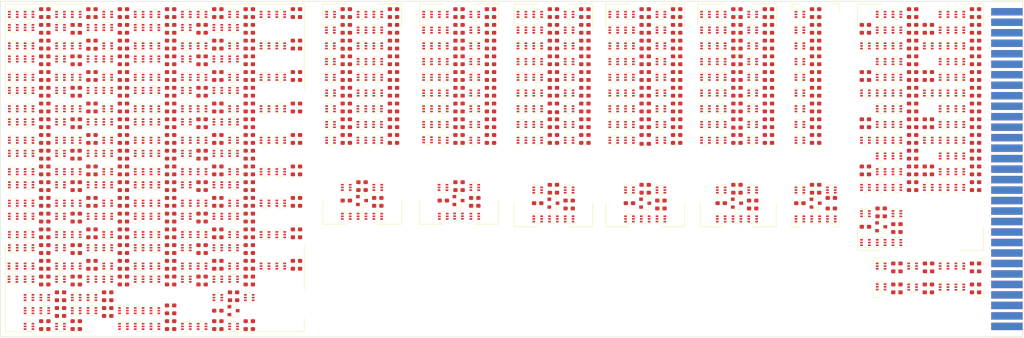
<source format=kicad_pcb>
(kicad_pcb (version 20171130) (host pcbnew 5.1.6)
  (layers (0 F.Cu signal) (31 B.Cu signal) (34 B.Paste user) (35 F.Paste user) (36 B.SilkS user) (37 F.SilkS user) (38 B.Mask user) (39 F.Mask user) (44 Edge.Cuts user))
  (net 0 "")
  (net 1 "Net-(Q1-Pad4)")
  (net 2 "Net-(Q1-Pad3)")
  (net 3 "Net-(Q1-Pad2)")
  (net 4 Vss)
  (net 5 "Net-(Q2-Pad6)")
  (net 6 Vdd)
  (net 7 "Net-(Q3-Pad6)")
  (net 8 CarryIn)
  (net 9 /FnB0)
  (net 10 "Net-(Q349-Pad2)")
  (net 11 /FnA0)
  (net 12 "Net-(Q350-Pad2)")
  (net 13 "Net-(Q15-Pad1)")
  (net 14 "Net-(Q15-Pad3)")
  (net 15 "Net-(Q12-Pad6)")
  (net 16 "Net-(Q16-Pad1)")
  (net 17 "Net-(Q16-Pad3)")
  (net 18 "Net-(Q13-Pad6)")
  (net 19 "Net-(Q10-Pad6)")
  (net 20 "Net-(Q11-Pad6)")
  (net 21 "Net-(Q13-Pad2)")
  (net 22 "Net-(Q14-Pad2)")
  (net 23 "Net-(Q15-Pad6)")
  (net 24 "Net-(Q15-Pad4)")
  (net 25 "Net-(Q16-Pad6)")
  (net 26 "Net-(Q16-Pad4)")
  (net 27 "Net-(Q17-Pad6)")
  (net 28 "Net-(Q18-Pad6)")
  (net 29 "Net-(Q18-Pad2)")
  (net 30 "Net-(Q19-Pad6)")
  (net 31 "Net-(Q19-Pad2)")
  (net 32 "Net-(Q20-Pad6)")
  (net 33 "Net-(Q20-Pad2)")
  (net 34 "Net-(Q21-Pad6)")
  (net 35 "Net-(Q21-Pad2)")
  (net 36 "Net-(Q22-Pad6)")
  (net 37 "Net-(Q22-Pad2)")
  (net 38 "Net-(Q23-Pad6)")
  (net 39 "Net-(Q23-Pad2)")
  (net 40 "Net-(Q24-Pad6)")
  (net 41 "Net-(Q24-Pad2)")
  (net 42 "Net-(Q25-Pad6)")
  (net 43 "Net-(Q25-Pad2)")
  (net 44 "Net-(Q26-Pad6)")
  (net 45 "Net-(Q26-Pad2)")
  (net 46 "Net-(Q27-Pad6)")
  (net 47 "Net-(Q27-Pad2)")
  (net 48 "Net-(Q28-Pad6)")
  (net 49 "Net-(Q28-Pad2)")
  (net 50 "Net-(Q29-Pad6)")
  (net 51 "Net-(Q29-Pad2)")
  (net 52 "Net-(Q30-Pad6)")
  (net 53 "Net-(Q30-Pad2)")
  (net 54 "Net-(Q31-Pad6)")
  (net 55 "Net-(Q31-Pad2)")
  (net 56 "Net-(Q32-Pad6)")
  (net 57 "Net-(Q32-Pad2)")
  (net 58 "Net-(Q33-Pad6)")
  (net 59 "Net-(Q34-Pad6)")
  (net 60 "Net-(Q35-Pad6)")
  (net 61 "Net-(Q36-Pad6)")
  (net 62 "Net-(Q37-Pad6)")
  (net 63 "Net-(Q38-Pad6)")
  (net 64 "Net-(Q39-Pad6)")
  (net 65 "Net-(Q40-Pad6)")
  (net 66 "Net-(Q41-Pad6)")
  (net 67 "Net-(Q42-Pad2)")
  (net 68 "Net-(Q43-Pad2)")
  (net 69 "Net-(Q44-Pad2)")
  (net 70 "Net-(Q45-Pad6)")
  (net 71 "Net-(Q46-Pad6)")
  (net 72 "Net-(Q47-Pad6)")
  (net 73 "Net-(Q48-Pad6)")
  (net 74 "Net-(Q48-Pad2)")
  (net 75 "Net-(Q49-Pad6)")
  (net 76 "Net-(Q49-Pad2)")
  (net 77 "Net-(Q50-Pad6)")
  (net 78 "Net-(Q50-Pad2)")
  (net 79 "Net-(Q51-Pad6)")
  (net 80 "Net-(Q51-Pad2)")
  (net 81 "Net-(Q52-Pad6)")
  (net 82 "Net-(Q52-Pad2)")
  (net 83 "Net-(Q53-Pad6)")
  (net 84 "Net-(Q53-Pad2)")
  (net 85 "Net-(Q54-Pad6)")
  (net 86 "Net-(Q54-Pad2)")
  (net 87 "Net-(Q55-Pad6)")
  (net 88 "Net-(Q55-Pad2)")
  (net 89 "Net-(Q56-Pad6)")
  (net 90 "Net-(Q56-Pad2)")
  (net 91 "Net-(Q57-Pad6)")
  (net 92 "Net-(Q57-Pad2)")
  (net 93 "Net-(Q58-Pad6)")
  (net 94 "Net-(Q58-Pad2)")
  (net 95 "Net-(Q59-Pad6)")
  (net 96 "Net-(Q59-Pad2)")
  (net 97 "Net-(Q60-Pad6)")
  (net 98 "Net-(Q60-Pad2)")
  (net 99 "Net-(Q61-Pad6)")
  (net 100 "Net-(Q61-Pad2)")
  (net 101 "Net-(Q62-Pad6)")
  (net 102 "Net-(Q62-Pad2)")
  (net 103 "Net-(Q63-Pad6)")
  (net 104 "Net-(Q64-Pad6)")
  (net 105 "Net-(Q65-Pad6)")
  (net 106 "Net-(Q66-Pad6)")
  (net 107 "Net-(Q67-Pad6)")
  (net 108 "Net-(Q68-Pad6)")
  (net 109 "Net-(Q69-Pad6)")
  (net 110 "Net-(Q70-Pad6)")
  (net 111 "Net-(Q71-Pad6)")
  (net 112 "Net-(Q72-Pad6)")
  (net 113 "Net-(Q73-Pad6)")
  (net 114 "Net-(Q74-Pad6)")
  (net 115 "Net-(Q75-Pad6)")
  (net 116 "Net-(Q76-Pad6)")
  (net 117 "Net-(Q77-Pad6)")
  (net 118 "Net-(Q78-Pad2)")
  (net 119 "Net-(Q79-Pad2)")
  (net 120 "Net-(Q80-Pad2)")
  (net 121 "Net-(Q81-Pad6)")
  (net 122 "Net-(Q82-Pad6)")
  (net 123 "Net-(Q83-Pad6)")
  (net 124 "Net-(Q84-Pad6)")
  (net 125 "Net-(Q135-Pad2)")
  (net 126 "Net-(Q85-Pad6)")
  (net 127 "Net-(Q136-Pad2)")
  (net 128 "Net-(Q86-Pad6)")
  (net 129 "Net-(Q137-Pad2)")
  (net 130 "Net-(Q87-Pad6)")
  (net 131 "Net-(Q87-Pad2)")
  (net 132 "Net-(Q88-Pad6)")
  (net 133 "Net-(Q88-Pad2)")
  (net 134 "Net-(Q89-Pad6)")
  (net 135 "Net-(Q89-Pad2)")
  (net 136 "Net-(Q90-Pad6)")
  (net 137 "Net-(Q90-Pad2)")
  (net 138 "Net-(Q91-Pad6)")
  (net 139 "Net-(Q100-Pad2)")
  (net 140 "Net-(Q92-Pad6)")
  (net 141 "Net-(Q101-Pad2)")
  (net 142 "Net-(Q93-Pad6)")
  (net 143 "Net-(Q93-Pad2)")
  (net 144 "Net-(Q94-Pad6)")
  (net 145 "Net-(Q94-Pad2)")
  (net 146 "Net-(Q95-Pad6)")
  (net 147 "Net-(Q95-Pad2)")
  (net 148 "Net-(Q96-Pad6)")
  (net 149 "Net-(Q96-Pad2)")
  (net 150 "Net-(Q100-Pad1)")
  (net 151 "Net-(Q97-Pad2)")
  (net 152 "Net-(Q100-Pad3)")
  (net 153 "Net-(Q101-Pad1)")
  (net 154 "Net-(Q98-Pad2)")
  (net 155 "Net-(Q101-Pad3)")
  (net 156 "Net-(Q99-Pad6)")
  (net 157 "Net-(Q100-Pad6)")
  (net 158 "Net-(Q100-Pad4)")
  (net 159 "Net-(Q101-Pad6)")
  (net 160 "Net-(Q101-Pad4)")
  (net 161 "Net-(Q102-Pad6)")
  (net 162 "Net-(Q103-Pad6)")
  (net 163 "Net-(Q104-Pad6)")
  (net 164 "Net-(Q105-Pad6)")
  (net 165 "Net-(Q106-Pad6)")
  (net 166 "Net-(Q107-Pad6)")
  (net 167 "Net-(Q108-Pad2)")
  (net 168 "Net-(Q109-Pad2)")
  (net 169 "Net-(Q110-Pad2)")
  (net 170 "Net-(Q111-Pad6)")
  (net 171 "Net-(Q112-Pad6)")
  (net 172 "Net-(Q113-Pad6)")
  (net 173 "Net-(Q114-Pad6)")
  (net 174 "Net-(Q114-Pad2)")
  (net 175 "Net-(Q115-Pad6)")
  (net 176 "Net-(Q115-Pad2)")
  (net 177 "Net-(Q116-Pad6)")
  (net 178 "Net-(Q116-Pad2)")
  (net 179 "Net-(Q117-Pad6)")
  (net 180 "Net-(Q117-Pad2)")
  (net 181 "Net-(Q118-Pad6)")
  (net 182 "Net-(Q118-Pad2)")
  (net 183 "Net-(Q119-Pad6)")
  (net 184 "Net-(Q119-Pad2)")
  (net 185 "Net-(Q120-Pad6)")
  (net 186 "Net-(Q120-Pad2)")
  (net 187 "Net-(Q121-Pad6)")
  (net 188 "Net-(Q121-Pad2)")
  (net 189 "Net-(Q122-Pad6)")
  (net 190 "Net-(Q122-Pad2)")
  (net 191 "Net-(Q123-Pad6)")
  (net 192 "Net-(Q123-Pad2)")
  (net 193 "Net-(Q124-Pad6)")
  (net 194 "Net-(Q124-Pad2)")
  (net 195 "Net-(Q125-Pad6)")
  (net 196 "Net-(Q125-Pad2)")
  (net 197 "Net-(Q126-Pad6)")
  (net 198 "Net-(Q126-Pad2)")
  (net 199 "Net-(Q127-Pad6)")
  (net 200 "Net-(Q127-Pad2)")
  (net 201 "Net-(Q128-Pad6)")
  (net 202 "Net-(Q128-Pad2)")
  (net 203 "Net-(Q129-Pad6)")
  (net 204 "Net-(Q130-Pad6)")
  (net 205 "Net-(Q131-Pad6)")
  (net 206 "Net-(Q132-Pad6)")
  (net 207 "Net-(Q133-Pad6)")
  (net 208 "Net-(Q134-Pad6)")
  (net 209 "Net-(Q135-Pad6)")
  (net 210 "Net-(Q136-Pad6)")
  (net 211 "Net-(Q137-Pad6)")
  (net 212 "Net-(Q138-Pad6)")
  (net 213 "Net-(Q139-Pad6)")
  (net 214 "Net-(Q140-Pad6)")
  (net 215 "Net-(Q141-Pad6)")
  (net 216 "Net-(Q142-Pad6)")
  (net 217 "Net-(Q143-Pad6)")
  (net 218 "Net-(Q144-Pad2)")
  (net 219 "Net-(Q145-Pad2)")
  (net 220 "Net-(Q146-Pad2)")
  (net 221 "Net-(Q147-Pad6)")
  (net 222 "Net-(Q148-Pad6)")
  (net 223 "Net-(Q149-Pad6)")
  (net 224 "Net-(Q150-Pad6)")
  (net 225 "Net-(Q150-Pad2)")
  (net 226 "Net-(Q151-Pad6)")
  (net 227 "Net-(Q151-Pad2)")
  (net 228 "Net-(Q152-Pad6)")
  (net 229 "Net-(Q152-Pad2)")
  (net 230 "Net-(Q153-Pad6)")
  (net 231 "Net-(Q153-Pad2)")
  (net 232 "Net-(Q154-Pad6)")
  (net 233 "Net-(Q154-Pad2)")
  (net 234 "Net-(Q155-Pad6)")
  (net 235 "Net-(Q155-Pad2)")
  (net 236 "Net-(Q156-Pad6)")
  (net 237 "Net-(Q156-Pad2)")
  (net 238 "Net-(Q157-Pad6)")
  (net 239 "Net-(Q157-Pad2)")
  (net 240 "Net-(Q158-Pad6)")
  (net 241 "Net-(Q158-Pad2)")
  (net 242 "Net-(Q159-Pad6)")
  (net 243 "Net-(Q159-Pad2)")
  (net 244 "Net-(Q160-Pad6)")
  (net 245 "Net-(Q160-Pad2)")
  (net 246 "Net-(Q161-Pad6)")
  (net 247 "Net-(Q161-Pad2)")
  (net 248 "Net-(Q162-Pad6)")
  (net 249 "Net-(Q162-Pad2)")
  (net 250 "Net-(Q163-Pad6)")
  (net 251 "Net-(Q163-Pad2)")
  (net 252 "Net-(Q164-Pad6)")
  (net 253 "Net-(Q164-Pad2)")
  (net 254 "Net-(Q165-Pad6)")
  (net 255 "Net-(Q166-Pad6)")
  (net 256 "Net-(Q167-Pad6)")
  (net 257 "Net-(Q168-Pad6)")
  (net 258 "Net-(Q169-Pad6)")
  (net 259 "Net-(Q170-Pad6)")
  (net 260 "Net-(Q171-Pad6)")
  (net 261 "Net-(Q172-Pad6)")
  (net 262 "Net-(Q173-Pad6)")
  (net 263 "Net-(Q174-Pad2)")
  (net 264 "Net-(Q175-Pad2)")
  (net 265 "Net-(Q176-Pad2)")
  (net 266 "Net-(Q177-Pad6)")
  (net 267 "Net-(Q178-Pad6)")
  (net 268 "Net-(Q179-Pad6)")
  (net 269 "Net-(Q180-Pad6)")
  (net 270 "Net-(Q180-Pad2)")
  (net 271 "Net-(Q181-Pad6)")
  (net 272 "Net-(Q181-Pad2)")
  (net 273 "Net-(Q182-Pad6)")
  (net 274 "Net-(Q182-Pad2)")
  (net 275 "Net-(Q183-Pad6)")
  (net 276 "Net-(Q183-Pad2)")
  (net 277 "Net-(Q184-Pad6)")
  (net 278 "Net-(Q184-Pad2)")
  (net 279 "Net-(Q185-Pad6)")
  (net 280 "Net-(Q185-Pad2)")
  (net 281 "Net-(Q186-Pad6)")
  (net 282 "Net-(Q186-Pad2)")
  (net 283 "Net-(Q187-Pad6)")
  (net 284 "Net-(Q187-Pad2)")
  (net 285 "Net-(Q188-Pad6)")
  (net 286 "Net-(Q188-Pad2)")
  (net 287 "Net-(Q189-Pad6)")
  (net 288 "Net-(Q189-Pad2)")
  (net 289 "Net-(Q190-Pad6)")
  (net 290 "Net-(Q190-Pad2)")
  (net 291 "Net-(Q191-Pad6)")
  (net 292 "Net-(Q191-Pad2)")
  (net 293 "Net-(Q192-Pad6)")
  (net 294 "Net-(Q192-Pad2)")
  (net 295 "Net-(Q193-Pad6)")
  (net 296 "Net-(Q193-Pad2)")
  (net 297 "Net-(Q194-Pad6)")
  (net 298 "Net-(Q194-Pad2)")
  (net 299 "Net-(Q195-Pad6)")
  (net 300 "Net-(Q196-Pad6)")
  (net 301 "Net-(Q197-Pad6)")
  (net 302 "Net-(Q198-Pad6)")
  (net 303 "Net-(Q199-Pad6)")
  (net 304 "Net-(Q200-Pad6)")
  (net 305 "Net-(Q201-Pad6)")
  (net 306 "Net-(Q202-Pad6)")
  (net 307 "Net-(Q203-Pad6)")
  (net 308 "Net-(Q204-Pad6)")
  (net 309 "Net-(Q204-Pad2)")
  (net 310 "Net-(Q205-Pad6)")
  (net 311 "Net-(Q205-Pad1)")
  (net 312 "Net-(Q207-Pad6)")
  (net 313 "Net-(Q207-Pad2)")
  (net 314 "Net-(Q208-Pad6)")
  (net 315 "Net-(Q208-Pad1)")
  (net 316 "Net-(Q210-Pad6)")
  (net 317 "Net-(Q210-Pad2)")
  (net 318 "Net-(Q211-Pad6)")
  (net 319 "Net-(Q211-Pad1)")
  (net 320 "Net-(Q213-Pad6)")
  (net 321 "Net-(Q213-Pad2)")
  (net 322 "Net-(Q214-Pad6)")
  (net 323 "Net-(Q214-Pad1)")
  (net 324 "Net-(Q216-Pad6)")
  (net 325 "Net-(Q216-Pad2)")
  (net 326 "Net-(Q217-Pad6)")
  (net 327 "Net-(Q217-Pad1)")
  (net 328 "Net-(Q219-Pad6)")
  (net 329 "Net-(Q219-Pad2)")
  (net 330 "Net-(Q220-Pad6)")
  (net 331 "Net-(Q220-Pad1)")
  (net 332 "Net-(Q222-Pad6)")
  (net 333 "Net-(Q222-Pad2)")
  (net 334 "Net-(Q223-Pad6)")
  (net 335 "Net-(Q223-Pad1)")
  (net 336 "Net-(Q225-Pad6)")
  (net 337 "Net-(Q225-Pad2)")
  (net 338 "Net-(Q226-Pad6)")
  (net 339 "Net-(Q226-Pad1)")
  (net 340 "Net-(Q228-Pad6)")
  (net 341 "Net-(Q228-Pad2)")
  (net 342 "Net-(Q229-Pad6)")
  (net 343 "Net-(Q229-Pad1)")
  (net 344 "Net-(Q231-Pad6)")
  (net 345 "Net-(Q231-Pad2)")
  (net 346 "Net-(Q232-Pad6)")
  (net 347 "Net-(Q232-Pad4)")
  (net 348 "Net-(Q232-Pad3)")
  (net 349 "Net-(Q234-Pad6)")
  (net 350 "Net-(Q234-Pad2)")
  (net 351 "Net-(Q235-Pad6)")
  (net 352 "Net-(Q235-Pad4)")
  (net 353 "Net-(Q235-Pad3)")
  (net 354 "Net-(Q237-Pad6)")
  (net 355 "Net-(Q237-Pad2)")
  (net 356 "Net-(Q238-Pad6)")
  (net 357 "Net-(Q238-Pad4)")
  (net 358 "Net-(Q238-Pad3)")
  (net 359 "Net-(Q240-Pad6)")
  (net 360 "Net-(Q240-Pad2)")
  (net 361 "Net-(Q241-Pad6)")
  (net 362 "Net-(Q241-Pad4)")
  (net 363 "Net-(Q241-Pad3)")
  (net 364 "Net-(Q243-Pad6)")
  (net 365 "Net-(Q243-Pad2)")
  (net 366 "Net-(Q244-Pad6)")
  (net 367 "Net-(Q244-Pad4)")
  (net 368 "Net-(Q244-Pad3)")
  (net 369 "Net-(Q246-Pad6)")
  (net 370 "Net-(Q246-Pad2)")
  (net 371 "Net-(Q247-Pad6)")
  (net 372 "Net-(Q247-Pad4)")
  (net 373 "Net-(Q247-Pad3)")
  (net 374 "Net-(Q249-Pad6)")
  (net 375 "Net-(Q249-Pad2)")
  (net 376 "Net-(Q250-Pad6)")
  (net 377 "Net-(Q250-Pad4)")
  (net 378 "Net-(Q250-Pad3)")
  (net 379 "Net-(Q252-Pad6)")
  (net 380 "Net-(Q252-Pad2)")
  (net 381 "Net-(Q253-Pad6)")
  (net 382 "Net-(Q253-Pad4)")
  (net 383 "Net-(Q253-Pad3)")
  (net 384 "Net-(Q255-Pad6)")
  (net 385 "Net-(Q255-Pad2)")
  (net 386 "Net-(Q256-Pad6)")
  (net 387 "Net-(Q256-Pad4)")
  (net 388 "Net-(Q256-Pad3)")
  (net 389 "Net-(Q258-Pad6)")
  (net 390 "Net-(Q258-Pad2)")
  (net 391 "Net-(Q260-Pad6)")
  (net 392 "Net-(Q261-Pad6)")
  (net 393 "Net-(Q261-Pad2)")
  (net 394 "Net-(Q263-Pad6)")
  (net 395 "Net-(Q264-Pad6)")
  (net 396 "Net-(Q264-Pad2)")
  (net 397 "Net-(Q266-Pad6)")
  (net 398 "Net-(Q267-Pad6)")
  (net 399 "Net-(Q267-Pad2)")
  (net 400 "Net-(Q269-Pad6)")
  (net 401 "Net-(Q270-Pad6)")
  (net 402 "Net-(Q270-Pad2)")
  (net 403 "Net-(Q272-Pad6)")
  (net 404 "Net-(Q273-Pad6)")
  (net 405 "Net-(Q273-Pad2)")
  (net 406 "Net-(Q275-Pad6)")
  (net 407 "Net-(Q276-Pad6)")
  (net 408 "Net-(Q276-Pad2)")
  (net 409 "Net-(Q278-Pad6)")
  (net 410 "Net-(Q279-Pad6)")
  (net 411 "Net-(Q279-Pad2)")
  (net 412 "Net-(Q281-Pad6)")
  (net 413 "Net-(Q282-Pad6)")
  (net 414 "Net-(Q282-Pad2)")
  (net 415 "Net-(Q284-Pad6)")
  (net 416 "Net-(Q285-Pad6)")
  (net 417 "Net-(Q285-Pad2)")
  (net 418 "Net-(Q286-Pad6)")
  (net 419 "Net-(Q288-Pad6)")
  (net 420 "Net-(Q288-Pad2)")
  (net 421 "Net-(Q289-Pad6)")
  (net 422 "Net-(Q291-Pad6)")
  (net 423 "Net-(Q291-Pad2)")
  (net 424 "Net-(Q292-Pad6)")
  (net 425 "Net-(Q294-Pad6)")
  (net 426 "Net-(Q294-Pad2)")
  (net 427 "Net-(Q295-Pad6)")
  (net 428 "Net-(Q297-Pad6)")
  (net 429 "Net-(Q297-Pad2)")
  (net 430 "Net-(Q298-Pad6)")
  (net 431 "Net-(Q300-Pad6)")
  (net 432 "Net-(Q300-Pad2)")
  (net 433 "Net-(Q301-Pad6)")
  (net 434 "Net-(Q303-Pad6)")
  (net 435 "Net-(Q303-Pad2)")
  (net 436 "Net-(Q304-Pad6)")
  (net 437 "Net-(Q306-Pad6)")
  (net 438 "Net-(Q306-Pad2)")
  (net 439 "Net-(Q307-Pad6)")
  (net 440 "Net-(Q309-Pad6)")
  (net 441 "Net-(Q309-Pad2)")
  (net 442 "Net-(Q310-Pad6)")
  (net 443 "Net-(Q312-Pad6)")
  (net 444 "Net-(Q312-Pad2)")
  (net 445 "Net-(Q313-Pad6)")
  (net 446 "Net-(Q313-Pad4)")
  (net 447 "Net-(Q313-Pad3)")
  (net 448 "Net-(Q313-Pad1)")
  (net 449 "Net-(Q315-Pad6)")
  (net 450 "Net-(Q315-Pad2)")
  (net 451 "Net-(Q316-Pad6)")
  (net 452 "Net-(Q316-Pad4)")
  (net 453 "Net-(Q316-Pad3)")
  (net 454 "Net-(Q316-Pad1)")
  (net 455 "Net-(Q318-Pad6)")
  (net 456 "Net-(Q318-Pad2)")
  (net 457 "Net-(Q319-Pad6)")
  (net 458 "Net-(Q319-Pad4)")
  (net 459 "Net-(Q319-Pad3)")
  (net 460 "Net-(Q319-Pad1)")
  (net 461 "Net-(Q321-Pad6)")
  (net 462 "Net-(Q321-Pad2)")
  (net 463 "Net-(Q322-Pad6)")
  (net 464 "Net-(Q322-Pad4)")
  (net 465 "Net-(Q322-Pad3)")
  (net 466 "Net-(Q322-Pad1)")
  (net 467 "Net-(Q324-Pad6)")
  (net 468 "Net-(Q324-Pad2)")
  (net 469 "Net-(Q325-Pad6)")
  (net 470 "Net-(Q325-Pad4)")
  (net 471 "Net-(Q325-Pad3)")
  (net 472 "Net-(Q325-Pad1)")
  (net 473 "Net-(Q327-Pad6)")
  (net 474 "Net-(Q327-Pad2)")
  (net 475 "Net-(Q328-Pad6)")
  (net 476 "Net-(Q328-Pad4)")
  (net 477 "Net-(Q328-Pad3)")
  (net 478 "Net-(Q328-Pad1)")
  (net 479 "Net-(Q330-Pad6)")
  (net 480 "Net-(Q330-Pad2)")
  (net 481 "Net-(Q331-Pad6)")
  (net 482 "Net-(Q331-Pad4)")
  (net 483 "Net-(Q331-Pad3)")
  (net 484 "Net-(Q331-Pad1)")
  (net 485 "Net-(Q333-Pad6)")
  (net 486 "Net-(Q333-Pad2)")
  (net 487 "Net-(Q334-Pad6)")
  (net 488 "Net-(Q334-Pad4)")
  (net 489 "Net-(Q334-Pad3)")
  (net 490 "Net-(Q334-Pad1)")
  (net 491 "Net-(Q336-Pad6)")
  (net 492 "Net-(Q336-Pad2)")
  (net 493 "Net-(Q337-Pad6)")
  (net 494 "Net-(Q337-Pad4)")
  (net 495 "Net-(Q337-Pad3)")
  (net 496 "Net-(Q337-Pad1)")
  (net 497 "Net-(Q339-Pad6)")
  (net 498 "Net-(Q340-Pad6)")
  (net 499 "Net-(Q341-Pad6)")
  (net 500 "Net-(Q342-Pad6)")
  (net 501 "Net-(Q343-Pad6)")
  (net 502 "Net-(Q344-Pad6)")
  (net 503 "Net-(Q345-Pad6)")
  (net 504 "Net-(Q346-Pad6)")
  (net 505 "Net-(Q347-Pad6)")
  (net 506 "Net-(Q348-Pad6)")
  (net 507 "Net-(Q348-Pad2)")
  (net 508 "Net-(Q349-Pad6)")
  (net 509 "Net-(Q350-Pad6)")
  (net 510 "Net-(Q351-Pad6)")
  (net 511 "Net-(Q352-Pad6)")
  (net 512 "Net-(Q353-Pad6)")
  (net 513 "Net-(Q354-Pad6)")
  (net 514 "Net-(Q355-Pad6)")
  (net 515 "Net-(Q356-Pad6)")
  (net 516 "Net-(Q357-Pad6)")
  (net 517 "Net-(Q357-Pad2)")
  (net 518 "Net-(Q358-Pad6)")
  (net 519 "Net-(Q359-Pad6)")
  (net 520 "Net-(Q359-Pad2)")
  (net 521 "Net-(Q360-Pad6)")
  (net 522 "Net-(Q361-Pad6)")
  (net 523 "Net-(Q361-Pad2)")
  (net 524 "Net-(Q362-Pad6)")
  (net 525 "Net-(Q363-Pad6)")
  (net 526 "Net-(Q363-Pad2)")
  (net 527 "Net-(Q364-Pad6)")
  (net 528 "Net-(Q364-Pad2)")
  (net 529 "Net-(Q369-Pad6)")
  (net 530 "Net-(Q370-Pad6)")
  (net 531 "Net-(Q371-Pad6)")
  (net 532 "Net-(Q372-Pad6)")
  (net 533 "Net-(Q373-Pad6)")
  (net 534 "Net-(Q373-Pad2)")
  (net 535 "Net-(Q374-Pad6)")
  (net 536 "Net-(Q374-Pad2)")
  (net 537 "Net-(Q375-Pad6)")
  (net 538 "Net-(Q375-Pad2)")
  (net 539 "Net-(Q376-Pad6)")
  (net 540 "Net-(Q376-Pad2)")
  (net 541 "Net-(Q377-Pad6)")
  (net 542 "Net-(Q377-Pad2)")
  (net 543 "Net-(Q378-Pad6)")
  (net 544 "Net-(Q378-Pad2)")
  (net 545 "Net-(Q379-Pad6)")
  (net 546 "Net-(Q379-Pad2)")
  (net 547 "Net-(Q380-Pad6)")
  (net 548 "Net-(Q380-Pad2)")
  (net 549 "Net-(Q381-Pad6)")
  (net 550 "Net-(Q381-Pad2)")
  (net 551 "Net-(Q382-Pad6)")
  (net 552 "Net-(Q382-Pad2)")
  (net 553 "Net-(Q383-Pad6)")
  (net 554 "Net-(Q383-Pad2)")
  (net 555 "Net-(Q384-Pad6)")
  (net 556 "Net-(Q384-Pad2)")
  (net 557 "Net-(Q385-Pad6)")
  (net 558 "Net-(Q385-Pad2)")
  (net 559 "Net-(Q386-Pad6)")
  (net 560 "Net-(Q386-Pad2)")
  (net 561 "Net-(Q389-Pad6)")
  (net 562 "Net-(Q390-Pad6)")
  (net 563 "Net-(Q391-Pad6)")
  (net 564 "Net-(Q391-Pad2)")
  (net 565 "Net-(Q392-Pad6)")
  (net 566 "Net-(Q392-Pad2)")
  (net 567 "Net-(Q393-Pad6)")
  (net 568 "Net-(Q393-Pad2)")
  (net 569 "Net-(Q394-Pad6)")
  (net 570 "Net-(Q394-Pad2)")
  (net 571 "Net-(Q395-Pad6)")
  (net 572 "Net-(Q395-Pad2)")
  (net 573 "Net-(Q396-Pad6)")
  (net 574 "Net-(Q396-Pad2)")
  (net 575 "Net-(Q397-Pad6)")
  (net 576 "Net-(Q397-Pad2)")
  (net 577 "Net-(Q399-Pad6)")
  (net 578 "Net-(Q400-Pad6)")
  (net 579 "Net-(Q400-Pad2)")
  (net 580 "Net-(Q401-Pad6)")
  (net 581 "Net-(Q401-Pad2)")
  (net 582 "Net-(Q402-Pad6)")
  (net 583 "Net-(Q403-Pad6)")
  (net 584 "Net-(Q403-Pad2)")
  (net 585 "Net-(Q404-Pad6)")
  (net 586 "Net-(Q404-Pad2)")
  (net 587 "Net-(Q406-Pad6)")
  (net 588 "Net-(Q407-Pad6)")
  (net 589 "Net-(Q407-Pad2)")
  (net 590 "Net-(Q408-Pad6)")
  (net 591 "Net-(Q408-Pad2)")
  (net 592 "Net-(Q409-Pad6)")
  (net 593 "Net-(Q410-Pad6)")
  (net 594 "Net-(Q411-Pad6)")
  (net 595 /FnB2)
  (net 596 "Net-(Q412-Pad6)")
  (net 597 /FnA2)
  (net 598 "Net-(Q413-Pad6)")
  (net 599 "Net-(Q413-Pad2)")
  (net 600 "Net-(Q414-Pad6)")
  (net 601 "Net-(Q415-Pad6)")
  (net 602 "Net-(Q415-Pad2)")
  (net 603 "Net-(Q418-Pad6)")
  (net 604 "Net-(Q418-Pad2)")
  (net 605 "Net-(Q419-Pad6)")
  (net 606 "Net-(Q419-Pad2)")
  (net 607 "Net-(Q420-Pad6)")
  (net 608 OutputEnable)
  (net 609 "Net-(Q422-Pad5)")
  (net 610 "Net-(Q422-Pad2)")
  (net 611 GND)
  (net 612 "Net-(Q423-Pad1)")
  (net 613 "Net-(Q424-Pad6)")
  (net 614 /FnB1)
  (net 615 "Net-(Q426-Pad5)")
  (net 616 "Net-(Q426-Pad2)")
  (net 617 "Net-(Q427-Pad1)")
  (net 618 "Net-(Q428-Pad6)")
  (net 619 "Net-(Q430-Pad5)")
  (net 620 "Net-(Q430-Pad2)")
  (net 621 "Net-(Q431-Pad1)")
  (net 622 "Net-(Q432-Pad6)")
  (net 623 "Net-(Q434-Pad5)")
  (net 624 "Net-(Q434-Pad2)")
  (net 625 "Net-(Q435-Pad1)")
  (net 626 "Net-(Q436-Pad6)")
  (net 627 "Net-(Q438-Pad5)")
  (net 628 "Net-(Q438-Pad2)")
  (net 629 "Net-(Q439-Pad1)")
  (net 630 "Net-(Q440-Pad6)")
  (net 631 "Net-(Q442-Pad5)")
  (net 632 "Net-(Q442-Pad2)")
  (net 633 "Net-(Q443-Pad1)")
  (net 634 "Net-(Q444-Pad6)")
  (net 635 "Net-(Q446-Pad5)")
  (net 636 "Net-(Q446-Pad2)")
  (net 637 "Net-(Q447-Pad1)")
  (net 638 "Net-(Q448-Pad6)")
  (net 639 "Net-(Q450-Pad5)")
  (net 640 "Net-(Q450-Pad2)")
  (net 641 "Net-(Q451-Pad1)")
  (net 642 "Net-(Q452-Pad6)")
  (net 643 "Net-(Q455-Pad6)")
  (net 644 "Net-(Q457-Pad6)")
  (net 645 "Net-(Q459-Pad6)")
  (net 646 /FnA1)
  (net 647 "Net-(Q461-Pad6)")
  (net 648 "Net-(Q463-Pad6)")
  (net 649 "Net-(Q465-Pad6)")
  (net 650 "Net-(Q467-Pad6)")
  (net 651 "Net-(Q469-Pad6)")
  (net 652 CarryOut)
  (net 653 "Net-(J1-Pad28)")
  (net 654 "Net-(J1-Pad26)")
  (net 655 A0)
  (net 656 A1)
  (net 657 Fn0)
  (net 658 A2)
  (net 659 Fn1)
  (net 660 A3)
  (net 661 R0)
  (net 662 A4)
  (net 663 R1)
  (net 664 A5)
  (net 665 R2)
  (net 666 A6)
  (net 667 R3)
  (net 668 A7)
  (net 669 R4)
  (net 670 A8)
  (net 671 R5)
  (net 672 B0)
  (net 673 R6)
  (net 674 B1)
  (net 675 R7)
  (net 676 B2)
  (net 677 R8)
  (net 678 B3)
  (net 679 B4)
  (net 680 B5)
  (net 681 B6)
  (net 682 B7)
  (net 683 B8)
  (net 684 "Net-(J1-Pad27)")
  (net 685 "Net-(J1-Pad25)")
  (net 686 "Net-(J1-Pad24)")
  (net 687 "Net-(J1-Pad62)")
  (net 688 "Net-(J1-Pad61)")
  (net 689 "Net-(J1-Pad60)")
  (net 690 "Net-(J1-Pad59)")
  (net 691 "Net-(J1-Pad55)")
  (net 692 "Net-(J1-Pad54)")
  (net 693 "Net-(J1-Pad53)")
  (net 694 "Net-(J1-Pad29)")
  (net 695 "Net-(J1-Pad23)")
  (net 696 "Net-(J1-Pad22)")
  (net 697 "Net-(J1-Pad18)")
  (net 698 "Net-(J1-Pad17)")
  (net 699 "Net-(J1-Pad16)")
  (net 700 "Net-(J1-Pad15)")
  (net 701 "Net-(J1-Pad14)")
  (net 702 "Net-(J1-Pad13)")
  (net 703 "Net-(J1-Pad12)")
  (net 704 "Net-(J1-Pad11)")
  (net 705 "Net-(J1-Pad10)")
  (net 706 /adder/Vdd)
  (net 707 /adder/Vss)
  (net 708 /adder/CarryIn)
  (net 709 /min/Vdd)
  (net 710 /min/Vss)
  (net 711 /max/Vdd)
  (net 712 /max/Vss)
  (net 713 /compare/Vdd)
  (net 714 /compare/Vss)
  (net 715 /consensus/Vdd)
  (net 716 /consensus/Vss)
  (net 717 /any/Vdd)
  (net 718 /any/Vss)
  (net 719 /inverter/Vdd)
  (net 720 /inverter/Vss)
  (net 721 /sign/Vdd)
  (net 722 /sign/Vss)
  (net 723 "Net-(Q2-Pad3)")
  (net 724 "Net-(Q3-Pad3)")
  (net 725 "Net-(Q12-Pad3)")
  (net 726 "Net-(Q13-Pad3)")
  (net 727 "Net-(Q10-Pad3)")
  (net 728 "Net-(Q11-Pad3)")
  (net 729 "Net-(Q17-Pad3)")
  (net 730 "Net-(Q18-Pad3)")
  (net 731 "Net-(Q19-Pad3)")
  (net 732 "Net-(Q20-Pad3)")
  (net 733 "Net-(Q21-Pad3)")
  (net 734 "Net-(Q22-Pad3)")
  (net 735 "Net-(Q23-Pad3)")
  (net 736 "Net-(Q24-Pad3)")
  (net 737 "Net-(Q25-Pad3)")
  (net 738 "Net-(Q26-Pad3)")
  (net 739 "Net-(Q27-Pad3)")
  (net 740 "Net-(Q28-Pad3)")
  (net 741 "Net-(Q29-Pad3)")
  (net 742 "Net-(Q30-Pad3)")
  (net 743 "Net-(Q31-Pad3)")
  (net 744 "Net-(Q32-Pad3)")
  (net 745 "Net-(Q33-Pad3)")
  (net 746 "Net-(Q34-Pad3)")
  (net 747 "Net-(Q35-Pad3)")
  (net 748 "Net-(Q36-Pad3)")
  (net 749 "Net-(Q37-Pad3)")
  (net 750 "Net-(Q38-Pad3)")
  (net 751 "Net-(Q39-Pad3)")
  (net 752 "Net-(Q40-Pad3)")
  (net 753 "Net-(Q41-Pad3)")
  (net 754 "Net-(Q45-Pad3)")
  (net 755 "Net-(Q46-Pad3)")
  (net 756 "Net-(Q47-Pad3)")
  (net 757 "Net-(Q48-Pad3)")
  (net 758 "Net-(Q49-Pad3)")
  (net 759 "Net-(Q50-Pad3)")
  (net 760 "Net-(Q51-Pad3)")
  (net 761 "Net-(Q52-Pad3)")
  (net 762 "Net-(Q53-Pad3)")
  (net 763 "Net-(Q54-Pad3)")
  (net 764 "Net-(Q55-Pad3)")
  (net 765 "Net-(Q56-Pad3)")
  (net 766 "Net-(Q57-Pad3)")
  (net 767 "Net-(Q58-Pad3)")
  (net 768 "Net-(Q59-Pad3)")
  (net 769 "Net-(Q60-Pad3)")
  (net 770 "Net-(Q61-Pad3)")
  (net 771 "Net-(Q62-Pad3)")
  (net 772 "Net-(Q63-Pad3)")
  (net 773 "Net-(Q64-Pad3)")
  (net 774 "Net-(Q65-Pad3)")
  (net 775 "Net-(Q66-Pad3)")
  (net 776 "Net-(Q67-Pad3)")
  (net 777 "Net-(Q68-Pad3)")
  (net 778 "Net-(Q69-Pad3)")
  (net 779 "Net-(Q70-Pad3)")
  (net 780 "Net-(Q71-Pad3)")
  (net 781 "Net-(Q72-Pad3)")
  (net 782 "Net-(Q73-Pad3)")
  (net 783 "Net-(Q74-Pad3)")
  (net 784 "Net-(Q75-Pad3)")
  (net 785 "Net-(Q76-Pad3)")
  (net 786 "Net-(Q77-Pad3)")
  (net 787 "Net-(Q81-Pad3)")
  (net 788 "Net-(Q82-Pad3)")
  (net 789 "Net-(Q83-Pad3)")
  (net 790 "Net-(Q84-Pad3)")
  (net 791 "Net-(Q85-Pad3)")
  (net 792 "Net-(Q86-Pad3)")
  (net 793 "Net-(Q87-Pad3)")
  (net 794 "Net-(Q88-Pad3)")
  (net 795 "Net-(Q89-Pad3)")
  (net 796 "Net-(Q90-Pad3)")
  (net 797 "Net-(Q91-Pad3)")
  (net 798 "Net-(Q92-Pad3)")
  (net 799 "Net-(Q93-Pad3)")
  (net 800 "Net-(Q94-Pad3)")
  (net 801 "Net-(Q95-Pad3)")
  (net 802 "Net-(Q96-Pad3)")
  (net 803 "Net-(Q99-Pad3)")
  (net 804 "Net-(Q102-Pad3)")
  (net 805 "Net-(Q103-Pad3)")
  (net 806 "Net-(Q104-Pad3)")
  (net 807 "Net-(Q105-Pad3)")
  (net 808 "Net-(Q106-Pad3)")
  (net 809 "Net-(Q107-Pad3)")
  (net 810 "Net-(Q111-Pad3)")
  (net 811 "Net-(Q112-Pad3)")
  (net 812 "Net-(Q113-Pad3)")
  (net 813 "Net-(Q114-Pad3)")
  (net 814 "Net-(Q115-Pad3)")
  (net 815 "Net-(Q116-Pad3)")
  (net 816 "Net-(Q117-Pad3)")
  (net 817 "Net-(Q118-Pad3)")
  (net 818 "Net-(Q119-Pad3)")
  (net 819 "Net-(Q120-Pad3)")
  (net 820 "Net-(Q121-Pad3)")
  (net 821 "Net-(Q122-Pad3)")
  (net 822 "Net-(Q123-Pad3)")
  (net 823 "Net-(Q124-Pad3)")
  (net 824 "Net-(Q125-Pad3)")
  (net 825 "Net-(Q126-Pad3)")
  (net 826 "Net-(Q127-Pad3)")
  (net 827 "Net-(Q128-Pad3)")
  (net 828 "Net-(Q129-Pad3)")
  (net 829 "Net-(Q130-Pad3)")
  (net 830 "Net-(Q131-Pad3)")
  (net 831 "Net-(Q132-Pad3)")
  (net 832 "Net-(Q133-Pad3)")
  (net 833 "Net-(Q134-Pad3)")
  (net 834 "Net-(Q135-Pad3)")
  (net 835 "Net-(Q136-Pad3)")
  (net 836 "Net-(Q137-Pad3)")
  (net 837 "Net-(Q138-Pad3)")
  (net 838 "Net-(Q139-Pad3)")
  (net 839 "Net-(Q140-Pad3)")
  (net 840 "Net-(Q141-Pad3)")
  (net 841 "Net-(Q142-Pad3)")
  (net 842 "Net-(Q143-Pad3)")
  (net 843 "Net-(Q147-Pad3)")
  (net 844 "Net-(Q148-Pad3)")
  (net 845 "Net-(Q149-Pad3)")
  (net 846 "Net-(Q150-Pad3)")
  (net 847 "Net-(Q151-Pad3)")
  (net 848 "Net-(Q152-Pad3)")
  (net 849 "Net-(Q153-Pad3)")
  (net 850 "Net-(Q154-Pad3)")
  (net 851 "Net-(Q155-Pad3)")
  (net 852 "Net-(Q156-Pad3)")
  (net 853 "Net-(Q157-Pad3)")
  (net 854 "Net-(Q158-Pad3)")
  (net 855 "Net-(Q159-Pad3)")
  (net 856 "Net-(Q160-Pad3)")
  (net 857 "Net-(Q161-Pad3)")
  (net 858 "Net-(Q162-Pad3)")
  (net 859 "Net-(Q163-Pad3)")
  (net 860 "Net-(Q164-Pad3)")
  (net 861 "Net-(Q165-Pad3)")
  (net 862 "Net-(Q166-Pad3)")
  (net 863 "Net-(Q167-Pad3)")
  (net 864 "Net-(Q168-Pad3)")
  (net 865 "Net-(Q169-Pad3)")
  (net 866 "Net-(Q170-Pad3)")
  (net 867 "Net-(Q171-Pad3)")
  (net 868 "Net-(Q172-Pad3)")
  (net 869 "Net-(Q173-Pad3)")
  (net 870 "Net-(Q177-Pad3)")
  (net 871 "Net-(Q178-Pad3)")
  (net 872 "Net-(Q179-Pad3)")
  (net 873 "Net-(Q180-Pad3)")
  (net 874 "Net-(Q181-Pad3)")
  (net 875 "Net-(Q182-Pad3)")
  (net 876 "Net-(Q183-Pad3)")
  (net 877 "Net-(Q184-Pad3)")
  (net 878 "Net-(Q185-Pad3)")
  (net 879 "Net-(Q186-Pad3)")
  (net 880 "Net-(Q187-Pad3)")
  (net 881 "Net-(Q188-Pad3)")
  (net 882 "Net-(Q189-Pad3)")
  (net 883 "Net-(Q190-Pad3)")
  (net 884 "Net-(Q191-Pad3)")
  (net 885 "Net-(Q192-Pad3)")
  (net 886 "Net-(Q193-Pad3)")
  (net 887 "Net-(Q194-Pad3)")
  (net 888 "Net-(Q195-Pad3)")
  (net 889 "Net-(Q196-Pad3)")
  (net 890 "Net-(Q197-Pad3)")
  (net 891 "Net-(Q198-Pad3)")
  (net 892 "Net-(Q199-Pad3)")
  (net 893 "Net-(Q200-Pad3)")
  (net 894 "Net-(Q201-Pad3)")
  (net 895 "Net-(Q202-Pad3)")
  (net 896 "Net-(Q203-Pad3)")
  (net 897 "Net-(Q204-Pad3)")
  (net 898 "Net-(Q205-Pad3)")
  (net 899 "Net-(Q207-Pad3)")
  (net 900 "Net-(Q208-Pad3)")
  (net 901 "Net-(Q210-Pad3)")
  (net 902 "Net-(Q211-Pad3)")
  (net 903 "Net-(Q213-Pad3)")
  (net 904 "Net-(Q214-Pad3)")
  (net 905 "Net-(Q216-Pad3)")
  (net 906 "Net-(Q217-Pad3)")
  (net 907 "Net-(Q219-Pad3)")
  (net 908 "Net-(Q220-Pad3)")
  (net 909 "Net-(Q222-Pad3)")
  (net 910 "Net-(Q223-Pad3)")
  (net 911 "Net-(Q225-Pad3)")
  (net 912 "Net-(Q226-Pad3)")
  (net 913 "Net-(Q228-Pad3)")
  (net 914 "Net-(Q229-Pad3)")
  (net 915 "Net-(Q231-Pad3)")
  (net 916 "Net-(Q234-Pad3)")
  (net 917 "Net-(Q237-Pad3)")
  (net 918 "Net-(Q240-Pad3)")
  (net 919 "Net-(Q243-Pad3)")
  (net 920 "Net-(Q246-Pad3)")
  (net 921 "Net-(Q249-Pad3)")
  (net 922 "Net-(Q252-Pad3)")
  (net 923 "Net-(Q255-Pad3)")
  (net 924 "Net-(Q258-Pad3)")
  (net 925 "Net-(Q260-Pad3)")
  (net 926 "Net-(Q261-Pad3)")
  (net 927 "Net-(Q263-Pad3)")
  (net 928 "Net-(Q264-Pad3)")
  (net 929 "Net-(Q266-Pad3)")
  (net 930 "Net-(Q267-Pad3)")
  (net 931 "Net-(Q269-Pad3)")
  (net 932 "Net-(Q270-Pad3)")
  (net 933 "Net-(Q272-Pad3)")
  (net 934 "Net-(Q273-Pad3)")
  (net 935 "Net-(Q275-Pad3)")
  (net 936 "Net-(Q276-Pad3)")
  (net 937 "Net-(Q278-Pad3)")
  (net 938 "Net-(Q279-Pad3)")
  (net 939 "Net-(Q281-Pad3)")
  (net 940 "Net-(Q282-Pad3)")
  (net 941 "Net-(Q284-Pad3)")
  (net 942 "Net-(Q285-Pad3)")
  (net 943 "Net-(Q286-Pad3)")
  (net 944 "Net-(Q288-Pad3)")
  (net 945 "Net-(Q289-Pad3)")
  (net 946 "Net-(Q291-Pad3)")
  (net 947 "Net-(Q292-Pad3)")
  (net 948 "Net-(Q294-Pad3)")
  (net 949 "Net-(Q295-Pad3)")
  (net 950 "Net-(Q297-Pad3)")
  (net 951 "Net-(Q298-Pad3)")
  (net 952 "Net-(Q300-Pad3)")
  (net 953 "Net-(Q301-Pad3)")
  (net 954 "Net-(Q303-Pad3)")
  (net 955 "Net-(Q304-Pad3)")
  (net 956 "Net-(Q306-Pad3)")
  (net 957 "Net-(Q307-Pad3)")
  (net 958 "Net-(Q309-Pad3)")
  (net 959 "Net-(Q310-Pad3)")
  (net 960 "Net-(Q312-Pad3)")
  (net 961 "Net-(Q315-Pad3)")
  (net 962 "Net-(Q318-Pad3)")
  (net 963 "Net-(Q321-Pad3)")
  (net 964 "Net-(Q324-Pad3)")
  (net 965 "Net-(Q327-Pad3)")
  (net 966 "Net-(Q330-Pad3)")
  (net 967 "Net-(Q333-Pad3)")
  (net 968 "Net-(Q336-Pad3)")
  (net 969 "Net-(Q339-Pad3)")
  (net 970 "Net-(Q340-Pad3)")
  (net 971 "Net-(Q341-Pad3)")
  (net 972 "Net-(Q342-Pad3)")
  (net 973 "Net-(Q343-Pad3)")
  (net 974 "Net-(Q344-Pad3)")
  (net 975 "Net-(Q345-Pad3)")
  (net 976 "Net-(Q346-Pad3)")
  (net 977 "Net-(Q347-Pad3)")
  (net 978 "Net-(Q349-Pad3)")
  (net 979 "Net-(Q350-Pad3)")
  (net 980 "Net-(Q351-Pad3)")
  (net 981 "Net-(Q352-Pad3)")
  (net 982 "Net-(Q353-Pad3)")
  (net 983 "Net-(Q354-Pad3)")
  (net 984 "Net-(Q355-Pad3)")
  (net 985 "Net-(Q356-Pad3)")
  (net 986 "Net-(Q357-Pad3)")
  (net 987 "Net-(Q358-Pad3)")
  (net 988 "Net-(Q359-Pad3)")
  (net 989 "Net-(Q360-Pad3)")
  (net 990 "Net-(Q361-Pad3)")
  (net 991 "Net-(Q362-Pad3)")
  (net 992 "Net-(Q363-Pad3)")
  (net 993 "Net-(Q364-Pad3)")
  (net 994 "Net-(Q369-Pad3)")
  (net 995 "Net-(Q370-Pad3)")
  (net 996 "Net-(Q371-Pad3)")
  (net 997 "Net-(Q372-Pad3)")
  (net 998 "Net-(Q373-Pad3)")
  (net 999 "Net-(Q374-Pad3)")
  (net 1000 "Net-(Q375-Pad3)")
  (net 1001 "Net-(Q376-Pad3)")
  (net 1002 "Net-(Q377-Pad3)")
  (net 1003 "Net-(Q378-Pad3)")
  (net 1004 "Net-(Q379-Pad3)")
  (net 1005 "Net-(Q380-Pad3)")
  (net 1006 "Net-(Q381-Pad3)")
  (net 1007 "Net-(Q382-Pad3)")
  (net 1008 "Net-(Q383-Pad3)")
  (net 1009 "Net-(Q384-Pad3)")
  (net 1010 "Net-(Q385-Pad3)")
  (net 1011 "Net-(Q386-Pad3)")
  (net 1012 "Net-(Q389-Pad3)")
  (net 1013 "Net-(Q390-Pad3)")
  (net 1014 "Net-(Q391-Pad3)")
  (net 1015 "Net-(Q392-Pad3)")
  (net 1016 "Net-(Q393-Pad3)")
  (net 1017 "Net-(Q394-Pad3)")
  (net 1018 "Net-(Q395-Pad3)")
  (net 1019 "Net-(Q396-Pad3)")
  (net 1020 "Net-(Q397-Pad3)")
  (net 1021 "Net-(Q399-Pad3)")
  (net 1022 "Net-(Q400-Pad3)")
  (net 1023 "Net-(Q401-Pad3)")
  (net 1024 "Net-(Q402-Pad3)")
  (net 1025 "Net-(Q403-Pad3)")
  (net 1026 "Net-(Q404-Pad3)")
  (net 1027 "Net-(Q406-Pad3)")
  (net 1028 "Net-(Q407-Pad3)")
  (net 1029 "Net-(Q408-Pad3)")
  (net 1030 "Net-(Q411-Pad3)")
  (net 1031 "Net-(Q412-Pad3)")
  (net 1032 "Net-(Q413-Pad3)")
  (net 1033 "Net-(Q414-Pad3)")
  (net 1034 "Net-(Q415-Pad3)")
  (net 1035 "Net-(Q416-Pad3)")
  (net 1036 "Net-(Q417-Pad3)")
  (net 1037 "Net-(Q418-Pad3)")
  (net 1038 "Net-(Q420-Pad3)")
  (net 1039 "Net-(Q424-Pad3)")
  (net 1040 "Net-(Q428-Pad3)")
  (net 1041 "Net-(Q432-Pad3)")
  (net 1042 "Net-(Q436-Pad3)")
  (net 1043 "Net-(Q440-Pad3)")
  (net 1044 "Net-(Q444-Pad3)")
  (net 1045 "Net-(Q448-Pad3)")
  (net 1046 "Net-(Q452-Pad3)")
  (net 1047 "Net-(Q455-Pad3)")
  (net 1048 "Net-(Q457-Pad3)")
  (net 1049 "Net-(Q459-Pad3)")
  (net 1050 "Net-(Q461-Pad3)")
  (net 1051 "Net-(Q463-Pad3)")
  (net 1052 "Net-(Q465-Pad3)")
  (net 1053 "Net-(Q467-Pad3)")
  (net 1054 "Net-(Q469-Pad3)")
  (module Resistor_SMD:R_0603_1608Metric_Pad1.05x0.95mm_HandSolder (layer F.Cu) (at 35.56 128.905)
    (fp_text reference R559 hide)
    (fp_text value 470k)
    (pad 2 smd roundrect (at 0.875 0) (size 1.05 0.95) (layers F.Cu F.Paste F.Mask) (net 1 "Net-(Q1-Pad4)"))
    (pad 1 smd roundrect (at -0.875 0) (size 1.05 0.95) (layers F.Cu F.Paste F.Mask) (net 611 GND))
  )
  (module Tritium:BUS_AT_8bit (layer F.Cu) (at 268.605 53.975 90)
    (fp_text reference J1 hide)
    (fp_text value Conn_02x31_Top_Bottom)
    (pad 62 connect rect (at -76.2 0 90) (size 1.78 7.62) (layers F.Cu F.Mask) (net 687 "Net-(J1-Pad62)"))
    (pad 61 connect rect (at -73.66 0 90) (size 1.78 7.62) (layers F.Cu F.Mask) (net 688 "Net-(J1-Pad61)"))
    (pad 60 connect rect (at -71.12 0 90) (size 1.78 7.62) (layers F.Cu F.Mask) (net 689 "Net-(J1-Pad60)"))
    (pad 59 connect rect (at -68.58 0 90) (size 1.78 7.62) (layers F.Cu F.Mask) (net 690 "Net-(J1-Pad59)"))
    (pad 58 connect rect (at -66.04 0 90) (size 1.78 7.62) (layers F.Cu F.Mask) (net 657 Fn0))
    (pad 57 connect rect (at -63.5 0 90) (size 1.78 7.62) (layers F.Cu F.Mask) (net 659 Fn1))
    (pad 56 connect rect (at -60.96 0 90) (size 1.78 7.62) (layers F.Cu F.Mask) (net 608 OutputEnable))
    (pad 55 connect rect (at -58.42 0 90) (size 1.78 7.62) (layers F.Cu F.Mask) (net 691 "Net-(J1-Pad55)"))
    (pad 54 connect rect (at -55.88 0 90) (size 1.78 7.62) (layers F.Cu F.Mask) (net 692 "Net-(J1-Pad54)"))
    (pad 53 connect rect (at -53.34 0 90) (size 1.78 7.62) (layers F.Cu F.Mask) (net 693 "Net-(J1-Pad53)"))
    (pad 52 connect rect (at -50.8 0 90) (size 1.78 7.62) (layers F.Cu F.Mask) (net 4 Vss))
    (pad 51 connect rect (at -48.26 0 90) (size 1.78 7.62) (layers F.Cu F.Mask) (net 611 GND))
    (pad 50 connect rect (at -45.72 0 90) (size 1.78 7.62) (layers F.Cu F.Mask) (net 6 Vdd))
    (pad 49 connect rect (at -43.18 0 90) (size 1.78 7.62) (layers F.Cu F.Mask) (net 672 B0))
    (pad 48 connect rect (at -40.64 0 90) (size 1.78 7.62) (layers F.Cu F.Mask) (net 674 B1))
    (pad 47 connect rect (at -38.1 0 90) (size 1.78 7.62) (layers F.Cu F.Mask) (net 676 B2))
    (pad 46 connect rect (at -35.56 0 90) (size 1.78 7.62) (layers F.Cu F.Mask) (net 678 B3))
    (pad 45 connect rect (at -33.02 0 90) (size 1.78 7.62) (layers F.Cu F.Mask) (net 679 B4))
    (pad 44 connect rect (at -30.48 0 90) (size 1.78 7.62) (layers F.Cu F.Mask) (net 680 B5))
    (pad 43 connect rect (at -27.94 0 90) (size 1.78 7.62) (layers F.Cu F.Mask) (net 681 B6))
    (pad 42 connect rect (at -25.4 0 90) (size 1.78 7.62) (layers F.Cu F.Mask) (net 682 B7))
    (pad 41 connect rect (at -22.86 0 90) (size 1.78 7.62) (layers F.Cu F.Mask) (net 683 B8))
    (pad 40 connect rect (at -20.32 0 90) (size 1.78 7.62) (layers F.Cu F.Mask) (net 655 A0))
    (pad 39 connect rect (at -17.78 0 90) (size 1.78 7.62) (layers F.Cu F.Mask) (net 656 A1))
    (pad 38 connect rect (at -15.24 0 90) (size 1.78 7.62) (layers F.Cu F.Mask) (net 658 A2))
    (pad 37 connect rect (at -12.7 0 90) (size 1.78 7.62) (layers F.Cu F.Mask) (net 660 A3))
    (pad 36 connect rect (at -10.16 0 90) (size 1.78 7.62) (layers F.Cu F.Mask) (net 662 A4))
    (pad 35 connect rect (at -7.62 0 90) (size 1.78 7.62) (layers F.Cu F.Mask) (net 664 A5))
    (pad 34 connect rect (at -5.08 0 90) (size 1.78 7.62) (layers F.Cu F.Mask) (net 666 A6))
    (pad 33 connect rect (at -2.54 0 90) (size 1.78 7.62) (layers F.Cu F.Mask) (net 668 A7))
    (pad 32 connect rect (at 0 0 90) (size 1.78 7.62) (layers F.Cu F.Mask) (net 670 A8))
    (pad 31 connect rect (at -76.2 0 90) (size 1.78 7.62) (layers B.Cu B.Mask) (net 652 CarryOut))
    (pad 30 connect rect (at -73.66 0 90) (size 1.78 7.62) (layers B.Cu B.Mask) (net 8 CarryIn))
    (pad 29 connect rect (at -71.12 0 90) (size 1.78 7.62) (layers B.Cu B.Mask) (net 694 "Net-(J1-Pad29)"))
    (pad 28 connect rect (at -68.58 0 90) (size 1.78 7.62) (layers B.Cu B.Mask) (net 653 "Net-(J1-Pad28)"))
    (pad 27 connect rect (at -66.04 0 90) (size 1.78 7.62) (layers B.Cu B.Mask) (net 684 "Net-(J1-Pad27)"))
    (pad 26 connect rect (at -63.5 0 90) (size 1.78 7.62) (layers B.Cu B.Mask) (net 654 "Net-(J1-Pad26)"))
    (pad 25 connect rect (at -60.96 0 90) (size 1.78 7.62) (layers B.Cu B.Mask) (net 685 "Net-(J1-Pad25)"))
    (pad 24 connect rect (at -58.42 0 90) (size 1.78 7.62) (layers B.Cu B.Mask) (net 686 "Net-(J1-Pad24)"))
    (pad 23 connect rect (at -55.88 0 90) (size 1.78 7.62) (layers B.Cu B.Mask) (net 695 "Net-(J1-Pad23)"))
    (pad 22 connect rect (at -53.34 0 90) (size 1.78 7.62) (layers B.Cu B.Mask) (net 696 "Net-(J1-Pad22)"))
    (pad 21 connect rect (at -50.8 0 90) (size 1.78 7.62) (layers B.Cu B.Mask) (net 4 Vss))
    (pad 20 connect rect (at -48.26 0 90) (size 1.78 7.62) (layers B.Cu B.Mask) (net 611 GND))
    (pad 19 connect rect (at -45.72 0 90) (size 1.78 7.62) (layers B.Cu B.Mask) (net 6 Vdd))
    (pad 18 connect rect (at -43.18 0 90) (size 1.78 7.62) (layers B.Cu B.Mask) (net 697 "Net-(J1-Pad18)"))
    (pad 17 connect rect (at -40.64 0 90) (size 1.78 7.62) (layers B.Cu B.Mask) (net 698 "Net-(J1-Pad17)"))
    (pad 16 connect rect (at -38.1 0 90) (size 1.78 7.62) (layers B.Cu B.Mask) (net 699 "Net-(J1-Pad16)"))
    (pad 15 connect rect (at -35.56 0 90) (size 1.78 7.62) (layers B.Cu B.Mask) (net 700 "Net-(J1-Pad15)"))
    (pad 14 connect rect (at -33.02 0 90) (size 1.78 7.62) (layers B.Cu B.Mask) (net 701 "Net-(J1-Pad14)"))
    (pad 13 connect rect (at -30.48 0 90) (size 1.78 7.62) (layers B.Cu B.Mask) (net 702 "Net-(J1-Pad13)"))
    (pad 12 connect rect (at -27.94 0 90) (size 1.78 7.62) (layers B.Cu B.Mask) (net 703 "Net-(J1-Pad12)"))
    (pad 11 connect rect (at -25.4 0 90) (size 1.78 7.62) (layers B.Cu B.Mask) (net 704 "Net-(J1-Pad11)"))
    (pad 10 connect rect (at -22.86 0 90) (size 1.78 7.62) (layers B.Cu B.Mask) (net 705 "Net-(J1-Pad10)"))
    (pad 9 connect rect (at -20.32 0 90) (size 1.78 7.62) (layers B.Cu B.Mask) (net 661 R0))
    (pad 8 connect rect (at -17.78 0 90) (size 1.78 7.62) (layers B.Cu B.Mask) (net 663 R1))
    (pad 7 connect rect (at -15.24 0 90) (size 1.78 7.62) (layers B.Cu B.Mask) (net 665 R2))
    (pad 6 connect rect (at -12.7 0 90) (size 1.78 7.62) (layers B.Cu B.Mask) (net 667 R3))
    (pad 5 connect rect (at -10.16 0 90) (size 1.78 7.62) (layers B.Cu B.Mask) (net 669 R4))
    (pad 4 connect rect (at -7.62 0 90) (size 1.78 7.62) (layers B.Cu B.Mask) (net 671 R5))
    (pad 3 connect rect (at -5.08 0 90) (size 1.78 7.62) (layers B.Cu B.Mask) (net 673 R6))
    (pad 2 connect rect (at -2.54 0 90) (size 1.78 7.62) (layers B.Cu B.Mask) (net 675 R7))
    (pad 1 connect rect (at 0 0 90) (size 1.78 7.62) (layers B.Cu B.Mask) (net 677 R8))
  )
  (module Resistor_SMD:R_0603_1608Metric_Pad1.05x0.95mm_HandSolder (layer F.Cu) (at 245.745 85.725 180)
    (fp_text reference R473 hide)
    (fp_text value 12k)
    (pad 1 smd roundrect (at -0.875 0 180) (size 1.05 0.95) (layers F.Cu F.Paste F.Mask) (net 558 "Net-(Q385-Pad2)"))
    (pad 2 smd roundrect (at 0.875 0 180) (size 1.05 0.95) (layers F.Cu F.Paste F.Mask) (net 1004 "Net-(Q379-Pad3)"))
  )
  (module Package_TO_SOT_SMD:SOT-363_SC-70-6 (layer F.Cu) (at 234.315 109.855)
    (fp_text reference Q470 hide)
    (fp_text value BSS8402DW)
    (pad 6 smd rect (at 0.95 -0.65) (size 0.65 0.4) (layers F.Cu F.Paste F.Mask) (net 642 "Net-(Q452-Pad6)"))
    (pad 4 smd rect (at 0.95 0.65) (size 0.65 0.4) (layers F.Cu F.Paste F.Mask) (net 6 Vdd))
    (pad 2 smd rect (at -0.95 0) (size 0.65 0.4) (layers F.Cu F.Paste F.Mask) (net 597 /FnA2))
    (pad 5 smd rect (at 0.95 0) (size 0.65 0.4) (layers F.Cu F.Paste F.Mask) (net 597 /FnA2))
    (pad 3 smd rect (at -0.95 0.65) (size 0.65 0.4) (layers F.Cu F.Paste F.Mask) (net 1046 "Net-(Q452-Pad3)"))
    (pad 1 smd rect (at -0.95 -0.65) (size 0.65 0.4) (layers F.Cu F.Paste F.Mask) (net 4 Vss))
  )
  (module Package_TO_SOT_SMD:SOT-363_SC-70-6 (layer F.Cu) (at 234.315 102.87)
    (fp_text reference Q469 hide)
    (fp_text value BSS8402DW)
    (pad 6 smd rect (at 0.95 -0.65) (size 0.65 0.4) (layers F.Cu F.Paste F.Mask) (net 651 "Net-(Q469-Pad6)"))
    (pad 4 smd rect (at 0.95 0.65) (size 0.65 0.4) (layers F.Cu F.Paste F.Mask) (net 6 Vdd))
    (pad 2 smd rect (at -0.95 0) (size 0.65 0.4) (layers F.Cu F.Paste F.Mask) (net 640 "Net-(Q450-Pad2)"))
    (pad 5 smd rect (at 0.95 0) (size 0.65 0.4) (layers F.Cu F.Paste F.Mask) (net 640 "Net-(Q450-Pad2)"))
    (pad 3 smd rect (at -0.95 0.65) (size 0.65 0.4) (layers F.Cu F.Paste F.Mask) (net 1054 "Net-(Q469-Pad3)"))
    (pad 1 smd rect (at -0.95 -0.65) (size 0.65 0.4) (layers F.Cu F.Paste F.Mask) (net 4 Vss))
  )
  (module Package_TO_SOT_SMD:SOT-363_SC-70-6 (layer F.Cu) (at 218.44 104.14)
    (fp_text reference Q468 hide)
    (fp_text value BSS8402DW)
    (pad 6 smd rect (at 0.95 -0.65) (size 0.65 0.4) (layers F.Cu F.Paste F.Mask) (net 638 "Net-(Q448-Pad6)"))
    (pad 4 smd rect (at 0.95 0.65) (size 0.65 0.4) (layers F.Cu F.Paste F.Mask) (net 6 Vdd))
    (pad 2 smd rect (at -0.95 0) (size 0.65 0.4) (layers F.Cu F.Paste F.Mask) (net 597 /FnA2))
    (pad 5 smd rect (at 0.95 0) (size 0.65 0.4) (layers F.Cu F.Paste F.Mask) (net 597 /FnA2))
    (pad 3 smd rect (at -0.95 0.65) (size 0.65 0.4) (layers F.Cu F.Paste F.Mask) (net 1045 "Net-(Q448-Pad3)"))
    (pad 1 smd rect (at -0.95 -0.65) (size 0.65 0.4) (layers F.Cu F.Paste F.Mask) (net 4 Vss))
  )
  (module Package_TO_SOT_SMD:SOT-363_SC-70-6 (layer F.Cu) (at 218.44 97.155)
    (fp_text reference Q467 hide)
    (fp_text value BSS8402DW)
    (pad 6 smd rect (at 0.95 -0.65) (size 0.65 0.4) (layers F.Cu F.Paste F.Mask) (net 650 "Net-(Q467-Pad6)"))
    (pad 4 smd rect (at 0.95 0.65) (size 0.65 0.4) (layers F.Cu F.Paste F.Mask) (net 6 Vdd))
    (pad 2 smd rect (at -0.95 0) (size 0.65 0.4) (layers F.Cu F.Paste F.Mask) (net 636 "Net-(Q446-Pad2)"))
    (pad 5 smd rect (at 0.95 0) (size 0.65 0.4) (layers F.Cu F.Paste F.Mask) (net 636 "Net-(Q446-Pad2)"))
    (pad 3 smd rect (at -0.95 0.65) (size 0.65 0.4) (layers F.Cu F.Paste F.Mask) (net 1053 "Net-(Q467-Pad3)"))
    (pad 1 smd rect (at -0.95 -0.65) (size 0.65 0.4) (layers F.Cu F.Paste F.Mask) (net 4 Vss))
  )
  (module Package_TO_SOT_SMD:SOT-363_SC-70-6 (layer F.Cu) (at 199.39 104.14)
    (fp_text reference Q466 hide)
    (fp_text value BSS8402DW)
    (pad 6 smd rect (at 0.95 -0.65) (size 0.65 0.4) (layers F.Cu F.Paste F.Mask) (net 634 "Net-(Q444-Pad6)"))
    (pad 4 smd rect (at 0.95 0.65) (size 0.65 0.4) (layers F.Cu F.Paste F.Mask) (net 6 Vdd))
    (pad 2 smd rect (at -0.95 0) (size 0.65 0.4) (layers F.Cu F.Paste F.Mask) (net 597 /FnA2))
    (pad 5 smd rect (at 0.95 0) (size 0.65 0.4) (layers F.Cu F.Paste F.Mask) (net 597 /FnA2))
    (pad 3 smd rect (at -0.95 0.65) (size 0.65 0.4) (layers F.Cu F.Paste F.Mask) (net 1044 "Net-(Q444-Pad3)"))
    (pad 1 smd rect (at -0.95 -0.65) (size 0.65 0.4) (layers F.Cu F.Paste F.Mask) (net 4 Vss))
  )
  (module Package_TO_SOT_SMD:SOT-363_SC-70-6 (layer F.Cu) (at 199.39 97.155)
    (fp_text reference Q465 hide)
    (fp_text value BSS8402DW)
    (pad 6 smd rect (at 0.95 -0.65) (size 0.65 0.4) (layers F.Cu F.Paste F.Mask) (net 649 "Net-(Q465-Pad6)"))
    (pad 4 smd rect (at 0.95 0.65) (size 0.65 0.4) (layers F.Cu F.Paste F.Mask) (net 6 Vdd))
    (pad 2 smd rect (at -0.95 0) (size 0.65 0.4) (layers F.Cu F.Paste F.Mask) (net 632 "Net-(Q442-Pad2)"))
    (pad 5 smd rect (at 0.95 0) (size 0.65 0.4) (layers F.Cu F.Paste F.Mask) (net 632 "Net-(Q442-Pad2)"))
    (pad 3 smd rect (at -0.95 0.65) (size 0.65 0.4) (layers F.Cu F.Paste F.Mask) (net 1052 "Net-(Q465-Pad3)"))
    (pad 1 smd rect (at -0.95 -0.65) (size 0.65 0.4) (layers F.Cu F.Paste F.Mask) (net 4 Vss))
  )
  (module Package_TO_SOT_SMD:SOT-363_SC-70-6 (layer F.Cu) (at 177.165 104.14)
    (fp_text reference Q464 hide)
    (fp_text value BSS8402DW)
    (pad 6 smd rect (at 0.95 -0.65) (size 0.65 0.4) (layers F.Cu F.Paste F.Mask) (net 630 "Net-(Q440-Pad6)"))
    (pad 4 smd rect (at 0.95 0.65) (size 0.65 0.4) (layers F.Cu F.Paste F.Mask) (net 6 Vdd))
    (pad 2 smd rect (at -0.95 0) (size 0.65 0.4) (layers F.Cu F.Paste F.Mask) (net 646 /FnA1))
    (pad 5 smd rect (at 0.95 0) (size 0.65 0.4) (layers F.Cu F.Paste F.Mask) (net 646 /FnA1))
    (pad 3 smd rect (at -0.95 0.65) (size 0.65 0.4) (layers F.Cu F.Paste F.Mask) (net 1043 "Net-(Q440-Pad3)"))
    (pad 1 smd rect (at -0.95 -0.65) (size 0.65 0.4) (layers F.Cu F.Paste F.Mask) (net 4 Vss))
  )
  (module Package_TO_SOT_SMD:SOT-363_SC-70-6 (layer F.Cu) (at 177.165 97.155)
    (fp_text reference Q463 hide)
    (fp_text value BSS8402DW)
    (pad 6 smd rect (at 0.95 -0.65) (size 0.65 0.4) (layers F.Cu F.Paste F.Mask) (net 648 "Net-(Q463-Pad6)"))
    (pad 4 smd rect (at 0.95 0.65) (size 0.65 0.4) (layers F.Cu F.Paste F.Mask) (net 6 Vdd))
    (pad 2 smd rect (at -0.95 0) (size 0.65 0.4) (layers F.Cu F.Paste F.Mask) (net 628 "Net-(Q438-Pad2)"))
    (pad 5 smd rect (at 0.95 0) (size 0.65 0.4) (layers F.Cu F.Paste F.Mask) (net 628 "Net-(Q438-Pad2)"))
    (pad 3 smd rect (at -0.95 0.65) (size 0.65 0.4) (layers F.Cu F.Paste F.Mask) (net 1051 "Net-(Q463-Pad3)"))
    (pad 1 smd rect (at -0.95 -0.65) (size 0.65 0.4) (layers F.Cu F.Paste F.Mask) (net 4 Vss))
  )
  (module Package_TO_SOT_SMD:SOT-363_SC-70-6 (layer F.Cu) (at 154.94 104.14)
    (fp_text reference Q462 hide)
    (fp_text value BSS8402DW)
    (pad 6 smd rect (at 0.95 -0.65) (size 0.65 0.4) (layers F.Cu F.Paste F.Mask) (net 626 "Net-(Q436-Pad6)"))
    (pad 4 smd rect (at 0.95 0.65) (size 0.65 0.4) (layers F.Cu F.Paste F.Mask) (net 6 Vdd))
    (pad 2 smd rect (at -0.95 0) (size 0.65 0.4) (layers F.Cu F.Paste F.Mask) (net 646 /FnA1))
    (pad 5 smd rect (at 0.95 0) (size 0.65 0.4) (layers F.Cu F.Paste F.Mask) (net 646 /FnA1))
    (pad 3 smd rect (at -0.95 0.65) (size 0.65 0.4) (layers F.Cu F.Paste F.Mask) (net 1042 "Net-(Q436-Pad3)"))
    (pad 1 smd rect (at -0.95 -0.65) (size 0.65 0.4) (layers F.Cu F.Paste F.Mask) (net 4 Vss))
  )
  (module Package_TO_SOT_SMD:SOT-363_SC-70-6 (layer F.Cu) (at 154.94 97.155)
    (fp_text reference Q461 hide)
    (fp_text value BSS8402DW)
    (pad 6 smd rect (at 0.95 -0.65) (size 0.65 0.4) (layers F.Cu F.Paste F.Mask) (net 647 "Net-(Q461-Pad6)"))
    (pad 4 smd rect (at 0.95 0.65) (size 0.65 0.4) (layers F.Cu F.Paste F.Mask) (net 6 Vdd))
    (pad 2 smd rect (at -0.95 0) (size 0.65 0.4) (layers F.Cu F.Paste F.Mask) (net 624 "Net-(Q434-Pad2)"))
    (pad 5 smd rect (at 0.95 0) (size 0.65 0.4) (layers F.Cu F.Paste F.Mask) (net 624 "Net-(Q434-Pad2)"))
    (pad 3 smd rect (at -0.95 0.65) (size 0.65 0.4) (layers F.Cu F.Paste F.Mask) (net 1050 "Net-(Q461-Pad3)"))
    (pad 1 smd rect (at -0.95 -0.65) (size 0.65 0.4) (layers F.Cu F.Paste F.Mask) (net 4 Vss))
  )
  (module Package_TO_SOT_SMD:SOT-363_SC-70-6 (layer F.Cu) (at 132.08 103.505)
    (fp_text reference Q460 hide)
    (fp_text value BSS8402DW)
    (pad 6 smd rect (at 0.95 -0.65) (size 0.65 0.4) (layers F.Cu F.Paste F.Mask) (net 622 "Net-(Q432-Pad6)"))
    (pad 4 smd rect (at 0.95 0.65) (size 0.65 0.4) (layers F.Cu F.Paste F.Mask) (net 6 Vdd))
    (pad 2 smd rect (at -0.95 0) (size 0.65 0.4) (layers F.Cu F.Paste F.Mask) (net 646 /FnA1))
    (pad 5 smd rect (at 0.95 0) (size 0.65 0.4) (layers F.Cu F.Paste F.Mask) (net 646 /FnA1))
    (pad 3 smd rect (at -0.95 0.65) (size 0.65 0.4) (layers F.Cu F.Paste F.Mask) (net 1041 "Net-(Q432-Pad3)"))
    (pad 1 smd rect (at -0.95 -0.65) (size 0.65 0.4) (layers F.Cu F.Paste F.Mask) (net 4 Vss))
  )
  (module Package_TO_SOT_SMD:SOT-363_SC-70-6 (layer F.Cu) (at 132.01 96.52)
    (fp_text reference Q459 hide)
    (fp_text value BSS8402DW)
    (pad 6 smd rect (at 0.95 -0.65) (size 0.65 0.4) (layers F.Cu F.Paste F.Mask) (net 645 "Net-(Q459-Pad6)"))
    (pad 4 smd rect (at 0.95 0.65) (size 0.65 0.4) (layers F.Cu F.Paste F.Mask) (net 6 Vdd))
    (pad 2 smd rect (at -0.95 0) (size 0.65 0.4) (layers F.Cu F.Paste F.Mask) (net 620 "Net-(Q430-Pad2)"))
    (pad 5 smd rect (at 0.95 0) (size 0.65 0.4) (layers F.Cu F.Paste F.Mask) (net 620 "Net-(Q430-Pad2)"))
    (pad 3 smd rect (at -0.95 0.65) (size 0.65 0.4) (layers F.Cu F.Paste F.Mask) (net 1049 "Net-(Q459-Pad3)"))
    (pad 1 smd rect (at -0.95 -0.65) (size 0.65 0.4) (layers F.Cu F.Paste F.Mask) (net 4 Vss))
  )
  (module Package_TO_SOT_SMD:SOT-363_SC-70-6 (layer F.Cu) (at 108.585 103.505)
    (fp_text reference Q458 hide)
    (fp_text value BSS8402DW)
    (pad 6 smd rect (at 0.95 -0.65) (size 0.65 0.4) (layers F.Cu F.Paste F.Mask) (net 618 "Net-(Q428-Pad6)"))
    (pad 4 smd rect (at 0.95 0.65) (size 0.65 0.4) (layers F.Cu F.Paste F.Mask) (net 6 Vdd))
    (pad 2 smd rect (at -0.95 0) (size 0.65 0.4) (layers F.Cu F.Paste F.Mask) (net 11 /FnA0))
    (pad 5 smd rect (at 0.95 0) (size 0.65 0.4) (layers F.Cu F.Paste F.Mask) (net 11 /FnA0))
    (pad 3 smd rect (at -0.95 0.65) (size 0.65 0.4) (layers F.Cu F.Paste F.Mask) (net 1040 "Net-(Q428-Pad3)"))
    (pad 1 smd rect (at -0.95 -0.65) (size 0.65 0.4) (layers F.Cu F.Paste F.Mask) (net 4 Vss))
  )
  (module Package_TO_SOT_SMD:SOT-363_SC-70-6 (layer F.Cu) (at 108.585 96.52)
    (fp_text reference Q457 hide)
    (fp_text value BSS8402DW)
    (pad 6 smd rect (at 0.95 -0.65) (size 0.65 0.4) (layers F.Cu F.Paste F.Mask) (net 644 "Net-(Q457-Pad6)"))
    (pad 4 smd rect (at 0.95 0.65) (size 0.65 0.4) (layers F.Cu F.Paste F.Mask) (net 6 Vdd))
    (pad 2 smd rect (at -0.95 0) (size 0.65 0.4) (layers F.Cu F.Paste F.Mask) (net 616 "Net-(Q426-Pad2)"))
    (pad 5 smd rect (at 0.95 0) (size 0.65 0.4) (layers F.Cu F.Paste F.Mask) (net 616 "Net-(Q426-Pad2)"))
    (pad 3 smd rect (at -0.95 0.65) (size 0.65 0.4) (layers F.Cu F.Paste F.Mask) (net 1048 "Net-(Q457-Pad3)"))
    (pad 1 smd rect (at -0.95 -0.65) (size 0.65 0.4) (layers F.Cu F.Paste F.Mask) (net 4 Vss))
  )
  (module Package_TO_SOT_SMD:SOT-363_SC-70-6 (layer F.Cu) (at 54.61 130.175)
    (fp_text reference Q456 hide)
    (fp_text value BSS8402DW)
    (pad 6 smd rect (at 0.95 -0.65) (size 0.65 0.4) (layers F.Cu F.Paste F.Mask) (net 613 "Net-(Q424-Pad6)"))
    (pad 4 smd rect (at 0.95 0.65) (size 0.65 0.4) (layers F.Cu F.Paste F.Mask) (net 6 Vdd))
    (pad 2 smd rect (at -0.95 0) (size 0.65 0.4) (layers F.Cu F.Paste F.Mask) (net 11 /FnA0))
    (pad 5 smd rect (at 0.95 0) (size 0.65 0.4) (layers F.Cu F.Paste F.Mask) (net 11 /FnA0))
    (pad 3 smd rect (at -0.95 0.65) (size 0.65 0.4) (layers F.Cu F.Paste F.Mask) (net 1039 "Net-(Q424-Pad3)"))
    (pad 1 smd rect (at -0.95 -0.65) (size 0.65 0.4) (layers F.Cu F.Paste F.Mask) (net 4 Vss))
  )
  (module Package_TO_SOT_SMD:SOT-363_SC-70-6 (layer F.Cu) (at 77.47 123.19)
    (fp_text reference Q455 hide)
    (fp_text value BSS8402DW)
    (pad 6 smd rect (at 0.95 -0.65) (size 0.65 0.4) (layers F.Cu F.Paste F.Mask) (net 643 "Net-(Q455-Pad6)"))
    (pad 4 smd rect (at 0.95 0.65) (size 0.65 0.4) (layers F.Cu F.Paste F.Mask) (net 6 Vdd))
    (pad 2 smd rect (at -0.95 0) (size 0.65 0.4) (layers F.Cu F.Paste F.Mask) (net 610 "Net-(Q422-Pad2)"))
    (pad 5 smd rect (at 0.95 0) (size 0.65 0.4) (layers F.Cu F.Paste F.Mask) (net 610 "Net-(Q422-Pad2)"))
    (pad 3 smd rect (at -0.95 0.65) (size 0.65 0.4) (layers F.Cu F.Paste F.Mask) (net 1047 "Net-(Q455-Pad3)"))
    (pad 1 smd rect (at -0.95 -0.65) (size 0.65 0.4) (layers F.Cu F.Paste F.Mask) (net 4 Vss))
  )
  (module Package_TO_SOT_SMD:SOT-363_SC-70-6 (layer F.Cu) (at 54.61 126.365)
    (fp_text reference Q454 hide)
    (fp_text value BSS8402DW)
    (pad 6 smd rect (at 0.95 -0.65) (size 0.65 0.4) (layers F.Cu F.Paste F.Mask) (net 607 "Net-(Q420-Pad6)"))
    (pad 4 smd rect (at 0.95 0.65) (size 0.65 0.4) (layers F.Cu F.Paste F.Mask) (net 6 Vdd))
    (pad 2 smd rect (at -0.95 0) (size 0.65 0.4) (layers F.Cu F.Paste F.Mask) (net 11 /FnA0))
    (pad 5 smd rect (at 0.95 0) (size 0.65 0.4) (layers F.Cu F.Paste F.Mask) (net 11 /FnA0))
    (pad 3 smd rect (at -0.95 0.65) (size 0.65 0.4) (layers F.Cu F.Paste F.Mask) (net 1038 "Net-(Q420-Pad3)"))
    (pad 1 smd rect (at -0.95 -0.65) (size 0.65 0.4) (layers F.Cu F.Paste F.Mask) (net 4 Vss))
  )
  (module Package_TO_SOT_SMD:SOT-363_SC-70-6 (layer F.Cu) (at 238.125 109.855)
    (fp_text reference Q453 hide)
    (fp_text value BSS8402DW)
    (pad 6 smd rect (at 0.95 -0.65) (size 0.65 0.4) (layers F.Cu F.Paste F.Mask) (net 642 "Net-(Q452-Pad6)"))
    (pad 4 smd rect (at 0.95 0.65) (size 0.65 0.4) (layers F.Cu F.Paste F.Mask) (net 6 Vdd))
    (pad 2 smd rect (at -0.95 0) (size 0.65 0.4) (layers F.Cu F.Paste F.Mask) (net 595 /FnB2))
    (pad 5 smd rect (at 0.95 0) (size 0.65 0.4) (layers F.Cu F.Paste F.Mask) (net 595 /FnB2))
    (pad 3 smd rect (at -0.95 0.65) (size 0.65 0.4) (layers F.Cu F.Paste F.Mask) (net 1046 "Net-(Q452-Pad3)"))
    (pad 1 smd rect (at -0.95 -0.65) (size 0.65 0.4) (layers F.Cu F.Paste F.Mask) (net 4 Vss))
  )
  (module Package_TO_SOT_SMD:SOT-363_SC-70-6 (layer F.Cu) (at 241.935 109.855)
    (fp_text reference Q452 hide)
    (fp_text value BSS8402DW)
    (pad 6 smd rect (at 0.95 -0.65) (size 0.65 0.4) (layers F.Cu F.Paste F.Mask) (net 642 "Net-(Q452-Pad6)"))
    (pad 4 smd rect (at 0.95 0.65) (size 0.65 0.4) (layers F.Cu F.Paste F.Mask) (net 6 Vdd))
    (pad 2 smd rect (at -0.95 0) (size 0.65 0.4) (layers F.Cu F.Paste F.Mask) (net 608 OutputEnable))
    (pad 5 smd rect (at 0.95 0) (size 0.65 0.4) (layers F.Cu F.Paste F.Mask) (net 608 OutputEnable))
    (pad 3 smd rect (at -0.95 0.65) (size 0.65 0.4) (layers F.Cu F.Paste F.Mask) (net 1046 "Net-(Q452-Pad3)"))
    (pad 1 smd rect (at -0.95 -0.65) (size 0.65 0.4) (layers F.Cu F.Paste F.Mask) (net 4 Vss))
  )
  (module Package_TO_SOT_SMD:SOT-363_SC-70-6 (layer F.Cu) (at 241.935 102.87)
    (fp_text reference Q450 hide)
    (fp_text value BSS8402DW)
    (pad 6 smd rect (at 0.95 -0.65) (size 0.65 0.4) (layers F.Cu F.Paste F.Mask) (net 722 /sign/Vss))
    (pad 4 smd rect (at 0.95 0.65) (size 0.65 0.4) (layers F.Cu F.Paste F.Mask) (net 6 Vdd))
    (pad 2 smd rect (at -0.95 0) (size 0.65 0.4) (layers F.Cu F.Paste F.Mask) (net 640 "Net-(Q450-Pad2)"))
    (pad 5 smd rect (at 0.95 0) (size 0.65 0.4) (layers F.Cu F.Paste F.Mask) (net 639 "Net-(Q450-Pad5)"))
    (pad 3 smd rect (at -0.95 0.65) (size 0.65 0.4) (layers F.Cu F.Paste F.Mask) (net 721 /sign/Vdd))
    (pad 1 smd rect (at -0.95 -0.65) (size 0.65 0.4) (layers F.Cu F.Paste F.Mask) (net 4 Vss))
  )
  (module Package_TO_SOT_SMD:SOT-363_SC-70-6 (layer F.Cu) (at 222.25 104.14)
    (fp_text reference Q449 hide)
    (fp_text value BSS8402DW)
    (pad 6 smd rect (at 0.95 -0.65) (size 0.65 0.4) (layers F.Cu F.Paste F.Mask) (net 638 "Net-(Q448-Pad6)"))
    (pad 4 smd rect (at 0.95 0.65) (size 0.65 0.4) (layers F.Cu F.Paste F.Mask) (net 6 Vdd))
    (pad 2 smd rect (at -0.95 0) (size 0.65 0.4) (layers F.Cu F.Paste F.Mask) (net 614 /FnB1))
    (pad 5 smd rect (at 0.95 0) (size 0.65 0.4) (layers F.Cu F.Paste F.Mask) (net 614 /FnB1))
    (pad 3 smd rect (at -0.95 0.65) (size 0.65 0.4) (layers F.Cu F.Paste F.Mask) (net 1045 "Net-(Q448-Pad3)"))
    (pad 1 smd rect (at -0.95 -0.65) (size 0.65 0.4) (layers F.Cu F.Paste F.Mask) (net 4 Vss))
  )
  (module Package_TO_SOT_SMD:SOT-363_SC-70-6 (layer F.Cu) (at 226.06 104.14)
    (fp_text reference Q448 hide)
    (fp_text value BSS8402DW)
    (pad 6 smd rect (at 0.95 -0.65) (size 0.65 0.4) (layers F.Cu F.Paste F.Mask) (net 638 "Net-(Q448-Pad6)"))
    (pad 4 smd rect (at 0.95 0.65) (size 0.65 0.4) (layers F.Cu F.Paste F.Mask) (net 6 Vdd))
    (pad 2 smd rect (at -0.95 0) (size 0.65 0.4) (layers F.Cu F.Paste F.Mask) (net 608 OutputEnable))
    (pad 5 smd rect (at 0.95 0) (size 0.65 0.4) (layers F.Cu F.Paste F.Mask) (net 608 OutputEnable))
    (pad 3 smd rect (at -0.95 0.65) (size 0.65 0.4) (layers F.Cu F.Paste F.Mask) (net 1045 "Net-(Q448-Pad3)"))
    (pad 1 smd rect (at -0.95 -0.65) (size 0.65 0.4) (layers F.Cu F.Paste F.Mask) (net 4 Vss))
  )
  (module Package_TO_SOT_SMD:SOT-363_SC-70-6 (layer F.Cu) (at 226.06 97.155)
    (fp_text reference Q446 hide)
    (fp_text value BSS8402DW)
    (pad 6 smd rect (at 0.95 -0.65) (size 0.65 0.4) (layers F.Cu F.Paste F.Mask) (net 720 /inverter/Vss))
    (pad 4 smd rect (at 0.95 0.65) (size 0.65 0.4) (layers F.Cu F.Paste F.Mask) (net 6 Vdd))
    (pad 2 smd rect (at -0.95 0) (size 0.65 0.4) (layers F.Cu F.Paste F.Mask) (net 636 "Net-(Q446-Pad2)"))
    (pad 5 smd rect (at 0.95 0) (size 0.65 0.4) (layers F.Cu F.Paste F.Mask) (net 635 "Net-(Q446-Pad5)"))
    (pad 3 smd rect (at -0.95 0.65) (size 0.65 0.4) (layers F.Cu F.Paste F.Mask) (net 719 /inverter/Vdd))
    (pad 1 smd rect (at -0.95 -0.65) (size 0.65 0.4) (layers F.Cu F.Paste F.Mask) (net 4 Vss))
  )
  (module Package_TO_SOT_SMD:SOT-363_SC-70-6 (layer F.Cu) (at 203.205 104.14)
    (fp_text reference Q445 hide)
    (fp_text value BSS8402DW)
    (pad 6 smd rect (at 0.95 -0.65) (size 0.65 0.4) (layers F.Cu F.Paste F.Mask) (net 634 "Net-(Q444-Pad6)"))
    (pad 4 smd rect (at 0.95 0.65) (size 0.65 0.4) (layers F.Cu F.Paste F.Mask) (net 6 Vdd))
    (pad 2 smd rect (at -0.95 0) (size 0.65 0.4) (layers F.Cu F.Paste F.Mask) (net 9 /FnB0))
    (pad 5 smd rect (at 0.95 0) (size 0.65 0.4) (layers F.Cu F.Paste F.Mask) (net 9 /FnB0))
    (pad 3 smd rect (at -0.95 0.65) (size 0.65 0.4) (layers F.Cu F.Paste F.Mask) (net 1044 "Net-(Q444-Pad3)"))
    (pad 1 smd rect (at -0.95 -0.65) (size 0.65 0.4) (layers F.Cu F.Paste F.Mask) (net 4 Vss))
  )
  (module Package_TO_SOT_SMD:SOT-363_SC-70-6 (layer F.Cu) (at 207.01 104.14)
    (fp_text reference Q444 hide)
    (fp_text value BSS8402DW)
    (pad 6 smd rect (at 0.95 -0.65) (size 0.65 0.4) (layers F.Cu F.Paste F.Mask) (net 634 "Net-(Q444-Pad6)"))
    (pad 4 smd rect (at 0.95 0.65) (size 0.65 0.4) (layers F.Cu F.Paste F.Mask) (net 6 Vdd))
    (pad 2 smd rect (at -0.95 0) (size 0.65 0.4) (layers F.Cu F.Paste F.Mask) (net 608 OutputEnable))
    (pad 5 smd rect (at 0.95 0) (size 0.65 0.4) (layers F.Cu F.Paste F.Mask) (net 608 OutputEnable))
    (pad 3 smd rect (at -0.95 0.65) (size 0.65 0.4) (layers F.Cu F.Paste F.Mask) (net 1044 "Net-(Q444-Pad3)"))
    (pad 1 smd rect (at -0.95 -0.65) (size 0.65 0.4) (layers F.Cu F.Paste F.Mask) (net 4 Vss))
  )
  (module Package_TO_SOT_SMD:SOT-363_SC-70-6 (layer F.Cu) (at 207.01 97.155)
    (fp_text reference Q442 hide)
    (fp_text value BSS8402DW)
    (pad 6 smd rect (at 0.95 -0.65) (size 0.65 0.4) (layers F.Cu F.Paste F.Mask) (net 718 /any/Vss))
    (pad 4 smd rect (at 0.95 0.65) (size 0.65 0.4) (layers F.Cu F.Paste F.Mask) (net 6 Vdd))
    (pad 2 smd rect (at -0.95 0) (size 0.65 0.4) (layers F.Cu F.Paste F.Mask) (net 632 "Net-(Q442-Pad2)"))
    (pad 5 smd rect (at 0.95 0) (size 0.65 0.4) (layers F.Cu F.Paste F.Mask) (net 631 "Net-(Q442-Pad5)"))
    (pad 3 smd rect (at -0.95 0.65) (size 0.65 0.4) (layers F.Cu F.Paste F.Mask) (net 717 /any/Vdd))
    (pad 1 smd rect (at -0.95 -0.65) (size 0.65 0.4) (layers F.Cu F.Paste F.Mask) (net 4 Vss))
  )
  (module Package_TO_SOT_SMD:SOT-363_SC-70-6 (layer F.Cu) (at 180.975 104.14)
    (fp_text reference Q441 hide)
    (fp_text value BSS8402DW)
    (pad 6 smd rect (at 0.95 -0.65) (size 0.65 0.4) (layers F.Cu F.Paste F.Mask) (net 630 "Net-(Q440-Pad6)"))
    (pad 4 smd rect (at 0.95 0.65) (size 0.65 0.4) (layers F.Cu F.Paste F.Mask) (net 6 Vdd))
    (pad 2 smd rect (at -0.95 0) (size 0.65 0.4) (layers F.Cu F.Paste F.Mask) (net 595 /FnB2))
    (pad 5 smd rect (at 0.95 0) (size 0.65 0.4) (layers F.Cu F.Paste F.Mask) (net 595 /FnB2))
    (pad 3 smd rect (at -0.95 0.65) (size 0.65 0.4) (layers F.Cu F.Paste F.Mask) (net 1043 "Net-(Q440-Pad3)"))
    (pad 1 smd rect (at -0.95 -0.65) (size 0.65 0.4) (layers F.Cu F.Paste F.Mask) (net 4 Vss))
  )
  (module Package_TO_SOT_SMD:SOT-363_SC-70-6 (layer F.Cu) (at 184.785 104.14)
    (fp_text reference Q440 hide)
    (fp_text value BSS8402DW)
    (pad 6 smd rect (at 0.95 -0.65) (size 0.65 0.4) (layers F.Cu F.Paste F.Mask) (net 630 "Net-(Q440-Pad6)"))
    (pad 4 smd rect (at 0.95 0.65) (size 0.65 0.4) (layers F.Cu F.Paste F.Mask) (net 6 Vdd))
    (pad 2 smd rect (at -0.95 0) (size 0.65 0.4) (layers F.Cu F.Paste F.Mask) (net 608 OutputEnable))
    (pad 5 smd rect (at 0.95 0) (size 0.65 0.4) (layers F.Cu F.Paste F.Mask) (net 608 OutputEnable))
    (pad 3 smd rect (at -0.95 0.65) (size 0.65 0.4) (layers F.Cu F.Paste F.Mask) (net 1043 "Net-(Q440-Pad3)"))
    (pad 1 smd rect (at -0.95 -0.65) (size 0.65 0.4) (layers F.Cu F.Paste F.Mask) (net 4 Vss))
  )
  (module Package_TO_SOT_SMD:SOT-363_SC-70-6 (layer F.Cu) (at 184.785 97.155)
    (fp_text reference Q438 hide)
    (fp_text value BSS8402DW)
    (pad 6 smd rect (at 0.95 -0.65) (size 0.65 0.4) (layers F.Cu F.Paste F.Mask) (net 716 /consensus/Vss))
    (pad 4 smd rect (at 0.95 0.65) (size 0.65 0.4) (layers F.Cu F.Paste F.Mask) (net 6 Vdd))
    (pad 2 smd rect (at -0.95 0) (size 0.65 0.4) (layers F.Cu F.Paste F.Mask) (net 628 "Net-(Q438-Pad2)"))
    (pad 5 smd rect (at 0.95 0) (size 0.65 0.4) (layers F.Cu F.Paste F.Mask) (net 627 "Net-(Q438-Pad5)"))
    (pad 3 smd rect (at -0.95 0.65) (size 0.65 0.4) (layers F.Cu F.Paste F.Mask) (net 715 /consensus/Vdd))
    (pad 1 smd rect (at -0.95 -0.65) (size 0.65 0.4) (layers F.Cu F.Paste F.Mask) (net 4 Vss))
  )
  (module Package_TO_SOT_SMD:SOT-363_SC-70-6 (layer F.Cu) (at 158.75 104.14)
    (fp_text reference Q437 hide)
    (fp_text value BSS8402DW)
    (pad 6 smd rect (at 0.95 -0.65) (size 0.65 0.4) (layers F.Cu F.Paste F.Mask) (net 626 "Net-(Q436-Pad6)"))
    (pad 4 smd rect (at 0.95 0.65) (size 0.65 0.4) (layers F.Cu F.Paste F.Mask) (net 6 Vdd))
    (pad 2 smd rect (at -0.95 0) (size 0.65 0.4) (layers F.Cu F.Paste F.Mask) (net 614 /FnB1))
    (pad 5 smd rect (at 0.95 0) (size 0.65 0.4) (layers F.Cu F.Paste F.Mask) (net 614 /FnB1))
    (pad 3 smd rect (at -0.95 0.65) (size 0.65 0.4) (layers F.Cu F.Paste F.Mask) (net 1042 "Net-(Q436-Pad3)"))
    (pad 1 smd rect (at -0.95 -0.65) (size 0.65 0.4) (layers F.Cu F.Paste F.Mask) (net 4 Vss))
  )
  (module Package_TO_SOT_SMD:SOT-363_SC-70-6 (layer F.Cu) (at 162.56 104.14)
    (fp_text reference Q436 hide)
    (fp_text value BSS8402DW)
    (pad 6 smd rect (at 0.95 -0.65) (size 0.65 0.4) (layers F.Cu F.Paste F.Mask) (net 626 "Net-(Q436-Pad6)"))
    (pad 4 smd rect (at 0.95 0.65) (size 0.65 0.4) (layers F.Cu F.Paste F.Mask) (net 6 Vdd))
    (pad 2 smd rect (at -0.95 0) (size 0.65 0.4) (layers F.Cu F.Paste F.Mask) (net 608 OutputEnable))
    (pad 5 smd rect (at 0.95 0) (size 0.65 0.4) (layers F.Cu F.Paste F.Mask) (net 608 OutputEnable))
    (pad 3 smd rect (at -0.95 0.65) (size 0.65 0.4) (layers F.Cu F.Paste F.Mask) (net 1042 "Net-(Q436-Pad3)"))
    (pad 1 smd rect (at -0.95 -0.65) (size 0.65 0.4) (layers F.Cu F.Paste F.Mask) (net 4 Vss))
  )
  (module Package_TO_SOT_SMD:SOT-363_SC-70-6 (layer F.Cu) (at 162.56 97.155)
    (fp_text reference Q434 hide)
    (fp_text value BSS8402DW)
    (pad 6 smd rect (at 0.95 -0.65) (size 0.65 0.4) (layers F.Cu F.Paste F.Mask) (net 712 /max/Vss))
    (pad 4 smd rect (at 0.95 0.65) (size 0.65 0.4) (layers F.Cu F.Paste F.Mask) (net 6 Vdd))
    (pad 2 smd rect (at -0.95 0) (size 0.65 0.4) (layers F.Cu F.Paste F.Mask) (net 624 "Net-(Q434-Pad2)"))
    (pad 5 smd rect (at 0.95 0) (size 0.65 0.4) (layers F.Cu F.Paste F.Mask) (net 623 "Net-(Q434-Pad5)"))
    (pad 3 smd rect (at -0.95 0.65) (size 0.65 0.4) (layers F.Cu F.Paste F.Mask) (net 711 /max/Vdd))
    (pad 1 smd rect (at -0.95 -0.65) (size 0.65 0.4) (layers F.Cu F.Paste F.Mask) (net 4 Vss))
  )
  (module Package_TO_SOT_SMD:SOT-363_SC-70-6 (layer F.Cu) (at 135.76 103.47)
    (fp_text reference Q433 hide)
    (fp_text value BSS8402DW)
    (pad 6 smd rect (at 0.95 -0.65) (size 0.65 0.4) (layers F.Cu F.Paste F.Mask) (net 622 "Net-(Q432-Pad6)"))
    (pad 4 smd rect (at 0.95 0.65) (size 0.65 0.4) (layers F.Cu F.Paste F.Mask) (net 6 Vdd))
    (pad 2 smd rect (at -0.95 0) (size 0.65 0.4) (layers F.Cu F.Paste F.Mask) (net 9 /FnB0))
    (pad 5 smd rect (at 0.95 0) (size 0.65 0.4) (layers F.Cu F.Paste F.Mask) (net 9 /FnB0))
    (pad 3 smd rect (at -0.95 0.65) (size 0.65 0.4) (layers F.Cu F.Paste F.Mask) (net 1041 "Net-(Q432-Pad3)"))
    (pad 1 smd rect (at -0.95 -0.65) (size 0.65 0.4) (layers F.Cu F.Paste F.Mask) (net 4 Vss))
  )
  (module Package_TO_SOT_SMD:SOT-363_SC-70-6 (layer F.Cu) (at 139.7 103.505)
    (fp_text reference Q432 hide)
    (fp_text value BSS8402DW)
    (pad 6 smd rect (at 0.95 -0.65) (size 0.65 0.4) (layers F.Cu F.Paste F.Mask) (net 622 "Net-(Q432-Pad6)"))
    (pad 4 smd rect (at 0.95 0.65) (size 0.65 0.4) (layers F.Cu F.Paste F.Mask) (net 6 Vdd))
    (pad 2 smd rect (at -0.95 0) (size 0.65 0.4) (layers F.Cu F.Paste F.Mask) (net 608 OutputEnable))
    (pad 5 smd rect (at 0.95 0) (size 0.65 0.4) (layers F.Cu F.Paste F.Mask) (net 608 OutputEnable))
    (pad 3 smd rect (at -0.95 0.65) (size 0.65 0.4) (layers F.Cu F.Paste F.Mask) (net 1041 "Net-(Q432-Pad3)"))
    (pad 1 smd rect (at -0.95 -0.65) (size 0.65 0.4) (layers F.Cu F.Paste F.Mask) (net 4 Vss))
  )
  (module Package_TO_SOT_SMD:SOT-363_SC-70-6 (layer F.Cu) (at 139.7 96.52)
    (fp_text reference Q430 hide)
    (fp_text value BSS8402DW)
    (pad 6 smd rect (at 0.95 -0.65) (size 0.65 0.4) (layers F.Cu F.Paste F.Mask) (net 710 /min/Vss))
    (pad 4 smd rect (at 0.95 0.65) (size 0.65 0.4) (layers F.Cu F.Paste F.Mask) (net 6 Vdd))
    (pad 2 smd rect (at -0.95 0) (size 0.65 0.4) (layers F.Cu F.Paste F.Mask) (net 620 "Net-(Q430-Pad2)"))
    (pad 5 smd rect (at 0.95 0) (size 0.65 0.4) (layers F.Cu F.Paste F.Mask) (net 619 "Net-(Q430-Pad5)"))
    (pad 3 smd rect (at -0.95 0.65) (size 0.65 0.4) (layers F.Cu F.Paste F.Mask) (net 709 /min/Vdd))
    (pad 1 smd rect (at -0.95 -0.65) (size 0.65 0.4) (layers F.Cu F.Paste F.Mask) (net 4 Vss))
  )
  (module Package_TO_SOT_SMD:SOT-363_SC-70-6 (layer F.Cu) (at 112.395 103.505)
    (fp_text reference Q429 hide)
    (fp_text value BSS8402DW)
    (pad 6 smd rect (at 0.95 -0.65) (size 0.65 0.4) (layers F.Cu F.Paste F.Mask) (net 618 "Net-(Q428-Pad6)"))
    (pad 4 smd rect (at 0.95 0.65) (size 0.65 0.4) (layers F.Cu F.Paste F.Mask) (net 6 Vdd))
    (pad 2 smd rect (at -0.95 0) (size 0.65 0.4) (layers F.Cu F.Paste F.Mask) (net 595 /FnB2))
    (pad 5 smd rect (at 0.95 0) (size 0.65 0.4) (layers F.Cu F.Paste F.Mask) (net 595 /FnB2))
    (pad 3 smd rect (at -0.95 0.65) (size 0.65 0.4) (layers F.Cu F.Paste F.Mask) (net 1040 "Net-(Q428-Pad3)"))
    (pad 1 smd rect (at -0.95 -0.65) (size 0.65 0.4) (layers F.Cu F.Paste F.Mask) (net 4 Vss))
  )
  (module Package_TO_SOT_SMD:SOT-363_SC-70-6 (layer F.Cu) (at 116.205 103.505)
    (fp_text reference Q428 hide)
    (fp_text value BSS8402DW)
    (pad 6 smd rect (at 0.95 -0.65) (size 0.65 0.4) (layers F.Cu F.Paste F.Mask) (net 618 "Net-(Q428-Pad6)"))
    (pad 4 smd rect (at 0.95 0.65) (size 0.65 0.4) (layers F.Cu F.Paste F.Mask) (net 6 Vdd))
    (pad 2 smd rect (at -0.95 0) (size 0.65 0.4) (layers F.Cu F.Paste F.Mask) (net 608 OutputEnable))
    (pad 5 smd rect (at 0.95 0) (size 0.65 0.4) (layers F.Cu F.Paste F.Mask) (net 608 OutputEnable))
    (pad 3 smd rect (at -0.95 0.65) (size 0.65 0.4) (layers F.Cu F.Paste F.Mask) (net 1040 "Net-(Q428-Pad3)"))
    (pad 1 smd rect (at -0.95 -0.65) (size 0.65 0.4) (layers F.Cu F.Paste F.Mask) (net 4 Vss))
  )
  (module Package_TO_SOT_SMD:SOT-363_SC-70-6 (layer F.Cu) (at 116.205 96.52)
    (fp_text reference Q426 hide)
    (fp_text value BSS8402DW)
    (pad 6 smd rect (at 0.95 -0.65) (size 0.65 0.4) (layers F.Cu F.Paste F.Mask) (net 714 /compare/Vss))
    (pad 4 smd rect (at 0.95 0.65) (size 0.65 0.4) (layers F.Cu F.Paste F.Mask) (net 6 Vdd))
    (pad 2 smd rect (at -0.95 0) (size 0.65 0.4) (layers F.Cu F.Paste F.Mask) (net 616 "Net-(Q426-Pad2)"))
    (pad 5 smd rect (at 0.95 0) (size 0.65 0.4) (layers F.Cu F.Paste F.Mask) (net 615 "Net-(Q426-Pad5)"))
    (pad 3 smd rect (at -0.95 0.65) (size 0.65 0.4) (layers F.Cu F.Paste F.Mask) (net 713 /compare/Vdd))
    (pad 1 smd rect (at -0.95 -0.65) (size 0.65 0.4) (layers F.Cu F.Paste F.Mask) (net 4 Vss))
  )
  (module Package_TO_SOT_SMD:SOT-363_SC-70-6 (layer F.Cu) (at 58.42 130.175)
    (fp_text reference Q425 hide)
    (fp_text value BSS8402DW)
    (pad 6 smd rect (at 0.95 -0.65) (size 0.65 0.4) (layers F.Cu F.Paste F.Mask) (net 613 "Net-(Q424-Pad6)"))
    (pad 4 smd rect (at 0.95 0.65) (size 0.65 0.4) (layers F.Cu F.Paste F.Mask) (net 6 Vdd))
    (pad 2 smd rect (at -0.95 0) (size 0.65 0.4) (layers F.Cu F.Paste F.Mask) (net 614 /FnB1))
    (pad 5 smd rect (at 0.95 0) (size 0.65 0.4) (layers F.Cu F.Paste F.Mask) (net 614 /FnB1))
    (pad 3 smd rect (at -0.95 0.65) (size 0.65 0.4) (layers F.Cu F.Paste F.Mask) (net 1039 "Net-(Q424-Pad3)"))
    (pad 1 smd rect (at -0.95 -0.65) (size 0.65 0.4) (layers F.Cu F.Paste F.Mask) (net 4 Vss))
  )
  (module Package_TO_SOT_SMD:SOT-363_SC-70-6 (layer F.Cu) (at 62.23 130.175)
    (fp_text reference Q424 hide)
    (fp_text value BSS8402DW)
    (pad 6 smd rect (at 0.95 -0.65) (size 0.65 0.4) (layers F.Cu F.Paste F.Mask) (net 613 "Net-(Q424-Pad6)"))
    (pad 4 smd rect (at 0.95 0.65) (size 0.65 0.4) (layers F.Cu F.Paste F.Mask) (net 6 Vdd))
    (pad 2 smd rect (at -0.95 0) (size 0.65 0.4) (layers F.Cu F.Paste F.Mask) (net 608 OutputEnable))
    (pad 5 smd rect (at 0.95 0) (size 0.65 0.4) (layers F.Cu F.Paste F.Mask) (net 608 OutputEnable))
    (pad 3 smd rect (at -0.95 0.65) (size 0.65 0.4) (layers F.Cu F.Paste F.Mask) (net 1039 "Net-(Q424-Pad3)"))
    (pad 1 smd rect (at -0.95 -0.65) (size 0.65 0.4) (layers F.Cu F.Paste F.Mask) (net 4 Vss))
  )
  (module Package_TO_SOT_SMD:SOT-363_SC-70-6 (layer F.Cu) (at 85.09 123.19)
    (fp_text reference Q422 hide)
    (fp_text value BSS8402DW)
    (pad 6 smd rect (at 0.95 -0.65) (size 0.65 0.4) (layers F.Cu F.Paste F.Mask) (net 707 /adder/Vss))
    (pad 4 smd rect (at 0.95 0.65) (size 0.65 0.4) (layers F.Cu F.Paste F.Mask) (net 6 Vdd))
    (pad 2 smd rect (at -0.95 0) (size 0.65 0.4) (layers F.Cu F.Paste F.Mask) (net 610 "Net-(Q422-Pad2)"))
    (pad 5 smd rect (at 0.95 0) (size 0.65 0.4) (layers F.Cu F.Paste F.Mask) (net 609 "Net-(Q422-Pad5)"))
    (pad 3 smd rect (at -0.95 0.65) (size 0.65 0.4) (layers F.Cu F.Paste F.Mask) (net 706 /adder/Vdd))
    (pad 1 smd rect (at -0.95 -0.65) (size 0.65 0.4) (layers F.Cu F.Paste F.Mask) (net 4 Vss))
  )
  (module Package_TO_SOT_SMD:SOT-363_SC-70-6 (layer F.Cu) (at 58.42 126.365)
    (fp_text reference Q421 hide)
    (fp_text value BSS8402DW)
    (pad 6 smd rect (at 0.95 -0.65) (size 0.65 0.4) (layers F.Cu F.Paste F.Mask) (net 607 "Net-(Q420-Pad6)"))
    (pad 4 smd rect (at 0.95 0.65) (size 0.65 0.4) (layers F.Cu F.Paste F.Mask) (net 6 Vdd))
    (pad 2 smd rect (at -0.95 0) (size 0.65 0.4) (layers F.Cu F.Paste F.Mask) (net 9 /FnB0))
    (pad 5 smd rect (at 0.95 0) (size 0.65 0.4) (layers F.Cu F.Paste F.Mask) (net 9 /FnB0))
    (pad 3 smd rect (at -0.95 0.65) (size 0.65 0.4) (layers F.Cu F.Paste F.Mask) (net 1038 "Net-(Q420-Pad3)"))
    (pad 1 smd rect (at -0.95 -0.65) (size 0.65 0.4) (layers F.Cu F.Paste F.Mask) (net 4 Vss))
  )
  (module Package_TO_SOT_SMD:SOT-363_SC-70-6 (layer F.Cu) (at 62.23 126.365)
    (fp_text reference Q420 hide)
    (fp_text value BSS8402DW)
    (pad 6 smd rect (at 0.95 -0.65) (size 0.65 0.4) (layers F.Cu F.Paste F.Mask) (net 607 "Net-(Q420-Pad6)"))
    (pad 4 smd rect (at 0.95 0.65) (size 0.65 0.4) (layers F.Cu F.Paste F.Mask) (net 6 Vdd))
    (pad 2 smd rect (at -0.95 0) (size 0.65 0.4) (layers F.Cu F.Paste F.Mask) (net 608 OutputEnable))
    (pad 5 smd rect (at 0.95 0) (size 0.65 0.4) (layers F.Cu F.Paste F.Mask) (net 608 OutputEnable))
    (pad 3 smd rect (at -0.95 0.65) (size 0.65 0.4) (layers F.Cu F.Paste F.Mask) (net 1038 "Net-(Q420-Pad3)"))
    (pad 1 smd rect (at -0.95 -0.65) (size 0.65 0.4) (layers F.Cu F.Paste F.Mask) (net 4 Vss))
  )
  (module Package_TO_SOT_SMD:SOT-363_SC-70-6 (layer F.Cu) (at 46.99 123.19)
    (fp_text reference Q419 hide)
    (fp_text value BSS8402DW)
    (pad 6 smd rect (at 0.95 -0.65) (size 0.65 0.4) (layers F.Cu F.Paste F.Mask) (net 605 "Net-(Q419-Pad6)"))
    (pad 4 smd rect (at 0.95 0.65) (size 0.65 0.4) (layers F.Cu F.Paste F.Mask) (net 6 Vdd))
    (pad 2 smd rect (at -0.95 0) (size 0.65 0.4) (layers F.Cu F.Paste F.Mask) (net 606 "Net-(Q419-Pad2)"))
    (pad 5 smd rect (at 0.95 0) (size 0.65 0.4) (layers F.Cu F.Paste F.Mask) (net 606 "Net-(Q419-Pad2)"))
    (pad 3 smd rect (at -0.95 0.65) (size 0.65 0.4) (layers F.Cu F.Paste F.Mask) (net 1037 "Net-(Q418-Pad3)"))
    (pad 1 smd rect (at -0.95 -0.65) (size 0.65 0.4) (layers F.Cu F.Paste F.Mask) (net 603 "Net-(Q418-Pad6)"))
  )
  (module Package_TO_SOT_SMD:SOT-363_SC-70-6 (layer F.Cu) (at 43.18 123.19)
    (fp_text reference Q418 hide)
    (fp_text value BSS8402DW)
    (pad 6 smd rect (at 0.95 -0.65) (size 0.65 0.4) (layers F.Cu F.Paste F.Mask) (net 603 "Net-(Q418-Pad6)"))
    (pad 4 smd rect (at 0.95 0.65) (size 0.65 0.4) (layers F.Cu F.Paste F.Mask) (net 6 Vdd))
    (pad 2 smd rect (at -0.95 0) (size 0.65 0.4) (layers F.Cu F.Paste F.Mask) (net 604 "Net-(Q418-Pad2)"))
    (pad 5 smd rect (at 0.95 0) (size 0.65 0.4) (layers F.Cu F.Paste F.Mask) (net 604 "Net-(Q418-Pad2)"))
    (pad 3 smd rect (at -0.95 0.65) (size 0.65 0.4) (layers F.Cu F.Paste F.Mask) (net 1037 "Net-(Q418-Pad3)"))
    (pad 1 smd rect (at -0.95 -0.65) (size 0.65 0.4) (layers F.Cu F.Paste F.Mask) (net 4 Vss))
  )
  (module Package_TO_SOT_SMD:SOT-363_SC-70-6 (layer F.Cu) (at 257.175 120.65)
    (fp_text reference Q417 hide)
    (fp_text value BSS8402DW)
    (pad 1 smd rect (at -0.95 -0.65) (size 0.65 0.4) (layers F.Cu F.Paste F.Mask) (net 4 Vss))
    (pad 3 smd rect (at -0.95 0.65) (size 0.65 0.4) (layers F.Cu F.Paste F.Mask) (net 1036 "Net-(Q417-Pad3)"))
    (pad 5 smd rect (at 0.95 0) (size 0.65 0.4) (layers F.Cu F.Paste F.Mask) (net 11 /FnA0))
    (pad 2 smd rect (at -0.95 0) (size 0.65 0.4) (layers F.Cu F.Paste F.Mask) (net 11 /FnA0))
    (pad 4 smd rect (at 0.95 0.65) (size 0.65 0.4) (layers F.Cu F.Paste F.Mask) (net 1031 "Net-(Q412-Pad3)"))
    (pad 6 smd rect (at 0.95 -0.65) (size 0.65 0.4) (layers F.Cu F.Paste F.Mask) (net 596 "Net-(Q412-Pad6)"))
  )
  (module Package_TO_SOT_SMD:SOT-363_SC-70-6 (layer F.Cu) (at 257.175 115.57)
    (fp_text reference Q416 hide)
    (fp_text value BSS8402DW)
    (pad 1 smd rect (at -0.95 -0.65) (size 0.65 0.4) (layers F.Cu F.Paste F.Mask) (net 4 Vss))
    (pad 3 smd rect (at -0.95 0.65) (size 0.65 0.4) (layers F.Cu F.Paste F.Mask) (net 1035 "Net-(Q416-Pad3)"))
    (pad 5 smd rect (at 0.95 0) (size 0.65 0.4) (layers F.Cu F.Paste F.Mask) (net 9 /FnB0))
    (pad 2 smd rect (at -0.95 0) (size 0.65 0.4) (layers F.Cu F.Paste F.Mask) (net 9 /FnB0))
    (pad 4 smd rect (at 0.95 0.65) (size 0.65 0.4) (layers F.Cu F.Paste F.Mask) (net 1030 "Net-(Q411-Pad3)"))
    (pad 6 smd rect (at 0.95 -0.65) (size 0.65 0.4) (layers F.Cu F.Paste F.Mask) (net 594 "Net-(Q411-Pad6)"))
  )
  (module Package_TO_SOT_SMD:SOT-363_SC-70-6 (layer F.Cu) (at 81.28 130.175)
    (fp_text reference Q415 hide)
    (fp_text value BSS8402DW)
    (pad 6 smd rect (at 0.95 -0.65) (size 0.65 0.4) (layers F.Cu F.Paste F.Mask) (net 601 "Net-(Q415-Pad6)"))
    (pad 4 smd rect (at 0.95 0.65) (size 0.65 0.4) (layers F.Cu F.Paste F.Mask) (net 6 Vdd))
    (pad 2 smd rect (at -0.95 0) (size 0.65 0.4) (layers F.Cu F.Paste F.Mask) (net 602 "Net-(Q415-Pad2)"))
    (pad 5 smd rect (at 0.95 0) (size 0.65 0.4) (layers F.Cu F.Paste F.Mask) (net 602 "Net-(Q415-Pad2)"))
    (pad 3 smd rect (at -0.95 0.65) (size 0.65 0.4) (layers F.Cu F.Paste F.Mask) (net 1034 "Net-(Q415-Pad3)"))
    (pad 1 smd rect (at -0.95 -0.65) (size 0.65 0.4) (layers F.Cu F.Paste F.Mask) (net 4 Vss))
  )
  (module Package_TO_SOT_SMD:SOT-363_SC-70-6 (layer F.Cu) (at 73.66 130.175)
    (fp_text reference Q414 hide)
    (fp_text value BSS8402DW)
    (pad 6 smd rect (at 0.95 -0.65) (size 0.65 0.4) (layers F.Cu F.Paste F.Mask) (net 600 "Net-(Q414-Pad6)"))
    (pad 4 smd rect (at 0.95 0.65) (size 0.65 0.4) (layers F.Cu F.Paste F.Mask) (net 1032 "Net-(Q413-Pad3)"))
    (pad 2 smd rect (at -0.95 0) (size 0.65 0.4) (layers F.Cu F.Paste F.Mask) (net 3 "Net-(Q1-Pad2)"))
    (pad 5 smd rect (at 0.95 0) (size 0.65 0.4) (layers F.Cu F.Paste F.Mask) (net 3 "Net-(Q1-Pad2)"))
    (pad 3 smd rect (at -0.95 0.65) (size 0.65 0.4) (layers F.Cu F.Paste F.Mask) (net 1033 "Net-(Q414-Pad3)"))
    (pad 1 smd rect (at -0.95 -0.65) (size 0.65 0.4) (layers F.Cu F.Paste F.Mask) (net 598 "Net-(Q413-Pad6)"))
  )
  (module Package_TO_SOT_SMD:SOT-363_SC-70-6 (layer F.Cu) (at 69.85 130.175)
    (fp_text reference Q413 hide)
    (fp_text value BSS8402DW)
    (pad 6 smd rect (at 0.95 -0.65) (size 0.65 0.4) (layers F.Cu F.Paste F.Mask) (net 598 "Net-(Q413-Pad6)"))
    (pad 4 smd rect (at 0.95 0.65) (size 0.65 0.4) (layers F.Cu F.Paste F.Mask) (net 6 Vdd))
    (pad 2 smd rect (at -0.95 0) (size 0.65 0.4) (layers F.Cu F.Paste F.Mask) (net 599 "Net-(Q413-Pad2)"))
    (pad 5 smd rect (at 0.95 0) (size 0.65 0.4) (layers F.Cu F.Paste F.Mask) (net 599 "Net-(Q413-Pad2)"))
    (pad 3 smd rect (at -0.95 0.65) (size 0.65 0.4) (layers F.Cu F.Paste F.Mask) (net 1032 "Net-(Q413-Pad3)"))
    (pad 1 smd rect (at -0.95 -0.65) (size 0.65 0.4) (layers F.Cu F.Paste F.Mask) (net 4 Vss))
  )
  (module Package_TO_SOT_SMD:SOT-363_SC-70-6 (layer F.Cu) (at 253.365 120.65)
    (fp_text reference Q412 hide)
    (fp_text value BSS8402DW)
    (pad 1 smd rect (at -0.95 -0.65) (size 0.65 0.4) (layers F.Cu F.Paste F.Mask) (net 4 Vss))
    (pad 3 smd rect (at -0.95 0.65) (size 0.65 0.4) (layers F.Cu F.Paste F.Mask) (net 1031 "Net-(Q412-Pad3)"))
    (pad 5 smd rect (at 0.95 0) (size 0.65 0.4) (layers F.Cu F.Paste F.Mask) (net 597 /FnA2))
    (pad 2 smd rect (at -0.95 0) (size 0.65 0.4) (layers F.Cu F.Paste F.Mask) (net 597 /FnA2))
    (pad 4 smd rect (at 0.95 0.65) (size 0.65 0.4) (layers F.Cu F.Paste F.Mask) (net 6 Vdd))
    (pad 6 smd rect (at 0.95 -0.65) (size 0.65 0.4) (layers F.Cu F.Paste F.Mask) (net 596 "Net-(Q412-Pad6)"))
  )
  (module Package_TO_SOT_SMD:SOT-363_SC-70-6 (layer F.Cu) (at 253.365 115.57)
    (fp_text reference Q411 hide)
    (fp_text value BSS8402DW)
    (pad 1 smd rect (at -0.95 -0.65) (size 0.65 0.4) (layers F.Cu F.Paste F.Mask) (net 4 Vss))
    (pad 3 smd rect (at -0.95 0.65) (size 0.65 0.4) (layers F.Cu F.Paste F.Mask) (net 1030 "Net-(Q411-Pad3)"))
    (pad 5 smd rect (at 0.95 0) (size 0.65 0.4) (layers F.Cu F.Paste F.Mask) (net 595 /FnB2))
    (pad 2 smd rect (at -0.95 0) (size 0.65 0.4) (layers F.Cu F.Paste F.Mask) (net 595 /FnB2))
    (pad 4 smd rect (at 0.95 0.65) (size 0.65 0.4) (layers F.Cu F.Paste F.Mask) (net 6 Vdd))
    (pad 6 smd rect (at 0.95 -0.65) (size 0.65 0.4) (layers F.Cu F.Paste F.Mask) (net 594 "Net-(Q411-Pad6)"))
  )
  (module Package_TO_SOT_SMD:SOT-363_SC-70-6 (layer F.Cu) (at 46.99 126.365)
    (fp_text reference Q410 hide)
    (fp_text value BSS8402DW)
    (pad 6 smd rect (at 0.95 -0.65) (size 0.65 0.4) (layers F.Cu F.Paste F.Mask) (net 593 "Net-(Q410-Pad6)"))
    (pad 4 smd rect (at 0.95 0.65) (size 0.65 0.4) (layers F.Cu F.Paste F.Mask) (net 6 Vdd))
    (pad 2 smd rect (at -0.95 0) (size 0.65 0.4) (layers F.Cu F.Paste F.Mask) (net 507 "Net-(Q348-Pad2)"))
    (pad 5 smd rect (at 0.95 0) (size 0.65 0.4) (layers F.Cu F.Paste F.Mask) (net 507 "Net-(Q348-Pad2)"))
    (pad 3 smd rect (at -0.95 0.65) (size 0.65 0.4) (layers F.Cu F.Paste F.Mask) (net 993 "Net-(Q364-Pad3)"))
    (pad 1 smd rect (at -0.95 -0.65) (size 0.65 0.4) (layers F.Cu F.Paste F.Mask) (net 527 "Net-(Q364-Pad6)"))
  )
  (module Package_TO_SOT_SMD:SOT-363_SC-70-6 (layer F.Cu) (at 35.56 123.19)
    (fp_text reference Q409 hide)
    (fp_text value BSS8402DW)
    (pad 6 smd rect (at 0.95 -0.65) (size 0.65 0.4) (layers F.Cu F.Paste F.Mask) (net 592 "Net-(Q409-Pad6)"))
    (pad 4 smd rect (at 0.95 0.65) (size 0.65 0.4) (layers F.Cu F.Paste F.Mask) (net 6 Vdd))
    (pad 2 smd rect (at -0.95 0) (size 0.65 0.4) (layers F.Cu F.Paste F.Mask) (net 528 "Net-(Q364-Pad2)"))
    (pad 5 smd rect (at 0.95 0) (size 0.65 0.4) (layers F.Cu F.Paste F.Mask) (net 528 "Net-(Q364-Pad2)"))
    (pad 3 smd rect (at -0.95 0.65) (size 0.65 0.4) (layers F.Cu F.Paste F.Mask) (net 984 "Net-(Q355-Pad3)"))
    (pad 1 smd rect (at -0.95 -0.65) (size 0.65 0.4) (layers F.Cu F.Paste F.Mask) (net 514 "Net-(Q355-Pad6)"))
  )
  (module Package_TO_SOT_SMD:SOT-363_SC-70-6 (layer F.Cu) (at 257.175 92.71)
    (fp_text reference Q408 hide)
    (fp_text value BSS8402DW)
    (pad 6 smd rect (at 0.95 -0.65) (size 0.65 0.4) (layers F.Cu F.Paste F.Mask) (net 590 "Net-(Q408-Pad6)"))
    (pad 4 smd rect (at 0.95 0.65) (size 0.65 0.4) (layers F.Cu F.Paste F.Mask) (net 1028 "Net-(Q407-Pad3)"))
    (pad 2 smd rect (at -0.95 0) (size 0.65 0.4) (layers F.Cu F.Paste F.Mask) (net 591 "Net-(Q408-Pad2)"))
    (pad 5 smd rect (at 0.95 0) (size 0.65 0.4) (layers F.Cu F.Paste F.Mask) (net 591 "Net-(Q408-Pad2)"))
    (pad 3 smd rect (at -0.95 0.65) (size 0.65 0.4) (layers F.Cu F.Paste F.Mask) (net 1029 "Net-(Q408-Pad3)"))
    (pad 1 smd rect (at -0.95 -0.65) (size 0.65 0.4) (layers F.Cu F.Paste F.Mask) (net 588 "Net-(Q407-Pad6)"))
  )
  (module Package_TO_SOT_SMD:SOT-363_SC-70-6 (layer F.Cu) (at 253.365 92.71)
    (fp_text reference Q407 hide)
    (fp_text value BSS8402DW)
    (pad 6 smd rect (at 0.95 -0.65) (size 0.65 0.4) (layers F.Cu F.Paste F.Mask) (net 588 "Net-(Q407-Pad6)"))
    (pad 4 smd rect (at 0.95 0.65) (size 0.65 0.4) (layers F.Cu F.Paste F.Mask) (net 721 /sign/Vdd))
    (pad 2 smd rect (at -0.95 0) (size 0.65 0.4) (layers F.Cu F.Paste F.Mask) (net 589 "Net-(Q407-Pad2)"))
    (pad 5 smd rect (at 0.95 0) (size 0.65 0.4) (layers F.Cu F.Paste F.Mask) (net 589 "Net-(Q407-Pad2)"))
    (pad 3 smd rect (at -0.95 0.65) (size 0.65 0.4) (layers F.Cu F.Paste F.Mask) (net 1028 "Net-(Q407-Pad3)"))
    (pad 1 smd rect (at -0.95 -0.65) (size 0.65 0.4) (layers F.Cu F.Paste F.Mask) (net 722 /sign/Vss))
  )
  (module Package_TO_SOT_SMD:SOT-363_SC-70-6 (layer F.Cu) (at 257.175 88.9)
    (fp_text reference Q406 hide)
    (fp_text value BSS8402DW)
    (pad 6 smd rect (at 0.95 -0.65) (size 0.65 0.4) (layers F.Cu F.Paste F.Mask) (net 587 "Net-(Q406-Pad6)"))
    (pad 4 smd rect (at 0.95 0.65) (size 0.65 0.4) (layers F.Cu F.Paste F.Mask) (net 1025 "Net-(Q403-Pad3)"))
    (pad 2 smd rect (at -0.95 0) (size 0.65 0.4) (layers F.Cu F.Paste F.Mask) (net 655 A0))
    (pad 5 smd rect (at 0.95 0) (size 0.65 0.4) (layers F.Cu F.Paste F.Mask) (net 655 A0))
    (pad 3 smd rect (at -0.95 0.65) (size 0.65 0.4) (layers F.Cu F.Paste F.Mask) (net 1027 "Net-(Q406-Pad3)"))
    (pad 1 smd rect (at -0.95 -0.65) (size 0.65 0.4) (layers F.Cu F.Paste F.Mask) (net 583 "Net-(Q403-Pad6)"))
  )
  (module Package_TO_SOT_SMD:SOT-363_SC-70-6 (layer F.Cu) (at 257.175 96.52)
    (fp_text reference Q405 hide)
    (fp_text value BSS8402DW)
    (pad 6 smd rect (at 0.95 -0.65) (size 0.65 0.4) (layers F.Cu F.Paste F.Mask) (net 585 "Net-(Q404-Pad6)"))
    (pad 4 smd rect (at 0.95 0.65) (size 0.65 0.4) (layers F.Cu F.Paste F.Mask) (net 721 /sign/Vdd))
    (pad 2 smd rect (at -0.95 0) (size 0.65 0.4) (layers F.Cu F.Paste F.Mask) (net 584 "Net-(Q403-Pad2)"))
    (pad 5 smd rect (at 0.95 0) (size 0.65 0.4) (layers F.Cu F.Paste F.Mask) (net 584 "Net-(Q403-Pad2)"))
    (pad 3 smd rect (at -0.95 0.65) (size 0.65 0.4) (layers F.Cu F.Paste F.Mask) (net 1026 "Net-(Q404-Pad3)"))
    (pad 1 smd rect (at -0.95 -0.65) (size 0.65 0.4) (layers F.Cu F.Paste F.Mask) (net 722 /sign/Vss))
  )
  (module Package_TO_SOT_SMD:SOT-363_SC-70-6 (layer F.Cu) (at 253.365 96.52)
    (fp_text reference Q404 hide)
    (fp_text value BSS8402DW)
    (pad 6 smd rect (at 0.95 -0.65) (size 0.65 0.4) (layers F.Cu F.Paste F.Mask) (net 585 "Net-(Q404-Pad6)"))
    (pad 4 smd rect (at 0.95 0.65) (size 0.65 0.4) (layers F.Cu F.Paste F.Mask) (net 721 /sign/Vdd))
    (pad 2 smd rect (at -0.95 0) (size 0.65 0.4) (layers F.Cu F.Paste F.Mask) (net 586 "Net-(Q404-Pad2)"))
    (pad 5 smd rect (at 0.95 0) (size 0.65 0.4) (layers F.Cu F.Paste F.Mask) (net 586 "Net-(Q404-Pad2)"))
    (pad 3 smd rect (at -0.95 0.65) (size 0.65 0.4) (layers F.Cu F.Paste F.Mask) (net 1026 "Net-(Q404-Pad3)"))
    (pad 1 smd rect (at -0.95 -0.65) (size 0.65 0.4) (layers F.Cu F.Paste F.Mask) (net 722 /sign/Vss))
  )
  (module Package_TO_SOT_SMD:SOT-363_SC-70-6 (layer F.Cu) (at 253.365 88.9)
    (fp_text reference Q403 hide)
    (fp_text value BSS8402DW)
    (pad 6 smd rect (at 0.95 -0.65) (size 0.65 0.4) (layers F.Cu F.Paste F.Mask) (net 583 "Net-(Q403-Pad6)"))
    (pad 4 smd rect (at 0.95 0.65) (size 0.65 0.4) (layers F.Cu F.Paste F.Mask) (net 721 /sign/Vdd))
    (pad 2 smd rect (at -0.95 0) (size 0.65 0.4) (layers F.Cu F.Paste F.Mask) (net 584 "Net-(Q403-Pad2)"))
    (pad 5 smd rect (at 0.95 0) (size 0.65 0.4) (layers F.Cu F.Paste F.Mask) (net 584 "Net-(Q403-Pad2)"))
    (pad 3 smd rect (at -0.95 0.65) (size 0.65 0.4) (layers F.Cu F.Paste F.Mask) (net 1025 "Net-(Q403-Pad3)"))
    (pad 1 smd rect (at -0.95 -0.65) (size 0.65 0.4) (layers F.Cu F.Paste F.Mask) (net 722 /sign/Vss))
  )
  (module Package_TO_SOT_SMD:SOT-363_SC-70-6 (layer F.Cu) (at 249.555 96.52)
    (fp_text reference Q402 hide)
    (fp_text value BSS8402DW)
    (pad 6 smd rect (at 0.95 -0.65) (size 0.65 0.4) (layers F.Cu F.Paste F.Mask) (net 582 "Net-(Q402-Pad6)"))
    (pad 4 smd rect (at 0.95 0.65) (size 0.65 0.4) (layers F.Cu F.Paste F.Mask) (net 721 /sign/Vdd))
    (pad 2 smd rect (at -0.95 0) (size 0.65 0.4) (layers F.Cu F.Paste F.Mask) (net 655 A0))
    (pad 5 smd rect (at 0.95 0) (size 0.65 0.4) (layers F.Cu F.Paste F.Mask) (net 655 A0))
    (pad 3 smd rect (at -0.95 0.65) (size 0.65 0.4) (layers F.Cu F.Paste F.Mask) (net 1024 "Net-(Q402-Pad3)"))
    (pad 1 smd rect (at -0.95 -0.65) (size 0.65 0.4) (layers F.Cu F.Paste F.Mask) (net 722 /sign/Vss))
  )
  (module Package_TO_SOT_SMD:SOT-363_SC-70-6 (layer F.Cu) (at 257.175 69.85)
    (fp_text reference Q401 hide)
    (fp_text value BSS8402DW)
    (pad 6 smd rect (at 0.95 -0.65) (size 0.65 0.4) (layers F.Cu F.Paste F.Mask) (net 580 "Net-(Q401-Pad6)"))
    (pad 4 smd rect (at 0.95 0.65) (size 0.65 0.4) (layers F.Cu F.Paste F.Mask) (net 1022 "Net-(Q400-Pad3)"))
    (pad 2 smd rect (at -0.95 0) (size 0.65 0.4) (layers F.Cu F.Paste F.Mask) (net 581 "Net-(Q401-Pad2)"))
    (pad 5 smd rect (at 0.95 0) (size 0.65 0.4) (layers F.Cu F.Paste F.Mask) (net 581 "Net-(Q401-Pad2)"))
    (pad 3 smd rect (at -0.95 0.65) (size 0.65 0.4) (layers F.Cu F.Paste F.Mask) (net 1023 "Net-(Q401-Pad3)"))
    (pad 1 smd rect (at -0.95 -0.65) (size 0.65 0.4) (layers F.Cu F.Paste F.Mask) (net 578 "Net-(Q400-Pad6)"))
  )
  (module Package_TO_SOT_SMD:SOT-363_SC-70-6 (layer F.Cu) (at 253.365 69.85)
    (fp_text reference Q400 hide)
    (fp_text value BSS8402DW)
    (pad 6 smd rect (at 0.95 -0.65) (size 0.65 0.4) (layers F.Cu F.Paste F.Mask) (net 578 "Net-(Q400-Pad6)"))
    (pad 4 smd rect (at 0.95 0.65) (size 0.65 0.4) (layers F.Cu F.Paste F.Mask) (net 721 /sign/Vdd))
    (pad 2 smd rect (at -0.95 0) (size 0.65 0.4) (layers F.Cu F.Paste F.Mask) (net 579 "Net-(Q400-Pad2)"))
    (pad 5 smd rect (at 0.95 0) (size 0.65 0.4) (layers F.Cu F.Paste F.Mask) (net 579 "Net-(Q400-Pad2)"))
    (pad 3 smd rect (at -0.95 0.65) (size 0.65 0.4) (layers F.Cu F.Paste F.Mask) (net 1022 "Net-(Q400-Pad3)"))
    (pad 1 smd rect (at -0.95 -0.65) (size 0.65 0.4) (layers F.Cu F.Paste F.Mask) (net 722 /sign/Vss))
  )
  (module Package_TO_SOT_SMD:SOT-363_SC-70-6 (layer F.Cu) (at 257.175 66.04)
    (fp_text reference Q399 hide)
    (fp_text value BSS8402DW)
    (pad 6 smd rect (at 0.95 -0.65) (size 0.65 0.4) (layers F.Cu F.Paste F.Mask) (net 577 "Net-(Q399-Pad6)"))
    (pad 4 smd rect (at 0.95 0.65) (size 0.65 0.4) (layers F.Cu F.Paste F.Mask) (net 1019 "Net-(Q396-Pad3)"))
    (pad 2 smd rect (at -0.95 0) (size 0.65 0.4) (layers F.Cu F.Paste F.Mask) (net 572 "Net-(Q395-Pad2)"))
    (pad 5 smd rect (at 0.95 0) (size 0.65 0.4) (layers F.Cu F.Paste F.Mask) (net 572 "Net-(Q395-Pad2)"))
    (pad 3 smd rect (at -0.95 0.65) (size 0.65 0.4) (layers F.Cu F.Paste F.Mask) (net 1021 "Net-(Q399-Pad3)"))
    (pad 1 smd rect (at -0.95 -0.65) (size 0.65 0.4) (layers F.Cu F.Paste F.Mask) (net 573 "Net-(Q396-Pad6)"))
  )
  (module Package_TO_SOT_SMD:SOT-363_SC-70-6 (layer F.Cu) (at 257.175 73.66)
    (fp_text reference Q398 hide)
    (fp_text value BSS8402DW)
    (pad 6 smd rect (at 0.95 -0.65) (size 0.65 0.4) (layers F.Cu F.Paste F.Mask) (net 575 "Net-(Q397-Pad6)"))
    (pad 4 smd rect (at 0.95 0.65) (size 0.65 0.4) (layers F.Cu F.Paste F.Mask) (net 721 /sign/Vdd))
    (pad 2 smd rect (at -0.95 0) (size 0.65 0.4) (layers F.Cu F.Paste F.Mask) (net 574 "Net-(Q396-Pad2)"))
    (pad 5 smd rect (at 0.95 0) (size 0.65 0.4) (layers F.Cu F.Paste F.Mask) (net 574 "Net-(Q396-Pad2)"))
    (pad 3 smd rect (at -0.95 0.65) (size 0.65 0.4) (layers F.Cu F.Paste F.Mask) (net 1020 "Net-(Q397-Pad3)"))
    (pad 1 smd rect (at -0.95 -0.65) (size 0.65 0.4) (layers F.Cu F.Paste F.Mask) (net 722 /sign/Vss))
  )
  (module Package_TO_SOT_SMD:SOT-363_SC-70-6 (layer F.Cu) (at 253.365 73.66)
    (fp_text reference Q397 hide)
    (fp_text value BSS8402DW)
    (pad 6 smd rect (at 0.95 -0.65) (size 0.65 0.4) (layers F.Cu F.Paste F.Mask) (net 575 "Net-(Q397-Pad6)"))
    (pad 4 smd rect (at 0.95 0.65) (size 0.65 0.4) (layers F.Cu F.Paste F.Mask) (net 721 /sign/Vdd))
    (pad 2 smd rect (at -0.95 0) (size 0.65 0.4) (layers F.Cu F.Paste F.Mask) (net 576 "Net-(Q397-Pad2)"))
    (pad 5 smd rect (at 0.95 0) (size 0.65 0.4) (layers F.Cu F.Paste F.Mask) (net 576 "Net-(Q397-Pad2)"))
    (pad 3 smd rect (at -0.95 0.65) (size 0.65 0.4) (layers F.Cu F.Paste F.Mask) (net 1020 "Net-(Q397-Pad3)"))
    (pad 1 smd rect (at -0.95 -0.65) (size 0.65 0.4) (layers F.Cu F.Paste F.Mask) (net 722 /sign/Vss))
  )
  (module Package_TO_SOT_SMD:SOT-363_SC-70-6 (layer F.Cu) (at 253.365 66.04)
    (fp_text reference Q396 hide)
    (fp_text value BSS8402DW)
    (pad 6 smd rect (at 0.95 -0.65) (size 0.65 0.4) (layers F.Cu F.Paste F.Mask) (net 573 "Net-(Q396-Pad6)"))
    (pad 4 smd rect (at 0.95 0.65) (size 0.65 0.4) (layers F.Cu F.Paste F.Mask) (net 721 /sign/Vdd))
    (pad 2 smd rect (at -0.95 0) (size 0.65 0.4) (layers F.Cu F.Paste F.Mask) (net 574 "Net-(Q396-Pad2)"))
    (pad 5 smd rect (at 0.95 0) (size 0.65 0.4) (layers F.Cu F.Paste F.Mask) (net 574 "Net-(Q396-Pad2)"))
    (pad 3 smd rect (at -0.95 0.65) (size 0.65 0.4) (layers F.Cu F.Paste F.Mask) (net 1019 "Net-(Q396-Pad3)"))
    (pad 1 smd rect (at -0.95 -0.65) (size 0.65 0.4) (layers F.Cu F.Paste F.Mask) (net 722 /sign/Vss))
  )
  (module Package_TO_SOT_SMD:SOT-363_SC-70-6 (layer F.Cu) (at 249.555 73.66)
    (fp_text reference Q395 hide)
    (fp_text value BSS8402DW)
    (pad 6 smd rect (at 0.95 -0.65) (size 0.65 0.4) (layers F.Cu F.Paste F.Mask) (net 571 "Net-(Q395-Pad6)"))
    (pad 4 smd rect (at 0.95 0.65) (size 0.65 0.4) (layers F.Cu F.Paste F.Mask) (net 721 /sign/Vdd))
    (pad 2 smd rect (at -0.95 0) (size 0.65 0.4) (layers F.Cu F.Paste F.Mask) (net 572 "Net-(Q395-Pad2)"))
    (pad 5 smd rect (at 0.95 0) (size 0.65 0.4) (layers F.Cu F.Paste F.Mask) (net 572 "Net-(Q395-Pad2)"))
    (pad 3 smd rect (at -0.95 0.65) (size 0.65 0.4) (layers F.Cu F.Paste F.Mask) (net 1018 "Net-(Q395-Pad3)"))
    (pad 1 smd rect (at -0.95 -0.65) (size 0.65 0.4) (layers F.Cu F.Paste F.Mask) (net 722 /sign/Vss))
  )
  (module Package_TO_SOT_SMD:SOT-363_SC-70-6 (layer F.Cu) (at 257.175 85.09)
    (fp_text reference Q394 hide)
    (fp_text value BSS8402DW)
    (pad 6 smd rect (at 0.95 -0.65) (size 0.65 0.4) (layers F.Cu F.Paste F.Mask) (net 569 "Net-(Q394-Pad6)"))
    (pad 4 smd rect (at 0.95 0.65) (size 0.65 0.4) (layers F.Cu F.Paste F.Mask) (net 1015 "Net-(Q392-Pad3)"))
    (pad 2 smd rect (at -0.95 0) (size 0.65 0.4) (layers F.Cu F.Paste F.Mask) (net 570 "Net-(Q394-Pad2)"))
    (pad 5 smd rect (at 0.95 0) (size 0.65 0.4) (layers F.Cu F.Paste F.Mask) (net 570 "Net-(Q394-Pad2)"))
    (pad 3 smd rect (at -0.95 0.65) (size 0.65 0.4) (layers F.Cu F.Paste F.Mask) (net 1017 "Net-(Q394-Pad3)"))
    (pad 1 smd rect (at -0.95 -0.65) (size 0.65 0.4) (layers F.Cu F.Paste F.Mask) (net 565 "Net-(Q392-Pad6)"))
  )
  (module Package_TO_SOT_SMD:SOT-363_SC-70-6 (layer F.Cu) (at 257.175 62.23)
    (fp_text reference Q393 hide)
    (fp_text value BSS8402DW)
    (pad 6 smd rect (at 0.95 -0.65) (size 0.65 0.4) (layers F.Cu F.Paste F.Mask) (net 567 "Net-(Q393-Pad6)"))
    (pad 4 smd rect (at 0.95 0.65) (size 0.65 0.4) (layers F.Cu F.Paste F.Mask) (net 1014 "Net-(Q391-Pad3)"))
    (pad 2 smd rect (at -0.95 0) (size 0.65 0.4) (layers F.Cu F.Paste F.Mask) (net 568 "Net-(Q393-Pad2)"))
    (pad 5 smd rect (at 0.95 0) (size 0.65 0.4) (layers F.Cu F.Paste F.Mask) (net 568 "Net-(Q393-Pad2)"))
    (pad 3 smd rect (at -0.95 0.65) (size 0.65 0.4) (layers F.Cu F.Paste F.Mask) (net 1016 "Net-(Q393-Pad3)"))
    (pad 1 smd rect (at -0.95 -0.65) (size 0.65 0.4) (layers F.Cu F.Paste F.Mask) (net 563 "Net-(Q391-Pad6)"))
  )
  (module Package_TO_SOT_SMD:SOT-363_SC-70-6 (layer F.Cu) (at 253.365 85.09)
    (fp_text reference Q392 hide)
    (fp_text value BSS8402DW)
    (pad 6 smd rect (at 0.95 -0.65) (size 0.65 0.4) (layers F.Cu F.Paste F.Mask) (net 565 "Net-(Q392-Pad6)"))
    (pad 4 smd rect (at 0.95 0.65) (size 0.65 0.4) (layers F.Cu F.Paste F.Mask) (net 721 /sign/Vdd))
    (pad 2 smd rect (at -0.95 0) (size 0.65 0.4) (layers F.Cu F.Paste F.Mask) (net 566 "Net-(Q392-Pad2)"))
    (pad 5 smd rect (at 0.95 0) (size 0.65 0.4) (layers F.Cu F.Paste F.Mask) (net 566 "Net-(Q392-Pad2)"))
    (pad 3 smd rect (at -0.95 0.65) (size 0.65 0.4) (layers F.Cu F.Paste F.Mask) (net 1015 "Net-(Q392-Pad3)"))
    (pad 1 smd rect (at -0.95 -0.65) (size 0.65 0.4) (layers F.Cu F.Paste F.Mask) (net 722 /sign/Vss))
  )
  (module Package_TO_SOT_SMD:SOT-363_SC-70-6 (layer F.Cu) (at 253.365 62.23)
    (fp_text reference Q391 hide)
    (fp_text value BSS8402DW)
    (pad 6 smd rect (at 0.95 -0.65) (size 0.65 0.4) (layers F.Cu F.Paste F.Mask) (net 563 "Net-(Q391-Pad6)"))
    (pad 4 smd rect (at 0.95 0.65) (size 0.65 0.4) (layers F.Cu F.Paste F.Mask) (net 721 /sign/Vdd))
    (pad 2 smd rect (at -0.95 0) (size 0.65 0.4) (layers F.Cu F.Paste F.Mask) (net 564 "Net-(Q391-Pad2)"))
    (pad 5 smd rect (at 0.95 0) (size 0.65 0.4) (layers F.Cu F.Paste F.Mask) (net 564 "Net-(Q391-Pad2)"))
    (pad 3 smd rect (at -0.95 0.65) (size 0.65 0.4) (layers F.Cu F.Paste F.Mask) (net 1014 "Net-(Q391-Pad3)"))
    (pad 1 smd rect (at -0.95 -0.65) (size 0.65 0.4) (layers F.Cu F.Paste F.Mask) (net 722 /sign/Vss))
  )
  (module Package_TO_SOT_SMD:SOT-363_SC-70-6 (layer F.Cu) (at 257.175 77.47)
    (fp_text reference Q390 hide)
    (fp_text value BSS8402DW)
    (pad 6 smd rect (at 0.95 -0.65) (size 0.65 0.4) (layers F.Cu F.Paste F.Mask) (net 562 "Net-(Q390-Pad6)"))
    (pad 4 smd rect (at 0.95 0.65) (size 0.65 0.4) (layers F.Cu F.Paste F.Mask) (net 1010 "Net-(Q385-Pad3)"))
    (pad 2 smd rect (at -0.95 0) (size 0.65 0.4) (layers F.Cu F.Paste F.Mask) (net 552 "Net-(Q382-Pad2)"))
    (pad 5 smd rect (at 0.95 0) (size 0.65 0.4) (layers F.Cu F.Paste F.Mask) (net 552 "Net-(Q382-Pad2)"))
    (pad 3 smd rect (at -0.95 0.65) (size 0.65 0.4) (layers F.Cu F.Paste F.Mask) (net 1013 "Net-(Q390-Pad3)"))
    (pad 1 smd rect (at -0.95 -0.65) (size 0.65 0.4) (layers F.Cu F.Paste F.Mask) (net 557 "Net-(Q385-Pad6)"))
  )
  (module Package_TO_SOT_SMD:SOT-363_SC-70-6 (layer F.Cu) (at 257.175 54.61)
    (fp_text reference Q389 hide)
    (fp_text value BSS8402DW)
    (pad 6 smd rect (at 0.95 -0.65) (size 0.65 0.4) (layers F.Cu F.Paste F.Mask) (net 561 "Net-(Q389-Pad6)"))
    (pad 4 smd rect (at 0.95 0.65) (size 0.65 0.4) (layers F.Cu F.Paste F.Mask) (net 1008 "Net-(Q383-Pad3)"))
    (pad 2 smd rect (at -0.95 0) (size 0.65 0.4) (layers F.Cu F.Paste F.Mask) (net 550 "Net-(Q381-Pad2)"))
    (pad 5 smd rect (at 0.95 0) (size 0.65 0.4) (layers F.Cu F.Paste F.Mask) (net 550 "Net-(Q381-Pad2)"))
    (pad 3 smd rect (at -0.95 0.65) (size 0.65 0.4) (layers F.Cu F.Paste F.Mask) (net 1012 "Net-(Q389-Pad3)"))
    (pad 1 smd rect (at -0.95 -0.65) (size 0.65 0.4) (layers F.Cu F.Paste F.Mask) (net 553 "Net-(Q383-Pad6)"))
  )
  (module Package_TO_SOT_SMD:SOT-363_SC-70-6 (layer F.Cu) (at 257.175 81.28)
    (fp_text reference Q388 hide)
    (fp_text value BSS8402DW)
    (pad 6 smd rect (at 0.95 -0.65) (size 0.65 0.4) (layers F.Cu F.Paste F.Mask) (net 559 "Net-(Q386-Pad6)"))
    (pad 4 smd rect (at 0.95 0.65) (size 0.65 0.4) (layers F.Cu F.Paste F.Mask) (net 721 /sign/Vdd))
    (pad 2 smd rect (at -0.95 0) (size 0.65 0.4) (layers F.Cu F.Paste F.Mask) (net 558 "Net-(Q385-Pad2)"))
    (pad 5 smd rect (at 0.95 0) (size 0.65 0.4) (layers F.Cu F.Paste F.Mask) (net 558 "Net-(Q385-Pad2)"))
    (pad 3 smd rect (at -0.95 0.65) (size 0.65 0.4) (layers F.Cu F.Paste F.Mask) (net 1011 "Net-(Q386-Pad3)"))
    (pad 1 smd rect (at -0.95 -0.65) (size 0.65 0.4) (layers F.Cu F.Paste F.Mask) (net 722 /sign/Vss))
  )
  (module Package_TO_SOT_SMD:SOT-363_SC-70-6 (layer F.Cu) (at 257.175 58.42)
    (fp_text reference Q387 hide)
    (fp_text value BSS8402DW)
    (pad 6 smd rect (at 0.95 -0.65) (size 0.65 0.4) (layers F.Cu F.Paste F.Mask) (net 555 "Net-(Q384-Pad6)"))
    (pad 4 smd rect (at 0.95 0.65) (size 0.65 0.4) (layers F.Cu F.Paste F.Mask) (net 721 /sign/Vdd))
    (pad 2 smd rect (at -0.95 0) (size 0.65 0.4) (layers F.Cu F.Paste F.Mask) (net 554 "Net-(Q383-Pad2)"))
    (pad 5 smd rect (at 0.95 0) (size 0.65 0.4) (layers F.Cu F.Paste F.Mask) (net 554 "Net-(Q383-Pad2)"))
    (pad 3 smd rect (at -0.95 0.65) (size 0.65 0.4) (layers F.Cu F.Paste F.Mask) (net 1009 "Net-(Q384-Pad3)"))
    (pad 1 smd rect (at -0.95 -0.65) (size 0.65 0.4) (layers F.Cu F.Paste F.Mask) (net 722 /sign/Vss))
  )
  (module Package_TO_SOT_SMD:SOT-363_SC-70-6 (layer F.Cu) (at 253.365 81.28)
    (fp_text reference Q386 hide)
    (fp_text value BSS8402DW)
    (pad 6 smd rect (at 0.95 -0.65) (size 0.65 0.4) (layers F.Cu F.Paste F.Mask) (net 559 "Net-(Q386-Pad6)"))
    (pad 4 smd rect (at 0.95 0.65) (size 0.65 0.4) (layers F.Cu F.Paste F.Mask) (net 721 /sign/Vdd))
    (pad 2 smd rect (at -0.95 0) (size 0.65 0.4) (layers F.Cu F.Paste F.Mask) (net 560 "Net-(Q386-Pad2)"))
    (pad 5 smd rect (at 0.95 0) (size 0.65 0.4) (layers F.Cu F.Paste F.Mask) (net 560 "Net-(Q386-Pad2)"))
    (pad 3 smd rect (at -0.95 0.65) (size 0.65 0.4) (layers F.Cu F.Paste F.Mask) (net 1011 "Net-(Q386-Pad3)"))
    (pad 1 smd rect (at -0.95 -0.65) (size 0.65 0.4) (layers F.Cu F.Paste F.Mask) (net 722 /sign/Vss))
  )
  (module Package_TO_SOT_SMD:SOT-363_SC-70-6 (layer F.Cu) (at 253.365 77.47)
    (fp_text reference Q385 hide)
    (fp_text value BSS8402DW)
    (pad 6 smd rect (at 0.95 -0.65) (size 0.65 0.4) (layers F.Cu F.Paste F.Mask) (net 557 "Net-(Q385-Pad6)"))
    (pad 4 smd rect (at 0.95 0.65) (size 0.65 0.4) (layers F.Cu F.Paste F.Mask) (net 721 /sign/Vdd))
    (pad 2 smd rect (at -0.95 0) (size 0.65 0.4) (layers F.Cu F.Paste F.Mask) (net 558 "Net-(Q385-Pad2)"))
    (pad 5 smd rect (at 0.95 0) (size 0.65 0.4) (layers F.Cu F.Paste F.Mask) (net 558 "Net-(Q385-Pad2)"))
    (pad 3 smd rect (at -0.95 0.65) (size 0.65 0.4) (layers F.Cu F.Paste F.Mask) (net 1010 "Net-(Q385-Pad3)"))
    (pad 1 smd rect (at -0.95 -0.65) (size 0.65 0.4) (layers F.Cu F.Paste F.Mask) (net 722 /sign/Vss))
  )
  (module Package_TO_SOT_SMD:SOT-363_SC-70-6 (layer F.Cu) (at 253.365 58.42)
    (fp_text reference Q384 hide)
    (fp_text value BSS8402DW)
    (pad 6 smd rect (at 0.95 -0.65) (size 0.65 0.4) (layers F.Cu F.Paste F.Mask) (net 555 "Net-(Q384-Pad6)"))
    (pad 4 smd rect (at 0.95 0.65) (size 0.65 0.4) (layers F.Cu F.Paste F.Mask) (net 721 /sign/Vdd))
    (pad 2 smd rect (at -0.95 0) (size 0.65 0.4) (layers F.Cu F.Paste F.Mask) (net 556 "Net-(Q384-Pad2)"))
    (pad 5 smd rect (at 0.95 0) (size 0.65 0.4) (layers F.Cu F.Paste F.Mask) (net 556 "Net-(Q384-Pad2)"))
    (pad 3 smd rect (at -0.95 0.65) (size 0.65 0.4) (layers F.Cu F.Paste F.Mask) (net 1009 "Net-(Q384-Pad3)"))
    (pad 1 smd rect (at -0.95 -0.65) (size 0.65 0.4) (layers F.Cu F.Paste F.Mask) (net 722 /sign/Vss))
  )
  (module Package_TO_SOT_SMD:SOT-363_SC-70-6 (layer F.Cu) (at 253.365 54.61)
    (fp_text reference Q383 hide)
    (fp_text value BSS8402DW)
    (pad 6 smd rect (at 0.95 -0.65) (size 0.65 0.4) (layers F.Cu F.Paste F.Mask) (net 553 "Net-(Q383-Pad6)"))
    (pad 4 smd rect (at 0.95 0.65) (size 0.65 0.4) (layers F.Cu F.Paste F.Mask) (net 721 /sign/Vdd))
    (pad 2 smd rect (at -0.95 0) (size 0.65 0.4) (layers F.Cu F.Paste F.Mask) (net 554 "Net-(Q383-Pad2)"))
    (pad 5 smd rect (at 0.95 0) (size 0.65 0.4) (layers F.Cu F.Paste F.Mask) (net 554 "Net-(Q383-Pad2)"))
    (pad 3 smd rect (at -0.95 0.65) (size 0.65 0.4) (layers F.Cu F.Paste F.Mask) (net 1008 "Net-(Q383-Pad3)"))
    (pad 1 smd rect (at -0.95 -0.65) (size 0.65 0.4) (layers F.Cu F.Paste F.Mask) (net 722 /sign/Vss))
  )
  (module Package_TO_SOT_SMD:SOT-363_SC-70-6 (layer F.Cu) (at 249.555 85.09)
    (fp_text reference Q382 hide)
    (fp_text value BSS8402DW)
    (pad 6 smd rect (at 0.95 -0.65) (size 0.65 0.4) (layers F.Cu F.Paste F.Mask) (net 551 "Net-(Q382-Pad6)"))
    (pad 4 smd rect (at 0.95 0.65) (size 0.65 0.4) (layers F.Cu F.Paste F.Mask) (net 721 /sign/Vdd))
    (pad 2 smd rect (at -0.95 0) (size 0.65 0.4) (layers F.Cu F.Paste F.Mask) (net 552 "Net-(Q382-Pad2)"))
    (pad 5 smd rect (at 0.95 0) (size 0.65 0.4) (layers F.Cu F.Paste F.Mask) (net 552 "Net-(Q382-Pad2)"))
    (pad 3 smd rect (at -0.95 0.65) (size 0.65 0.4) (layers F.Cu F.Paste F.Mask) (net 1007 "Net-(Q382-Pad3)"))
    (pad 1 smd rect (at -0.95 -0.65) (size 0.65 0.4) (layers F.Cu F.Paste F.Mask) (net 722 /sign/Vss))
  )
  (module Package_TO_SOT_SMD:SOT-363_SC-70-6 (layer F.Cu) (at 249.555 62.23)
    (fp_text reference Q381 hide)
    (fp_text value BSS8402DW)
    (pad 6 smd rect (at 0.95 -0.65) (size 0.65 0.4) (layers F.Cu F.Paste F.Mask) (net 549 "Net-(Q381-Pad6)"))
    (pad 4 smd rect (at 0.95 0.65) (size 0.65 0.4) (layers F.Cu F.Paste F.Mask) (net 721 /sign/Vdd))
    (pad 2 smd rect (at -0.95 0) (size 0.65 0.4) (layers F.Cu F.Paste F.Mask) (net 550 "Net-(Q381-Pad2)"))
    (pad 5 smd rect (at 0.95 0) (size 0.65 0.4) (layers F.Cu F.Paste F.Mask) (net 550 "Net-(Q381-Pad2)"))
    (pad 3 smd rect (at -0.95 0.65) (size 0.65 0.4) (layers F.Cu F.Paste F.Mask) (net 1006 "Net-(Q381-Pad3)"))
    (pad 1 smd rect (at -0.95 -0.65) (size 0.65 0.4) (layers F.Cu F.Paste F.Mask) (net 722 /sign/Vss))
  )
  (module Package_TO_SOT_SMD:SOT-363_SC-70-6 (layer F.Cu) (at 241.935 96.52)
    (fp_text reference Q380 hide)
    (fp_text value BSS8402DW)
    (pad 6 smd rect (at 0.95 -0.65) (size 0.65 0.4) (layers F.Cu F.Paste F.Mask) (net 547 "Net-(Q380-Pad6)"))
    (pad 4 smd rect (at 0.95 0.65) (size 0.65 0.4) (layers F.Cu F.Paste F.Mask) (net 1001 "Net-(Q376-Pad3)"))
    (pad 2 smd rect (at -0.95 0) (size 0.65 0.4) (layers F.Cu F.Paste F.Mask) (net 548 "Net-(Q380-Pad2)"))
    (pad 5 smd rect (at 0.95 0) (size 0.65 0.4) (layers F.Cu F.Paste F.Mask) (net 548 "Net-(Q380-Pad2)"))
    (pad 3 smd rect (at -0.95 0.65) (size 0.65 0.4) (layers F.Cu F.Paste F.Mask) (net 1005 "Net-(Q380-Pad3)"))
    (pad 1 smd rect (at -0.95 -0.65) (size 0.65 0.4) (layers F.Cu F.Paste F.Mask) (net 539 "Net-(Q376-Pad6)"))
  )
  (module Package_TO_SOT_SMD:SOT-363_SC-70-6 (layer F.Cu) (at 241.935 85.09)
    (fp_text reference Q379 hide)
    (fp_text value BSS8402DW)
    (pad 1 smd rect (at -0.95 -0.65) (size 0.65 0.4) (layers F.Cu F.Paste F.Mask) (net 537 "Net-(Q375-Pad6)"))
    (pad 3 smd rect (at -0.95 0.65) (size 0.65 0.4) (layers F.Cu F.Paste F.Mask) (net 1004 "Net-(Q379-Pad3)"))
    (pad 5 smd rect (at 0.95 0) (size 0.65 0.4) (layers F.Cu F.Paste F.Mask) (net 546 "Net-(Q379-Pad2)"))
    (pad 2 smd rect (at -0.95 0) (size 0.65 0.4) (layers F.Cu F.Paste F.Mask) (net 546 "Net-(Q379-Pad2)"))
    (pad 4 smd rect (at 0.95 0.65) (size 0.65 0.4) (layers F.Cu F.Paste F.Mask) (net 1000 "Net-(Q375-Pad3)"))
    (pad 6 smd rect (at 0.95 -0.65) (size 0.65 0.4) (layers F.Cu F.Paste F.Mask) (net 545 "Net-(Q379-Pad6)"))
  )
  (module Package_TO_SOT_SMD:SOT-363_SC-70-6 (layer F.Cu) (at 241.935 73.66)
    (fp_text reference Q378 hide)
    (fp_text value BSS8402DW)
    (pad 6 smd rect (at 0.95 -0.65) (size 0.65 0.4) (layers F.Cu F.Paste F.Mask) (net 543 "Net-(Q378-Pad6)"))
    (pad 4 smd rect (at 0.95 0.65) (size 0.65 0.4) (layers F.Cu F.Paste F.Mask) (net 999 "Net-(Q374-Pad3)"))
    (pad 2 smd rect (at -0.95 0) (size 0.65 0.4) (layers F.Cu F.Paste F.Mask) (net 544 "Net-(Q378-Pad2)"))
    (pad 5 smd rect (at 0.95 0) (size 0.65 0.4) (layers F.Cu F.Paste F.Mask) (net 544 "Net-(Q378-Pad2)"))
    (pad 3 smd rect (at -0.95 0.65) (size 0.65 0.4) (layers F.Cu F.Paste F.Mask) (net 1003 "Net-(Q378-Pad3)"))
    (pad 1 smd rect (at -0.95 -0.65) (size 0.65 0.4) (layers F.Cu F.Paste F.Mask) (net 535 "Net-(Q374-Pad6)"))
  )
  (module Package_TO_SOT_SMD:SOT-363_SC-70-6 (layer F.Cu) (at 241.935 62.23)
    (fp_text reference Q377 hide)
    (fp_text value BSS8402DW)
    (pad 6 smd rect (at 0.95 -0.65) (size 0.65 0.4) (layers F.Cu F.Paste F.Mask) (net 541 "Net-(Q377-Pad6)"))
    (pad 4 smd rect (at 0.95 0.65) (size 0.65 0.4) (layers F.Cu F.Paste F.Mask) (net 998 "Net-(Q373-Pad3)"))
    (pad 2 smd rect (at -0.95 0) (size 0.65 0.4) (layers F.Cu F.Paste F.Mask) (net 542 "Net-(Q377-Pad2)"))
    (pad 5 smd rect (at 0.95 0) (size 0.65 0.4) (layers F.Cu F.Paste F.Mask) (net 542 "Net-(Q377-Pad2)"))
    (pad 3 smd rect (at -0.95 0.65) (size 0.65 0.4) (layers F.Cu F.Paste F.Mask) (net 1002 "Net-(Q377-Pad3)"))
    (pad 1 smd rect (at -0.95 -0.65) (size 0.65 0.4) (layers F.Cu F.Paste F.Mask) (net 533 "Net-(Q373-Pad6)"))
  )
  (module Package_TO_SOT_SMD:SOT-363_SC-70-6 (layer F.Cu) (at 238.125 96.52)
    (fp_text reference Q376 hide)
    (fp_text value BSS8402DW)
    (pad 6 smd rect (at 0.95 -0.65) (size 0.65 0.4) (layers F.Cu F.Paste F.Mask) (net 539 "Net-(Q376-Pad6)"))
    (pad 4 smd rect (at 0.95 0.65) (size 0.65 0.4) (layers F.Cu F.Paste F.Mask) (net 721 /sign/Vdd))
    (pad 2 smd rect (at -0.95 0) (size 0.65 0.4) (layers F.Cu F.Paste F.Mask) (net 540 "Net-(Q376-Pad2)"))
    (pad 5 smd rect (at 0.95 0) (size 0.65 0.4) (layers F.Cu F.Paste F.Mask) (net 540 "Net-(Q376-Pad2)"))
    (pad 3 smd rect (at -0.95 0.65) (size 0.65 0.4) (layers F.Cu F.Paste F.Mask) (net 1001 "Net-(Q376-Pad3)"))
    (pad 1 smd rect (at -0.95 -0.65) (size 0.65 0.4) (layers F.Cu F.Paste F.Mask) (net 722 /sign/Vss))
  )
  (module Package_TO_SOT_SMD:SOT-363_SC-70-6 (layer F.Cu) (at 238.125 85.09)
    (fp_text reference Q375 hide)
    (fp_text value BSS8402DW)
    (pad 1 smd rect (at -0.95 -0.65) (size 0.65 0.4) (layers F.Cu F.Paste F.Mask) (net 722 /sign/Vss))
    (pad 3 smd rect (at -0.95 0.65) (size 0.65 0.4) (layers F.Cu F.Paste F.Mask) (net 1000 "Net-(Q375-Pad3)"))
    (pad 5 smd rect (at 0.95 0) (size 0.65 0.4) (layers F.Cu F.Paste F.Mask) (net 538 "Net-(Q375-Pad2)"))
    (pad 2 smd rect (at -0.95 0) (size 0.65 0.4) (layers F.Cu F.Paste F.Mask) (net 538 "Net-(Q375-Pad2)"))
    (pad 4 smd rect (at 0.95 0.65) (size 0.65 0.4) (layers F.Cu F.Paste F.Mask) (net 721 /sign/Vdd))
    (pad 6 smd rect (at 0.95 -0.65) (size 0.65 0.4) (layers F.Cu F.Paste F.Mask) (net 537 "Net-(Q375-Pad6)"))
  )
  (module Package_TO_SOT_SMD:SOT-363_SC-70-6 (layer F.Cu) (at 238.125 73.66)
    (fp_text reference Q374 hide)
    (fp_text value BSS8402DW)
    (pad 6 smd rect (at 0.95 -0.65) (size 0.65 0.4) (layers F.Cu F.Paste F.Mask) (net 535 "Net-(Q374-Pad6)"))
    (pad 4 smd rect (at 0.95 0.65) (size 0.65 0.4) (layers F.Cu F.Paste F.Mask) (net 721 /sign/Vdd))
    (pad 2 smd rect (at -0.95 0) (size 0.65 0.4) (layers F.Cu F.Paste F.Mask) (net 536 "Net-(Q374-Pad2)"))
    (pad 5 smd rect (at 0.95 0) (size 0.65 0.4) (layers F.Cu F.Paste F.Mask) (net 536 "Net-(Q374-Pad2)"))
    (pad 3 smd rect (at -0.95 0.65) (size 0.65 0.4) (layers F.Cu F.Paste F.Mask) (net 999 "Net-(Q374-Pad3)"))
    (pad 1 smd rect (at -0.95 -0.65) (size 0.65 0.4) (layers F.Cu F.Paste F.Mask) (net 722 /sign/Vss))
  )
  (module Package_TO_SOT_SMD:SOT-363_SC-70-6 (layer F.Cu) (at 238.125 62.23)
    (fp_text reference Q373 hide)
    (fp_text value BSS8402DW)
    (pad 6 smd rect (at 0.95 -0.65) (size 0.65 0.4) (layers F.Cu F.Paste F.Mask) (net 533 "Net-(Q373-Pad6)"))
    (pad 4 smd rect (at 0.95 0.65) (size 0.65 0.4) (layers F.Cu F.Paste F.Mask) (net 721 /sign/Vdd))
    (pad 2 smd rect (at -0.95 0) (size 0.65 0.4) (layers F.Cu F.Paste F.Mask) (net 534 "Net-(Q373-Pad2)"))
    (pad 5 smd rect (at 0.95 0) (size 0.65 0.4) (layers F.Cu F.Paste F.Mask) (net 534 "Net-(Q373-Pad2)"))
    (pad 3 smd rect (at -0.95 0.65) (size 0.65 0.4) (layers F.Cu F.Paste F.Mask) (net 998 "Net-(Q373-Pad3)"))
    (pad 1 smd rect (at -0.95 -0.65) (size 0.65 0.4) (layers F.Cu F.Paste F.Mask) (net 722 /sign/Vss))
  )
  (module Package_TO_SOT_SMD:SOT-363_SC-70-6 (layer F.Cu) (at 241.935 88.9)
    (fp_text reference Q372 hide)
    (fp_text value BSS8402DW)
    (pad 6 smd rect (at 0.95 -0.65) (size 0.65 0.4) (layers F.Cu F.Paste F.Mask) (net 532 "Net-(Q372-Pad6)"))
    (pad 4 smd rect (at 0.95 0.65) (size 0.65 0.4) (layers F.Cu F.Paste F.Mask) (net 991 "Net-(Q362-Pad3)"))
    (pad 2 smd rect (at -0.95 0) (size 0.65 0.4) (layers F.Cu F.Paste F.Mask) (net 656 A1))
    (pad 5 smd rect (at 0.95 0) (size 0.65 0.4) (layers F.Cu F.Paste F.Mask) (net 656 A1))
    (pad 3 smd rect (at -0.95 0.65) (size 0.65 0.4) (layers F.Cu F.Paste F.Mask) (net 997 "Net-(Q372-Pad3)"))
    (pad 1 smd rect (at -0.95 -0.65) (size 0.65 0.4) (layers F.Cu F.Paste F.Mask) (net 524 "Net-(Q362-Pad6)"))
  )
  (module Package_TO_SOT_SMD:SOT-363_SC-70-6 (layer F.Cu) (at 241.935 77.47)
    (fp_text reference Q371 hide)
    (fp_text value BSS8402DW)
    (pad 1 smd rect (at -0.95 -0.65) (size 0.65 0.4) (layers F.Cu F.Paste F.Mask) (net 521 "Net-(Q360-Pad6)"))
    (pad 3 smd rect (at -0.95 0.65) (size 0.65 0.4) (layers F.Cu F.Paste F.Mask) (net 996 "Net-(Q371-Pad3)"))
    (pad 5 smd rect (at 0.95 0) (size 0.65 0.4) (layers F.Cu F.Paste F.Mask) (net 660 A3))
    (pad 2 smd rect (at -0.95 0) (size 0.65 0.4) (layers F.Cu F.Paste F.Mask) (net 660 A3))
    (pad 4 smd rect (at 0.95 0.65) (size 0.65 0.4) (layers F.Cu F.Paste F.Mask) (net 989 "Net-(Q360-Pad3)"))
    (pad 6 smd rect (at 0.95 -0.65) (size 0.65 0.4) (layers F.Cu F.Paste F.Mask) (net 531 "Net-(Q371-Pad6)"))
  )
  (module Package_TO_SOT_SMD:SOT-363_SC-70-6 (layer F.Cu) (at 241.935 66.04)
    (fp_text reference Q370 hide)
    (fp_text value BSS8402DW)
    (pad 6 smd rect (at 0.95 -0.65) (size 0.65 0.4) (layers F.Cu F.Paste F.Mask) (net 530 "Net-(Q370-Pad6)"))
    (pad 4 smd rect (at 0.95 0.65) (size 0.65 0.4) (layers F.Cu F.Paste F.Mask) (net 987 "Net-(Q358-Pad3)"))
    (pad 2 smd rect (at -0.95 0) (size 0.65 0.4) (layers F.Cu F.Paste F.Mask) (net 664 A5))
    (pad 5 smd rect (at 0.95 0) (size 0.65 0.4) (layers F.Cu F.Paste F.Mask) (net 664 A5))
    (pad 3 smd rect (at -0.95 0.65) (size 0.65 0.4) (layers F.Cu F.Paste F.Mask) (net 995 "Net-(Q370-Pad3)"))
    (pad 1 smd rect (at -0.95 -0.65) (size 0.65 0.4) (layers F.Cu F.Paste F.Mask) (net 518 "Net-(Q358-Pad6)"))
  )
  (module Package_TO_SOT_SMD:SOT-363_SC-70-6 (layer F.Cu) (at 241.935 54.61)
    (fp_text reference Q369 hide)
    (fp_text value BSS8402DW)
    (pad 6 smd rect (at 0.95 -0.65) (size 0.65 0.4) (layers F.Cu F.Paste F.Mask) (net 529 "Net-(Q369-Pad6)"))
    (pad 4 smd rect (at 0.95 0.65) (size 0.65 0.4) (layers F.Cu F.Paste F.Mask) (net 985 "Net-(Q356-Pad3)"))
    (pad 2 smd rect (at -0.95 0) (size 0.65 0.4) (layers F.Cu F.Paste F.Mask) (net 668 A7))
    (pad 5 smd rect (at 0.95 0) (size 0.65 0.4) (layers F.Cu F.Paste F.Mask) (net 668 A7))
    (pad 3 smd rect (at -0.95 0.65) (size 0.65 0.4) (layers F.Cu F.Paste F.Mask) (net 994 "Net-(Q369-Pad3)"))
    (pad 1 smd rect (at -0.95 -0.65) (size 0.65 0.4) (layers F.Cu F.Paste F.Mask) (net 515 "Net-(Q356-Pad6)"))
  )
  (module Package_TO_SOT_SMD:SOT-363_SC-70-6 (layer F.Cu) (at 241.935 92.71)
    (fp_text reference Q368 hide)
    (fp_text value BSS8402DW)
    (pad 6 smd rect (at 0.95 -0.65) (size 0.65 0.4) (layers F.Cu F.Paste F.Mask) (net 525 "Net-(Q363-Pad6)"))
    (pad 4 smd rect (at 0.95 0.65) (size 0.65 0.4) (layers F.Cu F.Paste F.Mask) (net 721 /sign/Vdd))
    (pad 2 smd rect (at -0.95 0) (size 0.65 0.4) (layers F.Cu F.Paste F.Mask) (net 658 A2))
    (pad 5 smd rect (at 0.95 0) (size 0.65 0.4) (layers F.Cu F.Paste F.Mask) (net 658 A2))
    (pad 3 smd rect (at -0.95 0.65) (size 0.65 0.4) (layers F.Cu F.Paste F.Mask) (net 992 "Net-(Q363-Pad3)"))
    (pad 1 smd rect (at -0.95 -0.65) (size 0.65 0.4) (layers F.Cu F.Paste F.Mask) (net 722 /sign/Vss))
  )
  (module Package_TO_SOT_SMD:SOT-363_SC-70-6 (layer F.Cu) (at 241.935 81.28)
    (fp_text reference Q367 hide)
    (fp_text value BSS8402DW)
    (pad 1 smd rect (at -0.95 -0.65) (size 0.65 0.4) (layers F.Cu F.Paste F.Mask) (net 722 /sign/Vss))
    (pad 3 smd rect (at -0.95 0.65) (size 0.65 0.4) (layers F.Cu F.Paste F.Mask) (net 990 "Net-(Q361-Pad3)"))
    (pad 5 smd rect (at 0.95 0) (size 0.65 0.4) (layers F.Cu F.Paste F.Mask) (net 662 A4))
    (pad 2 smd rect (at -0.95 0) (size 0.65 0.4) (layers F.Cu F.Paste F.Mask) (net 662 A4))
    (pad 4 smd rect (at 0.95 0.65) (size 0.65 0.4) (layers F.Cu F.Paste F.Mask) (net 721 /sign/Vdd))
    (pad 6 smd rect (at 0.95 -0.65) (size 0.65 0.4) (layers F.Cu F.Paste F.Mask) (net 522 "Net-(Q361-Pad6)"))
  )
  (module Package_TO_SOT_SMD:SOT-363_SC-70-6 (layer F.Cu) (at 241.935 69.85)
    (fp_text reference Q366 hide)
    (fp_text value BSS8402DW)
    (pad 6 smd rect (at 0.95 -0.65) (size 0.65 0.4) (layers F.Cu F.Paste F.Mask) (net 519 "Net-(Q359-Pad6)"))
    (pad 4 smd rect (at 0.95 0.65) (size 0.65 0.4) (layers F.Cu F.Paste F.Mask) (net 721 /sign/Vdd))
    (pad 2 smd rect (at -0.95 0) (size 0.65 0.4) (layers F.Cu F.Paste F.Mask) (net 666 A6))
    (pad 5 smd rect (at 0.95 0) (size 0.65 0.4) (layers F.Cu F.Paste F.Mask) (net 666 A6))
    (pad 3 smd rect (at -0.95 0.65) (size 0.65 0.4) (layers F.Cu F.Paste F.Mask) (net 988 "Net-(Q359-Pad3)"))
    (pad 1 smd rect (at -0.95 -0.65) (size 0.65 0.4) (layers F.Cu F.Paste F.Mask) (net 722 /sign/Vss))
  )
  (module Package_TO_SOT_SMD:SOT-363_SC-70-6 (layer F.Cu) (at 241.935 58.42)
    (fp_text reference Q365 hide)
    (fp_text value BSS8402DW)
    (pad 6 smd rect (at 0.95 -0.65) (size 0.65 0.4) (layers F.Cu F.Paste F.Mask) (net 516 "Net-(Q357-Pad6)"))
    (pad 4 smd rect (at 0.95 0.65) (size 0.65 0.4) (layers F.Cu F.Paste F.Mask) (net 721 /sign/Vdd))
    (pad 2 smd rect (at -0.95 0) (size 0.65 0.4) (layers F.Cu F.Paste F.Mask) (net 670 A8))
    (pad 5 smd rect (at 0.95 0) (size 0.65 0.4) (layers F.Cu F.Paste F.Mask) (net 670 A8))
    (pad 3 smd rect (at -0.95 0.65) (size 0.65 0.4) (layers F.Cu F.Paste F.Mask) (net 986 "Net-(Q357-Pad3)"))
    (pad 1 smd rect (at -0.95 -0.65) (size 0.65 0.4) (layers F.Cu F.Paste F.Mask) (net 722 /sign/Vss))
  )
  (module Package_TO_SOT_SMD:SOT-363_SC-70-6 (layer F.Cu) (at 43.18 126.365)
    (fp_text reference Q364 hide)
    (fp_text value BSS8402DW)
    (pad 6 smd rect (at 0.95 -0.65) (size 0.65 0.4) (layers F.Cu F.Paste F.Mask) (net 527 "Net-(Q364-Pad6)"))
    (pad 4 smd rect (at 0.95 0.65) (size 0.65 0.4) (layers F.Cu F.Paste F.Mask) (net 6 Vdd))
    (pad 2 smd rect (at -0.95 0) (size 0.65 0.4) (layers F.Cu F.Paste F.Mask) (net 528 "Net-(Q364-Pad2)"))
    (pad 5 smd rect (at 0.95 0) (size 0.65 0.4) (layers F.Cu F.Paste F.Mask) (net 528 "Net-(Q364-Pad2)"))
    (pad 3 smd rect (at -0.95 0.65) (size 0.65 0.4) (layers F.Cu F.Paste F.Mask) (net 993 "Net-(Q364-Pad3)"))
    (pad 1 smd rect (at -0.95 -0.65) (size 0.65 0.4) (layers F.Cu F.Paste F.Mask) (net 4 Vss))
  )
  (module Package_TO_SOT_SMD:SOT-363_SC-70-6 (layer F.Cu) (at 238.125 92.71)
    (fp_text reference Q363 hide)
    (fp_text value BSS8402DW)
    (pad 6 smd rect (at 0.95 -0.65) (size 0.65 0.4) (layers F.Cu F.Paste F.Mask) (net 525 "Net-(Q363-Pad6)"))
    (pad 4 smd rect (at 0.95 0.65) (size 0.65 0.4) (layers F.Cu F.Paste F.Mask) (net 721 /sign/Vdd))
    (pad 2 smd rect (at -0.95 0) (size 0.65 0.4) (layers F.Cu F.Paste F.Mask) (net 526 "Net-(Q363-Pad2)"))
    (pad 5 smd rect (at 0.95 0) (size 0.65 0.4) (layers F.Cu F.Paste F.Mask) (net 526 "Net-(Q363-Pad2)"))
    (pad 3 smd rect (at -0.95 0.65) (size 0.65 0.4) (layers F.Cu F.Paste F.Mask) (net 992 "Net-(Q363-Pad3)"))
    (pad 1 smd rect (at -0.95 -0.65) (size 0.65 0.4) (layers F.Cu F.Paste F.Mask) (net 722 /sign/Vss))
  )
  (module Package_TO_SOT_SMD:SOT-363_SC-70-6 (layer F.Cu) (at 238.125 88.9)
    (fp_text reference Q362 hide)
    (fp_text value BSS8402DW)
    (pad 6 smd rect (at 0.95 -0.65) (size 0.65 0.4) (layers F.Cu F.Paste F.Mask) (net 524 "Net-(Q362-Pad6)"))
    (pad 4 smd rect (at 0.95 0.65) (size 0.65 0.4) (layers F.Cu F.Paste F.Mask) (net 721 /sign/Vdd))
    (pad 2 smd rect (at -0.95 0) (size 0.65 0.4) (layers F.Cu F.Paste F.Mask) (net 658 A2))
    (pad 5 smd rect (at 0.95 0) (size 0.65 0.4) (layers F.Cu F.Paste F.Mask) (net 658 A2))
    (pad 3 smd rect (at -0.95 0.65) (size 0.65 0.4) (layers F.Cu F.Paste F.Mask) (net 991 "Net-(Q362-Pad3)"))
    (pad 1 smd rect (at -0.95 -0.65) (size 0.65 0.4) (layers F.Cu F.Paste F.Mask) (net 722 /sign/Vss))
  )
  (module Package_TO_SOT_SMD:SOT-363_SC-70-6 (layer F.Cu) (at 238.125 81.28)
    (fp_text reference Q361 hide)
    (fp_text value BSS8402DW)
    (pad 1 smd rect (at -0.95 -0.65) (size 0.65 0.4) (layers F.Cu F.Paste F.Mask) (net 722 /sign/Vss))
    (pad 3 smd rect (at -0.95 0.65) (size 0.65 0.4) (layers F.Cu F.Paste F.Mask) (net 990 "Net-(Q361-Pad3)"))
    (pad 5 smd rect (at 0.95 0) (size 0.65 0.4) (layers F.Cu F.Paste F.Mask) (net 523 "Net-(Q361-Pad2)"))
    (pad 2 smd rect (at -0.95 0) (size 0.65 0.4) (layers F.Cu F.Paste F.Mask) (net 523 "Net-(Q361-Pad2)"))
    (pad 4 smd rect (at 0.95 0.65) (size 0.65 0.4) (layers F.Cu F.Paste F.Mask) (net 721 /sign/Vdd))
    (pad 6 smd rect (at 0.95 -0.65) (size 0.65 0.4) (layers F.Cu F.Paste F.Mask) (net 522 "Net-(Q361-Pad6)"))
  )
  (module Package_TO_SOT_SMD:SOT-363_SC-70-6 (layer F.Cu) (at 238.125 77.47)
    (fp_text reference Q360 hide)
    (fp_text value BSS8402DW)
    (pad 1 smd rect (at -0.95 -0.65) (size 0.65 0.4) (layers F.Cu F.Paste F.Mask) (net 722 /sign/Vss))
    (pad 3 smd rect (at -0.95 0.65) (size 0.65 0.4) (layers F.Cu F.Paste F.Mask) (net 989 "Net-(Q360-Pad3)"))
    (pad 5 smd rect (at 0.95 0) (size 0.65 0.4) (layers F.Cu F.Paste F.Mask) (net 662 A4))
    (pad 2 smd rect (at -0.95 0) (size 0.65 0.4) (layers F.Cu F.Paste F.Mask) (net 662 A4))
    (pad 4 smd rect (at 0.95 0.65) (size 0.65 0.4) (layers F.Cu F.Paste F.Mask) (net 721 /sign/Vdd))
    (pad 6 smd rect (at 0.95 -0.65) (size 0.65 0.4) (layers F.Cu F.Paste F.Mask) (net 521 "Net-(Q360-Pad6)"))
  )
  (module Package_TO_SOT_SMD:SOT-363_SC-70-6 (layer F.Cu) (at 238.125 69.85)
    (fp_text reference Q359 hide)
    (fp_text value BSS8402DW)
    (pad 6 smd rect (at 0.95 -0.65) (size 0.65 0.4) (layers F.Cu F.Paste F.Mask) (net 519 "Net-(Q359-Pad6)"))
    (pad 4 smd rect (at 0.95 0.65) (size 0.65 0.4) (layers F.Cu F.Paste F.Mask) (net 721 /sign/Vdd))
    (pad 2 smd rect (at -0.95 0) (size 0.65 0.4) (layers F.Cu F.Paste F.Mask) (net 520 "Net-(Q359-Pad2)"))
    (pad 5 smd rect (at 0.95 0) (size 0.65 0.4) (layers F.Cu F.Paste F.Mask) (net 520 "Net-(Q359-Pad2)"))
    (pad 3 smd rect (at -0.95 0.65) (size 0.65 0.4) (layers F.Cu F.Paste F.Mask) (net 988 "Net-(Q359-Pad3)"))
    (pad 1 smd rect (at -0.95 -0.65) (size 0.65 0.4) (layers F.Cu F.Paste F.Mask) (net 722 /sign/Vss))
  )
  (module Package_TO_SOT_SMD:SOT-363_SC-70-6 (layer F.Cu) (at 238.125 66.04)
    (fp_text reference Q358 hide)
    (fp_text value BSS8402DW)
    (pad 6 smd rect (at 0.95 -0.65) (size 0.65 0.4) (layers F.Cu F.Paste F.Mask) (net 518 "Net-(Q358-Pad6)"))
    (pad 4 smd rect (at 0.95 0.65) (size 0.65 0.4) (layers F.Cu F.Paste F.Mask) (net 721 /sign/Vdd))
    (pad 2 smd rect (at -0.95 0) (size 0.65 0.4) (layers F.Cu F.Paste F.Mask) (net 666 A6))
    (pad 5 smd rect (at 0.95 0) (size 0.65 0.4) (layers F.Cu F.Paste F.Mask) (net 666 A6))
    (pad 3 smd rect (at -0.95 0.65) (size 0.65 0.4) (layers F.Cu F.Paste F.Mask) (net 987 "Net-(Q358-Pad3)"))
    (pad 1 smd rect (at -0.95 -0.65) (size 0.65 0.4) (layers F.Cu F.Paste F.Mask) (net 722 /sign/Vss))
  )
  (module Package_TO_SOT_SMD:SOT-363_SC-70-6 (layer F.Cu) (at 238.125 58.42)
    (fp_text reference Q357 hide)
    (fp_text value BSS8402DW)
    (pad 6 smd rect (at 0.95 -0.65) (size 0.65 0.4) (layers F.Cu F.Paste F.Mask) (net 516 "Net-(Q357-Pad6)"))
    (pad 4 smd rect (at 0.95 0.65) (size 0.65 0.4) (layers F.Cu F.Paste F.Mask) (net 721 /sign/Vdd))
    (pad 2 smd rect (at -0.95 0) (size 0.65 0.4) (layers F.Cu F.Paste F.Mask) (net 517 "Net-(Q357-Pad2)"))
    (pad 5 smd rect (at 0.95 0) (size 0.65 0.4) (layers F.Cu F.Paste F.Mask) (net 517 "Net-(Q357-Pad2)"))
    (pad 3 smd rect (at -0.95 0.65) (size 0.65 0.4) (layers F.Cu F.Paste F.Mask) (net 986 "Net-(Q357-Pad3)"))
    (pad 1 smd rect (at -0.95 -0.65) (size 0.65 0.4) (layers F.Cu F.Paste F.Mask) (net 722 /sign/Vss))
  )
  (module Package_TO_SOT_SMD:SOT-363_SC-70-6 (layer F.Cu) (at 238.125 54.61)
    (fp_text reference Q356 hide)
    (fp_text value BSS8402DW)
    (pad 6 smd rect (at 0.95 -0.65) (size 0.65 0.4) (layers F.Cu F.Paste F.Mask) (net 515 "Net-(Q356-Pad6)"))
    (pad 4 smd rect (at 0.95 0.65) (size 0.65 0.4) (layers F.Cu F.Paste F.Mask) (net 721 /sign/Vdd))
    (pad 2 smd rect (at -0.95 0) (size 0.65 0.4) (layers F.Cu F.Paste F.Mask) (net 670 A8))
    (pad 5 smd rect (at 0.95 0) (size 0.65 0.4) (layers F.Cu F.Paste F.Mask) (net 670 A8))
    (pad 3 smd rect (at -0.95 0.65) (size 0.65 0.4) (layers F.Cu F.Paste F.Mask) (net 985 "Net-(Q356-Pad3)"))
    (pad 1 smd rect (at -0.95 -0.65) (size 0.65 0.4) (layers F.Cu F.Paste F.Mask) (net 722 /sign/Vss))
  )
  (module Package_TO_SOT_SMD:SOT-363_SC-70-6 (layer F.Cu) (at 31.75 123.19)
    (fp_text reference Q355 hide)
    (fp_text value BSS8402DW)
    (pad 6 smd rect (at 0.95 -0.65) (size 0.65 0.4) (layers F.Cu F.Paste F.Mask) (net 514 "Net-(Q355-Pad6)"))
    (pad 4 smd rect (at 0.95 0.65) (size 0.65 0.4) (layers F.Cu F.Paste F.Mask) (net 6 Vdd))
    (pad 2 smd rect (at -0.95 0) (size 0.65 0.4) (layers F.Cu F.Paste F.Mask) (net 8 CarryIn))
    (pad 5 smd rect (at 0.95 0) (size 0.65 0.4) (layers F.Cu F.Paste F.Mask) (net 8 CarryIn))
    (pad 3 smd rect (at -0.95 0.65) (size 0.65 0.4) (layers F.Cu F.Paste F.Mask) (net 984 "Net-(Q355-Pad3)"))
    (pad 1 smd rect (at -0.95 -0.65) (size 0.65 0.4) (layers F.Cu F.Paste F.Mask) (net 4 Vss))
  )
  (module Package_TO_SOT_SMD:SOT-363_SC-70-6 (layer F.Cu) (at 234.315 96.52)
    (fp_text reference Q354 hide)
    (fp_text value BSS8402DW)
    (pad 6 smd rect (at 0.95 -0.65) (size 0.65 0.4) (layers F.Cu F.Paste F.Mask) (net 513 "Net-(Q354-Pad6)"))
    (pad 4 smd rect (at 0.95 0.65) (size 0.65 0.4) (layers F.Cu F.Paste F.Mask) (net 721 /sign/Vdd))
    (pad 2 smd rect (at -0.95 0) (size 0.65 0.4) (layers F.Cu F.Paste F.Mask) (net 656 A1))
    (pad 5 smd rect (at 0.95 0) (size 0.65 0.4) (layers F.Cu F.Paste F.Mask) (net 656 A1))
    (pad 3 smd rect (at -0.95 0.65) (size 0.65 0.4) (layers F.Cu F.Paste F.Mask) (net 983 "Net-(Q354-Pad3)"))
    (pad 1 smd rect (at -0.95 -0.65) (size 0.65 0.4) (layers F.Cu F.Paste F.Mask) (net 722 /sign/Vss))
  )
  (module Package_TO_SOT_SMD:SOT-363_SC-70-6 (layer F.Cu) (at 234.315 85.09)
    (fp_text reference Q353 hide)
    (fp_text value BSS8402DW)
    (pad 1 smd rect (at -0.95 -0.65) (size 0.65 0.4) (layers F.Cu F.Paste F.Mask) (net 722 /sign/Vss))
    (pad 3 smd rect (at -0.95 0.65) (size 0.65 0.4) (layers F.Cu F.Paste F.Mask) (net 982 "Net-(Q353-Pad3)"))
    (pad 5 smd rect (at 0.95 0) (size 0.65 0.4) (layers F.Cu F.Paste F.Mask) (net 660 A3))
    (pad 2 smd rect (at -0.95 0) (size 0.65 0.4) (layers F.Cu F.Paste F.Mask) (net 660 A3))
    (pad 4 smd rect (at 0.95 0.65) (size 0.65 0.4) (layers F.Cu F.Paste F.Mask) (net 721 /sign/Vdd))
    (pad 6 smd rect (at 0.95 -0.65) (size 0.65 0.4) (layers F.Cu F.Paste F.Mask) (net 512 "Net-(Q353-Pad6)"))
  )
  (module Package_TO_SOT_SMD:SOT-363_SC-70-6 (layer F.Cu) (at 234.315 73.66)
    (fp_text reference Q352 hide)
    (fp_text value BSS8402DW)
    (pad 6 smd rect (at 0.95 -0.65) (size 0.65 0.4) (layers F.Cu F.Paste F.Mask) (net 511 "Net-(Q352-Pad6)"))
    (pad 4 smd rect (at 0.95 0.65) (size 0.65 0.4) (layers F.Cu F.Paste F.Mask) (net 721 /sign/Vdd))
    (pad 2 smd rect (at -0.95 0) (size 0.65 0.4) (layers F.Cu F.Paste F.Mask) (net 664 A5))
    (pad 5 smd rect (at 0.95 0) (size 0.65 0.4) (layers F.Cu F.Paste F.Mask) (net 664 A5))
    (pad 3 smd rect (at -0.95 0.65) (size 0.65 0.4) (layers F.Cu F.Paste F.Mask) (net 981 "Net-(Q352-Pad3)"))
    (pad 1 smd rect (at -0.95 -0.65) (size 0.65 0.4) (layers F.Cu F.Paste F.Mask) (net 722 /sign/Vss))
  )
  (module Package_TO_SOT_SMD:SOT-363_SC-70-6 (layer F.Cu) (at 234.315 62.23)
    (fp_text reference Q351 hide)
    (fp_text value BSS8402DW)
    (pad 6 smd rect (at 0.95 -0.65) (size 0.65 0.4) (layers F.Cu F.Paste F.Mask) (net 510 "Net-(Q351-Pad6)"))
    (pad 4 smd rect (at 0.95 0.65) (size 0.65 0.4) (layers F.Cu F.Paste F.Mask) (net 721 /sign/Vdd))
    (pad 2 smd rect (at -0.95 0) (size 0.65 0.4) (layers F.Cu F.Paste F.Mask) (net 668 A7))
    (pad 5 smd rect (at 0.95 0) (size 0.65 0.4) (layers F.Cu F.Paste F.Mask) (net 668 A7))
    (pad 3 smd rect (at -0.95 0.65) (size 0.65 0.4) (layers F.Cu F.Paste F.Mask) (net 980 "Net-(Q351-Pad3)"))
    (pad 1 smd rect (at -0.95 -0.65) (size 0.65 0.4) (layers F.Cu F.Paste F.Mask) (net 722 /sign/Vss))
  )
  (module Package_TO_SOT_SMD:SOT-363_SC-70-6 (layer F.Cu) (at 245.745 120.65)
    (fp_text reference Q350 hide)
    (fp_text value BSS8402DW)
    (pad 1 smd rect (at -0.95 -0.65) (size 0.65 0.4) (layers F.Cu F.Paste F.Mask) (net 4 Vss))
    (pad 3 smd rect (at -0.95 0.65) (size 0.65 0.4) (layers F.Cu F.Paste F.Mask) (net 979 "Net-(Q350-Pad3)"))
    (pad 5 smd rect (at 0.95 0) (size 0.65 0.4) (layers F.Cu F.Paste F.Mask) (net 12 "Net-(Q350-Pad2)"))
    (pad 2 smd rect (at -0.95 0) (size 0.65 0.4) (layers F.Cu F.Paste F.Mask) (net 12 "Net-(Q350-Pad2)"))
    (pad 4 smd rect (at 0.95 0.65) (size 0.65 0.4) (layers F.Cu F.Paste F.Mask) (net 6 Vdd))
    (pad 6 smd rect (at 0.95 -0.65) (size 0.65 0.4) (layers F.Cu F.Paste F.Mask) (net 509 "Net-(Q350-Pad6)"))
  )
  (module Package_TO_SOT_SMD:SOT-363_SC-70-6 (layer F.Cu) (at 245.745 115.57)
    (fp_text reference Q349 hide)
    (fp_text value BSS8402DW)
    (pad 1 smd rect (at -0.95 -0.65) (size 0.65 0.4) (layers F.Cu F.Paste F.Mask) (net 4 Vss))
    (pad 3 smd rect (at -0.95 0.65) (size 0.65 0.4) (layers F.Cu F.Paste F.Mask) (net 978 "Net-(Q349-Pad3)"))
    (pad 5 smd rect (at 0.95 0) (size 0.65 0.4) (layers F.Cu F.Paste F.Mask) (net 10 "Net-(Q349-Pad2)"))
    (pad 2 smd rect (at -0.95 0) (size 0.65 0.4) (layers F.Cu F.Paste F.Mask) (net 10 "Net-(Q349-Pad2)"))
    (pad 4 smd rect (at 0.95 0.65) (size 0.65 0.4) (layers F.Cu F.Paste F.Mask) (net 6 Vdd))
    (pad 6 smd rect (at 0.95 -0.65) (size 0.65 0.4) (layers F.Cu F.Paste F.Mask) (net 508 "Net-(Q349-Pad6)"))
  )
  (module Package_TO_SOT_SMD:SOT-363_SC-70-6 (layer F.Cu) (at 35.56 126.365)
    (fp_text reference Q348 hide)
    (fp_text value BSS8402DW)
    (pad 6 smd rect (at 0.95 -0.65) (size 0.65 0.4) (layers F.Cu F.Paste F.Mask) (net 506 "Net-(Q348-Pad6)"))
    (pad 4 smd rect (at 0.95 0.65) (size 0.65 0.4) (layers F.Cu F.Paste F.Mask) (net 6 Vdd))
    (pad 2 smd rect (at -0.95 0) (size 0.65 0.4) (layers F.Cu F.Paste F.Mask) (net 507 "Net-(Q348-Pad2)"))
    (pad 5 smd rect (at 0.95 0) (size 0.65 0.4) (layers F.Cu F.Paste F.Mask) (net 507 "Net-(Q348-Pad2)"))
    (pad 3 smd rect (at -0.95 0.65) (size 0.65 0.4) (layers F.Cu F.Paste F.Mask) (net 724 "Net-(Q3-Pad3)"))
    (pad 1 smd rect (at -0.95 -0.65) (size 0.65 0.4) (layers F.Cu F.Paste F.Mask) (net 7 "Net-(Q3-Pad6)"))
  )
  (module Package_TO_SOT_SMD:SOT-363_SC-70-6 (layer F.Cu) (at 218.44 85.09)
    (fp_text reference Q347 hide)
    (fp_text value BSS8402DW)
    (pad 6 smd rect (at 0.95 -0.65) (size 0.65 0.4) (layers F.Cu F.Paste F.Mask) (net 505 "Net-(Q347-Pad6)"))
    (pad 4 smd rect (at 0.95 0.65) (size 0.65 0.4) (layers F.Cu F.Paste F.Mask) (net 719 /inverter/Vdd))
    (pad 2 smd rect (at -0.95 0) (size 0.65 0.4) (layers F.Cu F.Paste F.Mask) (net 655 A0))
    (pad 5 smd rect (at 0.95 0) (size 0.65 0.4) (layers F.Cu F.Paste F.Mask) (net 655 A0))
    (pad 3 smd rect (at -0.95 0.65) (size 0.65 0.4) (layers F.Cu F.Paste F.Mask) (net 977 "Net-(Q347-Pad3)"))
    (pad 1 smd rect (at -0.95 -0.65) (size 0.65 0.4) (layers F.Cu F.Paste F.Mask) (net 720 /inverter/Vss))
  )
  (module Package_TO_SOT_SMD:SOT-363_SC-70-6 (layer F.Cu) (at 218.44 81.28)
    (fp_text reference Q346 hide)
    (fp_text value BSS8402DW)
    (pad 6 smd rect (at 0.95 -0.65) (size 0.65 0.4) (layers F.Cu F.Paste F.Mask) (net 504 "Net-(Q346-Pad6)"))
    (pad 4 smd rect (at 0.95 0.65) (size 0.65 0.4) (layers F.Cu F.Paste F.Mask) (net 719 /inverter/Vdd))
    (pad 2 smd rect (at -0.95 0) (size 0.65 0.4) (layers F.Cu F.Paste F.Mask) (net 656 A1))
    (pad 5 smd rect (at 0.95 0) (size 0.65 0.4) (layers F.Cu F.Paste F.Mask) (net 656 A1))
    (pad 3 smd rect (at -0.95 0.65) (size 0.65 0.4) (layers F.Cu F.Paste F.Mask) (net 976 "Net-(Q346-Pad3)"))
    (pad 1 smd rect (at -0.95 -0.65) (size 0.65 0.4) (layers F.Cu F.Paste F.Mask) (net 720 /inverter/Vss))
  )
  (module Package_TO_SOT_SMD:SOT-363_SC-70-6 (layer F.Cu) (at 218.44 77.47)
    (fp_text reference Q345 hide)
    (fp_text value BSS8402DW)
    (pad 6 smd rect (at 0.95 -0.65) (size 0.65 0.4) (layers F.Cu F.Paste F.Mask) (net 503 "Net-(Q345-Pad6)"))
    (pad 4 smd rect (at 0.95 0.65) (size 0.65 0.4) (layers F.Cu F.Paste F.Mask) (net 719 /inverter/Vdd))
    (pad 2 smd rect (at -0.95 0) (size 0.65 0.4) (layers F.Cu F.Paste F.Mask) (net 658 A2))
    (pad 5 smd rect (at 0.95 0) (size 0.65 0.4) (layers F.Cu F.Paste F.Mask) (net 658 A2))
    (pad 3 smd rect (at -0.95 0.65) (size 0.65 0.4) (layers F.Cu F.Paste F.Mask) (net 975 "Net-(Q345-Pad3)"))
    (pad 1 smd rect (at -0.95 -0.65) (size 0.65 0.4) (layers F.Cu F.Paste F.Mask) (net 720 /inverter/Vss))
  )
  (module Package_TO_SOT_SMD:SOT-363_SC-70-6 (layer F.Cu) (at 218.44 73.66)
    (fp_text reference Q344 hide)
    (fp_text value BSS8402DW)
    (pad 6 smd rect (at 0.95 -0.65) (size 0.65 0.4) (layers F.Cu F.Paste F.Mask) (net 502 "Net-(Q344-Pad6)"))
    (pad 4 smd rect (at 0.95 0.65) (size 0.65 0.4) (layers F.Cu F.Paste F.Mask) (net 719 /inverter/Vdd))
    (pad 2 smd rect (at -0.95 0) (size 0.65 0.4) (layers F.Cu F.Paste F.Mask) (net 660 A3))
    (pad 5 smd rect (at 0.95 0) (size 0.65 0.4) (layers F.Cu F.Paste F.Mask) (net 660 A3))
    (pad 3 smd rect (at -0.95 0.65) (size 0.65 0.4) (layers F.Cu F.Paste F.Mask) (net 974 "Net-(Q344-Pad3)"))
    (pad 1 smd rect (at -0.95 -0.65) (size 0.65 0.4) (layers F.Cu F.Paste F.Mask) (net 720 /inverter/Vss))
  )
  (module Package_TO_SOT_SMD:SOT-363_SC-70-6 (layer F.Cu) (at 218.44 69.85)
    (fp_text reference Q343 hide)
    (fp_text value BSS8402DW)
    (pad 6 smd rect (at 0.95 -0.65) (size 0.65 0.4) (layers F.Cu F.Paste F.Mask) (net 501 "Net-(Q343-Pad6)"))
    (pad 4 smd rect (at 0.95 0.65) (size 0.65 0.4) (layers F.Cu F.Paste F.Mask) (net 719 /inverter/Vdd))
    (pad 2 smd rect (at -0.95 0) (size 0.65 0.4) (layers F.Cu F.Paste F.Mask) (net 662 A4))
    (pad 5 smd rect (at 0.95 0) (size 0.65 0.4) (layers F.Cu F.Paste F.Mask) (net 662 A4))
    (pad 3 smd rect (at -0.95 0.65) (size 0.65 0.4) (layers F.Cu F.Paste F.Mask) (net 973 "Net-(Q343-Pad3)"))
    (pad 1 smd rect (at -0.95 -0.65) (size 0.65 0.4) (layers F.Cu F.Paste F.Mask) (net 720 /inverter/Vss))
  )
  (module Package_TO_SOT_SMD:SOT-363_SC-70-6 (layer F.Cu) (at 218.44 66.04)
    (fp_text reference Q342 hide)
    (fp_text value BSS8402DW)
    (pad 6 smd rect (at 0.95 -0.65) (size 0.65 0.4) (layers F.Cu F.Paste F.Mask) (net 500 "Net-(Q342-Pad6)"))
    (pad 4 smd rect (at 0.95 0.65) (size 0.65 0.4) (layers F.Cu F.Paste F.Mask) (net 719 /inverter/Vdd))
    (pad 2 smd rect (at -0.95 0) (size 0.65 0.4) (layers F.Cu F.Paste F.Mask) (net 664 A5))
    (pad 5 smd rect (at 0.95 0) (size 0.65 0.4) (layers F.Cu F.Paste F.Mask) (net 664 A5))
    (pad 3 smd rect (at -0.95 0.65) (size 0.65 0.4) (layers F.Cu F.Paste F.Mask) (net 972 "Net-(Q342-Pad3)"))
    (pad 1 smd rect (at -0.95 -0.65) (size 0.65 0.4) (layers F.Cu F.Paste F.Mask) (net 720 /inverter/Vss))
  )
  (module Package_TO_SOT_SMD:SOT-363_SC-70-6 (layer F.Cu) (at 218.44 62.23)
    (fp_text reference Q341 hide)
    (fp_text value BSS8402DW)
    (pad 6 smd rect (at 0.95 -0.65) (size 0.65 0.4) (layers F.Cu F.Paste F.Mask) (net 499 "Net-(Q341-Pad6)"))
    (pad 4 smd rect (at 0.95 0.65) (size 0.65 0.4) (layers F.Cu F.Paste F.Mask) (net 719 /inverter/Vdd))
    (pad 2 smd rect (at -0.95 0) (size 0.65 0.4) (layers F.Cu F.Paste F.Mask) (net 666 A6))
    (pad 5 smd rect (at 0.95 0) (size 0.65 0.4) (layers F.Cu F.Paste F.Mask) (net 666 A6))
    (pad 3 smd rect (at -0.95 0.65) (size 0.65 0.4) (layers F.Cu F.Paste F.Mask) (net 971 "Net-(Q341-Pad3)"))
    (pad 1 smd rect (at -0.95 -0.65) (size 0.65 0.4) (layers F.Cu F.Paste F.Mask) (net 720 /inverter/Vss))
  )
  (module Package_TO_SOT_SMD:SOT-363_SC-70-6 (layer F.Cu) (at 218.44 58.42)
    (fp_text reference Q340 hide)
    (fp_text value BSS8402DW)
    (pad 6 smd rect (at 0.95 -0.65) (size 0.65 0.4) (layers F.Cu F.Paste F.Mask) (net 498 "Net-(Q340-Pad6)"))
    (pad 4 smd rect (at 0.95 0.65) (size 0.65 0.4) (layers F.Cu F.Paste F.Mask) (net 719 /inverter/Vdd))
    (pad 2 smd rect (at -0.95 0) (size 0.65 0.4) (layers F.Cu F.Paste F.Mask) (net 668 A7))
    (pad 5 smd rect (at 0.95 0) (size 0.65 0.4) (layers F.Cu F.Paste F.Mask) (net 668 A7))
    (pad 3 smd rect (at -0.95 0.65) (size 0.65 0.4) (layers F.Cu F.Paste F.Mask) (net 970 "Net-(Q340-Pad3)"))
    (pad 1 smd rect (at -0.95 -0.65) (size 0.65 0.4) (layers F.Cu F.Paste F.Mask) (net 720 /inverter/Vss))
  )
  (module Package_TO_SOT_SMD:SOT-363_SC-70-6 (layer F.Cu) (at 218.44 54.61)
    (fp_text reference Q339 hide)
    (fp_text value BSS8402DW)
    (pad 6 smd rect (at 0.95 -0.65) (size 0.65 0.4) (layers F.Cu F.Paste F.Mask) (net 497 "Net-(Q339-Pad6)"))
    (pad 4 smd rect (at 0.95 0.65) (size 0.65 0.4) (layers F.Cu F.Paste F.Mask) (net 719 /inverter/Vdd))
    (pad 2 smd rect (at -0.95 0) (size 0.65 0.4) (layers F.Cu F.Paste F.Mask) (net 670 A8))
    (pad 5 smd rect (at 0.95 0) (size 0.65 0.4) (layers F.Cu F.Paste F.Mask) (net 670 A8))
    (pad 3 smd rect (at -0.95 0.65) (size 0.65 0.4) (layers F.Cu F.Paste F.Mask) (net 969 "Net-(Q339-Pad3)"))
    (pad 1 smd rect (at -0.95 -0.65) (size 0.65 0.4) (layers F.Cu F.Paste F.Mask) (net 720 /inverter/Vss))
  )
  (module Package_TO_SOT_SMD:SOT-363_SC-70-6 (layer F.Cu) (at 195.58 85.09)
    (fp_text reference Q338 hide)
    (fp_text value BSS8402DW)
    (pad 6 smd rect (at 0.95 -0.65) (size 0.65 0.4) (layers F.Cu F.Paste F.Mask) (net 496 "Net-(Q337-Pad1)"))
    (pad 4 smd rect (at 0.95 0.65) (size 0.65 0.4) (layers F.Cu F.Paste F.Mask) (net 717 /any/Vdd))
    (pad 2 smd rect (at -0.95 0) (size 0.65 0.4) (layers F.Cu F.Paste F.Mask) (net 655 A0))
    (pad 5 smd rect (at 0.95 0) (size 0.65 0.4) (layers F.Cu F.Paste F.Mask) (net 655 A0))
    (pad 3 smd rect (at -0.95 0.65) (size 0.65 0.4) (layers F.Cu F.Paste F.Mask) (net 494 "Net-(Q337-Pad4)"))
    (pad 1 smd rect (at -0.95 -0.65) (size 0.65 0.4) (layers F.Cu F.Paste F.Mask) (net 718 /any/Vss))
  )
  (module Package_TO_SOT_SMD:SOT-363_SC-70-6 (layer F.Cu) (at 199.39 85.09)
    (fp_text reference Q337 hide)
    (fp_text value BSS8402DW)
    (pad 6 smd rect (at 0.95 -0.65) (size 0.65 0.4) (layers F.Cu F.Paste F.Mask) (net 493 "Net-(Q337-Pad6)"))
    (pad 4 smd rect (at 0.95 0.65) (size 0.65 0.4) (layers F.Cu F.Paste F.Mask) (net 494 "Net-(Q337-Pad4)"))
    (pad 2 smd rect (at -0.95 0) (size 0.65 0.4) (layers F.Cu F.Paste F.Mask) (net 672 B0))
    (pad 5 smd rect (at 0.95 0) (size 0.65 0.4) (layers F.Cu F.Paste F.Mask) (net 672 B0))
    (pad 3 smd rect (at -0.95 0.65) (size 0.65 0.4) (layers F.Cu F.Paste F.Mask) (net 495 "Net-(Q337-Pad3)"))
    (pad 1 smd rect (at -0.95 -0.65) (size 0.65 0.4) (layers F.Cu F.Paste F.Mask) (net 496 "Net-(Q337-Pad1)"))
  )
  (module Package_TO_SOT_SMD:SOT-363_SC-70-6 (layer F.Cu) (at 207.01 85.09)
    (fp_text reference Q336 hide)
    (fp_text value BSS8402DW)
    (pad 6 smd rect (at 0.95 -0.65) (size 0.65 0.4) (layers F.Cu F.Paste F.Mask) (net 491 "Net-(Q336-Pad6)"))
    (pad 4 smd rect (at 0.95 0.65) (size 0.65 0.4) (layers F.Cu F.Paste F.Mask) (net 717 /any/Vdd))
    (pad 2 smd rect (at -0.95 0) (size 0.65 0.4) (layers F.Cu F.Paste F.Mask) (net 492 "Net-(Q336-Pad2)"))
    (pad 5 smd rect (at 0.95 0) (size 0.65 0.4) (layers F.Cu F.Paste F.Mask) (net 492 "Net-(Q336-Pad2)"))
    (pad 3 smd rect (at -0.95 0.65) (size 0.65 0.4) (layers F.Cu F.Paste F.Mask) (net 968 "Net-(Q336-Pad3)"))
    (pad 1 smd rect (at -0.95 -0.65) (size 0.65 0.4) (layers F.Cu F.Paste F.Mask) (net 718 /any/Vss))
  )
  (module Package_TO_SOT_SMD:SOT-363_SC-70-6 (layer F.Cu) (at 195.58 81.28)
    (fp_text reference Q335 hide)
    (fp_text value BSS8402DW)
    (pad 6 smd rect (at 0.95 -0.65) (size 0.65 0.4) (layers F.Cu F.Paste F.Mask) (net 490 "Net-(Q334-Pad1)"))
    (pad 4 smd rect (at 0.95 0.65) (size 0.65 0.4) (layers F.Cu F.Paste F.Mask) (net 717 /any/Vdd))
    (pad 2 smd rect (at -0.95 0) (size 0.65 0.4) (layers F.Cu F.Paste F.Mask) (net 656 A1))
    (pad 5 smd rect (at 0.95 0) (size 0.65 0.4) (layers F.Cu F.Paste F.Mask) (net 656 A1))
    (pad 3 smd rect (at -0.95 0.65) (size 0.65 0.4) (layers F.Cu F.Paste F.Mask) (net 488 "Net-(Q334-Pad4)"))
    (pad 1 smd rect (at -0.95 -0.65) (size 0.65 0.4) (layers F.Cu F.Paste F.Mask) (net 718 /any/Vss))
  )
  (module Package_TO_SOT_SMD:SOT-363_SC-70-6 (layer F.Cu) (at 199.39 81.28)
    (fp_text reference Q334 hide)
    (fp_text value BSS8402DW)
    (pad 6 smd rect (at 0.95 -0.65) (size 0.65 0.4) (layers F.Cu F.Paste F.Mask) (net 487 "Net-(Q334-Pad6)"))
    (pad 4 smd rect (at 0.95 0.65) (size 0.65 0.4) (layers F.Cu F.Paste F.Mask) (net 488 "Net-(Q334-Pad4)"))
    (pad 2 smd rect (at -0.95 0) (size 0.65 0.4) (layers F.Cu F.Paste F.Mask) (net 674 B1))
    (pad 5 smd rect (at 0.95 0) (size 0.65 0.4) (layers F.Cu F.Paste F.Mask) (net 674 B1))
    (pad 3 smd rect (at -0.95 0.65) (size 0.65 0.4) (layers F.Cu F.Paste F.Mask) (net 489 "Net-(Q334-Pad3)"))
    (pad 1 smd rect (at -0.95 -0.65) (size 0.65 0.4) (layers F.Cu F.Paste F.Mask) (net 490 "Net-(Q334-Pad1)"))
  )
  (module Package_TO_SOT_SMD:SOT-363_SC-70-6 (layer F.Cu) (at 207.01 81.28)
    (fp_text reference Q333 hide)
    (fp_text value BSS8402DW)
    (pad 6 smd rect (at 0.95 -0.65) (size 0.65 0.4) (layers F.Cu F.Paste F.Mask) (net 485 "Net-(Q333-Pad6)"))
    (pad 4 smd rect (at 0.95 0.65) (size 0.65 0.4) (layers F.Cu F.Paste F.Mask) (net 717 /any/Vdd))
    (pad 2 smd rect (at -0.95 0) (size 0.65 0.4) (layers F.Cu F.Paste F.Mask) (net 486 "Net-(Q333-Pad2)"))
    (pad 5 smd rect (at 0.95 0) (size 0.65 0.4) (layers F.Cu F.Paste F.Mask) (net 486 "Net-(Q333-Pad2)"))
    (pad 3 smd rect (at -0.95 0.65) (size 0.65 0.4) (layers F.Cu F.Paste F.Mask) (net 967 "Net-(Q333-Pad3)"))
    (pad 1 smd rect (at -0.95 -0.65) (size 0.65 0.4) (layers F.Cu F.Paste F.Mask) (net 718 /any/Vss))
  )
  (module Package_TO_SOT_SMD:SOT-363_SC-70-6 (layer F.Cu) (at 195.58 77.47)
    (fp_text reference Q332 hide)
    (fp_text value BSS8402DW)
    (pad 6 smd rect (at 0.95 -0.65) (size 0.65 0.4) (layers F.Cu F.Paste F.Mask) (net 484 "Net-(Q331-Pad1)"))
    (pad 4 smd rect (at 0.95 0.65) (size 0.65 0.4) (layers F.Cu F.Paste F.Mask) (net 717 /any/Vdd))
    (pad 2 smd rect (at -0.95 0) (size 0.65 0.4) (layers F.Cu F.Paste F.Mask) (net 658 A2))
    (pad 5 smd rect (at 0.95 0) (size 0.65 0.4) (layers F.Cu F.Paste F.Mask) (net 658 A2))
    (pad 3 smd rect (at -0.95 0.65) (size 0.65 0.4) (layers F.Cu F.Paste F.Mask) (net 482 "Net-(Q331-Pad4)"))
    (pad 1 smd rect (at -0.95 -0.65) (size 0.65 0.4) (layers F.Cu F.Paste F.Mask) (net 718 /any/Vss))
  )
  (module Package_TO_SOT_SMD:SOT-363_SC-70-6 (layer F.Cu) (at 199.39 77.47)
    (fp_text reference Q331 hide)
    (fp_text value BSS8402DW)
    (pad 6 smd rect (at 0.95 -0.65) (size 0.65 0.4) (layers F.Cu F.Paste F.Mask) (net 481 "Net-(Q331-Pad6)"))
    (pad 4 smd rect (at 0.95 0.65) (size 0.65 0.4) (layers F.Cu F.Paste F.Mask) (net 482 "Net-(Q331-Pad4)"))
    (pad 2 smd rect (at -0.95 0) (size 0.65 0.4) (layers F.Cu F.Paste F.Mask) (net 676 B2))
    (pad 5 smd rect (at 0.95 0) (size 0.65 0.4) (layers F.Cu F.Paste F.Mask) (net 676 B2))
    (pad 3 smd rect (at -0.95 0.65) (size 0.65 0.4) (layers F.Cu F.Paste F.Mask) (net 483 "Net-(Q331-Pad3)"))
    (pad 1 smd rect (at -0.95 -0.65) (size 0.65 0.4) (layers F.Cu F.Paste F.Mask) (net 484 "Net-(Q331-Pad1)"))
  )
  (module Package_TO_SOT_SMD:SOT-363_SC-70-6 (layer F.Cu) (at 207.01 77.47)
    (fp_text reference Q330 hide)
    (fp_text value BSS8402DW)
    (pad 6 smd rect (at 0.95 -0.65) (size 0.65 0.4) (layers F.Cu F.Paste F.Mask) (net 479 "Net-(Q330-Pad6)"))
    (pad 4 smd rect (at 0.95 0.65) (size 0.65 0.4) (layers F.Cu F.Paste F.Mask) (net 717 /any/Vdd))
    (pad 2 smd rect (at -0.95 0) (size 0.65 0.4) (layers F.Cu F.Paste F.Mask) (net 480 "Net-(Q330-Pad2)"))
    (pad 5 smd rect (at 0.95 0) (size 0.65 0.4) (layers F.Cu F.Paste F.Mask) (net 480 "Net-(Q330-Pad2)"))
    (pad 3 smd rect (at -0.95 0.65) (size 0.65 0.4) (layers F.Cu F.Paste F.Mask) (net 966 "Net-(Q330-Pad3)"))
    (pad 1 smd rect (at -0.95 -0.65) (size 0.65 0.4) (layers F.Cu F.Paste F.Mask) (net 718 /any/Vss))
  )
  (module Package_TO_SOT_SMD:SOT-363_SC-70-6 (layer F.Cu) (at 195.58 73.66)
    (fp_text reference Q329 hide)
    (fp_text value BSS8402DW)
    (pad 6 smd rect (at 0.95 -0.65) (size 0.65 0.4) (layers F.Cu F.Paste F.Mask) (net 478 "Net-(Q328-Pad1)"))
    (pad 4 smd rect (at 0.95 0.65) (size 0.65 0.4) (layers F.Cu F.Paste F.Mask) (net 717 /any/Vdd))
    (pad 2 smd rect (at -0.95 0) (size 0.65 0.4) (layers F.Cu F.Paste F.Mask) (net 660 A3))
    (pad 5 smd rect (at 0.95 0) (size 0.65 0.4) (layers F.Cu F.Paste F.Mask) (net 660 A3))
    (pad 3 smd rect (at -0.95 0.65) (size 0.65 0.4) (layers F.Cu F.Paste F.Mask) (net 476 "Net-(Q328-Pad4)"))
    (pad 1 smd rect (at -0.95 -0.65) (size 0.65 0.4) (layers F.Cu F.Paste F.Mask) (net 718 /any/Vss))
  )
  (module Package_TO_SOT_SMD:SOT-363_SC-70-6 (layer F.Cu) (at 199.39 73.66)
    (fp_text reference Q328 hide)
    (fp_text value BSS8402DW)
    (pad 6 smd rect (at 0.95 -0.65) (size 0.65 0.4) (layers F.Cu F.Paste F.Mask) (net 475 "Net-(Q328-Pad6)"))
    (pad 4 smd rect (at 0.95 0.65) (size 0.65 0.4) (layers F.Cu F.Paste F.Mask) (net 476 "Net-(Q328-Pad4)"))
    (pad 2 smd rect (at -0.95 0) (size 0.65 0.4) (layers F.Cu F.Paste F.Mask) (net 678 B3))
    (pad 5 smd rect (at 0.95 0) (size 0.65 0.4) (layers F.Cu F.Paste F.Mask) (net 678 B3))
    (pad 3 smd rect (at -0.95 0.65) (size 0.65 0.4) (layers F.Cu F.Paste F.Mask) (net 477 "Net-(Q328-Pad3)"))
    (pad 1 smd rect (at -0.95 -0.65) (size 0.65 0.4) (layers F.Cu F.Paste F.Mask) (net 478 "Net-(Q328-Pad1)"))
  )
  (module Package_TO_SOT_SMD:SOT-363_SC-70-6 (layer F.Cu) (at 207.01 73.66)
    (fp_text reference Q327 hide)
    (fp_text value BSS8402DW)
    (pad 6 smd rect (at 0.95 -0.65) (size 0.65 0.4) (layers F.Cu F.Paste F.Mask) (net 473 "Net-(Q327-Pad6)"))
    (pad 4 smd rect (at 0.95 0.65) (size 0.65 0.4) (layers F.Cu F.Paste F.Mask) (net 717 /any/Vdd))
    (pad 2 smd rect (at -0.95 0) (size 0.65 0.4) (layers F.Cu F.Paste F.Mask) (net 474 "Net-(Q327-Pad2)"))
    (pad 5 smd rect (at 0.95 0) (size 0.65 0.4) (layers F.Cu F.Paste F.Mask) (net 474 "Net-(Q327-Pad2)"))
    (pad 3 smd rect (at -0.95 0.65) (size 0.65 0.4) (layers F.Cu F.Paste F.Mask) (net 965 "Net-(Q327-Pad3)"))
    (pad 1 smd rect (at -0.95 -0.65) (size 0.65 0.4) (layers F.Cu F.Paste F.Mask) (net 718 /any/Vss))
  )
  (module Package_TO_SOT_SMD:SOT-363_SC-70-6 (layer F.Cu) (at 195.58 69.85)
    (fp_text reference Q326 hide)
    (fp_text value BSS8402DW)
    (pad 6 smd rect (at 0.95 -0.65) (size 0.65 0.4) (layers F.Cu F.Paste F.Mask) (net 472 "Net-(Q325-Pad1)"))
    (pad 4 smd rect (at 0.95 0.65) (size 0.65 0.4) (layers F.Cu F.Paste F.Mask) (net 717 /any/Vdd))
    (pad 2 smd rect (at -0.95 0) (size 0.65 0.4) (layers F.Cu F.Paste F.Mask) (net 662 A4))
    (pad 5 smd rect (at 0.95 0) (size 0.65 0.4) (layers F.Cu F.Paste F.Mask) (net 662 A4))
    (pad 3 smd rect (at -0.95 0.65) (size 0.65 0.4) (layers F.Cu F.Paste F.Mask) (net 470 "Net-(Q325-Pad4)"))
    (pad 1 smd rect (at -0.95 -0.65) (size 0.65 0.4) (layers F.Cu F.Paste F.Mask) (net 718 /any/Vss))
  )
  (module Package_TO_SOT_SMD:SOT-363_SC-70-6 (layer F.Cu) (at 199.39 69.85)
    (fp_text reference Q325 hide)
    (fp_text value BSS8402DW)
    (pad 6 smd rect (at 0.95 -0.65) (size 0.65 0.4) (layers F.Cu F.Paste F.Mask) (net 469 "Net-(Q325-Pad6)"))
    (pad 4 smd rect (at 0.95 0.65) (size 0.65 0.4) (layers F.Cu F.Paste F.Mask) (net 470 "Net-(Q325-Pad4)"))
    (pad 2 smd rect (at -0.95 0) (size 0.65 0.4) (layers F.Cu F.Paste F.Mask) (net 679 B4))
    (pad 5 smd rect (at 0.95 0) (size 0.65 0.4) (layers F.Cu F.Paste F.Mask) (net 679 B4))
    (pad 3 smd rect (at -0.95 0.65) (size 0.65 0.4) (layers F.Cu F.Paste F.Mask) (net 471 "Net-(Q325-Pad3)"))
    (pad 1 smd rect (at -0.95 -0.65) (size 0.65 0.4) (layers F.Cu F.Paste F.Mask) (net 472 "Net-(Q325-Pad1)"))
  )
  (module Package_TO_SOT_SMD:SOT-363_SC-70-6 (layer F.Cu) (at 207.01 69.85)
    (fp_text reference Q324 hide)
    (fp_text value BSS8402DW)
    (pad 6 smd rect (at 0.95 -0.65) (size 0.65 0.4) (layers F.Cu F.Paste F.Mask) (net 467 "Net-(Q324-Pad6)"))
    (pad 4 smd rect (at 0.95 0.65) (size 0.65 0.4) (layers F.Cu F.Paste F.Mask) (net 717 /any/Vdd))
    (pad 2 smd rect (at -0.95 0) (size 0.65 0.4) (layers F.Cu F.Paste F.Mask) (net 468 "Net-(Q324-Pad2)"))
    (pad 5 smd rect (at 0.95 0) (size 0.65 0.4) (layers F.Cu F.Paste F.Mask) (net 468 "Net-(Q324-Pad2)"))
    (pad 3 smd rect (at -0.95 0.65) (size 0.65 0.4) (layers F.Cu F.Paste F.Mask) (net 964 "Net-(Q324-Pad3)"))
    (pad 1 smd rect (at -0.95 -0.65) (size 0.65 0.4) (layers F.Cu F.Paste F.Mask) (net 718 /any/Vss))
  )
  (module Package_TO_SOT_SMD:SOT-363_SC-70-6 (layer F.Cu) (at 195.58 66.04)
    (fp_text reference Q323 hide)
    (fp_text value BSS8402DW)
    (pad 6 smd rect (at 0.95 -0.65) (size 0.65 0.4) (layers F.Cu F.Paste F.Mask) (net 466 "Net-(Q322-Pad1)"))
    (pad 4 smd rect (at 0.95 0.65) (size 0.65 0.4) (layers F.Cu F.Paste F.Mask) (net 717 /any/Vdd))
    (pad 2 smd rect (at -0.95 0) (size 0.65 0.4) (layers F.Cu F.Paste F.Mask) (net 664 A5))
    (pad 5 smd rect (at 0.95 0) (size 0.65 0.4) (layers F.Cu F.Paste F.Mask) (net 664 A5))
    (pad 3 smd rect (at -0.95 0.65) (size 0.65 0.4) (layers F.Cu F.Paste F.Mask) (net 464 "Net-(Q322-Pad4)"))
    (pad 1 smd rect (at -0.95 -0.65) (size 0.65 0.4) (layers F.Cu F.Paste F.Mask) (net 718 /any/Vss))
  )
  (module Package_TO_SOT_SMD:SOT-363_SC-70-6 (layer F.Cu) (at 199.39 66.04)
    (fp_text reference Q322 hide)
    (fp_text value BSS8402DW)
    (pad 6 smd rect (at 0.95 -0.65) (size 0.65 0.4) (layers F.Cu F.Paste F.Mask) (net 463 "Net-(Q322-Pad6)"))
    (pad 4 smd rect (at 0.95 0.65) (size 0.65 0.4) (layers F.Cu F.Paste F.Mask) (net 464 "Net-(Q322-Pad4)"))
    (pad 2 smd rect (at -0.95 0) (size 0.65 0.4) (layers F.Cu F.Paste F.Mask) (net 680 B5))
    (pad 5 smd rect (at 0.95 0) (size 0.65 0.4) (layers F.Cu F.Paste F.Mask) (net 680 B5))
    (pad 3 smd rect (at -0.95 0.65) (size 0.65 0.4) (layers F.Cu F.Paste F.Mask) (net 465 "Net-(Q322-Pad3)"))
    (pad 1 smd rect (at -0.95 -0.65) (size 0.65 0.4) (layers F.Cu F.Paste F.Mask) (net 466 "Net-(Q322-Pad1)"))
  )
  (module Package_TO_SOT_SMD:SOT-363_SC-70-6 (layer F.Cu) (at 207.01 66.04)
    (fp_text reference Q321 hide)
    (fp_text value BSS8402DW)
    (pad 6 smd rect (at 0.95 -0.65) (size 0.65 0.4) (layers F.Cu F.Paste F.Mask) (net 461 "Net-(Q321-Pad6)"))
    (pad 4 smd rect (at 0.95 0.65) (size 0.65 0.4) (layers F.Cu F.Paste F.Mask) (net 717 /any/Vdd))
    (pad 2 smd rect (at -0.95 0) (size 0.65 0.4) (layers F.Cu F.Paste F.Mask) (net 462 "Net-(Q321-Pad2)"))
    (pad 5 smd rect (at 0.95 0) (size 0.65 0.4) (layers F.Cu F.Paste F.Mask) (net 462 "Net-(Q321-Pad2)"))
    (pad 3 smd rect (at -0.95 0.65) (size 0.65 0.4) (layers F.Cu F.Paste F.Mask) (net 963 "Net-(Q321-Pad3)"))
    (pad 1 smd rect (at -0.95 -0.65) (size 0.65 0.4) (layers F.Cu F.Paste F.Mask) (net 718 /any/Vss))
  )
  (module Package_TO_SOT_SMD:SOT-363_SC-70-6 (layer F.Cu) (at 195.58 62.23)
    (fp_text reference Q320 hide)
    (fp_text value BSS8402DW)
    (pad 6 smd rect (at 0.95 -0.65) (size 0.65 0.4) (layers F.Cu F.Paste F.Mask) (net 460 "Net-(Q319-Pad1)"))
    (pad 4 smd rect (at 0.95 0.65) (size 0.65 0.4) (layers F.Cu F.Paste F.Mask) (net 717 /any/Vdd))
    (pad 2 smd rect (at -0.95 0) (size 0.65 0.4) (layers F.Cu F.Paste F.Mask) (net 666 A6))
    (pad 5 smd rect (at 0.95 0) (size 0.65 0.4) (layers F.Cu F.Paste F.Mask) (net 666 A6))
    (pad 3 smd rect (at -0.95 0.65) (size 0.65 0.4) (layers F.Cu F.Paste F.Mask) (net 458 "Net-(Q319-Pad4)"))
    (pad 1 smd rect (at -0.95 -0.65) (size 0.65 0.4) (layers F.Cu F.Paste F.Mask) (net 718 /any/Vss))
  )
  (module Package_TO_SOT_SMD:SOT-363_SC-70-6 (layer F.Cu) (at 199.39 62.23)
    (fp_text reference Q319 hide)
    (fp_text value BSS8402DW)
    (pad 6 smd rect (at 0.95 -0.65) (size 0.65 0.4) (layers F.Cu F.Paste F.Mask) (net 457 "Net-(Q319-Pad6)"))
    (pad 4 smd rect (at 0.95 0.65) (size 0.65 0.4) (layers F.Cu F.Paste F.Mask) (net 458 "Net-(Q319-Pad4)"))
    (pad 2 smd rect (at -0.95 0) (size 0.65 0.4) (layers F.Cu F.Paste F.Mask) (net 681 B6))
    (pad 5 smd rect (at 0.95 0) (size 0.65 0.4) (layers F.Cu F.Paste F.Mask) (net 681 B6))
    (pad 3 smd rect (at -0.95 0.65) (size 0.65 0.4) (layers F.Cu F.Paste F.Mask) (net 459 "Net-(Q319-Pad3)"))
    (pad 1 smd rect (at -0.95 -0.65) (size 0.65 0.4) (layers F.Cu F.Paste F.Mask) (net 460 "Net-(Q319-Pad1)"))
  )
  (module Package_TO_SOT_SMD:SOT-363_SC-70-6 (layer F.Cu) (at 207.01 62.23)
    (fp_text reference Q318 hide)
    (fp_text value BSS8402DW)
    (pad 6 smd rect (at 0.95 -0.65) (size 0.65 0.4) (layers F.Cu F.Paste F.Mask) (net 455 "Net-(Q318-Pad6)"))
    (pad 4 smd rect (at 0.95 0.65) (size 0.65 0.4) (layers F.Cu F.Paste F.Mask) (net 717 /any/Vdd))
    (pad 2 smd rect (at -0.95 0) (size 0.65 0.4) (layers F.Cu F.Paste F.Mask) (net 456 "Net-(Q318-Pad2)"))
    (pad 5 smd rect (at 0.95 0) (size 0.65 0.4) (layers F.Cu F.Paste F.Mask) (net 456 "Net-(Q318-Pad2)"))
    (pad 3 smd rect (at -0.95 0.65) (size 0.65 0.4) (layers F.Cu F.Paste F.Mask) (net 962 "Net-(Q318-Pad3)"))
    (pad 1 smd rect (at -0.95 -0.65) (size 0.65 0.4) (layers F.Cu F.Paste F.Mask) (net 718 /any/Vss))
  )
  (module Package_TO_SOT_SMD:SOT-363_SC-70-6 (layer F.Cu) (at 195.58 58.42)
    (fp_text reference Q317 hide)
    (fp_text value BSS8402DW)
    (pad 6 smd rect (at 0.95 -0.65) (size 0.65 0.4) (layers F.Cu F.Paste F.Mask) (net 454 "Net-(Q316-Pad1)"))
    (pad 4 smd rect (at 0.95 0.65) (size 0.65 0.4) (layers F.Cu F.Paste F.Mask) (net 717 /any/Vdd))
    (pad 2 smd rect (at -0.95 0) (size 0.65 0.4) (layers F.Cu F.Paste F.Mask) (net 668 A7))
    (pad 5 smd rect (at 0.95 0) (size 0.65 0.4) (layers F.Cu F.Paste F.Mask) (net 668 A7))
    (pad 3 smd rect (at -0.95 0.65) (size 0.65 0.4) (layers F.Cu F.Paste F.Mask) (net 452 "Net-(Q316-Pad4)"))
    (pad 1 smd rect (at -0.95 -0.65) (size 0.65 0.4) (layers F.Cu F.Paste F.Mask) (net 718 /any/Vss))
  )
  (module Package_TO_SOT_SMD:SOT-363_SC-70-6 (layer F.Cu) (at 199.39 58.42)
    (fp_text reference Q316 hide)
    (fp_text value BSS8402DW)
    (pad 6 smd rect (at 0.95 -0.65) (size 0.65 0.4) (layers F.Cu F.Paste F.Mask) (net 451 "Net-(Q316-Pad6)"))
    (pad 4 smd rect (at 0.95 0.65) (size 0.65 0.4) (layers F.Cu F.Paste F.Mask) (net 452 "Net-(Q316-Pad4)"))
    (pad 2 smd rect (at -0.95 0) (size 0.65 0.4) (layers F.Cu F.Paste F.Mask) (net 682 B7))
    (pad 5 smd rect (at 0.95 0) (size 0.65 0.4) (layers F.Cu F.Paste F.Mask) (net 682 B7))
    (pad 3 smd rect (at -0.95 0.65) (size 0.65 0.4) (layers F.Cu F.Paste F.Mask) (net 453 "Net-(Q316-Pad3)"))
    (pad 1 smd rect (at -0.95 -0.65) (size 0.65 0.4) (layers F.Cu F.Paste F.Mask) (net 454 "Net-(Q316-Pad1)"))
  )
  (module Package_TO_SOT_SMD:SOT-363_SC-70-6 (layer F.Cu) (at 207.01 58.42)
    (fp_text reference Q315 hide)
    (fp_text value BSS8402DW)
    (pad 6 smd rect (at 0.95 -0.65) (size 0.65 0.4) (layers F.Cu F.Paste F.Mask) (net 449 "Net-(Q315-Pad6)"))
    (pad 4 smd rect (at 0.95 0.65) (size 0.65 0.4) (layers F.Cu F.Paste F.Mask) (net 717 /any/Vdd))
    (pad 2 smd rect (at -0.95 0) (size 0.65 0.4) (layers F.Cu F.Paste F.Mask) (net 450 "Net-(Q315-Pad2)"))
    (pad 5 smd rect (at 0.95 0) (size 0.65 0.4) (layers F.Cu F.Paste F.Mask) (net 450 "Net-(Q315-Pad2)"))
    (pad 3 smd rect (at -0.95 0.65) (size 0.65 0.4) (layers F.Cu F.Paste F.Mask) (net 961 "Net-(Q315-Pad3)"))
    (pad 1 smd rect (at -0.95 -0.65) (size 0.65 0.4) (layers F.Cu F.Paste F.Mask) (net 718 /any/Vss))
  )
  (module Package_TO_SOT_SMD:SOT-363_SC-70-6 (layer F.Cu) (at 195.58 54.61)
    (fp_text reference Q314 hide)
    (fp_text value BSS8402DW)
    (pad 6 smd rect (at 0.95 -0.65) (size 0.65 0.4) (layers F.Cu F.Paste F.Mask) (net 448 "Net-(Q313-Pad1)"))
    (pad 4 smd rect (at 0.95 0.65) (size 0.65 0.4) (layers F.Cu F.Paste F.Mask) (net 717 /any/Vdd))
    (pad 2 smd rect (at -0.95 0) (size 0.65 0.4) (layers F.Cu F.Paste F.Mask) (net 670 A8))
    (pad 5 smd rect (at 0.95 0) (size 0.65 0.4) (layers F.Cu F.Paste F.Mask) (net 670 A8))
    (pad 3 smd rect (at -0.95 0.65) (size 0.65 0.4) (layers F.Cu F.Paste F.Mask) (net 446 "Net-(Q313-Pad4)"))
    (pad 1 smd rect (at -0.95 -0.65) (size 0.65 0.4) (layers F.Cu F.Paste F.Mask) (net 718 /any/Vss))
  )
  (module Package_TO_SOT_SMD:SOT-363_SC-70-6 (layer F.Cu) (at 199.39 54.61)
    (fp_text reference Q313 hide)
    (fp_text value BSS8402DW)
    (pad 6 smd rect (at 0.95 -0.65) (size 0.65 0.4) (layers F.Cu F.Paste F.Mask) (net 445 "Net-(Q313-Pad6)"))
    (pad 4 smd rect (at 0.95 0.65) (size 0.65 0.4) (layers F.Cu F.Paste F.Mask) (net 446 "Net-(Q313-Pad4)"))
    (pad 2 smd rect (at -0.95 0) (size 0.65 0.4) (layers F.Cu F.Paste F.Mask) (net 683 B8))
    (pad 5 smd rect (at 0.95 0) (size 0.65 0.4) (layers F.Cu F.Paste F.Mask) (net 683 B8))
    (pad 3 smd rect (at -0.95 0.65) (size 0.65 0.4) (layers F.Cu F.Paste F.Mask) (net 447 "Net-(Q313-Pad3)"))
    (pad 1 smd rect (at -0.95 -0.65) (size 0.65 0.4) (layers F.Cu F.Paste F.Mask) (net 448 "Net-(Q313-Pad1)"))
  )
  (module Package_TO_SOT_SMD:SOT-363_SC-70-6 (layer F.Cu) (at 207.01 54.61)
    (fp_text reference Q312 hide)
    (fp_text value BSS8402DW)
    (pad 6 smd rect (at 0.95 -0.65) (size 0.65 0.4) (layers F.Cu F.Paste F.Mask) (net 443 "Net-(Q312-Pad6)"))
    (pad 4 smd rect (at 0.95 0.65) (size 0.65 0.4) (layers F.Cu F.Paste F.Mask) (net 717 /any/Vdd))
    (pad 2 smd rect (at -0.95 0) (size 0.65 0.4) (layers F.Cu F.Paste F.Mask) (net 444 "Net-(Q312-Pad2)"))
    (pad 5 smd rect (at 0.95 0) (size 0.65 0.4) (layers F.Cu F.Paste F.Mask) (net 444 "Net-(Q312-Pad2)"))
    (pad 3 smd rect (at -0.95 0.65) (size 0.65 0.4) (layers F.Cu F.Paste F.Mask) (net 960 "Net-(Q312-Pad3)"))
    (pad 1 smd rect (at -0.95 -0.65) (size 0.65 0.4) (layers F.Cu F.Paste F.Mask) (net 718 /any/Vss))
  )
  (module Package_TO_SOT_SMD:SOT-363_SC-70-6 (layer F.Cu) (at 173.355 85.09)
    (fp_text reference Q311 hide)
    (fp_text value BSS8402DW)
    (pad 6 smd rect (at 0.95 -0.65) (size 0.65 0.4) (layers F.Cu F.Paste F.Mask) (net 442 "Net-(Q310-Pad6)"))
    (pad 4 smd rect (at 0.95 0.65) (size 0.65 0.4) (layers F.Cu F.Paste F.Mask) (net 715 /consensus/Vdd))
    (pad 2 smd rect (at -0.95 0) (size 0.65 0.4) (layers F.Cu F.Paste F.Mask) (net 655 A0))
    (pad 5 smd rect (at 0.95 0) (size 0.65 0.4) (layers F.Cu F.Paste F.Mask) (net 655 A0))
    (pad 3 smd rect (at -0.95 0.65) (size 0.65 0.4) (layers F.Cu F.Paste F.Mask) (net 959 "Net-(Q310-Pad3)"))
    (pad 1 smd rect (at -0.95 -0.65) (size 0.65 0.4) (layers F.Cu F.Paste F.Mask) (net 716 /consensus/Vss))
  )
  (module Package_TO_SOT_SMD:SOT-363_SC-70-6 (layer F.Cu) (at 177.165 85.09)
    (fp_text reference Q310 hide)
    (fp_text value BSS8402DW)
    (pad 6 smd rect (at 0.95 -0.65) (size 0.65 0.4) (layers F.Cu F.Paste F.Mask) (net 442 "Net-(Q310-Pad6)"))
    (pad 4 smd rect (at 0.95 0.65) (size 0.65 0.4) (layers F.Cu F.Paste F.Mask) (net 715 /consensus/Vdd))
    (pad 2 smd rect (at -0.95 0) (size 0.65 0.4) (layers F.Cu F.Paste F.Mask) (net 672 B0))
    (pad 5 smd rect (at 0.95 0) (size 0.65 0.4) (layers F.Cu F.Paste F.Mask) (net 672 B0))
    (pad 3 smd rect (at -0.95 0.65) (size 0.65 0.4) (layers F.Cu F.Paste F.Mask) (net 959 "Net-(Q310-Pad3)"))
    (pad 1 smd rect (at -0.95 -0.65) (size 0.65 0.4) (layers F.Cu F.Paste F.Mask) (net 716 /consensus/Vss))
  )
  (module Package_TO_SOT_SMD:SOT-363_SC-70-6 (layer F.Cu) (at 184.785 85.09)
    (fp_text reference Q309 hide)
    (fp_text value BSS8402DW)
    (pad 6 smd rect (at 0.95 -0.65) (size 0.65 0.4) (layers F.Cu F.Paste F.Mask) (net 440 "Net-(Q309-Pad6)"))
    (pad 4 smd rect (at 0.95 0.65) (size 0.65 0.4) (layers F.Cu F.Paste F.Mask) (net 715 /consensus/Vdd))
    (pad 2 smd rect (at -0.95 0) (size 0.65 0.4) (layers F.Cu F.Paste F.Mask) (net 441 "Net-(Q309-Pad2)"))
    (pad 5 smd rect (at 0.95 0) (size 0.65 0.4) (layers F.Cu F.Paste F.Mask) (net 441 "Net-(Q309-Pad2)"))
    (pad 3 smd rect (at -0.95 0.65) (size 0.65 0.4) (layers F.Cu F.Paste F.Mask) (net 958 "Net-(Q309-Pad3)"))
    (pad 1 smd rect (at -0.95 -0.65) (size 0.65 0.4) (layers F.Cu F.Paste F.Mask) (net 716 /consensus/Vss))
  )
  (module Package_TO_SOT_SMD:SOT-363_SC-70-6 (layer F.Cu) (at 173.355 81.28)
    (fp_text reference Q308 hide)
    (fp_text value BSS8402DW)
    (pad 6 smd rect (at 0.95 -0.65) (size 0.65 0.4) (layers F.Cu F.Paste F.Mask) (net 439 "Net-(Q307-Pad6)"))
    (pad 4 smd rect (at 0.95 0.65) (size 0.65 0.4) (layers F.Cu F.Paste F.Mask) (net 715 /consensus/Vdd))
    (pad 2 smd rect (at -0.95 0) (size 0.65 0.4) (layers F.Cu F.Paste F.Mask) (net 656 A1))
    (pad 5 smd rect (at 0.95 0) (size 0.65 0.4) (layers F.Cu F.Paste F.Mask) (net 656 A1))
    (pad 3 smd rect (at -0.95 0.65) (size 0.65 0.4) (layers F.Cu F.Paste F.Mask) (net 957 "Net-(Q307-Pad3)"))
    (pad 1 smd rect (at -0.95 -0.65) (size 0.65 0.4) (layers F.Cu F.Paste F.Mask) (net 716 /consensus/Vss))
  )
  (module Package_TO_SOT_SMD:SOT-363_SC-70-6 (layer F.Cu) (at 177.165 81.28)
    (fp_text reference Q307 hide)
    (fp_text value BSS8402DW)
    (pad 6 smd rect (at 0.95 -0.65) (size 0.65 0.4) (layers F.Cu F.Paste F.Mask) (net 439 "Net-(Q307-Pad6)"))
    (pad 4 smd rect (at 0.95 0.65) (size 0.65 0.4) (layers F.Cu F.Paste F.Mask) (net 715 /consensus/Vdd))
    (pad 2 smd rect (at -0.95 0) (size 0.65 0.4) (layers F.Cu F.Paste F.Mask) (net 674 B1))
    (pad 5 smd rect (at 0.95 0) (size 0.65 0.4) (layers F.Cu F.Paste F.Mask) (net 674 B1))
    (pad 3 smd rect (at -0.95 0.65) (size 0.65 0.4) (layers F.Cu F.Paste F.Mask) (net 957 "Net-(Q307-Pad3)"))
    (pad 1 smd rect (at -0.95 -0.65) (size 0.65 0.4) (layers F.Cu F.Paste F.Mask) (net 716 /consensus/Vss))
  )
  (module Package_TO_SOT_SMD:SOT-363_SC-70-6 (layer F.Cu) (at 184.785 81.28)
    (fp_text reference Q306 hide)
    (fp_text value BSS8402DW)
    (pad 6 smd rect (at 0.95 -0.65) (size 0.65 0.4) (layers F.Cu F.Paste F.Mask) (net 437 "Net-(Q306-Pad6)"))
    (pad 4 smd rect (at 0.95 0.65) (size 0.65 0.4) (layers F.Cu F.Paste F.Mask) (net 715 /consensus/Vdd))
    (pad 2 smd rect (at -0.95 0) (size 0.65 0.4) (layers F.Cu F.Paste F.Mask) (net 438 "Net-(Q306-Pad2)"))
    (pad 5 smd rect (at 0.95 0) (size 0.65 0.4) (layers F.Cu F.Paste F.Mask) (net 438 "Net-(Q306-Pad2)"))
    (pad 3 smd rect (at -0.95 0.65) (size 0.65 0.4) (layers F.Cu F.Paste F.Mask) (net 956 "Net-(Q306-Pad3)"))
    (pad 1 smd rect (at -0.95 -0.65) (size 0.65 0.4) (layers F.Cu F.Paste F.Mask) (net 716 /consensus/Vss))
  )
  (module Package_TO_SOT_SMD:SOT-363_SC-70-6 (layer F.Cu) (at 173.355 77.47)
    (fp_text reference Q305 hide)
    (fp_text value BSS8402DW)
    (pad 6 smd rect (at 0.95 -0.65) (size 0.65 0.4) (layers F.Cu F.Paste F.Mask) (net 436 "Net-(Q304-Pad6)"))
    (pad 4 smd rect (at 0.95 0.65) (size 0.65 0.4) (layers F.Cu F.Paste F.Mask) (net 715 /consensus/Vdd))
    (pad 2 smd rect (at -0.95 0) (size 0.65 0.4) (layers F.Cu F.Paste F.Mask) (net 658 A2))
    (pad 5 smd rect (at 0.95 0) (size 0.65 0.4) (layers F.Cu F.Paste F.Mask) (net 658 A2))
    (pad 3 smd rect (at -0.95 0.65) (size 0.65 0.4) (layers F.Cu F.Paste F.Mask) (net 955 "Net-(Q304-Pad3)"))
    (pad 1 smd rect (at -0.95 -0.65) (size 0.65 0.4) (layers F.Cu F.Paste F.Mask) (net 716 /consensus/Vss))
  )
  (module Package_TO_SOT_SMD:SOT-363_SC-70-6 (layer F.Cu) (at 177.165 77.47)
    (fp_text reference Q304 hide)
    (fp_text value BSS8402DW)
    (pad 6 smd rect (at 0.95 -0.65) (size 0.65 0.4) (layers F.Cu F.Paste F.Mask) (net 436 "Net-(Q304-Pad6)"))
    (pad 4 smd rect (at 0.95 0.65) (size 0.65 0.4) (layers F.Cu F.Paste F.Mask) (net 715 /consensus/Vdd))
    (pad 2 smd rect (at -0.95 0) (size 0.65 0.4) (layers F.Cu F.Paste F.Mask) (net 676 B2))
    (pad 5 smd rect (at 0.95 0) (size 0.65 0.4) (layers F.Cu F.Paste F.Mask) (net 676 B2))
    (pad 3 smd rect (at -0.95 0.65) (size 0.65 0.4) (layers F.Cu F.Paste F.Mask) (net 955 "Net-(Q304-Pad3)"))
    (pad 1 smd rect (at -0.95 -0.65) (size 0.65 0.4) (layers F.Cu F.Paste F.Mask) (net 716 /consensus/Vss))
  )
  (module Package_TO_SOT_SMD:SOT-363_SC-70-6 (layer F.Cu) (at 184.785 77.47)
    (fp_text reference Q303 hide)
    (fp_text value BSS8402DW)
    (pad 6 smd rect (at 0.95 -0.65) (size 0.65 0.4) (layers F.Cu F.Paste F.Mask) (net 434 "Net-(Q303-Pad6)"))
    (pad 4 smd rect (at 0.95 0.65) (size 0.65 0.4) (layers F.Cu F.Paste F.Mask) (net 715 /consensus/Vdd))
    (pad 2 smd rect (at -0.95 0) (size 0.65 0.4) (layers F.Cu F.Paste F.Mask) (net 435 "Net-(Q303-Pad2)"))
    (pad 5 smd rect (at 0.95 0) (size 0.65 0.4) (layers F.Cu F.Paste F.Mask) (net 435 "Net-(Q303-Pad2)"))
    (pad 3 smd rect (at -0.95 0.65) (size 0.65 0.4) (layers F.Cu F.Paste F.Mask) (net 954 "Net-(Q303-Pad3)"))
    (pad 1 smd rect (at -0.95 -0.65) (size 0.65 0.4) (layers F.Cu F.Paste F.Mask) (net 716 /consensus/Vss))
  )
  (module Package_TO_SOT_SMD:SOT-363_SC-70-6 (layer F.Cu) (at 173.355 73.66)
    (fp_text reference Q302 hide)
    (fp_text value BSS8402DW)
    (pad 6 smd rect (at 0.95 -0.65) (size 0.65 0.4) (layers F.Cu F.Paste F.Mask) (net 433 "Net-(Q301-Pad6)"))
    (pad 4 smd rect (at 0.95 0.65) (size 0.65 0.4) (layers F.Cu F.Paste F.Mask) (net 715 /consensus/Vdd))
    (pad 2 smd rect (at -0.95 0) (size 0.65 0.4) (layers F.Cu F.Paste F.Mask) (net 660 A3))
    (pad 5 smd rect (at 0.95 0) (size 0.65 0.4) (layers F.Cu F.Paste F.Mask) (net 660 A3))
    (pad 3 smd rect (at -0.95 0.65) (size 0.65 0.4) (layers F.Cu F.Paste F.Mask) (net 953 "Net-(Q301-Pad3)"))
    (pad 1 smd rect (at -0.95 -0.65) (size 0.65 0.4) (layers F.Cu F.Paste F.Mask) (net 716 /consensus/Vss))
  )
  (module Package_TO_SOT_SMD:SOT-363_SC-70-6 (layer F.Cu) (at 177.165 73.66)
    (fp_text reference Q301 hide)
    (fp_text value BSS8402DW)
    (pad 6 smd rect (at 0.95 -0.65) (size 0.65 0.4) (layers F.Cu F.Paste F.Mask) (net 433 "Net-(Q301-Pad6)"))
    (pad 4 smd rect (at 0.95 0.65) (size 0.65 0.4) (layers F.Cu F.Paste F.Mask) (net 715 /consensus/Vdd))
    (pad 2 smd rect (at -0.95 0) (size 0.65 0.4) (layers F.Cu F.Paste F.Mask) (net 678 B3))
    (pad 5 smd rect (at 0.95 0) (size 0.65 0.4) (layers F.Cu F.Paste F.Mask) (net 678 B3))
    (pad 3 smd rect (at -0.95 0.65) (size 0.65 0.4) (layers F.Cu F.Paste F.Mask) (net 953 "Net-(Q301-Pad3)"))
    (pad 1 smd rect (at -0.95 -0.65) (size 0.65 0.4) (layers F.Cu F.Paste F.Mask) (net 716 /consensus/Vss))
  )
  (module Package_TO_SOT_SMD:SOT-363_SC-70-6 (layer F.Cu) (at 184.785 73.66)
    (fp_text reference Q300 hide)
    (fp_text value BSS8402DW)
    (pad 6 smd rect (at 0.95 -0.65) (size 0.65 0.4) (layers F.Cu F.Paste F.Mask) (net 431 "Net-(Q300-Pad6)"))
    (pad 4 smd rect (at 0.95 0.65) (size 0.65 0.4) (layers F.Cu F.Paste F.Mask) (net 715 /consensus/Vdd))
    (pad 2 smd rect (at -0.95 0) (size 0.65 0.4) (layers F.Cu F.Paste F.Mask) (net 432 "Net-(Q300-Pad2)"))
    (pad 5 smd rect (at 0.95 0) (size 0.65 0.4) (layers F.Cu F.Paste F.Mask) (net 432 "Net-(Q300-Pad2)"))
    (pad 3 smd rect (at -0.95 0.65) (size 0.65 0.4) (layers F.Cu F.Paste F.Mask) (net 952 "Net-(Q300-Pad3)"))
    (pad 1 smd rect (at -0.95 -0.65) (size 0.65 0.4) (layers F.Cu F.Paste F.Mask) (net 716 /consensus/Vss))
  )
  (module Package_TO_SOT_SMD:SOT-363_SC-70-6 (layer F.Cu) (at 173.355 69.85)
    (fp_text reference Q299 hide)
    (fp_text value BSS8402DW)
    (pad 6 smd rect (at 0.95 -0.65) (size 0.65 0.4) (layers F.Cu F.Paste F.Mask) (net 430 "Net-(Q298-Pad6)"))
    (pad 4 smd rect (at 0.95 0.65) (size 0.65 0.4) (layers F.Cu F.Paste F.Mask) (net 715 /consensus/Vdd))
    (pad 2 smd rect (at -0.95 0) (size 0.65 0.4) (layers F.Cu F.Paste F.Mask) (net 662 A4))
    (pad 5 smd rect (at 0.95 0) (size 0.65 0.4) (layers F.Cu F.Paste F.Mask) (net 662 A4))
    (pad 3 smd rect (at -0.95 0.65) (size 0.65 0.4) (layers F.Cu F.Paste F.Mask) (net 951 "Net-(Q298-Pad3)"))
    (pad 1 smd rect (at -0.95 -0.65) (size 0.65 0.4) (layers F.Cu F.Paste F.Mask) (net 716 /consensus/Vss))
  )
  (module Package_TO_SOT_SMD:SOT-363_SC-70-6 (layer F.Cu) (at 177.165 69.85)
    (fp_text reference Q298 hide)
    (fp_text value BSS8402DW)
    (pad 6 smd rect (at 0.95 -0.65) (size 0.65 0.4) (layers F.Cu F.Paste F.Mask) (net 430 "Net-(Q298-Pad6)"))
    (pad 4 smd rect (at 0.95 0.65) (size 0.65 0.4) (layers F.Cu F.Paste F.Mask) (net 715 /consensus/Vdd))
    (pad 2 smd rect (at -0.95 0) (size 0.65 0.4) (layers F.Cu F.Paste F.Mask) (net 679 B4))
    (pad 5 smd rect (at 0.95 0) (size 0.65 0.4) (layers F.Cu F.Paste F.Mask) (net 679 B4))
    (pad 3 smd rect (at -0.95 0.65) (size 0.65 0.4) (layers F.Cu F.Paste F.Mask) (net 951 "Net-(Q298-Pad3)"))
    (pad 1 smd rect (at -0.95 -0.65) (size 0.65 0.4) (layers F.Cu F.Paste F.Mask) (net 716 /consensus/Vss))
  )
  (module Package_TO_SOT_SMD:SOT-363_SC-70-6 (layer F.Cu) (at 184.785 69.85)
    (fp_text reference Q297 hide)
    (fp_text value BSS8402DW)
    (pad 6 smd rect (at 0.95 -0.65) (size 0.65 0.4) (layers F.Cu F.Paste F.Mask) (net 428 "Net-(Q297-Pad6)"))
    (pad 4 smd rect (at 0.95 0.65) (size 0.65 0.4) (layers F.Cu F.Paste F.Mask) (net 715 /consensus/Vdd))
    (pad 2 smd rect (at -0.95 0) (size 0.65 0.4) (layers F.Cu F.Paste F.Mask) (net 429 "Net-(Q297-Pad2)"))
    (pad 5 smd rect (at 0.95 0) (size 0.65 0.4) (layers F.Cu F.Paste F.Mask) (net 429 "Net-(Q297-Pad2)"))
    (pad 3 smd rect (at -0.95 0.65) (size 0.65 0.4) (layers F.Cu F.Paste F.Mask) (net 950 "Net-(Q297-Pad3)"))
    (pad 1 smd rect (at -0.95 -0.65) (size 0.65 0.4) (layers F.Cu F.Paste F.Mask) (net 716 /consensus/Vss))
  )
  (module Package_TO_SOT_SMD:SOT-363_SC-70-6 (layer F.Cu) (at 173.355 66.04)
    (fp_text reference Q296 hide)
    (fp_text value BSS8402DW)
    (pad 6 smd rect (at 0.95 -0.65) (size 0.65 0.4) (layers F.Cu F.Paste F.Mask) (net 427 "Net-(Q295-Pad6)"))
    (pad 4 smd rect (at 0.95 0.65) (size 0.65 0.4) (layers F.Cu F.Paste F.Mask) (net 715 /consensus/Vdd))
    (pad 2 smd rect (at -0.95 0) (size 0.65 0.4) (layers F.Cu F.Paste F.Mask) (net 664 A5))
    (pad 5 smd rect (at 0.95 0) (size 0.65 0.4) (layers F.Cu F.Paste F.Mask) (net 664 A5))
    (pad 3 smd rect (at -0.95 0.65) (size 0.65 0.4) (layers F.Cu F.Paste F.Mask) (net 949 "Net-(Q295-Pad3)"))
    (pad 1 smd rect (at -0.95 -0.65) (size 0.65 0.4) (layers F.Cu F.Paste F.Mask) (net 716 /consensus/Vss))
  )
  (module Package_TO_SOT_SMD:SOT-363_SC-70-6 (layer F.Cu) (at 177.165 66.04)
    (fp_text reference Q295 hide)
    (fp_text value BSS8402DW)
    (pad 6 smd rect (at 0.95 -0.65) (size 0.65 0.4) (layers F.Cu F.Paste F.Mask) (net 427 "Net-(Q295-Pad6)"))
    (pad 4 smd rect (at 0.95 0.65) (size 0.65 0.4) (layers F.Cu F.Paste F.Mask) (net 715 /consensus/Vdd))
    (pad 2 smd rect (at -0.95 0) (size 0.65 0.4) (layers F.Cu F.Paste F.Mask) (net 680 B5))
    (pad 5 smd rect (at 0.95 0) (size 0.65 0.4) (layers F.Cu F.Paste F.Mask) (net 680 B5))
    (pad 3 smd rect (at -0.95 0.65) (size 0.65 0.4) (layers F.Cu F.Paste F.Mask) (net 949 "Net-(Q295-Pad3)"))
    (pad 1 smd rect (at -0.95 -0.65) (size 0.65 0.4) (layers F.Cu F.Paste F.Mask) (net 716 /consensus/Vss))
  )
  (module Package_TO_SOT_SMD:SOT-363_SC-70-6 (layer F.Cu) (at 184.785 66.04)
    (fp_text reference Q294 hide)
    (fp_text value BSS8402DW)
    (pad 6 smd rect (at 0.95 -0.65) (size 0.65 0.4) (layers F.Cu F.Paste F.Mask) (net 425 "Net-(Q294-Pad6)"))
    (pad 4 smd rect (at 0.95 0.65) (size 0.65 0.4) (layers F.Cu F.Paste F.Mask) (net 715 /consensus/Vdd))
    (pad 2 smd rect (at -0.95 0) (size 0.65 0.4) (layers F.Cu F.Paste F.Mask) (net 426 "Net-(Q294-Pad2)"))
    (pad 5 smd rect (at 0.95 0) (size 0.65 0.4) (layers F.Cu F.Paste F.Mask) (net 426 "Net-(Q294-Pad2)"))
    (pad 3 smd rect (at -0.95 0.65) (size 0.65 0.4) (layers F.Cu F.Paste F.Mask) (net 948 "Net-(Q294-Pad3)"))
    (pad 1 smd rect (at -0.95 -0.65) (size 0.65 0.4) (layers F.Cu F.Paste F.Mask) (net 716 /consensus/Vss))
  )
  (module Package_TO_SOT_SMD:SOT-363_SC-70-6 (layer F.Cu) (at 173.355 62.23)
    (fp_text reference Q293 hide)
    (fp_text value BSS8402DW)
    (pad 6 smd rect (at 0.95 -0.65) (size 0.65 0.4) (layers F.Cu F.Paste F.Mask) (net 424 "Net-(Q292-Pad6)"))
    (pad 4 smd rect (at 0.95 0.65) (size 0.65 0.4) (layers F.Cu F.Paste F.Mask) (net 715 /consensus/Vdd))
    (pad 2 smd rect (at -0.95 0) (size 0.65 0.4) (layers F.Cu F.Paste F.Mask) (net 666 A6))
    (pad 5 smd rect (at 0.95 0) (size 0.65 0.4) (layers F.Cu F.Paste F.Mask) (net 666 A6))
    (pad 3 smd rect (at -0.95 0.65) (size 0.65 0.4) (layers F.Cu F.Paste F.Mask) (net 947 "Net-(Q292-Pad3)"))
    (pad 1 smd rect (at -0.95 -0.65) (size 0.65 0.4) (layers F.Cu F.Paste F.Mask) (net 716 /consensus/Vss))
  )
  (module Package_TO_SOT_SMD:SOT-363_SC-70-6 (layer F.Cu) (at 177.165 62.23)
    (fp_text reference Q292 hide)
    (fp_text value BSS8402DW)
    (pad 6 smd rect (at 0.95 -0.65) (size 0.65 0.4) (layers F.Cu F.Paste F.Mask) (net 424 "Net-(Q292-Pad6)"))
    (pad 4 smd rect (at 0.95 0.65) (size 0.65 0.4) (layers F.Cu F.Paste F.Mask) (net 715 /consensus/Vdd))
    (pad 2 smd rect (at -0.95 0) (size 0.65 0.4) (layers F.Cu F.Paste F.Mask) (net 681 B6))
    (pad 5 smd rect (at 0.95 0) (size 0.65 0.4) (layers F.Cu F.Paste F.Mask) (net 681 B6))
    (pad 3 smd rect (at -0.95 0.65) (size 0.65 0.4) (layers F.Cu F.Paste F.Mask) (net 947 "Net-(Q292-Pad3)"))
    (pad 1 smd rect (at -0.95 -0.65) (size 0.65 0.4) (layers F.Cu F.Paste F.Mask) (net 716 /consensus/Vss))
  )
  (module Package_TO_SOT_SMD:SOT-363_SC-70-6 (layer F.Cu) (at 184.785 62.23)
    (fp_text reference Q291 hide)
    (fp_text value BSS8402DW)
    (pad 6 smd rect (at 0.95 -0.65) (size 0.65 0.4) (layers F.Cu F.Paste F.Mask) (net 422 "Net-(Q291-Pad6)"))
    (pad 4 smd rect (at 0.95 0.65) (size 0.65 0.4) (layers F.Cu F.Paste F.Mask) (net 715 /consensus/Vdd))
    (pad 2 smd rect (at -0.95 0) (size 0.65 0.4) (layers F.Cu F.Paste F.Mask) (net 423 "Net-(Q291-Pad2)"))
    (pad 5 smd rect (at 0.95 0) (size 0.65 0.4) (layers F.Cu F.Paste F.Mask) (net 423 "Net-(Q291-Pad2)"))
    (pad 3 smd rect (at -0.95 0.65) (size 0.65 0.4) (layers F.Cu F.Paste F.Mask) (net 946 "Net-(Q291-Pad3)"))
    (pad 1 smd rect (at -0.95 -0.65) (size 0.65 0.4) (layers F.Cu F.Paste F.Mask) (net 716 /consensus/Vss))
  )
  (module Package_TO_SOT_SMD:SOT-363_SC-70-6 (layer F.Cu) (at 173.355 58.42)
    (fp_text reference Q290 hide)
    (fp_text value BSS8402DW)
    (pad 6 smd rect (at 0.95 -0.65) (size 0.65 0.4) (layers F.Cu F.Paste F.Mask) (net 421 "Net-(Q289-Pad6)"))
    (pad 4 smd rect (at 0.95 0.65) (size 0.65 0.4) (layers F.Cu F.Paste F.Mask) (net 715 /consensus/Vdd))
    (pad 2 smd rect (at -0.95 0) (size 0.65 0.4) (layers F.Cu F.Paste F.Mask) (net 668 A7))
    (pad 5 smd rect (at 0.95 0) (size 0.65 0.4) (layers F.Cu F.Paste F.Mask) (net 668 A7))
    (pad 3 smd rect (at -0.95 0.65) (size 0.65 0.4) (layers F.Cu F.Paste F.Mask) (net 945 "Net-(Q289-Pad3)"))
    (pad 1 smd rect (at -0.95 -0.65) (size 0.65 0.4) (layers F.Cu F.Paste F.Mask) (net 716 /consensus/Vss))
  )
  (module Package_TO_SOT_SMD:SOT-363_SC-70-6 (layer F.Cu) (at 177.165 58.42)
    (fp_text reference Q289 hide)
    (fp_text value BSS8402DW)
    (pad 6 smd rect (at 0.95 -0.65) (size 0.65 0.4) (layers F.Cu F.Paste F.Mask) (net 421 "Net-(Q289-Pad6)"))
    (pad 4 smd rect (at 0.95 0.65) (size 0.65 0.4) (layers F.Cu F.Paste F.Mask) (net 715 /consensus/Vdd))
    (pad 2 smd rect (at -0.95 0) (size 0.65 0.4) (layers F.Cu F.Paste F.Mask) (net 682 B7))
    (pad 5 smd rect (at 0.95 0) (size 0.65 0.4) (layers F.Cu F.Paste F.Mask) (net 682 B7))
    (pad 3 smd rect (at -0.95 0.65) (size 0.65 0.4) (layers F.Cu F.Paste F.Mask) (net 945 "Net-(Q289-Pad3)"))
    (pad 1 smd rect (at -0.95 -0.65) (size 0.65 0.4) (layers F.Cu F.Paste F.Mask) (net 716 /consensus/Vss))
  )
  (module Package_TO_SOT_SMD:SOT-363_SC-70-6 (layer F.Cu) (at 184.785 58.42)
    (fp_text reference Q288 hide)
    (fp_text value BSS8402DW)
    (pad 6 smd rect (at 0.95 -0.65) (size 0.65 0.4) (layers F.Cu F.Paste F.Mask) (net 419 "Net-(Q288-Pad6)"))
    (pad 4 smd rect (at 0.95 0.65) (size 0.65 0.4) (layers F.Cu F.Paste F.Mask) (net 715 /consensus/Vdd))
    (pad 2 smd rect (at -0.95 0) (size 0.65 0.4) (layers F.Cu F.Paste F.Mask) (net 420 "Net-(Q288-Pad2)"))
    (pad 5 smd rect (at 0.95 0) (size 0.65 0.4) (layers F.Cu F.Paste F.Mask) (net 420 "Net-(Q288-Pad2)"))
    (pad 3 smd rect (at -0.95 0.65) (size 0.65 0.4) (layers F.Cu F.Paste F.Mask) (net 944 "Net-(Q288-Pad3)"))
    (pad 1 smd rect (at -0.95 -0.65) (size 0.65 0.4) (layers F.Cu F.Paste F.Mask) (net 716 /consensus/Vss))
  )
  (module Package_TO_SOT_SMD:SOT-363_SC-70-6 (layer F.Cu) (at 173.355 54.61)
    (fp_text reference Q287 hide)
    (fp_text value BSS8402DW)
    (pad 6 smd rect (at 0.95 -0.65) (size 0.65 0.4) (layers F.Cu F.Paste F.Mask) (net 418 "Net-(Q286-Pad6)"))
    (pad 4 smd rect (at 0.95 0.65) (size 0.65 0.4) (layers F.Cu F.Paste F.Mask) (net 715 /consensus/Vdd))
    (pad 2 smd rect (at -0.95 0) (size 0.65 0.4) (layers F.Cu F.Paste F.Mask) (net 670 A8))
    (pad 5 smd rect (at 0.95 0) (size 0.65 0.4) (layers F.Cu F.Paste F.Mask) (net 670 A8))
    (pad 3 smd rect (at -0.95 0.65) (size 0.65 0.4) (layers F.Cu F.Paste F.Mask) (net 943 "Net-(Q286-Pad3)"))
    (pad 1 smd rect (at -0.95 -0.65) (size 0.65 0.4) (layers F.Cu F.Paste F.Mask) (net 716 /consensus/Vss))
  )
  (module Package_TO_SOT_SMD:SOT-363_SC-70-6 (layer F.Cu) (at 177.165 54.61)
    (fp_text reference Q286 hide)
    (fp_text value BSS8402DW)
    (pad 6 smd rect (at 0.95 -0.65) (size 0.65 0.4) (layers F.Cu F.Paste F.Mask) (net 418 "Net-(Q286-Pad6)"))
    (pad 4 smd rect (at 0.95 0.65) (size 0.65 0.4) (layers F.Cu F.Paste F.Mask) (net 715 /consensus/Vdd))
    (pad 2 smd rect (at -0.95 0) (size 0.65 0.4) (layers F.Cu F.Paste F.Mask) (net 683 B8))
    (pad 5 smd rect (at 0.95 0) (size 0.65 0.4) (layers F.Cu F.Paste F.Mask) (net 683 B8))
    (pad 3 smd rect (at -0.95 0.65) (size 0.65 0.4) (layers F.Cu F.Paste F.Mask) (net 943 "Net-(Q286-Pad3)"))
    (pad 1 smd rect (at -0.95 -0.65) (size 0.65 0.4) (layers F.Cu F.Paste F.Mask) (net 716 /consensus/Vss))
  )
  (module Package_TO_SOT_SMD:SOT-363_SC-70-6 (layer F.Cu) (at 184.785 54.61)
    (fp_text reference Q285 hide)
    (fp_text value BSS8402DW)
    (pad 6 smd rect (at 0.95 -0.65) (size 0.65 0.4) (layers F.Cu F.Paste F.Mask) (net 416 "Net-(Q285-Pad6)"))
    (pad 4 smd rect (at 0.95 0.65) (size 0.65 0.4) (layers F.Cu F.Paste F.Mask) (net 715 /consensus/Vdd))
    (pad 2 smd rect (at -0.95 0) (size 0.65 0.4) (layers F.Cu F.Paste F.Mask) (net 417 "Net-(Q285-Pad2)"))
    (pad 5 smd rect (at 0.95 0) (size 0.65 0.4) (layers F.Cu F.Paste F.Mask) (net 417 "Net-(Q285-Pad2)"))
    (pad 3 smd rect (at -0.95 0.65) (size 0.65 0.4) (layers F.Cu F.Paste F.Mask) (net 942 "Net-(Q285-Pad3)"))
    (pad 1 smd rect (at -0.95 -0.65) (size 0.65 0.4) (layers F.Cu F.Paste F.Mask) (net 716 /consensus/Vss))
  )
  (module Package_TO_SOT_SMD:SOT-363_SC-70-6 (layer F.Cu) (at 104.775 85.09)
    (fp_text reference Q284 hide)
    (fp_text value BSS8402DW)
    (pad 6 smd rect (at 0.95 -0.65) (size 0.65 0.4) (layers F.Cu F.Paste F.Mask) (net 415 "Net-(Q284-Pad6)"))
    (pad 4 smd rect (at 0.95 0.65) (size 0.65 0.4) (layers F.Cu F.Paste F.Mask) (net 713 /compare/Vdd))
    (pad 2 smd rect (at -0.95 0) (size 0.65 0.4) (layers F.Cu F.Paste F.Mask) (net 672 B0))
    (pad 5 smd rect (at 0.95 0) (size 0.65 0.4) (layers F.Cu F.Paste F.Mask) (net 672 B0))
    (pad 3 smd rect (at -0.95 0.65) (size 0.65 0.4) (layers F.Cu F.Paste F.Mask) (net 941 "Net-(Q284-Pad3)"))
    (pad 1 smd rect (at -0.95 -0.65) (size 0.65 0.4) (layers F.Cu F.Paste F.Mask) (net 714 /compare/Vss))
  )
  (module Package_TO_SOT_SMD:SOT-363_SC-70-6 (layer F.Cu) (at 112.345 85.09)
    (fp_text reference Q283 hide)
    (fp_text value BSS8402DW)
    (pad 6 smd rect (at 0.95 -0.65) (size 0.65 0.4) (layers F.Cu F.Paste F.Mask) (net 413 "Net-(Q282-Pad6)"))
    (pad 4 smd rect (at 0.95 0.65) (size 0.65 0.4) (layers F.Cu F.Paste F.Mask) (net 713 /compare/Vdd))
    (pad 2 smd rect (at -0.95 0) (size 0.65 0.4) (layers F.Cu F.Paste F.Mask) (net 655 A0))
    (pad 5 smd rect (at 0.95 0) (size 0.65 0.4) (layers F.Cu F.Paste F.Mask) (net 655 A0))
    (pad 3 smd rect (at -0.95 0.65) (size 0.65 0.4) (layers F.Cu F.Paste F.Mask) (net 940 "Net-(Q282-Pad3)"))
    (pad 1 smd rect (at -0.95 -0.65) (size 0.65 0.4) (layers F.Cu F.Paste F.Mask) (net 714 /compare/Vss))
  )
  (module Package_TO_SOT_SMD:SOT-363_SC-70-6 (layer F.Cu) (at 116.205 85.09)
    (fp_text reference Q282 hide)
    (fp_text value BSS8402DW)
    (pad 6 smd rect (at 0.95 -0.65) (size 0.65 0.4) (layers F.Cu F.Paste F.Mask) (net 413 "Net-(Q282-Pad6)"))
    (pad 4 smd rect (at 0.95 0.65) (size 0.65 0.4) (layers F.Cu F.Paste F.Mask) (net 713 /compare/Vdd))
    (pad 2 smd rect (at -0.95 0) (size 0.65 0.4) (layers F.Cu F.Paste F.Mask) (net 414 "Net-(Q282-Pad2)"))
    (pad 5 smd rect (at 0.95 0) (size 0.65 0.4) (layers F.Cu F.Paste F.Mask) (net 414 "Net-(Q282-Pad2)"))
    (pad 3 smd rect (at -0.95 0.65) (size 0.65 0.4) (layers F.Cu F.Paste F.Mask) (net 940 "Net-(Q282-Pad3)"))
    (pad 1 smd rect (at -0.95 -0.65) (size 0.65 0.4) (layers F.Cu F.Paste F.Mask) (net 714 /compare/Vss))
  )
  (module Package_TO_SOT_SMD:SOT-363_SC-70-6 (layer F.Cu) (at 104.775 81.28)
    (fp_text reference Q281 hide)
    (fp_text value BSS8402DW)
    (pad 6 smd rect (at 0.95 -0.65) (size 0.65 0.4) (layers F.Cu F.Paste F.Mask) (net 412 "Net-(Q281-Pad6)"))
    (pad 4 smd rect (at 0.95 0.65) (size 0.65 0.4) (layers F.Cu F.Paste F.Mask) (net 713 /compare/Vdd))
    (pad 2 smd rect (at -0.95 0) (size 0.65 0.4) (layers F.Cu F.Paste F.Mask) (net 674 B1))
    (pad 5 smd rect (at 0.95 0) (size 0.65 0.4) (layers F.Cu F.Paste F.Mask) (net 674 B1))
    (pad 3 smd rect (at -0.95 0.65) (size 0.65 0.4) (layers F.Cu F.Paste F.Mask) (net 939 "Net-(Q281-Pad3)"))
    (pad 1 smd rect (at -0.95 -0.65) (size 0.65 0.4) (layers F.Cu F.Paste F.Mask) (net 714 /compare/Vss))
  )
  (module Package_TO_SOT_SMD:SOT-363_SC-70-6 (layer F.Cu) (at 112.345 81.28)
    (fp_text reference Q280 hide)
    (fp_text value BSS8402DW)
    (pad 6 smd rect (at 0.95 -0.65) (size 0.65 0.4) (layers F.Cu F.Paste F.Mask) (net 410 "Net-(Q279-Pad6)"))
    (pad 4 smd rect (at 0.95 0.65) (size 0.65 0.4) (layers F.Cu F.Paste F.Mask) (net 713 /compare/Vdd))
    (pad 2 smd rect (at -0.95 0) (size 0.65 0.4) (layers F.Cu F.Paste F.Mask) (net 656 A1))
    (pad 5 smd rect (at 0.95 0) (size 0.65 0.4) (layers F.Cu F.Paste F.Mask) (net 656 A1))
    (pad 3 smd rect (at -0.95 0.65) (size 0.65 0.4) (layers F.Cu F.Paste F.Mask) (net 938 "Net-(Q279-Pad3)"))
    (pad 1 smd rect (at -0.95 -0.65) (size 0.65 0.4) (layers F.Cu F.Paste F.Mask) (net 714 /compare/Vss))
  )
  (module Package_TO_SOT_SMD:SOT-363_SC-70-6 (layer F.Cu) (at 116.15 81.28)
    (fp_text reference Q279 hide)
    (fp_text value BSS8402DW)
    (pad 6 smd rect (at 0.95 -0.65) (size 0.65 0.4) (layers F.Cu F.Paste F.Mask) (net 410 "Net-(Q279-Pad6)"))
    (pad 4 smd rect (at 0.95 0.65) (size 0.65 0.4) (layers F.Cu F.Paste F.Mask) (net 713 /compare/Vdd))
    (pad 2 smd rect (at -0.95 0) (size 0.65 0.4) (layers F.Cu F.Paste F.Mask) (net 411 "Net-(Q279-Pad2)"))
    (pad 5 smd rect (at 0.95 0) (size 0.65 0.4) (layers F.Cu F.Paste F.Mask) (net 411 "Net-(Q279-Pad2)"))
    (pad 3 smd rect (at -0.95 0.65) (size 0.65 0.4) (layers F.Cu F.Paste F.Mask) (net 938 "Net-(Q279-Pad3)"))
    (pad 1 smd rect (at -0.95 -0.65) (size 0.65 0.4) (layers F.Cu F.Paste F.Mask) (net 714 /compare/Vss))
  )
  (module Package_TO_SOT_SMD:SOT-363_SC-70-6 (layer F.Cu) (at 104.775 77.47)
    (fp_text reference Q278 hide)
    (fp_text value BSS8402DW)
    (pad 6 smd rect (at 0.95 -0.65) (size 0.65 0.4) (layers F.Cu F.Paste F.Mask) (net 409 "Net-(Q278-Pad6)"))
    (pad 4 smd rect (at 0.95 0.65) (size 0.65 0.4) (layers F.Cu F.Paste F.Mask) (net 713 /compare/Vdd))
    (pad 2 smd rect (at -0.95 0) (size 0.65 0.4) (layers F.Cu F.Paste F.Mask) (net 676 B2))
    (pad 5 smd rect (at 0.95 0) (size 0.65 0.4) (layers F.Cu F.Paste F.Mask) (net 676 B2))
    (pad 3 smd rect (at -0.95 0.65) (size 0.65 0.4) (layers F.Cu F.Paste F.Mask) (net 937 "Net-(Q278-Pad3)"))
    (pad 1 smd rect (at -0.95 -0.65) (size 0.65 0.4) (layers F.Cu F.Paste F.Mask) (net 714 /compare/Vss))
  )
  (module Package_TO_SOT_SMD:SOT-363_SC-70-6 (layer F.Cu) (at 112.345 77.47)
    (fp_text reference Q277 hide)
    (fp_text value BSS8402DW)
    (pad 6 smd rect (at 0.95 -0.65) (size 0.65 0.4) (layers F.Cu F.Paste F.Mask) (net 407 "Net-(Q276-Pad6)"))
    (pad 4 smd rect (at 0.95 0.65) (size 0.65 0.4) (layers F.Cu F.Paste F.Mask) (net 713 /compare/Vdd))
    (pad 2 smd rect (at -0.95 0) (size 0.65 0.4) (layers F.Cu F.Paste F.Mask) (net 658 A2))
    (pad 5 smd rect (at 0.95 0) (size 0.65 0.4) (layers F.Cu F.Paste F.Mask) (net 658 A2))
    (pad 3 smd rect (at -0.95 0.65) (size 0.65 0.4) (layers F.Cu F.Paste F.Mask) (net 936 "Net-(Q276-Pad3)"))
    (pad 1 smd rect (at -0.95 -0.65) (size 0.65 0.4) (layers F.Cu F.Paste F.Mask) (net 714 /compare/Vss))
  )
  (module Package_TO_SOT_SMD:SOT-363_SC-70-6 (layer F.Cu) (at 116.15 77.47)
    (fp_text reference Q276 hide)
    (fp_text value BSS8402DW)
    (pad 6 smd rect (at 0.95 -0.65) (size 0.65 0.4) (layers F.Cu F.Paste F.Mask) (net 407 "Net-(Q276-Pad6)"))
    (pad 4 smd rect (at 0.95 0.65) (size 0.65 0.4) (layers F.Cu F.Paste F.Mask) (net 713 /compare/Vdd))
    (pad 2 smd rect (at -0.95 0) (size 0.65 0.4) (layers F.Cu F.Paste F.Mask) (net 408 "Net-(Q276-Pad2)"))
    (pad 5 smd rect (at 0.95 0) (size 0.65 0.4) (layers F.Cu F.Paste F.Mask) (net 408 "Net-(Q276-Pad2)"))
    (pad 3 smd rect (at -0.95 0.65) (size 0.65 0.4) (layers F.Cu F.Paste F.Mask) (net 936 "Net-(Q276-Pad3)"))
    (pad 1 smd rect (at -0.95 -0.65) (size 0.65 0.4) (layers F.Cu F.Paste F.Mask) (net 714 /compare/Vss))
  )
  (module Package_TO_SOT_SMD:SOT-363_SC-70-6 (layer F.Cu) (at 104.775 73.66)
    (fp_text reference Q275 hide)
    (fp_text value BSS8402DW)
    (pad 6 smd rect (at 0.95 -0.65) (size 0.65 0.4) (layers F.Cu F.Paste F.Mask) (net 406 "Net-(Q275-Pad6)"))
    (pad 4 smd rect (at 0.95 0.65) (size 0.65 0.4) (layers F.Cu F.Paste F.Mask) (net 713 /compare/Vdd))
    (pad 2 smd rect (at -0.95 0) (size 0.65 0.4) (layers F.Cu F.Paste F.Mask) (net 678 B3))
    (pad 5 smd rect (at 0.95 0) (size 0.65 0.4) (layers F.Cu F.Paste F.Mask) (net 678 B3))
    (pad 3 smd rect (at -0.95 0.65) (size 0.65 0.4) (layers F.Cu F.Paste F.Mask) (net 935 "Net-(Q275-Pad3)"))
    (pad 1 smd rect (at -0.95 -0.65) (size 0.65 0.4) (layers F.Cu F.Paste F.Mask) (net 714 /compare/Vss))
  )
  (module Package_TO_SOT_SMD:SOT-363_SC-70-6 (layer F.Cu) (at 112.395 73.66)
    (fp_text reference Q274 hide)
    (fp_text value BSS8402DW)
    (pad 6 smd rect (at 0.95 -0.65) (size 0.65 0.4) (layers F.Cu F.Paste F.Mask) (net 404 "Net-(Q273-Pad6)"))
    (pad 4 smd rect (at 0.95 0.65) (size 0.65 0.4) (layers F.Cu F.Paste F.Mask) (net 713 /compare/Vdd))
    (pad 2 smd rect (at -0.95 0) (size 0.65 0.4) (layers F.Cu F.Paste F.Mask) (net 660 A3))
    (pad 5 smd rect (at 0.95 0) (size 0.65 0.4) (layers F.Cu F.Paste F.Mask) (net 660 A3))
    (pad 3 smd rect (at -0.95 0.65) (size 0.65 0.4) (layers F.Cu F.Paste F.Mask) (net 934 "Net-(Q273-Pad3)"))
    (pad 1 smd rect (at -0.95 -0.65) (size 0.65 0.4) (layers F.Cu F.Paste F.Mask) (net 714 /compare/Vss))
  )
  (module Package_TO_SOT_SMD:SOT-363_SC-70-6 (layer F.Cu) (at 116.205 73.66)
    (fp_text reference Q273 hide)
    (fp_text value BSS8402DW)
    (pad 6 smd rect (at 0.95 -0.65) (size 0.65 0.4) (layers F.Cu F.Paste F.Mask) (net 404 "Net-(Q273-Pad6)"))
    (pad 4 smd rect (at 0.95 0.65) (size 0.65 0.4) (layers F.Cu F.Paste F.Mask) (net 713 /compare/Vdd))
    (pad 2 smd rect (at -0.95 0) (size 0.65 0.4) (layers F.Cu F.Paste F.Mask) (net 405 "Net-(Q273-Pad2)"))
    (pad 5 smd rect (at 0.95 0) (size 0.65 0.4) (layers F.Cu F.Paste F.Mask) (net 405 "Net-(Q273-Pad2)"))
    (pad 3 smd rect (at -0.95 0.65) (size 0.65 0.4) (layers F.Cu F.Paste F.Mask) (net 934 "Net-(Q273-Pad3)"))
    (pad 1 smd rect (at -0.95 -0.65) (size 0.65 0.4) (layers F.Cu F.Paste F.Mask) (net 714 /compare/Vss))
  )
  (module Package_TO_SOT_SMD:SOT-363_SC-70-6 (layer F.Cu) (at 104.735 69.85)
    (fp_text reference Q272 hide)
    (fp_text value BSS8402DW)
    (pad 6 smd rect (at 0.95 -0.65) (size 0.65 0.4) (layers F.Cu F.Paste F.Mask) (net 403 "Net-(Q272-Pad6)"))
    (pad 4 smd rect (at 0.95 0.65) (size 0.65 0.4) (layers F.Cu F.Paste F.Mask) (net 713 /compare/Vdd))
    (pad 2 smd rect (at -0.95 0) (size 0.65 0.4) (layers F.Cu F.Paste F.Mask) (net 679 B4))
    (pad 5 smd rect (at 0.95 0) (size 0.65 0.4) (layers F.Cu F.Paste F.Mask) (net 679 B4))
    (pad 3 smd rect (at -0.95 0.65) (size 0.65 0.4) (layers F.Cu F.Paste F.Mask) (net 933 "Net-(Q272-Pad3)"))
    (pad 1 smd rect (at -0.95 -0.65) (size 0.65 0.4) (layers F.Cu F.Paste F.Mask) (net 714 /compare/Vss))
  )
  (module Package_TO_SOT_SMD:SOT-363_SC-70-6 (layer F.Cu) (at 112.395 69.85)
    (fp_text reference Q271 hide)
    (fp_text value BSS8402DW)
    (pad 6 smd rect (at 0.95 -0.65) (size 0.65 0.4) (layers F.Cu F.Paste F.Mask) (net 401 "Net-(Q270-Pad6)"))
    (pad 4 smd rect (at 0.95 0.65) (size 0.65 0.4) (layers F.Cu F.Paste F.Mask) (net 713 /compare/Vdd))
    (pad 2 smd rect (at -0.95 0) (size 0.65 0.4) (layers F.Cu F.Paste F.Mask) (net 662 A4))
    (pad 5 smd rect (at 0.95 0) (size 0.65 0.4) (layers F.Cu F.Paste F.Mask) (net 662 A4))
    (pad 3 smd rect (at -0.95 0.65) (size 0.65 0.4) (layers F.Cu F.Paste F.Mask) (net 932 "Net-(Q270-Pad3)"))
    (pad 1 smd rect (at -0.95 -0.65) (size 0.65 0.4) (layers F.Cu F.Paste F.Mask) (net 714 /compare/Vss))
  )
  (module Package_TO_SOT_SMD:SOT-363_SC-70-6 (layer F.Cu) (at 116.205 69.85)
    (fp_text reference Q270 hide)
    (fp_text value BSS8402DW)
    (pad 6 smd rect (at 0.95 -0.65) (size 0.65 0.4) (layers F.Cu F.Paste F.Mask) (net 401 "Net-(Q270-Pad6)"))
    (pad 4 smd rect (at 0.95 0.65) (size 0.65 0.4) (layers F.Cu F.Paste F.Mask) (net 713 /compare/Vdd))
    (pad 2 smd rect (at -0.95 0) (size 0.65 0.4) (layers F.Cu F.Paste F.Mask) (net 402 "Net-(Q270-Pad2)"))
    (pad 5 smd rect (at 0.95 0) (size 0.65 0.4) (layers F.Cu F.Paste F.Mask) (net 402 "Net-(Q270-Pad2)"))
    (pad 3 smd rect (at -0.95 0.65) (size 0.65 0.4) (layers F.Cu F.Paste F.Mask) (net 932 "Net-(Q270-Pad3)"))
    (pad 1 smd rect (at -0.95 -0.65) (size 0.65 0.4) (layers F.Cu F.Paste F.Mask) (net 714 /compare/Vss))
  )
  (module Package_TO_SOT_SMD:SOT-363_SC-70-6 (layer F.Cu) (at 104.735 66.04)
    (fp_text reference Q269 hide)
    (fp_text value BSS8402DW)
    (pad 6 smd rect (at 0.95 -0.65) (size 0.65 0.4) (layers F.Cu F.Paste F.Mask) (net 400 "Net-(Q269-Pad6)"))
    (pad 4 smd rect (at 0.95 0.65) (size 0.65 0.4) (layers F.Cu F.Paste F.Mask) (net 713 /compare/Vdd))
    (pad 2 smd rect (at -0.95 0) (size 0.65 0.4) (layers F.Cu F.Paste F.Mask) (net 680 B5))
    (pad 5 smd rect (at 0.95 0) (size 0.65 0.4) (layers F.Cu F.Paste F.Mask) (net 680 B5))
    (pad 3 smd rect (at -0.95 0.65) (size 0.65 0.4) (layers F.Cu F.Paste F.Mask) (net 931 "Net-(Q269-Pad3)"))
    (pad 1 smd rect (at -0.95 -0.65) (size 0.65 0.4) (layers F.Cu F.Paste F.Mask) (net 714 /compare/Vss))
  )
  (module Package_TO_SOT_SMD:SOT-363_SC-70-6 (layer F.Cu) (at 112.395 66.04)
    (fp_text reference Q268 hide)
    (fp_text value BSS8402DW)
    (pad 6 smd rect (at 0.95 -0.65) (size 0.65 0.4) (layers F.Cu F.Paste F.Mask) (net 398 "Net-(Q267-Pad6)"))
    (pad 4 smd rect (at 0.95 0.65) (size 0.65 0.4) (layers F.Cu F.Paste F.Mask) (net 713 /compare/Vdd))
    (pad 2 smd rect (at -0.95 0) (size 0.65 0.4) (layers F.Cu F.Paste F.Mask) (net 664 A5))
    (pad 5 smd rect (at 0.95 0) (size 0.65 0.4) (layers F.Cu F.Paste F.Mask) (net 664 A5))
    (pad 3 smd rect (at -0.95 0.65) (size 0.65 0.4) (layers F.Cu F.Paste F.Mask) (net 930 "Net-(Q267-Pad3)"))
    (pad 1 smd rect (at -0.95 -0.65) (size 0.65 0.4) (layers F.Cu F.Paste F.Mask) (net 714 /compare/Vss))
  )
  (module Package_TO_SOT_SMD:SOT-363_SC-70-6 (layer F.Cu) (at 116.205 66.04)
    (fp_text reference Q267 hide)
    (fp_text value BSS8402DW)
    (pad 6 smd rect (at 0.95 -0.65) (size 0.65 0.4) (layers F.Cu F.Paste F.Mask) (net 398 "Net-(Q267-Pad6)"))
    (pad 4 smd rect (at 0.95 0.65) (size 0.65 0.4) (layers F.Cu F.Paste F.Mask) (net 713 /compare/Vdd))
    (pad 2 smd rect (at -0.95 0) (size 0.65 0.4) (layers F.Cu F.Paste F.Mask) (net 399 "Net-(Q267-Pad2)"))
    (pad 5 smd rect (at 0.95 0) (size 0.65 0.4) (layers F.Cu F.Paste F.Mask) (net 399 "Net-(Q267-Pad2)"))
    (pad 3 smd rect (at -0.95 0.65) (size 0.65 0.4) (layers F.Cu F.Paste F.Mask) (net 930 "Net-(Q267-Pad3)"))
    (pad 1 smd rect (at -0.95 -0.65) (size 0.65 0.4) (layers F.Cu F.Paste F.Mask) (net 714 /compare/Vss))
  )
  (module Package_TO_SOT_SMD:SOT-363_SC-70-6 (layer F.Cu) (at 104.735 62.23)
    (fp_text reference Q266 hide)
    (fp_text value BSS8402DW)
    (pad 6 smd rect (at 0.95 -0.65) (size 0.65 0.4) (layers F.Cu F.Paste F.Mask) (net 397 "Net-(Q266-Pad6)"))
    (pad 4 smd rect (at 0.95 0.65) (size 0.65 0.4) (layers F.Cu F.Paste F.Mask) (net 713 /compare/Vdd))
    (pad 2 smd rect (at -0.95 0) (size 0.65 0.4) (layers F.Cu F.Paste F.Mask) (net 681 B6))
    (pad 5 smd rect (at 0.95 0) (size 0.65 0.4) (layers F.Cu F.Paste F.Mask) (net 681 B6))
    (pad 3 smd rect (at -0.95 0.65) (size 0.65 0.4) (layers F.Cu F.Paste F.Mask) (net 929 "Net-(Q266-Pad3)"))
    (pad 1 smd rect (at -0.95 -0.65) (size 0.65 0.4) (layers F.Cu F.Paste F.Mask) (net 714 /compare/Vss))
  )
  (module Package_TO_SOT_SMD:SOT-363_SC-70-6 (layer F.Cu) (at 112.395 62.23)
    (fp_text reference Q265 hide)
    (fp_text value BSS8402DW)
    (pad 6 smd rect (at 0.95 -0.65) (size 0.65 0.4) (layers F.Cu F.Paste F.Mask) (net 395 "Net-(Q264-Pad6)"))
    (pad 4 smd rect (at 0.95 0.65) (size 0.65 0.4) (layers F.Cu F.Paste F.Mask) (net 713 /compare/Vdd))
    (pad 2 smd rect (at -0.95 0) (size 0.65 0.4) (layers F.Cu F.Paste F.Mask) (net 666 A6))
    (pad 5 smd rect (at 0.95 0) (size 0.65 0.4) (layers F.Cu F.Paste F.Mask) (net 666 A6))
    (pad 3 smd rect (at -0.95 0.65) (size 0.65 0.4) (layers F.Cu F.Paste F.Mask) (net 928 "Net-(Q264-Pad3)"))
    (pad 1 smd rect (at -0.95 -0.65) (size 0.65 0.4) (layers F.Cu F.Paste F.Mask) (net 714 /compare/Vss))
  )
  (module Package_TO_SOT_SMD:SOT-363_SC-70-6 (layer F.Cu) (at 116.205 62.23)
    (fp_text reference Q264 hide)
    (fp_text value BSS8402DW)
    (pad 6 smd rect (at 0.95 -0.65) (size 0.65 0.4) (layers F.Cu F.Paste F.Mask) (net 395 "Net-(Q264-Pad6)"))
    (pad 4 smd rect (at 0.95 0.65) (size 0.65 0.4) (layers F.Cu F.Paste F.Mask) (net 713 /compare/Vdd))
    (pad 2 smd rect (at -0.95 0) (size 0.65 0.4) (layers F.Cu F.Paste F.Mask) (net 396 "Net-(Q264-Pad2)"))
    (pad 5 smd rect (at 0.95 0) (size 0.65 0.4) (layers F.Cu F.Paste F.Mask) (net 396 "Net-(Q264-Pad2)"))
    (pad 3 smd rect (at -0.95 0.65) (size 0.65 0.4) (layers F.Cu F.Paste F.Mask) (net 928 "Net-(Q264-Pad3)"))
    (pad 1 smd rect (at -0.95 -0.65) (size 0.65 0.4) (layers F.Cu F.Paste F.Mask) (net 714 /compare/Vss))
  )
  (module Package_TO_SOT_SMD:SOT-363_SC-70-6 (layer F.Cu) (at 104.735 58.42)
    (fp_text reference Q263 hide)
    (fp_text value BSS8402DW)
    (pad 6 smd rect (at 0.95 -0.65) (size 0.65 0.4) (layers F.Cu F.Paste F.Mask) (net 394 "Net-(Q263-Pad6)"))
    (pad 4 smd rect (at 0.95 0.65) (size 0.65 0.4) (layers F.Cu F.Paste F.Mask) (net 713 /compare/Vdd))
    (pad 2 smd rect (at -0.95 0) (size 0.65 0.4) (layers F.Cu F.Paste F.Mask) (net 682 B7))
    (pad 5 smd rect (at 0.95 0) (size 0.65 0.4) (layers F.Cu F.Paste F.Mask) (net 682 B7))
    (pad 3 smd rect (at -0.95 0.65) (size 0.65 0.4) (layers F.Cu F.Paste F.Mask) (net 927 "Net-(Q263-Pad3)"))
    (pad 1 smd rect (at -0.95 -0.65) (size 0.65 0.4) (layers F.Cu F.Paste F.Mask) (net 714 /compare/Vss))
  )
  (module Package_TO_SOT_SMD:SOT-363_SC-70-6 (layer F.Cu) (at 112.395 58.42)
    (fp_text reference Q262 hide)
    (fp_text value BSS8402DW)
    (pad 6 smd rect (at 0.95 -0.65) (size 0.65 0.4) (layers F.Cu F.Paste F.Mask) (net 392 "Net-(Q261-Pad6)"))
    (pad 4 smd rect (at 0.95 0.65) (size 0.65 0.4) (layers F.Cu F.Paste F.Mask) (net 713 /compare/Vdd))
    (pad 2 smd rect (at -0.95 0) (size 0.65 0.4) (layers F.Cu F.Paste F.Mask) (net 668 A7))
    (pad 5 smd rect (at 0.95 0) (size 0.65 0.4) (layers F.Cu F.Paste F.Mask) (net 668 A7))
    (pad 3 smd rect (at -0.95 0.65) (size 0.65 0.4) (layers F.Cu F.Paste F.Mask) (net 926 "Net-(Q261-Pad3)"))
    (pad 1 smd rect (at -0.95 -0.65) (size 0.65 0.4) (layers F.Cu F.Paste F.Mask) (net 714 /compare/Vss))
  )
  (module Package_TO_SOT_SMD:SOT-363_SC-70-6 (layer F.Cu) (at 116.205 58.42)
    (fp_text reference Q261 hide)
    (fp_text value BSS8402DW)
    (pad 6 smd rect (at 0.95 -0.65) (size 0.65 0.4) (layers F.Cu F.Paste F.Mask) (net 392 "Net-(Q261-Pad6)"))
    (pad 4 smd rect (at 0.95 0.65) (size 0.65 0.4) (layers F.Cu F.Paste F.Mask) (net 713 /compare/Vdd))
    (pad 2 smd rect (at -0.95 0) (size 0.65 0.4) (layers F.Cu F.Paste F.Mask) (net 393 "Net-(Q261-Pad2)"))
    (pad 5 smd rect (at 0.95 0) (size 0.65 0.4) (layers F.Cu F.Paste F.Mask) (net 393 "Net-(Q261-Pad2)"))
    (pad 3 smd rect (at -0.95 0.65) (size 0.65 0.4) (layers F.Cu F.Paste F.Mask) (net 926 "Net-(Q261-Pad3)"))
    (pad 1 smd rect (at -0.95 -0.65) (size 0.65 0.4) (layers F.Cu F.Paste F.Mask) (net 714 /compare/Vss))
  )
  (module Package_TO_SOT_SMD:SOT-363_SC-70-6 (layer F.Cu) (at 104.775 54.61)
    (fp_text reference Q260 hide)
    (fp_text value BSS8402DW)
    (pad 6 smd rect (at 0.95 -0.65) (size 0.65 0.4) (layers F.Cu F.Paste F.Mask) (net 391 "Net-(Q260-Pad6)"))
    (pad 4 smd rect (at 0.95 0.65) (size 0.65 0.4) (layers F.Cu F.Paste F.Mask) (net 713 /compare/Vdd))
    (pad 2 smd rect (at -0.95 0) (size 0.65 0.4) (layers F.Cu F.Paste F.Mask) (net 683 B8))
    (pad 5 smd rect (at 0.95 0) (size 0.65 0.4) (layers F.Cu F.Paste F.Mask) (net 683 B8))
    (pad 3 smd rect (at -0.95 0.65) (size 0.65 0.4) (layers F.Cu F.Paste F.Mask) (net 925 "Net-(Q260-Pad3)"))
    (pad 1 smd rect (at -0.95 -0.65) (size 0.65 0.4) (layers F.Cu F.Paste F.Mask) (net 714 /compare/Vss))
  )
  (module Package_TO_SOT_SMD:SOT-363_SC-70-6 (layer F.Cu) (at 112.395 54.61)
    (fp_text reference Q259 hide)
    (fp_text value BSS8402DW)
    (pad 6 smd rect (at 0.95 -0.65) (size 0.65 0.4) (layers F.Cu F.Paste F.Mask) (net 389 "Net-(Q258-Pad6)"))
    (pad 4 smd rect (at 0.95 0.65) (size 0.65 0.4) (layers F.Cu F.Paste F.Mask) (net 713 /compare/Vdd))
    (pad 2 smd rect (at -0.95 0) (size 0.65 0.4) (layers F.Cu F.Paste F.Mask) (net 670 A8))
    (pad 5 smd rect (at 0.95 0) (size 0.65 0.4) (layers F.Cu F.Paste F.Mask) (net 670 A8))
    (pad 3 smd rect (at -0.95 0.65) (size 0.65 0.4) (layers F.Cu F.Paste F.Mask) (net 924 "Net-(Q258-Pad3)"))
    (pad 1 smd rect (at -0.95 -0.65) (size 0.65 0.4) (layers F.Cu F.Paste F.Mask) (net 714 /compare/Vss))
  )
  (module Package_TO_SOT_SMD:SOT-363_SC-70-6 (layer F.Cu) (at 116.205 54.61)
    (fp_text reference Q258 hide)
    (fp_text value BSS8402DW)
    (pad 6 smd rect (at 0.95 -0.65) (size 0.65 0.4) (layers F.Cu F.Paste F.Mask) (net 389 "Net-(Q258-Pad6)"))
    (pad 4 smd rect (at 0.95 0.65) (size 0.65 0.4) (layers F.Cu F.Paste F.Mask) (net 713 /compare/Vdd))
    (pad 2 smd rect (at -0.95 0) (size 0.65 0.4) (layers F.Cu F.Paste F.Mask) (net 390 "Net-(Q258-Pad2)"))
    (pad 5 smd rect (at 0.95 0) (size 0.65 0.4) (layers F.Cu F.Paste F.Mask) (net 390 "Net-(Q258-Pad2)"))
    (pad 3 smd rect (at -0.95 0.65) (size 0.65 0.4) (layers F.Cu F.Paste F.Mask) (net 924 "Net-(Q258-Pad3)"))
    (pad 1 smd rect (at -0.95 -0.65) (size 0.65 0.4) (layers F.Cu F.Paste F.Mask) (net 714 /compare/Vss))
  )
  (module Package_TO_SOT_SMD:SOT-363_SC-70-6 (layer F.Cu) (at 151.13 85.09)
    (fp_text reference Q257 hide)
    (fp_text value BSS8402DW)
    (pad 6 smd rect (at 0.95 -0.65) (size 0.65 0.4) (layers F.Cu F.Paste F.Mask) (net 386 "Net-(Q256-Pad6)"))
    (pad 4 smd rect (at 0.95 0.65) (size 0.65 0.4) (layers F.Cu F.Paste F.Mask) (net 711 /max/Vdd))
    (pad 2 smd rect (at -0.95 0) (size 0.65 0.4) (layers F.Cu F.Paste F.Mask) (net 655 A0))
    (pad 5 smd rect (at 0.95 0) (size 0.65 0.4) (layers F.Cu F.Paste F.Mask) (net 655 A0))
    (pad 3 smd rect (at -0.95 0.65) (size 0.65 0.4) (layers F.Cu F.Paste F.Mask) (net 387 "Net-(Q256-Pad4)"))
    (pad 1 smd rect (at -0.95 -0.65) (size 0.65 0.4) (layers F.Cu F.Paste F.Mask) (net 712 /max/Vss))
  )
  (module Package_TO_SOT_SMD:SOT-363_SC-70-6 (layer F.Cu) (at 154.94 85.09)
    (fp_text reference Q256 hide)
    (fp_text value BSS8402DW)
    (pad 6 smd rect (at 0.95 -0.65) (size 0.65 0.4) (layers F.Cu F.Paste F.Mask) (net 386 "Net-(Q256-Pad6)"))
    (pad 4 smd rect (at 0.95 0.65) (size 0.65 0.4) (layers F.Cu F.Paste F.Mask) (net 387 "Net-(Q256-Pad4)"))
    (pad 2 smd rect (at -0.95 0) (size 0.65 0.4) (layers F.Cu F.Paste F.Mask) (net 672 B0))
    (pad 5 smd rect (at 0.95 0) (size 0.65 0.4) (layers F.Cu F.Paste F.Mask) (net 672 B0))
    (pad 3 smd rect (at -0.95 0.65) (size 0.65 0.4) (layers F.Cu F.Paste F.Mask) (net 388 "Net-(Q256-Pad3)"))
    (pad 1 smd rect (at -0.95 -0.65) (size 0.65 0.4) (layers F.Cu F.Paste F.Mask) (net 712 /max/Vss))
  )
  (module Package_TO_SOT_SMD:SOT-363_SC-70-6 (layer F.Cu) (at 162.56 85.09)
    (fp_text reference Q255 hide)
    (fp_text value BSS8402DW)
    (pad 6 smd rect (at 0.95 -0.65) (size 0.65 0.4) (layers F.Cu F.Paste F.Mask) (net 384 "Net-(Q255-Pad6)"))
    (pad 4 smd rect (at 0.95 0.65) (size 0.65 0.4) (layers F.Cu F.Paste F.Mask) (net 711 /max/Vdd))
    (pad 2 smd rect (at -0.95 0) (size 0.65 0.4) (layers F.Cu F.Paste F.Mask) (net 385 "Net-(Q255-Pad2)"))
    (pad 5 smd rect (at 0.95 0) (size 0.65 0.4) (layers F.Cu F.Paste F.Mask) (net 385 "Net-(Q255-Pad2)"))
    (pad 3 smd rect (at -0.95 0.65) (size 0.65 0.4) (layers F.Cu F.Paste F.Mask) (net 923 "Net-(Q255-Pad3)"))
    (pad 1 smd rect (at -0.95 -0.65) (size 0.65 0.4) (layers F.Cu F.Paste F.Mask) (net 712 /max/Vss))
  )
  (module Package_TO_SOT_SMD:SOT-363_SC-70-6 (layer F.Cu) (at 151.13 81.28)
    (fp_text reference Q254 hide)
    (fp_text value BSS8402DW)
    (pad 6 smd rect (at 0.95 -0.65) (size 0.65 0.4) (layers F.Cu F.Paste F.Mask) (net 381 "Net-(Q253-Pad6)"))
    (pad 4 smd rect (at 0.95 0.65) (size 0.65 0.4) (layers F.Cu F.Paste F.Mask) (net 711 /max/Vdd))
    (pad 2 smd rect (at -0.95 0) (size 0.65 0.4) (layers F.Cu F.Paste F.Mask) (net 656 A1))
    (pad 5 smd rect (at 0.95 0) (size 0.65 0.4) (layers F.Cu F.Paste F.Mask) (net 656 A1))
    (pad 3 smd rect (at -0.95 0.65) (size 0.65 0.4) (layers F.Cu F.Paste F.Mask) (net 382 "Net-(Q253-Pad4)"))
    (pad 1 smd rect (at -0.95 -0.65) (size 0.65 0.4) (layers F.Cu F.Paste F.Mask) (net 712 /max/Vss))
  )
  (module Package_TO_SOT_SMD:SOT-363_SC-70-6 (layer F.Cu) (at 154.94 81.28)
    (fp_text reference Q253 hide)
    (fp_text value BSS8402DW)
    (pad 6 smd rect (at 0.95 -0.65) (size 0.65 0.4) (layers F.Cu F.Paste F.Mask) (net 381 "Net-(Q253-Pad6)"))
    (pad 4 smd rect (at 0.95 0.65) (size 0.65 0.4) (layers F.Cu F.Paste F.Mask) (net 382 "Net-(Q253-Pad4)"))
    (pad 2 smd rect (at -0.95 0) (size 0.65 0.4) (layers F.Cu F.Paste F.Mask) (net 674 B1))
    (pad 5 smd rect (at 0.95 0) (size 0.65 0.4) (layers F.Cu F.Paste F.Mask) (net 674 B1))
    (pad 3 smd rect (at -0.95 0.65) (size 0.65 0.4) (layers F.Cu F.Paste F.Mask) (net 383 "Net-(Q253-Pad3)"))
    (pad 1 smd rect (at -0.95 -0.65) (size 0.65 0.4) (layers F.Cu F.Paste F.Mask) (net 712 /max/Vss))
  )
  (module Package_TO_SOT_SMD:SOT-363_SC-70-6 (layer F.Cu) (at 162.56 81.28)
    (fp_text reference Q252 hide)
    (fp_text value BSS8402DW)
    (pad 6 smd rect (at 0.95 -0.65) (size 0.65 0.4) (layers F.Cu F.Paste F.Mask) (net 379 "Net-(Q252-Pad6)"))
    (pad 4 smd rect (at 0.95 0.65) (size 0.65 0.4) (layers F.Cu F.Paste F.Mask) (net 711 /max/Vdd))
    (pad 2 smd rect (at -0.95 0) (size 0.65 0.4) (layers F.Cu F.Paste F.Mask) (net 380 "Net-(Q252-Pad2)"))
    (pad 5 smd rect (at 0.95 0) (size 0.65 0.4) (layers F.Cu F.Paste F.Mask) (net 380 "Net-(Q252-Pad2)"))
    (pad 3 smd rect (at -0.95 0.65) (size 0.65 0.4) (layers F.Cu F.Paste F.Mask) (net 922 "Net-(Q252-Pad3)"))
    (pad 1 smd rect (at -0.95 -0.65) (size 0.65 0.4) (layers F.Cu F.Paste F.Mask) (net 712 /max/Vss))
  )
  (module Package_TO_SOT_SMD:SOT-363_SC-70-6 (layer F.Cu) (at 151.13 77.47)
    (fp_text reference Q251 hide)
    (fp_text value BSS8402DW)
    (pad 6 smd rect (at 0.95 -0.65) (size 0.65 0.4) (layers F.Cu F.Paste F.Mask) (net 376 "Net-(Q250-Pad6)"))
    (pad 4 smd rect (at 0.95 0.65) (size 0.65 0.4) (layers F.Cu F.Paste F.Mask) (net 711 /max/Vdd))
    (pad 2 smd rect (at -0.95 0) (size 0.65 0.4) (layers F.Cu F.Paste F.Mask) (net 658 A2))
    (pad 5 smd rect (at 0.95 0) (size 0.65 0.4) (layers F.Cu F.Paste F.Mask) (net 658 A2))
    (pad 3 smd rect (at -0.95 0.65) (size 0.65 0.4) (layers F.Cu F.Paste F.Mask) (net 377 "Net-(Q250-Pad4)"))
    (pad 1 smd rect (at -0.95 -0.65) (size 0.65 0.4) (layers F.Cu F.Paste F.Mask) (net 712 /max/Vss))
  )
  (module Package_TO_SOT_SMD:SOT-363_SC-70-6 (layer F.Cu) (at 154.94 77.47)
    (fp_text reference Q250 hide)
    (fp_text value BSS8402DW)
    (pad 6 smd rect (at 0.95 -0.65) (size 0.65 0.4) (layers F.Cu F.Paste F.Mask) (net 376 "Net-(Q250-Pad6)"))
    (pad 4 smd rect (at 0.95 0.65) (size 0.65 0.4) (layers F.Cu F.Paste F.Mask) (net 377 "Net-(Q250-Pad4)"))
    (pad 2 smd rect (at -0.95 0) (size 0.65 0.4) (layers F.Cu F.Paste F.Mask) (net 676 B2))
    (pad 5 smd rect (at 0.95 0) (size 0.65 0.4) (layers F.Cu F.Paste F.Mask) (net 676 B2))
    (pad 3 smd rect (at -0.95 0.65) (size 0.65 0.4) (layers F.Cu F.Paste F.Mask) (net 378 "Net-(Q250-Pad3)"))
    (pad 1 smd rect (at -0.95 -0.65) (size 0.65 0.4) (layers F.Cu F.Paste F.Mask) (net 712 /max/Vss))
  )
  (module Package_TO_SOT_SMD:SOT-363_SC-70-6 (layer F.Cu) (at 162.56 77.47)
    (fp_text reference Q249 hide)
    (fp_text value BSS8402DW)
    (pad 6 smd rect (at 0.95 -0.65) (size 0.65 0.4) (layers F.Cu F.Paste F.Mask) (net 374 "Net-(Q249-Pad6)"))
    (pad 4 smd rect (at 0.95 0.65) (size 0.65 0.4) (layers F.Cu F.Paste F.Mask) (net 711 /max/Vdd))
    (pad 2 smd rect (at -0.95 0) (size 0.65 0.4) (layers F.Cu F.Paste F.Mask) (net 375 "Net-(Q249-Pad2)"))
    (pad 5 smd rect (at 0.95 0) (size 0.65 0.4) (layers F.Cu F.Paste F.Mask) (net 375 "Net-(Q249-Pad2)"))
    (pad 3 smd rect (at -0.95 0.65) (size 0.65 0.4) (layers F.Cu F.Paste F.Mask) (net 921 "Net-(Q249-Pad3)"))
    (pad 1 smd rect (at -0.95 -0.65) (size 0.65 0.4) (layers F.Cu F.Paste F.Mask) (net 712 /max/Vss))
  )
  (module Package_TO_SOT_SMD:SOT-363_SC-70-6 (layer F.Cu) (at 151.13 73.66)
    (fp_text reference Q248 hide)
    (fp_text value BSS8402DW)
    (pad 6 smd rect (at 0.95 -0.65) (size 0.65 0.4) (layers F.Cu F.Paste F.Mask) (net 371 "Net-(Q247-Pad6)"))
    (pad 4 smd rect (at 0.95 0.65) (size 0.65 0.4) (layers F.Cu F.Paste F.Mask) (net 711 /max/Vdd))
    (pad 2 smd rect (at -0.95 0) (size 0.65 0.4) (layers F.Cu F.Paste F.Mask) (net 660 A3))
    (pad 5 smd rect (at 0.95 0) (size 0.65 0.4) (layers F.Cu F.Paste F.Mask) (net 660 A3))
    (pad 3 smd rect (at -0.95 0.65) (size 0.65 0.4) (layers F.Cu F.Paste F.Mask) (net 372 "Net-(Q247-Pad4)"))
    (pad 1 smd rect (at -0.95 -0.65) (size 0.65 0.4) (layers F.Cu F.Paste F.Mask) (net 712 /max/Vss))
  )
  (module Package_TO_SOT_SMD:SOT-363_SC-70-6 (layer F.Cu) (at 154.94 73.66)
    (fp_text reference Q247 hide)
    (fp_text value BSS8402DW)
    (pad 6 smd rect (at 0.95 -0.65) (size 0.65 0.4) (layers F.Cu F.Paste F.Mask) (net 371 "Net-(Q247-Pad6)"))
    (pad 4 smd rect (at 0.95 0.65) (size 0.65 0.4) (layers F.Cu F.Paste F.Mask) (net 372 "Net-(Q247-Pad4)"))
    (pad 2 smd rect (at -0.95 0) (size 0.65 0.4) (layers F.Cu F.Paste F.Mask) (net 678 B3))
    (pad 5 smd rect (at 0.95 0) (size 0.65 0.4) (layers F.Cu F.Paste F.Mask) (net 678 B3))
    (pad 3 smd rect (at -0.95 0.65) (size 0.65 0.4) (layers F.Cu F.Paste F.Mask) (net 373 "Net-(Q247-Pad3)"))
    (pad 1 smd rect (at -0.95 -0.65) (size 0.65 0.4) (layers F.Cu F.Paste F.Mask) (net 712 /max/Vss))
  )
  (module Package_TO_SOT_SMD:SOT-363_SC-70-6 (layer F.Cu) (at 162.56 73.66)
    (fp_text reference Q246 hide)
    (fp_text value BSS8402DW)
    (pad 6 smd rect (at 0.95 -0.65) (size 0.65 0.4) (layers F.Cu F.Paste F.Mask) (net 369 "Net-(Q246-Pad6)"))
    (pad 4 smd rect (at 0.95 0.65) (size 0.65 0.4) (layers F.Cu F.Paste F.Mask) (net 711 /max/Vdd))
    (pad 2 smd rect (at -0.95 0) (size 0.65 0.4) (layers F.Cu F.Paste F.Mask) (net 370 "Net-(Q246-Pad2)"))
    (pad 5 smd rect (at 0.95 0) (size 0.65 0.4) (layers F.Cu F.Paste F.Mask) (net 370 "Net-(Q246-Pad2)"))
    (pad 3 smd rect (at -0.95 0.65) (size 0.65 0.4) (layers F.Cu F.Paste F.Mask) (net 920 "Net-(Q246-Pad3)"))
    (pad 1 smd rect (at -0.95 -0.65) (size 0.65 0.4) (layers F.Cu F.Paste F.Mask) (net 712 /max/Vss))
  )
  (module Package_TO_SOT_SMD:SOT-363_SC-70-6 (layer F.Cu) (at 151.13 69.85)
    (fp_text reference Q245 hide)
    (fp_text value BSS8402DW)
    (pad 6 smd rect (at 0.95 -0.65) (size 0.65 0.4) (layers F.Cu F.Paste F.Mask) (net 366 "Net-(Q244-Pad6)"))
    (pad 4 smd rect (at 0.95 0.65) (size 0.65 0.4) (layers F.Cu F.Paste F.Mask) (net 711 /max/Vdd))
    (pad 2 smd rect (at -0.95 0) (size 0.65 0.4) (layers F.Cu F.Paste F.Mask) (net 662 A4))
    (pad 5 smd rect (at 0.95 0) (size 0.65 0.4) (layers F.Cu F.Paste F.Mask) (net 662 A4))
    (pad 3 smd rect (at -0.95 0.65) (size 0.65 0.4) (layers F.Cu F.Paste F.Mask) (net 367 "Net-(Q244-Pad4)"))
    (pad 1 smd rect (at -0.95 -0.65) (size 0.65 0.4) (layers F.Cu F.Paste F.Mask) (net 712 /max/Vss))
  )
  (module Package_TO_SOT_SMD:SOT-363_SC-70-6 (layer F.Cu) (at 154.94 69.85)
    (fp_text reference Q244 hide)
    (fp_text value BSS8402DW)
    (pad 6 smd rect (at 0.95 -0.65) (size 0.65 0.4) (layers F.Cu F.Paste F.Mask) (net 366 "Net-(Q244-Pad6)"))
    (pad 4 smd rect (at 0.95 0.65) (size 0.65 0.4) (layers F.Cu F.Paste F.Mask) (net 367 "Net-(Q244-Pad4)"))
    (pad 2 smd rect (at -0.95 0) (size 0.65 0.4) (layers F.Cu F.Paste F.Mask) (net 679 B4))
    (pad 5 smd rect (at 0.95 0) (size 0.65 0.4) (layers F.Cu F.Paste F.Mask) (net 679 B4))
    (pad 3 smd rect (at -0.95 0.65) (size 0.65 0.4) (layers F.Cu F.Paste F.Mask) (net 368 "Net-(Q244-Pad3)"))
    (pad 1 smd rect (at -0.95 -0.65) (size 0.65 0.4) (layers F.Cu F.Paste F.Mask) (net 712 /max/Vss))
  )
  (module Package_TO_SOT_SMD:SOT-363_SC-70-6 (layer F.Cu) (at 162.56 69.85)
    (fp_text reference Q243 hide)
    (fp_text value BSS8402DW)
    (pad 6 smd rect (at 0.95 -0.65) (size 0.65 0.4) (layers F.Cu F.Paste F.Mask) (net 364 "Net-(Q243-Pad6)"))
    (pad 4 smd rect (at 0.95 0.65) (size 0.65 0.4) (layers F.Cu F.Paste F.Mask) (net 711 /max/Vdd))
    (pad 2 smd rect (at -0.95 0) (size 0.65 0.4) (layers F.Cu F.Paste F.Mask) (net 365 "Net-(Q243-Pad2)"))
    (pad 5 smd rect (at 0.95 0) (size 0.65 0.4) (layers F.Cu F.Paste F.Mask) (net 365 "Net-(Q243-Pad2)"))
    (pad 3 smd rect (at -0.95 0.65) (size 0.65 0.4) (layers F.Cu F.Paste F.Mask) (net 919 "Net-(Q243-Pad3)"))
    (pad 1 smd rect (at -0.95 -0.65) (size 0.65 0.4) (layers F.Cu F.Paste F.Mask) (net 712 /max/Vss))
  )
  (module Package_TO_SOT_SMD:SOT-363_SC-70-6 (layer F.Cu) (at 151.13 66.04)
    (fp_text reference Q242 hide)
    (fp_text value BSS8402DW)
    (pad 6 smd rect (at 0.95 -0.65) (size 0.65 0.4) (layers F.Cu F.Paste F.Mask) (net 361 "Net-(Q241-Pad6)"))
    (pad 4 smd rect (at 0.95 0.65) (size 0.65 0.4) (layers F.Cu F.Paste F.Mask) (net 711 /max/Vdd))
    (pad 2 smd rect (at -0.95 0) (size 0.65 0.4) (layers F.Cu F.Paste F.Mask) (net 664 A5))
    (pad 5 smd rect (at 0.95 0) (size 0.65 0.4) (layers F.Cu F.Paste F.Mask) (net 664 A5))
    (pad 3 smd rect (at -0.95 0.65) (size 0.65 0.4) (layers F.Cu F.Paste F.Mask) (net 362 "Net-(Q241-Pad4)"))
    (pad 1 smd rect (at -0.95 -0.65) (size 0.65 0.4) (layers F.Cu F.Paste F.Mask) (net 712 /max/Vss))
  )
  (module Package_TO_SOT_SMD:SOT-363_SC-70-6 (layer F.Cu) (at 154.94 66.04)
    (fp_text reference Q241 hide)
    (fp_text value BSS8402DW)
    (pad 6 smd rect (at 0.95 -0.65) (size 0.65 0.4) (layers F.Cu F.Paste F.Mask) (net 361 "Net-(Q241-Pad6)"))
    (pad 4 smd rect (at 0.95 0.65) (size 0.65 0.4) (layers F.Cu F.Paste F.Mask) (net 362 "Net-(Q241-Pad4)"))
    (pad 2 smd rect (at -0.95 0) (size 0.65 0.4) (layers F.Cu F.Paste F.Mask) (net 680 B5))
    (pad 5 smd rect (at 0.95 0) (size 0.65 0.4) (layers F.Cu F.Paste F.Mask) (net 680 B5))
    (pad 3 smd rect (at -0.95 0.65) (size 0.65 0.4) (layers F.Cu F.Paste F.Mask) (net 363 "Net-(Q241-Pad3)"))
    (pad 1 smd rect (at -0.95 -0.65) (size 0.65 0.4) (layers F.Cu F.Paste F.Mask) (net 712 /max/Vss))
  )
  (module Package_TO_SOT_SMD:SOT-363_SC-70-6 (layer F.Cu) (at 162.56 66.04)
    (fp_text reference Q240 hide)
    (fp_text value BSS8402DW)
    (pad 6 smd rect (at 0.95 -0.65) (size 0.65 0.4) (layers F.Cu F.Paste F.Mask) (net 359 "Net-(Q240-Pad6)"))
    (pad 4 smd rect (at 0.95 0.65) (size 0.65 0.4) (layers F.Cu F.Paste F.Mask) (net 711 /max/Vdd))
    (pad 2 smd rect (at -0.95 0) (size 0.65 0.4) (layers F.Cu F.Paste F.Mask) (net 360 "Net-(Q240-Pad2)"))
    (pad 5 smd rect (at 0.95 0) (size 0.65 0.4) (layers F.Cu F.Paste F.Mask) (net 360 "Net-(Q240-Pad2)"))
    (pad 3 smd rect (at -0.95 0.65) (size 0.65 0.4) (layers F.Cu F.Paste F.Mask) (net 918 "Net-(Q240-Pad3)"))
    (pad 1 smd rect (at -0.95 -0.65) (size 0.65 0.4) (layers F.Cu F.Paste F.Mask) (net 712 /max/Vss))
  )
  (module Package_TO_SOT_SMD:SOT-363_SC-70-6 (layer F.Cu) (at 151.13 62.23)
    (fp_text reference Q239 hide)
    (fp_text value BSS8402DW)
    (pad 6 smd rect (at 0.95 -0.65) (size 0.65 0.4) (layers F.Cu F.Paste F.Mask) (net 356 "Net-(Q238-Pad6)"))
    (pad 4 smd rect (at 0.95 0.65) (size 0.65 0.4) (layers F.Cu F.Paste F.Mask) (net 711 /max/Vdd))
    (pad 2 smd rect (at -0.95 0) (size 0.65 0.4) (layers F.Cu F.Paste F.Mask) (net 666 A6))
    (pad 5 smd rect (at 0.95 0) (size 0.65 0.4) (layers F.Cu F.Paste F.Mask) (net 666 A6))
    (pad 3 smd rect (at -0.95 0.65) (size 0.65 0.4) (layers F.Cu F.Paste F.Mask) (net 357 "Net-(Q238-Pad4)"))
    (pad 1 smd rect (at -0.95 -0.65) (size 0.65 0.4) (layers F.Cu F.Paste F.Mask) (net 712 /max/Vss))
  )
  (module Package_TO_SOT_SMD:SOT-363_SC-70-6 (layer F.Cu) (at 154.94 62.23)
    (fp_text reference Q238 hide)
    (fp_text value BSS8402DW)
    (pad 6 smd rect (at 0.95 -0.65) (size 0.65 0.4) (layers F.Cu F.Paste F.Mask) (net 356 "Net-(Q238-Pad6)"))
    (pad 4 smd rect (at 0.95 0.65) (size 0.65 0.4) (layers F.Cu F.Paste F.Mask) (net 357 "Net-(Q238-Pad4)"))
    (pad 2 smd rect (at -0.95 0) (size 0.65 0.4) (layers F.Cu F.Paste F.Mask) (net 681 B6))
    (pad 5 smd rect (at 0.95 0) (size 0.65 0.4) (layers F.Cu F.Paste F.Mask) (net 681 B6))
    (pad 3 smd rect (at -0.95 0.65) (size 0.65 0.4) (layers F.Cu F.Paste F.Mask) (net 358 "Net-(Q238-Pad3)"))
    (pad 1 smd rect (at -0.95 -0.65) (size 0.65 0.4) (layers F.Cu F.Paste F.Mask) (net 712 /max/Vss))
  )
  (module Package_TO_SOT_SMD:SOT-363_SC-70-6 (layer F.Cu) (at 162.56 62.23)
    (fp_text reference Q237 hide)
    (fp_text value BSS8402DW)
    (pad 6 smd rect (at 0.95 -0.65) (size 0.65 0.4) (layers F.Cu F.Paste F.Mask) (net 354 "Net-(Q237-Pad6)"))
    (pad 4 smd rect (at 0.95 0.65) (size 0.65 0.4) (layers F.Cu F.Paste F.Mask) (net 711 /max/Vdd))
    (pad 2 smd rect (at -0.95 0) (size 0.65 0.4) (layers F.Cu F.Paste F.Mask) (net 355 "Net-(Q237-Pad2)"))
    (pad 5 smd rect (at 0.95 0) (size 0.65 0.4) (layers F.Cu F.Paste F.Mask) (net 355 "Net-(Q237-Pad2)"))
    (pad 3 smd rect (at -0.95 0.65) (size 0.65 0.4) (layers F.Cu F.Paste F.Mask) (net 917 "Net-(Q237-Pad3)"))
    (pad 1 smd rect (at -0.95 -0.65) (size 0.65 0.4) (layers F.Cu F.Paste F.Mask) (net 712 /max/Vss))
  )
  (module Package_TO_SOT_SMD:SOT-363_SC-70-6 (layer F.Cu) (at 151.13 58.42)
    (fp_text reference Q236 hide)
    (fp_text value BSS8402DW)
    (pad 6 smd rect (at 0.95 -0.65) (size 0.65 0.4) (layers F.Cu F.Paste F.Mask) (net 351 "Net-(Q235-Pad6)"))
    (pad 4 smd rect (at 0.95 0.65) (size 0.65 0.4) (layers F.Cu F.Paste F.Mask) (net 711 /max/Vdd))
    (pad 2 smd rect (at -0.95 0) (size 0.65 0.4) (layers F.Cu F.Paste F.Mask) (net 668 A7))
    (pad 5 smd rect (at 0.95 0) (size 0.65 0.4) (layers F.Cu F.Paste F.Mask) (net 668 A7))
    (pad 3 smd rect (at -0.95 0.65) (size 0.65 0.4) (layers F.Cu F.Paste F.Mask) (net 352 "Net-(Q235-Pad4)"))
    (pad 1 smd rect (at -0.95 -0.65) (size 0.65 0.4) (layers F.Cu F.Paste F.Mask) (net 712 /max/Vss))
  )
  (module Package_TO_SOT_SMD:SOT-363_SC-70-6 (layer F.Cu) (at 154.94 58.42)
    (fp_text reference Q235 hide)
    (fp_text value BSS8402DW)
    (pad 6 smd rect (at 0.95 -0.65) (size 0.65 0.4) (layers F.Cu F.Paste F.Mask) (net 351 "Net-(Q235-Pad6)"))
    (pad 4 smd rect (at 0.95 0.65) (size 0.65 0.4) (layers F.Cu F.Paste F.Mask) (net 352 "Net-(Q235-Pad4)"))
    (pad 2 smd rect (at -0.95 0) (size 0.65 0.4) (layers F.Cu F.Paste F.Mask) (net 682 B7))
    (pad 5 smd rect (at 0.95 0) (size 0.65 0.4) (layers F.Cu F.Paste F.Mask) (net 682 B7))
    (pad 3 smd rect (at -0.95 0.65) (size 0.65 0.4) (layers F.Cu F.Paste F.Mask) (net 353 "Net-(Q235-Pad3)"))
    (pad 1 smd rect (at -0.95 -0.65) (size 0.65 0.4) (layers F.Cu F.Paste F.Mask) (net 712 /max/Vss))
  )
  (module Package_TO_SOT_SMD:SOT-363_SC-70-6 (layer F.Cu) (at 162.56 58.42)
    (fp_text reference Q234 hide)
    (fp_text value BSS8402DW)
    (pad 6 smd rect (at 0.95 -0.65) (size 0.65 0.4) (layers F.Cu F.Paste F.Mask) (net 349 "Net-(Q234-Pad6)"))
    (pad 4 smd rect (at 0.95 0.65) (size 0.65 0.4) (layers F.Cu F.Paste F.Mask) (net 711 /max/Vdd))
    (pad 2 smd rect (at -0.95 0) (size 0.65 0.4) (layers F.Cu F.Paste F.Mask) (net 350 "Net-(Q234-Pad2)"))
    (pad 5 smd rect (at 0.95 0) (size 0.65 0.4) (layers F.Cu F.Paste F.Mask) (net 350 "Net-(Q234-Pad2)"))
    (pad 3 smd rect (at -0.95 0.65) (size 0.65 0.4) (layers F.Cu F.Paste F.Mask) (net 916 "Net-(Q234-Pad3)"))
    (pad 1 smd rect (at -0.95 -0.65) (size 0.65 0.4) (layers F.Cu F.Paste F.Mask) (net 712 /max/Vss))
  )
  (module Package_TO_SOT_SMD:SOT-363_SC-70-6 (layer F.Cu) (at 151.13 54.61)
    (fp_text reference Q233 hide)
    (fp_text value BSS8402DW)
    (pad 6 smd rect (at 0.95 -0.65) (size 0.65 0.4) (layers F.Cu F.Paste F.Mask) (net 346 "Net-(Q232-Pad6)"))
    (pad 4 smd rect (at 0.95 0.65) (size 0.65 0.4) (layers F.Cu F.Paste F.Mask) (net 711 /max/Vdd))
    (pad 2 smd rect (at -0.95 0) (size 0.65 0.4) (layers F.Cu F.Paste F.Mask) (net 670 A8))
    (pad 5 smd rect (at 0.95 0) (size 0.65 0.4) (layers F.Cu F.Paste F.Mask) (net 670 A8))
    (pad 3 smd rect (at -0.95 0.65) (size 0.65 0.4) (layers F.Cu F.Paste F.Mask) (net 347 "Net-(Q232-Pad4)"))
    (pad 1 smd rect (at -0.95 -0.65) (size 0.65 0.4) (layers F.Cu F.Paste F.Mask) (net 712 /max/Vss))
  )
  (module Package_TO_SOT_SMD:SOT-363_SC-70-6 (layer F.Cu) (at 154.94 54.61)
    (fp_text reference Q232 hide)
    (fp_text value BSS8402DW)
    (pad 6 smd rect (at 0.95 -0.65) (size 0.65 0.4) (layers F.Cu F.Paste F.Mask) (net 346 "Net-(Q232-Pad6)"))
    (pad 4 smd rect (at 0.95 0.65) (size 0.65 0.4) (layers F.Cu F.Paste F.Mask) (net 347 "Net-(Q232-Pad4)"))
    (pad 2 smd rect (at -0.95 0) (size 0.65 0.4) (layers F.Cu F.Paste F.Mask) (net 683 B8))
    (pad 5 smd rect (at 0.95 0) (size 0.65 0.4) (layers F.Cu F.Paste F.Mask) (net 683 B8))
    (pad 3 smd rect (at -0.95 0.65) (size 0.65 0.4) (layers F.Cu F.Paste F.Mask) (net 348 "Net-(Q232-Pad3)"))
    (pad 1 smd rect (at -0.95 -0.65) (size 0.65 0.4) (layers F.Cu F.Paste F.Mask) (net 712 /max/Vss))
  )
  (module Package_TO_SOT_SMD:SOT-363_SC-70-6 (layer F.Cu) (at 162.56 54.61)
    (fp_text reference Q231 hide)
    (fp_text value BSS8402DW)
    (pad 6 smd rect (at 0.95 -0.65) (size 0.65 0.4) (layers F.Cu F.Paste F.Mask) (net 344 "Net-(Q231-Pad6)"))
    (pad 4 smd rect (at 0.95 0.65) (size 0.65 0.4) (layers F.Cu F.Paste F.Mask) (net 711 /max/Vdd))
    (pad 2 smd rect (at -0.95 0) (size 0.65 0.4) (layers F.Cu F.Paste F.Mask) (net 345 "Net-(Q231-Pad2)"))
    (pad 5 smd rect (at 0.95 0) (size 0.65 0.4) (layers F.Cu F.Paste F.Mask) (net 345 "Net-(Q231-Pad2)"))
    (pad 3 smd rect (at -0.95 0.65) (size 0.65 0.4) (layers F.Cu F.Paste F.Mask) (net 915 "Net-(Q231-Pad3)"))
    (pad 1 smd rect (at -0.95 -0.65) (size 0.65 0.4) (layers F.Cu F.Paste F.Mask) (net 712 /max/Vss))
  )
  (module Package_TO_SOT_SMD:SOT-363_SC-70-6 (layer F.Cu) (at 128.27 84.98)
    (fp_text reference Q230 hide)
    (fp_text value BSS8402DW)
    (pad 6 smd rect (at 0.95 -0.65) (size 0.65 0.4) (layers F.Cu F.Paste F.Mask) (net 343 "Net-(Q229-Pad1)"))
    (pad 4 smd rect (at 0.95 0.65) (size 0.65 0.4) (layers F.Cu F.Paste F.Mask) (net 709 /min/Vdd))
    (pad 2 smd rect (at -0.95 0) (size 0.65 0.4) (layers F.Cu F.Paste F.Mask) (net 655 A0))
    (pad 5 smd rect (at 0.95 0) (size 0.65 0.4) (layers F.Cu F.Paste F.Mask) (net 655 A0))
    (pad 3 smd rect (at -0.95 0.65) (size 0.65 0.4) (layers F.Cu F.Paste F.Mask) (net 914 "Net-(Q229-Pad3)"))
    (pad 1 smd rect (at -0.95 -0.65) (size 0.65 0.4) (layers F.Cu F.Paste F.Mask) (net 710 /min/Vss))
  )
  (module Package_TO_SOT_SMD:SOT-363_SC-70-6 (layer F.Cu) (at 132.08 85.09)
    (fp_text reference Q229 hide)
    (fp_text value BSS8402DW)
    (pad 6 smd rect (at 0.95 -0.65) (size 0.65 0.4) (layers F.Cu F.Paste F.Mask) (net 342 "Net-(Q229-Pad6)"))
    (pad 4 smd rect (at 0.95 0.65) (size 0.65 0.4) (layers F.Cu F.Paste F.Mask) (net 709 /min/Vdd))
    (pad 2 smd rect (at -0.95 0) (size 0.65 0.4) (layers F.Cu F.Paste F.Mask) (net 672 B0))
    (pad 5 smd rect (at 0.95 0) (size 0.65 0.4) (layers F.Cu F.Paste F.Mask) (net 672 B0))
    (pad 3 smd rect (at -0.95 0.65) (size 0.65 0.4) (layers F.Cu F.Paste F.Mask) (net 914 "Net-(Q229-Pad3)"))
    (pad 1 smd rect (at -0.95 -0.65) (size 0.65 0.4) (layers F.Cu F.Paste F.Mask) (net 343 "Net-(Q229-Pad1)"))
  )
  (module Package_TO_SOT_SMD:SOT-363_SC-70-6 (layer F.Cu) (at 139.7 85.09)
    (fp_text reference Q228 hide)
    (fp_text value BSS8402DW)
    (pad 6 smd rect (at 0.95 -0.65) (size 0.65 0.4) (layers F.Cu F.Paste F.Mask) (net 340 "Net-(Q228-Pad6)"))
    (pad 4 smd rect (at 0.95 0.65) (size 0.65 0.4) (layers F.Cu F.Paste F.Mask) (net 709 /min/Vdd))
    (pad 2 smd rect (at -0.95 0) (size 0.65 0.4) (layers F.Cu F.Paste F.Mask) (net 341 "Net-(Q228-Pad2)"))
    (pad 5 smd rect (at 0.95 0) (size 0.65 0.4) (layers F.Cu F.Paste F.Mask) (net 341 "Net-(Q228-Pad2)"))
    (pad 3 smd rect (at -0.95 0.65) (size 0.65 0.4) (layers F.Cu F.Paste F.Mask) (net 913 "Net-(Q228-Pad3)"))
    (pad 1 smd rect (at -0.95 -0.65) (size 0.65 0.4) (layers F.Cu F.Paste F.Mask) (net 710 /min/Vss))
  )
  (module Package_TO_SOT_SMD:SOT-363_SC-70-6 (layer F.Cu) (at 128.27 81.28)
    (fp_text reference Q227 hide)
    (fp_text value BSS8402DW)
    (pad 6 smd rect (at 0.95 -0.65) (size 0.65 0.4) (layers F.Cu F.Paste F.Mask) (net 339 "Net-(Q226-Pad1)"))
    (pad 4 smd rect (at 0.95 0.65) (size 0.65 0.4) (layers F.Cu F.Paste F.Mask) (net 709 /min/Vdd))
    (pad 2 smd rect (at -0.95 0) (size 0.65 0.4) (layers F.Cu F.Paste F.Mask) (net 656 A1))
    (pad 5 smd rect (at 0.95 0) (size 0.65 0.4) (layers F.Cu F.Paste F.Mask) (net 656 A1))
    (pad 3 smd rect (at -0.95 0.65) (size 0.65 0.4) (layers F.Cu F.Paste F.Mask) (net 912 "Net-(Q226-Pad3)"))
    (pad 1 smd rect (at -0.95 -0.65) (size 0.65 0.4) (layers F.Cu F.Paste F.Mask) (net 710 /min/Vss))
  )
  (module Package_TO_SOT_SMD:SOT-363_SC-70-6 (layer F.Cu) (at 132.08 81.28)
    (fp_text reference Q226 hide)
    (fp_text value BSS8402DW)
    (pad 6 smd rect (at 0.95 -0.65) (size 0.65 0.4) (layers F.Cu F.Paste F.Mask) (net 338 "Net-(Q226-Pad6)"))
    (pad 4 smd rect (at 0.95 0.65) (size 0.65 0.4) (layers F.Cu F.Paste F.Mask) (net 709 /min/Vdd))
    (pad 2 smd rect (at -0.95 0) (size 0.65 0.4) (layers F.Cu F.Paste F.Mask) (net 674 B1))
    (pad 5 smd rect (at 0.95 0) (size 0.65 0.4) (layers F.Cu F.Paste F.Mask) (net 674 B1))
    (pad 3 smd rect (at -0.95 0.65) (size 0.65 0.4) (layers F.Cu F.Paste F.Mask) (net 912 "Net-(Q226-Pad3)"))
    (pad 1 smd rect (at -0.95 -0.65) (size 0.65 0.4) (layers F.Cu F.Paste F.Mask) (net 339 "Net-(Q226-Pad1)"))
  )
  (module Package_TO_SOT_SMD:SOT-363_SC-70-6 (layer F.Cu) (at 139.7 81.28)
    (fp_text reference Q225 hide)
    (fp_text value BSS8402DW)
    (pad 6 smd rect (at 0.95 -0.65) (size 0.65 0.4) (layers F.Cu F.Paste F.Mask) (net 336 "Net-(Q225-Pad6)"))
    (pad 4 smd rect (at 0.95 0.65) (size 0.65 0.4) (layers F.Cu F.Paste F.Mask) (net 709 /min/Vdd))
    (pad 2 smd rect (at -0.95 0) (size 0.65 0.4) (layers F.Cu F.Paste F.Mask) (net 337 "Net-(Q225-Pad2)"))
    (pad 5 smd rect (at 0.95 0) (size 0.65 0.4) (layers F.Cu F.Paste F.Mask) (net 337 "Net-(Q225-Pad2)"))
    (pad 3 smd rect (at -0.95 0.65) (size 0.65 0.4) (layers F.Cu F.Paste F.Mask) (net 911 "Net-(Q225-Pad3)"))
    (pad 1 smd rect (at -0.95 -0.65) (size 0.65 0.4) (layers F.Cu F.Paste F.Mask) (net 710 /min/Vss))
  )
  (module Package_TO_SOT_SMD:SOT-363_SC-70-6 (layer F.Cu) (at 128.27 77.47)
    (fp_text reference Q224 hide)
    (fp_text value BSS8402DW)
    (pad 6 smd rect (at 0.95 -0.65) (size 0.65 0.4) (layers F.Cu F.Paste F.Mask) (net 335 "Net-(Q223-Pad1)"))
    (pad 4 smd rect (at 0.95 0.65) (size 0.65 0.4) (layers F.Cu F.Paste F.Mask) (net 709 /min/Vdd))
    (pad 2 smd rect (at -0.95 0) (size 0.65 0.4) (layers F.Cu F.Paste F.Mask) (net 658 A2))
    (pad 5 smd rect (at 0.95 0) (size 0.65 0.4) (layers F.Cu F.Paste F.Mask) (net 658 A2))
    (pad 3 smd rect (at -0.95 0.65) (size 0.65 0.4) (layers F.Cu F.Paste F.Mask) (net 910 "Net-(Q223-Pad3)"))
    (pad 1 smd rect (at -0.95 -0.65) (size 0.65 0.4) (layers F.Cu F.Paste F.Mask) (net 710 /min/Vss))
  )
  (module Package_TO_SOT_SMD:SOT-363_SC-70-6 (layer F.Cu) (at 132.08 77.47)
    (fp_text reference Q223 hide)
    (fp_text value BSS8402DW)
    (pad 6 smd rect (at 0.95 -0.65) (size 0.65 0.4) (layers F.Cu F.Paste F.Mask) (net 334 "Net-(Q223-Pad6)"))
    (pad 4 smd rect (at 0.95 0.65) (size 0.65 0.4) (layers F.Cu F.Paste F.Mask) (net 709 /min/Vdd))
    (pad 2 smd rect (at -0.95 0) (size 0.65 0.4) (layers F.Cu F.Paste F.Mask) (net 676 B2))
    (pad 5 smd rect (at 0.95 0) (size 0.65 0.4) (layers F.Cu F.Paste F.Mask) (net 676 B2))
    (pad 3 smd rect (at -0.95 0.65) (size 0.65 0.4) (layers F.Cu F.Paste F.Mask) (net 910 "Net-(Q223-Pad3)"))
    (pad 1 smd rect (at -0.95 -0.65) (size 0.65 0.4) (layers F.Cu F.Paste F.Mask) (net 335 "Net-(Q223-Pad1)"))
  )
  (module Package_TO_SOT_SMD:SOT-363_SC-70-6 (layer F.Cu) (at 139.7 77.47)
    (fp_text reference Q222 hide)
    (fp_text value BSS8402DW)
    (pad 6 smd rect (at 0.95 -0.65) (size 0.65 0.4) (layers F.Cu F.Paste F.Mask) (net 332 "Net-(Q222-Pad6)"))
    (pad 4 smd rect (at 0.95 0.65) (size 0.65 0.4) (layers F.Cu F.Paste F.Mask) (net 709 /min/Vdd))
    (pad 2 smd rect (at -0.95 0) (size 0.65 0.4) (layers F.Cu F.Paste F.Mask) (net 333 "Net-(Q222-Pad2)"))
    (pad 5 smd rect (at 0.95 0) (size 0.65 0.4) (layers F.Cu F.Paste F.Mask) (net 333 "Net-(Q222-Pad2)"))
    (pad 3 smd rect (at -0.95 0.65) (size 0.65 0.4) (layers F.Cu F.Paste F.Mask) (net 909 "Net-(Q222-Pad3)"))
    (pad 1 smd rect (at -0.95 -0.65) (size 0.65 0.4) (layers F.Cu F.Paste F.Mask) (net 710 /min/Vss))
  )
  (module Package_TO_SOT_SMD:SOT-363_SC-70-6 (layer F.Cu) (at 128.27 73.66)
    (fp_text reference Q221 hide)
    (fp_text value BSS8402DW)
    (pad 6 smd rect (at 0.95 -0.65) (size 0.65 0.4) (layers F.Cu F.Paste F.Mask) (net 331 "Net-(Q220-Pad1)"))
    (pad 4 smd rect (at 0.95 0.65) (size 0.65 0.4) (layers F.Cu F.Paste F.Mask) (net 709 /min/Vdd))
    (pad 2 smd rect (at -0.95 0) (size 0.65 0.4) (layers F.Cu F.Paste F.Mask) (net 660 A3))
    (pad 5 smd rect (at 0.95 0) (size 0.65 0.4) (layers F.Cu F.Paste F.Mask) (net 660 A3))
    (pad 3 smd rect (at -0.95 0.65) (size 0.65 0.4) (layers F.Cu F.Paste F.Mask) (net 908 "Net-(Q220-Pad3)"))
    (pad 1 smd rect (at -0.95 -0.65) (size 0.65 0.4) (layers F.Cu F.Paste F.Mask) (net 710 /min/Vss))
  )
  (module Package_TO_SOT_SMD:SOT-363_SC-70-6 (layer F.Cu) (at 132.08 73.66)
    (fp_text reference Q220 hide)
    (fp_text value BSS8402DW)
    (pad 6 smd rect (at 0.95 -0.65) (size 0.65 0.4) (layers F.Cu F.Paste F.Mask) (net 330 "Net-(Q220-Pad6)"))
    (pad 4 smd rect (at 0.95 0.65) (size 0.65 0.4) (layers F.Cu F.Paste F.Mask) (net 709 /min/Vdd))
    (pad 2 smd rect (at -0.95 0) (size 0.65 0.4) (layers F.Cu F.Paste F.Mask) (net 678 B3))
    (pad 5 smd rect (at 0.95 0) (size 0.65 0.4) (layers F.Cu F.Paste F.Mask) (net 678 B3))
    (pad 3 smd rect (at -0.95 0.65) (size 0.65 0.4) (layers F.Cu F.Paste F.Mask) (net 908 "Net-(Q220-Pad3)"))
    (pad 1 smd rect (at -0.95 -0.65) (size 0.65 0.4) (layers F.Cu F.Paste F.Mask) (net 331 "Net-(Q220-Pad1)"))
  )
  (module Package_TO_SOT_SMD:SOT-363_SC-70-6 (layer F.Cu) (at 139.7 73.66)
    (fp_text reference Q219 hide)
    (fp_text value BSS8402DW)
    (pad 6 smd rect (at 0.95 -0.65) (size 0.65 0.4) (layers F.Cu F.Paste F.Mask) (net 328 "Net-(Q219-Pad6)"))
    (pad 4 smd rect (at 0.95 0.65) (size 0.65 0.4) (layers F.Cu F.Paste F.Mask) (net 709 /min/Vdd))
    (pad 2 smd rect (at -0.95 0) (size 0.65 0.4) (layers F.Cu F.Paste F.Mask) (net 329 "Net-(Q219-Pad2)"))
    (pad 5 smd rect (at 0.95 0) (size 0.65 0.4) (layers F.Cu F.Paste F.Mask) (net 329 "Net-(Q219-Pad2)"))
    (pad 3 smd rect (at -0.95 0.65) (size 0.65 0.4) (layers F.Cu F.Paste F.Mask) (net 907 "Net-(Q219-Pad3)"))
    (pad 1 smd rect (at -0.95 -0.65) (size 0.65 0.4) (layers F.Cu F.Paste F.Mask) (net 710 /min/Vss))
  )
  (module Package_TO_SOT_SMD:SOT-363_SC-70-6 (layer F.Cu) (at 128.27 69.85)
    (fp_text reference Q218 hide)
    (fp_text value BSS8402DW)
    (pad 6 smd rect (at 0.95 -0.65) (size 0.65 0.4) (layers F.Cu F.Paste F.Mask) (net 327 "Net-(Q217-Pad1)"))
    (pad 4 smd rect (at 0.95 0.65) (size 0.65 0.4) (layers F.Cu F.Paste F.Mask) (net 709 /min/Vdd))
    (pad 2 smd rect (at -0.95 0) (size 0.65 0.4) (layers F.Cu F.Paste F.Mask) (net 662 A4))
    (pad 5 smd rect (at 0.95 0) (size 0.65 0.4) (layers F.Cu F.Paste F.Mask) (net 662 A4))
    (pad 3 smd rect (at -0.95 0.65) (size 0.65 0.4) (layers F.Cu F.Paste F.Mask) (net 906 "Net-(Q217-Pad3)"))
    (pad 1 smd rect (at -0.95 -0.65) (size 0.65 0.4) (layers F.Cu F.Paste F.Mask) (net 710 /min/Vss))
  )
  (module Package_TO_SOT_SMD:SOT-363_SC-70-6 (layer F.Cu) (at 132.08 69.85)
    (fp_text reference Q217 hide)
    (fp_text value BSS8402DW)
    (pad 6 smd rect (at 0.95 -0.65) (size 0.65 0.4) (layers F.Cu F.Paste F.Mask) (net 326 "Net-(Q217-Pad6)"))
    (pad 4 smd rect (at 0.95 0.65) (size 0.65 0.4) (layers F.Cu F.Paste F.Mask) (net 709 /min/Vdd))
    (pad 2 smd rect (at -0.95 0) (size 0.65 0.4) (layers F.Cu F.Paste F.Mask) (net 679 B4))
    (pad 5 smd rect (at 0.95 0) (size 0.65 0.4) (layers F.Cu F.Paste F.Mask) (net 679 B4))
    (pad 3 smd rect (at -0.95 0.65) (size 0.65 0.4) (layers F.Cu F.Paste F.Mask) (net 906 "Net-(Q217-Pad3)"))
    (pad 1 smd rect (at -0.95 -0.65) (size 0.65 0.4) (layers F.Cu F.Paste F.Mask) (net 327 "Net-(Q217-Pad1)"))
  )
  (module Package_TO_SOT_SMD:SOT-363_SC-70-6 (layer F.Cu) (at 139.7 69.85)
    (fp_text reference Q216 hide)
    (fp_text value BSS8402DW)
    (pad 6 smd rect (at 0.95 -0.65) (size 0.65 0.4) (layers F.Cu F.Paste F.Mask) (net 324 "Net-(Q216-Pad6)"))
    (pad 4 smd rect (at 0.95 0.65) (size 0.65 0.4) (layers F.Cu F.Paste F.Mask) (net 709 /min/Vdd))
    (pad 2 smd rect (at -0.95 0) (size 0.65 0.4) (layers F.Cu F.Paste F.Mask) (net 325 "Net-(Q216-Pad2)"))
    (pad 5 smd rect (at 0.95 0) (size 0.65 0.4) (layers F.Cu F.Paste F.Mask) (net 325 "Net-(Q216-Pad2)"))
    (pad 3 smd rect (at -0.95 0.65) (size 0.65 0.4) (layers F.Cu F.Paste F.Mask) (net 905 "Net-(Q216-Pad3)"))
    (pad 1 smd rect (at -0.95 -0.65) (size 0.65 0.4) (layers F.Cu F.Paste F.Mask) (net 710 /min/Vss))
  )
  (module Package_TO_SOT_SMD:SOT-363_SC-70-6 (layer F.Cu) (at 128.27 66.04)
    (fp_text reference Q215 hide)
    (fp_text value BSS8402DW)
    (pad 6 smd rect (at 0.95 -0.65) (size 0.65 0.4) (layers F.Cu F.Paste F.Mask) (net 323 "Net-(Q214-Pad1)"))
    (pad 4 smd rect (at 0.95 0.65) (size 0.65 0.4) (layers F.Cu F.Paste F.Mask) (net 709 /min/Vdd))
    (pad 2 smd rect (at -0.95 0) (size 0.65 0.4) (layers F.Cu F.Paste F.Mask) (net 664 A5))
    (pad 5 smd rect (at 0.95 0) (size 0.65 0.4) (layers F.Cu F.Paste F.Mask) (net 664 A5))
    (pad 3 smd rect (at -0.95 0.65) (size 0.65 0.4) (layers F.Cu F.Paste F.Mask) (net 904 "Net-(Q214-Pad3)"))
    (pad 1 smd rect (at -0.95 -0.65) (size 0.65 0.4) (layers F.Cu F.Paste F.Mask) (net 710 /min/Vss))
  )
  (module Package_TO_SOT_SMD:SOT-363_SC-70-6 (layer F.Cu) (at 132.08 66.04)
    (fp_text reference Q214 hide)
    (fp_text value BSS8402DW)
    (pad 6 smd rect (at 0.95 -0.65) (size 0.65 0.4) (layers F.Cu F.Paste F.Mask) (net 322 "Net-(Q214-Pad6)"))
    (pad 4 smd rect (at 0.95 0.65) (size 0.65 0.4) (layers F.Cu F.Paste F.Mask) (net 709 /min/Vdd))
    (pad 2 smd rect (at -0.95 0) (size 0.65 0.4) (layers F.Cu F.Paste F.Mask) (net 680 B5))
    (pad 5 smd rect (at 0.95 0) (size 0.65 0.4) (layers F.Cu F.Paste F.Mask) (net 680 B5))
    (pad 3 smd rect (at -0.95 0.65) (size 0.65 0.4) (layers F.Cu F.Paste F.Mask) (net 904 "Net-(Q214-Pad3)"))
    (pad 1 smd rect (at -0.95 -0.65) (size 0.65 0.4) (layers F.Cu F.Paste F.Mask) (net 323 "Net-(Q214-Pad1)"))
  )
  (module Package_TO_SOT_SMD:SOT-363_SC-70-6 (layer F.Cu) (at 139.7 66.04)
    (fp_text reference Q213 hide)
    (fp_text value BSS8402DW)
    (pad 6 smd rect (at 0.95 -0.65) (size 0.65 0.4) (layers F.Cu F.Paste F.Mask) (net 320 "Net-(Q213-Pad6)"))
    (pad 4 smd rect (at 0.95 0.65) (size 0.65 0.4) (layers F.Cu F.Paste F.Mask) (net 709 /min/Vdd))
    (pad 2 smd rect (at -0.95 0) (size 0.65 0.4) (layers F.Cu F.Paste F.Mask) (net 321 "Net-(Q213-Pad2)"))
    (pad 5 smd rect (at 0.95 0) (size 0.65 0.4) (layers F.Cu F.Paste F.Mask) (net 321 "Net-(Q213-Pad2)"))
    (pad 3 smd rect (at -0.95 0.65) (size 0.65 0.4) (layers F.Cu F.Paste F.Mask) (net 903 "Net-(Q213-Pad3)"))
    (pad 1 smd rect (at -0.95 -0.65) (size 0.65 0.4) (layers F.Cu F.Paste F.Mask) (net 710 /min/Vss))
  )
  (module Package_TO_SOT_SMD:SOT-363_SC-70-6 (layer F.Cu) (at 128.27 62.23)
    (fp_text reference Q212 hide)
    (fp_text value BSS8402DW)
    (pad 6 smd rect (at 0.95 -0.65) (size 0.65 0.4) (layers F.Cu F.Paste F.Mask) (net 319 "Net-(Q211-Pad1)"))
    (pad 4 smd rect (at 0.95 0.65) (size 0.65 0.4) (layers F.Cu F.Paste F.Mask) (net 709 /min/Vdd))
    (pad 2 smd rect (at -0.95 0) (size 0.65 0.4) (layers F.Cu F.Paste F.Mask) (net 666 A6))
    (pad 5 smd rect (at 0.95 0) (size 0.65 0.4) (layers F.Cu F.Paste F.Mask) (net 666 A6))
    (pad 3 smd rect (at -0.95 0.65) (size 0.65 0.4) (layers F.Cu F.Paste F.Mask) (net 902 "Net-(Q211-Pad3)"))
    (pad 1 smd rect (at -0.95 -0.65) (size 0.65 0.4) (layers F.Cu F.Paste F.Mask) (net 710 /min/Vss))
  )
  (module Package_TO_SOT_SMD:SOT-363_SC-70-6 (layer F.Cu) (at 132.08 62.23)
    (fp_text reference Q211 hide)
    (fp_text value BSS8402DW)
    (pad 6 smd rect (at 0.95 -0.65) (size 0.65 0.4) (layers F.Cu F.Paste F.Mask) (net 318 "Net-(Q211-Pad6)"))
    (pad 4 smd rect (at 0.95 0.65) (size 0.65 0.4) (layers F.Cu F.Paste F.Mask) (net 709 /min/Vdd))
    (pad 2 smd rect (at -0.95 0) (size 0.65 0.4) (layers F.Cu F.Paste F.Mask) (net 681 B6))
    (pad 5 smd rect (at 0.95 0) (size 0.65 0.4) (layers F.Cu F.Paste F.Mask) (net 681 B6))
    (pad 3 smd rect (at -0.95 0.65) (size 0.65 0.4) (layers F.Cu F.Paste F.Mask) (net 902 "Net-(Q211-Pad3)"))
    (pad 1 smd rect (at -0.95 -0.65) (size 0.65 0.4) (layers F.Cu F.Paste F.Mask) (net 319 "Net-(Q211-Pad1)"))
  )
  (module Package_TO_SOT_SMD:SOT-363_SC-70-6 (layer F.Cu) (at 139.7 62.23)
    (fp_text reference Q210 hide)
    (fp_text value BSS8402DW)
    (pad 6 smd rect (at 0.95 -0.65) (size 0.65 0.4) (layers F.Cu F.Paste F.Mask) (net 316 "Net-(Q210-Pad6)"))
    (pad 4 smd rect (at 0.95 0.65) (size 0.65 0.4) (layers F.Cu F.Paste F.Mask) (net 709 /min/Vdd))
    (pad 2 smd rect (at -0.95 0) (size 0.65 0.4) (layers F.Cu F.Paste F.Mask) (net 317 "Net-(Q210-Pad2)"))
    (pad 5 smd rect (at 0.95 0) (size 0.65 0.4) (layers F.Cu F.Paste F.Mask) (net 317 "Net-(Q210-Pad2)"))
    (pad 3 smd rect (at -0.95 0.65) (size 0.65 0.4) (layers F.Cu F.Paste F.Mask) (net 901 "Net-(Q210-Pad3)"))
    (pad 1 smd rect (at -0.95 -0.65) (size 0.65 0.4) (layers F.Cu F.Paste F.Mask) (net 710 /min/Vss))
  )
  (module Package_TO_SOT_SMD:SOT-363_SC-70-6 (layer F.Cu) (at 128.27 58.42)
    (fp_text reference Q209 hide)
    (fp_text value BSS8402DW)
    (pad 6 smd rect (at 0.95 -0.65) (size 0.65 0.4) (layers F.Cu F.Paste F.Mask) (net 315 "Net-(Q208-Pad1)"))
    (pad 4 smd rect (at 0.95 0.65) (size 0.65 0.4) (layers F.Cu F.Paste F.Mask) (net 709 /min/Vdd))
    (pad 2 smd rect (at -0.95 0) (size 0.65 0.4) (layers F.Cu F.Paste F.Mask) (net 668 A7))
    (pad 5 smd rect (at 0.95 0) (size 0.65 0.4) (layers F.Cu F.Paste F.Mask) (net 668 A7))
    (pad 3 smd rect (at -0.95 0.65) (size 0.65 0.4) (layers F.Cu F.Paste F.Mask) (net 900 "Net-(Q208-Pad3)"))
    (pad 1 smd rect (at -0.95 -0.65) (size 0.65 0.4) (layers F.Cu F.Paste F.Mask) (net 710 /min/Vss))
  )
  (module Package_TO_SOT_SMD:SOT-363_SC-70-6 (layer F.Cu) (at 132.08 58.42)
    (fp_text reference Q208 hide)
    (fp_text value BSS8402DW)
    (pad 6 smd rect (at 0.95 -0.65) (size 0.65 0.4) (layers F.Cu F.Paste F.Mask) (net 314 "Net-(Q208-Pad6)"))
    (pad 4 smd rect (at 0.95 0.65) (size 0.65 0.4) (layers F.Cu F.Paste F.Mask) (net 709 /min/Vdd))
    (pad 2 smd rect (at -0.95 0) (size 0.65 0.4) (layers F.Cu F.Paste F.Mask) (net 682 B7))
    (pad 5 smd rect (at 0.95 0) (size 0.65 0.4) (layers F.Cu F.Paste F.Mask) (net 682 B7))
    (pad 3 smd rect (at -0.95 0.65) (size 0.65 0.4) (layers F.Cu F.Paste F.Mask) (net 900 "Net-(Q208-Pad3)"))
    (pad 1 smd rect (at -0.95 -0.65) (size 0.65 0.4) (layers F.Cu F.Paste F.Mask) (net 315 "Net-(Q208-Pad1)"))
  )
  (module Package_TO_SOT_SMD:SOT-363_SC-70-6 (layer F.Cu) (at 139.7 58.42)
    (fp_text reference Q207 hide)
    (fp_text value BSS8402DW)
    (pad 6 smd rect (at 0.95 -0.65) (size 0.65 0.4) (layers F.Cu F.Paste F.Mask) (net 312 "Net-(Q207-Pad6)"))
    (pad 4 smd rect (at 0.95 0.65) (size 0.65 0.4) (layers F.Cu F.Paste F.Mask) (net 709 /min/Vdd))
    (pad 2 smd rect (at -0.95 0) (size 0.65 0.4) (layers F.Cu F.Paste F.Mask) (net 313 "Net-(Q207-Pad2)"))
    (pad 5 smd rect (at 0.95 0) (size 0.65 0.4) (layers F.Cu F.Paste F.Mask) (net 313 "Net-(Q207-Pad2)"))
    (pad 3 smd rect (at -0.95 0.65) (size 0.65 0.4) (layers F.Cu F.Paste F.Mask) (net 899 "Net-(Q207-Pad3)"))
    (pad 1 smd rect (at -0.95 -0.65) (size 0.65 0.4) (layers F.Cu F.Paste F.Mask) (net 710 /min/Vss))
  )
  (module Package_TO_SOT_SMD:SOT-363_SC-70-6 (layer F.Cu) (at 128.27 54.61)
    (fp_text reference Q206 hide)
    (fp_text value BSS8402DW)
    (pad 6 smd rect (at 0.95 -0.65) (size 0.65 0.4) (layers F.Cu F.Paste F.Mask) (net 311 "Net-(Q205-Pad1)"))
    (pad 4 smd rect (at 0.95 0.65) (size 0.65 0.4) (layers F.Cu F.Paste F.Mask) (net 709 /min/Vdd))
    (pad 2 smd rect (at -0.95 0) (size 0.65 0.4) (layers F.Cu F.Paste F.Mask) (net 670 A8))
    (pad 5 smd rect (at 0.95 0) (size 0.65 0.4) (layers F.Cu F.Paste F.Mask) (net 670 A8))
    (pad 3 smd rect (at -0.95 0.65) (size 0.65 0.4) (layers F.Cu F.Paste F.Mask) (net 898 "Net-(Q205-Pad3)"))
    (pad 1 smd rect (at -0.95 -0.65) (size 0.65 0.4) (layers F.Cu F.Paste F.Mask) (net 710 /min/Vss))
  )
  (module Package_TO_SOT_SMD:SOT-363_SC-70-6 (layer F.Cu) (at 132.08 54.61)
    (fp_text reference Q205 hide)
    (fp_text value BSS8402DW)
    (pad 6 smd rect (at 0.95 -0.65) (size 0.65 0.4) (layers F.Cu F.Paste F.Mask) (net 310 "Net-(Q205-Pad6)"))
    (pad 4 smd rect (at 0.95 0.65) (size 0.65 0.4) (layers F.Cu F.Paste F.Mask) (net 709 /min/Vdd))
    (pad 2 smd rect (at -0.95 0) (size 0.65 0.4) (layers F.Cu F.Paste F.Mask) (net 683 B8))
    (pad 5 smd rect (at 0.95 0) (size 0.65 0.4) (layers F.Cu F.Paste F.Mask) (net 683 B8))
    (pad 3 smd rect (at -0.95 0.65) (size 0.65 0.4) (layers F.Cu F.Paste F.Mask) (net 898 "Net-(Q205-Pad3)"))
    (pad 1 smd rect (at -0.95 -0.65) (size 0.65 0.4) (layers F.Cu F.Paste F.Mask) (net 311 "Net-(Q205-Pad1)"))
  )
  (module Package_TO_SOT_SMD:SOT-363_SC-70-6 (layer F.Cu) (at 139.7 54.61)
    (fp_text reference Q204 hide)
    (fp_text value BSS8402DW)
    (pad 6 smd rect (at 0.95 -0.65) (size 0.65 0.4) (layers F.Cu F.Paste F.Mask) (net 308 "Net-(Q204-Pad6)"))
    (pad 4 smd rect (at 0.95 0.65) (size 0.65 0.4) (layers F.Cu F.Paste F.Mask) (net 709 /min/Vdd))
    (pad 2 smd rect (at -0.95 0) (size 0.65 0.4) (layers F.Cu F.Paste F.Mask) (net 309 "Net-(Q204-Pad2)"))
    (pad 5 smd rect (at 0.95 0) (size 0.65 0.4) (layers F.Cu F.Paste F.Mask) (net 309 "Net-(Q204-Pad2)"))
    (pad 3 smd rect (at -0.95 0.65) (size 0.65 0.4) (layers F.Cu F.Paste F.Mask) (net 897 "Net-(Q204-Pad3)"))
    (pad 1 smd rect (at -0.95 -0.65) (size 0.65 0.4) (layers F.Cu F.Paste F.Mask) (net 710 /min/Vss))
  )
  (module Package_TO_SOT_SMD:SOT-363_SC-70-6 (layer F.Cu) (at 92.71 54.61)
    (fp_text reference Q203 hide)
    (fp_text value BSS8402DW)
    (pad 6 smd rect (at 0.95 -0.65) (size 0.65 0.4) (layers F.Cu F.Paste F.Mask) (net 307 "Net-(Q203-Pad6)"))
    (pad 4 smd rect (at 0.95 0.65) (size 0.65 0.4) (layers F.Cu F.Paste F.Mask) (net 893 "Net-(Q200-Pad3)"))
    (pad 2 smd rect (at -0.95 0) (size 0.65 0.4) (layers F.Cu F.Paste F.Mask) (net 229 "Net-(Q152-Pad2)"))
    (pad 5 smd rect (at 0.95 0) (size 0.65 0.4) (layers F.Cu F.Paste F.Mask) (net 229 "Net-(Q152-Pad2)"))
    (pad 3 smd rect (at -0.95 0.65) (size 0.65 0.4) (layers F.Cu F.Paste F.Mask) (net 896 "Net-(Q203-Pad3)"))
    (pad 1 smd rect (at -0.95 -0.65) (size 0.65 0.4) (layers F.Cu F.Paste F.Mask) (net 304 "Net-(Q200-Pad6)"))
  )
  (module Package_TO_SOT_SMD:SOT-363_SC-70-6 (layer F.Cu) (at 92.71 77.47)
    (fp_text reference Q202 hide)
    (fp_text value BSS8402DW)
    (pad 6 smd rect (at 0.95 -0.65) (size 0.65 0.4) (layers F.Cu F.Paste F.Mask) (net 306 "Net-(Q202-Pad6)"))
    (pad 4 smd rect (at 0.95 0.65) (size 0.65 0.4) (layers F.Cu F.Paste F.Mask) (net 892 "Net-(Q199-Pad3)"))
    (pad 2 smd rect (at -0.95 0) (size 0.65 0.4) (layers F.Cu F.Paste F.Mask) (net 227 "Net-(Q151-Pad2)"))
    (pad 5 smd rect (at 0.95 0) (size 0.65 0.4) (layers F.Cu F.Paste F.Mask) (net 227 "Net-(Q151-Pad2)"))
    (pad 3 smd rect (at -0.95 0.65) (size 0.65 0.4) (layers F.Cu F.Paste F.Mask) (net 895 "Net-(Q202-Pad3)"))
    (pad 1 smd rect (at -0.95 -0.65) (size 0.65 0.4) (layers F.Cu F.Paste F.Mask) (net 303 "Net-(Q199-Pad6)"))
  )
  (module Package_TO_SOT_SMD:SOT-363_SC-70-6 (layer F.Cu) (at 92.71 100.33)
    (fp_text reference Q201 hide)
    (fp_text value BSS8402DW)
    (pad 6 smd rect (at 0.95 -0.65) (size 0.65 0.4) (layers F.Cu F.Paste F.Mask) (net 305 "Net-(Q201-Pad6)"))
    (pad 4 smd rect (at 0.95 0.65) (size 0.65 0.4) (layers F.Cu F.Paste F.Mask) (net 891 "Net-(Q198-Pad3)"))
    (pad 2 smd rect (at -0.95 0) (size 0.65 0.4) (layers F.Cu F.Paste F.Mask) (net 225 "Net-(Q150-Pad2)"))
    (pad 5 smd rect (at 0.95 0) (size 0.65 0.4) (layers F.Cu F.Paste F.Mask) (net 225 "Net-(Q150-Pad2)"))
    (pad 3 smd rect (at -0.95 0.65) (size 0.65 0.4) (layers F.Cu F.Paste F.Mask) (net 894 "Net-(Q201-Pad3)"))
    (pad 1 smd rect (at -0.95 -0.65) (size 0.65 0.4) (layers F.Cu F.Paste F.Mask) (net 302 "Net-(Q198-Pad6)"))
  )
  (module Package_TO_SOT_SMD:SOT-363_SC-70-6 (layer F.Cu) (at 88.9 54.61)
    (fp_text reference Q200 hide)
    (fp_text value BSS8402DW)
    (pad 6 smd rect (at 0.95 -0.65) (size 0.65 0.4) (layers F.Cu F.Paste F.Mask) (net 304 "Net-(Q200-Pad6)"))
    (pad 4 smd rect (at 0.95 0.65) (size 0.65 0.4) (layers F.Cu F.Paste F.Mask) (net 706 /adder/Vdd))
    (pad 2 smd rect (at -0.95 0) (size 0.65 0.4) (layers F.Cu F.Paste F.Mask) (net 274 "Net-(Q182-Pad2)"))
    (pad 5 smd rect (at 0.95 0) (size 0.65 0.4) (layers F.Cu F.Paste F.Mask) (net 274 "Net-(Q182-Pad2)"))
    (pad 3 smd rect (at -0.95 0.65) (size 0.65 0.4) (layers F.Cu F.Paste F.Mask) (net 893 "Net-(Q200-Pad3)"))
    (pad 1 smd rect (at -0.95 -0.65) (size 0.65 0.4) (layers F.Cu F.Paste F.Mask) (net 707 /adder/Vss))
  )
  (module Package_TO_SOT_SMD:SOT-363_SC-70-6 (layer F.Cu) (at 88.9 77.47)
    (fp_text reference Q199 hide)
    (fp_text value BSS8402DW)
    (pad 6 smd rect (at 0.95 -0.65) (size 0.65 0.4) (layers F.Cu F.Paste F.Mask) (net 303 "Net-(Q199-Pad6)"))
    (pad 4 smd rect (at 0.95 0.65) (size 0.65 0.4) (layers F.Cu F.Paste F.Mask) (net 706 /adder/Vdd))
    (pad 2 smd rect (at -0.95 0) (size 0.65 0.4) (layers F.Cu F.Paste F.Mask) (net 272 "Net-(Q181-Pad2)"))
    (pad 5 smd rect (at 0.95 0) (size 0.65 0.4) (layers F.Cu F.Paste F.Mask) (net 272 "Net-(Q181-Pad2)"))
    (pad 3 smd rect (at -0.95 0.65) (size 0.65 0.4) (layers F.Cu F.Paste F.Mask) (net 892 "Net-(Q199-Pad3)"))
    (pad 1 smd rect (at -0.95 -0.65) (size 0.65 0.4) (layers F.Cu F.Paste F.Mask) (net 707 /adder/Vss))
  )
  (module Package_TO_SOT_SMD:SOT-363_SC-70-6 (layer F.Cu) (at 88.9 100.33)
    (fp_text reference Q198 hide)
    (fp_text value BSS8402DW)
    (pad 6 smd rect (at 0.95 -0.65) (size 0.65 0.4) (layers F.Cu F.Paste F.Mask) (net 302 "Net-(Q198-Pad6)"))
    (pad 4 smd rect (at 0.95 0.65) (size 0.65 0.4) (layers F.Cu F.Paste F.Mask) (net 706 /adder/Vdd))
    (pad 2 smd rect (at -0.95 0) (size 0.65 0.4) (layers F.Cu F.Paste F.Mask) (net 270 "Net-(Q180-Pad2)"))
    (pad 5 smd rect (at 0.95 0) (size 0.65 0.4) (layers F.Cu F.Paste F.Mask) (net 270 "Net-(Q180-Pad2)"))
    (pad 3 smd rect (at -0.95 0.65) (size 0.65 0.4) (layers F.Cu F.Paste F.Mask) (net 891 "Net-(Q198-Pad3)"))
    (pad 1 smd rect (at -0.95 -0.65) (size 0.65 0.4) (layers F.Cu F.Paste F.Mask) (net 707 /adder/Vss))
  )
  (module Package_TO_SOT_SMD:SOT-363_SC-70-6 (layer F.Cu) (at 81.28 57.785)
    (fp_text reference Q197 hide)
    (fp_text value BSS8402DW)
    (pad 6 smd rect (at 0.95 -0.65) (size 0.65 0.4) (layers F.Cu F.Paste F.Mask) (net 301 "Net-(Q197-Pad6)"))
    (pad 4 smd rect (at 0.95 0.65) (size 0.65 0.4) (layers F.Cu F.Paste F.Mask) (net 887 "Net-(Q194-Pad3)"))
    (pad 2 smd rect (at -0.95 0) (size 0.65 0.4) (layers F.Cu F.Paste F.Mask) (net 286 "Net-(Q188-Pad2)"))
    (pad 5 smd rect (at 0.95 0) (size 0.65 0.4) (layers F.Cu F.Paste F.Mask) (net 286 "Net-(Q188-Pad2)"))
    (pad 3 smd rect (at -0.95 0.65) (size 0.65 0.4) (layers F.Cu F.Paste F.Mask) (net 890 "Net-(Q197-Pad3)"))
    (pad 1 smd rect (at -0.95 -0.65) (size 0.65 0.4) (layers F.Cu F.Paste F.Mask) (net 297 "Net-(Q194-Pad6)"))
  )
  (module Package_TO_SOT_SMD:SOT-363_SC-70-6 (layer F.Cu) (at 81.28 80.645)
    (fp_text reference Q196 hide)
    (fp_text value BSS8402DW)
    (pad 6 smd rect (at 0.95 -0.65) (size 0.65 0.4) (layers F.Cu F.Paste F.Mask) (net 300 "Net-(Q196-Pad6)"))
    (pad 4 smd rect (at 0.95 0.65) (size 0.65 0.4) (layers F.Cu F.Paste F.Mask) (net 886 "Net-(Q193-Pad3)"))
    (pad 2 smd rect (at -0.95 0) (size 0.65 0.4) (layers F.Cu F.Paste F.Mask) (net 284 "Net-(Q187-Pad2)"))
    (pad 5 smd rect (at 0.95 0) (size 0.65 0.4) (layers F.Cu F.Paste F.Mask) (net 284 "Net-(Q187-Pad2)"))
    (pad 3 smd rect (at -0.95 0.65) (size 0.65 0.4) (layers F.Cu F.Paste F.Mask) (net 889 "Net-(Q196-Pad3)"))
    (pad 1 smd rect (at -0.95 -0.65) (size 0.65 0.4) (layers F.Cu F.Paste F.Mask) (net 295 "Net-(Q193-Pad6)"))
  )
  (module Package_TO_SOT_SMD:SOT-363_SC-70-6 (layer F.Cu) (at 81.28 103.505)
    (fp_text reference Q195 hide)
    (fp_text value BSS8402DW)
    (pad 6 smd rect (at 0.95 -0.65) (size 0.65 0.4) (layers F.Cu F.Paste F.Mask) (net 299 "Net-(Q195-Pad6)"))
    (pad 4 smd rect (at 0.95 0.65) (size 0.65 0.4) (layers F.Cu F.Paste F.Mask) (net 885 "Net-(Q192-Pad3)"))
    (pad 2 smd rect (at -0.95 0) (size 0.65 0.4) (layers F.Cu F.Paste F.Mask) (net 282 "Net-(Q186-Pad2)"))
    (pad 5 smd rect (at 0.95 0) (size 0.65 0.4) (layers F.Cu F.Paste F.Mask) (net 282 "Net-(Q186-Pad2)"))
    (pad 3 smd rect (at -0.95 0.65) (size 0.65 0.4) (layers F.Cu F.Paste F.Mask) (net 888 "Net-(Q195-Pad3)"))
    (pad 1 smd rect (at -0.95 -0.65) (size 0.65 0.4) (layers F.Cu F.Paste F.Mask) (net 293 "Net-(Q192-Pad6)"))
  )
  (module Package_TO_SOT_SMD:SOT-363_SC-70-6 (layer F.Cu) (at 77.47 57.785)
    (fp_text reference Q194 hide)
    (fp_text value BSS8402DW)
    (pad 6 smd rect (at 0.95 -0.65) (size 0.65 0.4) (layers F.Cu F.Paste F.Mask) (net 297 "Net-(Q194-Pad6)"))
    (pad 4 smd rect (at 0.95 0.65) (size 0.65 0.4) (layers F.Cu F.Paste F.Mask) (net 706 /adder/Vdd))
    (pad 2 smd rect (at -0.95 0) (size 0.65 0.4) (layers F.Cu F.Paste F.Mask) (net 298 "Net-(Q194-Pad2)"))
    (pad 5 smd rect (at 0.95 0) (size 0.65 0.4) (layers F.Cu F.Paste F.Mask) (net 298 "Net-(Q194-Pad2)"))
    (pad 3 smd rect (at -0.95 0.65) (size 0.65 0.4) (layers F.Cu F.Paste F.Mask) (net 887 "Net-(Q194-Pad3)"))
    (pad 1 smd rect (at -0.95 -0.65) (size 0.65 0.4) (layers F.Cu F.Paste F.Mask) (net 707 /adder/Vss))
  )
  (module Package_TO_SOT_SMD:SOT-363_SC-70-6 (layer F.Cu) (at 77.47 80.645)
    (fp_text reference Q193 hide)
    (fp_text value BSS8402DW)
    (pad 6 smd rect (at 0.95 -0.65) (size 0.65 0.4) (layers F.Cu F.Paste F.Mask) (net 295 "Net-(Q193-Pad6)"))
    (pad 4 smd rect (at 0.95 0.65) (size 0.65 0.4) (layers F.Cu F.Paste F.Mask) (net 706 /adder/Vdd))
    (pad 2 smd rect (at -0.95 0) (size 0.65 0.4) (layers F.Cu F.Paste F.Mask) (net 296 "Net-(Q193-Pad2)"))
    (pad 5 smd rect (at 0.95 0) (size 0.65 0.4) (layers F.Cu F.Paste F.Mask) (net 296 "Net-(Q193-Pad2)"))
    (pad 3 smd rect (at -0.95 0.65) (size 0.65 0.4) (layers F.Cu F.Paste F.Mask) (net 886 "Net-(Q193-Pad3)"))
    (pad 1 smd rect (at -0.95 -0.65) (size 0.65 0.4) (layers F.Cu F.Paste F.Mask) (net 707 /adder/Vss))
  )
  (module Package_TO_SOT_SMD:SOT-363_SC-70-6 (layer F.Cu) (at 77.47 103.505)
    (fp_text reference Q192 hide)
    (fp_text value BSS8402DW)
    (pad 6 smd rect (at 0.95 -0.65) (size 0.65 0.4) (layers F.Cu F.Paste F.Mask) (net 293 "Net-(Q192-Pad6)"))
    (pad 4 smd rect (at 0.95 0.65) (size 0.65 0.4) (layers F.Cu F.Paste F.Mask) (net 706 /adder/Vdd))
    (pad 2 smd rect (at -0.95 0) (size 0.65 0.4) (layers F.Cu F.Paste F.Mask) (net 294 "Net-(Q192-Pad2)"))
    (pad 5 smd rect (at 0.95 0) (size 0.65 0.4) (layers F.Cu F.Paste F.Mask) (net 294 "Net-(Q192-Pad2)"))
    (pad 3 smd rect (at -0.95 0.65) (size 0.65 0.4) (layers F.Cu F.Paste F.Mask) (net 885 "Net-(Q192-Pad3)"))
    (pad 1 smd rect (at -0.95 -0.65) (size 0.65 0.4) (layers F.Cu F.Paste F.Mask) (net 707 /adder/Vss))
  )
  (module Package_TO_SOT_SMD:SOT-363_SC-70-6 (layer F.Cu) (at 81.28 54.61)
    (fp_text reference Q191 hide)
    (fp_text value BSS8402DW)
    (pad 6 smd rect (at 0.95 -0.65) (size 0.65 0.4) (layers F.Cu F.Paste F.Mask) (net 291 "Net-(Q191-Pad6)"))
    (pad 4 smd rect (at 0.95 0.65) (size 0.65 0.4) (layers F.Cu F.Paste F.Mask) (net 706 /adder/Vdd))
    (pad 2 smd rect (at -0.95 0) (size 0.65 0.4) (layers F.Cu F.Paste F.Mask) (net 292 "Net-(Q191-Pad2)"))
    (pad 5 smd rect (at 0.95 0) (size 0.65 0.4) (layers F.Cu F.Paste F.Mask) (net 292 "Net-(Q191-Pad2)"))
    (pad 3 smd rect (at -0.95 0.65) (size 0.65 0.4) (layers F.Cu F.Paste F.Mask) (net 884 "Net-(Q191-Pad3)"))
    (pad 1 smd rect (at -0.95 -0.65) (size 0.65 0.4) (layers F.Cu F.Paste F.Mask) (net 707 /adder/Vss))
  )
  (module Package_TO_SOT_SMD:SOT-363_SC-70-6 (layer F.Cu) (at 81.28 77.47)
    (fp_text reference Q190 hide)
    (fp_text value BSS8402DW)
    (pad 6 smd rect (at 0.95 -0.65) (size 0.65 0.4) (layers F.Cu F.Paste F.Mask) (net 289 "Net-(Q190-Pad6)"))
    (pad 4 smd rect (at 0.95 0.65) (size 0.65 0.4) (layers F.Cu F.Paste F.Mask) (net 706 /adder/Vdd))
    (pad 2 smd rect (at -0.95 0) (size 0.65 0.4) (layers F.Cu F.Paste F.Mask) (net 290 "Net-(Q190-Pad2)"))
    (pad 5 smd rect (at 0.95 0) (size 0.65 0.4) (layers F.Cu F.Paste F.Mask) (net 290 "Net-(Q190-Pad2)"))
    (pad 3 smd rect (at -0.95 0.65) (size 0.65 0.4) (layers F.Cu F.Paste F.Mask) (net 883 "Net-(Q190-Pad3)"))
    (pad 1 smd rect (at -0.95 -0.65) (size 0.65 0.4) (layers F.Cu F.Paste F.Mask) (net 707 /adder/Vss))
  )
  (module Package_TO_SOT_SMD:SOT-363_SC-70-6 (layer F.Cu) (at 81.28 100.33)
    (fp_text reference Q189 hide)
    (fp_text value BSS8402DW)
    (pad 6 smd rect (at 0.95 -0.65) (size 0.65 0.4) (layers F.Cu F.Paste F.Mask) (net 287 "Net-(Q189-Pad6)"))
    (pad 4 smd rect (at 0.95 0.65) (size 0.65 0.4) (layers F.Cu F.Paste F.Mask) (net 706 /adder/Vdd))
    (pad 2 smd rect (at -0.95 0) (size 0.65 0.4) (layers F.Cu F.Paste F.Mask) (net 288 "Net-(Q189-Pad2)"))
    (pad 5 smd rect (at 0.95 0) (size 0.65 0.4) (layers F.Cu F.Paste F.Mask) (net 288 "Net-(Q189-Pad2)"))
    (pad 3 smd rect (at -0.95 0.65) (size 0.65 0.4) (layers F.Cu F.Paste F.Mask) (net 882 "Net-(Q189-Pad3)"))
    (pad 1 smd rect (at -0.95 -0.65) (size 0.65 0.4) (layers F.Cu F.Paste F.Mask) (net 707 /adder/Vss))
  )
  (module Package_TO_SOT_SMD:SOT-363_SC-70-6 (layer F.Cu) (at 73.66 54.61)
    (fp_text reference Q188 hide)
    (fp_text value BSS8402DW)
    (pad 6 smd rect (at 0.95 -0.65) (size 0.65 0.4) (layers F.Cu F.Paste F.Mask) (net 285 "Net-(Q188-Pad6)"))
    (pad 4 smd rect (at 0.95 0.65) (size 0.65 0.4) (layers F.Cu F.Paste F.Mask) (net 878 "Net-(Q185-Pad3)"))
    (pad 2 smd rect (at -0.95 0) (size 0.65 0.4) (layers F.Cu F.Paste F.Mask) (net 286 "Net-(Q188-Pad2)"))
    (pad 5 smd rect (at 0.95 0) (size 0.65 0.4) (layers F.Cu F.Paste F.Mask) (net 286 "Net-(Q188-Pad2)"))
    (pad 3 smd rect (at -0.95 0.65) (size 0.65 0.4) (layers F.Cu F.Paste F.Mask) (net 881 "Net-(Q188-Pad3)"))
    (pad 1 smd rect (at -0.95 -0.65) (size 0.65 0.4) (layers F.Cu F.Paste F.Mask) (net 279 "Net-(Q185-Pad6)"))
  )
  (module Package_TO_SOT_SMD:SOT-363_SC-70-6 (layer F.Cu) (at 73.66 77.47)
    (fp_text reference Q187 hide)
    (fp_text value BSS8402DW)
    (pad 6 smd rect (at 0.95 -0.65) (size 0.65 0.4) (layers F.Cu F.Paste F.Mask) (net 283 "Net-(Q187-Pad6)"))
    (pad 4 smd rect (at 0.95 0.65) (size 0.65 0.4) (layers F.Cu F.Paste F.Mask) (net 877 "Net-(Q184-Pad3)"))
    (pad 2 smd rect (at -0.95 0) (size 0.65 0.4) (layers F.Cu F.Paste F.Mask) (net 284 "Net-(Q187-Pad2)"))
    (pad 5 smd rect (at 0.95 0) (size 0.65 0.4) (layers F.Cu F.Paste F.Mask) (net 284 "Net-(Q187-Pad2)"))
    (pad 3 smd rect (at -0.95 0.65) (size 0.65 0.4) (layers F.Cu F.Paste F.Mask) (net 880 "Net-(Q187-Pad3)"))
    (pad 1 smd rect (at -0.95 -0.65) (size 0.65 0.4) (layers F.Cu F.Paste F.Mask) (net 277 "Net-(Q184-Pad6)"))
  )
  (module Package_TO_SOT_SMD:SOT-363_SC-70-6 (layer F.Cu) (at 73.66 100.33)
    (fp_text reference Q186 hide)
    (fp_text value BSS8402DW)
    (pad 6 smd rect (at 0.95 -0.65) (size 0.65 0.4) (layers F.Cu F.Paste F.Mask) (net 281 "Net-(Q186-Pad6)"))
    (pad 4 smd rect (at 0.95 0.65) (size 0.65 0.4) (layers F.Cu F.Paste F.Mask) (net 876 "Net-(Q183-Pad3)"))
    (pad 2 smd rect (at -0.95 0) (size 0.65 0.4) (layers F.Cu F.Paste F.Mask) (net 282 "Net-(Q186-Pad2)"))
    (pad 5 smd rect (at 0.95 0) (size 0.65 0.4) (layers F.Cu F.Paste F.Mask) (net 282 "Net-(Q186-Pad2)"))
    (pad 3 smd rect (at -0.95 0.65) (size 0.65 0.4) (layers F.Cu F.Paste F.Mask) (net 879 "Net-(Q186-Pad3)"))
    (pad 1 smd rect (at -0.95 -0.65) (size 0.65 0.4) (layers F.Cu F.Paste F.Mask) (net 275 "Net-(Q183-Pad6)"))
  )
  (module Package_TO_SOT_SMD:SOT-363_SC-70-6 (layer F.Cu) (at 69.85 54.61)
    (fp_text reference Q185 hide)
    (fp_text value BSS8402DW)
    (pad 6 smd rect (at 0.95 -0.65) (size 0.65 0.4) (layers F.Cu F.Paste F.Mask) (net 279 "Net-(Q185-Pad6)"))
    (pad 4 smd rect (at 0.95 0.65) (size 0.65 0.4) (layers F.Cu F.Paste F.Mask) (net 706 /adder/Vdd))
    (pad 2 smd rect (at -0.95 0) (size 0.65 0.4) (layers F.Cu F.Paste F.Mask) (net 280 "Net-(Q185-Pad2)"))
    (pad 5 smd rect (at 0.95 0) (size 0.65 0.4) (layers F.Cu F.Paste F.Mask) (net 280 "Net-(Q185-Pad2)"))
    (pad 3 smd rect (at -0.95 0.65) (size 0.65 0.4) (layers F.Cu F.Paste F.Mask) (net 878 "Net-(Q185-Pad3)"))
    (pad 1 smd rect (at -0.95 -0.65) (size 0.65 0.4) (layers F.Cu F.Paste F.Mask) (net 707 /adder/Vss))
  )
  (module Package_TO_SOT_SMD:SOT-363_SC-70-6 (layer F.Cu) (at 69.85 77.47)
    (fp_text reference Q184 hide)
    (fp_text value BSS8402DW)
    (pad 6 smd rect (at 0.95 -0.65) (size 0.65 0.4) (layers F.Cu F.Paste F.Mask) (net 277 "Net-(Q184-Pad6)"))
    (pad 4 smd rect (at 0.95 0.65) (size 0.65 0.4) (layers F.Cu F.Paste F.Mask) (net 706 /adder/Vdd))
    (pad 2 smd rect (at -0.95 0) (size 0.65 0.4) (layers F.Cu F.Paste F.Mask) (net 278 "Net-(Q184-Pad2)"))
    (pad 5 smd rect (at 0.95 0) (size 0.65 0.4) (layers F.Cu F.Paste F.Mask) (net 278 "Net-(Q184-Pad2)"))
    (pad 3 smd rect (at -0.95 0.65) (size 0.65 0.4) (layers F.Cu F.Paste F.Mask) (net 877 "Net-(Q184-Pad3)"))
    (pad 1 smd rect (at -0.95 -0.65) (size 0.65 0.4) (layers F.Cu F.Paste F.Mask) (net 707 /adder/Vss))
  )
  (module Package_TO_SOT_SMD:SOT-363_SC-70-6 (layer F.Cu) (at 69.85 100.33)
    (fp_text reference Q183 hide)
    (fp_text value BSS8402DW)
    (pad 6 smd rect (at 0.95 -0.65) (size 0.65 0.4) (layers F.Cu F.Paste F.Mask) (net 275 "Net-(Q183-Pad6)"))
    (pad 4 smd rect (at 0.95 0.65) (size 0.65 0.4) (layers F.Cu F.Paste F.Mask) (net 706 /adder/Vdd))
    (pad 2 smd rect (at -0.95 0) (size 0.65 0.4) (layers F.Cu F.Paste F.Mask) (net 276 "Net-(Q183-Pad2)"))
    (pad 5 smd rect (at 0.95 0) (size 0.65 0.4) (layers F.Cu F.Paste F.Mask) (net 276 "Net-(Q183-Pad2)"))
    (pad 3 smd rect (at -0.95 0.65) (size 0.65 0.4) (layers F.Cu F.Paste F.Mask) (net 876 "Net-(Q183-Pad3)"))
    (pad 1 smd rect (at -0.95 -0.65) (size 0.65 0.4) (layers F.Cu F.Paste F.Mask) (net 707 /adder/Vss))
  )
  (module Package_TO_SOT_SMD:SOT-363_SC-70-6 (layer F.Cu) (at 69.85 57.785)
    (fp_text reference Q182 hide)
    (fp_text value BSS8402DW)
    (pad 6 smd rect (at 0.95 -0.65) (size 0.65 0.4) (layers F.Cu F.Paste F.Mask) (net 273 "Net-(Q182-Pad6)"))
    (pad 4 smd rect (at 0.95 0.65) (size 0.65 0.4) (layers F.Cu F.Paste F.Mask) (net 706 /adder/Vdd))
    (pad 2 smd rect (at -0.95 0) (size 0.65 0.4) (layers F.Cu F.Paste F.Mask) (net 274 "Net-(Q182-Pad2)"))
    (pad 5 smd rect (at 0.95 0) (size 0.65 0.4) (layers F.Cu F.Paste F.Mask) (net 274 "Net-(Q182-Pad2)"))
    (pad 3 smd rect (at -0.95 0.65) (size 0.65 0.4) (layers F.Cu F.Paste F.Mask) (net 875 "Net-(Q182-Pad3)"))
    (pad 1 smd rect (at -0.95 -0.65) (size 0.65 0.4) (layers F.Cu F.Paste F.Mask) (net 707 /adder/Vss))
  )
  (module Package_TO_SOT_SMD:SOT-363_SC-70-6 (layer F.Cu) (at 69.85 80.645)
    (fp_text reference Q181 hide)
    (fp_text value BSS8402DW)
    (pad 6 smd rect (at 0.95 -0.65) (size 0.65 0.4) (layers F.Cu F.Paste F.Mask) (net 271 "Net-(Q181-Pad6)"))
    (pad 4 smd rect (at 0.95 0.65) (size 0.65 0.4) (layers F.Cu F.Paste F.Mask) (net 706 /adder/Vdd))
    (pad 2 smd rect (at -0.95 0) (size 0.65 0.4) (layers F.Cu F.Paste F.Mask) (net 272 "Net-(Q181-Pad2)"))
    (pad 5 smd rect (at 0.95 0) (size 0.65 0.4) (layers F.Cu F.Paste F.Mask) (net 272 "Net-(Q181-Pad2)"))
    (pad 3 smd rect (at -0.95 0.65) (size 0.65 0.4) (layers F.Cu F.Paste F.Mask) (net 874 "Net-(Q181-Pad3)"))
    (pad 1 smd rect (at -0.95 -0.65) (size 0.65 0.4) (layers F.Cu F.Paste F.Mask) (net 707 /adder/Vss))
  )
  (module Package_TO_SOT_SMD:SOT-363_SC-70-6 (layer F.Cu) (at 69.85 103.505)
    (fp_text reference Q180 hide)
    (fp_text value BSS8402DW)
    (pad 6 smd rect (at 0.95 -0.65) (size 0.65 0.4) (layers F.Cu F.Paste F.Mask) (net 269 "Net-(Q180-Pad6)"))
    (pad 4 smd rect (at 0.95 0.65) (size 0.65 0.4) (layers F.Cu F.Paste F.Mask) (net 706 /adder/Vdd))
    (pad 2 smd rect (at -0.95 0) (size 0.65 0.4) (layers F.Cu F.Paste F.Mask) (net 270 "Net-(Q180-Pad2)"))
    (pad 5 smd rect (at 0.95 0) (size 0.65 0.4) (layers F.Cu F.Paste F.Mask) (net 270 "Net-(Q180-Pad2)"))
    (pad 3 smd rect (at -0.95 0.65) (size 0.65 0.4) (layers F.Cu F.Paste F.Mask) (net 873 "Net-(Q180-Pad3)"))
    (pad 1 smd rect (at -0.95 -0.65) (size 0.65 0.4) (layers F.Cu F.Paste F.Mask) (net 707 /adder/Vss))
  )
  (module Package_TO_SOT_SMD:SOT-363_SC-70-6 (layer F.Cu) (at 62.23 54.61)
    (fp_text reference Q179 hide)
    (fp_text value BSS8402DW)
    (pad 6 smd rect (at 0.95 -0.65) (size 0.65 0.4) (layers F.Cu F.Paste F.Mask) (net 268 "Net-(Q179-Pad6)"))
    (pad 4 smd rect (at 0.95 0.65) (size 0.65 0.4) (layers F.Cu F.Paste F.Mask) (net 868 "Net-(Q172-Pad3)"))
    (pad 2 smd rect (at -0.95 0) (size 0.65 0.4) (layers F.Cu F.Paste F.Mask) (net 265 "Net-(Q176-Pad2)"))
    (pad 5 smd rect (at 0.95 0) (size 0.65 0.4) (layers F.Cu F.Paste F.Mask) (net 265 "Net-(Q176-Pad2)"))
    (pad 3 smd rect (at -0.95 0.65) (size 0.65 0.4) (layers F.Cu F.Paste F.Mask) (net 872 "Net-(Q179-Pad3)"))
    (pad 1 smd rect (at -0.95 -0.65) (size 0.65 0.4) (layers F.Cu F.Paste F.Mask) (net 261 "Net-(Q172-Pad6)"))
  )
  (module Package_TO_SOT_SMD:SOT-363_SC-70-6 (layer F.Cu) (at 62.23 77.485)
    (fp_text reference Q178 hide)
    (fp_text value BSS8402DW)
    (pad 6 smd rect (at 0.95 -0.65) (size 0.65 0.4) (layers F.Cu F.Paste F.Mask) (net 267 "Net-(Q178-Pad6)"))
    (pad 4 smd rect (at 0.95 0.65) (size 0.65 0.4) (layers F.Cu F.Paste F.Mask) (net 866 "Net-(Q170-Pad3)"))
    (pad 2 smd rect (at -0.95 0) (size 0.65 0.4) (layers F.Cu F.Paste F.Mask) (net 264 "Net-(Q175-Pad2)"))
    (pad 5 smd rect (at 0.95 0) (size 0.65 0.4) (layers F.Cu F.Paste F.Mask) (net 264 "Net-(Q175-Pad2)"))
    (pad 3 smd rect (at -0.95 0.65) (size 0.65 0.4) (layers F.Cu F.Paste F.Mask) (net 871 "Net-(Q178-Pad3)"))
    (pad 1 smd rect (at -0.95 -0.65) (size 0.65 0.4) (layers F.Cu F.Paste F.Mask) (net 259 "Net-(Q170-Pad6)"))
  )
  (module Package_TO_SOT_SMD:SOT-363_SC-70-6 (layer F.Cu) (at 62.23 100.33)
    (fp_text reference Q177 hide)
    (fp_text value BSS8402DW)
    (pad 6 smd rect (at 0.95 -0.65) (size 0.65 0.4) (layers F.Cu F.Paste F.Mask) (net 266 "Net-(Q177-Pad6)"))
    (pad 4 smd rect (at 0.95 0.65) (size 0.65 0.4) (layers F.Cu F.Paste F.Mask) (net 864 "Net-(Q168-Pad3)"))
    (pad 2 smd rect (at -0.95 0) (size 0.65 0.4) (layers F.Cu F.Paste F.Mask) (net 263 "Net-(Q174-Pad2)"))
    (pad 5 smd rect (at 0.95 0) (size 0.65 0.4) (layers F.Cu F.Paste F.Mask) (net 263 "Net-(Q174-Pad2)"))
    (pad 3 smd rect (at -0.95 0.65) (size 0.65 0.4) (layers F.Cu F.Paste F.Mask) (net 870 "Net-(Q177-Pad3)"))
    (pad 1 smd rect (at -0.95 -0.65) (size 0.65 0.4) (layers F.Cu F.Paste F.Mask) (net 257 "Net-(Q168-Pad6)"))
  )
  (module Package_TO_SOT_SMD:SOT-363_SC-70-6 (layer F.Cu) (at 62.23 57.785)
    (fp_text reference Q176 hide)
    (fp_text value BSS8402DW)
    (pad 6 smd rect (at 0.95 -0.65) (size 0.65 0.4) (layers F.Cu F.Paste F.Mask) (net 262 "Net-(Q173-Pad6)"))
    (pad 4 smd rect (at 0.95 0.65) (size 0.65 0.4) (layers F.Cu F.Paste F.Mask) (net 706 /adder/Vdd))
    (pad 2 smd rect (at -0.95 0) (size 0.65 0.4) (layers F.Cu F.Paste F.Mask) (net 265 "Net-(Q176-Pad2)"))
    (pad 5 smd rect (at 0.95 0) (size 0.65 0.4) (layers F.Cu F.Paste F.Mask) (net 265 "Net-(Q176-Pad2)"))
    (pad 3 smd rect (at -0.95 0.65) (size 0.65 0.4) (layers F.Cu F.Paste F.Mask) (net 869 "Net-(Q173-Pad3)"))
    (pad 1 smd rect (at -0.95 -0.65) (size 0.65 0.4) (layers F.Cu F.Paste F.Mask) (net 707 /adder/Vss))
  )
  (module Package_TO_SOT_SMD:SOT-363_SC-70-6 (layer F.Cu) (at 62.23 80.645)
    (fp_text reference Q175 hide)
    (fp_text value BSS8402DW)
    (pad 6 smd rect (at 0.95 -0.65) (size 0.65 0.4) (layers F.Cu F.Paste F.Mask) (net 260 "Net-(Q171-Pad6)"))
    (pad 4 smd rect (at 0.95 0.65) (size 0.65 0.4) (layers F.Cu F.Paste F.Mask) (net 706 /adder/Vdd))
    (pad 2 smd rect (at -0.95 0) (size 0.65 0.4) (layers F.Cu F.Paste F.Mask) (net 264 "Net-(Q175-Pad2)"))
    (pad 5 smd rect (at 0.95 0) (size 0.65 0.4) (layers F.Cu F.Paste F.Mask) (net 264 "Net-(Q175-Pad2)"))
    (pad 3 smd rect (at -0.95 0.65) (size 0.65 0.4) (layers F.Cu F.Paste F.Mask) (net 867 "Net-(Q171-Pad3)"))
    (pad 1 smd rect (at -0.95 -0.65) (size 0.65 0.4) (layers F.Cu F.Paste F.Mask) (net 707 /adder/Vss))
  )
  (module Package_TO_SOT_SMD:SOT-363_SC-70-6 (layer F.Cu) (at 62.23 103.505)
    (fp_text reference Q174 hide)
    (fp_text value BSS8402DW)
    (pad 6 smd rect (at 0.95 -0.65) (size 0.65 0.4) (layers F.Cu F.Paste F.Mask) (net 258 "Net-(Q169-Pad6)"))
    (pad 4 smd rect (at 0.95 0.65) (size 0.65 0.4) (layers F.Cu F.Paste F.Mask) (net 706 /adder/Vdd))
    (pad 2 smd rect (at -0.95 0) (size 0.65 0.4) (layers F.Cu F.Paste F.Mask) (net 263 "Net-(Q174-Pad2)"))
    (pad 5 smd rect (at 0.95 0) (size 0.65 0.4) (layers F.Cu F.Paste F.Mask) (net 263 "Net-(Q174-Pad2)"))
    (pad 3 smd rect (at -0.95 0.65) (size 0.65 0.4) (layers F.Cu F.Paste F.Mask) (net 865 "Net-(Q169-Pad3)"))
    (pad 1 smd rect (at -0.95 -0.65) (size 0.65 0.4) (layers F.Cu F.Paste F.Mask) (net 707 /adder/Vss))
  )
  (module Package_TO_SOT_SMD:SOT-363_SC-70-6 (layer F.Cu) (at 58.42 57.785)
    (fp_text reference Q173 hide)
    (fp_text value BSS8402DW)
    (pad 6 smd rect (at 0.95 -0.65) (size 0.65 0.4) (layers F.Cu F.Paste F.Mask) (net 262 "Net-(Q173-Pad6)"))
    (pad 4 smd rect (at 0.95 0.65) (size 0.65 0.4) (layers F.Cu F.Paste F.Mask) (net 706 /adder/Vdd))
    (pad 2 smd rect (at -0.95 0) (size 0.65 0.4) (layers F.Cu F.Paste F.Mask) (net 683 B8))
    (pad 5 smd rect (at 0.95 0) (size 0.65 0.4) (layers F.Cu F.Paste F.Mask) (net 683 B8))
    (pad 3 smd rect (at -0.95 0.65) (size 0.65 0.4) (layers F.Cu F.Paste F.Mask) (net 869 "Net-(Q173-Pad3)"))
    (pad 1 smd rect (at -0.95 -0.65) (size 0.65 0.4) (layers F.Cu F.Paste F.Mask) (net 707 /adder/Vss))
  )
  (module Package_TO_SOT_SMD:SOT-363_SC-70-6 (layer F.Cu) (at 58.42 54.61)
    (fp_text reference Q172 hide)
    (fp_text value BSS8402DW)
    (pad 6 smd rect (at 0.95 -0.65) (size 0.65 0.4) (layers F.Cu F.Paste F.Mask) (net 261 "Net-(Q172-Pad6)"))
    (pad 4 smd rect (at 0.95 0.65) (size 0.65 0.4) (layers F.Cu F.Paste F.Mask) (net 706 /adder/Vdd))
    (pad 2 smd rect (at -0.95 0) (size 0.65 0.4) (layers F.Cu F.Paste F.Mask) (net 683 B8))
    (pad 5 smd rect (at 0.95 0) (size 0.65 0.4) (layers F.Cu F.Paste F.Mask) (net 683 B8))
    (pad 3 smd rect (at -0.95 0.65) (size 0.65 0.4) (layers F.Cu F.Paste F.Mask) (net 868 "Net-(Q172-Pad3)"))
    (pad 1 smd rect (at -0.95 -0.65) (size 0.65 0.4) (layers F.Cu F.Paste F.Mask) (net 707 /adder/Vss))
  )
  (module Package_TO_SOT_SMD:SOT-363_SC-70-6 (layer F.Cu) (at 58.42 80.645)
    (fp_text reference Q171 hide)
    (fp_text value BSS8402DW)
    (pad 6 smd rect (at 0.95 -0.65) (size 0.65 0.4) (layers F.Cu F.Paste F.Mask) (net 260 "Net-(Q171-Pad6)"))
    (pad 4 smd rect (at 0.95 0.65) (size 0.65 0.4) (layers F.Cu F.Paste F.Mask) (net 706 /adder/Vdd))
    (pad 2 smd rect (at -0.95 0) (size 0.65 0.4) (layers F.Cu F.Paste F.Mask) (net 680 B5))
    (pad 5 smd rect (at 0.95 0) (size 0.65 0.4) (layers F.Cu F.Paste F.Mask) (net 680 B5))
    (pad 3 smd rect (at -0.95 0.65) (size 0.65 0.4) (layers F.Cu F.Paste F.Mask) (net 867 "Net-(Q171-Pad3)"))
    (pad 1 smd rect (at -0.95 -0.65) (size 0.65 0.4) (layers F.Cu F.Paste F.Mask) (net 707 /adder/Vss))
  )
  (module Package_TO_SOT_SMD:SOT-363_SC-70-6 (layer F.Cu) (at 58.42 77.47)
    (fp_text reference Q170 hide)
    (fp_text value BSS8402DW)
    (pad 6 smd rect (at 0.95 -0.65) (size 0.65 0.4) (layers F.Cu F.Paste F.Mask) (net 259 "Net-(Q170-Pad6)"))
    (pad 4 smd rect (at 0.95 0.65) (size 0.65 0.4) (layers F.Cu F.Paste F.Mask) (net 706 /adder/Vdd))
    (pad 2 smd rect (at -0.95 0) (size 0.65 0.4) (layers F.Cu F.Paste F.Mask) (net 680 B5))
    (pad 5 smd rect (at 0.95 0) (size 0.65 0.4) (layers F.Cu F.Paste F.Mask) (net 680 B5))
    (pad 3 smd rect (at -0.95 0.65) (size 0.65 0.4) (layers F.Cu F.Paste F.Mask) (net 866 "Net-(Q170-Pad3)"))
    (pad 1 smd rect (at -0.95 -0.65) (size 0.65 0.4) (layers F.Cu F.Paste F.Mask) (net 707 /adder/Vss))
  )
  (module Package_TO_SOT_SMD:SOT-363_SC-70-6 (layer F.Cu) (at 58.42 103.505)
    (fp_text reference Q169 hide)
    (fp_text value BSS8402DW)
    (pad 6 smd rect (at 0.95 -0.65) (size 0.65 0.4) (layers F.Cu F.Paste F.Mask) (net 258 "Net-(Q169-Pad6)"))
    (pad 4 smd rect (at 0.95 0.65) (size 0.65 0.4) (layers F.Cu F.Paste F.Mask) (net 706 /adder/Vdd))
    (pad 2 smd rect (at -0.95 0) (size 0.65 0.4) (layers F.Cu F.Paste F.Mask) (net 676 B2))
    (pad 5 smd rect (at 0.95 0) (size 0.65 0.4) (layers F.Cu F.Paste F.Mask) (net 676 B2))
    (pad 3 smd rect (at -0.95 0.65) (size 0.65 0.4) (layers F.Cu F.Paste F.Mask) (net 865 "Net-(Q169-Pad3)"))
    (pad 1 smd rect (at -0.95 -0.65) (size 0.65 0.4) (layers F.Cu F.Paste F.Mask) (net 707 /adder/Vss))
  )
  (module Package_TO_SOT_SMD:SOT-363_SC-70-6 (layer F.Cu) (at 58.42 100.33)
    (fp_text reference Q168 hide)
    (fp_text value BSS8402DW)
    (pad 6 smd rect (at 0.95 -0.65) (size 0.65 0.4) (layers F.Cu F.Paste F.Mask) (net 257 "Net-(Q168-Pad6)"))
    (pad 4 smd rect (at 0.95 0.65) (size 0.65 0.4) (layers F.Cu F.Paste F.Mask) (net 706 /adder/Vdd))
    (pad 2 smd rect (at -0.95 0) (size 0.65 0.4) (layers F.Cu F.Paste F.Mask) (net 676 B2))
    (pad 5 smd rect (at 0.95 0) (size 0.65 0.4) (layers F.Cu F.Paste F.Mask) (net 676 B2))
    (pad 3 smd rect (at -0.95 0.65) (size 0.65 0.4) (layers F.Cu F.Paste F.Mask) (net 864 "Net-(Q168-Pad3)"))
    (pad 1 smd rect (at -0.95 -0.65) (size 0.65 0.4) (layers F.Cu F.Paste F.Mask) (net 707 /adder/Vss))
  )
  (module Package_TO_SOT_SMD:SOT-363_SC-70-6 (layer F.Cu) (at 50.8 57.785)
    (fp_text reference Q167 hide)
    (fp_text value BSS8402DW)
    (pad 6 smd rect (at 0.95 -0.65) (size 0.65 0.4) (layers F.Cu F.Paste F.Mask) (net 256 "Net-(Q167-Pad6)"))
    (pad 4 smd rect (at 0.95 0.65) (size 0.65 0.4) (layers F.Cu F.Paste F.Mask) (net 860 "Net-(Q164-Pad3)"))
    (pad 2 smd rect (at -0.95 0) (size 0.65 0.4) (layers F.Cu F.Paste F.Mask) (net 241 "Net-(Q158-Pad2)"))
    (pad 5 smd rect (at 0.95 0) (size 0.65 0.4) (layers F.Cu F.Paste F.Mask) (net 241 "Net-(Q158-Pad2)"))
    (pad 3 smd rect (at -0.95 0.65) (size 0.65 0.4) (layers F.Cu F.Paste F.Mask) (net 863 "Net-(Q167-Pad3)"))
    (pad 1 smd rect (at -0.95 -0.65) (size 0.65 0.4) (layers F.Cu F.Paste F.Mask) (net 252 "Net-(Q164-Pad6)"))
  )
  (module Package_TO_SOT_SMD:SOT-363_SC-70-6 (layer F.Cu) (at 50.8 80.645)
    (fp_text reference Q166 hide)
    (fp_text value BSS8402DW)
    (pad 6 smd rect (at 0.95 -0.65) (size 0.65 0.4) (layers F.Cu F.Paste F.Mask) (net 255 "Net-(Q166-Pad6)"))
    (pad 4 smd rect (at 0.95 0.65) (size 0.65 0.4) (layers F.Cu F.Paste F.Mask) (net 859 "Net-(Q163-Pad3)"))
    (pad 2 smd rect (at -0.95 0) (size 0.65 0.4) (layers F.Cu F.Paste F.Mask) (net 239 "Net-(Q157-Pad2)"))
    (pad 5 smd rect (at 0.95 0) (size 0.65 0.4) (layers F.Cu F.Paste F.Mask) (net 239 "Net-(Q157-Pad2)"))
    (pad 3 smd rect (at -0.95 0.65) (size 0.65 0.4) (layers F.Cu F.Paste F.Mask) (net 862 "Net-(Q166-Pad3)"))
    (pad 1 smd rect (at -0.95 -0.65) (size 0.65 0.4) (layers F.Cu F.Paste F.Mask) (net 250 "Net-(Q163-Pad6)"))
  )
  (module Package_TO_SOT_SMD:SOT-363_SC-70-6 (layer F.Cu) (at 50.8 103.505)
    (fp_text reference Q165 hide)
    (fp_text value BSS8402DW)
    (pad 6 smd rect (at 0.95 -0.65) (size 0.65 0.4) (layers F.Cu F.Paste F.Mask) (net 254 "Net-(Q165-Pad6)"))
    (pad 4 smd rect (at 0.95 0.65) (size 0.65 0.4) (layers F.Cu F.Paste F.Mask) (net 858 "Net-(Q162-Pad3)"))
    (pad 2 smd rect (at -0.95 0) (size 0.65 0.4) (layers F.Cu F.Paste F.Mask) (net 237 "Net-(Q156-Pad2)"))
    (pad 5 smd rect (at 0.95 0) (size 0.65 0.4) (layers F.Cu F.Paste F.Mask) (net 237 "Net-(Q156-Pad2)"))
    (pad 3 smd rect (at -0.95 0.65) (size 0.65 0.4) (layers F.Cu F.Paste F.Mask) (net 861 "Net-(Q165-Pad3)"))
    (pad 1 smd rect (at -0.95 -0.65) (size 0.65 0.4) (layers F.Cu F.Paste F.Mask) (net 248 "Net-(Q162-Pad6)"))
  )
  (module Package_TO_SOT_SMD:SOT-363_SC-70-6 (layer F.Cu) (at 46.99 57.785)
    (fp_text reference Q164 hide)
    (fp_text value BSS8402DW)
    (pad 6 smd rect (at 0.95 -0.65) (size 0.65 0.4) (layers F.Cu F.Paste F.Mask) (net 252 "Net-(Q164-Pad6)"))
    (pad 4 smd rect (at 0.95 0.65) (size 0.65 0.4) (layers F.Cu F.Paste F.Mask) (net 706 /adder/Vdd))
    (pad 2 smd rect (at -0.95 0) (size 0.65 0.4) (layers F.Cu F.Paste F.Mask) (net 253 "Net-(Q164-Pad2)"))
    (pad 5 smd rect (at 0.95 0) (size 0.65 0.4) (layers F.Cu F.Paste F.Mask) (net 253 "Net-(Q164-Pad2)"))
    (pad 3 smd rect (at -0.95 0.65) (size 0.65 0.4) (layers F.Cu F.Paste F.Mask) (net 860 "Net-(Q164-Pad3)"))
    (pad 1 smd rect (at -0.95 -0.65) (size 0.65 0.4) (layers F.Cu F.Paste F.Mask) (net 707 /adder/Vss))
  )
  (module Package_TO_SOT_SMD:SOT-363_SC-70-6 (layer F.Cu) (at 46.99 80.645)
    (fp_text reference Q163 hide)
    (fp_text value BSS8402DW)
    (pad 6 smd rect (at 0.95 -0.65) (size 0.65 0.4) (layers F.Cu F.Paste F.Mask) (net 250 "Net-(Q163-Pad6)"))
    (pad 4 smd rect (at 0.95 0.65) (size 0.65 0.4) (layers F.Cu F.Paste F.Mask) (net 706 /adder/Vdd))
    (pad 2 smd rect (at -0.95 0) (size 0.65 0.4) (layers F.Cu F.Paste F.Mask) (net 251 "Net-(Q163-Pad2)"))
    (pad 5 smd rect (at 0.95 0) (size 0.65 0.4) (layers F.Cu F.Paste F.Mask) (net 251 "Net-(Q163-Pad2)"))
    (pad 3 smd rect (at -0.95 0.65) (size 0.65 0.4) (layers F.Cu F.Paste F.Mask) (net 859 "Net-(Q163-Pad3)"))
    (pad 1 smd rect (at -0.95 -0.65) (size 0.65 0.4) (layers F.Cu F.Paste F.Mask) (net 707 /adder/Vss))
  )
  (module Package_TO_SOT_SMD:SOT-363_SC-70-6 (layer F.Cu) (at 46.99 103.505)
    (fp_text reference Q162 hide)
    (fp_text value BSS8402DW)
    (pad 6 smd rect (at 0.95 -0.65) (size 0.65 0.4) (layers F.Cu F.Paste F.Mask) (net 248 "Net-(Q162-Pad6)"))
    (pad 4 smd rect (at 0.95 0.65) (size 0.65 0.4) (layers F.Cu F.Paste F.Mask) (net 706 /adder/Vdd))
    (pad 2 smd rect (at -0.95 0) (size 0.65 0.4) (layers F.Cu F.Paste F.Mask) (net 249 "Net-(Q162-Pad2)"))
    (pad 5 smd rect (at 0.95 0) (size 0.65 0.4) (layers F.Cu F.Paste F.Mask) (net 249 "Net-(Q162-Pad2)"))
    (pad 3 smd rect (at -0.95 0.65) (size 0.65 0.4) (layers F.Cu F.Paste F.Mask) (net 858 "Net-(Q162-Pad3)"))
    (pad 1 smd rect (at -0.95 -0.65) (size 0.65 0.4) (layers F.Cu F.Paste F.Mask) (net 707 /adder/Vss))
  )
  (module Package_TO_SOT_SMD:SOT-363_SC-70-6 (layer F.Cu) (at 50.8 54.61)
    (fp_text reference Q161 hide)
    (fp_text value BSS8402DW)
    (pad 6 smd rect (at 0.95 -0.65) (size 0.65 0.4) (layers F.Cu F.Paste F.Mask) (net 246 "Net-(Q161-Pad6)"))
    (pad 4 smd rect (at 0.95 0.65) (size 0.65 0.4) (layers F.Cu F.Paste F.Mask) (net 706 /adder/Vdd))
    (pad 2 smd rect (at -0.95 0) (size 0.65 0.4) (layers F.Cu F.Paste F.Mask) (net 247 "Net-(Q161-Pad2)"))
    (pad 5 smd rect (at 0.95 0) (size 0.65 0.4) (layers F.Cu F.Paste F.Mask) (net 247 "Net-(Q161-Pad2)"))
    (pad 3 smd rect (at -0.95 0.65) (size 0.65 0.4) (layers F.Cu F.Paste F.Mask) (net 857 "Net-(Q161-Pad3)"))
    (pad 1 smd rect (at -0.95 -0.65) (size 0.65 0.4) (layers F.Cu F.Paste F.Mask) (net 707 /adder/Vss))
  )
  (module Package_TO_SOT_SMD:SOT-363_SC-70-6 (layer F.Cu) (at 50.8 77.47)
    (fp_text reference Q160 hide)
    (fp_text value BSS8402DW)
    (pad 6 smd rect (at 0.95 -0.65) (size 0.65 0.4) (layers F.Cu F.Paste F.Mask) (net 244 "Net-(Q160-Pad6)"))
    (pad 4 smd rect (at 0.95 0.65) (size 0.65 0.4) (layers F.Cu F.Paste F.Mask) (net 706 /adder/Vdd))
    (pad 2 smd rect (at -0.95 0) (size 0.65 0.4) (layers F.Cu F.Paste F.Mask) (net 245 "Net-(Q160-Pad2)"))
    (pad 5 smd rect (at 0.95 0) (size 0.65 0.4) (layers F.Cu F.Paste F.Mask) (net 245 "Net-(Q160-Pad2)"))
    (pad 3 smd rect (at -0.95 0.65) (size 0.65 0.4) (layers F.Cu F.Paste F.Mask) (net 856 "Net-(Q160-Pad3)"))
    (pad 1 smd rect (at -0.95 -0.65) (size 0.65 0.4) (layers F.Cu F.Paste F.Mask) (net 707 /adder/Vss))
  )
  (module Package_TO_SOT_SMD:SOT-363_SC-70-6 (layer F.Cu) (at 50.8 100.33)
    (fp_text reference Q159 hide)
    (fp_text value BSS8402DW)
    (pad 6 smd rect (at 0.95 -0.65) (size 0.65 0.4) (layers F.Cu F.Paste F.Mask) (net 242 "Net-(Q159-Pad6)"))
    (pad 4 smd rect (at 0.95 0.65) (size 0.65 0.4) (layers F.Cu F.Paste F.Mask) (net 706 /adder/Vdd))
    (pad 2 smd rect (at -0.95 0) (size 0.65 0.4) (layers F.Cu F.Paste F.Mask) (net 243 "Net-(Q159-Pad2)"))
    (pad 5 smd rect (at 0.95 0) (size 0.65 0.4) (layers F.Cu F.Paste F.Mask) (net 243 "Net-(Q159-Pad2)"))
    (pad 3 smd rect (at -0.95 0.65) (size 0.65 0.4) (layers F.Cu F.Paste F.Mask) (net 855 "Net-(Q159-Pad3)"))
    (pad 1 smd rect (at -0.95 -0.65) (size 0.65 0.4) (layers F.Cu F.Paste F.Mask) (net 707 /adder/Vss))
  )
  (module Package_TO_SOT_SMD:SOT-363_SC-70-6 (layer F.Cu) (at 43.18 54.61)
    (fp_text reference Q158 hide)
    (fp_text value BSS8402DW)
    (pad 6 smd rect (at 0.95 -0.65) (size 0.65 0.4) (layers F.Cu F.Paste F.Mask) (net 240 "Net-(Q158-Pad6)"))
    (pad 4 smd rect (at 0.95 0.65) (size 0.65 0.4) (layers F.Cu F.Paste F.Mask) (net 851 "Net-(Q155-Pad3)"))
    (pad 2 smd rect (at -0.95 0) (size 0.65 0.4) (layers F.Cu F.Paste F.Mask) (net 241 "Net-(Q158-Pad2)"))
    (pad 5 smd rect (at 0.95 0) (size 0.65 0.4) (layers F.Cu F.Paste F.Mask) (net 241 "Net-(Q158-Pad2)"))
    (pad 3 smd rect (at -0.95 0.65) (size 0.65 0.4) (layers F.Cu F.Paste F.Mask) (net 854 "Net-(Q158-Pad3)"))
    (pad 1 smd rect (at -0.95 -0.65) (size 0.65 0.4) (layers F.Cu F.Paste F.Mask) (net 234 "Net-(Q155-Pad6)"))
  )
  (module Package_TO_SOT_SMD:SOT-363_SC-70-6 (layer F.Cu) (at 43.18 77.47)
    (fp_text reference Q157 hide)
    (fp_text value BSS8402DW)
    (pad 6 smd rect (at 0.95 -0.65) (size 0.65 0.4) (layers F.Cu F.Paste F.Mask) (net 238 "Net-(Q157-Pad6)"))
    (pad 4 smd rect (at 0.95 0.65) (size 0.65 0.4) (layers F.Cu F.Paste F.Mask) (net 850 "Net-(Q154-Pad3)"))
    (pad 2 smd rect (at -0.95 0) (size 0.65 0.4) (layers F.Cu F.Paste F.Mask) (net 239 "Net-(Q157-Pad2)"))
    (pad 5 smd rect (at 0.95 0) (size 0.65 0.4) (layers F.Cu F.Paste F.Mask) (net 239 "Net-(Q157-Pad2)"))
    (pad 3 smd rect (at -0.95 0.65) (size 0.65 0.4) (layers F.Cu F.Paste F.Mask) (net 853 "Net-(Q157-Pad3)"))
    (pad 1 smd rect (at -0.95 -0.65) (size 0.65 0.4) (layers F.Cu F.Paste F.Mask) (net 232 "Net-(Q154-Pad6)"))
  )
  (module Package_TO_SOT_SMD:SOT-363_SC-70-6 (layer F.Cu) (at 43.18 100.33)
    (fp_text reference Q156 hide)
    (fp_text value BSS8402DW)
    (pad 6 smd rect (at 0.95 -0.65) (size 0.65 0.4) (layers F.Cu F.Paste F.Mask) (net 236 "Net-(Q156-Pad6)"))
    (pad 4 smd rect (at 0.95 0.65) (size 0.65 0.4) (layers F.Cu F.Paste F.Mask) (net 849 "Net-(Q153-Pad3)"))
    (pad 2 smd rect (at -0.95 0) (size 0.65 0.4) (layers F.Cu F.Paste F.Mask) (net 237 "Net-(Q156-Pad2)"))
    (pad 5 smd rect (at 0.95 0) (size 0.65 0.4) (layers F.Cu F.Paste F.Mask) (net 237 "Net-(Q156-Pad2)"))
    (pad 3 smd rect (at -0.95 0.65) (size 0.65 0.4) (layers F.Cu F.Paste F.Mask) (net 852 "Net-(Q156-Pad3)"))
    (pad 1 smd rect (at -0.95 -0.65) (size 0.65 0.4) (layers F.Cu F.Paste F.Mask) (net 230 "Net-(Q153-Pad6)"))
  )
  (module Package_TO_SOT_SMD:SOT-363_SC-70-6 (layer F.Cu) (at 39.37 54.61)
    (fp_text reference Q155 hide)
    (fp_text value BSS8402DW)
    (pad 6 smd rect (at 0.95 -0.65) (size 0.65 0.4) (layers F.Cu F.Paste F.Mask) (net 234 "Net-(Q155-Pad6)"))
    (pad 4 smd rect (at 0.95 0.65) (size 0.65 0.4) (layers F.Cu F.Paste F.Mask) (net 706 /adder/Vdd))
    (pad 2 smd rect (at -0.95 0) (size 0.65 0.4) (layers F.Cu F.Paste F.Mask) (net 235 "Net-(Q155-Pad2)"))
    (pad 5 smd rect (at 0.95 0) (size 0.65 0.4) (layers F.Cu F.Paste F.Mask) (net 235 "Net-(Q155-Pad2)"))
    (pad 3 smd rect (at -0.95 0.65) (size 0.65 0.4) (layers F.Cu F.Paste F.Mask) (net 851 "Net-(Q155-Pad3)"))
    (pad 1 smd rect (at -0.95 -0.65) (size 0.65 0.4) (layers F.Cu F.Paste F.Mask) (net 707 /adder/Vss))
  )
  (module Package_TO_SOT_SMD:SOT-363_SC-70-6 (layer F.Cu) (at 39.37 77.47)
    (fp_text reference Q154 hide)
    (fp_text value BSS8402DW)
    (pad 6 smd rect (at 0.95 -0.65) (size 0.65 0.4) (layers F.Cu F.Paste F.Mask) (net 232 "Net-(Q154-Pad6)"))
    (pad 4 smd rect (at 0.95 0.65) (size 0.65 0.4) (layers F.Cu F.Paste F.Mask) (net 706 /adder/Vdd))
    (pad 2 smd rect (at -0.95 0) (size 0.65 0.4) (layers F.Cu F.Paste F.Mask) (net 233 "Net-(Q154-Pad2)"))
    (pad 5 smd rect (at 0.95 0) (size 0.65 0.4) (layers F.Cu F.Paste F.Mask) (net 233 "Net-(Q154-Pad2)"))
    (pad 3 smd rect (at -0.95 0.65) (size 0.65 0.4) (layers F.Cu F.Paste F.Mask) (net 850 "Net-(Q154-Pad3)"))
    (pad 1 smd rect (at -0.95 -0.65) (size 0.65 0.4) (layers F.Cu F.Paste F.Mask) (net 707 /adder/Vss))
  )
  (module Package_TO_SOT_SMD:SOT-363_SC-70-6 (layer F.Cu) (at 39.37 100.33)
    (fp_text reference Q153 hide)
    (fp_text value BSS8402DW)
    (pad 6 smd rect (at 0.95 -0.65) (size 0.65 0.4) (layers F.Cu F.Paste F.Mask) (net 230 "Net-(Q153-Pad6)"))
    (pad 4 smd rect (at 0.95 0.65) (size 0.65 0.4) (layers F.Cu F.Paste F.Mask) (net 706 /adder/Vdd))
    (pad 2 smd rect (at -0.95 0) (size 0.65 0.4) (layers F.Cu F.Paste F.Mask) (net 231 "Net-(Q153-Pad2)"))
    (pad 5 smd rect (at 0.95 0) (size 0.65 0.4) (layers F.Cu F.Paste F.Mask) (net 231 "Net-(Q153-Pad2)"))
    (pad 3 smd rect (at -0.95 0.65) (size 0.65 0.4) (layers F.Cu F.Paste F.Mask) (net 849 "Net-(Q153-Pad3)"))
    (pad 1 smd rect (at -0.95 -0.65) (size 0.65 0.4) (layers F.Cu F.Paste F.Mask) (net 707 /adder/Vss))
  )
  (module Package_TO_SOT_SMD:SOT-363_SC-70-6 (layer F.Cu) (at 39.37 57.785)
    (fp_text reference Q152 hide)
    (fp_text value BSS8402DW)
    (pad 6 smd rect (at 0.95 -0.65) (size 0.65 0.4) (layers F.Cu F.Paste F.Mask) (net 228 "Net-(Q152-Pad6)"))
    (pad 4 smd rect (at 0.95 0.65) (size 0.65 0.4) (layers F.Cu F.Paste F.Mask) (net 706 /adder/Vdd))
    (pad 2 smd rect (at -0.95 0) (size 0.65 0.4) (layers F.Cu F.Paste F.Mask) (net 229 "Net-(Q152-Pad2)"))
    (pad 5 smd rect (at 0.95 0) (size 0.65 0.4) (layers F.Cu F.Paste F.Mask) (net 229 "Net-(Q152-Pad2)"))
    (pad 3 smd rect (at -0.95 0.65) (size 0.65 0.4) (layers F.Cu F.Paste F.Mask) (net 848 "Net-(Q152-Pad3)"))
    (pad 1 smd rect (at -0.95 -0.65) (size 0.65 0.4) (layers F.Cu F.Paste F.Mask) (net 707 /adder/Vss))
  )
  (module Package_TO_SOT_SMD:SOT-363_SC-70-6 (layer F.Cu) (at 39.37 80.645)
    (fp_text reference Q151 hide)
    (fp_text value BSS8402DW)
    (pad 6 smd rect (at 0.95 -0.65) (size 0.65 0.4) (layers F.Cu F.Paste F.Mask) (net 226 "Net-(Q151-Pad6)"))
    (pad 4 smd rect (at 0.95 0.65) (size 0.65 0.4) (layers F.Cu F.Paste F.Mask) (net 706 /adder/Vdd))
    (pad 2 smd rect (at -0.95 0) (size 0.65 0.4) (layers F.Cu F.Paste F.Mask) (net 227 "Net-(Q151-Pad2)"))
    (pad 5 smd rect (at 0.95 0) (size 0.65 0.4) (layers F.Cu F.Paste F.Mask) (net 227 "Net-(Q151-Pad2)"))
    (pad 3 smd rect (at -0.95 0.65) (size 0.65 0.4) (layers F.Cu F.Paste F.Mask) (net 847 "Net-(Q151-Pad3)"))
    (pad 1 smd rect (at -0.95 -0.65) (size 0.65 0.4) (layers F.Cu F.Paste F.Mask) (net 707 /adder/Vss))
  )
  (module Package_TO_SOT_SMD:SOT-363_SC-70-6 (layer F.Cu) (at 39.37 103.505)
    (fp_text reference Q150 hide)
    (fp_text value BSS8402DW)
    (pad 6 smd rect (at 0.95 -0.65) (size 0.65 0.4) (layers F.Cu F.Paste F.Mask) (net 224 "Net-(Q150-Pad6)"))
    (pad 4 smd rect (at 0.95 0.65) (size 0.65 0.4) (layers F.Cu F.Paste F.Mask) (net 706 /adder/Vdd))
    (pad 2 smd rect (at -0.95 0) (size 0.65 0.4) (layers F.Cu F.Paste F.Mask) (net 225 "Net-(Q150-Pad2)"))
    (pad 5 smd rect (at 0.95 0) (size 0.65 0.4) (layers F.Cu F.Paste F.Mask) (net 225 "Net-(Q150-Pad2)"))
    (pad 3 smd rect (at -0.95 0.65) (size 0.65 0.4) (layers F.Cu F.Paste F.Mask) (net 846 "Net-(Q150-Pad3)"))
    (pad 1 smd rect (at -0.95 -0.65) (size 0.65 0.4) (layers F.Cu F.Paste F.Mask) (net 707 /adder/Vss))
  )
  (module Package_TO_SOT_SMD:SOT-363_SC-70-6 (layer F.Cu) (at 31.75 54.61)
    (fp_text reference Q149 hide)
    (fp_text value BSS8402DW)
    (pad 6 smd rect (at 0.95 -0.65) (size 0.65 0.4) (layers F.Cu F.Paste F.Mask) (net 223 "Net-(Q149-Pad6)"))
    (pad 4 smd rect (at 0.95 0.65) (size 0.65 0.4) (layers F.Cu F.Paste F.Mask) (net 841 "Net-(Q142-Pad3)"))
    (pad 2 smd rect (at -0.95 0) (size 0.65 0.4) (layers F.Cu F.Paste F.Mask) (net 220 "Net-(Q146-Pad2)"))
    (pad 5 smd rect (at 0.95 0) (size 0.65 0.4) (layers F.Cu F.Paste F.Mask) (net 220 "Net-(Q146-Pad2)"))
    (pad 3 smd rect (at -0.95 0.65) (size 0.65 0.4) (layers F.Cu F.Paste F.Mask) (net 845 "Net-(Q149-Pad3)"))
    (pad 1 smd rect (at -0.95 -0.65) (size 0.65 0.4) (layers F.Cu F.Paste F.Mask) (net 216 "Net-(Q142-Pad6)"))
  )
  (module Package_TO_SOT_SMD:SOT-363_SC-70-6 (layer F.Cu) (at 31.75 77.47)
    (fp_text reference Q148 hide)
    (fp_text value BSS8402DW)
    (pad 6 smd rect (at 0.95 -0.65) (size 0.65 0.4) (layers F.Cu F.Paste F.Mask) (net 222 "Net-(Q148-Pad6)"))
    (pad 4 smd rect (at 0.95 0.65) (size 0.65 0.4) (layers F.Cu F.Paste F.Mask) (net 839 "Net-(Q140-Pad3)"))
    (pad 2 smd rect (at -0.95 0) (size 0.65 0.4) (layers F.Cu F.Paste F.Mask) (net 219 "Net-(Q145-Pad2)"))
    (pad 5 smd rect (at 0.95 0) (size 0.65 0.4) (layers F.Cu F.Paste F.Mask) (net 219 "Net-(Q145-Pad2)"))
    (pad 3 smd rect (at -0.95 0.65) (size 0.65 0.4) (layers F.Cu F.Paste F.Mask) (net 844 "Net-(Q148-Pad3)"))
    (pad 1 smd rect (at -0.95 -0.65) (size 0.65 0.4) (layers F.Cu F.Paste F.Mask) (net 214 "Net-(Q140-Pad6)"))
  )
  (module Package_TO_SOT_SMD:SOT-363_SC-70-6 (layer F.Cu) (at 31.75 100.33)
    (fp_text reference Q147 hide)
    (fp_text value BSS8402DW)
    (pad 6 smd rect (at 0.95 -0.65) (size 0.65 0.4) (layers F.Cu F.Paste F.Mask) (net 221 "Net-(Q147-Pad6)"))
    (pad 4 smd rect (at 0.95 0.65) (size 0.65 0.4) (layers F.Cu F.Paste F.Mask) (net 837 "Net-(Q138-Pad3)"))
    (pad 2 smd rect (at -0.95 0) (size 0.65 0.4) (layers F.Cu F.Paste F.Mask) (net 218 "Net-(Q144-Pad2)"))
    (pad 5 smd rect (at 0.95 0) (size 0.65 0.4) (layers F.Cu F.Paste F.Mask) (net 218 "Net-(Q144-Pad2)"))
    (pad 3 smd rect (at -0.95 0.65) (size 0.65 0.4) (layers F.Cu F.Paste F.Mask) (net 843 "Net-(Q147-Pad3)"))
    (pad 1 smd rect (at -0.95 -0.65) (size 0.65 0.4) (layers F.Cu F.Paste F.Mask) (net 212 "Net-(Q138-Pad6)"))
  )
  (module Package_TO_SOT_SMD:SOT-363_SC-70-6 (layer F.Cu) (at 31.75 57.785)
    (fp_text reference Q146 hide)
    (fp_text value BSS8402DW)
    (pad 6 smd rect (at 0.95 -0.65) (size 0.65 0.4) (layers F.Cu F.Paste F.Mask) (net 217 "Net-(Q143-Pad6)"))
    (pad 4 smd rect (at 0.95 0.65) (size 0.65 0.4) (layers F.Cu F.Paste F.Mask) (net 706 /adder/Vdd))
    (pad 2 smd rect (at -0.95 0) (size 0.65 0.4) (layers F.Cu F.Paste F.Mask) (net 220 "Net-(Q146-Pad2)"))
    (pad 5 smd rect (at 0.95 0) (size 0.65 0.4) (layers F.Cu F.Paste F.Mask) (net 220 "Net-(Q146-Pad2)"))
    (pad 3 smd rect (at -0.95 0.65) (size 0.65 0.4) (layers F.Cu F.Paste F.Mask) (net 842 "Net-(Q143-Pad3)"))
    (pad 1 smd rect (at -0.95 -0.65) (size 0.65 0.4) (layers F.Cu F.Paste F.Mask) (net 707 /adder/Vss))
  )
  (module Package_TO_SOT_SMD:SOT-363_SC-70-6 (layer F.Cu) (at 31.75 80.645)
    (fp_text reference Q145 hide)
    (fp_text value BSS8402DW)
    (pad 6 smd rect (at 0.95 -0.65) (size 0.65 0.4) (layers F.Cu F.Paste F.Mask) (net 215 "Net-(Q141-Pad6)"))
    (pad 4 smd rect (at 0.95 0.65) (size 0.65 0.4) (layers F.Cu F.Paste F.Mask) (net 706 /adder/Vdd))
    (pad 2 smd rect (at -0.95 0) (size 0.65 0.4) (layers F.Cu F.Paste F.Mask) (net 219 "Net-(Q145-Pad2)"))
    (pad 5 smd rect (at 0.95 0) (size 0.65 0.4) (layers F.Cu F.Paste F.Mask) (net 219 "Net-(Q145-Pad2)"))
    (pad 3 smd rect (at -0.95 0.65) (size 0.65 0.4) (layers F.Cu F.Paste F.Mask) (net 840 "Net-(Q141-Pad3)"))
    (pad 1 smd rect (at -0.95 -0.65) (size 0.65 0.4) (layers F.Cu F.Paste F.Mask) (net 707 /adder/Vss))
  )
  (module Package_TO_SOT_SMD:SOT-363_SC-70-6 (layer F.Cu) (at 31.75 103.505)
    (fp_text reference Q144 hide)
    (fp_text value BSS8402DW)
    (pad 6 smd rect (at 0.95 -0.65) (size 0.65 0.4) (layers F.Cu F.Paste F.Mask) (net 213 "Net-(Q139-Pad6)"))
    (pad 4 smd rect (at 0.95 0.65) (size 0.65 0.4) (layers F.Cu F.Paste F.Mask) (net 706 /adder/Vdd))
    (pad 2 smd rect (at -0.95 0) (size 0.65 0.4) (layers F.Cu F.Paste F.Mask) (net 218 "Net-(Q144-Pad2)"))
    (pad 5 smd rect (at 0.95 0) (size 0.65 0.4) (layers F.Cu F.Paste F.Mask) (net 218 "Net-(Q144-Pad2)"))
    (pad 3 smd rect (at -0.95 0.65) (size 0.65 0.4) (layers F.Cu F.Paste F.Mask) (net 838 "Net-(Q139-Pad3)"))
    (pad 1 smd rect (at -0.95 -0.65) (size 0.65 0.4) (layers F.Cu F.Paste F.Mask) (net 707 /adder/Vss))
  )
  (module Package_TO_SOT_SMD:SOT-363_SC-70-6 (layer F.Cu) (at 27.94 57.785)
    (fp_text reference Q143 hide)
    (fp_text value BSS8402DW)
    (pad 6 smd rect (at 0.95 -0.65) (size 0.65 0.4) (layers F.Cu F.Paste F.Mask) (net 217 "Net-(Q143-Pad6)"))
    (pad 4 smd rect (at 0.95 0.65) (size 0.65 0.4) (layers F.Cu F.Paste F.Mask) (net 706 /adder/Vdd))
    (pad 2 smd rect (at -0.95 0) (size 0.65 0.4) (layers F.Cu F.Paste F.Mask) (net 670 A8))
    (pad 5 smd rect (at 0.95 0) (size 0.65 0.4) (layers F.Cu F.Paste F.Mask) (net 670 A8))
    (pad 3 smd rect (at -0.95 0.65) (size 0.65 0.4) (layers F.Cu F.Paste F.Mask) (net 842 "Net-(Q143-Pad3)"))
    (pad 1 smd rect (at -0.95 -0.65) (size 0.65 0.4) (layers F.Cu F.Paste F.Mask) (net 707 /adder/Vss))
  )
  (module Package_TO_SOT_SMD:SOT-363_SC-70-6 (layer F.Cu) (at 27.94 54.61)
    (fp_text reference Q142 hide)
    (fp_text value BSS8402DW)
    (pad 6 smd rect (at 0.95 -0.65) (size 0.65 0.4) (layers F.Cu F.Paste F.Mask) (net 216 "Net-(Q142-Pad6)"))
    (pad 4 smd rect (at 0.95 0.65) (size 0.65 0.4) (layers F.Cu F.Paste F.Mask) (net 706 /adder/Vdd))
    (pad 2 smd rect (at -0.95 0) (size 0.65 0.4) (layers F.Cu F.Paste F.Mask) (net 670 A8))
    (pad 5 smd rect (at 0.95 0) (size 0.65 0.4) (layers F.Cu F.Paste F.Mask) (net 670 A8))
    (pad 3 smd rect (at -0.95 0.65) (size 0.65 0.4) (layers F.Cu F.Paste F.Mask) (net 841 "Net-(Q142-Pad3)"))
    (pad 1 smd rect (at -0.95 -0.65) (size 0.65 0.4) (layers F.Cu F.Paste F.Mask) (net 707 /adder/Vss))
  )
  (module Package_TO_SOT_SMD:SOT-363_SC-70-6 (layer F.Cu) (at 27.94 80.645)
    (fp_text reference Q141 hide)
    (fp_text value BSS8402DW)
    (pad 6 smd rect (at 0.95 -0.65) (size 0.65 0.4) (layers F.Cu F.Paste F.Mask) (net 215 "Net-(Q141-Pad6)"))
    (pad 4 smd rect (at 0.95 0.65) (size 0.65 0.4) (layers F.Cu F.Paste F.Mask) (net 706 /adder/Vdd))
    (pad 2 smd rect (at -0.95 0) (size 0.65 0.4) (layers F.Cu F.Paste F.Mask) (net 664 A5))
    (pad 5 smd rect (at 0.95 0) (size 0.65 0.4) (layers F.Cu F.Paste F.Mask) (net 664 A5))
    (pad 3 smd rect (at -0.95 0.65) (size 0.65 0.4) (layers F.Cu F.Paste F.Mask) (net 840 "Net-(Q141-Pad3)"))
    (pad 1 smd rect (at -0.95 -0.65) (size 0.65 0.4) (layers F.Cu F.Paste F.Mask) (net 707 /adder/Vss))
  )
  (module Package_TO_SOT_SMD:SOT-363_SC-70-6 (layer F.Cu) (at 27.94 77.47)
    (fp_text reference Q140 hide)
    (fp_text value BSS8402DW)
    (pad 6 smd rect (at 0.95 -0.65) (size 0.65 0.4) (layers F.Cu F.Paste F.Mask) (net 214 "Net-(Q140-Pad6)"))
    (pad 4 smd rect (at 0.95 0.65) (size 0.65 0.4) (layers F.Cu F.Paste F.Mask) (net 706 /adder/Vdd))
    (pad 2 smd rect (at -0.95 0) (size 0.65 0.4) (layers F.Cu F.Paste F.Mask) (net 664 A5))
    (pad 5 smd rect (at 0.95 0) (size 0.65 0.4) (layers F.Cu F.Paste F.Mask) (net 664 A5))
    (pad 3 smd rect (at -0.95 0.65) (size 0.65 0.4) (layers F.Cu F.Paste F.Mask) (net 839 "Net-(Q140-Pad3)"))
    (pad 1 smd rect (at -0.95 -0.65) (size 0.65 0.4) (layers F.Cu F.Paste F.Mask) (net 707 /adder/Vss))
  )
  (module Package_TO_SOT_SMD:SOT-363_SC-70-6 (layer F.Cu) (at 27.94 103.505)
    (fp_text reference Q139 hide)
    (fp_text value BSS8402DW)
    (pad 6 smd rect (at 0.95 -0.65) (size 0.65 0.4) (layers F.Cu F.Paste F.Mask) (net 213 "Net-(Q139-Pad6)"))
    (pad 4 smd rect (at 0.95 0.65) (size 0.65 0.4) (layers F.Cu F.Paste F.Mask) (net 706 /adder/Vdd))
    (pad 2 smd rect (at -0.95 0) (size 0.65 0.4) (layers F.Cu F.Paste F.Mask) (net 658 A2))
    (pad 5 smd rect (at 0.95 0) (size 0.65 0.4) (layers F.Cu F.Paste F.Mask) (net 658 A2))
    (pad 3 smd rect (at -0.95 0.65) (size 0.65 0.4) (layers F.Cu F.Paste F.Mask) (net 838 "Net-(Q139-Pad3)"))
    (pad 1 smd rect (at -0.95 -0.65) (size 0.65 0.4) (layers F.Cu F.Paste F.Mask) (net 707 /adder/Vss))
  )
  (module Package_TO_SOT_SMD:SOT-363_SC-70-6 (layer F.Cu) (at 27.94 100.345)
    (fp_text reference Q138 hide)
    (fp_text value BSS8402DW)
    (pad 6 smd rect (at 0.95 -0.65) (size 0.65 0.4) (layers F.Cu F.Paste F.Mask) (net 212 "Net-(Q138-Pad6)"))
    (pad 4 smd rect (at 0.95 0.65) (size 0.65 0.4) (layers F.Cu F.Paste F.Mask) (net 706 /adder/Vdd))
    (pad 2 smd rect (at -0.95 0) (size 0.65 0.4) (layers F.Cu F.Paste F.Mask) (net 658 A2))
    (pad 5 smd rect (at 0.95 0) (size 0.65 0.4) (layers F.Cu F.Paste F.Mask) (net 658 A2))
    (pad 3 smd rect (at -0.95 0.65) (size 0.65 0.4) (layers F.Cu F.Paste F.Mask) (net 837 "Net-(Q138-Pad3)"))
    (pad 1 smd rect (at -0.95 -0.65) (size 0.65 0.4) (layers F.Cu F.Paste F.Mask) (net 707 /adder/Vss))
  )
  (module Package_TO_SOT_SMD:SOT-363_SC-70-6 (layer F.Cu) (at 92.71 62.23)
    (fp_text reference Q137 hide)
    (fp_text value BSS8402DW)
    (pad 6 smd rect (at 0.95 -0.65) (size 0.65 0.4) (layers F.Cu F.Paste F.Mask) (net 211 "Net-(Q137-Pad6)"))
    (pad 4 smd rect (at 0.95 0.65) (size 0.65 0.4) (layers F.Cu F.Paste F.Mask) (net 833 "Net-(Q134-Pad3)"))
    (pad 2 smd rect (at -0.95 0) (size 0.65 0.4) (layers F.Cu F.Paste F.Mask) (net 129 "Net-(Q137-Pad2)"))
    (pad 5 smd rect (at 0.95 0) (size 0.65 0.4) (layers F.Cu F.Paste F.Mask) (net 129 "Net-(Q137-Pad2)"))
    (pad 3 smd rect (at -0.95 0.65) (size 0.65 0.4) (layers F.Cu F.Paste F.Mask) (net 836 "Net-(Q137-Pad3)"))
    (pad 1 smd rect (at -0.95 -0.65) (size 0.65 0.4) (layers F.Cu F.Paste F.Mask) (net 208 "Net-(Q134-Pad6)"))
  )
  (module Package_TO_SOT_SMD:SOT-363_SC-70-6 (layer F.Cu) (at 92.71 85.09)
    (fp_text reference Q136 hide)
    (fp_text value BSS8402DW)
    (pad 6 smd rect (at 0.95 -0.65) (size 0.65 0.4) (layers F.Cu F.Paste F.Mask) (net 210 "Net-(Q136-Pad6)"))
    (pad 4 smd rect (at 0.95 0.65) (size 0.65 0.4) (layers F.Cu F.Paste F.Mask) (net 832 "Net-(Q133-Pad3)"))
    (pad 2 smd rect (at -0.95 0) (size 0.65 0.4) (layers F.Cu F.Paste F.Mask) (net 127 "Net-(Q136-Pad2)"))
    (pad 5 smd rect (at 0.95 0) (size 0.65 0.4) (layers F.Cu F.Paste F.Mask) (net 127 "Net-(Q136-Pad2)"))
    (pad 3 smd rect (at -0.95 0.65) (size 0.65 0.4) (layers F.Cu F.Paste F.Mask) (net 835 "Net-(Q136-Pad3)"))
    (pad 1 smd rect (at -0.95 -0.65) (size 0.65 0.4) (layers F.Cu F.Paste F.Mask) (net 207 "Net-(Q133-Pad6)"))
  )
  (module Package_TO_SOT_SMD:SOT-363_SC-70-6 (layer F.Cu) (at 92.71 107.95)
    (fp_text reference Q135 hide)
    (fp_text value BSS8402DW)
    (pad 6 smd rect (at 0.95 -0.65) (size 0.65 0.4) (layers F.Cu F.Paste F.Mask) (net 209 "Net-(Q135-Pad6)"))
    (pad 4 smd rect (at 0.95 0.65) (size 0.65 0.4) (layers F.Cu F.Paste F.Mask) (net 831 "Net-(Q132-Pad3)"))
    (pad 2 smd rect (at -0.95 0) (size 0.65 0.4) (layers F.Cu F.Paste F.Mask) (net 125 "Net-(Q135-Pad2)"))
    (pad 5 smd rect (at 0.95 0) (size 0.65 0.4) (layers F.Cu F.Paste F.Mask) (net 125 "Net-(Q135-Pad2)"))
    (pad 3 smd rect (at -0.95 0.65) (size 0.65 0.4) (layers F.Cu F.Paste F.Mask) (net 834 "Net-(Q135-Pad3)"))
    (pad 1 smd rect (at -0.95 -0.65) (size 0.65 0.4) (layers F.Cu F.Paste F.Mask) (net 206 "Net-(Q132-Pad6)"))
  )
  (module Package_TO_SOT_SMD:SOT-363_SC-70-6 (layer F.Cu) (at 88.9 62.23)
    (fp_text reference Q134 hide)
    (fp_text value BSS8402DW)
    (pad 6 smd rect (at 0.95 -0.65) (size 0.65 0.4) (layers F.Cu F.Paste F.Mask) (net 208 "Net-(Q134-Pad6)"))
    (pad 4 smd rect (at 0.95 0.65) (size 0.65 0.4) (layers F.Cu F.Paste F.Mask) (net 706 /adder/Vdd))
    (pad 2 smd rect (at -0.95 0) (size 0.65 0.4) (layers F.Cu F.Paste F.Mask) (net 178 "Net-(Q116-Pad2)"))
    (pad 5 smd rect (at 0.95 0) (size 0.65 0.4) (layers F.Cu F.Paste F.Mask) (net 178 "Net-(Q116-Pad2)"))
    (pad 3 smd rect (at -0.95 0.65) (size 0.65 0.4) (layers F.Cu F.Paste F.Mask) (net 833 "Net-(Q134-Pad3)"))
    (pad 1 smd rect (at -0.95 -0.65) (size 0.65 0.4) (layers F.Cu F.Paste F.Mask) (net 707 /adder/Vss))
  )
  (module Package_TO_SOT_SMD:SOT-363_SC-70-6 (layer F.Cu) (at 88.9 85.09)
    (fp_text reference Q133 hide)
    (fp_text value BSS8402DW)
    (pad 6 smd rect (at 0.95 -0.65) (size 0.65 0.4) (layers F.Cu F.Paste F.Mask) (net 207 "Net-(Q133-Pad6)"))
    (pad 4 smd rect (at 0.95 0.65) (size 0.65 0.4) (layers F.Cu F.Paste F.Mask) (net 706 /adder/Vdd))
    (pad 2 smd rect (at -0.95 0) (size 0.65 0.4) (layers F.Cu F.Paste F.Mask) (net 176 "Net-(Q115-Pad2)"))
    (pad 5 smd rect (at 0.95 0) (size 0.65 0.4) (layers F.Cu F.Paste F.Mask) (net 176 "Net-(Q115-Pad2)"))
    (pad 3 smd rect (at -0.95 0.65) (size 0.65 0.4) (layers F.Cu F.Paste F.Mask) (net 832 "Net-(Q133-Pad3)"))
    (pad 1 smd rect (at -0.95 -0.65) (size 0.65 0.4) (layers F.Cu F.Paste F.Mask) (net 707 /adder/Vss))
  )
  (module Package_TO_SOT_SMD:SOT-363_SC-70-6 (layer F.Cu) (at 88.9 107.95)
    (fp_text reference Q132 hide)
    (fp_text value BSS8402DW)
    (pad 6 smd rect (at 0.95 -0.65) (size 0.65 0.4) (layers F.Cu F.Paste F.Mask) (net 206 "Net-(Q132-Pad6)"))
    (pad 4 smd rect (at 0.95 0.65) (size 0.65 0.4) (layers F.Cu F.Paste F.Mask) (net 706 /adder/Vdd))
    (pad 2 smd rect (at -0.95 0) (size 0.65 0.4) (layers F.Cu F.Paste F.Mask) (net 174 "Net-(Q114-Pad2)"))
    (pad 5 smd rect (at 0.95 0) (size 0.65 0.4) (layers F.Cu F.Paste F.Mask) (net 174 "Net-(Q114-Pad2)"))
    (pad 3 smd rect (at -0.95 0.65) (size 0.65 0.4) (layers F.Cu F.Paste F.Mask) (net 831 "Net-(Q132-Pad3)"))
    (pad 1 smd rect (at -0.95 -0.65) (size 0.65 0.4) (layers F.Cu F.Paste F.Mask) (net 707 /adder/Vss))
  )
  (module Package_TO_SOT_SMD:SOT-363_SC-70-6 (layer F.Cu) (at 81.28 65.405)
    (fp_text reference Q131 hide)
    (fp_text value BSS8402DW)
    (pad 6 smd rect (at 0.95 -0.65) (size 0.65 0.4) (layers F.Cu F.Paste F.Mask) (net 205 "Net-(Q131-Pad6)"))
    (pad 4 smd rect (at 0.95 0.65) (size 0.65 0.4) (layers F.Cu F.Paste F.Mask) (net 827 "Net-(Q128-Pad3)"))
    (pad 2 smd rect (at -0.95 0) (size 0.65 0.4) (layers F.Cu F.Paste F.Mask) (net 190 "Net-(Q122-Pad2)"))
    (pad 5 smd rect (at 0.95 0) (size 0.65 0.4) (layers F.Cu F.Paste F.Mask) (net 190 "Net-(Q122-Pad2)"))
    (pad 3 smd rect (at -0.95 0.65) (size 0.65 0.4) (layers F.Cu F.Paste F.Mask) (net 830 "Net-(Q131-Pad3)"))
    (pad 1 smd rect (at -0.95 -0.65) (size 0.65 0.4) (layers F.Cu F.Paste F.Mask) (net 201 "Net-(Q128-Pad6)"))
  )
  (module Package_TO_SOT_SMD:SOT-363_SC-70-6 (layer F.Cu) (at 81.28 88.265)
    (fp_text reference Q130 hide)
    (fp_text value BSS8402DW)
    (pad 6 smd rect (at 0.95 -0.65) (size 0.65 0.4) (layers F.Cu F.Paste F.Mask) (net 204 "Net-(Q130-Pad6)"))
    (pad 4 smd rect (at 0.95 0.65) (size 0.65 0.4) (layers F.Cu F.Paste F.Mask) (net 826 "Net-(Q127-Pad3)"))
    (pad 2 smd rect (at -0.95 0) (size 0.65 0.4) (layers F.Cu F.Paste F.Mask) (net 188 "Net-(Q121-Pad2)"))
    (pad 5 smd rect (at 0.95 0) (size 0.65 0.4) (layers F.Cu F.Paste F.Mask) (net 188 "Net-(Q121-Pad2)"))
    (pad 3 smd rect (at -0.95 0.65) (size 0.65 0.4) (layers F.Cu F.Paste F.Mask) (net 829 "Net-(Q130-Pad3)"))
    (pad 1 smd rect (at -0.95 -0.65) (size 0.65 0.4) (layers F.Cu F.Paste F.Mask) (net 199 "Net-(Q127-Pad6)"))
  )
  (module Package_TO_SOT_SMD:SOT-363_SC-70-6 (layer F.Cu) (at 81.28 111.125)
    (fp_text reference Q129 hide)
    (fp_text value BSS8402DW)
    (pad 6 smd rect (at 0.95 -0.65) (size 0.65 0.4) (layers F.Cu F.Paste F.Mask) (net 203 "Net-(Q129-Pad6)"))
    (pad 4 smd rect (at 0.95 0.65) (size 0.65 0.4) (layers F.Cu F.Paste F.Mask) (net 825 "Net-(Q126-Pad3)"))
    (pad 2 smd rect (at -0.95 0) (size 0.65 0.4) (layers F.Cu F.Paste F.Mask) (net 186 "Net-(Q120-Pad2)"))
    (pad 5 smd rect (at 0.95 0) (size 0.65 0.4) (layers F.Cu F.Paste F.Mask) (net 186 "Net-(Q120-Pad2)"))
    (pad 3 smd rect (at -0.95 0.65) (size 0.65 0.4) (layers F.Cu F.Paste F.Mask) (net 828 "Net-(Q129-Pad3)"))
    (pad 1 smd rect (at -0.95 -0.65) (size 0.65 0.4) (layers F.Cu F.Paste F.Mask) (net 197 "Net-(Q126-Pad6)"))
  )
  (module Package_TO_SOT_SMD:SOT-363_SC-70-6 (layer F.Cu) (at 77.47 65.405)
    (fp_text reference Q128 hide)
    (fp_text value BSS8402DW)
    (pad 6 smd rect (at 0.95 -0.65) (size 0.65 0.4) (layers F.Cu F.Paste F.Mask) (net 201 "Net-(Q128-Pad6)"))
    (pad 4 smd rect (at 0.95 0.65) (size 0.65 0.4) (layers F.Cu F.Paste F.Mask) (net 706 /adder/Vdd))
    (pad 2 smd rect (at -0.95 0) (size 0.65 0.4) (layers F.Cu F.Paste F.Mask) (net 202 "Net-(Q128-Pad2)"))
    (pad 5 smd rect (at 0.95 0) (size 0.65 0.4) (layers F.Cu F.Paste F.Mask) (net 202 "Net-(Q128-Pad2)"))
    (pad 3 smd rect (at -0.95 0.65) (size 0.65 0.4) (layers F.Cu F.Paste F.Mask) (net 827 "Net-(Q128-Pad3)"))
    (pad 1 smd rect (at -0.95 -0.65) (size 0.65 0.4) (layers F.Cu F.Paste F.Mask) (net 707 /adder/Vss))
  )
  (module Package_TO_SOT_SMD:SOT-363_SC-70-6 (layer F.Cu) (at 77.47 88.265)
    (fp_text reference Q127 hide)
    (fp_text value BSS8402DW)
    (pad 6 smd rect (at 0.95 -0.65) (size 0.65 0.4) (layers F.Cu F.Paste F.Mask) (net 199 "Net-(Q127-Pad6)"))
    (pad 4 smd rect (at 0.95 0.65) (size 0.65 0.4) (layers F.Cu F.Paste F.Mask) (net 706 /adder/Vdd))
    (pad 2 smd rect (at -0.95 0) (size 0.65 0.4) (layers F.Cu F.Paste F.Mask) (net 200 "Net-(Q127-Pad2)"))
    (pad 5 smd rect (at 0.95 0) (size 0.65 0.4) (layers F.Cu F.Paste F.Mask) (net 200 "Net-(Q127-Pad2)"))
    (pad 3 smd rect (at -0.95 0.65) (size 0.65 0.4) (layers F.Cu F.Paste F.Mask) (net 826 "Net-(Q127-Pad3)"))
    (pad 1 smd rect (at -0.95 -0.65) (size 0.65 0.4) (layers F.Cu F.Paste F.Mask) (net 707 /adder/Vss))
  )
  (module Package_TO_SOT_SMD:SOT-363_SC-70-6 (layer F.Cu) (at 77.47 111.125)
    (fp_text reference Q126 hide)
    (fp_text value BSS8402DW)
    (pad 6 smd rect (at 0.95 -0.65) (size 0.65 0.4) (layers F.Cu F.Paste F.Mask) (net 197 "Net-(Q126-Pad6)"))
    (pad 4 smd rect (at 0.95 0.65) (size 0.65 0.4) (layers F.Cu F.Paste F.Mask) (net 706 /adder/Vdd))
    (pad 2 smd rect (at -0.95 0) (size 0.65 0.4) (layers F.Cu F.Paste F.Mask) (net 198 "Net-(Q126-Pad2)"))
    (pad 5 smd rect (at 0.95 0) (size 0.65 0.4) (layers F.Cu F.Paste F.Mask) (net 198 "Net-(Q126-Pad2)"))
    (pad 3 smd rect (at -0.95 0.65) (size 0.65 0.4) (layers F.Cu F.Paste F.Mask) (net 825 "Net-(Q126-Pad3)"))
    (pad 1 smd rect (at -0.95 -0.65) (size 0.65 0.4) (layers F.Cu F.Paste F.Mask) (net 707 /adder/Vss))
  )
  (module Package_TO_SOT_SMD:SOT-363_SC-70-6 (layer F.Cu) (at 81.28 62.23)
    (fp_text reference Q125 hide)
    (fp_text value BSS8402DW)
    (pad 6 smd rect (at 0.95 -0.65) (size 0.65 0.4) (layers F.Cu F.Paste F.Mask) (net 195 "Net-(Q125-Pad6)"))
    (pad 4 smd rect (at 0.95 0.65) (size 0.65 0.4) (layers F.Cu F.Paste F.Mask) (net 706 /adder/Vdd))
    (pad 2 smd rect (at -0.95 0) (size 0.65 0.4) (layers F.Cu F.Paste F.Mask) (net 196 "Net-(Q125-Pad2)"))
    (pad 5 smd rect (at 0.95 0) (size 0.65 0.4) (layers F.Cu F.Paste F.Mask) (net 196 "Net-(Q125-Pad2)"))
    (pad 3 smd rect (at -0.95 0.65) (size 0.65 0.4) (layers F.Cu F.Paste F.Mask) (net 824 "Net-(Q125-Pad3)"))
    (pad 1 smd rect (at -0.95 -0.65) (size 0.65 0.4) (layers F.Cu F.Paste F.Mask) (net 707 /adder/Vss))
  )
  (module Package_TO_SOT_SMD:SOT-363_SC-70-6 (layer F.Cu) (at 81.28 85.09)
    (fp_text reference Q124 hide)
    (fp_text value BSS8402DW)
    (pad 6 smd rect (at 0.95 -0.65) (size 0.65 0.4) (layers F.Cu F.Paste F.Mask) (net 193 "Net-(Q124-Pad6)"))
    (pad 4 smd rect (at 0.95 0.65) (size 0.65 0.4) (layers F.Cu F.Paste F.Mask) (net 706 /adder/Vdd))
    (pad 2 smd rect (at -0.95 0) (size 0.65 0.4) (layers F.Cu F.Paste F.Mask) (net 194 "Net-(Q124-Pad2)"))
    (pad 5 smd rect (at 0.95 0) (size 0.65 0.4) (layers F.Cu F.Paste F.Mask) (net 194 "Net-(Q124-Pad2)"))
    (pad 3 smd rect (at -0.95 0.65) (size 0.65 0.4) (layers F.Cu F.Paste F.Mask) (net 823 "Net-(Q124-Pad3)"))
    (pad 1 smd rect (at -0.95 -0.65) (size 0.65 0.4) (layers F.Cu F.Paste F.Mask) (net 707 /adder/Vss))
  )
  (module Package_TO_SOT_SMD:SOT-363_SC-70-6 (layer F.Cu) (at 81.28 107.95)
    (fp_text reference Q123 hide)
    (fp_text value BSS8402DW)
    (pad 6 smd rect (at 0.95 -0.65) (size 0.65 0.4) (layers F.Cu F.Paste F.Mask) (net 191 "Net-(Q123-Pad6)"))
    (pad 4 smd rect (at 0.95 0.65) (size 0.65 0.4) (layers F.Cu F.Paste F.Mask) (net 706 /adder/Vdd))
    (pad 2 smd rect (at -0.95 0) (size 0.65 0.4) (layers F.Cu F.Paste F.Mask) (net 192 "Net-(Q123-Pad2)"))
    (pad 5 smd rect (at 0.95 0) (size 0.65 0.4) (layers F.Cu F.Paste F.Mask) (net 192 "Net-(Q123-Pad2)"))
    (pad 3 smd rect (at -0.95 0.65) (size 0.65 0.4) (layers F.Cu F.Paste F.Mask) (net 822 "Net-(Q123-Pad3)"))
    (pad 1 smd rect (at -0.95 -0.65) (size 0.65 0.4) (layers F.Cu F.Paste F.Mask) (net 707 /adder/Vss))
  )
  (module Package_TO_SOT_SMD:SOT-363_SC-70-6 (layer F.Cu) (at 73.66 62.23)
    (fp_text reference Q122 hide)
    (fp_text value BSS8402DW)
    (pad 6 smd rect (at 0.95 -0.65) (size 0.65 0.4) (layers F.Cu F.Paste F.Mask) (net 189 "Net-(Q122-Pad6)"))
    (pad 4 smd rect (at 0.95 0.65) (size 0.65 0.4) (layers F.Cu F.Paste F.Mask) (net 818 "Net-(Q119-Pad3)"))
    (pad 2 smd rect (at -0.95 0) (size 0.65 0.4) (layers F.Cu F.Paste F.Mask) (net 190 "Net-(Q122-Pad2)"))
    (pad 5 smd rect (at 0.95 0) (size 0.65 0.4) (layers F.Cu F.Paste F.Mask) (net 190 "Net-(Q122-Pad2)"))
    (pad 3 smd rect (at -0.95 0.65) (size 0.65 0.4) (layers F.Cu F.Paste F.Mask) (net 821 "Net-(Q122-Pad3)"))
    (pad 1 smd rect (at -0.95 -0.65) (size 0.65 0.4) (layers F.Cu F.Paste F.Mask) (net 183 "Net-(Q119-Pad6)"))
  )
  (module Package_TO_SOT_SMD:SOT-363_SC-70-6 (layer F.Cu) (at 73.66 85.09)
    (fp_text reference Q121 hide)
    (fp_text value BSS8402DW)
    (pad 6 smd rect (at 0.95 -0.65) (size 0.65 0.4) (layers F.Cu F.Paste F.Mask) (net 187 "Net-(Q121-Pad6)"))
    (pad 4 smd rect (at 0.95 0.65) (size 0.65 0.4) (layers F.Cu F.Paste F.Mask) (net 817 "Net-(Q118-Pad3)"))
    (pad 2 smd rect (at -0.95 0) (size 0.65 0.4) (layers F.Cu F.Paste F.Mask) (net 188 "Net-(Q121-Pad2)"))
    (pad 5 smd rect (at 0.95 0) (size 0.65 0.4) (layers F.Cu F.Paste F.Mask) (net 188 "Net-(Q121-Pad2)"))
    (pad 3 smd rect (at -0.95 0.65) (size 0.65 0.4) (layers F.Cu F.Paste F.Mask) (net 820 "Net-(Q121-Pad3)"))
    (pad 1 smd rect (at -0.95 -0.65) (size 0.65 0.4) (layers F.Cu F.Paste F.Mask) (net 181 "Net-(Q118-Pad6)"))
  )
  (module Package_TO_SOT_SMD:SOT-363_SC-70-6 (layer F.Cu) (at 73.66 107.95)
    (fp_text reference Q120 hide)
    (fp_text value BSS8402DW)
    (pad 6 smd rect (at 0.95 -0.65) (size 0.65 0.4) (layers F.Cu F.Paste F.Mask) (net 185 "Net-(Q120-Pad6)"))
    (pad 4 smd rect (at 0.95 0.65) (size 0.65 0.4) (layers F.Cu F.Paste F.Mask) (net 816 "Net-(Q117-Pad3)"))
    (pad 2 smd rect (at -0.95 0) (size 0.65 0.4) (layers F.Cu F.Paste F.Mask) (net 186 "Net-(Q120-Pad2)"))
    (pad 5 smd rect (at 0.95 0) (size 0.65 0.4) (layers F.Cu F.Paste F.Mask) (net 186 "Net-(Q120-Pad2)"))
    (pad 3 smd rect (at -0.95 0.65) (size 0.65 0.4) (layers F.Cu F.Paste F.Mask) (net 819 "Net-(Q120-Pad3)"))
    (pad 1 smd rect (at -0.95 -0.65) (size 0.65 0.4) (layers F.Cu F.Paste F.Mask) (net 179 "Net-(Q117-Pad6)"))
  )
  (module Package_TO_SOT_SMD:SOT-363_SC-70-6 (layer F.Cu) (at 69.85 62.23)
    (fp_text reference Q119 hide)
    (fp_text value BSS8402DW)
    (pad 6 smd rect (at 0.95 -0.65) (size 0.65 0.4) (layers F.Cu F.Paste F.Mask) (net 183 "Net-(Q119-Pad6)"))
    (pad 4 smd rect (at 0.95 0.65) (size 0.65 0.4) (layers F.Cu F.Paste F.Mask) (net 706 /adder/Vdd))
    (pad 2 smd rect (at -0.95 0) (size 0.65 0.4) (layers F.Cu F.Paste F.Mask) (net 184 "Net-(Q119-Pad2)"))
    (pad 5 smd rect (at 0.95 0) (size 0.65 0.4) (layers F.Cu F.Paste F.Mask) (net 184 "Net-(Q119-Pad2)"))
    (pad 3 smd rect (at -0.95 0.65) (size 0.65 0.4) (layers F.Cu F.Paste F.Mask) (net 818 "Net-(Q119-Pad3)"))
    (pad 1 smd rect (at -0.95 -0.65) (size 0.65 0.4) (layers F.Cu F.Paste F.Mask) (net 707 /adder/Vss))
  )
  (module Package_TO_SOT_SMD:SOT-363_SC-70-6 (layer F.Cu) (at 69.85 85.09)
    (fp_text reference Q118 hide)
    (fp_text value BSS8402DW)
    (pad 6 smd rect (at 0.95 -0.65) (size 0.65 0.4) (layers F.Cu F.Paste F.Mask) (net 181 "Net-(Q118-Pad6)"))
    (pad 4 smd rect (at 0.95 0.65) (size 0.65 0.4) (layers F.Cu F.Paste F.Mask) (net 706 /adder/Vdd))
    (pad 2 smd rect (at -0.95 0) (size 0.65 0.4) (layers F.Cu F.Paste F.Mask) (net 182 "Net-(Q118-Pad2)"))
    (pad 5 smd rect (at 0.95 0) (size 0.65 0.4) (layers F.Cu F.Paste F.Mask) (net 182 "Net-(Q118-Pad2)"))
    (pad 3 smd rect (at -0.95 0.65) (size 0.65 0.4) (layers F.Cu F.Paste F.Mask) (net 817 "Net-(Q118-Pad3)"))
    (pad 1 smd rect (at -0.95 -0.65) (size 0.65 0.4) (layers F.Cu F.Paste F.Mask) (net 707 /adder/Vss))
  )
  (module Package_TO_SOT_SMD:SOT-363_SC-70-6 (layer F.Cu) (at 69.85 107.95)
    (fp_text reference Q117 hide)
    (fp_text value BSS8402DW)
    (pad 6 smd rect (at 0.95 -0.65) (size 0.65 0.4) (layers F.Cu F.Paste F.Mask) (net 179 "Net-(Q117-Pad6)"))
    (pad 4 smd rect (at 0.95 0.65) (size 0.65 0.4) (layers F.Cu F.Paste F.Mask) (net 706 /adder/Vdd))
    (pad 2 smd rect (at -0.95 0) (size 0.65 0.4) (layers F.Cu F.Paste F.Mask) (net 180 "Net-(Q117-Pad2)"))
    (pad 5 smd rect (at 0.95 0) (size 0.65 0.4) (layers F.Cu F.Paste F.Mask) (net 180 "Net-(Q117-Pad2)"))
    (pad 3 smd rect (at -0.95 0.65) (size 0.65 0.4) (layers F.Cu F.Paste F.Mask) (net 816 "Net-(Q117-Pad3)"))
    (pad 1 smd rect (at -0.95 -0.65) (size 0.65 0.4) (layers F.Cu F.Paste F.Mask) (net 707 /adder/Vss))
  )
  (module Package_TO_SOT_SMD:SOT-363_SC-70-6 (layer F.Cu) (at 69.85 65.405)
    (fp_text reference Q116 hide)
    (fp_text value BSS8402DW)
    (pad 6 smd rect (at 0.95 -0.65) (size 0.65 0.4) (layers F.Cu F.Paste F.Mask) (net 177 "Net-(Q116-Pad6)"))
    (pad 4 smd rect (at 0.95 0.65) (size 0.65 0.4) (layers F.Cu F.Paste F.Mask) (net 706 /adder/Vdd))
    (pad 2 smd rect (at -0.95 0) (size 0.65 0.4) (layers F.Cu F.Paste F.Mask) (net 178 "Net-(Q116-Pad2)"))
    (pad 5 smd rect (at 0.95 0) (size 0.65 0.4) (layers F.Cu F.Paste F.Mask) (net 178 "Net-(Q116-Pad2)"))
    (pad 3 smd rect (at -0.95 0.65) (size 0.65 0.4) (layers F.Cu F.Paste F.Mask) (net 815 "Net-(Q116-Pad3)"))
    (pad 1 smd rect (at -0.95 -0.65) (size 0.65 0.4) (layers F.Cu F.Paste F.Mask) (net 707 /adder/Vss))
  )
  (module Package_TO_SOT_SMD:SOT-363_SC-70-6 (layer F.Cu) (at 69.85 88.265)
    (fp_text reference Q115 hide)
    (fp_text value BSS8402DW)
    (pad 6 smd rect (at 0.95 -0.65) (size 0.65 0.4) (layers F.Cu F.Paste F.Mask) (net 175 "Net-(Q115-Pad6)"))
    (pad 4 smd rect (at 0.95 0.65) (size 0.65 0.4) (layers F.Cu F.Paste F.Mask) (net 706 /adder/Vdd))
    (pad 2 smd rect (at -0.95 0) (size 0.65 0.4) (layers F.Cu F.Paste F.Mask) (net 176 "Net-(Q115-Pad2)"))
    (pad 5 smd rect (at 0.95 0) (size 0.65 0.4) (layers F.Cu F.Paste F.Mask) (net 176 "Net-(Q115-Pad2)"))
    (pad 3 smd rect (at -0.95 0.65) (size 0.65 0.4) (layers F.Cu F.Paste F.Mask) (net 814 "Net-(Q115-Pad3)"))
    (pad 1 smd rect (at -0.95 -0.65) (size 0.65 0.4) (layers F.Cu F.Paste F.Mask) (net 707 /adder/Vss))
  )
  (module Package_TO_SOT_SMD:SOT-363_SC-70-6 (layer F.Cu) (at 69.85 111.125)
    (fp_text reference Q114 hide)
    (fp_text value BSS8402DW)
    (pad 6 smd rect (at 0.95 -0.65) (size 0.65 0.4) (layers F.Cu F.Paste F.Mask) (net 173 "Net-(Q114-Pad6)"))
    (pad 4 smd rect (at 0.95 0.65) (size 0.65 0.4) (layers F.Cu F.Paste F.Mask) (net 706 /adder/Vdd))
    (pad 2 smd rect (at -0.95 0) (size 0.65 0.4) (layers F.Cu F.Paste F.Mask) (net 174 "Net-(Q114-Pad2)"))
    (pad 5 smd rect (at 0.95 0) (size 0.65 0.4) (layers F.Cu F.Paste F.Mask) (net 174 "Net-(Q114-Pad2)"))
    (pad 3 smd rect (at -0.95 0.65) (size 0.65 0.4) (layers F.Cu F.Paste F.Mask) (net 813 "Net-(Q114-Pad3)"))
    (pad 1 smd rect (at -0.95 -0.65) (size 0.65 0.4) (layers F.Cu F.Paste F.Mask) (net 707 /adder/Vss))
  )
  (module Package_TO_SOT_SMD:SOT-363_SC-70-6 (layer F.Cu) (at 62.23 62.23)
    (fp_text reference Q113 hide)
    (fp_text value BSS8402DW)
    (pad 6 smd rect (at 0.95 -0.65) (size 0.65 0.4) (layers F.Cu F.Paste F.Mask) (net 172 "Net-(Q113-Pad6)"))
    (pad 4 smd rect (at 0.95 0.65) (size 0.65 0.4) (layers F.Cu F.Paste F.Mask) (net 808 "Net-(Q106-Pad3)"))
    (pad 2 smd rect (at -0.95 0) (size 0.65 0.4) (layers F.Cu F.Paste F.Mask) (net 169 "Net-(Q110-Pad2)"))
    (pad 5 smd rect (at 0.95 0) (size 0.65 0.4) (layers F.Cu F.Paste F.Mask) (net 169 "Net-(Q110-Pad2)"))
    (pad 3 smd rect (at -0.95 0.65) (size 0.65 0.4) (layers F.Cu F.Paste F.Mask) (net 812 "Net-(Q113-Pad3)"))
    (pad 1 smd rect (at -0.95 -0.65) (size 0.65 0.4) (layers F.Cu F.Paste F.Mask) (net 165 "Net-(Q106-Pad6)"))
  )
  (module Package_TO_SOT_SMD:SOT-363_SC-70-6 (layer F.Cu) (at 62.23 85.09)
    (fp_text reference Q112 hide)
    (fp_text value BSS8402DW)
    (pad 6 smd rect (at 0.95 -0.65) (size 0.65 0.4) (layers F.Cu F.Paste F.Mask) (net 171 "Net-(Q112-Pad6)"))
    (pad 4 smd rect (at 0.95 0.65) (size 0.65 0.4) (layers F.Cu F.Paste F.Mask) (net 806 "Net-(Q104-Pad3)"))
    (pad 2 smd rect (at -0.95 0) (size 0.65 0.4) (layers F.Cu F.Paste F.Mask) (net 168 "Net-(Q109-Pad2)"))
    (pad 5 smd rect (at 0.95 0) (size 0.65 0.4) (layers F.Cu F.Paste F.Mask) (net 168 "Net-(Q109-Pad2)"))
    (pad 3 smd rect (at -0.95 0.65) (size 0.65 0.4) (layers F.Cu F.Paste F.Mask) (net 811 "Net-(Q112-Pad3)"))
    (pad 1 smd rect (at -0.95 -0.65) (size 0.65 0.4) (layers F.Cu F.Paste F.Mask) (net 163 "Net-(Q104-Pad6)"))
  )
  (module Package_TO_SOT_SMD:SOT-363_SC-70-6 (layer F.Cu) (at 62.23 107.95)
    (fp_text reference Q111 hide)
    (fp_text value BSS8402DW)
    (pad 6 smd rect (at 0.95 -0.65) (size 0.65 0.4) (layers F.Cu F.Paste F.Mask) (net 170 "Net-(Q111-Pad6)"))
    (pad 4 smd rect (at 0.95 0.65) (size 0.65 0.4) (layers F.Cu F.Paste F.Mask) (net 804 "Net-(Q102-Pad3)"))
    (pad 2 smd rect (at -0.95 0) (size 0.65 0.4) (layers F.Cu F.Paste F.Mask) (net 167 "Net-(Q108-Pad2)"))
    (pad 5 smd rect (at 0.95 0) (size 0.65 0.4) (layers F.Cu F.Paste F.Mask) (net 167 "Net-(Q108-Pad2)"))
    (pad 3 smd rect (at -0.95 0.65) (size 0.65 0.4) (layers F.Cu F.Paste F.Mask) (net 810 "Net-(Q111-Pad3)"))
    (pad 1 smd rect (at -0.95 -0.65) (size 0.65 0.4) (layers F.Cu F.Paste F.Mask) (net 161 "Net-(Q102-Pad6)"))
  )
  (module Package_TO_SOT_SMD:SOT-363_SC-70-6 (layer F.Cu) (at 62.23 65.405)
    (fp_text reference Q110 hide)
    (fp_text value BSS8402DW)
    (pad 6 smd rect (at 0.95 -0.65) (size 0.65 0.4) (layers F.Cu F.Paste F.Mask) (net 166 "Net-(Q107-Pad6)"))
    (pad 4 smd rect (at 0.95 0.65) (size 0.65 0.4) (layers F.Cu F.Paste F.Mask) (net 706 /adder/Vdd))
    (pad 2 smd rect (at -0.95 0) (size 0.65 0.4) (layers F.Cu F.Paste F.Mask) (net 169 "Net-(Q110-Pad2)"))
    (pad 5 smd rect (at 0.95 0) (size 0.65 0.4) (layers F.Cu F.Paste F.Mask) (net 169 "Net-(Q110-Pad2)"))
    (pad 3 smd rect (at -0.95 0.65) (size 0.65 0.4) (layers F.Cu F.Paste F.Mask) (net 809 "Net-(Q107-Pad3)"))
    (pad 1 smd rect (at -0.95 -0.65) (size 0.65 0.4) (layers F.Cu F.Paste F.Mask) (net 707 /adder/Vss))
  )
  (module Package_TO_SOT_SMD:SOT-363_SC-70-6 (layer F.Cu) (at 62.23 88.265)
    (fp_text reference Q109 hide)
    (fp_text value BSS8402DW)
    (pad 6 smd rect (at 0.95 -0.65) (size 0.65 0.4) (layers F.Cu F.Paste F.Mask) (net 164 "Net-(Q105-Pad6)"))
    (pad 4 smd rect (at 0.95 0.65) (size 0.65 0.4) (layers F.Cu F.Paste F.Mask) (net 706 /adder/Vdd))
    (pad 2 smd rect (at -0.95 0) (size 0.65 0.4) (layers F.Cu F.Paste F.Mask) (net 168 "Net-(Q109-Pad2)"))
    (pad 5 smd rect (at 0.95 0) (size 0.65 0.4) (layers F.Cu F.Paste F.Mask) (net 168 "Net-(Q109-Pad2)"))
    (pad 3 smd rect (at -0.95 0.65) (size 0.65 0.4) (layers F.Cu F.Paste F.Mask) (net 807 "Net-(Q105-Pad3)"))
    (pad 1 smd rect (at -0.95 -0.65) (size 0.65 0.4) (layers F.Cu F.Paste F.Mask) (net 707 /adder/Vss))
  )
  (module Package_TO_SOT_SMD:SOT-363_SC-70-6 (layer F.Cu) (at 62.23 111.125)
    (fp_text reference Q108 hide)
    (fp_text value BSS8402DW)
    (pad 6 smd rect (at 0.95 -0.65) (size 0.65 0.4) (layers F.Cu F.Paste F.Mask) (net 162 "Net-(Q103-Pad6)"))
    (pad 4 smd rect (at 0.95 0.65) (size 0.65 0.4) (layers F.Cu F.Paste F.Mask) (net 706 /adder/Vdd))
    (pad 2 smd rect (at -0.95 0) (size 0.65 0.4) (layers F.Cu F.Paste F.Mask) (net 167 "Net-(Q108-Pad2)"))
    (pad 5 smd rect (at 0.95 0) (size 0.65 0.4) (layers F.Cu F.Paste F.Mask) (net 167 "Net-(Q108-Pad2)"))
    (pad 3 smd rect (at -0.95 0.65) (size 0.65 0.4) (layers F.Cu F.Paste F.Mask) (net 805 "Net-(Q103-Pad3)"))
    (pad 1 smd rect (at -0.95 -0.65) (size 0.65 0.4) (layers F.Cu F.Paste F.Mask) (net 707 /adder/Vss))
  )
  (module Package_TO_SOT_SMD:SOT-363_SC-70-6 (layer F.Cu) (at 58.42 65.405)
    (fp_text reference Q107 hide)
    (fp_text value BSS8402DW)
    (pad 6 smd rect (at 0.95 -0.65) (size 0.65 0.4) (layers F.Cu F.Paste F.Mask) (net 166 "Net-(Q107-Pad6)"))
    (pad 4 smd rect (at 0.95 0.65) (size 0.65 0.4) (layers F.Cu F.Paste F.Mask) (net 706 /adder/Vdd))
    (pad 2 smd rect (at -0.95 0) (size 0.65 0.4) (layers F.Cu F.Paste F.Mask) (net 682 B7))
    (pad 5 smd rect (at 0.95 0) (size 0.65 0.4) (layers F.Cu F.Paste F.Mask) (net 682 B7))
    (pad 3 smd rect (at -0.95 0.65) (size 0.65 0.4) (layers F.Cu F.Paste F.Mask) (net 809 "Net-(Q107-Pad3)"))
    (pad 1 smd rect (at -0.95 -0.65) (size 0.65 0.4) (layers F.Cu F.Paste F.Mask) (net 707 /adder/Vss))
  )
  (module Package_TO_SOT_SMD:SOT-363_SC-70-6 (layer F.Cu) (at 58.42 62.23)
    (fp_text reference Q106 hide)
    (fp_text value BSS8402DW)
    (pad 6 smd rect (at 0.95 -0.65) (size 0.65 0.4) (layers F.Cu F.Paste F.Mask) (net 165 "Net-(Q106-Pad6)"))
    (pad 4 smd rect (at 0.95 0.65) (size 0.65 0.4) (layers F.Cu F.Paste F.Mask) (net 706 /adder/Vdd))
    (pad 2 smd rect (at -0.95 0) (size 0.65 0.4) (layers F.Cu F.Paste F.Mask) (net 682 B7))
    (pad 5 smd rect (at 0.95 0) (size 0.65 0.4) (layers F.Cu F.Paste F.Mask) (net 682 B7))
    (pad 3 smd rect (at -0.95 0.65) (size 0.65 0.4) (layers F.Cu F.Paste F.Mask) (net 808 "Net-(Q106-Pad3)"))
    (pad 1 smd rect (at -0.95 -0.65) (size 0.65 0.4) (layers F.Cu F.Paste F.Mask) (net 707 /adder/Vss))
  )
  (module Package_TO_SOT_SMD:SOT-363_SC-70-6 (layer F.Cu) (at 58.42 88.265)
    (fp_text reference Q105 hide)
    (fp_text value BSS8402DW)
    (pad 6 smd rect (at 0.95 -0.65) (size 0.65 0.4) (layers F.Cu F.Paste F.Mask) (net 164 "Net-(Q105-Pad6)"))
    (pad 4 smd rect (at 0.95 0.65) (size 0.65 0.4) (layers F.Cu F.Paste F.Mask) (net 706 /adder/Vdd))
    (pad 2 smd rect (at -0.95 0) (size 0.65 0.4) (layers F.Cu F.Paste F.Mask) (net 679 B4))
    (pad 5 smd rect (at 0.95 0) (size 0.65 0.4) (layers F.Cu F.Paste F.Mask) (net 679 B4))
    (pad 3 smd rect (at -0.95 0.65) (size 0.65 0.4) (layers F.Cu F.Paste F.Mask) (net 807 "Net-(Q105-Pad3)"))
    (pad 1 smd rect (at -0.95 -0.65) (size 0.65 0.4) (layers F.Cu F.Paste F.Mask) (net 707 /adder/Vss))
  )
  (module Package_TO_SOT_SMD:SOT-363_SC-70-6 (layer F.Cu) (at 58.42 85.09)
    (fp_text reference Q104 hide)
    (fp_text value BSS8402DW)
    (pad 6 smd rect (at 0.95 -0.65) (size 0.65 0.4) (layers F.Cu F.Paste F.Mask) (net 163 "Net-(Q104-Pad6)"))
    (pad 4 smd rect (at 0.95 0.65) (size 0.65 0.4) (layers F.Cu F.Paste F.Mask) (net 706 /adder/Vdd))
    (pad 2 smd rect (at -0.95 0) (size 0.65 0.4) (layers F.Cu F.Paste F.Mask) (net 679 B4))
    (pad 5 smd rect (at 0.95 0) (size 0.65 0.4) (layers F.Cu F.Paste F.Mask) (net 679 B4))
    (pad 3 smd rect (at -0.95 0.65) (size 0.65 0.4) (layers F.Cu F.Paste F.Mask) (net 806 "Net-(Q104-Pad3)"))
    (pad 1 smd rect (at -0.95 -0.65) (size 0.65 0.4) (layers F.Cu F.Paste F.Mask) (net 707 /adder/Vss))
  )
  (module Package_TO_SOT_SMD:SOT-363_SC-70-6 (layer F.Cu) (at 58.42 111.125)
    (fp_text reference Q103 hide)
    (fp_text value BSS8402DW)
    (pad 6 smd rect (at 0.95 -0.65) (size 0.65 0.4) (layers F.Cu F.Paste F.Mask) (net 162 "Net-(Q103-Pad6)"))
    (pad 4 smd rect (at 0.95 0.65) (size 0.65 0.4) (layers F.Cu F.Paste F.Mask) (net 706 /adder/Vdd))
    (pad 2 smd rect (at -0.95 0) (size 0.65 0.4) (layers F.Cu F.Paste F.Mask) (net 674 B1))
    (pad 5 smd rect (at 0.95 0) (size 0.65 0.4) (layers F.Cu F.Paste F.Mask) (net 674 B1))
    (pad 3 smd rect (at -0.95 0.65) (size 0.65 0.4) (layers F.Cu F.Paste F.Mask) (net 805 "Net-(Q103-Pad3)"))
    (pad 1 smd rect (at -0.95 -0.65) (size 0.65 0.4) (layers F.Cu F.Paste F.Mask) (net 707 /adder/Vss))
  )
  (module Package_TO_SOT_SMD:SOT-363_SC-70-6 (layer F.Cu) (at 58.42 107.95)
    (fp_text reference Q102 hide)
    (fp_text value BSS8402DW)
    (pad 6 smd rect (at 0.95 -0.65) (size 0.65 0.4) (layers F.Cu F.Paste F.Mask) (net 161 "Net-(Q102-Pad6)"))
    (pad 4 smd rect (at 0.95 0.65) (size 0.65 0.4) (layers F.Cu F.Paste F.Mask) (net 706 /adder/Vdd))
    (pad 2 smd rect (at -0.95 0) (size 0.65 0.4) (layers F.Cu F.Paste F.Mask) (net 674 B1))
    (pad 5 smd rect (at 0.95 0) (size 0.65 0.4) (layers F.Cu F.Paste F.Mask) (net 674 B1))
    (pad 3 smd rect (at -0.95 0.65) (size 0.65 0.4) (layers F.Cu F.Paste F.Mask) (net 804 "Net-(Q102-Pad3)"))
    (pad 1 smd rect (at -0.95 -0.65) (size 0.65 0.4) (layers F.Cu F.Paste F.Mask) (net 707 /adder/Vss))
  )
  (module Package_TO_SOT_SMD:SOT-363_SC-70-6 (layer F.Cu) (at 50.8 65.405)
    (fp_text reference Q101 hide)
    (fp_text value BSS8402DW)
    (pad 6 smd rect (at 0.95 -0.65) (size 0.65 0.4) (layers F.Cu F.Paste F.Mask) (net 159 "Net-(Q101-Pad6)"))
    (pad 4 smd rect (at 0.95 0.65) (size 0.65 0.4) (layers F.Cu F.Paste F.Mask) (net 160 "Net-(Q101-Pad4)"))
    (pad 2 smd rect (at -0.95 0) (size 0.65 0.4) (layers F.Cu F.Paste F.Mask) (net 141 "Net-(Q101-Pad2)"))
    (pad 5 smd rect (at 0.95 0) (size 0.65 0.4) (layers F.Cu F.Paste F.Mask) (net 141 "Net-(Q101-Pad2)"))
    (pad 3 smd rect (at -0.95 0.65) (size 0.65 0.4) (layers F.Cu F.Paste F.Mask) (net 155 "Net-(Q101-Pad3)"))
    (pad 1 smd rect (at -0.95 -0.65) (size 0.65 0.4) (layers F.Cu F.Paste F.Mask) (net 153 "Net-(Q101-Pad1)"))
  )
  (module Package_TO_SOT_SMD:SOT-363_SC-70-6 (layer F.Cu) (at 50.8 88.265)
    (fp_text reference Q100 hide)
    (fp_text value BSS8402DW)
    (pad 6 smd rect (at 0.95 -0.65) (size 0.65 0.4) (layers F.Cu F.Paste F.Mask) (net 157 "Net-(Q100-Pad6)"))
    (pad 4 smd rect (at 0.95 0.65) (size 0.65 0.4) (layers F.Cu F.Paste F.Mask) (net 158 "Net-(Q100-Pad4)"))
    (pad 2 smd rect (at -0.95 0) (size 0.65 0.4) (layers F.Cu F.Paste F.Mask) (net 139 "Net-(Q100-Pad2)"))
    (pad 5 smd rect (at 0.95 0) (size 0.65 0.4) (layers F.Cu F.Paste F.Mask) (net 139 "Net-(Q100-Pad2)"))
    (pad 3 smd rect (at -0.95 0.65) (size 0.65 0.4) (layers F.Cu F.Paste F.Mask) (net 152 "Net-(Q100-Pad3)"))
    (pad 1 smd rect (at -0.95 -0.65) (size 0.65 0.4) (layers F.Cu F.Paste F.Mask) (net 150 "Net-(Q100-Pad1)"))
  )
  (module Package_TO_SOT_SMD:SOT-363_SC-70-6 (layer F.Cu) (at 50.8 111.125)
    (fp_text reference Q99 hide)
    (fp_text value BSS8402DW)
    (pad 6 smd rect (at 0.95 -0.65) (size 0.65 0.4) (layers F.Cu F.Paste F.Mask) (net 156 "Net-(Q99-Pad6)"))
    (pad 4 smd rect (at 0.95 0.65) (size 0.65 0.4) (layers F.Cu F.Paste F.Mask) (net 802 "Net-(Q96-Pad3)"))
    (pad 2 smd rect (at -0.95 0) (size 0.65 0.4) (layers F.Cu F.Paste F.Mask) (net 137 "Net-(Q90-Pad2)"))
    (pad 5 smd rect (at 0.95 0) (size 0.65 0.4) (layers F.Cu F.Paste F.Mask) (net 137 "Net-(Q90-Pad2)"))
    (pad 3 smd rect (at -0.95 0.65) (size 0.65 0.4) (layers F.Cu F.Paste F.Mask) (net 803 "Net-(Q99-Pad3)"))
    (pad 1 smd rect (at -0.95 -0.65) (size 0.65 0.4) (layers F.Cu F.Paste F.Mask) (net 148 "Net-(Q96-Pad6)"))
  )
  (module Package_TO_SOT_SMD:SOT-363_SC-70-6 (layer F.Cu) (at 46.99 65.405)
    (fp_text reference Q98 hide)
    (fp_text value BSS8402DW)
    (pad 6 smd rect (at 0.95 -0.65) (size 0.65 0.4) (layers F.Cu F.Paste F.Mask) (net 153 "Net-(Q101-Pad1)"))
    (pad 4 smd rect (at 0.95 0.65) (size 0.65 0.4) (layers F.Cu F.Paste F.Mask) (net 706 /adder/Vdd))
    (pad 2 smd rect (at -0.95 0) (size 0.65 0.4) (layers F.Cu F.Paste F.Mask) (net 154 "Net-(Q98-Pad2)"))
    (pad 5 smd rect (at 0.95 0) (size 0.65 0.4) (layers F.Cu F.Paste F.Mask) (net 154 "Net-(Q98-Pad2)"))
    (pad 3 smd rect (at -0.95 0.65) (size 0.65 0.4) (layers F.Cu F.Paste F.Mask) (net 160 "Net-(Q101-Pad4)"))
    (pad 1 smd rect (at -0.95 -0.65) (size 0.65 0.4) (layers F.Cu F.Paste F.Mask) (net 707 /adder/Vss))
  )
  (module Package_TO_SOT_SMD:SOT-363_SC-70-6 (layer F.Cu) (at 46.99 88.265)
    (fp_text reference Q97 hide)
    (fp_text value BSS8402DW)
    (pad 6 smd rect (at 0.95 -0.65) (size 0.65 0.4) (layers F.Cu F.Paste F.Mask) (net 150 "Net-(Q100-Pad1)"))
    (pad 4 smd rect (at 0.95 0.65) (size 0.65 0.4) (layers F.Cu F.Paste F.Mask) (net 706 /adder/Vdd))
    (pad 2 smd rect (at -0.95 0) (size 0.65 0.4) (layers F.Cu F.Paste F.Mask) (net 151 "Net-(Q97-Pad2)"))
    (pad 5 smd rect (at 0.95 0) (size 0.65 0.4) (layers F.Cu F.Paste F.Mask) (net 151 "Net-(Q97-Pad2)"))
    (pad 3 smd rect (at -0.95 0.65) (size 0.65 0.4) (layers F.Cu F.Paste F.Mask) (net 158 "Net-(Q100-Pad4)"))
    (pad 1 smd rect (at -0.95 -0.65) (size 0.65 0.4) (layers F.Cu F.Paste F.Mask) (net 707 /adder/Vss))
  )
  (module Package_TO_SOT_SMD:SOT-363_SC-70-6 (layer F.Cu) (at 46.99 111.125)
    (fp_text reference Q96 hide)
    (fp_text value BSS8402DW)
    (pad 6 smd rect (at 0.95 -0.65) (size 0.65 0.4) (layers F.Cu F.Paste F.Mask) (net 148 "Net-(Q96-Pad6)"))
    (pad 4 smd rect (at 0.95 0.65) (size 0.65 0.4) (layers F.Cu F.Paste F.Mask) (net 706 /adder/Vdd))
    (pad 2 smd rect (at -0.95 0) (size 0.65 0.4) (layers F.Cu F.Paste F.Mask) (net 149 "Net-(Q96-Pad2)"))
    (pad 5 smd rect (at 0.95 0) (size 0.65 0.4) (layers F.Cu F.Paste F.Mask) (net 149 "Net-(Q96-Pad2)"))
    (pad 3 smd rect (at -0.95 0.65) (size 0.65 0.4) (layers F.Cu F.Paste F.Mask) (net 802 "Net-(Q96-Pad3)"))
    (pad 1 smd rect (at -0.95 -0.65) (size 0.65 0.4) (layers F.Cu F.Paste F.Mask) (net 707 /adder/Vss))
  )
  (module Package_TO_SOT_SMD:SOT-363_SC-70-6 (layer F.Cu) (at 50.8 62.23)
    (fp_text reference Q95 hide)
    (fp_text value BSS8402DW)
    (pad 6 smd rect (at 0.95 -0.65) (size 0.65 0.4) (layers F.Cu F.Paste F.Mask) (net 146 "Net-(Q95-Pad6)"))
    (pad 4 smd rect (at 0.95 0.65) (size 0.65 0.4) (layers F.Cu F.Paste F.Mask) (net 706 /adder/Vdd))
    (pad 2 smd rect (at -0.95 0) (size 0.65 0.4) (layers F.Cu F.Paste F.Mask) (net 147 "Net-(Q95-Pad2)"))
    (pad 5 smd rect (at 0.95 0) (size 0.65 0.4) (layers F.Cu F.Paste F.Mask) (net 147 "Net-(Q95-Pad2)"))
    (pad 3 smd rect (at -0.95 0.65) (size 0.65 0.4) (layers F.Cu F.Paste F.Mask) (net 801 "Net-(Q95-Pad3)"))
    (pad 1 smd rect (at -0.95 -0.65) (size 0.65 0.4) (layers F.Cu F.Paste F.Mask) (net 707 /adder/Vss))
  )
  (module Package_TO_SOT_SMD:SOT-363_SC-70-6 (layer F.Cu) (at 50.8 85.09)
    (fp_text reference Q94 hide)
    (fp_text value BSS8402DW)
    (pad 6 smd rect (at 0.95 -0.65) (size 0.65 0.4) (layers F.Cu F.Paste F.Mask) (net 144 "Net-(Q94-Pad6)"))
    (pad 4 smd rect (at 0.95 0.65) (size 0.65 0.4) (layers F.Cu F.Paste F.Mask) (net 706 /adder/Vdd))
    (pad 2 smd rect (at -0.95 0) (size 0.65 0.4) (layers F.Cu F.Paste F.Mask) (net 145 "Net-(Q94-Pad2)"))
    (pad 5 smd rect (at 0.95 0) (size 0.65 0.4) (layers F.Cu F.Paste F.Mask) (net 145 "Net-(Q94-Pad2)"))
    (pad 3 smd rect (at -0.95 0.65) (size 0.65 0.4) (layers F.Cu F.Paste F.Mask) (net 800 "Net-(Q94-Pad3)"))
    (pad 1 smd rect (at -0.95 -0.65) (size 0.65 0.4) (layers F.Cu F.Paste F.Mask) (net 707 /adder/Vss))
  )
  (module Package_TO_SOT_SMD:SOT-363_SC-70-6 (layer F.Cu) (at 50.8 107.95)
    (fp_text reference Q93 hide)
    (fp_text value BSS8402DW)
    (pad 6 smd rect (at 0.95 -0.65) (size 0.65 0.4) (layers F.Cu F.Paste F.Mask) (net 142 "Net-(Q93-Pad6)"))
    (pad 4 smd rect (at 0.95 0.65) (size 0.65 0.4) (layers F.Cu F.Paste F.Mask) (net 706 /adder/Vdd))
    (pad 2 smd rect (at -0.95 0) (size 0.65 0.4) (layers F.Cu F.Paste F.Mask) (net 143 "Net-(Q93-Pad2)"))
    (pad 5 smd rect (at 0.95 0) (size 0.65 0.4) (layers F.Cu F.Paste F.Mask) (net 143 "Net-(Q93-Pad2)"))
    (pad 3 smd rect (at -0.95 0.65) (size 0.65 0.4) (layers F.Cu F.Paste F.Mask) (net 799 "Net-(Q93-Pad3)"))
    (pad 1 smd rect (at -0.95 -0.65) (size 0.65 0.4) (layers F.Cu F.Paste F.Mask) (net 707 /adder/Vss))
  )
  (module Package_TO_SOT_SMD:SOT-363_SC-70-6 (layer F.Cu) (at 43.18 62.23)
    (fp_text reference Q92 hide)
    (fp_text value BSS8402DW)
    (pad 6 smd rect (at 0.95 -0.65) (size 0.65 0.4) (layers F.Cu F.Paste F.Mask) (net 140 "Net-(Q92-Pad6)"))
    (pad 4 smd rect (at 0.95 0.65) (size 0.65 0.4) (layers F.Cu F.Paste F.Mask) (net 795 "Net-(Q89-Pad3)"))
    (pad 2 smd rect (at -0.95 0) (size 0.65 0.4) (layers F.Cu F.Paste F.Mask) (net 141 "Net-(Q101-Pad2)"))
    (pad 5 smd rect (at 0.95 0) (size 0.65 0.4) (layers F.Cu F.Paste F.Mask) (net 141 "Net-(Q101-Pad2)"))
    (pad 3 smd rect (at -0.95 0.65) (size 0.65 0.4) (layers F.Cu F.Paste F.Mask) (net 798 "Net-(Q92-Pad3)"))
    (pad 1 smd rect (at -0.95 -0.65) (size 0.65 0.4) (layers F.Cu F.Paste F.Mask) (net 134 "Net-(Q89-Pad6)"))
  )
  (module Package_TO_SOT_SMD:SOT-363_SC-70-6 (layer F.Cu) (at 43.18 85.09)
    (fp_text reference Q91 hide)
    (fp_text value BSS8402DW)
    (pad 6 smd rect (at 0.95 -0.65) (size 0.65 0.4) (layers F.Cu F.Paste F.Mask) (net 138 "Net-(Q91-Pad6)"))
    (pad 4 smd rect (at 0.95 0.65) (size 0.65 0.4) (layers F.Cu F.Paste F.Mask) (net 794 "Net-(Q88-Pad3)"))
    (pad 2 smd rect (at -0.95 0) (size 0.65 0.4) (layers F.Cu F.Paste F.Mask) (net 139 "Net-(Q100-Pad2)"))
    (pad 5 smd rect (at 0.95 0) (size 0.65 0.4) (layers F.Cu F.Paste F.Mask) (net 139 "Net-(Q100-Pad2)"))
    (pad 3 smd rect (at -0.95 0.65) (size 0.65 0.4) (layers F.Cu F.Paste F.Mask) (net 797 "Net-(Q91-Pad3)"))
    (pad 1 smd rect (at -0.95 -0.65) (size 0.65 0.4) (layers F.Cu F.Paste F.Mask) (net 132 "Net-(Q88-Pad6)"))
  )
  (module Package_TO_SOT_SMD:SOT-363_SC-70-6 (layer F.Cu) (at 43.18 107.95)
    (fp_text reference Q90 hide)
    (fp_text value BSS8402DW)
    (pad 6 smd rect (at 0.95 -0.65) (size 0.65 0.4) (layers F.Cu F.Paste F.Mask) (net 136 "Net-(Q90-Pad6)"))
    (pad 4 smd rect (at 0.95 0.65) (size 0.65 0.4) (layers F.Cu F.Paste F.Mask) (net 793 "Net-(Q87-Pad3)"))
    (pad 2 smd rect (at -0.95 0) (size 0.65 0.4) (layers F.Cu F.Paste F.Mask) (net 137 "Net-(Q90-Pad2)"))
    (pad 5 smd rect (at 0.95 0) (size 0.65 0.4) (layers F.Cu F.Paste F.Mask) (net 137 "Net-(Q90-Pad2)"))
    (pad 3 smd rect (at -0.95 0.65) (size 0.65 0.4) (layers F.Cu F.Paste F.Mask) (net 796 "Net-(Q90-Pad3)"))
    (pad 1 smd rect (at -0.95 -0.65) (size 0.65 0.4) (layers F.Cu F.Paste F.Mask) (net 130 "Net-(Q87-Pad6)"))
  )
  (module Package_TO_SOT_SMD:SOT-363_SC-70-6 (layer F.Cu) (at 39.37 62.23)
    (fp_text reference Q89 hide)
    (fp_text value BSS8402DW)
    (pad 6 smd rect (at 0.95 -0.65) (size 0.65 0.4) (layers F.Cu F.Paste F.Mask) (net 134 "Net-(Q89-Pad6)"))
    (pad 4 smd rect (at 0.95 0.65) (size 0.65 0.4) (layers F.Cu F.Paste F.Mask) (net 706 /adder/Vdd))
    (pad 2 smd rect (at -0.95 0) (size 0.65 0.4) (layers F.Cu F.Paste F.Mask) (net 135 "Net-(Q89-Pad2)"))
    (pad 5 smd rect (at 0.95 0) (size 0.65 0.4) (layers F.Cu F.Paste F.Mask) (net 135 "Net-(Q89-Pad2)"))
    (pad 3 smd rect (at -0.95 0.65) (size 0.65 0.4) (layers F.Cu F.Paste F.Mask) (net 795 "Net-(Q89-Pad3)"))
    (pad 1 smd rect (at -0.95 -0.65) (size 0.65 0.4) (layers F.Cu F.Paste F.Mask) (net 707 /adder/Vss))
  )
  (module Package_TO_SOT_SMD:SOT-363_SC-70-6 (layer F.Cu) (at 39.37 85.09)
    (fp_text reference Q88 hide)
    (fp_text value BSS8402DW)
    (pad 6 smd rect (at 0.95 -0.65) (size 0.65 0.4) (layers F.Cu F.Paste F.Mask) (net 132 "Net-(Q88-Pad6)"))
    (pad 4 smd rect (at 0.95 0.65) (size 0.65 0.4) (layers F.Cu F.Paste F.Mask) (net 706 /adder/Vdd))
    (pad 2 smd rect (at -0.95 0) (size 0.65 0.4) (layers F.Cu F.Paste F.Mask) (net 133 "Net-(Q88-Pad2)"))
    (pad 5 smd rect (at 0.95 0) (size 0.65 0.4) (layers F.Cu F.Paste F.Mask) (net 133 "Net-(Q88-Pad2)"))
    (pad 3 smd rect (at -0.95 0.65) (size 0.65 0.4) (layers F.Cu F.Paste F.Mask) (net 794 "Net-(Q88-Pad3)"))
    (pad 1 smd rect (at -0.95 -0.65) (size 0.65 0.4) (layers F.Cu F.Paste F.Mask) (net 707 /adder/Vss))
  )
  (module Package_TO_SOT_SMD:SOT-363_SC-70-6 (layer F.Cu) (at 39.37 107.95)
    (fp_text reference Q87 hide)
    (fp_text value BSS8402DW)
    (pad 6 smd rect (at 0.95 -0.65) (size 0.65 0.4) (layers F.Cu F.Paste F.Mask) (net 130 "Net-(Q87-Pad6)"))
    (pad 4 smd rect (at 0.95 0.65) (size 0.65 0.4) (layers F.Cu F.Paste F.Mask) (net 706 /adder/Vdd))
    (pad 2 smd rect (at -0.95 0) (size 0.65 0.4) (layers F.Cu F.Paste F.Mask) (net 131 "Net-(Q87-Pad2)"))
    (pad 5 smd rect (at 0.95 0) (size 0.65 0.4) (layers F.Cu F.Paste F.Mask) (net 131 "Net-(Q87-Pad2)"))
    (pad 3 smd rect (at -0.95 0.65) (size 0.65 0.4) (layers F.Cu F.Paste F.Mask) (net 793 "Net-(Q87-Pad3)"))
    (pad 1 smd rect (at -0.95 -0.65) (size 0.65 0.4) (layers F.Cu F.Paste F.Mask) (net 707 /adder/Vss))
  )
  (module Package_TO_SOT_SMD:SOT-363_SC-70-6 (layer F.Cu) (at 39.37 65.405)
    (fp_text reference Q86 hide)
    (fp_text value BSS8402DW)
    (pad 6 smd rect (at 0.95 -0.65) (size 0.65 0.4) (layers F.Cu F.Paste F.Mask) (net 128 "Net-(Q86-Pad6)"))
    (pad 4 smd rect (at 0.95 0.65) (size 0.65 0.4) (layers F.Cu F.Paste F.Mask) (net 706 /adder/Vdd))
    (pad 2 smd rect (at -0.95 0) (size 0.65 0.4) (layers F.Cu F.Paste F.Mask) (net 129 "Net-(Q137-Pad2)"))
    (pad 5 smd rect (at 0.95 0) (size 0.65 0.4) (layers F.Cu F.Paste F.Mask) (net 129 "Net-(Q137-Pad2)"))
    (pad 3 smd rect (at -0.95 0.65) (size 0.65 0.4) (layers F.Cu F.Paste F.Mask) (net 792 "Net-(Q86-Pad3)"))
    (pad 1 smd rect (at -0.95 -0.65) (size 0.65 0.4) (layers F.Cu F.Paste F.Mask) (net 707 /adder/Vss))
  )
  (module Package_TO_SOT_SMD:SOT-363_SC-70-6 (layer F.Cu) (at 39.37 88.265)
    (fp_text reference Q85 hide)
    (fp_text value BSS8402DW)
    (pad 6 smd rect (at 0.95 -0.65) (size 0.65 0.4) (layers F.Cu F.Paste F.Mask) (net 126 "Net-(Q85-Pad6)"))
    (pad 4 smd rect (at 0.95 0.65) (size 0.65 0.4) (layers F.Cu F.Paste F.Mask) (net 706 /adder/Vdd))
    (pad 2 smd rect (at -0.95 0) (size 0.65 0.4) (layers F.Cu F.Paste F.Mask) (net 127 "Net-(Q136-Pad2)"))
    (pad 5 smd rect (at 0.95 0) (size 0.65 0.4) (layers F.Cu F.Paste F.Mask) (net 127 "Net-(Q136-Pad2)"))
    (pad 3 smd rect (at -0.95 0.65) (size 0.65 0.4) (layers F.Cu F.Paste F.Mask) (net 791 "Net-(Q85-Pad3)"))
    (pad 1 smd rect (at -0.95 -0.65) (size 0.65 0.4) (layers F.Cu F.Paste F.Mask) (net 707 /adder/Vss))
  )
  (module Package_TO_SOT_SMD:SOT-363_SC-70-6 (layer F.Cu) (at 39.37 111.125)
    (fp_text reference Q84 hide)
    (fp_text value BSS8402DW)
    (pad 6 smd rect (at 0.95 -0.65) (size 0.65 0.4) (layers F.Cu F.Paste F.Mask) (net 124 "Net-(Q84-Pad6)"))
    (pad 4 smd rect (at 0.95 0.65) (size 0.65 0.4) (layers F.Cu F.Paste F.Mask) (net 706 /adder/Vdd))
    (pad 2 smd rect (at -0.95 0) (size 0.65 0.4) (layers F.Cu F.Paste F.Mask) (net 125 "Net-(Q135-Pad2)"))
    (pad 5 smd rect (at 0.95 0) (size 0.65 0.4) (layers F.Cu F.Paste F.Mask) (net 125 "Net-(Q135-Pad2)"))
    (pad 3 smd rect (at -0.95 0.65) (size 0.65 0.4) (layers F.Cu F.Paste F.Mask) (net 790 "Net-(Q84-Pad3)"))
    (pad 1 smd rect (at -0.95 -0.65) (size 0.65 0.4) (layers F.Cu F.Paste F.Mask) (net 707 /adder/Vss))
  )
  (module Package_TO_SOT_SMD:SOT-363_SC-70-6 (layer F.Cu) (at 31.75 62.23)
    (fp_text reference Q83 hide)
    (fp_text value BSS8402DW)
    (pad 6 smd rect (at 0.95 -0.65) (size 0.65 0.4) (layers F.Cu F.Paste F.Mask) (net 123 "Net-(Q83-Pad6)"))
    (pad 4 smd rect (at 0.95 0.65) (size 0.65 0.4) (layers F.Cu F.Paste F.Mask) (net 785 "Net-(Q76-Pad3)"))
    (pad 2 smd rect (at -0.95 0) (size 0.65 0.4) (layers F.Cu F.Paste F.Mask) (net 120 "Net-(Q80-Pad2)"))
    (pad 5 smd rect (at 0.95 0) (size 0.65 0.4) (layers F.Cu F.Paste F.Mask) (net 120 "Net-(Q80-Pad2)"))
    (pad 3 smd rect (at -0.95 0.65) (size 0.65 0.4) (layers F.Cu F.Paste F.Mask) (net 789 "Net-(Q83-Pad3)"))
    (pad 1 smd rect (at -0.95 -0.65) (size 0.65 0.4) (layers F.Cu F.Paste F.Mask) (net 116 "Net-(Q76-Pad6)"))
  )
  (module Package_TO_SOT_SMD:SOT-363_SC-70-6 (layer F.Cu) (at 31.75 85.09)
    (fp_text reference Q82 hide)
    (fp_text value BSS8402DW)
    (pad 6 smd rect (at 0.95 -0.65) (size 0.65 0.4) (layers F.Cu F.Paste F.Mask) (net 122 "Net-(Q82-Pad6)"))
    (pad 4 smd rect (at 0.95 0.65) (size 0.65 0.4) (layers F.Cu F.Paste F.Mask) (net 783 "Net-(Q74-Pad3)"))
    (pad 2 smd rect (at -0.95 0) (size 0.65 0.4) (layers F.Cu F.Paste F.Mask) (net 119 "Net-(Q79-Pad2)"))
    (pad 5 smd rect (at 0.95 0) (size 0.65 0.4) (layers F.Cu F.Paste F.Mask) (net 119 "Net-(Q79-Pad2)"))
    (pad 3 smd rect (at -0.95 0.65) (size 0.65 0.4) (layers F.Cu F.Paste F.Mask) (net 788 "Net-(Q82-Pad3)"))
    (pad 1 smd rect (at -0.95 -0.65) (size 0.65 0.4) (layers F.Cu F.Paste F.Mask) (net 114 "Net-(Q74-Pad6)"))
  )
  (module Package_TO_SOT_SMD:SOT-363_SC-70-6 (layer F.Cu) (at 31.75 107.95)
    (fp_text reference Q81 hide)
    (fp_text value BSS8402DW)
    (pad 6 smd rect (at 0.95 -0.65) (size 0.65 0.4) (layers F.Cu F.Paste F.Mask) (net 121 "Net-(Q81-Pad6)"))
    (pad 4 smd rect (at 0.95 0.65) (size 0.65 0.4) (layers F.Cu F.Paste F.Mask) (net 781 "Net-(Q72-Pad3)"))
    (pad 2 smd rect (at -0.95 0) (size 0.65 0.4) (layers F.Cu F.Paste F.Mask) (net 118 "Net-(Q78-Pad2)"))
    (pad 5 smd rect (at 0.95 0) (size 0.65 0.4) (layers F.Cu F.Paste F.Mask) (net 118 "Net-(Q78-Pad2)"))
    (pad 3 smd rect (at -0.95 0.65) (size 0.65 0.4) (layers F.Cu F.Paste F.Mask) (net 787 "Net-(Q81-Pad3)"))
    (pad 1 smd rect (at -0.95 -0.65) (size 0.65 0.4) (layers F.Cu F.Paste F.Mask) (net 112 "Net-(Q72-Pad6)"))
  )
  (module Package_TO_SOT_SMD:SOT-363_SC-70-6 (layer F.Cu) (at 31.75 65.405)
    (fp_text reference Q80 hide)
    (fp_text value BSS8402DW)
    (pad 6 smd rect (at 0.95 -0.65) (size 0.65 0.4) (layers F.Cu F.Paste F.Mask) (net 117 "Net-(Q77-Pad6)"))
    (pad 4 smd rect (at 0.95 0.65) (size 0.65 0.4) (layers F.Cu F.Paste F.Mask) (net 706 /adder/Vdd))
    (pad 2 smd rect (at -0.95 0) (size 0.65 0.4) (layers F.Cu F.Paste F.Mask) (net 120 "Net-(Q80-Pad2)"))
    (pad 5 smd rect (at 0.95 0) (size 0.65 0.4) (layers F.Cu F.Paste F.Mask) (net 120 "Net-(Q80-Pad2)"))
    (pad 3 smd rect (at -0.95 0.65) (size 0.65 0.4) (layers F.Cu F.Paste F.Mask) (net 786 "Net-(Q77-Pad3)"))
    (pad 1 smd rect (at -0.95 -0.65) (size 0.65 0.4) (layers F.Cu F.Paste F.Mask) (net 707 /adder/Vss))
  )
  (module Package_TO_SOT_SMD:SOT-363_SC-70-6 (layer F.Cu) (at 31.75 88.265)
    (fp_text reference Q79 hide)
    (fp_text value BSS8402DW)
    (pad 6 smd rect (at 0.95 -0.65) (size 0.65 0.4) (layers F.Cu F.Paste F.Mask) (net 115 "Net-(Q75-Pad6)"))
    (pad 4 smd rect (at 0.95 0.65) (size 0.65 0.4) (layers F.Cu F.Paste F.Mask) (net 706 /adder/Vdd))
    (pad 2 smd rect (at -0.95 0) (size 0.65 0.4) (layers F.Cu F.Paste F.Mask) (net 119 "Net-(Q79-Pad2)"))
    (pad 5 smd rect (at 0.95 0) (size 0.65 0.4) (layers F.Cu F.Paste F.Mask) (net 119 "Net-(Q79-Pad2)"))
    (pad 3 smd rect (at -0.95 0.65) (size 0.65 0.4) (layers F.Cu F.Paste F.Mask) (net 784 "Net-(Q75-Pad3)"))
    (pad 1 smd rect (at -0.95 -0.65) (size 0.65 0.4) (layers F.Cu F.Paste F.Mask) (net 707 /adder/Vss))
  )
  (module Package_TO_SOT_SMD:SOT-363_SC-70-6 (layer F.Cu) (at 31.75 111.125)
    (fp_text reference Q78 hide)
    (fp_text value BSS8402DW)
    (pad 6 smd rect (at 0.95 -0.65) (size 0.65 0.4) (layers F.Cu F.Paste F.Mask) (net 113 "Net-(Q73-Pad6)"))
    (pad 4 smd rect (at 0.95 0.65) (size 0.65 0.4) (layers F.Cu F.Paste F.Mask) (net 706 /adder/Vdd))
    (pad 2 smd rect (at -0.95 0) (size 0.65 0.4) (layers F.Cu F.Paste F.Mask) (net 118 "Net-(Q78-Pad2)"))
    (pad 5 smd rect (at 0.95 0) (size 0.65 0.4) (layers F.Cu F.Paste F.Mask) (net 118 "Net-(Q78-Pad2)"))
    (pad 3 smd rect (at -0.95 0.65) (size 0.65 0.4) (layers F.Cu F.Paste F.Mask) (net 782 "Net-(Q73-Pad3)"))
    (pad 1 smd rect (at -0.95 -0.65) (size 0.65 0.4) (layers F.Cu F.Paste F.Mask) (net 707 /adder/Vss))
  )
  (module Package_TO_SOT_SMD:SOT-363_SC-70-6 (layer F.Cu) (at 27.94 65.405)
    (fp_text reference Q77 hide)
    (fp_text value BSS8402DW)
    (pad 6 smd rect (at 0.95 -0.65) (size 0.65 0.4) (layers F.Cu F.Paste F.Mask) (net 117 "Net-(Q77-Pad6)"))
    (pad 4 smd rect (at 0.95 0.65) (size 0.65 0.4) (layers F.Cu F.Paste F.Mask) (net 706 /adder/Vdd))
    (pad 2 smd rect (at -0.95 0) (size 0.65 0.4) (layers F.Cu F.Paste F.Mask) (net 668 A7))
    (pad 5 smd rect (at 0.95 0) (size 0.65 0.4) (layers F.Cu F.Paste F.Mask) (net 668 A7))
    (pad 3 smd rect (at -0.95 0.65) (size 0.65 0.4) (layers F.Cu F.Paste F.Mask) (net 786 "Net-(Q77-Pad3)"))
    (pad 1 smd rect (at -0.95 -0.65) (size 0.65 0.4) (layers F.Cu F.Paste F.Mask) (net 707 /adder/Vss))
  )
  (module Package_TO_SOT_SMD:SOT-363_SC-70-6 (layer F.Cu) (at 27.94 62.23)
    (fp_text reference Q76 hide)
    (fp_text value BSS8402DW)
    (pad 6 smd rect (at 0.95 -0.65) (size 0.65 0.4) (layers F.Cu F.Paste F.Mask) (net 116 "Net-(Q76-Pad6)"))
    (pad 4 smd rect (at 0.95 0.65) (size 0.65 0.4) (layers F.Cu F.Paste F.Mask) (net 706 /adder/Vdd))
    (pad 2 smd rect (at -0.95 0) (size 0.65 0.4) (layers F.Cu F.Paste F.Mask) (net 668 A7))
    (pad 5 smd rect (at 0.95 0) (size 0.65 0.4) (layers F.Cu F.Paste F.Mask) (net 668 A7))
    (pad 3 smd rect (at -0.95 0.65) (size 0.65 0.4) (layers F.Cu F.Paste F.Mask) (net 785 "Net-(Q76-Pad3)"))
    (pad 1 smd rect (at -0.95 -0.65) (size 0.65 0.4) (layers F.Cu F.Paste F.Mask) (net 707 /adder/Vss))
  )
  (module Package_TO_SOT_SMD:SOT-363_SC-70-6 (layer F.Cu) (at 27.94 88.265)
    (fp_text reference Q75 hide)
    (fp_text value BSS8402DW)
    (pad 6 smd rect (at 0.95 -0.65) (size 0.65 0.4) (layers F.Cu F.Paste F.Mask) (net 115 "Net-(Q75-Pad6)"))
    (pad 4 smd rect (at 0.95 0.65) (size 0.65 0.4) (layers F.Cu F.Paste F.Mask) (net 706 /adder/Vdd))
    (pad 2 smd rect (at -0.95 0) (size 0.65 0.4) (layers F.Cu F.Paste F.Mask) (net 662 A4))
    (pad 5 smd rect (at 0.95 0) (size 0.65 0.4) (layers F.Cu F.Paste F.Mask) (net 662 A4))
    (pad 3 smd rect (at -0.95 0.65) (size 0.65 0.4) (layers F.Cu F.Paste F.Mask) (net 784 "Net-(Q75-Pad3)"))
    (pad 1 smd rect (at -0.95 -0.65) (size 0.65 0.4) (layers F.Cu F.Paste F.Mask) (net 707 /adder/Vss))
  )
  (module Package_TO_SOT_SMD:SOT-363_SC-70-6 (layer F.Cu) (at 27.94 85.09)
    (fp_text reference Q74 hide)
    (fp_text value BSS8402DW)
    (pad 6 smd rect (at 0.95 -0.65) (size 0.65 0.4) (layers F.Cu F.Paste F.Mask) (net 114 "Net-(Q74-Pad6)"))
    (pad 4 smd rect (at 0.95 0.65) (size 0.65 0.4) (layers F.Cu F.Paste F.Mask) (net 706 /adder/Vdd))
    (pad 2 smd rect (at -0.95 0) (size 0.65 0.4) (layers F.Cu F.Paste F.Mask) (net 662 A4))
    (pad 5 smd rect (at 0.95 0) (size 0.65 0.4) (layers F.Cu F.Paste F.Mask) (net 662 A4))
    (pad 3 smd rect (at -0.95 0.65) (size 0.65 0.4) (layers F.Cu F.Paste F.Mask) (net 783 "Net-(Q74-Pad3)"))
    (pad 1 smd rect (at -0.95 -0.65) (size 0.65 0.4) (layers F.Cu F.Paste F.Mask) (net 707 /adder/Vss))
  )
  (module Package_TO_SOT_SMD:SOT-363_SC-70-6 (layer F.Cu) (at 27.94 111.125)
    (fp_text reference Q73 hide)
    (fp_text value BSS8402DW)
    (pad 6 smd rect (at 0.95 -0.65) (size 0.65 0.4) (layers F.Cu F.Paste F.Mask) (net 113 "Net-(Q73-Pad6)"))
    (pad 4 smd rect (at 0.95 0.65) (size 0.65 0.4) (layers F.Cu F.Paste F.Mask) (net 706 /adder/Vdd))
    (pad 2 smd rect (at -0.95 0) (size 0.65 0.4) (layers F.Cu F.Paste F.Mask) (net 656 A1))
    (pad 5 smd rect (at 0.95 0) (size 0.65 0.4) (layers F.Cu F.Paste F.Mask) (net 656 A1))
    (pad 3 smd rect (at -0.95 0.65) (size 0.65 0.4) (layers F.Cu F.Paste F.Mask) (net 782 "Net-(Q73-Pad3)"))
    (pad 1 smd rect (at -0.95 -0.65) (size 0.65 0.4) (layers F.Cu F.Paste F.Mask) (net 707 /adder/Vss))
  )
  (module Package_TO_SOT_SMD:SOT-363_SC-70-6 (layer F.Cu) (at 27.94 107.95)
    (fp_text reference Q72 hide)
    (fp_text value BSS8402DW)
    (pad 6 smd rect (at 0.95 -0.65) (size 0.65 0.4) (layers F.Cu F.Paste F.Mask) (net 112 "Net-(Q72-Pad6)"))
    (pad 4 smd rect (at 0.95 0.65) (size 0.65 0.4) (layers F.Cu F.Paste F.Mask) (net 706 /adder/Vdd))
    (pad 2 smd rect (at -0.95 0) (size 0.65 0.4) (layers F.Cu F.Paste F.Mask) (net 656 A1))
    (pad 5 smd rect (at 0.95 0) (size 0.65 0.4) (layers F.Cu F.Paste F.Mask) (net 656 A1))
    (pad 3 smd rect (at -0.95 0.65) (size 0.65 0.4) (layers F.Cu F.Paste F.Mask) (net 781 "Net-(Q72-Pad3)"))
    (pad 1 smd rect (at -0.95 -0.65) (size 0.65 0.4) (layers F.Cu F.Paste F.Mask) (net 707 /adder/Vss))
  )
  (module Package_TO_SOT_SMD:SOT-363_SC-70-6 (layer F.Cu) (at 92.71 69.85)
    (fp_text reference Q71 hide)
    (fp_text value BSS8402DW)
    (pad 6 smd rect (at 0.95 -0.65) (size 0.65 0.4) (layers F.Cu F.Paste F.Mask) (net 111 "Net-(Q71-Pad6)"))
    (pad 4 smd rect (at 0.95 0.65) (size 0.65 0.4) (layers F.Cu F.Paste F.Mask) (net 777 "Net-(Q68-Pad3)"))
    (pad 2 smd rect (at -0.95 0) (size 0.65 0.4) (layers F.Cu F.Paste F.Mask) (net 33 "Net-(Q20-Pad2)"))
    (pad 5 smd rect (at 0.95 0) (size 0.65 0.4) (layers F.Cu F.Paste F.Mask) (net 33 "Net-(Q20-Pad2)"))
    (pad 3 smd rect (at -0.95 0.65) (size 0.65 0.4) (layers F.Cu F.Paste F.Mask) (net 780 "Net-(Q71-Pad3)"))
    (pad 1 smd rect (at -0.95 -0.65) (size 0.65 0.4) (layers F.Cu F.Paste F.Mask) (net 108 "Net-(Q68-Pad6)"))
  )
  (module Package_TO_SOT_SMD:SOT-363_SC-70-6 (layer F.Cu) (at 92.71 92.71)
    (fp_text reference Q70 hide)
    (fp_text value BSS8402DW)
    (pad 6 smd rect (at 0.95 -0.65) (size 0.65 0.4) (layers F.Cu F.Paste F.Mask) (net 110 "Net-(Q70-Pad6)"))
    (pad 4 smd rect (at 0.95 0.65) (size 0.65 0.4) (layers F.Cu F.Paste F.Mask) (net 776 "Net-(Q67-Pad3)"))
    (pad 2 smd rect (at -0.95 0) (size 0.65 0.4) (layers F.Cu F.Paste F.Mask) (net 31 "Net-(Q19-Pad2)"))
    (pad 5 smd rect (at 0.95 0) (size 0.65 0.4) (layers F.Cu F.Paste F.Mask) (net 31 "Net-(Q19-Pad2)"))
    (pad 3 smd rect (at -0.95 0.65) (size 0.65 0.4) (layers F.Cu F.Paste F.Mask) (net 779 "Net-(Q70-Pad3)"))
    (pad 1 smd rect (at -0.95 -0.65) (size 0.65 0.4) (layers F.Cu F.Paste F.Mask) (net 107 "Net-(Q67-Pad6)"))
  )
  (module Package_TO_SOT_SMD:SOT-363_SC-70-6 (layer F.Cu) (at 92.71 115.57)
    (fp_text reference Q69 hide)
    (fp_text value BSS8402DW)
    (pad 6 smd rect (at 0.95 -0.65) (size 0.65 0.4) (layers F.Cu F.Paste F.Mask) (net 109 "Net-(Q69-Pad6)"))
    (pad 4 smd rect (at 0.95 0.65) (size 0.65 0.4) (layers F.Cu F.Paste F.Mask) (net 775 "Net-(Q66-Pad3)"))
    (pad 2 smd rect (at -0.95 0) (size 0.65 0.4) (layers F.Cu F.Paste F.Mask) (net 29 "Net-(Q18-Pad2)"))
    (pad 5 smd rect (at 0.95 0) (size 0.65 0.4) (layers F.Cu F.Paste F.Mask) (net 29 "Net-(Q18-Pad2)"))
    (pad 3 smd rect (at -0.95 0.65) (size 0.65 0.4) (layers F.Cu F.Paste F.Mask) (net 778 "Net-(Q69-Pad3)"))
    (pad 1 smd rect (at -0.95 -0.65) (size 0.65 0.4) (layers F.Cu F.Paste F.Mask) (net 106 "Net-(Q66-Pad6)"))
  )
  (module Package_TO_SOT_SMD:SOT-363_SC-70-6 (layer F.Cu) (at 88.9 69.85)
    (fp_text reference Q68 hide)
    (fp_text value BSS8402DW)
    (pad 6 smd rect (at 0.95 -0.65) (size 0.65 0.4) (layers F.Cu F.Paste F.Mask) (net 108 "Net-(Q68-Pad6)"))
    (pad 4 smd rect (at 0.95 0.65) (size 0.65 0.4) (layers F.Cu F.Paste F.Mask) (net 706 /adder/Vdd))
    (pad 2 smd rect (at -0.95 0) (size 0.65 0.4) (layers F.Cu F.Paste F.Mask) (net 78 "Net-(Q50-Pad2)"))
    (pad 5 smd rect (at 0.95 0) (size 0.65 0.4) (layers F.Cu F.Paste F.Mask) (net 78 "Net-(Q50-Pad2)"))
    (pad 3 smd rect (at -0.95 0.65) (size 0.65 0.4) (layers F.Cu F.Paste F.Mask) (net 777 "Net-(Q68-Pad3)"))
    (pad 1 smd rect (at -0.95 -0.65) (size 0.65 0.4) (layers F.Cu F.Paste F.Mask) (net 707 /adder/Vss))
  )
  (module Package_TO_SOT_SMD:SOT-363_SC-70-6 (layer F.Cu) (at 88.9 92.71)
    (fp_text reference Q67 hide)
    (fp_text value BSS8402DW)
    (pad 6 smd rect (at 0.95 -0.65) (size 0.65 0.4) (layers F.Cu F.Paste F.Mask) (net 107 "Net-(Q67-Pad6)"))
    (pad 4 smd rect (at 0.95 0.65) (size 0.65 0.4) (layers F.Cu F.Paste F.Mask) (net 706 /adder/Vdd))
    (pad 2 smd rect (at -0.95 0) (size 0.65 0.4) (layers F.Cu F.Paste F.Mask) (net 76 "Net-(Q49-Pad2)"))
    (pad 5 smd rect (at 0.95 0) (size 0.65 0.4) (layers F.Cu F.Paste F.Mask) (net 76 "Net-(Q49-Pad2)"))
    (pad 3 smd rect (at -0.95 0.65) (size 0.65 0.4) (layers F.Cu F.Paste F.Mask) (net 776 "Net-(Q67-Pad3)"))
    (pad 1 smd rect (at -0.95 -0.65) (size 0.65 0.4) (layers F.Cu F.Paste F.Mask) (net 707 /adder/Vss))
  )
  (module Package_TO_SOT_SMD:SOT-363_SC-70-6 (layer F.Cu) (at 88.9 115.57)
    (fp_text reference Q66 hide)
    (fp_text value BSS8402DW)
    (pad 6 smd rect (at 0.95 -0.65) (size 0.65 0.4) (layers F.Cu F.Paste F.Mask) (net 106 "Net-(Q66-Pad6)"))
    (pad 4 smd rect (at 0.95 0.65) (size 0.65 0.4) (layers F.Cu F.Paste F.Mask) (net 706 /adder/Vdd))
    (pad 2 smd rect (at -0.95 0) (size 0.65 0.4) (layers F.Cu F.Paste F.Mask) (net 74 "Net-(Q48-Pad2)"))
    (pad 5 smd rect (at 0.95 0) (size 0.65 0.4) (layers F.Cu F.Paste F.Mask) (net 74 "Net-(Q48-Pad2)"))
    (pad 3 smd rect (at -0.95 0.65) (size 0.65 0.4) (layers F.Cu F.Paste F.Mask) (net 775 "Net-(Q66-Pad3)"))
    (pad 1 smd rect (at -0.95 -0.65) (size 0.65 0.4) (layers F.Cu F.Paste F.Mask) (net 707 /adder/Vss))
  )
  (module Package_TO_SOT_SMD:SOT-363_SC-70-6 (layer F.Cu) (at 81.28 73.025)
    (fp_text reference Q65 hide)
    (fp_text value BSS8402DW)
    (pad 6 smd rect (at 0.95 -0.65) (size 0.65 0.4) (layers F.Cu F.Paste F.Mask) (net 105 "Net-(Q65-Pad6)"))
    (pad 4 smd rect (at 0.95 0.65) (size 0.65 0.4) (layers F.Cu F.Paste F.Mask) (net 771 "Net-(Q62-Pad3)"))
    (pad 2 smd rect (at -0.95 0) (size 0.65 0.4) (layers F.Cu F.Paste F.Mask) (net 90 "Net-(Q56-Pad2)"))
    (pad 5 smd rect (at 0.95 0) (size 0.65 0.4) (layers F.Cu F.Paste F.Mask) (net 90 "Net-(Q56-Pad2)"))
    (pad 3 smd rect (at -0.95 0.65) (size 0.65 0.4) (layers F.Cu F.Paste F.Mask) (net 774 "Net-(Q65-Pad3)"))
    (pad 1 smd rect (at -0.95 -0.65) (size 0.65 0.4) (layers F.Cu F.Paste F.Mask) (net 101 "Net-(Q62-Pad6)"))
  )
  (module Package_TO_SOT_SMD:SOT-363_SC-70-6 (layer F.Cu) (at 81.28 95.885)
    (fp_text reference Q64 hide)
    (fp_text value BSS8402DW)
    (pad 6 smd rect (at 0.95 -0.65) (size 0.65 0.4) (layers F.Cu F.Paste F.Mask) (net 104 "Net-(Q64-Pad6)"))
    (pad 4 smd rect (at 0.95 0.65) (size 0.65 0.4) (layers F.Cu F.Paste F.Mask) (net 770 "Net-(Q61-Pad3)"))
    (pad 2 smd rect (at -0.95 0) (size 0.65 0.4) (layers F.Cu F.Paste F.Mask) (net 88 "Net-(Q55-Pad2)"))
    (pad 5 smd rect (at 0.95 0) (size 0.65 0.4) (layers F.Cu F.Paste F.Mask) (net 88 "Net-(Q55-Pad2)"))
    (pad 3 smd rect (at -0.95 0.65) (size 0.65 0.4) (layers F.Cu F.Paste F.Mask) (net 773 "Net-(Q64-Pad3)"))
    (pad 1 smd rect (at -0.95 -0.65) (size 0.65 0.4) (layers F.Cu F.Paste F.Mask) (net 99 "Net-(Q61-Pad6)"))
  )
  (module Package_TO_SOT_SMD:SOT-363_SC-70-6 (layer F.Cu) (at 81.28 118.745)
    (fp_text reference Q63 hide)
    (fp_text value BSS8402DW)
    (pad 6 smd rect (at 0.95 -0.65) (size 0.65 0.4) (layers F.Cu F.Paste F.Mask) (net 103 "Net-(Q63-Pad6)"))
    (pad 4 smd rect (at 0.95 0.65) (size 0.65 0.4) (layers F.Cu F.Paste F.Mask) (net 769 "Net-(Q60-Pad3)"))
    (pad 2 smd rect (at -0.95 0) (size 0.65 0.4) (layers F.Cu F.Paste F.Mask) (net 86 "Net-(Q54-Pad2)"))
    (pad 5 smd rect (at 0.95 0) (size 0.65 0.4) (layers F.Cu F.Paste F.Mask) (net 86 "Net-(Q54-Pad2)"))
    (pad 3 smd rect (at -0.95 0.65) (size 0.65 0.4) (layers F.Cu F.Paste F.Mask) (net 772 "Net-(Q63-Pad3)"))
    (pad 1 smd rect (at -0.95 -0.65) (size 0.65 0.4) (layers F.Cu F.Paste F.Mask) (net 97 "Net-(Q60-Pad6)"))
  )
  (module Package_TO_SOT_SMD:SOT-363_SC-70-6 (layer F.Cu) (at 77.47 73.025)
    (fp_text reference Q62 hide)
    (fp_text value BSS8402DW)
    (pad 6 smd rect (at 0.95 -0.65) (size 0.65 0.4) (layers F.Cu F.Paste F.Mask) (net 101 "Net-(Q62-Pad6)"))
    (pad 4 smd rect (at 0.95 0.65) (size 0.65 0.4) (layers F.Cu F.Paste F.Mask) (net 706 /adder/Vdd))
    (pad 2 smd rect (at -0.95 0) (size 0.65 0.4) (layers F.Cu F.Paste F.Mask) (net 102 "Net-(Q62-Pad2)"))
    (pad 5 smd rect (at 0.95 0) (size 0.65 0.4) (layers F.Cu F.Paste F.Mask) (net 102 "Net-(Q62-Pad2)"))
    (pad 3 smd rect (at -0.95 0.65) (size 0.65 0.4) (layers F.Cu F.Paste F.Mask) (net 771 "Net-(Q62-Pad3)"))
    (pad 1 smd rect (at -0.95 -0.65) (size 0.65 0.4) (layers F.Cu F.Paste F.Mask) (net 707 /adder/Vss))
  )
  (module Package_TO_SOT_SMD:SOT-363_SC-70-6 (layer F.Cu) (at 77.47 95.885)
    (fp_text reference Q61 hide)
    (fp_text value BSS8402DW)
    (pad 6 smd rect (at 0.95 -0.65) (size 0.65 0.4) (layers F.Cu F.Paste F.Mask) (net 99 "Net-(Q61-Pad6)"))
    (pad 4 smd rect (at 0.95 0.65) (size 0.65 0.4) (layers F.Cu F.Paste F.Mask) (net 706 /adder/Vdd))
    (pad 2 smd rect (at -0.95 0) (size 0.65 0.4) (layers F.Cu F.Paste F.Mask) (net 100 "Net-(Q61-Pad2)"))
    (pad 5 smd rect (at 0.95 0) (size 0.65 0.4) (layers F.Cu F.Paste F.Mask) (net 100 "Net-(Q61-Pad2)"))
    (pad 3 smd rect (at -0.95 0.65) (size 0.65 0.4) (layers F.Cu F.Paste F.Mask) (net 770 "Net-(Q61-Pad3)"))
    (pad 1 smd rect (at -0.95 -0.65) (size 0.65 0.4) (layers F.Cu F.Paste F.Mask) (net 707 /adder/Vss))
  )
  (module Package_TO_SOT_SMD:SOT-363_SC-70-6 (layer F.Cu) (at 77.47 118.745)
    (fp_text reference Q60 hide)
    (fp_text value BSS8402DW)
    (pad 6 smd rect (at 0.95 -0.65) (size 0.65 0.4) (layers F.Cu F.Paste F.Mask) (net 97 "Net-(Q60-Pad6)"))
    (pad 4 smd rect (at 0.95 0.65) (size 0.65 0.4) (layers F.Cu F.Paste F.Mask) (net 706 /adder/Vdd))
    (pad 2 smd rect (at -0.95 0) (size 0.65 0.4) (layers F.Cu F.Paste F.Mask) (net 98 "Net-(Q60-Pad2)"))
    (pad 5 smd rect (at 0.95 0) (size 0.65 0.4) (layers F.Cu F.Paste F.Mask) (net 98 "Net-(Q60-Pad2)"))
    (pad 3 smd rect (at -0.95 0.65) (size 0.65 0.4) (layers F.Cu F.Paste F.Mask) (net 769 "Net-(Q60-Pad3)"))
    (pad 1 smd rect (at -0.95 -0.65) (size 0.65 0.4) (layers F.Cu F.Paste F.Mask) (net 707 /adder/Vss))
  )
  (module Package_TO_SOT_SMD:SOT-363_SC-70-6 (layer F.Cu) (at 81.28 69.85)
    (fp_text reference Q59 hide)
    (fp_text value BSS8402DW)
    (pad 6 smd rect (at 0.95 -0.65) (size 0.65 0.4) (layers F.Cu F.Paste F.Mask) (net 95 "Net-(Q59-Pad6)"))
    (pad 4 smd rect (at 0.95 0.65) (size 0.65 0.4) (layers F.Cu F.Paste F.Mask) (net 706 /adder/Vdd))
    (pad 2 smd rect (at -0.95 0) (size 0.65 0.4) (layers F.Cu F.Paste F.Mask) (net 96 "Net-(Q59-Pad2)"))
    (pad 5 smd rect (at 0.95 0) (size 0.65 0.4) (layers F.Cu F.Paste F.Mask) (net 96 "Net-(Q59-Pad2)"))
    (pad 3 smd rect (at -0.95 0.65) (size 0.65 0.4) (layers F.Cu F.Paste F.Mask) (net 768 "Net-(Q59-Pad3)"))
    (pad 1 smd rect (at -0.95 -0.65) (size 0.65 0.4) (layers F.Cu F.Paste F.Mask) (net 707 /adder/Vss))
  )
  (module Package_TO_SOT_SMD:SOT-363_SC-70-6 (layer F.Cu) (at 81.28 92.71)
    (fp_text reference Q58 hide)
    (fp_text value BSS8402DW)
    (pad 6 smd rect (at 0.95 -0.65) (size 0.65 0.4) (layers F.Cu F.Paste F.Mask) (net 93 "Net-(Q58-Pad6)"))
    (pad 4 smd rect (at 0.95 0.65) (size 0.65 0.4) (layers F.Cu F.Paste F.Mask) (net 706 /adder/Vdd))
    (pad 2 smd rect (at -0.95 0) (size 0.65 0.4) (layers F.Cu F.Paste F.Mask) (net 94 "Net-(Q58-Pad2)"))
    (pad 5 smd rect (at 0.95 0) (size 0.65 0.4) (layers F.Cu F.Paste F.Mask) (net 94 "Net-(Q58-Pad2)"))
    (pad 3 smd rect (at -0.95 0.65) (size 0.65 0.4) (layers F.Cu F.Paste F.Mask) (net 767 "Net-(Q58-Pad3)"))
    (pad 1 smd rect (at -0.95 -0.65) (size 0.65 0.4) (layers F.Cu F.Paste F.Mask) (net 707 /adder/Vss))
  )
  (module Package_TO_SOT_SMD:SOT-363_SC-70-6 (layer F.Cu) (at 81.28 115.57)
    (fp_text reference Q57 hide)
    (fp_text value BSS8402DW)
    (pad 6 smd rect (at 0.95 -0.65) (size 0.65 0.4) (layers F.Cu F.Paste F.Mask) (net 91 "Net-(Q57-Pad6)"))
    (pad 4 smd rect (at 0.95 0.65) (size 0.65 0.4) (layers F.Cu F.Paste F.Mask) (net 706 /adder/Vdd))
    (pad 2 smd rect (at -0.95 0) (size 0.65 0.4) (layers F.Cu F.Paste F.Mask) (net 92 "Net-(Q57-Pad2)"))
    (pad 5 smd rect (at 0.95 0) (size 0.65 0.4) (layers F.Cu F.Paste F.Mask) (net 92 "Net-(Q57-Pad2)"))
    (pad 3 smd rect (at -0.95 0.65) (size 0.65 0.4) (layers F.Cu F.Paste F.Mask) (net 766 "Net-(Q57-Pad3)"))
    (pad 1 smd rect (at -0.95 -0.65) (size 0.65 0.4) (layers F.Cu F.Paste F.Mask) (net 707 /adder/Vss))
  )
  (module Package_TO_SOT_SMD:SOT-363_SC-70-6 (layer F.Cu) (at 73.66 69.85)
    (fp_text reference Q56 hide)
    (fp_text value BSS8402DW)
    (pad 6 smd rect (at 0.95 -0.65) (size 0.65 0.4) (layers F.Cu F.Paste F.Mask) (net 89 "Net-(Q56-Pad6)"))
    (pad 4 smd rect (at 0.95 0.65) (size 0.65 0.4) (layers F.Cu F.Paste F.Mask) (net 762 "Net-(Q53-Pad3)"))
    (pad 2 smd rect (at -0.95 0) (size 0.65 0.4) (layers F.Cu F.Paste F.Mask) (net 90 "Net-(Q56-Pad2)"))
    (pad 5 smd rect (at 0.95 0) (size 0.65 0.4) (layers F.Cu F.Paste F.Mask) (net 90 "Net-(Q56-Pad2)"))
    (pad 3 smd rect (at -0.95 0.65) (size 0.65 0.4) (layers F.Cu F.Paste F.Mask) (net 765 "Net-(Q56-Pad3)"))
    (pad 1 smd rect (at -0.95 -0.65) (size 0.65 0.4) (layers F.Cu F.Paste F.Mask) (net 83 "Net-(Q53-Pad6)"))
  )
  (module Package_TO_SOT_SMD:SOT-363_SC-70-6 (layer F.Cu) (at 73.66 92.71)
    (fp_text reference Q55 hide)
    (fp_text value BSS8402DW)
    (pad 6 smd rect (at 0.95 -0.65) (size 0.65 0.4) (layers F.Cu F.Paste F.Mask) (net 87 "Net-(Q55-Pad6)"))
    (pad 4 smd rect (at 0.95 0.65) (size 0.65 0.4) (layers F.Cu F.Paste F.Mask) (net 761 "Net-(Q52-Pad3)"))
    (pad 2 smd rect (at -0.95 0) (size 0.65 0.4) (layers F.Cu F.Paste F.Mask) (net 88 "Net-(Q55-Pad2)"))
    (pad 5 smd rect (at 0.95 0) (size 0.65 0.4) (layers F.Cu F.Paste F.Mask) (net 88 "Net-(Q55-Pad2)"))
    (pad 3 smd rect (at -0.95 0.65) (size 0.65 0.4) (layers F.Cu F.Paste F.Mask) (net 764 "Net-(Q55-Pad3)"))
    (pad 1 smd rect (at -0.95 -0.65) (size 0.65 0.4) (layers F.Cu F.Paste F.Mask) (net 81 "Net-(Q52-Pad6)"))
  )
  (module Package_TO_SOT_SMD:SOT-363_SC-70-6 (layer F.Cu) (at 73.66 115.57)
    (fp_text reference Q54 hide)
    (fp_text value BSS8402DW)
    (pad 6 smd rect (at 0.95 -0.65) (size 0.65 0.4) (layers F.Cu F.Paste F.Mask) (net 85 "Net-(Q54-Pad6)"))
    (pad 4 smd rect (at 0.95 0.65) (size 0.65 0.4) (layers F.Cu F.Paste F.Mask) (net 760 "Net-(Q51-Pad3)"))
    (pad 2 smd rect (at -0.95 0) (size 0.65 0.4) (layers F.Cu F.Paste F.Mask) (net 86 "Net-(Q54-Pad2)"))
    (pad 5 smd rect (at 0.95 0) (size 0.65 0.4) (layers F.Cu F.Paste F.Mask) (net 86 "Net-(Q54-Pad2)"))
    (pad 3 smd rect (at -0.95 0.65) (size 0.65 0.4) (layers F.Cu F.Paste F.Mask) (net 763 "Net-(Q54-Pad3)"))
    (pad 1 smd rect (at -0.95 -0.65) (size 0.65 0.4) (layers F.Cu F.Paste F.Mask) (net 79 "Net-(Q51-Pad6)"))
  )
  (module Package_TO_SOT_SMD:SOT-363_SC-70-6 (layer F.Cu) (at 69.85 69.85)
    (fp_text reference Q53 hide)
    (fp_text value BSS8402DW)
    (pad 6 smd rect (at 0.95 -0.65) (size 0.65 0.4) (layers F.Cu F.Paste F.Mask) (net 83 "Net-(Q53-Pad6)"))
    (pad 4 smd rect (at 0.95 0.65) (size 0.65 0.4) (layers F.Cu F.Paste F.Mask) (net 706 /adder/Vdd))
    (pad 2 smd rect (at -0.95 0) (size 0.65 0.4) (layers F.Cu F.Paste F.Mask) (net 84 "Net-(Q53-Pad2)"))
    (pad 5 smd rect (at 0.95 0) (size 0.65 0.4) (layers F.Cu F.Paste F.Mask) (net 84 "Net-(Q53-Pad2)"))
    (pad 3 smd rect (at -0.95 0.65) (size 0.65 0.4) (layers F.Cu F.Paste F.Mask) (net 762 "Net-(Q53-Pad3)"))
    (pad 1 smd rect (at -0.95 -0.65) (size 0.65 0.4) (layers F.Cu F.Paste F.Mask) (net 707 /adder/Vss))
  )
  (module Package_TO_SOT_SMD:SOT-363_SC-70-6 (layer F.Cu) (at 69.85 92.71)
    (fp_text reference Q52 hide)
    (fp_text value BSS8402DW)
    (pad 6 smd rect (at 0.95 -0.65) (size 0.65 0.4) (layers F.Cu F.Paste F.Mask) (net 81 "Net-(Q52-Pad6)"))
    (pad 4 smd rect (at 0.95 0.65) (size 0.65 0.4) (layers F.Cu F.Paste F.Mask) (net 706 /adder/Vdd))
    (pad 2 smd rect (at -0.95 0) (size 0.65 0.4) (layers F.Cu F.Paste F.Mask) (net 82 "Net-(Q52-Pad2)"))
    (pad 5 smd rect (at 0.95 0) (size 0.65 0.4) (layers F.Cu F.Paste F.Mask) (net 82 "Net-(Q52-Pad2)"))
    (pad 3 smd rect (at -0.95 0.65) (size 0.65 0.4) (layers F.Cu F.Paste F.Mask) (net 761 "Net-(Q52-Pad3)"))
    (pad 1 smd rect (at -0.95 -0.65) (size 0.65 0.4) (layers F.Cu F.Paste F.Mask) (net 707 /adder/Vss))
  )
  (module Package_TO_SOT_SMD:SOT-363_SC-70-6 (layer F.Cu) (at 69.85 115.57)
    (fp_text reference Q51 hide)
    (fp_text value BSS8402DW)
    (pad 6 smd rect (at 0.95 -0.65) (size 0.65 0.4) (layers F.Cu F.Paste F.Mask) (net 79 "Net-(Q51-Pad6)"))
    (pad 4 smd rect (at 0.95 0.65) (size 0.65 0.4) (layers F.Cu F.Paste F.Mask) (net 706 /adder/Vdd))
    (pad 2 smd rect (at -0.95 0) (size 0.65 0.4) (layers F.Cu F.Paste F.Mask) (net 80 "Net-(Q51-Pad2)"))
    (pad 5 smd rect (at 0.95 0) (size 0.65 0.4) (layers F.Cu F.Paste F.Mask) (net 80 "Net-(Q51-Pad2)"))
    (pad 3 smd rect (at -0.95 0.65) (size 0.65 0.4) (layers F.Cu F.Paste F.Mask) (net 760 "Net-(Q51-Pad3)"))
    (pad 1 smd rect (at -0.95 -0.65) (size 0.65 0.4) (layers F.Cu F.Paste F.Mask) (net 707 /adder/Vss))
  )
  (module Package_TO_SOT_SMD:SOT-363_SC-70-6 (layer F.Cu) (at 69.85 73.025)
    (fp_text reference Q50 hide)
    (fp_text value BSS8402DW)
    (pad 6 smd rect (at 0.95 -0.65) (size 0.65 0.4) (layers F.Cu F.Paste F.Mask) (net 77 "Net-(Q50-Pad6)"))
    (pad 4 smd rect (at 0.95 0.65) (size 0.65 0.4) (layers F.Cu F.Paste F.Mask) (net 706 /adder/Vdd))
    (pad 2 smd rect (at -0.95 0) (size 0.65 0.4) (layers F.Cu F.Paste F.Mask) (net 78 "Net-(Q50-Pad2)"))
    (pad 5 smd rect (at 0.95 0) (size 0.65 0.4) (layers F.Cu F.Paste F.Mask) (net 78 "Net-(Q50-Pad2)"))
    (pad 3 smd rect (at -0.95 0.65) (size 0.65 0.4) (layers F.Cu F.Paste F.Mask) (net 759 "Net-(Q50-Pad3)"))
    (pad 1 smd rect (at -0.95 -0.65) (size 0.65 0.4) (layers F.Cu F.Paste F.Mask) (net 707 /adder/Vss))
  )
  (module Package_TO_SOT_SMD:SOT-363_SC-70-6 (layer F.Cu) (at 69.85 95.885)
    (fp_text reference Q49 hide)
    (fp_text value BSS8402DW)
    (pad 6 smd rect (at 0.95 -0.65) (size 0.65 0.4) (layers F.Cu F.Paste F.Mask) (net 75 "Net-(Q49-Pad6)"))
    (pad 4 smd rect (at 0.95 0.65) (size 0.65 0.4) (layers F.Cu F.Paste F.Mask) (net 706 /adder/Vdd))
    (pad 2 smd rect (at -0.95 0) (size 0.65 0.4) (layers F.Cu F.Paste F.Mask) (net 76 "Net-(Q49-Pad2)"))
    (pad 5 smd rect (at 0.95 0) (size 0.65 0.4) (layers F.Cu F.Paste F.Mask) (net 76 "Net-(Q49-Pad2)"))
    (pad 3 smd rect (at -0.95 0.65) (size 0.65 0.4) (layers F.Cu F.Paste F.Mask) (net 758 "Net-(Q49-Pad3)"))
    (pad 1 smd rect (at -0.95 -0.65) (size 0.65 0.4) (layers F.Cu F.Paste F.Mask) (net 707 /adder/Vss))
  )
  (module Package_TO_SOT_SMD:SOT-363_SC-70-6 (layer F.Cu) (at 69.85 118.745)
    (fp_text reference Q48 hide)
    (fp_text value BSS8402DW)
    (pad 6 smd rect (at 0.95 -0.65) (size 0.65 0.4) (layers F.Cu F.Paste F.Mask) (net 73 "Net-(Q48-Pad6)"))
    (pad 4 smd rect (at 0.95 0.65) (size 0.65 0.4) (layers F.Cu F.Paste F.Mask) (net 706 /adder/Vdd))
    (pad 2 smd rect (at -0.95 0) (size 0.65 0.4) (layers F.Cu F.Paste F.Mask) (net 74 "Net-(Q48-Pad2)"))
    (pad 5 smd rect (at 0.95 0) (size 0.65 0.4) (layers F.Cu F.Paste F.Mask) (net 74 "Net-(Q48-Pad2)"))
    (pad 3 smd rect (at -0.95 0.65) (size 0.65 0.4) (layers F.Cu F.Paste F.Mask) (net 757 "Net-(Q48-Pad3)"))
    (pad 1 smd rect (at -0.95 -0.65) (size 0.65 0.4) (layers F.Cu F.Paste F.Mask) (net 707 /adder/Vss))
  )
  (module Package_TO_SOT_SMD:SOT-363_SC-70-6 (layer F.Cu) (at 62.23 69.85)
    (fp_text reference Q47 hide)
    (fp_text value BSS8402DW)
    (pad 6 smd rect (at 0.95 -0.65) (size 0.65 0.4) (layers F.Cu F.Paste F.Mask) (net 72 "Net-(Q47-Pad6)"))
    (pad 4 smd rect (at 0.95 0.65) (size 0.65 0.4) (layers F.Cu F.Paste F.Mask) (net 752 "Net-(Q40-Pad3)"))
    (pad 2 smd rect (at -0.95 0) (size 0.65 0.4) (layers F.Cu F.Paste F.Mask) (net 69 "Net-(Q44-Pad2)"))
    (pad 5 smd rect (at 0.95 0) (size 0.65 0.4) (layers F.Cu F.Paste F.Mask) (net 69 "Net-(Q44-Pad2)"))
    (pad 3 smd rect (at -0.95 0.65) (size 0.65 0.4) (layers F.Cu F.Paste F.Mask) (net 756 "Net-(Q47-Pad3)"))
    (pad 1 smd rect (at -0.95 -0.65) (size 0.65 0.4) (layers F.Cu F.Paste F.Mask) (net 65 "Net-(Q40-Pad6)"))
  )
  (module Package_TO_SOT_SMD:SOT-363_SC-70-6 (layer F.Cu) (at 62.23 92.71)
    (fp_text reference Q46 hide)
    (fp_text value BSS8402DW)
    (pad 6 smd rect (at 0.95 -0.65) (size 0.65 0.4) (layers F.Cu F.Paste F.Mask) (net 71 "Net-(Q46-Pad6)"))
    (pad 4 smd rect (at 0.95 0.65) (size 0.65 0.4) (layers F.Cu F.Paste F.Mask) (net 750 "Net-(Q38-Pad3)"))
    (pad 2 smd rect (at -0.95 0) (size 0.65 0.4) (layers F.Cu F.Paste F.Mask) (net 68 "Net-(Q43-Pad2)"))
    (pad 5 smd rect (at 0.95 0) (size 0.65 0.4) (layers F.Cu F.Paste F.Mask) (net 68 "Net-(Q43-Pad2)"))
    (pad 3 smd rect (at -0.95 0.65) (size 0.65 0.4) (layers F.Cu F.Paste F.Mask) (net 755 "Net-(Q46-Pad3)"))
    (pad 1 smd rect (at -0.95 -0.65) (size 0.65 0.4) (layers F.Cu F.Paste F.Mask) (net 63 "Net-(Q38-Pad6)"))
  )
  (module Package_TO_SOT_SMD:SOT-363_SC-70-6 (layer F.Cu) (at 62.23 115.57)
    (fp_text reference Q45 hide)
    (fp_text value BSS8402DW)
    (pad 6 smd rect (at 0.95 -0.65) (size 0.65 0.4) (layers F.Cu F.Paste F.Mask) (net 70 "Net-(Q45-Pad6)"))
    (pad 4 smd rect (at 0.95 0.65) (size 0.65 0.4) (layers F.Cu F.Paste F.Mask) (net 748 "Net-(Q36-Pad3)"))
    (pad 2 smd rect (at -0.95 0) (size 0.65 0.4) (layers F.Cu F.Paste F.Mask) (net 67 "Net-(Q42-Pad2)"))
    (pad 5 smd rect (at 0.95 0) (size 0.65 0.4) (layers F.Cu F.Paste F.Mask) (net 67 "Net-(Q42-Pad2)"))
    (pad 3 smd rect (at -0.95 0.65) (size 0.65 0.4) (layers F.Cu F.Paste F.Mask) (net 754 "Net-(Q45-Pad3)"))
    (pad 1 smd rect (at -0.95 -0.65) (size 0.65 0.4) (layers F.Cu F.Paste F.Mask) (net 61 "Net-(Q36-Pad6)"))
  )
  (module Package_TO_SOT_SMD:SOT-363_SC-70-6 (layer F.Cu) (at 62.23 73.025)
    (fp_text reference Q44 hide)
    (fp_text value BSS8402DW)
    (pad 6 smd rect (at 0.95 -0.65) (size 0.65 0.4) (layers F.Cu F.Paste F.Mask) (net 66 "Net-(Q41-Pad6)"))
    (pad 4 smd rect (at 0.95 0.65) (size 0.65 0.4) (layers F.Cu F.Paste F.Mask) (net 706 /adder/Vdd))
    (pad 2 smd rect (at -0.95 0) (size 0.65 0.4) (layers F.Cu F.Paste F.Mask) (net 69 "Net-(Q44-Pad2)"))
    (pad 5 smd rect (at 0.95 0) (size 0.65 0.4) (layers F.Cu F.Paste F.Mask) (net 69 "Net-(Q44-Pad2)"))
    (pad 3 smd rect (at -0.95 0.65) (size 0.65 0.4) (layers F.Cu F.Paste F.Mask) (net 753 "Net-(Q41-Pad3)"))
    (pad 1 smd rect (at -0.95 -0.65) (size 0.65 0.4) (layers F.Cu F.Paste F.Mask) (net 707 /adder/Vss))
  )
  (module Package_TO_SOT_SMD:SOT-363_SC-70-6 (layer F.Cu) (at 62.23 95.885)
    (fp_text reference Q43 hide)
    (fp_text value BSS8402DW)
    (pad 6 smd rect (at 0.95 -0.65) (size 0.65 0.4) (layers F.Cu F.Paste F.Mask) (net 64 "Net-(Q39-Pad6)"))
    (pad 4 smd rect (at 0.95 0.65) (size 0.65 0.4) (layers F.Cu F.Paste F.Mask) (net 706 /adder/Vdd))
    (pad 2 smd rect (at -0.95 0) (size 0.65 0.4) (layers F.Cu F.Paste F.Mask) (net 68 "Net-(Q43-Pad2)"))
    (pad 5 smd rect (at 0.95 0) (size 0.65 0.4) (layers F.Cu F.Paste F.Mask) (net 68 "Net-(Q43-Pad2)"))
    (pad 3 smd rect (at -0.95 0.65) (size 0.65 0.4) (layers F.Cu F.Paste F.Mask) (net 751 "Net-(Q39-Pad3)"))
    (pad 1 smd rect (at -0.95 -0.65) (size 0.65 0.4) (layers F.Cu F.Paste F.Mask) (net 707 /adder/Vss))
  )
  (module Package_TO_SOT_SMD:SOT-363_SC-70-6 (layer F.Cu) (at 62.23 118.745)
    (fp_text reference Q42 hide)
    (fp_text value BSS8402DW)
    (pad 6 smd rect (at 0.95 -0.65) (size 0.65 0.4) (layers F.Cu F.Paste F.Mask) (net 62 "Net-(Q37-Pad6)"))
    (pad 4 smd rect (at 0.95 0.65) (size 0.65 0.4) (layers F.Cu F.Paste F.Mask) (net 706 /adder/Vdd))
    (pad 2 smd rect (at -0.95 0) (size 0.65 0.4) (layers F.Cu F.Paste F.Mask) (net 67 "Net-(Q42-Pad2)"))
    (pad 5 smd rect (at 0.95 0) (size 0.65 0.4) (layers F.Cu F.Paste F.Mask) (net 67 "Net-(Q42-Pad2)"))
    (pad 3 smd rect (at -0.95 0.65) (size 0.65 0.4) (layers F.Cu F.Paste F.Mask) (net 749 "Net-(Q37-Pad3)"))
    (pad 1 smd rect (at -0.95 -0.65) (size 0.65 0.4) (layers F.Cu F.Paste F.Mask) (net 707 /adder/Vss))
  )
  (module Package_TO_SOT_SMD:SOT-363_SC-70-6 (layer F.Cu) (at 58.42 73.025)
    (fp_text reference Q41 hide)
    (fp_text value BSS8402DW)
    (pad 6 smd rect (at 0.95 -0.65) (size 0.65 0.4) (layers F.Cu F.Paste F.Mask) (net 66 "Net-(Q41-Pad6)"))
    (pad 4 smd rect (at 0.95 0.65) (size 0.65 0.4) (layers F.Cu F.Paste F.Mask) (net 706 /adder/Vdd))
    (pad 2 smd rect (at -0.95 0) (size 0.65 0.4) (layers F.Cu F.Paste F.Mask) (net 681 B6))
    (pad 5 smd rect (at 0.95 0) (size 0.65 0.4) (layers F.Cu F.Paste F.Mask) (net 681 B6))
    (pad 3 smd rect (at -0.95 0.65) (size 0.65 0.4) (layers F.Cu F.Paste F.Mask) (net 753 "Net-(Q41-Pad3)"))
    (pad 1 smd rect (at -0.95 -0.65) (size 0.65 0.4) (layers F.Cu F.Paste F.Mask) (net 707 /adder/Vss))
  )
  (module Package_TO_SOT_SMD:SOT-363_SC-70-6 (layer F.Cu) (at 58.42 69.85)
    (fp_text reference Q40 hide)
    (fp_text value BSS8402DW)
    (pad 6 smd rect (at 0.95 -0.65) (size 0.65 0.4) (layers F.Cu F.Paste F.Mask) (net 65 "Net-(Q40-Pad6)"))
    (pad 4 smd rect (at 0.95 0.65) (size 0.65 0.4) (layers F.Cu F.Paste F.Mask) (net 706 /adder/Vdd))
    (pad 2 smd rect (at -0.95 0) (size 0.65 0.4) (layers F.Cu F.Paste F.Mask) (net 681 B6))
    (pad 5 smd rect (at 0.95 0) (size 0.65 0.4) (layers F.Cu F.Paste F.Mask) (net 681 B6))
    (pad 3 smd rect (at -0.95 0.65) (size 0.65 0.4) (layers F.Cu F.Paste F.Mask) (net 752 "Net-(Q40-Pad3)"))
    (pad 1 smd rect (at -0.95 -0.65) (size 0.65 0.4) (layers F.Cu F.Paste F.Mask) (net 707 /adder/Vss))
  )
  (module Package_TO_SOT_SMD:SOT-363_SC-70-6 (layer F.Cu) (at 58.42 95.885)
    (fp_text reference Q39 hide)
    (fp_text value BSS8402DW)
    (pad 6 smd rect (at 0.95 -0.65) (size 0.65 0.4) (layers F.Cu F.Paste F.Mask) (net 64 "Net-(Q39-Pad6)"))
    (pad 4 smd rect (at 0.95 0.65) (size 0.65 0.4) (layers F.Cu F.Paste F.Mask) (net 706 /adder/Vdd))
    (pad 2 smd rect (at -0.95 0) (size 0.65 0.4) (layers F.Cu F.Paste F.Mask) (net 678 B3))
    (pad 5 smd rect (at 0.95 0) (size 0.65 0.4) (layers F.Cu F.Paste F.Mask) (net 678 B3))
    (pad 3 smd rect (at -0.95 0.65) (size 0.65 0.4) (layers F.Cu F.Paste F.Mask) (net 751 "Net-(Q39-Pad3)"))
    (pad 1 smd rect (at -0.95 -0.65) (size 0.65 0.4) (layers F.Cu F.Paste F.Mask) (net 707 /adder/Vss))
  )
  (module Package_TO_SOT_SMD:SOT-363_SC-70-6 (layer F.Cu) (at 58.42 92.71)
    (fp_text reference Q38 hide)
    (fp_text value BSS8402DW)
    (pad 6 smd rect (at 0.95 -0.65) (size 0.65 0.4) (layers F.Cu F.Paste F.Mask) (net 63 "Net-(Q38-Pad6)"))
    (pad 4 smd rect (at 0.95 0.65) (size 0.65 0.4) (layers F.Cu F.Paste F.Mask) (net 706 /adder/Vdd))
    (pad 2 smd rect (at -0.95 0) (size 0.65 0.4) (layers F.Cu F.Paste F.Mask) (net 678 B3))
    (pad 5 smd rect (at 0.95 0) (size 0.65 0.4) (layers F.Cu F.Paste F.Mask) (net 678 B3))
    (pad 3 smd rect (at -0.95 0.65) (size 0.65 0.4) (layers F.Cu F.Paste F.Mask) (net 750 "Net-(Q38-Pad3)"))
    (pad 1 smd rect (at -0.95 -0.65) (size 0.65 0.4) (layers F.Cu F.Paste F.Mask) (net 707 /adder/Vss))
  )
  (module Package_TO_SOT_SMD:SOT-363_SC-70-6 (layer F.Cu) (at 58.42 118.745)
    (fp_text reference Q37 hide)
    (fp_text value BSS8402DW)
    (pad 6 smd rect (at 0.95 -0.65) (size 0.65 0.4) (layers F.Cu F.Paste F.Mask) (net 62 "Net-(Q37-Pad6)"))
    (pad 4 smd rect (at 0.95 0.65) (size 0.65 0.4) (layers F.Cu F.Paste F.Mask) (net 706 /adder/Vdd))
    (pad 2 smd rect (at -0.95 0) (size 0.65 0.4) (layers F.Cu F.Paste F.Mask) (net 672 B0))
    (pad 5 smd rect (at 0.95 0) (size 0.65 0.4) (layers F.Cu F.Paste F.Mask) (net 672 B0))
    (pad 3 smd rect (at -0.95 0.65) (size 0.65 0.4) (layers F.Cu F.Paste F.Mask) (net 749 "Net-(Q37-Pad3)"))
    (pad 1 smd rect (at -0.95 -0.65) (size 0.65 0.4) (layers F.Cu F.Paste F.Mask) (net 707 /adder/Vss))
  )
  (module Package_TO_SOT_SMD:SOT-363_SC-70-6 (layer F.Cu) (at 58.42 115.57)
    (fp_text reference Q36 hide)
    (fp_text value BSS8402DW)
    (pad 6 smd rect (at 0.95 -0.65) (size 0.65 0.4) (layers F.Cu F.Paste F.Mask) (net 61 "Net-(Q36-Pad6)"))
    (pad 4 smd rect (at 0.95 0.65) (size 0.65 0.4) (layers F.Cu F.Paste F.Mask) (net 706 /adder/Vdd))
    (pad 2 smd rect (at -0.95 0) (size 0.65 0.4) (layers F.Cu F.Paste F.Mask) (net 672 B0))
    (pad 5 smd rect (at 0.95 0) (size 0.65 0.4) (layers F.Cu F.Paste F.Mask) (net 672 B0))
    (pad 3 smd rect (at -0.95 0.65) (size 0.65 0.4) (layers F.Cu F.Paste F.Mask) (net 748 "Net-(Q36-Pad3)"))
    (pad 1 smd rect (at -0.95 -0.65) (size 0.65 0.4) (layers F.Cu F.Paste F.Mask) (net 707 /adder/Vss))
  )
  (module Package_TO_SOT_SMD:SOT-363_SC-70-6 (layer F.Cu) (at 50.8 73.025)
    (fp_text reference Q35 hide)
    (fp_text value BSS8402DW)
    (pad 6 smd rect (at 0.95 -0.65) (size 0.65 0.4) (layers F.Cu F.Paste F.Mask) (net 60 "Net-(Q35-Pad6)"))
    (pad 4 smd rect (at 0.95 0.65) (size 0.65 0.4) (layers F.Cu F.Paste F.Mask) (net 744 "Net-(Q32-Pad3)"))
    (pad 2 smd rect (at -0.95 0) (size 0.65 0.4) (layers F.Cu F.Paste F.Mask) (net 45 "Net-(Q26-Pad2)"))
    (pad 5 smd rect (at 0.95 0) (size 0.65 0.4) (layers F.Cu F.Paste F.Mask) (net 45 "Net-(Q26-Pad2)"))
    (pad 3 smd rect (at -0.95 0.65) (size 0.65 0.4) (layers F.Cu F.Paste F.Mask) (net 747 "Net-(Q35-Pad3)"))
    (pad 1 smd rect (at -0.95 -0.65) (size 0.65 0.4) (layers F.Cu F.Paste F.Mask) (net 56 "Net-(Q32-Pad6)"))
  )
  (module Package_TO_SOT_SMD:SOT-363_SC-70-6 (layer F.Cu) (at 50.8 95.885)
    (fp_text reference Q34 hide)
    (fp_text value BSS8402DW)
    (pad 6 smd rect (at 0.95 -0.65) (size 0.65 0.4) (layers F.Cu F.Paste F.Mask) (net 59 "Net-(Q34-Pad6)"))
    (pad 4 smd rect (at 0.95 0.65) (size 0.65 0.4) (layers F.Cu F.Paste F.Mask) (net 743 "Net-(Q31-Pad3)"))
    (pad 2 smd rect (at -0.95 0) (size 0.65 0.4) (layers F.Cu F.Paste F.Mask) (net 43 "Net-(Q25-Pad2)"))
    (pad 5 smd rect (at 0.95 0) (size 0.65 0.4) (layers F.Cu F.Paste F.Mask) (net 43 "Net-(Q25-Pad2)"))
    (pad 3 smd rect (at -0.95 0.65) (size 0.65 0.4) (layers F.Cu F.Paste F.Mask) (net 746 "Net-(Q34-Pad3)"))
    (pad 1 smd rect (at -0.95 -0.65) (size 0.65 0.4) (layers F.Cu F.Paste F.Mask) (net 54 "Net-(Q31-Pad6)"))
  )
  (module Package_TO_SOT_SMD:SOT-363_SC-70-6 (layer F.Cu) (at 50.8 118.745)
    (fp_text reference Q33 hide)
    (fp_text value BSS8402DW)
    (pad 6 smd rect (at 0.95 -0.65) (size 0.65 0.4) (layers F.Cu F.Paste F.Mask) (net 58 "Net-(Q33-Pad6)"))
    (pad 4 smd rect (at 0.95 0.65) (size 0.65 0.4) (layers F.Cu F.Paste F.Mask) (net 742 "Net-(Q30-Pad3)"))
    (pad 2 smd rect (at -0.95 0) (size 0.65 0.4) (layers F.Cu F.Paste F.Mask) (net 41 "Net-(Q24-Pad2)"))
    (pad 5 smd rect (at 0.95 0) (size 0.65 0.4) (layers F.Cu F.Paste F.Mask) (net 41 "Net-(Q24-Pad2)"))
    (pad 3 smd rect (at -0.95 0.65) (size 0.65 0.4) (layers F.Cu F.Paste F.Mask) (net 745 "Net-(Q33-Pad3)"))
    (pad 1 smd rect (at -0.95 -0.65) (size 0.65 0.4) (layers F.Cu F.Paste F.Mask) (net 52 "Net-(Q30-Pad6)"))
  )
  (module Package_TO_SOT_SMD:SOT-363_SC-70-6 (layer F.Cu) (at 46.99 73.025)
    (fp_text reference Q32 hide)
    (fp_text value BSS8402DW)
    (pad 6 smd rect (at 0.95 -0.65) (size 0.65 0.4) (layers F.Cu F.Paste F.Mask) (net 56 "Net-(Q32-Pad6)"))
    (pad 4 smd rect (at 0.95 0.65) (size 0.65 0.4) (layers F.Cu F.Paste F.Mask) (net 706 /adder/Vdd))
    (pad 2 smd rect (at -0.95 0) (size 0.65 0.4) (layers F.Cu F.Paste F.Mask) (net 57 "Net-(Q32-Pad2)"))
    (pad 5 smd rect (at 0.95 0) (size 0.65 0.4) (layers F.Cu F.Paste F.Mask) (net 57 "Net-(Q32-Pad2)"))
    (pad 3 smd rect (at -0.95 0.65) (size 0.65 0.4) (layers F.Cu F.Paste F.Mask) (net 744 "Net-(Q32-Pad3)"))
    (pad 1 smd rect (at -0.95 -0.65) (size 0.65 0.4) (layers F.Cu F.Paste F.Mask) (net 707 /adder/Vss))
  )
  (module Package_TO_SOT_SMD:SOT-363_SC-70-6 (layer F.Cu) (at 46.99 95.885)
    (fp_text reference Q31 hide)
    (fp_text value BSS8402DW)
    (pad 6 smd rect (at 0.95 -0.65) (size 0.65 0.4) (layers F.Cu F.Paste F.Mask) (net 54 "Net-(Q31-Pad6)"))
    (pad 4 smd rect (at 0.95 0.65) (size 0.65 0.4) (layers F.Cu F.Paste F.Mask) (net 706 /adder/Vdd))
    (pad 2 smd rect (at -0.95 0) (size 0.65 0.4) (layers F.Cu F.Paste F.Mask) (net 55 "Net-(Q31-Pad2)"))
    (pad 5 smd rect (at 0.95 0) (size 0.65 0.4) (layers F.Cu F.Paste F.Mask) (net 55 "Net-(Q31-Pad2)"))
    (pad 3 smd rect (at -0.95 0.65) (size 0.65 0.4) (layers F.Cu F.Paste F.Mask) (net 743 "Net-(Q31-Pad3)"))
    (pad 1 smd rect (at -0.95 -0.65) (size 0.65 0.4) (layers F.Cu F.Paste F.Mask) (net 707 /adder/Vss))
  )
  (module Package_TO_SOT_SMD:SOT-363_SC-70-6 (layer F.Cu) (at 46.99 118.745)
    (fp_text reference Q30 hide)
    (fp_text value BSS8402DW)
    (pad 6 smd rect (at 0.95 -0.65) (size 0.65 0.4) (layers F.Cu F.Paste F.Mask) (net 52 "Net-(Q30-Pad6)"))
    (pad 4 smd rect (at 0.95 0.65) (size 0.65 0.4) (layers F.Cu F.Paste F.Mask) (net 706 /adder/Vdd))
    (pad 2 smd rect (at -0.95 0) (size 0.65 0.4) (layers F.Cu F.Paste F.Mask) (net 53 "Net-(Q30-Pad2)"))
    (pad 5 smd rect (at 0.95 0) (size 0.65 0.4) (layers F.Cu F.Paste F.Mask) (net 53 "Net-(Q30-Pad2)"))
    (pad 3 smd rect (at -0.95 0.65) (size 0.65 0.4) (layers F.Cu F.Paste F.Mask) (net 742 "Net-(Q30-Pad3)"))
    (pad 1 smd rect (at -0.95 -0.65) (size 0.65 0.4) (layers F.Cu F.Paste F.Mask) (net 707 /adder/Vss))
  )
  (module Package_TO_SOT_SMD:SOT-363_SC-70-6 (layer F.Cu) (at 50.8 69.85)
    (fp_text reference Q29 hide)
    (fp_text value BSS8402DW)
    (pad 6 smd rect (at 0.95 -0.65) (size 0.65 0.4) (layers F.Cu F.Paste F.Mask) (net 50 "Net-(Q29-Pad6)"))
    (pad 4 smd rect (at 0.95 0.65) (size 0.65 0.4) (layers F.Cu F.Paste F.Mask) (net 706 /adder/Vdd))
    (pad 2 smd rect (at -0.95 0) (size 0.65 0.4) (layers F.Cu F.Paste F.Mask) (net 51 "Net-(Q29-Pad2)"))
    (pad 5 smd rect (at 0.95 0) (size 0.65 0.4) (layers F.Cu F.Paste F.Mask) (net 51 "Net-(Q29-Pad2)"))
    (pad 3 smd rect (at -0.95 0.65) (size 0.65 0.4) (layers F.Cu F.Paste F.Mask) (net 741 "Net-(Q29-Pad3)"))
    (pad 1 smd rect (at -0.95 -0.65) (size 0.65 0.4) (layers F.Cu F.Paste F.Mask) (net 707 /adder/Vss))
  )
  (module Package_TO_SOT_SMD:SOT-363_SC-70-6 (layer F.Cu) (at 50.8 92.71)
    (fp_text reference Q28 hide)
    (fp_text value BSS8402DW)
    (pad 6 smd rect (at 0.95 -0.65) (size 0.65 0.4) (layers F.Cu F.Paste F.Mask) (net 48 "Net-(Q28-Pad6)"))
    (pad 4 smd rect (at 0.95 0.65) (size 0.65 0.4) (layers F.Cu F.Paste F.Mask) (net 706 /adder/Vdd))
    (pad 2 smd rect (at -0.95 0) (size 0.65 0.4) (layers F.Cu F.Paste F.Mask) (net 49 "Net-(Q28-Pad2)"))
    (pad 5 smd rect (at 0.95 0) (size 0.65 0.4) (layers F.Cu F.Paste F.Mask) (net 49 "Net-(Q28-Pad2)"))
    (pad 3 smd rect (at -0.95 0.65) (size 0.65 0.4) (layers F.Cu F.Paste F.Mask) (net 740 "Net-(Q28-Pad3)"))
    (pad 1 smd rect (at -0.95 -0.65) (size 0.65 0.4) (layers F.Cu F.Paste F.Mask) (net 707 /adder/Vss))
  )
  (module Package_TO_SOT_SMD:SOT-363_SC-70-6 (layer F.Cu) (at 50.8 115.57)
    (fp_text reference Q27 hide)
    (fp_text value BSS8402DW)
    (pad 6 smd rect (at 0.95 -0.65) (size 0.65 0.4) (layers F.Cu F.Paste F.Mask) (net 46 "Net-(Q27-Pad6)"))
    (pad 4 smd rect (at 0.95 0.65) (size 0.65 0.4) (layers F.Cu F.Paste F.Mask) (net 706 /adder/Vdd))
    (pad 2 smd rect (at -0.95 0) (size 0.65 0.4) (layers F.Cu F.Paste F.Mask) (net 47 "Net-(Q27-Pad2)"))
    (pad 5 smd rect (at 0.95 0) (size 0.65 0.4) (layers F.Cu F.Paste F.Mask) (net 47 "Net-(Q27-Pad2)"))
    (pad 3 smd rect (at -0.95 0.65) (size 0.65 0.4) (layers F.Cu F.Paste F.Mask) (net 739 "Net-(Q27-Pad3)"))
    (pad 1 smd rect (at -0.95 -0.65) (size 0.65 0.4) (layers F.Cu F.Paste F.Mask) (net 707 /adder/Vss))
  )
  (module Package_TO_SOT_SMD:SOT-363_SC-70-6 (layer F.Cu) (at 43.18 69.85)
    (fp_text reference Q26 hide)
    (fp_text value BSS8402DW)
    (pad 6 smd rect (at 0.95 -0.65) (size 0.65 0.4) (layers F.Cu F.Paste F.Mask) (net 44 "Net-(Q26-Pad6)"))
    (pad 4 smd rect (at 0.95 0.65) (size 0.65 0.4) (layers F.Cu F.Paste F.Mask) (net 735 "Net-(Q23-Pad3)"))
    (pad 2 smd rect (at -0.95 0) (size 0.65 0.4) (layers F.Cu F.Paste F.Mask) (net 45 "Net-(Q26-Pad2)"))
    (pad 5 smd rect (at 0.95 0) (size 0.65 0.4) (layers F.Cu F.Paste F.Mask) (net 45 "Net-(Q26-Pad2)"))
    (pad 3 smd rect (at -0.95 0.65) (size 0.65 0.4) (layers F.Cu F.Paste F.Mask) (net 738 "Net-(Q26-Pad3)"))
    (pad 1 smd rect (at -0.95 -0.65) (size 0.65 0.4) (layers F.Cu F.Paste F.Mask) (net 38 "Net-(Q23-Pad6)"))
  )
  (module Package_TO_SOT_SMD:SOT-363_SC-70-6 (layer F.Cu) (at 43.18 92.71)
    (fp_text reference Q25 hide)
    (fp_text value BSS8402DW)
    (pad 6 smd rect (at 0.95 -0.65) (size 0.65 0.4) (layers F.Cu F.Paste F.Mask) (net 42 "Net-(Q25-Pad6)"))
    (pad 4 smd rect (at 0.95 0.65) (size 0.65 0.4) (layers F.Cu F.Paste F.Mask) (net 734 "Net-(Q22-Pad3)"))
    (pad 2 smd rect (at -0.95 0) (size 0.65 0.4) (layers F.Cu F.Paste F.Mask) (net 43 "Net-(Q25-Pad2)"))
    (pad 5 smd rect (at 0.95 0) (size 0.65 0.4) (layers F.Cu F.Paste F.Mask) (net 43 "Net-(Q25-Pad2)"))
    (pad 3 smd rect (at -0.95 0.65) (size 0.65 0.4) (layers F.Cu F.Paste F.Mask) (net 737 "Net-(Q25-Pad3)"))
    (pad 1 smd rect (at -0.95 -0.65) (size 0.65 0.4) (layers F.Cu F.Paste F.Mask) (net 36 "Net-(Q22-Pad6)"))
  )
  (module Package_TO_SOT_SMD:SOT-363_SC-70-6 (layer F.Cu) (at 43.18 115.57)
    (fp_text reference Q24 hide)
    (fp_text value BSS8402DW)
    (pad 6 smd rect (at 0.95 -0.65) (size 0.65 0.4) (layers F.Cu F.Paste F.Mask) (net 40 "Net-(Q24-Pad6)"))
    (pad 4 smd rect (at 0.95 0.65) (size 0.65 0.4) (layers F.Cu F.Paste F.Mask) (net 733 "Net-(Q21-Pad3)"))
    (pad 2 smd rect (at -0.95 0) (size 0.65 0.4) (layers F.Cu F.Paste F.Mask) (net 41 "Net-(Q24-Pad2)"))
    (pad 5 smd rect (at 0.95 0) (size 0.65 0.4) (layers F.Cu F.Paste F.Mask) (net 41 "Net-(Q24-Pad2)"))
    (pad 3 smd rect (at -0.95 0.65) (size 0.65 0.4) (layers F.Cu F.Paste F.Mask) (net 736 "Net-(Q24-Pad3)"))
    (pad 1 smd rect (at -0.95 -0.65) (size 0.65 0.4) (layers F.Cu F.Paste F.Mask) (net 34 "Net-(Q21-Pad6)"))
  )
  (module Package_TO_SOT_SMD:SOT-363_SC-70-6 (layer F.Cu) (at 39.37 69.85)
    (fp_text reference Q23 hide)
    (fp_text value BSS8402DW)
    (pad 6 smd rect (at 0.95 -0.65) (size 0.65 0.4) (layers F.Cu F.Paste F.Mask) (net 38 "Net-(Q23-Pad6)"))
    (pad 4 smd rect (at 0.95 0.65) (size 0.65 0.4) (layers F.Cu F.Paste F.Mask) (net 706 /adder/Vdd))
    (pad 2 smd rect (at -0.95 0) (size 0.65 0.4) (layers F.Cu F.Paste F.Mask) (net 39 "Net-(Q23-Pad2)"))
    (pad 5 smd rect (at 0.95 0) (size 0.65 0.4) (layers F.Cu F.Paste F.Mask) (net 39 "Net-(Q23-Pad2)"))
    (pad 3 smd rect (at -0.95 0.65) (size 0.65 0.4) (layers F.Cu F.Paste F.Mask) (net 735 "Net-(Q23-Pad3)"))
    (pad 1 smd rect (at -0.95 -0.65) (size 0.65 0.4) (layers F.Cu F.Paste F.Mask) (net 707 /adder/Vss))
  )
  (module Package_TO_SOT_SMD:SOT-363_SC-70-6 (layer F.Cu) (at 39.37 92.71)
    (fp_text reference Q22 hide)
    (fp_text value BSS8402DW)
    (pad 6 smd rect (at 0.95 -0.65) (size 0.65 0.4) (layers F.Cu F.Paste F.Mask) (net 36 "Net-(Q22-Pad6)"))
    (pad 4 smd rect (at 0.95 0.65) (size 0.65 0.4) (layers F.Cu F.Paste F.Mask) (net 706 /adder/Vdd))
    (pad 2 smd rect (at -0.95 0) (size 0.65 0.4) (layers F.Cu F.Paste F.Mask) (net 37 "Net-(Q22-Pad2)"))
    (pad 5 smd rect (at 0.95 0) (size 0.65 0.4) (layers F.Cu F.Paste F.Mask) (net 37 "Net-(Q22-Pad2)"))
    (pad 3 smd rect (at -0.95 0.65) (size 0.65 0.4) (layers F.Cu F.Paste F.Mask) (net 734 "Net-(Q22-Pad3)"))
    (pad 1 smd rect (at -0.95 -0.65) (size 0.65 0.4) (layers F.Cu F.Paste F.Mask) (net 707 /adder/Vss))
  )
  (module Package_TO_SOT_SMD:SOT-363_SC-70-6 (layer F.Cu) (at 39.37 115.57)
    (fp_text reference Q21 hide)
    (fp_text value BSS8402DW)
    (pad 6 smd rect (at 0.95 -0.65) (size 0.65 0.4) (layers F.Cu F.Paste F.Mask) (net 34 "Net-(Q21-Pad6)"))
    (pad 4 smd rect (at 0.95 0.65) (size 0.65 0.4) (layers F.Cu F.Paste F.Mask) (net 706 /adder/Vdd))
    (pad 2 smd rect (at -0.95 0) (size 0.65 0.4) (layers F.Cu F.Paste F.Mask) (net 35 "Net-(Q21-Pad2)"))
    (pad 5 smd rect (at 0.95 0) (size 0.65 0.4) (layers F.Cu F.Paste F.Mask) (net 35 "Net-(Q21-Pad2)"))
    (pad 3 smd rect (at -0.95 0.65) (size 0.65 0.4) (layers F.Cu F.Paste F.Mask) (net 733 "Net-(Q21-Pad3)"))
    (pad 1 smd rect (at -0.95 -0.65) (size 0.65 0.4) (layers F.Cu F.Paste F.Mask) (net 707 /adder/Vss))
  )
  (module Package_TO_SOT_SMD:SOT-363_SC-70-6 (layer F.Cu) (at 39.37 73.025)
    (fp_text reference Q20 hide)
    (fp_text value BSS8402DW)
    (pad 6 smd rect (at 0.95 -0.65) (size 0.65 0.4) (layers F.Cu F.Paste F.Mask) (net 32 "Net-(Q20-Pad6)"))
    (pad 4 smd rect (at 0.95 0.65) (size 0.65 0.4) (layers F.Cu F.Paste F.Mask) (net 706 /adder/Vdd))
    (pad 2 smd rect (at -0.95 0) (size 0.65 0.4) (layers F.Cu F.Paste F.Mask) (net 33 "Net-(Q20-Pad2)"))
    (pad 5 smd rect (at 0.95 0) (size 0.65 0.4) (layers F.Cu F.Paste F.Mask) (net 33 "Net-(Q20-Pad2)"))
    (pad 3 smd rect (at -0.95 0.65) (size 0.65 0.4) (layers F.Cu F.Paste F.Mask) (net 732 "Net-(Q20-Pad3)"))
    (pad 1 smd rect (at -0.95 -0.65) (size 0.65 0.4) (layers F.Cu F.Paste F.Mask) (net 707 /adder/Vss))
  )
  (module Package_TO_SOT_SMD:SOT-363_SC-70-6 (layer F.Cu) (at 39.37 95.885)
    (fp_text reference Q19 hide)
    (fp_text value BSS8402DW)
    (pad 6 smd rect (at 0.95 -0.65) (size 0.65 0.4) (layers F.Cu F.Paste F.Mask) (net 30 "Net-(Q19-Pad6)"))
    (pad 4 smd rect (at 0.95 0.65) (size 0.65 0.4) (layers F.Cu F.Paste F.Mask) (net 706 /adder/Vdd))
    (pad 2 smd rect (at -0.95 0) (size 0.65 0.4) (layers F.Cu F.Paste F.Mask) (net 31 "Net-(Q19-Pad2)"))
    (pad 5 smd rect (at 0.95 0) (size 0.65 0.4) (layers F.Cu F.Paste F.Mask) (net 31 "Net-(Q19-Pad2)"))
    (pad 3 smd rect (at -0.95 0.65) (size 0.65 0.4) (layers F.Cu F.Paste F.Mask) (net 731 "Net-(Q19-Pad3)"))
    (pad 1 smd rect (at -0.95 -0.65) (size 0.65 0.4) (layers F.Cu F.Paste F.Mask) (net 707 /adder/Vss))
  )
  (module Package_TO_SOT_SMD:SOT-363_SC-70-6 (layer F.Cu) (at 39.37 118.745)
    (fp_text reference Q18 hide)
    (fp_text value BSS8402DW)
    (pad 6 smd rect (at 0.95 -0.65) (size 0.65 0.4) (layers F.Cu F.Paste F.Mask) (net 28 "Net-(Q18-Pad6)"))
    (pad 4 smd rect (at 0.95 0.65) (size 0.65 0.4) (layers F.Cu F.Paste F.Mask) (net 706 /adder/Vdd))
    (pad 2 smd rect (at -0.95 0) (size 0.65 0.4) (layers F.Cu F.Paste F.Mask) (net 29 "Net-(Q18-Pad2)"))
    (pad 5 smd rect (at 0.95 0) (size 0.65 0.4) (layers F.Cu F.Paste F.Mask) (net 29 "Net-(Q18-Pad2)"))
    (pad 3 smd rect (at -0.95 0.65) (size 0.65 0.4) (layers F.Cu F.Paste F.Mask) (net 730 "Net-(Q18-Pad3)"))
    (pad 1 smd rect (at -0.95 -0.65) (size 0.65 0.4) (layers F.Cu F.Paste F.Mask) (net 707 /adder/Vss))
  )
  (module Package_TO_SOT_SMD:SOT-363_SC-70-6 (layer F.Cu) (at 31.75 69.85)
    (fp_text reference Q17 hide)
    (fp_text value BSS8402DW)
    (pad 6 smd rect (at 0.95 -0.65) (size 0.65 0.4) (layers F.Cu F.Paste F.Mask) (net 27 "Net-(Q17-Pad6)"))
    (pad 4 smd rect (at 0.95 0.65) (size 0.65 0.4) (layers F.Cu F.Paste F.Mask) (net 727 "Net-(Q10-Pad3)"))
    (pad 2 smd rect (at -0.95 0) (size 0.65 0.4) (layers F.Cu F.Paste F.Mask) (net 22 "Net-(Q14-Pad2)"))
    (pad 5 smd rect (at 0.95 0) (size 0.65 0.4) (layers F.Cu F.Paste F.Mask) (net 22 "Net-(Q14-Pad2)"))
    (pad 3 smd rect (at -0.95 0.65) (size 0.65 0.4) (layers F.Cu F.Paste F.Mask) (net 729 "Net-(Q17-Pad3)"))
    (pad 1 smd rect (at -0.95 -0.65) (size 0.65 0.4) (layers F.Cu F.Paste F.Mask) (net 19 "Net-(Q10-Pad6)"))
  )
  (module Package_TO_SOT_SMD:SOT-363_SC-70-6 (layer F.Cu) (at 31.75 92.71)
    (fp_text reference Q16 hide)
    (fp_text value BSS8402DW)
    (pad 6 smd rect (at 0.95 -0.65) (size 0.65 0.4) (layers F.Cu F.Paste F.Mask) (net 25 "Net-(Q16-Pad6)"))
    (pad 4 smd rect (at 0.95 0.65) (size 0.65 0.4) (layers F.Cu F.Paste F.Mask) (net 26 "Net-(Q16-Pad4)"))
    (pad 2 smd rect (at -0.95 0) (size 0.65 0.4) (layers F.Cu F.Paste F.Mask) (net 21 "Net-(Q13-Pad2)"))
    (pad 5 smd rect (at 0.95 0) (size 0.65 0.4) (layers F.Cu F.Paste F.Mask) (net 21 "Net-(Q13-Pad2)"))
    (pad 3 smd rect (at -0.95 0.65) (size 0.65 0.4) (layers F.Cu F.Paste F.Mask) (net 17 "Net-(Q16-Pad3)"))
    (pad 1 smd rect (at -0.95 -0.65) (size 0.65 0.4) (layers F.Cu F.Paste F.Mask) (net 16 "Net-(Q16-Pad1)"))
  )
  (module Package_TO_SOT_SMD:SOT-363_SC-70-6 (layer F.Cu) (at 31.75 115.57)
    (fp_text reference Q15 hide)
    (fp_text value BSS8402DW)
    (pad 6 smd rect (at 0.95 -0.65) (size 0.65 0.4) (layers F.Cu F.Paste F.Mask) (net 23 "Net-(Q15-Pad6)"))
    (pad 4 smd rect (at 0.95 0.65) (size 0.65 0.4) (layers F.Cu F.Paste F.Mask) (net 24 "Net-(Q15-Pad4)"))
    (pad 2 smd rect (at -0.95 0) (size 0.65 0.4) (layers F.Cu F.Paste F.Mask) (net 708 /adder/CarryIn))
    (pad 5 smd rect (at 0.95 0) (size 0.65 0.4) (layers F.Cu F.Paste F.Mask) (net 708 /adder/CarryIn))
    (pad 3 smd rect (at -0.95 0.65) (size 0.65 0.4) (layers F.Cu F.Paste F.Mask) (net 14 "Net-(Q15-Pad3)"))
    (pad 1 smd rect (at -0.95 -0.65) (size 0.65 0.4) (layers F.Cu F.Paste F.Mask) (net 13 "Net-(Q15-Pad1)"))
  )
  (module Package_TO_SOT_SMD:SOT-363_SC-70-6 (layer F.Cu) (at 31.75 73.025)
    (fp_text reference Q14 hide)
    (fp_text value BSS8402DW)
    (pad 6 smd rect (at 0.95 -0.65) (size 0.65 0.4) (layers F.Cu F.Paste F.Mask) (net 20 "Net-(Q11-Pad6)"))
    (pad 4 smd rect (at 0.95 0.65) (size 0.65 0.4) (layers F.Cu F.Paste F.Mask) (net 706 /adder/Vdd))
    (pad 2 smd rect (at -0.95 0) (size 0.65 0.4) (layers F.Cu F.Paste F.Mask) (net 22 "Net-(Q14-Pad2)"))
    (pad 5 smd rect (at 0.95 0) (size 0.65 0.4) (layers F.Cu F.Paste F.Mask) (net 22 "Net-(Q14-Pad2)"))
    (pad 3 smd rect (at -0.95 0.65) (size 0.65 0.4) (layers F.Cu F.Paste F.Mask) (net 728 "Net-(Q11-Pad3)"))
    (pad 1 smd rect (at -0.95 -0.65) (size 0.65 0.4) (layers F.Cu F.Paste F.Mask) (net 707 /adder/Vss))
  )
  (module Package_TO_SOT_SMD:SOT-363_SC-70-6 (layer F.Cu) (at 31.75 95.885)
    (fp_text reference Q13 hide)
    (fp_text value BSS8402DW)
    (pad 6 smd rect (at 0.95 -0.65) (size 0.65 0.4) (layers F.Cu F.Paste F.Mask) (net 18 "Net-(Q13-Pad6)"))
    (pad 4 smd rect (at 0.95 0.65) (size 0.65 0.4) (layers F.Cu F.Paste F.Mask) (net 706 /adder/Vdd))
    (pad 2 smd rect (at -0.95 0) (size 0.65 0.4) (layers F.Cu F.Paste F.Mask) (net 21 "Net-(Q13-Pad2)"))
    (pad 5 smd rect (at 0.95 0) (size 0.65 0.4) (layers F.Cu F.Paste F.Mask) (net 21 "Net-(Q13-Pad2)"))
    (pad 3 smd rect (at -0.95 0.65) (size 0.65 0.4) (layers F.Cu F.Paste F.Mask) (net 726 "Net-(Q13-Pad3)"))
    (pad 1 smd rect (at -0.95 -0.65) (size 0.65 0.4) (layers F.Cu F.Paste F.Mask) (net 707 /adder/Vss))
  )
  (module Package_TO_SOT_SMD:SOT-363_SC-70-6 (layer F.Cu) (at 31.75 118.745)
    (fp_text reference Q12 hide)
    (fp_text value BSS8402DW)
    (pad 6 smd rect (at 0.95 -0.65) (size 0.65 0.4) (layers F.Cu F.Paste F.Mask) (net 15 "Net-(Q12-Pad6)"))
    (pad 4 smd rect (at 0.95 0.65) (size 0.65 0.4) (layers F.Cu F.Paste F.Mask) (net 706 /adder/Vdd))
    (pad 2 smd rect (at -0.95 0) (size 0.65 0.4) (layers F.Cu F.Paste F.Mask) (net 708 /adder/CarryIn))
    (pad 5 smd rect (at 0.95 0) (size 0.65 0.4) (layers F.Cu F.Paste F.Mask) (net 708 /adder/CarryIn))
    (pad 3 smd rect (at -0.95 0.65) (size 0.65 0.4) (layers F.Cu F.Paste F.Mask) (net 725 "Net-(Q12-Pad3)"))
    (pad 1 smd rect (at -0.95 -0.65) (size 0.65 0.4) (layers F.Cu F.Paste F.Mask) (net 707 /adder/Vss))
  )
  (module Package_TO_SOT_SMD:SOT-363_SC-70-6 (layer F.Cu) (at 27.94 73.025)
    (fp_text reference Q11 hide)
    (fp_text value BSS8402DW)
    (pad 6 smd rect (at 0.95 -0.65) (size 0.65 0.4) (layers F.Cu F.Paste F.Mask) (net 20 "Net-(Q11-Pad6)"))
    (pad 4 smd rect (at 0.95 0.65) (size 0.65 0.4) (layers F.Cu F.Paste F.Mask) (net 706 /adder/Vdd))
    (pad 2 smd rect (at -0.95 0) (size 0.65 0.4) (layers F.Cu F.Paste F.Mask) (net 666 A6))
    (pad 5 smd rect (at 0.95 0) (size 0.65 0.4) (layers F.Cu F.Paste F.Mask) (net 666 A6))
    (pad 3 smd rect (at -0.95 0.65) (size 0.65 0.4) (layers F.Cu F.Paste F.Mask) (net 728 "Net-(Q11-Pad3)"))
    (pad 1 smd rect (at -0.95 -0.65) (size 0.65 0.4) (layers F.Cu F.Paste F.Mask) (net 707 /adder/Vss))
  )
  (module Package_TO_SOT_SMD:SOT-363_SC-70-6 (layer F.Cu) (at 27.94 69.85)
    (fp_text reference Q10 hide)
    (fp_text value BSS8402DW)
    (pad 6 smd rect (at 0.95 -0.65) (size 0.65 0.4) (layers F.Cu F.Paste F.Mask) (net 19 "Net-(Q10-Pad6)"))
    (pad 4 smd rect (at 0.95 0.65) (size 0.65 0.4) (layers F.Cu F.Paste F.Mask) (net 706 /adder/Vdd))
    (pad 2 smd rect (at -0.95 0) (size 0.65 0.4) (layers F.Cu F.Paste F.Mask) (net 666 A6))
    (pad 5 smd rect (at 0.95 0) (size 0.65 0.4) (layers F.Cu F.Paste F.Mask) (net 666 A6))
    (pad 3 smd rect (at -0.95 0.65) (size 0.65 0.4) (layers F.Cu F.Paste F.Mask) (net 727 "Net-(Q10-Pad3)"))
    (pad 1 smd rect (at -0.95 -0.65) (size 0.65 0.4) (layers F.Cu F.Paste F.Mask) (net 707 /adder/Vss))
  )
  (module Package_TO_SOT_SMD:SOT-363_SC-70-6 (layer F.Cu) (at 27.94 95.885)
    (fp_text reference Q9 hide)
    (fp_text value BSS8402DW)
    (pad 6 smd rect (at 0.95 -0.65) (size 0.65 0.4) (layers F.Cu F.Paste F.Mask) (net 18 "Net-(Q13-Pad6)"))
    (pad 4 smd rect (at 0.95 0.65) (size 0.65 0.4) (layers F.Cu F.Paste F.Mask) (net 706 /adder/Vdd))
    (pad 2 smd rect (at -0.95 0) (size 0.65 0.4) (layers F.Cu F.Paste F.Mask) (net 660 A3))
    (pad 5 smd rect (at 0.95 0) (size 0.65 0.4) (layers F.Cu F.Paste F.Mask) (net 660 A3))
    (pad 3 smd rect (at -0.95 0.65) (size 0.65 0.4) (layers F.Cu F.Paste F.Mask) (net 726 "Net-(Q13-Pad3)"))
    (pad 1 smd rect (at -0.95 -0.65) (size 0.65 0.4) (layers F.Cu F.Paste F.Mask) (net 707 /adder/Vss))
  )
  (module Package_TO_SOT_SMD:SOT-363_SC-70-6 (layer F.Cu) (at 27.94 92.71)
    (fp_text reference Q8 hide)
    (fp_text value BSS8402DW)
    (pad 6 smd rect (at 0.95 -0.65) (size 0.65 0.4) (layers F.Cu F.Paste F.Mask) (net 16 "Net-(Q16-Pad1)"))
    (pad 4 smd rect (at 0.95 0.65) (size 0.65 0.4) (layers F.Cu F.Paste F.Mask) (net 706 /adder/Vdd))
    (pad 2 smd rect (at -0.95 0) (size 0.65 0.4) (layers F.Cu F.Paste F.Mask) (net 660 A3))
    (pad 5 smd rect (at 0.95 0) (size 0.65 0.4) (layers F.Cu F.Paste F.Mask) (net 660 A3))
    (pad 3 smd rect (at -0.95 0.65) (size 0.65 0.4) (layers F.Cu F.Paste F.Mask) (net 26 "Net-(Q16-Pad4)"))
    (pad 1 smd rect (at -0.95 -0.65) (size 0.65 0.4) (layers F.Cu F.Paste F.Mask) (net 707 /adder/Vss))
  )
  (module Package_TO_SOT_SMD:SOT-363_SC-70-6 (layer F.Cu) (at 27.845 118.745)
    (fp_text reference Q7 hide)
    (fp_text value BSS8402DW)
    (pad 6 smd rect (at 0.95 -0.65) (size 0.65 0.4) (layers F.Cu F.Paste F.Mask) (net 15 "Net-(Q12-Pad6)"))
    (pad 4 smd rect (at 0.95 0.65) (size 0.65 0.4) (layers F.Cu F.Paste F.Mask) (net 706 /adder/Vdd))
    (pad 2 smd rect (at -0.95 0) (size 0.65 0.4) (layers F.Cu F.Paste F.Mask) (net 655 A0))
    (pad 5 smd rect (at 0.95 0) (size 0.65 0.4) (layers F.Cu F.Paste F.Mask) (net 655 A0))
    (pad 3 smd rect (at -0.95 0.65) (size 0.65 0.4) (layers F.Cu F.Paste F.Mask) (net 725 "Net-(Q12-Pad3)"))
    (pad 1 smd rect (at -0.95 -0.65) (size 0.65 0.4) (layers F.Cu F.Paste F.Mask) (net 707 /adder/Vss))
  )
  (module Package_TO_SOT_SMD:SOT-363_SC-70-6 (layer F.Cu) (at 27.845 115.57)
    (fp_text reference Q6 hide)
    (fp_text value BSS8402DW)
    (pad 6 smd rect (at 0.95 -0.65) (size 0.65 0.4) (layers F.Cu F.Paste F.Mask) (net 13 "Net-(Q15-Pad1)"))
    (pad 4 smd rect (at 0.95 0.65) (size 0.65 0.4) (layers F.Cu F.Paste F.Mask) (net 706 /adder/Vdd))
    (pad 2 smd rect (at -0.95 0) (size 0.65 0.4) (layers F.Cu F.Paste F.Mask) (net 655 A0))
    (pad 5 smd rect (at 0.95 0) (size 0.65 0.4) (layers F.Cu F.Paste F.Mask) (net 655 A0))
    (pad 3 smd rect (at -0.95 0.65) (size 0.65 0.4) (layers F.Cu F.Paste F.Mask) (net 24 "Net-(Q15-Pad4)"))
    (pad 1 smd rect (at -0.95 -0.65) (size 0.65 0.4) (layers F.Cu F.Paste F.Mask) (net 707 /adder/Vss))
  )
  (module Package_TO_SOT_SMD:SOT-363_SC-70-6 (layer F.Cu) (at 238.125 120.585)
    (fp_text reference Q5 hide)
    (fp_text value BSS8402DW)
    (pad 1 smd rect (at -0.95 -0.65) (size 0.65 0.4) (layers F.Cu F.Paste F.Mask) (net 6 Vdd))
    (pad 3 smd rect (at -0.95 0.65) (size 0.65 0.4) (layers F.Cu F.Paste F.Mask) (net 12 "Net-(Q350-Pad2)"))
    (pad 5 smd rect (at 0.95 0) (size 0.65 0.4) (layers F.Cu F.Paste F.Mask) (net 659 Fn1))
    (pad 2 smd rect (at -0.95 0) (size 0.65 0.4) (layers F.Cu F.Paste F.Mask) (net 659 Fn1))
    (pad 4 smd rect (at 0.95 0.65) (size 0.65 0.4) (layers F.Cu F.Paste F.Mask) (net 4 Vss))
    (pad 6 smd rect (at 0.95 -0.65) (size 0.65 0.4) (layers F.Cu F.Paste F.Mask) (net 11 /FnA0))
  )
  (module Package_TO_SOT_SMD:SOT-363_SC-70-6 (layer F.Cu) (at 238.125 115.57)
    (fp_text reference Q4 hide)
    (fp_text value BSS8402DW)
    (pad 1 smd rect (at -0.95 -0.65) (size 0.65 0.4) (layers F.Cu F.Paste F.Mask) (net 6 Vdd))
    (pad 3 smd rect (at -0.95 0.65) (size 0.65 0.4) (layers F.Cu F.Paste F.Mask) (net 10 "Net-(Q349-Pad2)"))
    (pad 5 smd rect (at 0.95 0) (size 0.65 0.4) (layers F.Cu F.Paste F.Mask) (net 657 Fn0))
    (pad 2 smd rect (at -0.95 0) (size 0.65 0.4) (layers F.Cu F.Paste F.Mask) (net 657 Fn0))
    (pad 4 smd rect (at 0.95 0.65) (size 0.65 0.4) (layers F.Cu F.Paste F.Mask) (net 4 Vss))
    (pad 6 smd rect (at 0.95 -0.65) (size 0.65 0.4) (layers F.Cu F.Paste F.Mask) (net 9 /FnB0))
  )
  (module Package_TO_SOT_SMD:SOT-363_SC-70-6 (layer F.Cu) (at 31.75 126.365)
    (fp_text reference Q3 hide)
    (fp_text value BSS8402DW)
    (pad 6 smd rect (at 0.95 -0.65) (size 0.65 0.4) (layers F.Cu F.Paste F.Mask) (net 7 "Net-(Q3-Pad6)"))
    (pad 4 smd rect (at 0.95 0.65) (size 0.65 0.4) (layers F.Cu F.Paste F.Mask) (net 6 Vdd))
    (pad 2 smd rect (at -0.95 0) (size 0.65 0.4) (layers F.Cu F.Paste F.Mask) (net 8 CarryIn))
    (pad 5 smd rect (at 0.95 0) (size 0.65 0.4) (layers F.Cu F.Paste F.Mask) (net 8 CarryIn))
    (pad 3 smd rect (at -0.95 0.65) (size 0.65 0.4) (layers F.Cu F.Paste F.Mask) (net 724 "Net-(Q3-Pad3)"))
    (pad 1 smd rect (at -0.95 -0.65) (size 0.65 0.4) (layers F.Cu F.Paste F.Mask) (net 4 Vss))
  )
  (module Package_TO_SOT_SMD:SOT-363_SC-70-6 (layer F.Cu) (at 39.37 130.175)
    (fp_text reference Q2 hide)
    (fp_text value BSS8402DW)
    (pad 6 smd rect (at 0.95 -0.65) (size 0.65 0.4) (layers F.Cu F.Paste F.Mask) (net 5 "Net-(Q2-Pad6)"))
    (pad 4 smd rect (at 0.95 0.65) (size 0.65 0.4) (layers F.Cu F.Paste F.Mask) (net 6 Vdd))
    (pad 2 smd rect (at -0.95 0) (size 0.65 0.4) (layers F.Cu F.Paste F.Mask) (net 1 "Net-(Q1-Pad4)"))
    (pad 5 smd rect (at 0.95 0) (size 0.65 0.4) (layers F.Cu F.Paste F.Mask) (net 1 "Net-(Q1-Pad4)"))
    (pad 3 smd rect (at -0.95 0.65) (size 0.65 0.4) (layers F.Cu F.Paste F.Mask) (net 723 "Net-(Q2-Pad3)"))
    (pad 1 smd rect (at -0.95 -0.65) (size 0.65 0.4) (layers F.Cu F.Paste F.Mask) (net 4 Vss))
  )
  (module Package_TO_SOT_SMD:SOT-363_SC-70-6 (layer F.Cu) (at 31.75 130.175)
    (fp_text reference Q1 hide)
    (fp_text value BSS8402DW)
    (pad 6 smd rect (at 0.95 -0.65) (size 0.65 0.4) (layers F.Cu F.Paste F.Mask) (net 2 "Net-(Q1-Pad3)"))
    (pad 4 smd rect (at 0.95 0.65) (size 0.65 0.4) (layers F.Cu F.Paste F.Mask) (net 1 "Net-(Q1-Pad4)"))
    (pad 2 smd rect (at -0.95 0) (size 0.65 0.4) (layers F.Cu F.Paste F.Mask) (net 3 "Net-(Q1-Pad2)"))
    (pad 5 smd rect (at 0.95 0) (size 0.65 0.4) (layers F.Cu F.Paste F.Mask) (net 611 GND))
    (pad 3 smd rect (at -0.95 0.65) (size 0.65 0.4) (layers F.Cu F.Paste F.Mask) (net 2 "Net-(Q1-Pad3)"))
    (pad 1 smd rect (at -0.95 -0.65) (size 0.65 0.4) (layers F.Cu F.Paste F.Mask) (net 4 Vss))
  )
  (module Resistor_SMD:R_0603_1608Metric_Pad1.05x0.95mm_HandSolder (layer F.Cu) (at 238.125 101.6)
    (fp_text reference R575 hide)
    (fp_text value 12k)
    (pad 2 smd roundrect (at 0.875 0) (size 1.05 0.95) (layers F.Cu F.Paste F.Mask) (net 639 "Net-(Q450-Pad5)"))
    (pad 1 smd roundrect (at -0.875 0) (size 1.05 0.95) (layers F.Cu F.Paste F.Mask) (net 651 "Net-(Q469-Pad6)"))
  )
  (module Resistor_SMD:R_0603_1608Metric_Pad1.05x0.95mm_HandSolder (layer F.Cu) (at 238.125 103.505 180)
    (fp_text reference R574 hide)
    (fp_text value 12k)
    (pad 2 smd roundrect (at 0.875 0 180) (size 1.05 0.95) (layers F.Cu F.Paste F.Mask) (net 1054 "Net-(Q469-Pad3)"))
    (pad 1 smd roundrect (at -0.875 0 180) (size 1.05 0.95) (layers F.Cu F.Paste F.Mask) (net 639 "Net-(Q450-Pad5)"))
  )
  (module Resistor_SMD:R_0603_1608Metric_Pad1.05x0.95mm_HandSolder (layer F.Cu) (at 222.25 95.885)
    (fp_text reference R573 hide)
    (fp_text value 12k)
    (pad 2 smd roundrect (at 0.875 0) (size 1.05 0.95) (layers F.Cu F.Paste F.Mask) (net 635 "Net-(Q446-Pad5)"))
    (pad 1 smd roundrect (at -0.875 0) (size 1.05 0.95) (layers F.Cu F.Paste F.Mask) (net 650 "Net-(Q467-Pad6)"))
  )
  (module Resistor_SMD:R_0603_1608Metric_Pad1.05x0.95mm_HandSolder (layer F.Cu) (at 222.25 97.79 180)
    (fp_text reference R572 hide)
    (fp_text value 12k)
    (pad 2 smd roundrect (at 0.875 0 180) (size 1.05 0.95) (layers F.Cu F.Paste F.Mask) (net 1053 "Net-(Q467-Pad3)"))
    (pad 1 smd roundrect (at -0.875 0 180) (size 1.05 0.95) (layers F.Cu F.Paste F.Mask) (net 635 "Net-(Q446-Pad5)"))
  )
  (module Resistor_SMD:R_0603_1608Metric_Pad1.05x0.95mm_HandSolder (layer F.Cu) (at 203.2 95.885)
    (fp_text reference R571 hide)
    (fp_text value 12k)
    (pad 2 smd roundrect (at 0.875 0) (size 1.05 0.95) (layers F.Cu F.Paste F.Mask) (net 631 "Net-(Q442-Pad5)"))
    (pad 1 smd roundrect (at -0.875 0) (size 1.05 0.95) (layers F.Cu F.Paste F.Mask) (net 649 "Net-(Q465-Pad6)"))
  )
  (module Resistor_SMD:R_0603_1608Metric_Pad1.05x0.95mm_HandSolder (layer F.Cu) (at 203.2 97.79 180)
    (fp_text reference R570 hide)
    (fp_text value 12k)
    (pad 2 smd roundrect (at 0.875 0 180) (size 1.05 0.95) (layers F.Cu F.Paste F.Mask) (net 1052 "Net-(Q465-Pad3)"))
    (pad 1 smd roundrect (at -0.875 0 180) (size 1.05 0.95) (layers F.Cu F.Paste F.Mask) (net 631 "Net-(Q442-Pad5)"))
  )
  (module Resistor_SMD:R_0603_1608Metric_Pad1.05x0.95mm_HandSolder (layer F.Cu) (at 180.975 95.885)
    (fp_text reference R569 hide)
    (fp_text value 12k)
    (pad 2 smd roundrect (at 0.875 0) (size 1.05 0.95) (layers F.Cu F.Paste F.Mask) (net 627 "Net-(Q438-Pad5)"))
    (pad 1 smd roundrect (at -0.875 0) (size 1.05 0.95) (layers F.Cu F.Paste F.Mask) (net 648 "Net-(Q463-Pad6)"))
  )
  (module Resistor_SMD:R_0603_1608Metric_Pad1.05x0.95mm_HandSolder (layer F.Cu) (at 180.975 97.79 180)
    (fp_text reference R568 hide)
    (fp_text value 12k)
    (pad 2 smd roundrect (at 0.875 0 180) (size 1.05 0.95) (layers F.Cu F.Paste F.Mask) (net 1051 "Net-(Q463-Pad3)"))
    (pad 1 smd roundrect (at -0.875 0 180) (size 1.05 0.95) (layers F.Cu F.Paste F.Mask) (net 627 "Net-(Q438-Pad5)"))
  )
  (module Resistor_SMD:R_0603_1608Metric_Pad1.05x0.95mm_HandSolder (layer F.Cu) (at 158.75 95.885)
    (fp_text reference R567 hide)
    (fp_text value 12k)
    (pad 2 smd roundrect (at 0.875 0) (size 1.05 0.95) (layers F.Cu F.Paste F.Mask) (net 623 "Net-(Q434-Pad5)"))
    (pad 1 smd roundrect (at -0.875 0) (size 1.05 0.95) (layers F.Cu F.Paste F.Mask) (net 647 "Net-(Q461-Pad6)"))
  )
  (module Resistor_SMD:R_0603_1608Metric_Pad1.05x0.95mm_HandSolder (layer F.Cu) (at 158.75 97.79 180)
    (fp_text reference R566 hide)
    (fp_text value 12k)
    (pad 2 smd roundrect (at 0.875 0 180) (size 1.05 0.95) (layers F.Cu F.Paste F.Mask) (net 1050 "Net-(Q461-Pad3)"))
    (pad 1 smd roundrect (at -0.875 0 180) (size 1.05 0.95) (layers F.Cu F.Paste F.Mask) (net 623 "Net-(Q434-Pad5)"))
  )
  (module Resistor_SMD:R_0603_1608Metric_Pad1.05x0.95mm_HandSolder (layer F.Cu) (at 135.89 95.25)
    (fp_text reference R565 hide)
    (fp_text value 12k)
    (pad 2 smd roundrect (at 0.875 0) (size 1.05 0.95) (layers F.Cu F.Paste F.Mask) (net 619 "Net-(Q430-Pad5)"))
    (pad 1 smd roundrect (at -0.875 0) (size 1.05 0.95) (layers F.Cu F.Paste F.Mask) (net 645 "Net-(Q459-Pad6)"))
  )
  (module Resistor_SMD:R_0603_1608Metric_Pad1.05x0.95mm_HandSolder (layer F.Cu) (at 135.89 97.155 180)
    (fp_text reference R564 hide)
    (fp_text value 12k)
    (pad 2 smd roundrect (at 0.875 0 180) (size 1.05 0.95) (layers F.Cu F.Paste F.Mask) (net 1049 "Net-(Q459-Pad3)"))
    (pad 1 smd roundrect (at -0.875 0 180) (size 1.05 0.95) (layers F.Cu F.Paste F.Mask) (net 619 "Net-(Q430-Pad5)"))
  )
  (module Resistor_SMD:R_0603_1608Metric_Pad1.05x0.95mm_HandSolder (layer F.Cu) (at 112.395 95.25)
    (fp_text reference R563 hide)
    (fp_text value 12k)
    (pad 2 smd roundrect (at 0.875 0) (size 1.05 0.95) (layers F.Cu F.Paste F.Mask) (net 615 "Net-(Q426-Pad5)"))
    (pad 1 smd roundrect (at -0.875 0) (size 1.05 0.95) (layers F.Cu F.Paste F.Mask) (net 644 "Net-(Q457-Pad6)"))
  )
  (module Resistor_SMD:R_0603_1608Metric_Pad1.05x0.95mm_HandSolder (layer F.Cu) (at 112.395 97.155 180)
    (fp_text reference R562 hide)
    (fp_text value 12k)
    (pad 2 smd roundrect (at 0.875 0 180) (size 1.05 0.95) (layers F.Cu F.Paste F.Mask) (net 1048 "Net-(Q457-Pad3)"))
    (pad 1 smd roundrect (at -0.875 0 180) (size 1.05 0.95) (layers F.Cu F.Paste F.Mask) (net 615 "Net-(Q426-Pad5)"))
  )
  (module Resistor_SMD:R_0603_1608Metric_Pad1.05x0.95mm_HandSolder (layer F.Cu) (at 81.28 121.92)
    (fp_text reference R561 hide)
    (fp_text value 12k)
    (pad 1 smd roundrect (at -0.875 0) (size 1.05 0.95) (layers F.Cu F.Paste F.Mask) (net 643 "Net-(Q455-Pad6)"))
    (pad 2 smd roundrect (at 0.875 0) (size 1.05 0.95) (layers F.Cu F.Paste F.Mask) (net 609 "Net-(Q422-Pad5)"))
  )
  (module Resistor_SMD:R_0603_1608Metric_Pad1.05x0.95mm_HandSolder (layer F.Cu) (at 81.28 123.825 180)
    (fp_text reference R560 hide)
    (fp_text value 12k)
    (pad 1 smd roundrect (at -0.875 0 180) (size 1.05 0.95) (layers F.Cu F.Paste F.Mask) (net 609 "Net-(Q422-Pad5)"))
    (pad 2 smd roundrect (at 0.875 0 180) (size 1.05 0.95) (layers F.Cu F.Paste F.Mask) (net 1047 "Net-(Q455-Pad3)"))
  )
  (module Resistor_SMD:R_0603_1608Metric_Pad1.05x0.95mm_HandSolder (layer F.Cu) (at 35.56 130.81)
    (fp_text reference R558 hide)
    (fp_text value 12k)
    (pad 2 smd roundrect (at 0.875 0) (size 1.05 0.95) (layers F.Cu F.Paste F.Mask) (net 6 Vdd))
    (pad 1 smd roundrect (at -0.875 0) (size 1.05 0.95) (layers F.Cu F.Paste F.Mask) (net 2 "Net-(Q1-Pad3)"))
  )
  (module Resistor_SMD:R_0603_1608Metric_Pad1.05x0.95mm_HandSolder (layer F.Cu) (at 241.935 105.41 180)
    (fp_text reference R557 hide)
    (fp_text value 12k)
    (pad 2 smd roundrect (at 0.875 0 180) (size 1.05 0.95) (layers F.Cu F.Paste F.Mask) (net 641 "Net-(Q451-Pad1)"))
    (pad 1 smd roundrect (at -0.875 0 180) (size 1.05 0.95) (layers F.Cu F.Paste F.Mask) (net 642 "Net-(Q452-Pad6)"))
  )
  (module Resistor_SMD:R_0603_1608Metric_Pad1.05x0.95mm_HandSolder (layer F.Cu) (at 241.935 107.315)
    (fp_text reference R556 hide)
    (fp_text value 12k)
    (pad 2 smd roundrect (at 0.875 0) (size 1.05 0.95) (layers F.Cu F.Paste F.Mask) (net 1046 "Net-(Q452-Pad3)"))
    (pad 1 smd roundrect (at -0.875 0) (size 1.05 0.95) (layers F.Cu F.Paste F.Mask) (net 641 "Net-(Q451-Pad1)"))
  )
  (module Resistor_SMD:R_0603_1608Metric_Pad1.05x0.95mm_HandSolder (layer F.Cu) (at 234.315 106.045 180)
    (fp_text reference R555 hide)
    (fp_text value 12k)
    (pad 2 smd roundrect (at 0.875 0 180) (size 1.05 0.95) (layers F.Cu F.Paste F.Mask) (net 6 Vdd))
    (pad 1 smd roundrect (at -0.875 0 180) (size 1.05 0.95) (layers F.Cu F.Paste F.Mask) (net 640 "Net-(Q450-Pad2)"))
  )
  (module Resistor_SMD:R_0603_1608Metric_Pad1.05x0.95mm_HandSolder (layer F.Cu) (at 226.06 101.6 180)
    (fp_text reference R554 hide)
    (fp_text value 12k)
    (pad 1 smd roundrect (at -0.875 0 180) (size 1.05 0.95) (layers F.Cu F.Paste F.Mask) (net 638 "Net-(Q448-Pad6)"))
    (pad 2 smd roundrect (at 0.875 0 180) (size 1.05 0.95) (layers F.Cu F.Paste F.Mask) (net 637 "Net-(Q447-Pad1)"))
  )
  (module Resistor_SMD:R_0603_1608Metric_Pad1.05x0.95mm_HandSolder (layer F.Cu) (at 226.06 99.06)
    (fp_text reference R553 hide)
    (fp_text value 12k)
    (pad 2 smd roundrect (at 0.875 0) (size 1.05 0.95) (layers F.Cu F.Paste F.Mask) (net 1045 "Net-(Q448-Pad3)"))
    (pad 1 smd roundrect (at -0.875 0) (size 1.05 0.95) (layers F.Cu F.Paste F.Mask) (net 637 "Net-(Q447-Pad1)"))
  )
  (module Resistor_SMD:R_0603_1608Metric_Pad1.05x0.95mm_HandSolder (layer F.Cu) (at 218.44 100.33 180)
    (fp_text reference R552 hide)
    (fp_text value 12k)
    (pad 2 smd roundrect (at 0.875 0 180) (size 1.05 0.95) (layers F.Cu F.Paste F.Mask) (net 6 Vdd))
    (pad 1 smd roundrect (at -0.875 0 180) (size 1.05 0.95) (layers F.Cu F.Paste F.Mask) (net 636 "Net-(Q446-Pad2)"))
  )
  (module Resistor_SMD:R_0603_1608Metric_Pad1.05x0.95mm_HandSolder (layer F.Cu) (at 207.01 101.6 180)
    (fp_text reference R551 hide)
    (fp_text value 12k)
    (pad 2 smd roundrect (at 0.875 0 180) (size 1.05 0.95) (layers F.Cu F.Paste F.Mask) (net 633 "Net-(Q443-Pad1)"))
    (pad 1 smd roundrect (at -0.875 0 180) (size 1.05 0.95) (layers F.Cu F.Paste F.Mask) (net 634 "Net-(Q444-Pad6)"))
  )
  (module Resistor_SMD:R_0603_1608Metric_Pad1.05x0.95mm_HandSolder (layer F.Cu) (at 207.01 99.695)
    (fp_text reference R550 hide)
    (fp_text value 12k)
    (pad 2 smd roundrect (at 0.875 0) (size 1.05 0.95) (layers F.Cu F.Paste F.Mask) (net 1044 "Net-(Q444-Pad3)"))
    (pad 1 smd roundrect (at -0.875 0) (size 1.05 0.95) (layers F.Cu F.Paste F.Mask) (net 633 "Net-(Q443-Pad1)"))
  )
  (module Resistor_SMD:R_0603_1608Metric_Pad1.05x0.95mm_HandSolder (layer F.Cu) (at 199.39 100.33 180)
    (fp_text reference R549 hide)
    (fp_text value 12k)
    (pad 2 smd roundrect (at 0.875 0 180) (size 1.05 0.95) (layers F.Cu F.Paste F.Mask) (net 6 Vdd))
    (pad 1 smd roundrect (at -0.875 0 180) (size 1.05 0.95) (layers F.Cu F.Paste F.Mask) (net 632 "Net-(Q442-Pad2)"))
  )
  (module Resistor_SMD:R_0603_1608Metric_Pad1.05x0.95mm_HandSolder (layer F.Cu) (at 184.785 101.6 180)
    (fp_text reference R548 hide)
    (fp_text value 12k)
    (pad 2 smd roundrect (at 0.875 0 180) (size 1.05 0.95) (layers F.Cu F.Paste F.Mask) (net 629 "Net-(Q439-Pad1)"))
    (pad 1 smd roundrect (at -0.875 0 180) (size 1.05 0.95) (layers F.Cu F.Paste F.Mask) (net 630 "Net-(Q440-Pad6)"))
  )
  (module Resistor_SMD:R_0603_1608Metric_Pad1.05x0.95mm_HandSolder (layer F.Cu) (at 184.785 99.695)
    (fp_text reference R547 hide)
    (fp_text value 12k)
    (pad 2 smd roundrect (at 0.875 0) (size 1.05 0.95) (layers F.Cu F.Paste F.Mask) (net 1043 "Net-(Q440-Pad3)"))
    (pad 1 smd roundrect (at -0.875 0) (size 1.05 0.95) (layers F.Cu F.Paste F.Mask) (net 629 "Net-(Q439-Pad1)"))
  )
  (module Resistor_SMD:R_0603_1608Metric_Pad1.05x0.95mm_HandSolder (layer F.Cu) (at 177.165 100.33 180)
    (fp_text reference R546 hide)
    (fp_text value 12k)
    (pad 2 smd roundrect (at 0.875 0 180) (size 1.05 0.95) (layers F.Cu F.Paste F.Mask) (net 6 Vdd))
    (pad 1 smd roundrect (at -0.875 0 180) (size 1.05 0.95) (layers F.Cu F.Paste F.Mask) (net 628 "Net-(Q438-Pad2)"))
  )
  (module Resistor_SMD:R_0603_1608Metric_Pad1.05x0.95mm_HandSolder (layer F.Cu) (at 162.56 101.6 180)
    (fp_text reference R545 hide)
    (fp_text value 12k)
    (pad 2 smd roundrect (at 0.875 0 180) (size 1.05 0.95) (layers F.Cu F.Paste F.Mask) (net 625 "Net-(Q435-Pad1)"))
    (pad 1 smd roundrect (at -0.875 0 180) (size 1.05 0.95) (layers F.Cu F.Paste F.Mask) (net 626 "Net-(Q436-Pad6)"))
  )
  (module Resistor_SMD:R_0603_1608Metric_Pad1.05x0.95mm_HandSolder (layer F.Cu) (at 162.56 99.695)
    (fp_text reference R544 hide)
    (fp_text value 12k)
    (pad 2 smd roundrect (at 0.875 0) (size 1.05 0.95) (layers F.Cu F.Paste F.Mask) (net 1042 "Net-(Q436-Pad3)"))
    (pad 1 smd roundrect (at -0.875 0) (size 1.05 0.95) (layers F.Cu F.Paste F.Mask) (net 625 "Net-(Q435-Pad1)"))
  )
  (module Resistor_SMD:R_0603_1608Metric_Pad1.05x0.95mm_HandSolder (layer F.Cu) (at 154.94 100.33 180)
    (fp_text reference R543 hide)
    (fp_text value 12k)
    (pad 2 smd roundrect (at 0.875 0 180) (size 1.05 0.95) (layers F.Cu F.Paste F.Mask) (net 6 Vdd))
    (pad 1 smd roundrect (at -0.875 0 180) (size 1.05 0.95) (layers F.Cu F.Paste F.Mask) (net 624 "Net-(Q434-Pad2)"))
  )
  (module Resistor_SMD:R_0603_1608Metric_Pad1.05x0.95mm_HandSolder (layer F.Cu) (at 139.7 100.965 180)
    (fp_text reference R542 hide)
    (fp_text value 12k)
    (pad 2 smd roundrect (at 0.875 0 180) (size 1.05 0.95) (layers F.Cu F.Paste F.Mask) (net 621 "Net-(Q431-Pad1)"))
    (pad 1 smd roundrect (at -0.875 0 180) (size 1.05 0.95) (layers F.Cu F.Paste F.Mask) (net 622 "Net-(Q432-Pad6)"))
  )
  (module Resistor_SMD:R_0603_1608Metric_Pad1.05x0.95mm_HandSolder (layer F.Cu) (at 139.7 99.06)
    (fp_text reference R541 hide)
    (fp_text value 12k)
    (pad 2 smd roundrect (at 0.875 0) (size 1.05 0.95) (layers F.Cu F.Paste F.Mask) (net 1041 "Net-(Q432-Pad3)"))
    (pad 1 smd roundrect (at -0.875 0) (size 1.05 0.95) (layers F.Cu F.Paste F.Mask) (net 621 "Net-(Q431-Pad1)"))
  )
  (module Resistor_SMD:R_0603_1608Metric_Pad1.05x0.95mm_HandSolder (layer F.Cu) (at 132.08 99.695 180)
    (fp_text reference R540 hide)
    (fp_text value 12k)
    (pad 2 smd roundrect (at 0.875 0 180) (size 1.05 0.95) (layers F.Cu F.Paste F.Mask) (net 6 Vdd))
    (pad 1 smd roundrect (at -0.875 0 180) (size 1.05 0.95) (layers F.Cu F.Paste F.Mask) (net 620 "Net-(Q430-Pad2)"))
  )
  (module Resistor_SMD:R_0603_1608Metric_Pad1.05x0.95mm_HandSolder (layer F.Cu) (at 116.205 100.965 180)
    (fp_text reference R539 hide)
    (fp_text value 12k)
    (pad 2 smd roundrect (at 0.875 0 180) (size 1.05 0.95) (layers F.Cu F.Paste F.Mask) (net 617 "Net-(Q427-Pad1)"))
    (pad 1 smd roundrect (at -0.875 0 180) (size 1.05 0.95) (layers F.Cu F.Paste F.Mask) (net 618 "Net-(Q428-Pad6)"))
  )
  (module Resistor_SMD:R_0603_1608Metric_Pad1.05x0.95mm_HandSolder (layer F.Cu) (at 116.205 99.06)
    (fp_text reference R538 hide)
    (fp_text value 12k)
    (pad 2 smd roundrect (at 0.875 0) (size 1.05 0.95) (layers F.Cu F.Paste F.Mask) (net 1040 "Net-(Q428-Pad3)"))
    (pad 1 smd roundrect (at -0.875 0) (size 1.05 0.95) (layers F.Cu F.Paste F.Mask) (net 617 "Net-(Q427-Pad1)"))
  )
  (module Resistor_SMD:R_0603_1608Metric_Pad1.05x0.95mm_HandSolder (layer F.Cu) (at 108.585 99.695 180)
    (fp_text reference R537 hide)
    (fp_text value 12k)
    (pad 2 smd roundrect (at 0.875 0 180) (size 1.05 0.95) (layers F.Cu F.Paste F.Mask) (net 6 Vdd))
    (pad 1 smd roundrect (at -0.875 0 180) (size 1.05 0.95) (layers F.Cu F.Paste F.Mask) (net 616 "Net-(Q426-Pad2)"))
  )
  (module Resistor_SMD:R_0603_1608Metric_Pad1.05x0.95mm_HandSolder (layer F.Cu) (at 66.04 128.905)
    (fp_text reference R536 hide)
    (fp_text value 12k)
    (pad 2 smd roundrect (at 0.875 0) (size 1.05 0.95) (layers F.Cu F.Paste F.Mask) (net 3 "Net-(Q1-Pad2)"))
    (pad 1 smd roundrect (at -0.875 0) (size 1.05 0.95) (layers F.Cu F.Paste F.Mask) (net 613 "Net-(Q424-Pad6)"))
  )
  (module Resistor_SMD:R_0603_1608Metric_Pad1.05x0.95mm_HandSolder (layer F.Cu) (at 66.04 130.81 180)
    (fp_text reference R535 hide)
    (fp_text value 12k)
    (pad 2 smd roundrect (at 0.875 0 180) (size 1.05 0.95) (layers F.Cu F.Paste F.Mask) (net 1039 "Net-(Q424-Pad3)"))
    (pad 1 smd roundrect (at -0.875 0 180) (size 1.05 0.95) (layers F.Cu F.Paste F.Mask) (net 3 "Net-(Q1-Pad2)"))
  )
  (module Resistor_SMD:R_0603_1608Metric_Pad1.05x0.95mm_HandSolder (layer F.Cu) (at 77.47 126.365 180)
    (fp_text reference R534 hide)
    (fp_text value 12k)
    (pad 2 smd roundrect (at 0.875 0 180) (size 1.05 0.95) (layers F.Cu F.Paste F.Mask) (net 6 Vdd))
    (pad 1 smd roundrect (at -0.875 0 180) (size 1.05 0.95) (layers F.Cu F.Paste F.Mask) (net 610 "Net-(Q422-Pad2)"))
  )
  (module Resistor_SMD:R_0603_1608Metric_Pad1.05x0.95mm_HandSolder (layer F.Cu) (at 66.04 125.095)
    (fp_text reference R533 hide)
    (fp_text value 12k)
    (pad 2 smd roundrect (at 0.875 0) (size 1.05 0.95) (layers F.Cu F.Paste F.Mask) (net 599 "Net-(Q413-Pad2)"))
    (pad 1 smd roundrect (at -0.875 0) (size 1.05 0.95) (layers F.Cu F.Paste F.Mask) (net 607 "Net-(Q420-Pad6)"))
  )
  (module Resistor_SMD:R_0603_1608Metric_Pad1.05x0.95mm_HandSolder (layer F.Cu) (at 66.04 127 180)
    (fp_text reference R532 hide)
    (fp_text value 12k)
    (pad 2 smd roundrect (at 0.875 0 180) (size 1.05 0.95) (layers F.Cu F.Paste F.Mask) (net 1038 "Net-(Q420-Pad3)"))
    (pad 1 smd roundrect (at -0.875 0 180) (size 1.05 0.95) (layers F.Cu F.Paste F.Mask) (net 599 "Net-(Q413-Pad2)"))
  )
  (module Resistor_SMD:R_0603_1608Metric_Pad1.05x0.95mm_HandSolder (layer F.Cu) (at 50.8 121.92)
    (fp_text reference R531 hide)
    (fp_text value 12k)
    (pad 2 smd roundrect (at 0.875 0) (size 1.05 0.95) (layers F.Cu F.Paste F.Mask) (net 708 /adder/CarryIn))
    (pad 1 smd roundrect (at -0.875 0) (size 1.05 0.95) (layers F.Cu F.Paste F.Mask) (net 605 "Net-(Q419-Pad6)"))
  )
  (module Resistor_SMD:R_0603_1608Metric_Pad1.05x0.95mm_HandSolder (layer F.Cu) (at 50.8 123.825 180)
    (fp_text reference R530 hide)
    (fp_text value 12k)
    (pad 2 smd roundrect (at 0.875 0 180) (size 1.05 0.95) (layers F.Cu F.Paste F.Mask) (net 1037 "Net-(Q418-Pad3)"))
    (pad 1 smd roundrect (at -0.875 0 180) (size 1.05 0.95) (layers F.Cu F.Paste F.Mask) (net 708 /adder/CarryIn))
  )
  (module Resistor_SMD:R_0603_1608Metric_Pad1.05x0.95mm_HandSolder (layer F.Cu) (at 260.985 120.015)
    (fp_text reference R529 hide)
    (fp_text value 12k)
    (pad 1 smd roundrect (at -0.875 0) (size 1.05 0.95) (layers F.Cu F.Paste F.Mask) (net 596 "Net-(Q412-Pad6)"))
    (pad 2 smd roundrect (at 0.875 0) (size 1.05 0.95) (layers F.Cu F.Paste F.Mask) (net 646 /FnA1))
  )
  (module Resistor_SMD:R_0603_1608Metric_Pad1.05x0.95mm_HandSolder (layer F.Cu) (at 260.985 121.92 180)
    (fp_text reference R528 hide)
    (fp_text value 12k)
    (pad 1 smd roundrect (at -0.875 0 180) (size 1.05 0.95) (layers F.Cu F.Paste F.Mask) (net 646 /FnA1))
    (pad 2 smd roundrect (at 0.875 0 180) (size 1.05 0.95) (layers F.Cu F.Paste F.Mask) (net 1036 "Net-(Q417-Pad3)"))
  )
  (module Resistor_SMD:R_0603_1608Metric_Pad1.05x0.95mm_HandSolder (layer F.Cu) (at 260.985 114.935)
    (fp_text reference R527 hide)
    (fp_text value 12k)
    (pad 1 smd roundrect (at -0.875 0) (size 1.05 0.95) (layers F.Cu F.Paste F.Mask) (net 594 "Net-(Q411-Pad6)"))
    (pad 2 smd roundrect (at 0.875 0) (size 1.05 0.95) (layers F.Cu F.Paste F.Mask) (net 614 /FnB1))
  )
  (module Resistor_SMD:R_0603_1608Metric_Pad1.05x0.95mm_HandSolder (layer F.Cu) (at 260.985 116.84 180)
    (fp_text reference R526 hide)
    (fp_text value 12k)
    (pad 1 smd roundrect (at -0.875 0 180) (size 1.05 0.95) (layers F.Cu F.Paste F.Mask) (net 614 /FnB1))
    (pad 2 smd roundrect (at 0.875 0 180) (size 1.05 0.95) (layers F.Cu F.Paste F.Mask) (net 1035 "Net-(Q416-Pad3)"))
  )
  (module Resistor_SMD:R_0603_1608Metric_Pad1.05x0.95mm_HandSolder (layer F.Cu) (at 85.09 130.81 180)
    (fp_text reference R525 hide)
    (fp_text value 12k)
    (pad 2 smd roundrect (at 0.875 0 180) (size 1.05 0.95) (layers F.Cu F.Paste F.Mask) (net 1034 "Net-(Q415-Pad3)"))
    (pad 1 smd roundrect (at -0.875 0 180) (size 1.05 0.95) (layers F.Cu F.Paste F.Mask) (net 612 "Net-(Q423-Pad1)"))
  )
  (module Resistor_SMD:R_0603_1608Metric_Pad1.05x0.95mm_HandSolder (layer F.Cu) (at 77.47 130.81 180)
    (fp_text reference R524 hide)
    (fp_text value 12k)
    (pad 2 smd roundrect (at 0.875 0 180) (size 1.05 0.95) (layers F.Cu F.Paste F.Mask) (net 1033 "Net-(Q414-Pad3)"))
    (pad 1 smd roundrect (at -0.875 0 180) (size 1.05 0.95) (layers F.Cu F.Paste F.Mask) (net 602 "Net-(Q415-Pad2)"))
  )
  (module Resistor_SMD:R_0603_1608Metric_Pad1.05x0.95mm_HandSolder (layer F.Cu) (at 85.09 128.905)
    (fp_text reference R523 hide)
    (fp_text value 12k)
    (pad 2 smd roundrect (at 0.875 0) (size 1.05 0.95) (layers F.Cu F.Paste F.Mask) (net 612 "Net-(Q423-Pad1)"))
    (pad 1 smd roundrect (at -0.875 0) (size 1.05 0.95) (layers F.Cu F.Paste F.Mask) (net 601 "Net-(Q415-Pad6)"))
  )
  (module Resistor_SMD:R_0603_1608Metric_Pad1.05x0.95mm_HandSolder (layer F.Cu) (at 77.47 128.905)
    (fp_text reference R522 hide)
    (fp_text value 12k)
    (pad 2 smd roundrect (at 0.875 0) (size 1.05 0.95) (layers F.Cu F.Paste F.Mask) (net 602 "Net-(Q415-Pad2)"))
    (pad 1 smd roundrect (at -0.875 0) (size 1.05 0.95) (layers F.Cu F.Paste F.Mask) (net 600 "Net-(Q414-Pad6)"))
  )
  (module Resistor_SMD:R_0603_1608Metric_Pad1.05x0.95mm_HandSolder (layer F.Cu) (at 50.8 125.73)
    (fp_text reference R521 hide)
    (fp_text value 12k)
    (pad 2 smd roundrect (at 0.875 0) (size 1.05 0.95) (layers F.Cu F.Paste F.Mask) (net 606 "Net-(Q419-Pad2)"))
    (pad 1 smd roundrect (at -0.875 0) (size 1.05 0.95) (layers F.Cu F.Paste F.Mask) (net 593 "Net-(Q410-Pad6)"))
  )
  (module Resistor_SMD:R_0603_1608Metric_Pad1.05x0.95mm_HandSolder (layer F.Cu) (at 50.8 127.635 180)
    (fp_text reference R520 hide)
    (fp_text value 12k)
    (pad 2 smd roundrect (at 0.875 0 180) (size 1.05 0.95) (layers F.Cu F.Paste F.Mask) (net 993 "Net-(Q364-Pad3)"))
    (pad 1 smd roundrect (at -0.875 0 180) (size 1.05 0.95) (layers F.Cu F.Paste F.Mask) (net 606 "Net-(Q419-Pad2)"))
  )
  (module Resistor_SMD:R_0603_1608Metric_Pad1.05x0.95mm_HandSolder (layer F.Cu) (at 39.37 121.92)
    (fp_text reference R519 hide)
    (fp_text value 12k)
    (pad 2 smd roundrect (at 0.875 0) (size 1.05 0.95) (layers F.Cu F.Paste F.Mask) (net 604 "Net-(Q418-Pad2)"))
    (pad 1 smd roundrect (at -0.875 0) (size 1.05 0.95) (layers F.Cu F.Paste F.Mask) (net 592 "Net-(Q409-Pad6)"))
  )
  (module Resistor_SMD:R_0603_1608Metric_Pad1.05x0.95mm_HandSolder (layer F.Cu) (at 39.37 123.825 180)
    (fp_text reference R518 hide)
    (fp_text value 12k)
    (pad 2 smd roundrect (at 0.875 0 180) (size 1.05 0.95) (layers F.Cu F.Paste F.Mask) (net 984 "Net-(Q355-Pad3)"))
    (pad 1 smd roundrect (at -0.875 0 180) (size 1.05 0.95) (layers F.Cu F.Paste F.Mask) (net 604 "Net-(Q418-Pad2)"))
  )
  (module Resistor_SMD:R_0603_1608Metric_Pad1.05x0.95mm_HandSolder (layer F.Cu) (at 249.555 120.015)
    (fp_text reference R517 hide)
    (fp_text value 12k)
    (pad 1 smd roundrect (at -0.875 0) (size 1.05 0.95) (layers F.Cu F.Paste F.Mask) (net 509 "Net-(Q350-Pad6)"))
    (pad 2 smd roundrect (at 0.875 0) (size 1.05 0.95) (layers F.Cu F.Paste F.Mask) (net 597 /FnA2))
  )
  (module Resistor_SMD:R_0603_1608Metric_Pad1.05x0.95mm_HandSolder (layer F.Cu) (at 260.985 91.44)
    (fp_text reference R508 hide)
    (fp_text value 12k)
    (pad 2 smd roundrect (at 0.875 0) (size 1.05 0.95) (layers F.Cu F.Paste F.Mask) (net 661 R0))
    (pad 1 smd roundrect (at -0.875 0) (size 1.05 0.95) (layers F.Cu F.Paste F.Mask) (net 590 "Net-(Q408-Pad6)"))
  )
  (module Resistor_SMD:R_0603_1608Metric_Pad1.05x0.95mm_HandSolder (layer F.Cu) (at 260.985 93.345 180)
    (fp_text reference R507 hide)
    (fp_text value 12k)
    (pad 2 smd roundrect (at 0.875 0 180) (size 1.05 0.95) (layers F.Cu F.Paste F.Mask) (net 1029 "Net-(Q408-Pad3)"))
    (pad 1 smd roundrect (at -0.875 0 180) (size 1.05 0.95) (layers F.Cu F.Paste F.Mask) (net 661 R0))
  )
  (module Resistor_SMD:R_0603_1608Metric_Pad1.05x0.95mm_HandSolder (layer F.Cu) (at 260.985 87.63)
    (fp_text reference R506 hide)
    (fp_text value 12k)
    (pad 2 smd roundrect (at 0.875 0) (size 1.05 0.95) (layers F.Cu F.Paste F.Mask) (net 589 "Net-(Q407-Pad2)"))
    (pad 1 smd roundrect (at -0.875 0) (size 1.05 0.95) (layers F.Cu F.Paste F.Mask) (net 587 "Net-(Q406-Pad6)"))
  )
  (module Resistor_SMD:R_0603_1608Metric_Pad1.05x0.95mm_HandSolder (layer F.Cu) (at 260.985 89.535 180)
    (fp_text reference R505 hide)
    (fp_text value 12k)
    (pad 2 smd roundrect (at 0.875 0 180) (size 1.05 0.95) (layers F.Cu F.Paste F.Mask) (net 1027 "Net-(Q406-Pad3)"))
    (pad 1 smd roundrect (at -0.875 0 180) (size 1.05 0.95) (layers F.Cu F.Paste F.Mask) (net 589 "Net-(Q407-Pad2)"))
  )
  (module Resistor_SMD:R_0603_1608Metric_Pad1.05x0.95mm_HandSolder (layer F.Cu) (at 260.985 95.25)
    (fp_text reference R504 hide)
    (fp_text value 12k)
    (pad 2 smd roundrect (at 0.875 0) (size 1.05 0.95) (layers F.Cu F.Paste F.Mask) (net 591 "Net-(Q408-Pad2)"))
    (pad 1 smd roundrect (at -0.875 0) (size 1.05 0.95) (layers F.Cu F.Paste F.Mask) (net 585 "Net-(Q404-Pad6)"))
  )
  (module Resistor_SMD:R_0603_1608Metric_Pad1.05x0.95mm_HandSolder (layer F.Cu) (at 260.985 97.155 180)
    (fp_text reference R503 hide)
    (fp_text value 12k)
    (pad 2 smd roundrect (at 0.875 0 180) (size 1.05 0.95) (layers F.Cu F.Paste F.Mask) (net 1026 "Net-(Q404-Pad3)"))
    (pad 1 smd roundrect (at -0.875 0 180) (size 1.05 0.95) (layers F.Cu F.Paste F.Mask) (net 591 "Net-(Q408-Pad2)"))
  )
  (module Resistor_SMD:R_0603_1608Metric_Pad1.05x0.95mm_HandSolder (layer F.Cu) (at 249.555 91.44)
    (fp_text reference R502 hide)
    (fp_text value 12k)
    (pad 2 smd roundrect (at 0.875 0) (size 1.05 0.95) (layers F.Cu F.Paste F.Mask) (net 586 "Net-(Q404-Pad2)"))
    (pad 1 smd roundrect (at -0.875 0) (size 1.05 0.95) (layers F.Cu F.Paste F.Mask) (net 582 "Net-(Q402-Pad6)"))
  )
  (module Resistor_SMD:R_0603_1608Metric_Pad1.05x0.95mm_HandSolder (layer F.Cu) (at 249.555 93.345 180)
    (fp_text reference R501 hide)
    (fp_text value 12k)
    (pad 2 smd roundrect (at 0.875 0 180) (size 1.05 0.95) (layers F.Cu F.Paste F.Mask) (net 1024 "Net-(Q402-Pad3)"))
    (pad 1 smd roundrect (at -0.875 0 180) (size 1.05 0.95) (layers F.Cu F.Paste F.Mask) (net 586 "Net-(Q404-Pad2)"))
  )
  (module Resistor_SMD:R_0603_1608Metric_Pad1.05x0.95mm_HandSolder (layer F.Cu) (at 260.985 68.58)
    (fp_text reference R500 hide)
    (fp_text value 12k)
    (pad 2 smd roundrect (at 0.875 0) (size 1.05 0.95) (layers F.Cu F.Paste F.Mask) (net 584 "Net-(Q403-Pad2)"))
    (pad 1 smd roundrect (at -0.875 0) (size 1.05 0.95) (layers F.Cu F.Paste F.Mask) (net 580 "Net-(Q401-Pad6)"))
  )
  (module Resistor_SMD:R_0603_1608Metric_Pad1.05x0.95mm_HandSolder (layer F.Cu) (at 260.985 70.485 180)
    (fp_text reference R499 hide)
    (fp_text value 12k)
    (pad 2 smd roundrect (at 0.875 0 180) (size 1.05 0.95) (layers F.Cu F.Paste F.Mask) (net 1023 "Net-(Q401-Pad3)"))
    (pad 1 smd roundrect (at -0.875 0 180) (size 1.05 0.95) (layers F.Cu F.Paste F.Mask) (net 584 "Net-(Q403-Pad2)"))
  )
  (module Resistor_SMD:R_0603_1608Metric_Pad1.05x0.95mm_HandSolder (layer F.Cu) (at 260.985 64.77)
    (fp_text reference R498 hide)
    (fp_text value 12k)
    (pad 2 smd roundrect (at 0.875 0) (size 1.05 0.95) (layers F.Cu F.Paste F.Mask) (net 579 "Net-(Q400-Pad2)"))
    (pad 1 smd roundrect (at -0.875 0) (size 1.05 0.95) (layers F.Cu F.Paste F.Mask) (net 577 "Net-(Q399-Pad6)"))
  )
  (module Resistor_SMD:R_0603_1608Metric_Pad1.05x0.95mm_HandSolder (layer F.Cu) (at 260.985 66.675 180)
    (fp_text reference R497 hide)
    (fp_text value 12k)
    (pad 2 smd roundrect (at 0.875 0 180) (size 1.05 0.95) (layers F.Cu F.Paste F.Mask) (net 1021 "Net-(Q399-Pad3)"))
    (pad 1 smd roundrect (at -0.875 0 180) (size 1.05 0.95) (layers F.Cu F.Paste F.Mask) (net 579 "Net-(Q400-Pad2)"))
  )
  (module Resistor_SMD:R_0603_1608Metric_Pad1.05x0.95mm_HandSolder (layer F.Cu) (at 260.985 72.39)
    (fp_text reference R496 hide)
    (fp_text value 12k)
    (pad 2 smd roundrect (at 0.875 0) (size 1.05 0.95) (layers F.Cu F.Paste F.Mask) (net 581 "Net-(Q401-Pad2)"))
    (pad 1 smd roundrect (at -0.875 0) (size 1.05 0.95) (layers F.Cu F.Paste F.Mask) (net 575 "Net-(Q397-Pad6)"))
  )
  (module Resistor_SMD:R_0603_1608Metric_Pad1.05x0.95mm_HandSolder (layer F.Cu) (at 260.985 74.295 180)
    (fp_text reference R495 hide)
    (fp_text value 12k)
    (pad 2 smd roundrect (at 0.875 0 180) (size 1.05 0.95) (layers F.Cu F.Paste F.Mask) (net 1020 "Net-(Q397-Pad3)"))
    (pad 1 smd roundrect (at -0.875 0 180) (size 1.05 0.95) (layers F.Cu F.Paste F.Mask) (net 581 "Net-(Q401-Pad2)"))
  )
  (module Resistor_SMD:R_0603_1608Metric_Pad1.05x0.95mm_HandSolder (layer F.Cu) (at 249.555 68.58)
    (fp_text reference R494 hide)
    (fp_text value 12k)
    (pad 2 smd roundrect (at 0.875 0) (size 1.05 0.95) (layers F.Cu F.Paste F.Mask) (net 576 "Net-(Q397-Pad2)"))
    (pad 1 smd roundrect (at -0.875 0) (size 1.05 0.95) (layers F.Cu F.Paste F.Mask) (net 571 "Net-(Q395-Pad6)"))
  )
  (module Resistor_SMD:R_0603_1608Metric_Pad1.05x0.95mm_HandSolder (layer F.Cu) (at 249.555 70.485 180)
    (fp_text reference R493 hide)
    (fp_text value 12k)
    (pad 2 smd roundrect (at 0.875 0 180) (size 1.05 0.95) (layers F.Cu F.Paste F.Mask) (net 1018 "Net-(Q395-Pad3)"))
    (pad 1 smd roundrect (at -0.875 0 180) (size 1.05 0.95) (layers F.Cu F.Paste F.Mask) (net 576 "Net-(Q397-Pad2)"))
  )
  (module Resistor_SMD:R_0603_1608Metric_Pad1.05x0.95mm_HandSolder (layer F.Cu) (at 260.985 83.82)
    (fp_text reference R492 hide)
    (fp_text value 12k)
    (pad 2 smd roundrect (at 0.875 0) (size 1.05 0.95) (layers F.Cu F.Paste F.Mask) (net 572 "Net-(Q395-Pad2)"))
    (pad 1 smd roundrect (at -0.875 0) (size 1.05 0.95) (layers F.Cu F.Paste F.Mask) (net 569 "Net-(Q394-Pad6)"))
  )
  (module Resistor_SMD:R_0603_1608Metric_Pad1.05x0.95mm_HandSolder (layer F.Cu) (at 260.985 85.725 180)
    (fp_text reference R491 hide)
    (fp_text value 12k)
    (pad 2 smd roundrect (at 0.875 0 180) (size 1.05 0.95) (layers F.Cu F.Paste F.Mask) (net 1017 "Net-(Q394-Pad3)"))
    (pad 1 smd roundrect (at -0.875 0 180) (size 1.05 0.95) (layers F.Cu F.Paste F.Mask) (net 572 "Net-(Q395-Pad2)"))
  )
  (module Resistor_SMD:R_0603_1608Metric_Pad1.05x0.95mm_HandSolder (layer F.Cu) (at 260.985 60.96)
    (fp_text reference R490 hide)
    (fp_text value 12k)
    (pad 2 smd roundrect (at 0.875 0) (size 1.05 0.95) (layers F.Cu F.Paste F.Mask) (net 574 "Net-(Q396-Pad2)"))
    (pad 1 smd roundrect (at -0.875 0) (size 1.05 0.95) (layers F.Cu F.Paste F.Mask) (net 567 "Net-(Q393-Pad6)"))
  )
  (module Resistor_SMD:R_0603_1608Metric_Pad1.05x0.95mm_HandSolder (layer F.Cu) (at 260.985 62.865 180)
    (fp_text reference R489 hide)
    (fp_text value 12k)
    (pad 2 smd roundrect (at 0.875 0 180) (size 1.05 0.95) (layers F.Cu F.Paste F.Mask) (net 1016 "Net-(Q393-Pad3)"))
    (pad 1 smd roundrect (at -0.875 0 180) (size 1.05 0.95) (layers F.Cu F.Paste F.Mask) (net 574 "Net-(Q396-Pad2)"))
  )
  (module Resistor_SMD:R_0603_1608Metric_Pad1.05x0.95mm_HandSolder (layer F.Cu) (at 260.985 76.2)
    (fp_text reference R488 hide)
    (fp_text value 12k)
    (pad 2 smd roundrect (at 0.875 0) (size 1.05 0.95) (layers F.Cu F.Paste F.Mask) (net 566 "Net-(Q392-Pad2)"))
    (pad 1 smd roundrect (at -0.875 0) (size 1.05 0.95) (layers F.Cu F.Paste F.Mask) (net 562 "Net-(Q390-Pad6)"))
  )
  (module Resistor_SMD:R_0603_1608Metric_Pad1.05x0.95mm_HandSolder (layer F.Cu) (at 260.985 78.105 180)
    (fp_text reference R487 hide)
    (fp_text value 12k)
    (pad 2 smd roundrect (at 0.875 0 180) (size 1.05 0.95) (layers F.Cu F.Paste F.Mask) (net 1013 "Net-(Q390-Pad3)"))
    (pad 1 smd roundrect (at -0.875 0 180) (size 1.05 0.95) (layers F.Cu F.Paste F.Mask) (net 566 "Net-(Q392-Pad2)"))
  )
  (module Resistor_SMD:R_0603_1608Metric_Pad1.05x0.95mm_HandSolder (layer F.Cu) (at 260.985 53.34)
    (fp_text reference R486 hide)
    (fp_text value 12k)
    (pad 2 smd roundrect (at 0.875 0) (size 1.05 0.95) (layers F.Cu F.Paste F.Mask) (net 564 "Net-(Q391-Pad2)"))
    (pad 1 smd roundrect (at -0.875 0) (size 1.05 0.95) (layers F.Cu F.Paste F.Mask) (net 561 "Net-(Q389-Pad6)"))
  )
  (module Resistor_SMD:R_0603_1608Metric_Pad1.05x0.95mm_HandSolder (layer F.Cu) (at 260.985 55.245 180)
    (fp_text reference R485 hide)
    (fp_text value 12k)
    (pad 1 smd roundrect (at -0.875 0 180) (size 1.05 0.95) (layers F.Cu F.Paste F.Mask) (net 564 "Net-(Q391-Pad2)"))
    (pad 2 smd roundrect (at 0.875 0 180) (size 1.05 0.95) (layers F.Cu F.Paste F.Mask) (net 1012 "Net-(Q389-Pad3)"))
  )
  (module Resistor_SMD:R_0603_1608Metric_Pad1.05x0.95mm_HandSolder (layer F.Cu) (at 260.985 80.01)
    (fp_text reference R484 hide)
    (fp_text value 12k)
    (pad 2 smd roundrect (at 0.875 0) (size 1.05 0.95) (layers F.Cu F.Paste F.Mask) (net 570 "Net-(Q394-Pad2)"))
    (pad 1 smd roundrect (at -0.875 0) (size 1.05 0.95) (layers F.Cu F.Paste F.Mask) (net 559 "Net-(Q386-Pad6)"))
  )
  (module Resistor_SMD:R_0603_1608Metric_Pad1.05x0.95mm_HandSolder (layer F.Cu) (at 260.985 81.915 180)
    (fp_text reference R483 hide)
    (fp_text value 12k)
    (pad 2 smd roundrect (at 0.875 0 180) (size 1.05 0.95) (layers F.Cu F.Paste F.Mask) (net 1011 "Net-(Q386-Pad3)"))
    (pad 1 smd roundrect (at -0.875 0 180) (size 1.05 0.95) (layers F.Cu F.Paste F.Mask) (net 570 "Net-(Q394-Pad2)"))
  )
  (module Resistor_SMD:R_0603_1608Metric_Pad1.05x0.95mm_HandSolder (layer F.Cu) (at 260.985 57.15)
    (fp_text reference R482 hide)
    (fp_text value 12k)
    (pad 2 smd roundrect (at 0.875 0) (size 1.05 0.95) (layers F.Cu F.Paste F.Mask) (net 568 "Net-(Q393-Pad2)"))
    (pad 1 smd roundrect (at -0.875 0) (size 1.05 0.95) (layers F.Cu F.Paste F.Mask) (net 555 "Net-(Q384-Pad6)"))
  )
  (module Resistor_SMD:R_0603_1608Metric_Pad1.05x0.95mm_HandSolder (layer F.Cu) (at 260.985 59.055 180)
    (fp_text reference R481 hide)
    (fp_text value 12k)
    (pad 2 smd roundrect (at 0.875 0 180) (size 1.05 0.95) (layers F.Cu F.Paste F.Mask) (net 1009 "Net-(Q384-Pad3)"))
    (pad 1 smd roundrect (at -0.875 0 180) (size 1.05 0.95) (layers F.Cu F.Paste F.Mask) (net 568 "Net-(Q393-Pad2)"))
  )
  (module Resistor_SMD:R_0603_1608Metric_Pad1.05x0.95mm_HandSolder (layer F.Cu) (at 249.555 80.01)
    (fp_text reference R480 hide)
    (fp_text value 12k)
    (pad 2 smd roundrect (at 0.875 0) (size 1.05 0.95) (layers F.Cu F.Paste F.Mask) (net 560 "Net-(Q386-Pad2)"))
    (pad 1 smd roundrect (at -0.875 0) (size 1.05 0.95) (layers F.Cu F.Paste F.Mask) (net 551 "Net-(Q382-Pad6)"))
  )
  (module Resistor_SMD:R_0603_1608Metric_Pad1.05x0.95mm_HandSolder (layer F.Cu) (at 249.555 81.915 180)
    (fp_text reference R479 hide)
    (fp_text value 12k)
    (pad 2 smd roundrect (at 0.875 0 180) (size 1.05 0.95) (layers F.Cu F.Paste F.Mask) (net 1007 "Net-(Q382-Pad3)"))
    (pad 1 smd roundrect (at -0.875 0 180) (size 1.05 0.95) (layers F.Cu F.Paste F.Mask) (net 560 "Net-(Q386-Pad2)"))
  )
  (module Resistor_SMD:R_0603_1608Metric_Pad1.05x0.95mm_HandSolder (layer F.Cu) (at 249.555 57.15)
    (fp_text reference R478 hide)
    (fp_text value 12k)
    (pad 2 smd roundrect (at 0.875 0) (size 1.05 0.95) (layers F.Cu F.Paste F.Mask) (net 556 "Net-(Q384-Pad2)"))
    (pad 1 smd roundrect (at -0.875 0) (size 1.05 0.95) (layers F.Cu F.Paste F.Mask) (net 549 "Net-(Q381-Pad6)"))
  )
  (module Resistor_SMD:R_0603_1608Metric_Pad1.05x0.95mm_HandSolder (layer F.Cu) (at 249.555 59.055 180)
    (fp_text reference R477 hide)
    (fp_text value 12k)
    (pad 2 smd roundrect (at 0.875 0 180) (size 1.05 0.95) (layers F.Cu F.Paste F.Mask) (net 1006 "Net-(Q381-Pad3)"))
    (pad 1 smd roundrect (at -0.875 0 180) (size 1.05 0.95) (layers F.Cu F.Paste F.Mask) (net 556 "Net-(Q384-Pad2)"))
  )
  (module Resistor_SMD:R_0603_1608Metric_Pad1.05x0.95mm_HandSolder (layer F.Cu) (at 245.745 91.44)
    (fp_text reference R476 hide)
    (fp_text value 12k)
    (pad 2 smd roundrect (at 0.875 0) (size 1.05 0.95) (layers F.Cu F.Paste F.Mask) (net 552 "Net-(Q382-Pad2)"))
    (pad 1 smd roundrect (at -0.875 0) (size 1.05 0.95) (layers F.Cu F.Paste F.Mask) (net 547 "Net-(Q380-Pad6)"))
  )
  (module Resistor_SMD:R_0603_1608Metric_Pad1.05x0.95mm_HandSolder (layer F.Cu) (at 245.745 93.345 180)
    (fp_text reference R475 hide)
    (fp_text value 12k)
    (pad 2 smd roundrect (at 0.875 0 180) (size 1.05 0.95) (layers F.Cu F.Paste F.Mask) (net 1005 "Net-(Q380-Pad3)"))
    (pad 1 smd roundrect (at -0.875 0 180) (size 1.05 0.95) (layers F.Cu F.Paste F.Mask) (net 552 "Net-(Q382-Pad2)"))
  )
  (module Resistor_SMD:R_0603_1608Metric_Pad1.05x0.95mm_HandSolder (layer F.Cu) (at 245.745 83.82)
    (fp_text reference R474 hide)
    (fp_text value 12k)
    (pad 1 smd roundrect (at -0.875 0) (size 1.05 0.95) (layers F.Cu F.Paste F.Mask) (net 545 "Net-(Q379-Pad6)"))
    (pad 2 smd roundrect (at 0.875 0) (size 1.05 0.95) (layers F.Cu F.Paste F.Mask) (net 558 "Net-(Q385-Pad2)"))
  )
  (module Resistor_SMD:R_0603_1608Metric_Pad1.05x0.95mm_HandSolder (layer F.Cu) (at 245.745 72.39)
    (fp_text reference R472 hide)
    (fp_text value 12k)
    (pad 2 smd roundrect (at 0.875 0) (size 1.05 0.95) (layers F.Cu F.Paste F.Mask) (net 550 "Net-(Q381-Pad2)"))
    (pad 1 smd roundrect (at -0.875 0) (size 1.05 0.95) (layers F.Cu F.Paste F.Mask) (net 543 "Net-(Q378-Pad6)"))
  )
  (module Resistor_SMD:R_0603_1608Metric_Pad1.05x0.95mm_HandSolder (layer F.Cu) (at 245.745 74.295 180)
    (fp_text reference R471 hide)
    (fp_text value 12k)
    (pad 2 smd roundrect (at 0.875 0 180) (size 1.05 0.95) (layers F.Cu F.Paste F.Mask) (net 1003 "Net-(Q378-Pad3)"))
    (pad 1 smd roundrect (at -0.875 0 180) (size 1.05 0.95) (layers F.Cu F.Paste F.Mask) (net 550 "Net-(Q381-Pad2)"))
  )
  (module Resistor_SMD:R_0603_1608Metric_Pad1.05x0.95mm_HandSolder (layer F.Cu) (at 245.745 60.96)
    (fp_text reference R470 hide)
    (fp_text value 12k)
    (pad 2 smd roundrect (at 0.875 0) (size 1.05 0.95) (layers F.Cu F.Paste F.Mask) (net 554 "Net-(Q383-Pad2)"))
    (pad 1 smd roundrect (at -0.875 0) (size 1.05 0.95) (layers F.Cu F.Paste F.Mask) (net 541 "Net-(Q377-Pad6)"))
  )
  (module Resistor_SMD:R_0603_1608Metric_Pad1.05x0.95mm_HandSolder (layer F.Cu) (at 245.745 62.865 180)
    (fp_text reference R469 hide)
    (fp_text value 12k)
    (pad 2 smd roundrect (at 0.875 0 180) (size 1.05 0.95) (layers F.Cu F.Paste F.Mask) (net 1002 "Net-(Q377-Pad3)"))
    (pad 1 smd roundrect (at -0.875 0 180) (size 1.05 0.95) (layers F.Cu F.Paste F.Mask) (net 554 "Net-(Q383-Pad2)"))
  )
  (module Resistor_SMD:R_0603_1608Metric_Pad1.05x0.95mm_HandSolder (layer F.Cu) (at 245.745 87.63)
    (fp_text reference R468 hide)
    (fp_text value 12k)
    (pad 2 smd roundrect (at 0.875 0) (size 1.05 0.95) (layers F.Cu F.Paste F.Mask) (net 540 "Net-(Q376-Pad2)"))
    (pad 1 smd roundrect (at -0.875 0) (size 1.05 0.95) (layers F.Cu F.Paste F.Mask) (net 532 "Net-(Q372-Pad6)"))
  )
  (module Resistor_SMD:R_0603_1608Metric_Pad1.05x0.95mm_HandSolder (layer F.Cu) (at 245.745 89.535 180)
    (fp_text reference R467 hide)
    (fp_text value 12k)
    (pad 2 smd roundrect (at 0.875 0 180) (size 1.05 0.95) (layers F.Cu F.Paste F.Mask) (net 997 "Net-(Q372-Pad3)"))
    (pad 1 smd roundrect (at -0.875 0 180) (size 1.05 0.95) (layers F.Cu F.Paste F.Mask) (net 540 "Net-(Q376-Pad2)"))
  )
  (module Resistor_SMD:R_0603_1608Metric_Pad1.05x0.95mm_HandSolder (layer F.Cu) (at 245.745 76.2)
    (fp_text reference R466 hide)
    (fp_text value 12k)
    (pad 1 smd roundrect (at -0.875 0) (size 1.05 0.95) (layers F.Cu F.Paste F.Mask) (net 531 "Net-(Q371-Pad6)"))
    (pad 2 smd roundrect (at 0.875 0) (size 1.05 0.95) (layers F.Cu F.Paste F.Mask) (net 538 "Net-(Q375-Pad2)"))
  )
  (module Resistor_SMD:R_0603_1608Metric_Pad1.05x0.95mm_HandSolder (layer F.Cu) (at 245.745 78.105 180)
    (fp_text reference R465 hide)
    (fp_text value 12k)
    (pad 1 smd roundrect (at -0.875 0 180) (size 1.05 0.95) (layers F.Cu F.Paste F.Mask) (net 538 "Net-(Q375-Pad2)"))
    (pad 2 smd roundrect (at 0.875 0 180) (size 1.05 0.95) (layers F.Cu F.Paste F.Mask) (net 996 "Net-(Q371-Pad3)"))
  )
  (module Resistor_SMD:R_0603_1608Metric_Pad1.05x0.95mm_HandSolder (layer F.Cu) (at 245.745 64.77)
    (fp_text reference R464 hide)
    (fp_text value 12k)
    (pad 2 smd roundrect (at 0.875 0) (size 1.05 0.95) (layers F.Cu F.Paste F.Mask) (net 536 "Net-(Q374-Pad2)"))
    (pad 1 smd roundrect (at -0.875 0) (size 1.05 0.95) (layers F.Cu F.Paste F.Mask) (net 530 "Net-(Q370-Pad6)"))
  )
  (module Resistor_SMD:R_0603_1608Metric_Pad1.05x0.95mm_HandSolder (layer F.Cu) (at 245.745 66.675 180)
    (fp_text reference R463 hide)
    (fp_text value 12k)
    (pad 2 smd roundrect (at 0.875 0 180) (size 1.05 0.95) (layers F.Cu F.Paste F.Mask) (net 995 "Net-(Q370-Pad3)"))
    (pad 1 smd roundrect (at -0.875 0 180) (size 1.05 0.95) (layers F.Cu F.Paste F.Mask) (net 536 "Net-(Q374-Pad2)"))
  )
  (module Resistor_SMD:R_0603_1608Metric_Pad1.05x0.95mm_HandSolder (layer F.Cu) (at 245.745 53.34)
    (fp_text reference R462 hide)
    (fp_text value 12k)
    (pad 2 smd roundrect (at 0.875 0) (size 1.05 0.95) (layers F.Cu F.Paste F.Mask) (net 534 "Net-(Q373-Pad2)"))
    (pad 1 smd roundrect (at -0.875 0) (size 1.05 0.95) (layers F.Cu F.Paste F.Mask) (net 529 "Net-(Q369-Pad6)"))
  )
  (module Resistor_SMD:R_0603_1608Metric_Pad1.05x0.95mm_HandSolder (layer F.Cu) (at 245.745 55.245 180)
    (fp_text reference R461 hide)
    (fp_text value 12k)
    (pad 2 smd roundrect (at 0.875 0 180) (size 1.05 0.95) (layers F.Cu F.Paste F.Mask) (net 994 "Net-(Q369-Pad3)"))
    (pad 1 smd roundrect (at -0.875 0 180) (size 1.05 0.95) (layers F.Cu F.Paste F.Mask) (net 534 "Net-(Q373-Pad2)"))
  )
  (module Resistor_SMD:R_0603_1608Metric_Pad1.05x0.95mm_HandSolder (layer F.Cu) (at 245.745 95.25)
    (fp_text reference R460 hide)
    (fp_text value 12k)
    (pad 2 smd roundrect (at 0.875 0) (size 1.05 0.95) (layers F.Cu F.Paste F.Mask) (net 548 "Net-(Q380-Pad2)"))
    (pad 1 smd roundrect (at -0.875 0) (size 1.05 0.95) (layers F.Cu F.Paste F.Mask) (net 525 "Net-(Q363-Pad6)"))
  )
  (module Resistor_SMD:R_0603_1608Metric_Pad1.05x0.95mm_HandSolder (layer F.Cu) (at 245.745 97.155 180)
    (fp_text reference R459 hide)
    (fp_text value 12k)
    (pad 2 smd roundrect (at 0.875 0 180) (size 1.05 0.95) (layers F.Cu F.Paste F.Mask) (net 992 "Net-(Q363-Pad3)"))
    (pad 1 smd roundrect (at -0.875 0 180) (size 1.05 0.95) (layers F.Cu F.Paste F.Mask) (net 548 "Net-(Q380-Pad2)"))
  )
  (module Resistor_SMD:R_0603_1608Metric_Pad1.05x0.95mm_HandSolder (layer F.Cu) (at 245.745 80.01)
    (fp_text reference R458 hide)
    (fp_text value 12k)
    (pad 1 smd roundrect (at -0.875 0) (size 1.05 0.95) (layers F.Cu F.Paste F.Mask) (net 522 "Net-(Q361-Pad6)"))
    (pad 2 smd roundrect (at 0.875 0) (size 1.05 0.95) (layers F.Cu F.Paste F.Mask) (net 546 "Net-(Q379-Pad2)"))
  )
  (module Resistor_SMD:R_0603_1608Metric_Pad1.05x0.95mm_HandSolder (layer F.Cu) (at 245.745 81.915 180)
    (fp_text reference R457 hide)
    (fp_text value 12k)
    (pad 1 smd roundrect (at -0.875 0 180) (size 1.05 0.95) (layers F.Cu F.Paste F.Mask) (net 546 "Net-(Q379-Pad2)"))
    (pad 2 smd roundrect (at 0.875 0 180) (size 1.05 0.95) (layers F.Cu F.Paste F.Mask) (net 990 "Net-(Q361-Pad3)"))
  )
  (module Resistor_SMD:R_0603_1608Metric_Pad1.05x0.95mm_HandSolder (layer F.Cu) (at 245.745 68.58)
    (fp_text reference R456 hide)
    (fp_text value 12k)
    (pad 2 smd roundrect (at 0.875 0) (size 1.05 0.95) (layers F.Cu F.Paste F.Mask) (net 544 "Net-(Q378-Pad2)"))
    (pad 1 smd roundrect (at -0.875 0) (size 1.05 0.95) (layers F.Cu F.Paste F.Mask) (net 519 "Net-(Q359-Pad6)"))
  )
  (module Resistor_SMD:R_0603_1608Metric_Pad1.05x0.95mm_HandSolder (layer F.Cu) (at 245.745 70.485 180)
    (fp_text reference R455 hide)
    (fp_text value 12k)
    (pad 2 smd roundrect (at 0.875 0 180) (size 1.05 0.95) (layers F.Cu F.Paste F.Mask) (net 988 "Net-(Q359-Pad3)"))
    (pad 1 smd roundrect (at -0.875 0 180) (size 1.05 0.95) (layers F.Cu F.Paste F.Mask) (net 544 "Net-(Q378-Pad2)"))
  )
  (module Resistor_SMD:R_0603_1608Metric_Pad1.05x0.95mm_HandSolder (layer F.Cu) (at 245.745 57.15)
    (fp_text reference R454 hide)
    (fp_text value 12k)
    (pad 2 smd roundrect (at 0.875 0) (size 1.05 0.95) (layers F.Cu F.Paste F.Mask) (net 542 "Net-(Q377-Pad2)"))
    (pad 1 smd roundrect (at -0.875 0) (size 1.05 0.95) (layers F.Cu F.Paste F.Mask) (net 516 "Net-(Q357-Pad6)"))
  )
  (module Resistor_SMD:R_0603_1608Metric_Pad1.05x0.95mm_HandSolder (layer F.Cu) (at 245.745 59.055 180)
    (fp_text reference R453 hide)
    (fp_text value 12k)
    (pad 2 smd roundrect (at 0.875 0 180) (size 1.05 0.95) (layers F.Cu F.Paste F.Mask) (net 986 "Net-(Q357-Pad3)"))
    (pad 1 smd roundrect (at -0.875 0 180) (size 1.05 0.95) (layers F.Cu F.Paste F.Mask) (net 542 "Net-(Q377-Pad2)"))
  )
  (module Resistor_SMD:R_0603_1608Metric_Pad1.05x0.95mm_HandSolder (layer F.Cu) (at 249.555 121.92 180)
    (fp_text reference R452 hide)
    (fp_text value 12k)
    (pad 1 smd roundrect (at -0.875 0 180) (size 1.05 0.95) (layers F.Cu F.Paste F.Mask) (net 597 /FnA2))
    (pad 2 smd roundrect (at 0.875 0 180) (size 1.05 0.95) (layers F.Cu F.Paste F.Mask) (net 979 "Net-(Q350-Pad3)"))
  )
  (module Resistor_SMD:R_0603_1608Metric_Pad1.05x0.95mm_HandSolder (layer F.Cu) (at 249.605 114.935)
    (fp_text reference R451 hide)
    (fp_text value 12k)
    (pad 1 smd roundrect (at -0.875 0) (size 1.05 0.95) (layers F.Cu F.Paste F.Mask) (net 508 "Net-(Q349-Pad6)"))
    (pad 2 smd roundrect (at 0.875 0) (size 1.05 0.95) (layers F.Cu F.Paste F.Mask) (net 595 /FnB2))
  )
  (module Resistor_SMD:R_0603_1608Metric_Pad1.05x0.95mm_HandSolder (layer F.Cu) (at 249.605 116.84 180)
    (fp_text reference R450 hide)
    (fp_text value 12k)
    (pad 1 smd roundrect (at -0.875 0 180) (size 1.05 0.95) (layers F.Cu F.Paste F.Mask) (net 595 /FnB2))
    (pad 2 smd roundrect (at 0.875 0 180) (size 1.05 0.95) (layers F.Cu F.Paste F.Mask) (net 978 "Net-(Q349-Pad3)"))
  )
  (module Resistor_SMD:R_0603_1608Metric_Pad1.05x0.95mm_HandSolder (layer F.Cu) (at 39.37 125.73)
    (fp_text reference R449 hide)
    (fp_text value 12k)
    (pad 2 smd roundrect (at 0.875 0) (size 1.05 0.95) (layers F.Cu F.Paste F.Mask) (net 528 "Net-(Q364-Pad2)"))
    (pad 1 smd roundrect (at -0.875 0) (size 1.05 0.95) (layers F.Cu F.Paste F.Mask) (net 506 "Net-(Q348-Pad6)"))
  )
  (module Resistor_SMD:R_0603_1608Metric_Pad1.05x0.95mm_HandSolder (layer F.Cu) (at 234.315 91.44)
    (fp_text reference R448 hide)
    (fp_text value 12k)
    (pad 2 smd roundrect (at 0.875 0) (size 1.05 0.95) (layers F.Cu F.Paste F.Mask) (net 526 "Net-(Q363-Pad2)"))
    (pad 1 smd roundrect (at -0.875 0) (size 1.05 0.95) (layers F.Cu F.Paste F.Mask) (net 513 "Net-(Q354-Pad6)"))
  )
  (module Resistor_SMD:R_0603_1608Metric_Pad1.05x0.95mm_HandSolder (layer F.Cu) (at 234.315 93.345 180)
    (fp_text reference R447 hide)
    (fp_text value 12k)
    (pad 2 smd roundrect (at 0.875 0 180) (size 1.05 0.95) (layers F.Cu F.Paste F.Mask) (net 983 "Net-(Q354-Pad3)"))
    (pad 1 smd roundrect (at -0.875 0 180) (size 1.05 0.95) (layers F.Cu F.Paste F.Mask) (net 526 "Net-(Q363-Pad2)"))
  )
  (module Resistor_SMD:R_0603_1608Metric_Pad1.05x0.95mm_HandSolder (layer F.Cu) (at 234.315 80.01)
    (fp_text reference R446 hide)
    (fp_text value 12k)
    (pad 1 smd roundrect (at -0.875 0) (size 1.05 0.95) (layers F.Cu F.Paste F.Mask) (net 512 "Net-(Q353-Pad6)"))
    (pad 2 smd roundrect (at 0.875 0) (size 1.05 0.95) (layers F.Cu F.Paste F.Mask) (net 523 "Net-(Q361-Pad2)"))
  )
  (module Resistor_SMD:R_0603_1608Metric_Pad1.05x0.95mm_HandSolder (layer F.Cu) (at 234.315 81.915 180)
    (fp_text reference R445 hide)
    (fp_text value 12k)
    (pad 1 smd roundrect (at -0.875 0 180) (size 1.05 0.95) (layers F.Cu F.Paste F.Mask) (net 523 "Net-(Q361-Pad2)"))
    (pad 2 smd roundrect (at 0.875 0 180) (size 1.05 0.95) (layers F.Cu F.Paste F.Mask) (net 982 "Net-(Q353-Pad3)"))
  )
  (module Resistor_SMD:R_0603_1608Metric_Pad1.05x0.95mm_HandSolder (layer F.Cu) (at 234.315 68.58)
    (fp_text reference R444 hide)
    (fp_text value 12k)
    (pad 2 smd roundrect (at 0.875 0) (size 1.05 0.95) (layers F.Cu F.Paste F.Mask) (net 520 "Net-(Q359-Pad2)"))
    (pad 1 smd roundrect (at -0.875 0) (size 1.05 0.95) (layers F.Cu F.Paste F.Mask) (net 511 "Net-(Q352-Pad6)"))
  )
  (module Resistor_SMD:R_0603_1608Metric_Pad1.05x0.95mm_HandSolder (layer F.Cu) (at 234.315 70.485 180)
    (fp_text reference R443 hide)
    (fp_text value 12k)
    (pad 2 smd roundrect (at 0.875 0 180) (size 1.05 0.95) (layers F.Cu F.Paste F.Mask) (net 981 "Net-(Q352-Pad3)"))
    (pad 1 smd roundrect (at -0.875 0 180) (size 1.05 0.95) (layers F.Cu F.Paste F.Mask) (net 520 "Net-(Q359-Pad2)"))
  )
  (module Resistor_SMD:R_0603_1608Metric_Pad1.05x0.95mm_HandSolder (layer F.Cu) (at 234.315 57.15)
    (fp_text reference R442 hide)
    (fp_text value 12k)
    (pad 2 smd roundrect (at 0.875 0) (size 1.05 0.95) (layers F.Cu F.Paste F.Mask) (net 517 "Net-(Q357-Pad2)"))
    (pad 1 smd roundrect (at -0.875 0) (size 1.05 0.95) (layers F.Cu F.Paste F.Mask) (net 510 "Net-(Q351-Pad6)"))
  )
  (module Resistor_SMD:R_0603_1608Metric_Pad1.05x0.95mm_HandSolder (layer F.Cu) (at 234.315 59.055 180)
    (fp_text reference R441 hide)
    (fp_text value 12k)
    (pad 2 smd roundrect (at 0.875 0 180) (size 1.05 0.95) (layers F.Cu F.Paste F.Mask) (net 980 "Net-(Q351-Pad3)"))
    (pad 1 smd roundrect (at -0.875 0 180) (size 1.05 0.95) (layers F.Cu F.Paste F.Mask) (net 517 "Net-(Q357-Pad2)"))
  )
  (module Resistor_SMD:R_0603_1608Metric_Pad1.05x0.95mm_HandSolder (layer F.Cu) (at 39.37 127.635 180)
    (fp_text reference R440 hide)
    (fp_text value 12k)
    (pad 2 smd roundrect (at 0.875 0 180) (size 1.05 0.95) (layers F.Cu F.Paste F.Mask) (net 724 "Net-(Q3-Pad3)"))
    (pad 1 smd roundrect (at -0.875 0 180) (size 1.05 0.95) (layers F.Cu F.Paste F.Mask) (net 528 "Net-(Q364-Pad2)"))
  )
  (module Resistor_SMD:R_0603_1608Metric_Pad1.05x0.95mm_HandSolder (layer F.Cu) (at 241.935 120.015)
    (fp_text reference R439 hide)
    (fp_text value 12k)
    (pad 1 smd roundrect (at -0.875 0) (size 1.05 0.95) (layers F.Cu F.Paste F.Mask) (net 11 /FnA0))
    (pad 2 smd roundrect (at 0.875 0) (size 1.05 0.95) (layers F.Cu F.Paste F.Mask) (net 4 Vss))
  )
  (module Resistor_SMD:R_0603_1608Metric_Pad1.05x0.95mm_HandSolder (layer F.Cu) (at 222.25 83.82)
    (fp_text reference R438 hide)
    (fp_text value 12k)
    (pad 2 smd roundrect (at 0.875 0) (size 1.05 0.95) (layers F.Cu F.Paste F.Mask) (net 661 R0))
    (pad 1 smd roundrect (at -0.875 0) (size 1.05 0.95) (layers F.Cu F.Paste F.Mask) (net 505 "Net-(Q347-Pad6)"))
  )
  (module Resistor_SMD:R_0603_1608Metric_Pad1.05x0.95mm_HandSolder (layer F.Cu) (at 222.25 85.725 180)
    (fp_text reference R437 hide)
    (fp_text value 12k)
    (pad 2 smd roundrect (at 0.875 0 180) (size 1.05 0.95) (layers F.Cu F.Paste F.Mask) (net 977 "Net-(Q347-Pad3)"))
    (pad 1 smd roundrect (at -0.875 0 180) (size 1.05 0.95) (layers F.Cu F.Paste F.Mask) (net 661 R0))
  )
  (module Resistor_SMD:R_0603_1608Metric_Pad1.05x0.95mm_HandSolder (layer F.Cu) (at 222.25 80.01)
    (fp_text reference R436 hide)
    (fp_text value 12k)
    (pad 2 smd roundrect (at 0.875 0) (size 1.05 0.95) (layers F.Cu F.Paste F.Mask) (net 663 R1))
    (pad 1 smd roundrect (at -0.875 0) (size 1.05 0.95) (layers F.Cu F.Paste F.Mask) (net 504 "Net-(Q346-Pad6)"))
  )
  (module Resistor_SMD:R_0603_1608Metric_Pad1.05x0.95mm_HandSolder (layer F.Cu) (at 222.25 81.915 180)
    (fp_text reference R435 hide)
    (fp_text value 12k)
    (pad 2 smd roundrect (at 0.875 0 180) (size 1.05 0.95) (layers F.Cu F.Paste F.Mask) (net 976 "Net-(Q346-Pad3)"))
    (pad 1 smd roundrect (at -0.875 0 180) (size 1.05 0.95) (layers F.Cu F.Paste F.Mask) (net 663 R1))
  )
  (module Resistor_SMD:R_0603_1608Metric_Pad1.05x0.95mm_HandSolder (layer F.Cu) (at 222.25 76.2)
    (fp_text reference R434 hide)
    (fp_text value 12k)
    (pad 2 smd roundrect (at 0.875 0) (size 1.05 0.95) (layers F.Cu F.Paste F.Mask) (net 665 R2))
    (pad 1 smd roundrect (at -0.875 0) (size 1.05 0.95) (layers F.Cu F.Paste F.Mask) (net 503 "Net-(Q345-Pad6)"))
  )
  (module Resistor_SMD:R_0603_1608Metric_Pad1.05x0.95mm_HandSolder (layer F.Cu) (at 222.25 78.105 180)
    (fp_text reference R433 hide)
    (fp_text value 12k)
    (pad 2 smd roundrect (at 0.875 0 180) (size 1.05 0.95) (layers F.Cu F.Paste F.Mask) (net 975 "Net-(Q345-Pad3)"))
    (pad 1 smd roundrect (at -0.875 0 180) (size 1.05 0.95) (layers F.Cu F.Paste F.Mask) (net 665 R2))
  )
  (module Resistor_SMD:R_0603_1608Metric_Pad1.05x0.95mm_HandSolder (layer F.Cu) (at 222.25 72.39)
    (fp_text reference R432 hide)
    (fp_text value 12k)
    (pad 2 smd roundrect (at 0.875 0) (size 1.05 0.95) (layers F.Cu F.Paste F.Mask) (net 667 R3))
    (pad 1 smd roundrect (at -0.875 0) (size 1.05 0.95) (layers F.Cu F.Paste F.Mask) (net 502 "Net-(Q344-Pad6)"))
  )
  (module Resistor_SMD:R_0603_1608Metric_Pad1.05x0.95mm_HandSolder (layer F.Cu) (at 222.25 74.295 180)
    (fp_text reference R431 hide)
    (fp_text value 12k)
    (pad 2 smd roundrect (at 0.875 0 180) (size 1.05 0.95) (layers F.Cu F.Paste F.Mask) (net 974 "Net-(Q344-Pad3)"))
    (pad 1 smd roundrect (at -0.875 0 180) (size 1.05 0.95) (layers F.Cu F.Paste F.Mask) (net 667 R3))
  )
  (module Resistor_SMD:R_0603_1608Metric_Pad1.05x0.95mm_HandSolder (layer F.Cu) (at 222.25 68.58)
    (fp_text reference R430 hide)
    (fp_text value 12k)
    (pad 2 smd roundrect (at 0.875 0) (size 1.05 0.95) (layers F.Cu F.Paste F.Mask) (net 669 R4))
    (pad 1 smd roundrect (at -0.875 0) (size 1.05 0.95) (layers F.Cu F.Paste F.Mask) (net 501 "Net-(Q343-Pad6)"))
  )
  (module Resistor_SMD:R_0603_1608Metric_Pad1.05x0.95mm_HandSolder (layer F.Cu) (at 222.25 70.485 180)
    (fp_text reference R429 hide)
    (fp_text value 12k)
    (pad 2 smd roundrect (at 0.875 0 180) (size 1.05 0.95) (layers F.Cu F.Paste F.Mask) (net 973 "Net-(Q343-Pad3)"))
    (pad 1 smd roundrect (at -0.875 0 180) (size 1.05 0.95) (layers F.Cu F.Paste F.Mask) (net 669 R4))
  )
  (module Resistor_SMD:R_0603_1608Metric_Pad1.05x0.95mm_HandSolder (layer F.Cu) (at 222.25 64.77)
    (fp_text reference R428 hide)
    (fp_text value 12k)
    (pad 2 smd roundrect (at 0.875 0) (size 1.05 0.95) (layers F.Cu F.Paste F.Mask) (net 671 R5))
    (pad 1 smd roundrect (at -0.875 0) (size 1.05 0.95) (layers F.Cu F.Paste F.Mask) (net 500 "Net-(Q342-Pad6)"))
  )
  (module Resistor_SMD:R_0603_1608Metric_Pad1.05x0.95mm_HandSolder (layer F.Cu) (at 222.25 66.675 180)
    (fp_text reference R427 hide)
    (fp_text value 12k)
    (pad 2 smd roundrect (at 0.875 0 180) (size 1.05 0.95) (layers F.Cu F.Paste F.Mask) (net 972 "Net-(Q342-Pad3)"))
    (pad 1 smd roundrect (at -0.875 0 180) (size 1.05 0.95) (layers F.Cu F.Paste F.Mask) (net 671 R5))
  )
  (module Resistor_SMD:R_0603_1608Metric_Pad1.05x0.95mm_HandSolder (layer F.Cu) (at 222.25 60.96)
    (fp_text reference R426 hide)
    (fp_text value 12k)
    (pad 2 smd roundrect (at 0.875 0) (size 1.05 0.95) (layers F.Cu F.Paste F.Mask) (net 673 R6))
    (pad 1 smd roundrect (at -0.875 0) (size 1.05 0.95) (layers F.Cu F.Paste F.Mask) (net 499 "Net-(Q341-Pad6)"))
  )
  (module Resistor_SMD:R_0603_1608Metric_Pad1.05x0.95mm_HandSolder (layer F.Cu) (at 222.25 62.865 180)
    (fp_text reference R425 hide)
    (fp_text value 12k)
    (pad 2 smd roundrect (at 0.875 0 180) (size 1.05 0.95) (layers F.Cu F.Paste F.Mask) (net 971 "Net-(Q341-Pad3)"))
    (pad 1 smd roundrect (at -0.875 0 180) (size 1.05 0.95) (layers F.Cu F.Paste F.Mask) (net 673 R6))
  )
  (module Resistor_SMD:R_0603_1608Metric_Pad1.05x0.95mm_HandSolder (layer F.Cu) (at 222.25 57.15)
    (fp_text reference R424 hide)
    (fp_text value 12k)
    (pad 2 smd roundrect (at 0.875 0) (size 1.05 0.95) (layers F.Cu F.Paste F.Mask) (net 675 R7))
    (pad 1 smd roundrect (at -0.875 0) (size 1.05 0.95) (layers F.Cu F.Paste F.Mask) (net 498 "Net-(Q340-Pad6)"))
  )
  (module Resistor_SMD:R_0603_1608Metric_Pad1.05x0.95mm_HandSolder (layer F.Cu) (at 222.25 59.055 180)
    (fp_text reference R423 hide)
    (fp_text value 12k)
    (pad 2 smd roundrect (at 0.875 0 180) (size 1.05 0.95) (layers F.Cu F.Paste F.Mask) (net 970 "Net-(Q340-Pad3)"))
    (pad 1 smd roundrect (at -0.875 0 180) (size 1.05 0.95) (layers F.Cu F.Paste F.Mask) (net 675 R7))
  )
  (module Resistor_SMD:R_0603_1608Metric_Pad1.05x0.95mm_HandSolder (layer F.Cu) (at 222.25 53.34)
    (fp_text reference R422 hide)
    (fp_text value 12k)
    (pad 2 smd roundrect (at 0.875 0) (size 1.05 0.95) (layers F.Cu F.Paste F.Mask) (net 677 R8))
    (pad 1 smd roundrect (at -0.875 0) (size 1.05 0.95) (layers F.Cu F.Paste F.Mask) (net 497 "Net-(Q339-Pad6)"))
  )
  (module Resistor_SMD:R_0603_1608Metric_Pad1.05x0.95mm_HandSolder (layer F.Cu) (at 222.25 55.245 180)
    (fp_text reference R421 hide)
    (fp_text value 12k)
    (pad 2 smd roundrect (at 0.875 0 180) (size 1.05 0.95) (layers F.Cu F.Paste F.Mask) (net 969 "Net-(Q339-Pad3)"))
    (pad 1 smd roundrect (at -0.875 0 180) (size 1.05 0.95) (layers F.Cu F.Paste F.Mask) (net 677 R8))
  )
  (module Resistor_SMD:R_0603_1608Metric_Pad1.05x0.95mm_HandSolder (layer F.Cu) (at 203.2 83.82)
    (fp_text reference R420 hide)
    (fp_text value 12k)
    (pad 2 smd roundrect (at 0.875 0) (size 1.05 0.95) (layers F.Cu F.Paste F.Mask) (net 492 "Net-(Q336-Pad2)"))
    (pad 1 smd roundrect (at -0.875 0) (size 1.05 0.95) (layers F.Cu F.Paste F.Mask) (net 493 "Net-(Q337-Pad6)"))
  )
  (module Resistor_SMD:R_0603_1608Metric_Pad1.05x0.95mm_HandSolder (layer F.Cu) (at 210.82 83.82)
    (fp_text reference R419 hide)
    (fp_text value 12k)
    (pad 2 smd roundrect (at 0.875 0) (size 1.05 0.95) (layers F.Cu F.Paste F.Mask) (net 661 R0))
    (pad 1 smd roundrect (at -0.875 0) (size 1.05 0.95) (layers F.Cu F.Paste F.Mask) (net 491 "Net-(Q336-Pad6)"))
  )
  (module Resistor_SMD:R_0603_1608Metric_Pad1.05x0.95mm_HandSolder (layer F.Cu) (at 203.2 85.725 180)
    (fp_text reference R418 hide)
    (fp_text value 12k)
    (pad 2 smd roundrect (at 0.875 0 180) (size 1.05 0.95) (layers F.Cu F.Paste F.Mask) (net 495 "Net-(Q337-Pad3)"))
    (pad 1 smd roundrect (at -0.875 0 180) (size 1.05 0.95) (layers F.Cu F.Paste F.Mask) (net 492 "Net-(Q336-Pad2)"))
  )
  (module Resistor_SMD:R_0603_1608Metric_Pad1.05x0.95mm_HandSolder (layer F.Cu) (at 210.82 85.725 180)
    (fp_text reference R417 hide)
    (fp_text value 12k)
    (pad 2 smd roundrect (at 0.875 0 180) (size 1.05 0.95) (layers F.Cu F.Paste F.Mask) (net 968 "Net-(Q336-Pad3)"))
    (pad 1 smd roundrect (at -0.875 0 180) (size 1.05 0.95) (layers F.Cu F.Paste F.Mask) (net 661 R0))
  )
  (module Resistor_SMD:R_0603_1608Metric_Pad1.05x0.95mm_HandSolder (layer F.Cu) (at 203.2 80.01)
    (fp_text reference R416 hide)
    (fp_text value 12k)
    (pad 2 smd roundrect (at 0.875 0) (size 1.05 0.95) (layers F.Cu F.Paste F.Mask) (net 486 "Net-(Q333-Pad2)"))
    (pad 1 smd roundrect (at -0.875 0) (size 1.05 0.95) (layers F.Cu F.Paste F.Mask) (net 487 "Net-(Q334-Pad6)"))
  )
  (module Resistor_SMD:R_0603_1608Metric_Pad1.05x0.95mm_HandSolder (layer F.Cu) (at 210.82 80.01)
    (fp_text reference R415 hide)
    (fp_text value 12k)
    (pad 2 smd roundrect (at 0.875 0) (size 1.05 0.95) (layers F.Cu F.Paste F.Mask) (net 663 R1))
    (pad 1 smd roundrect (at -0.875 0) (size 1.05 0.95) (layers F.Cu F.Paste F.Mask) (net 485 "Net-(Q333-Pad6)"))
  )
  (module Resistor_SMD:R_0603_1608Metric_Pad1.05x0.95mm_HandSolder (layer F.Cu) (at 203.2 82.0375 180)
    (fp_text reference R414 hide)
    (fp_text value 12k)
    (pad 2 smd roundrect (at 0.875 0 180) (size 1.05 0.95) (layers F.Cu F.Paste F.Mask) (net 489 "Net-(Q334-Pad3)"))
    (pad 1 smd roundrect (at -0.875 0 180) (size 1.05 0.95) (layers F.Cu F.Paste F.Mask) (net 486 "Net-(Q333-Pad2)"))
  )
  (module Resistor_SMD:R_0603_1608Metric_Pad1.05x0.95mm_HandSolder (layer F.Cu) (at 210.82 81.915 180)
    (fp_text reference R413 hide)
    (fp_text value 12k)
    (pad 2 smd roundrect (at 0.875 0 180) (size 1.05 0.95) (layers F.Cu F.Paste F.Mask) (net 967 "Net-(Q333-Pad3)"))
    (pad 1 smd roundrect (at -0.875 0 180) (size 1.05 0.95) (layers F.Cu F.Paste F.Mask) (net 663 R1))
  )
  (module Resistor_SMD:R_0603_1608Metric_Pad1.05x0.95mm_HandSolder (layer F.Cu) (at 203.2 76.2)
    (fp_text reference R412 hide)
    (fp_text value 12k)
    (pad 2 smd roundrect (at 0.875 0) (size 1.05 0.95) (layers F.Cu F.Paste F.Mask) (net 480 "Net-(Q330-Pad2)"))
    (pad 1 smd roundrect (at -0.875 0) (size 1.05 0.95) (layers F.Cu F.Paste F.Mask) (net 481 "Net-(Q331-Pad6)"))
  )
  (module Resistor_SMD:R_0603_1608Metric_Pad1.05x0.95mm_HandSolder (layer F.Cu) (at 210.82 76.2)
    (fp_text reference R411 hide)
    (fp_text value 12k)
    (pad 2 smd roundrect (at 0.875 0) (size 1.05 0.95) (layers F.Cu F.Paste F.Mask) (net 665 R2))
    (pad 1 smd roundrect (at -0.875 0) (size 1.05 0.95) (layers F.Cu F.Paste F.Mask) (net 479 "Net-(Q330-Pad6)"))
  )
  (module Resistor_SMD:R_0603_1608Metric_Pad1.05x0.95mm_HandSolder (layer F.Cu) (at 203.2 78.105 180)
    (fp_text reference R410 hide)
    (fp_text value 12k)
    (pad 2 smd roundrect (at 0.875 0 180) (size 1.05 0.95) (layers F.Cu F.Paste F.Mask) (net 483 "Net-(Q331-Pad3)"))
    (pad 1 smd roundrect (at -0.875 0 180) (size 1.05 0.95) (layers F.Cu F.Paste F.Mask) (net 480 "Net-(Q330-Pad2)"))
  )
  (module Resistor_SMD:R_0603_1608Metric_Pad1.05x0.95mm_HandSolder (layer F.Cu) (at 210.82 78.105 180)
    (fp_text reference R409 hide)
    (fp_text value 12k)
    (pad 2 smd roundrect (at 0.875 0 180) (size 1.05 0.95) (layers F.Cu F.Paste F.Mask) (net 966 "Net-(Q330-Pad3)"))
    (pad 1 smd roundrect (at -0.875 0 180) (size 1.05 0.95) (layers F.Cu F.Paste F.Mask) (net 665 R2))
  )
  (module Resistor_SMD:R_0603_1608Metric_Pad1.05x0.95mm_HandSolder (layer F.Cu) (at 203.2 72.39)
    (fp_text reference R408 hide)
    (fp_text value 12k)
    (pad 2 smd roundrect (at 0.875 0) (size 1.05 0.95) (layers F.Cu F.Paste F.Mask) (net 474 "Net-(Q327-Pad2)"))
    (pad 1 smd roundrect (at -0.875 0) (size 1.05 0.95) (layers F.Cu F.Paste F.Mask) (net 475 "Net-(Q328-Pad6)"))
  )
  (module Resistor_SMD:R_0603_1608Metric_Pad1.05x0.95mm_HandSolder (layer F.Cu) (at 210.82 72.39)
    (fp_text reference R407 hide)
    (fp_text value 12k)
    (pad 2 smd roundrect (at 0.875 0) (size 1.05 0.95) (layers F.Cu F.Paste F.Mask) (net 667 R3))
    (pad 1 smd roundrect (at -0.875 0) (size 1.05 0.95) (layers F.Cu F.Paste F.Mask) (net 473 "Net-(Q327-Pad6)"))
  )
  (module Resistor_SMD:R_0603_1608Metric_Pad1.05x0.95mm_HandSolder (layer F.Cu) (at 203.2 74.295 180)
    (fp_text reference R406 hide)
    (fp_text value 12k)
    (pad 2 smd roundrect (at 0.875 0 180) (size 1.05 0.95) (layers F.Cu F.Paste F.Mask) (net 477 "Net-(Q328-Pad3)"))
    (pad 1 smd roundrect (at -0.875 0 180) (size 1.05 0.95) (layers F.Cu F.Paste F.Mask) (net 474 "Net-(Q327-Pad2)"))
  )
  (module Resistor_SMD:R_0603_1608Metric_Pad1.05x0.95mm_HandSolder (layer F.Cu) (at 210.82 74.295 180)
    (fp_text reference R405 hide)
    (fp_text value 12k)
    (pad 2 smd roundrect (at 0.875 0 180) (size 1.05 0.95) (layers F.Cu F.Paste F.Mask) (net 965 "Net-(Q327-Pad3)"))
    (pad 1 smd roundrect (at -0.875 0 180) (size 1.05 0.95) (layers F.Cu F.Paste F.Mask) (net 667 R3))
  )
  (module Resistor_SMD:R_0603_1608Metric_Pad1.05x0.95mm_HandSolder (layer F.Cu) (at 203.2 68.58)
    (fp_text reference R404 hide)
    (fp_text value 12k)
    (pad 2 smd roundrect (at 0.875 0) (size 1.05 0.95) (layers F.Cu F.Paste F.Mask) (net 468 "Net-(Q324-Pad2)"))
    (pad 1 smd roundrect (at -0.875 0) (size 1.05 0.95) (layers F.Cu F.Paste F.Mask) (net 469 "Net-(Q325-Pad6)"))
  )
  (module Resistor_SMD:R_0603_1608Metric_Pad1.05x0.95mm_HandSolder (layer F.Cu) (at 210.82 68.58)
    (fp_text reference R403 hide)
    (fp_text value 12k)
    (pad 2 smd roundrect (at 0.875 0) (size 1.05 0.95) (layers F.Cu F.Paste F.Mask) (net 669 R4))
    (pad 1 smd roundrect (at -0.875 0) (size 1.05 0.95) (layers F.Cu F.Paste F.Mask) (net 467 "Net-(Q324-Pad6)"))
  )
  (module Resistor_SMD:R_0603_1608Metric_Pad1.05x0.95mm_HandSolder (layer F.Cu) (at 203.2 70.485 180)
    (fp_text reference R402 hide)
    (fp_text value 12k)
    (pad 2 smd roundrect (at 0.875 0 180) (size 1.05 0.95) (layers F.Cu F.Paste F.Mask) (net 471 "Net-(Q325-Pad3)"))
    (pad 1 smd roundrect (at -0.875 0 180) (size 1.05 0.95) (layers F.Cu F.Paste F.Mask) (net 468 "Net-(Q324-Pad2)"))
  )
  (module Resistor_SMD:R_0603_1608Metric_Pad1.05x0.95mm_HandSolder (layer F.Cu) (at 210.82 70.485 180)
    (fp_text reference R401 hide)
    (fp_text value 12k)
    (pad 2 smd roundrect (at 0.875 0 180) (size 1.05 0.95) (layers F.Cu F.Paste F.Mask) (net 964 "Net-(Q324-Pad3)"))
    (pad 1 smd roundrect (at -0.875 0 180) (size 1.05 0.95) (layers F.Cu F.Paste F.Mask) (net 669 R4))
  )
  (module Resistor_SMD:R_0603_1608Metric_Pad1.05x0.95mm_HandSolder (layer F.Cu) (at 203.2 64.77)
    (fp_text reference R400 hide)
    (fp_text value 12k)
    (pad 2 smd roundrect (at 0.875 0) (size 1.05 0.95) (layers F.Cu F.Paste F.Mask) (net 462 "Net-(Q321-Pad2)"))
    (pad 1 smd roundrect (at -0.875 0) (size 1.05 0.95) (layers F.Cu F.Paste F.Mask) (net 463 "Net-(Q322-Pad6)"))
  )
  (module Resistor_SMD:R_0603_1608Metric_Pad1.05x0.95mm_HandSolder (layer F.Cu) (at 210.82 64.77)
    (fp_text reference R399 hide)
    (fp_text value 12k)
    (pad 2 smd roundrect (at 0.875 0) (size 1.05 0.95) (layers F.Cu F.Paste F.Mask) (net 671 R5))
    (pad 1 smd roundrect (at -0.875 0) (size 1.05 0.95) (layers F.Cu F.Paste F.Mask) (net 461 "Net-(Q321-Pad6)"))
  )
  (module Resistor_SMD:R_0603_1608Metric_Pad1.05x0.95mm_HandSolder (layer F.Cu) (at 203.2 66.675 180)
    (fp_text reference R398 hide)
    (fp_text value 12k)
    (pad 2 smd roundrect (at 0.875 0 180) (size 1.05 0.95) (layers F.Cu F.Paste F.Mask) (net 465 "Net-(Q322-Pad3)"))
    (pad 1 smd roundrect (at -0.875 0 180) (size 1.05 0.95) (layers F.Cu F.Paste F.Mask) (net 462 "Net-(Q321-Pad2)"))
  )
  (module Resistor_SMD:R_0603_1608Metric_Pad1.05x0.95mm_HandSolder (layer F.Cu) (at 210.82 66.675 180)
    (fp_text reference R397 hide)
    (fp_text value 12k)
    (pad 2 smd roundrect (at 0.875 0 180) (size 1.05 0.95) (layers F.Cu F.Paste F.Mask) (net 963 "Net-(Q321-Pad3)"))
    (pad 1 smd roundrect (at -0.875 0 180) (size 1.05 0.95) (layers F.Cu F.Paste F.Mask) (net 671 R5))
  )
  (module Resistor_SMD:R_0603_1608Metric_Pad1.05x0.95mm_HandSolder (layer F.Cu) (at 203.2 60.96)
    (fp_text reference R396 hide)
    (fp_text value 12k)
    (pad 2 smd roundrect (at 0.875 0) (size 1.05 0.95) (layers F.Cu F.Paste F.Mask) (net 456 "Net-(Q318-Pad2)"))
    (pad 1 smd roundrect (at -0.875 0) (size 1.05 0.95) (layers F.Cu F.Paste F.Mask) (net 457 "Net-(Q319-Pad6)"))
  )
  (module Resistor_SMD:R_0603_1608Metric_Pad1.05x0.95mm_HandSolder (layer F.Cu) (at 210.82 60.96)
    (fp_text reference R395 hide)
    (fp_text value 12k)
    (pad 2 smd roundrect (at 0.875 0) (size 1.05 0.95) (layers F.Cu F.Paste F.Mask) (net 673 R6))
    (pad 1 smd roundrect (at -0.875 0) (size 1.05 0.95) (layers F.Cu F.Paste F.Mask) (net 455 "Net-(Q318-Pad6)"))
  )
  (module Resistor_SMD:R_0603_1608Metric_Pad1.05x0.95mm_HandSolder (layer F.Cu) (at 203.2 62.865 180)
    (fp_text reference R394 hide)
    (fp_text value 12k)
    (pad 2 smd roundrect (at 0.875 0 180) (size 1.05 0.95) (layers F.Cu F.Paste F.Mask) (net 459 "Net-(Q319-Pad3)"))
    (pad 1 smd roundrect (at -0.875 0 180) (size 1.05 0.95) (layers F.Cu F.Paste F.Mask) (net 456 "Net-(Q318-Pad2)"))
  )
  (module Resistor_SMD:R_0603_1608Metric_Pad1.05x0.95mm_HandSolder (layer F.Cu) (at 210.82 62.865 180)
    (fp_text reference R393 hide)
    (fp_text value 12k)
    (pad 2 smd roundrect (at 0.875 0 180) (size 1.05 0.95) (layers F.Cu F.Paste F.Mask) (net 962 "Net-(Q318-Pad3)"))
    (pad 1 smd roundrect (at -0.875 0 180) (size 1.05 0.95) (layers F.Cu F.Paste F.Mask) (net 673 R6))
  )
  (module Resistor_SMD:R_0603_1608Metric_Pad1.05x0.95mm_HandSolder (layer F.Cu) (at 203.2 57.15)
    (fp_text reference R392 hide)
    (fp_text value 12k)
    (pad 2 smd roundrect (at 0.875 0) (size 1.05 0.95) (layers F.Cu F.Paste F.Mask) (net 450 "Net-(Q315-Pad2)"))
    (pad 1 smd roundrect (at -0.875 0) (size 1.05 0.95) (layers F.Cu F.Paste F.Mask) (net 451 "Net-(Q316-Pad6)"))
  )
  (module Resistor_SMD:R_0603_1608Metric_Pad1.05x0.95mm_HandSolder (layer F.Cu) (at 210.82 57.15)
    (fp_text reference R391 hide)
    (fp_text value 12k)
    (pad 2 smd roundrect (at 0.875 0) (size 1.05 0.95) (layers F.Cu F.Paste F.Mask) (net 675 R7))
    (pad 1 smd roundrect (at -0.875 0) (size 1.05 0.95) (layers F.Cu F.Paste F.Mask) (net 449 "Net-(Q315-Pad6)"))
  )
  (module Resistor_SMD:R_0603_1608Metric_Pad1.05x0.95mm_HandSolder (layer F.Cu) (at 203.2 59.055 180)
    (fp_text reference R390 hide)
    (fp_text value 12k)
    (pad 2 smd roundrect (at 0.875 0 180) (size 1.05 0.95) (layers F.Cu F.Paste F.Mask) (net 453 "Net-(Q316-Pad3)"))
    (pad 1 smd roundrect (at -0.875 0 180) (size 1.05 0.95) (layers F.Cu F.Paste F.Mask) (net 450 "Net-(Q315-Pad2)"))
  )
  (module Resistor_SMD:R_0603_1608Metric_Pad1.05x0.95mm_HandSolder (layer F.Cu) (at 210.82 59.055 180)
    (fp_text reference R389 hide)
    (fp_text value 12k)
    (pad 2 smd roundrect (at 0.875 0 180) (size 1.05 0.95) (layers F.Cu F.Paste F.Mask) (net 961 "Net-(Q315-Pad3)"))
    (pad 1 smd roundrect (at -0.875 0 180) (size 1.05 0.95) (layers F.Cu F.Paste F.Mask) (net 675 R7))
  )
  (module Resistor_SMD:R_0603_1608Metric_Pad1.05x0.95mm_HandSolder (layer F.Cu) (at 203.2 53.34)
    (fp_text reference R388 hide)
    (fp_text value 12k)
    (pad 2 smd roundrect (at 0.875 0) (size 1.05 0.95) (layers F.Cu F.Paste F.Mask) (net 444 "Net-(Q312-Pad2)"))
    (pad 1 smd roundrect (at -0.875 0) (size 1.05 0.95) (layers F.Cu F.Paste F.Mask) (net 445 "Net-(Q313-Pad6)"))
  )
  (module Resistor_SMD:R_0603_1608Metric_Pad1.05x0.95mm_HandSolder (layer F.Cu) (at 210.82 53.34)
    (fp_text reference R387 hide)
    (fp_text value 12k)
    (pad 2 smd roundrect (at 0.875 0) (size 1.05 0.95) (layers F.Cu F.Paste F.Mask) (net 677 R8))
    (pad 1 smd roundrect (at -0.875 0) (size 1.05 0.95) (layers F.Cu F.Paste F.Mask) (net 443 "Net-(Q312-Pad6)"))
  )
  (module Resistor_SMD:R_0603_1608Metric_Pad1.05x0.95mm_HandSolder (layer F.Cu) (at 203.2 55.245 180)
    (fp_text reference R386 hide)
    (fp_text value 12k)
    (pad 2 smd roundrect (at 0.875 0 180) (size 1.05 0.95) (layers F.Cu F.Paste F.Mask) (net 447 "Net-(Q313-Pad3)"))
    (pad 1 smd roundrect (at -0.875 0 180) (size 1.05 0.95) (layers F.Cu F.Paste F.Mask) (net 444 "Net-(Q312-Pad2)"))
  )
  (module Resistor_SMD:R_0603_1608Metric_Pad1.05x0.95mm_HandSolder (layer F.Cu) (at 210.82 55.245 180)
    (fp_text reference R385 hide)
    (fp_text value 12k)
    (pad 2 smd roundrect (at 0.875 0 180) (size 1.05 0.95) (layers F.Cu F.Paste F.Mask) (net 960 "Net-(Q312-Pad3)"))
    (pad 1 smd roundrect (at -0.875 0 180) (size 1.05 0.95) (layers F.Cu F.Paste F.Mask) (net 677 R8))
  )
  (module Resistor_SMD:R_0603_1608Metric_Pad1.05x0.95mm_HandSolder (layer F.Cu) (at 180.975 83.82)
    (fp_text reference R384 hide)
    (fp_text value 12k)
    (pad 2 smd roundrect (at 0.875 0) (size 1.05 0.95) (layers F.Cu F.Paste F.Mask) (net 441 "Net-(Q309-Pad2)"))
    (pad 1 smd roundrect (at -0.875 0) (size 1.05 0.95) (layers F.Cu F.Paste F.Mask) (net 442 "Net-(Q310-Pad6)"))
  )
  (module Resistor_SMD:R_0603_1608Metric_Pad1.05x0.95mm_HandSolder (layer F.Cu) (at 188.595 83.82)
    (fp_text reference R383 hide)
    (fp_text value 12k)
    (pad 2 smd roundrect (at 0.875 0) (size 1.05 0.95) (layers F.Cu F.Paste F.Mask) (net 661 R0))
    (pad 1 smd roundrect (at -0.875 0) (size 1.05 0.95) (layers F.Cu F.Paste F.Mask) (net 440 "Net-(Q309-Pad6)"))
  )
  (module Resistor_SMD:R_0603_1608Metric_Pad1.05x0.95mm_HandSolder (layer F.Cu) (at 180.975 85.9575 180)
    (fp_text reference R382 hide)
    (fp_text value 12k)
    (pad 2 smd roundrect (at 0.875 0 180) (size 1.05 0.95) (layers F.Cu F.Paste F.Mask) (net 959 "Net-(Q310-Pad3)"))
    (pad 1 smd roundrect (at -0.875 0 180) (size 1.05 0.95) (layers F.Cu F.Paste F.Mask) (net 441 "Net-(Q309-Pad2)"))
  )
  (module Resistor_SMD:R_0603_1608Metric_Pad1.05x0.95mm_HandSolder (layer F.Cu) (at 188.595 85.725 180)
    (fp_text reference R381 hide)
    (fp_text value 12k)
    (pad 2 smd roundrect (at 0.875 0 180) (size 1.05 0.95) (layers F.Cu F.Paste F.Mask) (net 958 "Net-(Q309-Pad3)"))
    (pad 1 smd roundrect (at -0.875 0 180) (size 1.05 0.95) (layers F.Cu F.Paste F.Mask) (net 661 R0))
  )
  (module Resistor_SMD:R_0603_1608Metric_Pad1.05x0.95mm_HandSolder (layer F.Cu) (at 180.975 80.01)
    (fp_text reference R380 hide)
    (fp_text value 12k)
    (pad 2 smd roundrect (at 0.875 0) (size 1.05 0.95) (layers F.Cu F.Paste F.Mask) (net 438 "Net-(Q306-Pad2)"))
    (pad 1 smd roundrect (at -0.875 0) (size 1.05 0.95) (layers F.Cu F.Paste F.Mask) (net 439 "Net-(Q307-Pad6)"))
  )
  (module Resistor_SMD:R_0603_1608Metric_Pad1.05x0.95mm_HandSolder (layer F.Cu) (at 188.595 80.01)
    (fp_text reference R379 hide)
    (fp_text value 12k)
    (pad 2 smd roundrect (at 0.875 0) (size 1.05 0.95) (layers F.Cu F.Paste F.Mask) (net 663 R1))
    (pad 1 smd roundrect (at -0.875 0) (size 1.05 0.95) (layers F.Cu F.Paste F.Mask) (net 437 "Net-(Q306-Pad6)"))
  )
  (module Resistor_SMD:R_0603_1608Metric_Pad1.05x0.95mm_HandSolder (layer F.Cu) (at 180.975 81.915 180)
    (fp_text reference R378 hide)
    (fp_text value 12k)
    (pad 2 smd roundrect (at 0.875 0 180) (size 1.05 0.95) (layers F.Cu F.Paste F.Mask) (net 957 "Net-(Q307-Pad3)"))
    (pad 1 smd roundrect (at -0.875 0 180) (size 1.05 0.95) (layers F.Cu F.Paste F.Mask) (net 438 "Net-(Q306-Pad2)"))
  )
  (module Resistor_SMD:R_0603_1608Metric_Pad1.05x0.95mm_HandSolder (layer F.Cu) (at 188.595 81.915 180)
    (fp_text reference R377 hide)
    (fp_text value 12k)
    (pad 2 smd roundrect (at 0.875 0 180) (size 1.05 0.95) (layers F.Cu F.Paste F.Mask) (net 956 "Net-(Q306-Pad3)"))
    (pad 1 smd roundrect (at -0.875 0 180) (size 1.05 0.95) (layers F.Cu F.Paste F.Mask) (net 663 R1))
  )
  (module Resistor_SMD:R_0603_1608Metric_Pad1.05x0.95mm_HandSolder (layer F.Cu) (at 180.975 76.2)
    (fp_text reference R376 hide)
    (fp_text value 12k)
    (pad 2 smd roundrect (at 0.875 0) (size 1.05 0.95) (layers F.Cu F.Paste F.Mask) (net 435 "Net-(Q303-Pad2)"))
    (pad 1 smd roundrect (at -0.875 0) (size 1.05 0.95) (layers F.Cu F.Paste F.Mask) (net 436 "Net-(Q304-Pad6)"))
  )
  (module Resistor_SMD:R_0603_1608Metric_Pad1.05x0.95mm_HandSolder (layer F.Cu) (at 188.595 76.2)
    (fp_text reference R375 hide)
    (fp_text value 12k)
    (pad 2 smd roundrect (at 0.875 0) (size 1.05 0.95) (layers F.Cu F.Paste F.Mask) (net 665 R2))
    (pad 1 smd roundrect (at -0.875 0) (size 1.05 0.95) (layers F.Cu F.Paste F.Mask) (net 434 "Net-(Q303-Pad6)"))
  )
  (module Resistor_SMD:R_0603_1608Metric_Pad1.05x0.95mm_HandSolder (layer F.Cu) (at 180.975 78.105 180)
    (fp_text reference R374 hide)
    (fp_text value 12k)
    (pad 2 smd roundrect (at 0.875 0 180) (size 1.05 0.95) (layers F.Cu F.Paste F.Mask) (net 955 "Net-(Q304-Pad3)"))
    (pad 1 smd roundrect (at -0.875 0 180) (size 1.05 0.95) (layers F.Cu F.Paste F.Mask) (net 435 "Net-(Q303-Pad2)"))
  )
  (module Resistor_SMD:R_0603_1608Metric_Pad1.05x0.95mm_HandSolder (layer F.Cu) (at 188.595 78.105 180)
    (fp_text reference R373 hide)
    (fp_text value 12k)
    (pad 2 smd roundrect (at 0.875 0 180) (size 1.05 0.95) (layers F.Cu F.Paste F.Mask) (net 954 "Net-(Q303-Pad3)"))
    (pad 1 smd roundrect (at -0.875 0 180) (size 1.05 0.95) (layers F.Cu F.Paste F.Mask) (net 665 R2))
  )
  (module Resistor_SMD:R_0603_1608Metric_Pad1.05x0.95mm_HandSolder (layer F.Cu) (at 180.975 72.39)
    (fp_text reference R372 hide)
    (fp_text value 12k)
    (pad 2 smd roundrect (at 0.875 0) (size 1.05 0.95) (layers F.Cu F.Paste F.Mask) (net 432 "Net-(Q300-Pad2)"))
    (pad 1 smd roundrect (at -0.875 0) (size 1.05 0.95) (layers F.Cu F.Paste F.Mask) (net 433 "Net-(Q301-Pad6)"))
  )
  (module Resistor_SMD:R_0603_1608Metric_Pad1.05x0.95mm_HandSolder (layer F.Cu) (at 188.595 72.39)
    (fp_text reference R371 hide)
    (fp_text value 12k)
    (pad 2 smd roundrect (at 0.875 0) (size 1.05 0.95) (layers F.Cu F.Paste F.Mask) (net 667 R3))
    (pad 1 smd roundrect (at -0.875 0) (size 1.05 0.95) (layers F.Cu F.Paste F.Mask) (net 431 "Net-(Q300-Pad6)"))
  )
  (module Resistor_SMD:R_0603_1608Metric_Pad1.05x0.95mm_HandSolder (layer F.Cu) (at 180.975 74.295 180)
    (fp_text reference R370 hide)
    (fp_text value 12k)
    (pad 2 smd roundrect (at 0.875 0 180) (size 1.05 0.95) (layers F.Cu F.Paste F.Mask) (net 953 "Net-(Q301-Pad3)"))
    (pad 1 smd roundrect (at -0.875 0 180) (size 1.05 0.95) (layers F.Cu F.Paste F.Mask) (net 432 "Net-(Q300-Pad2)"))
  )
  (module Resistor_SMD:R_0603_1608Metric_Pad1.05x0.95mm_HandSolder (layer F.Cu) (at 188.595 74.295 180)
    (fp_text reference R369 hide)
    (fp_text value 12k)
    (pad 2 smd roundrect (at 0.875 0 180) (size 1.05 0.95) (layers F.Cu F.Paste F.Mask) (net 952 "Net-(Q300-Pad3)"))
    (pad 1 smd roundrect (at -0.875 0 180) (size 1.05 0.95) (layers F.Cu F.Paste F.Mask) (net 667 R3))
  )
  (module Resistor_SMD:R_0603_1608Metric_Pad1.05x0.95mm_HandSolder (layer F.Cu) (at 180.975 68.58)
    (fp_text reference R368 hide)
    (fp_text value 12k)
    (pad 2 smd roundrect (at 0.875 0) (size 1.05 0.95) (layers F.Cu F.Paste F.Mask) (net 429 "Net-(Q297-Pad2)"))
    (pad 1 smd roundrect (at -0.875 0) (size 1.05 0.95) (layers F.Cu F.Paste F.Mask) (net 430 "Net-(Q298-Pad6)"))
  )
  (module Resistor_SMD:R_0603_1608Metric_Pad1.05x0.95mm_HandSolder (layer F.Cu) (at 188.595 68.58)
    (fp_text reference R367 hide)
    (fp_text value 12k)
    (pad 2 smd roundrect (at 0.875 0) (size 1.05 0.95) (layers F.Cu F.Paste F.Mask) (net 669 R4))
    (pad 1 smd roundrect (at -0.875 0) (size 1.05 0.95) (layers F.Cu F.Paste F.Mask) (net 428 "Net-(Q297-Pad6)"))
  )
  (module Resistor_SMD:R_0603_1608Metric_Pad1.05x0.95mm_HandSolder (layer F.Cu) (at 180.975 70.485 180)
    (fp_text reference R366 hide)
    (fp_text value 12k)
    (pad 2 smd roundrect (at 0.875 0 180) (size 1.05 0.95) (layers F.Cu F.Paste F.Mask) (net 951 "Net-(Q298-Pad3)"))
    (pad 1 smd roundrect (at -0.875 0 180) (size 1.05 0.95) (layers F.Cu F.Paste F.Mask) (net 429 "Net-(Q297-Pad2)"))
  )
  (module Resistor_SMD:R_0603_1608Metric_Pad1.05x0.95mm_HandSolder (layer F.Cu) (at 188.595 70.485)
    (fp_text reference R365 hide)
    (fp_text value 12k)
    (pad 2 smd roundrect (at 0.875 0) (size 1.05 0.95) (layers F.Cu F.Paste F.Mask) (net 950 "Net-(Q297-Pad3)"))
    (pad 1 smd roundrect (at -0.875 0) (size 1.05 0.95) (layers F.Cu F.Paste F.Mask) (net 669 R4))
  )
  (module Resistor_SMD:R_0603_1608Metric_Pad1.05x0.95mm_HandSolder (layer F.Cu) (at 180.975 64.77)
    (fp_text reference R364 hide)
    (fp_text value 12k)
    (pad 2 smd roundrect (at 0.875 0) (size 1.05 0.95) (layers F.Cu F.Paste F.Mask) (net 426 "Net-(Q294-Pad2)"))
    (pad 1 smd roundrect (at -0.875 0) (size 1.05 0.95) (layers F.Cu F.Paste F.Mask) (net 427 "Net-(Q295-Pad6)"))
  )
  (module Resistor_SMD:R_0603_1608Metric_Pad1.05x0.95mm_HandSolder (layer F.Cu) (at 188.595 64.77)
    (fp_text reference R363 hide)
    (fp_text value 12k)
    (pad 2 smd roundrect (at 0.875 0) (size 1.05 0.95) (layers F.Cu F.Paste F.Mask) (net 671 R5))
    (pad 1 smd roundrect (at -0.875 0) (size 1.05 0.95) (layers F.Cu F.Paste F.Mask) (net 425 "Net-(Q294-Pad6)"))
  )
  (module Resistor_SMD:R_0603_1608Metric_Pad1.05x0.95mm_HandSolder (layer F.Cu) (at 180.975 66.675 180)
    (fp_text reference R362 hide)
    (fp_text value 12k)
    (pad 2 smd roundrect (at 0.875 0 180) (size 1.05 0.95) (layers F.Cu F.Paste F.Mask) (net 949 "Net-(Q295-Pad3)"))
    (pad 1 smd roundrect (at -0.875 0 180) (size 1.05 0.95) (layers F.Cu F.Paste F.Mask) (net 426 "Net-(Q294-Pad2)"))
  )
  (module Resistor_SMD:R_0603_1608Metric_Pad1.05x0.95mm_HandSolder (layer F.Cu) (at 188.595 66.675 180)
    (fp_text reference R361 hide)
    (fp_text value 12k)
    (pad 2 smd roundrect (at 0.875 0 180) (size 1.05 0.95) (layers F.Cu F.Paste F.Mask) (net 948 "Net-(Q294-Pad3)"))
    (pad 1 smd roundrect (at -0.875 0 180) (size 1.05 0.95) (layers F.Cu F.Paste F.Mask) (net 671 R5))
  )
  (module Resistor_SMD:R_0603_1608Metric_Pad1.05x0.95mm_HandSolder (layer F.Cu) (at 180.975 60.96)
    (fp_text reference R360 hide)
    (fp_text value 12k)
    (pad 2 smd roundrect (at 0.875 0) (size 1.05 0.95) (layers F.Cu F.Paste F.Mask) (net 423 "Net-(Q291-Pad2)"))
    (pad 1 smd roundrect (at -0.875 0) (size 1.05 0.95) (layers F.Cu F.Paste F.Mask) (net 424 "Net-(Q292-Pad6)"))
  )
  (module Resistor_SMD:R_0603_1608Metric_Pad1.05x0.95mm_HandSolder (layer F.Cu) (at 188.595 60.96)
    (fp_text reference R359 hide)
    (fp_text value 12k)
    (pad 2 smd roundrect (at 0.875 0) (size 1.05 0.95) (layers F.Cu F.Paste F.Mask) (net 673 R6))
    (pad 1 smd roundrect (at -0.875 0) (size 1.05 0.95) (layers F.Cu F.Paste F.Mask) (net 422 "Net-(Q291-Pad6)"))
  )
  (module Resistor_SMD:R_0603_1608Metric_Pad1.05x0.95mm_HandSolder (layer F.Cu) (at 180.975 62.865 180)
    (fp_text reference R358 hide)
    (fp_text value 12k)
    (pad 2 smd roundrect (at 0.875 0 180) (size 1.05 0.95) (layers F.Cu F.Paste F.Mask) (net 947 "Net-(Q292-Pad3)"))
    (pad 1 smd roundrect (at -0.875 0 180) (size 1.05 0.95) (layers F.Cu F.Paste F.Mask) (net 423 "Net-(Q291-Pad2)"))
  )
  (module Resistor_SMD:R_0603_1608Metric_Pad1.05x0.95mm_HandSolder (layer F.Cu) (at 188.595 62.865 180)
    (fp_text reference R357 hide)
    (fp_text value 12k)
    (pad 2 smd roundrect (at 0.875 0 180) (size 1.05 0.95) (layers F.Cu F.Paste F.Mask) (net 946 "Net-(Q291-Pad3)"))
    (pad 1 smd roundrect (at -0.875 0 180) (size 1.05 0.95) (layers F.Cu F.Paste F.Mask) (net 673 R6))
  )
  (module Resistor_SMD:R_0603_1608Metric_Pad1.05x0.95mm_HandSolder (layer F.Cu) (at 180.975 57.15)
    (fp_text reference R356 hide)
    (fp_text value 12k)
    (pad 2 smd roundrect (at 0.875 0) (size 1.05 0.95) (layers F.Cu F.Paste F.Mask) (net 420 "Net-(Q288-Pad2)"))
    (pad 1 smd roundrect (at -0.875 0) (size 1.05 0.95) (layers F.Cu F.Paste F.Mask) (net 421 "Net-(Q289-Pad6)"))
  )
  (module Resistor_SMD:R_0603_1608Metric_Pad1.05x0.95mm_HandSolder (layer F.Cu) (at 188.595 57.15)
    (fp_text reference R355 hide)
    (fp_text value 12k)
    (pad 2 smd roundrect (at 0.875 0) (size 1.05 0.95) (layers F.Cu F.Paste F.Mask) (net 675 R7))
    (pad 1 smd roundrect (at -0.875 0) (size 1.05 0.95) (layers F.Cu F.Paste F.Mask) (net 419 "Net-(Q288-Pad6)"))
  )
  (module Resistor_SMD:R_0603_1608Metric_Pad1.05x0.95mm_HandSolder (layer F.Cu) (at 180.975 59.055 180)
    (fp_text reference R354 hide)
    (fp_text value 12k)
    (pad 2 smd roundrect (at 0.875 0 180) (size 1.05 0.95) (layers F.Cu F.Paste F.Mask) (net 945 "Net-(Q289-Pad3)"))
    (pad 1 smd roundrect (at -0.875 0 180) (size 1.05 0.95) (layers F.Cu F.Paste F.Mask) (net 420 "Net-(Q288-Pad2)"))
  )
  (module Resistor_SMD:R_0603_1608Metric_Pad1.05x0.95mm_HandSolder (layer F.Cu) (at 188.595 59.055 180)
    (fp_text reference R353 hide)
    (fp_text value 12k)
    (pad 2 smd roundrect (at 0.875 0 180) (size 1.05 0.95) (layers F.Cu F.Paste F.Mask) (net 944 "Net-(Q288-Pad3)"))
    (pad 1 smd roundrect (at -0.875 0 180) (size 1.05 0.95) (layers F.Cu F.Paste F.Mask) (net 675 R7))
  )
  (module Resistor_SMD:R_0603_1608Metric_Pad1.05x0.95mm_HandSolder (layer F.Cu) (at 180.975 53.34)
    (fp_text reference R352 hide)
    (fp_text value 12k)
    (pad 2 smd roundrect (at 0.875 0) (size 1.05 0.95) (layers F.Cu F.Paste F.Mask) (net 417 "Net-(Q285-Pad2)"))
    (pad 1 smd roundrect (at -0.875 0) (size 1.05 0.95) (layers F.Cu F.Paste F.Mask) (net 418 "Net-(Q286-Pad6)"))
  )
  (module Resistor_SMD:R_0603_1608Metric_Pad1.05x0.95mm_HandSolder (layer F.Cu) (at 188.595 53.34)
    (fp_text reference R351 hide)
    (fp_text value 12k)
    (pad 2 smd roundrect (at 0.875 0) (size 1.05 0.95) (layers F.Cu F.Paste F.Mask) (net 677 R8))
    (pad 1 smd roundrect (at -0.875 0) (size 1.05 0.95) (layers F.Cu F.Paste F.Mask) (net 416 "Net-(Q285-Pad6)"))
  )
  (module Resistor_SMD:R_0603_1608Metric_Pad1.05x0.95mm_HandSolder (layer F.Cu) (at 180.975 55.245 180)
    (fp_text reference R350 hide)
    (fp_text value 12k)
    (pad 2 smd roundrect (at 0.875 0 180) (size 1.05 0.95) (layers F.Cu F.Paste F.Mask) (net 943 "Net-(Q286-Pad3)"))
    (pad 1 smd roundrect (at -0.875 0 180) (size 1.05 0.95) (layers F.Cu F.Paste F.Mask) (net 417 "Net-(Q285-Pad2)"))
  )
  (module Resistor_SMD:R_0603_1608Metric_Pad1.05x0.95mm_HandSolder (layer F.Cu) (at 188.595 55.245 180)
    (fp_text reference R349 hide)
    (fp_text value 12k)
    (pad 2 smd roundrect (at 0.875 0 180) (size 1.05 0.95) (layers F.Cu F.Paste F.Mask) (net 942 "Net-(Q285-Pad3)"))
    (pad 1 smd roundrect (at -0.875 0 180) (size 1.05 0.95) (layers F.Cu F.Paste F.Mask) (net 677 R8))
  )
  (module Resistor_SMD:R_0603_1608Metric_Pad1.05x0.95mm_HandSolder (layer F.Cu) (at 108.585 83.82)
    (fp_text reference R348 hide)
    (fp_text value 12k)
    (pad 2 smd roundrect (at 0.875 0) (size 1.05 0.95) (layers F.Cu F.Paste F.Mask) (net 414 "Net-(Q282-Pad2)"))
    (pad 1 smd roundrect (at -0.875 0) (size 1.05 0.95) (layers F.Cu F.Paste F.Mask) (net 415 "Net-(Q284-Pad6)"))
  )
  (module Resistor_SMD:R_0603_1608Metric_Pad1.05x0.95mm_HandSolder (layer F.Cu) (at 108.585 85.725 180)
    (fp_text reference R347 hide)
    (fp_text value 12k)
    (pad 2 smd roundrect (at 0.875 0 180) (size 1.05 0.95) (layers F.Cu F.Paste F.Mask) (net 941 "Net-(Q284-Pad3)"))
    (pad 1 smd roundrect (at -0.875 0 180) (size 1.05 0.95) (layers F.Cu F.Paste F.Mask) (net 414 "Net-(Q282-Pad2)"))
  )
  (module Resistor_SMD:R_0603_1608Metric_Pad1.05x0.95mm_HandSolder (layer F.Cu) (at 120.015 83.82)
    (fp_text reference R346 hide)
    (fp_text value 12k)
    (pad 2 smd roundrect (at 0.875 0) (size 1.05 0.95) (layers F.Cu F.Paste F.Mask) (net 661 R0))
    (pad 1 smd roundrect (at -0.875 0) (size 1.05 0.95) (layers F.Cu F.Paste F.Mask) (net 413 "Net-(Q282-Pad6)"))
  )
  (module Resistor_SMD:R_0603_1608Metric_Pad1.05x0.95mm_HandSolder (layer F.Cu) (at 120.015 85.725 180)
    (fp_text reference R345 hide)
    (fp_text value 12k)
    (pad 2 smd roundrect (at 0.875 0 180) (size 1.05 0.95) (layers F.Cu F.Paste F.Mask) (net 940 "Net-(Q282-Pad3)"))
    (pad 1 smd roundrect (at -0.875 0 180) (size 1.05 0.95) (layers F.Cu F.Paste F.Mask) (net 661 R0))
  )
  (module Resistor_SMD:R_0603_1608Metric_Pad1.05x0.95mm_HandSolder (layer F.Cu) (at 108.585 80.01)
    (fp_text reference R344 hide)
    (fp_text value 12k)
    (pad 2 smd roundrect (at 0.875 0) (size 1.05 0.95) (layers F.Cu F.Paste F.Mask) (net 411 "Net-(Q279-Pad2)"))
    (pad 1 smd roundrect (at -0.875 0) (size 1.05 0.95) (layers F.Cu F.Paste F.Mask) (net 412 "Net-(Q281-Pad6)"))
  )
  (module Resistor_SMD:R_0603_1608Metric_Pad1.05x0.95mm_HandSolder (layer F.Cu) (at 108.585 81.915 180)
    (fp_text reference R343 hide)
    (fp_text value 12k)
    (pad 2 smd roundrect (at 0.875 0 180) (size 1.05 0.95) (layers F.Cu F.Paste F.Mask) (net 939 "Net-(Q281-Pad3)"))
    (pad 1 smd roundrect (at -0.875 0 180) (size 1.05 0.95) (layers F.Cu F.Paste F.Mask) (net 411 "Net-(Q279-Pad2)"))
  )
  (module Resistor_SMD:R_0603_1608Metric_Pad1.05x0.95mm_HandSolder (layer F.Cu) (at 120.015 80.01)
    (fp_text reference R342 hide)
    (fp_text value 12k)
    (pad 2 smd roundrect (at 0.875 0) (size 1.05 0.95) (layers F.Cu F.Paste F.Mask) (net 663 R1))
    (pad 1 smd roundrect (at -0.875 0) (size 1.05 0.95) (layers F.Cu F.Paste F.Mask) (net 410 "Net-(Q279-Pad6)"))
  )
  (module Resistor_SMD:R_0603_1608Metric_Pad1.05x0.95mm_HandSolder (layer F.Cu) (at 120.015 81.915 180)
    (fp_text reference R341 hide)
    (fp_text value 12k)
    (pad 2 smd roundrect (at 0.875 0 180) (size 1.05 0.95) (layers F.Cu F.Paste F.Mask) (net 938 "Net-(Q279-Pad3)"))
    (pad 1 smd roundrect (at -0.875 0 180) (size 1.05 0.95) (layers F.Cu F.Paste F.Mask) (net 663 R1))
  )
  (module Resistor_SMD:R_0603_1608Metric_Pad1.05x0.95mm_HandSolder (layer F.Cu) (at 108.585 76.2)
    (fp_text reference R340 hide)
    (fp_text value 12k)
    (pad 2 smd roundrect (at 0.875 0) (size 1.05 0.95) (layers F.Cu F.Paste F.Mask) (net 408 "Net-(Q276-Pad2)"))
    (pad 1 smd roundrect (at -0.875 0) (size 1.05 0.95) (layers F.Cu F.Paste F.Mask) (net 409 "Net-(Q278-Pad6)"))
  )
  (module Resistor_SMD:R_0603_1608Metric_Pad1.05x0.95mm_HandSolder (layer F.Cu) (at 108.585 78.105 180)
    (fp_text reference R339 hide)
    (fp_text value 12k)
    (pad 2 smd roundrect (at 0.875 0 180) (size 1.05 0.95) (layers F.Cu F.Paste F.Mask) (net 937 "Net-(Q278-Pad3)"))
    (pad 1 smd roundrect (at -0.875 0 180) (size 1.05 0.95) (layers F.Cu F.Paste F.Mask) (net 408 "Net-(Q276-Pad2)"))
  )
  (module Resistor_SMD:R_0603_1608Metric_Pad1.05x0.95mm_HandSolder (layer F.Cu) (at 120.015 76.2)
    (fp_text reference R338 hide)
    (fp_text value 12k)
    (pad 2 smd roundrect (at 0.875 0) (size 1.05 0.95) (layers F.Cu F.Paste F.Mask) (net 665 R2))
    (pad 1 smd roundrect (at -0.875 0) (size 1.05 0.95) (layers F.Cu F.Paste F.Mask) (net 407 "Net-(Q276-Pad6)"))
  )
  (module Resistor_SMD:R_0603_1608Metric_Pad1.05x0.95mm_HandSolder (layer F.Cu) (at 120.015 78.105 180)
    (fp_text reference R337 hide)
    (fp_text value 12k)
    (pad 2 smd roundrect (at 0.875 0 180) (size 1.05 0.95) (layers F.Cu F.Paste F.Mask) (net 936 "Net-(Q276-Pad3)"))
    (pad 1 smd roundrect (at -0.875 0 180) (size 1.05 0.95) (layers F.Cu F.Paste F.Mask) (net 665 R2))
  )
  (module Resistor_SMD:R_0603_1608Metric_Pad1.05x0.95mm_HandSolder (layer F.Cu) (at 108.585 72.39)
    (fp_text reference R336 hide)
    (fp_text value 12k)
    (pad 2 smd roundrect (at 0.875 0) (size 1.05 0.95) (layers F.Cu F.Paste F.Mask) (net 405 "Net-(Q273-Pad2)"))
    (pad 1 smd roundrect (at -0.875 0) (size 1.05 0.95) (layers F.Cu F.Paste F.Mask) (net 406 "Net-(Q275-Pad6)"))
  )
  (module Resistor_SMD:R_0603_1608Metric_Pad1.05x0.95mm_HandSolder (layer F.Cu) (at 108.585 74.295 180)
    (fp_text reference R335 hide)
    (fp_text value 12k)
    (pad 2 smd roundrect (at 0.875 0 180) (size 1.05 0.95) (layers F.Cu F.Paste F.Mask) (net 935 "Net-(Q275-Pad3)"))
    (pad 1 smd roundrect (at -0.875 0 180) (size 1.05 0.95) (layers F.Cu F.Paste F.Mask) (net 405 "Net-(Q273-Pad2)"))
  )
  (module Resistor_SMD:R_0603_1608Metric_Pad1.05x0.95mm_HandSolder (layer F.Cu) (at 120.015 72.39)
    (fp_text reference R334 hide)
    (fp_text value 12k)
    (pad 2 smd roundrect (at 0.875 0) (size 1.05 0.95) (layers F.Cu F.Paste F.Mask) (net 667 R3))
    (pad 1 smd roundrect (at -0.875 0) (size 1.05 0.95) (layers F.Cu F.Paste F.Mask) (net 404 "Net-(Q273-Pad6)"))
  )
  (module Resistor_SMD:R_0603_1608Metric_Pad1.05x0.95mm_HandSolder (layer F.Cu) (at 120.015 74.295 180)
    (fp_text reference R333 hide)
    (fp_text value 12k)
    (pad 2 smd roundrect (at 0.875 0 180) (size 1.05 0.95) (layers F.Cu F.Paste F.Mask) (net 934 "Net-(Q273-Pad3)"))
    (pad 1 smd roundrect (at -0.875 0 180) (size 1.05 0.95) (layers F.Cu F.Paste F.Mask) (net 667 R3))
  )
  (module Resistor_SMD:R_0603_1608Metric_Pad1.05x0.95mm_HandSolder (layer F.Cu) (at 108.585 68.58 180)
    (fp_text reference R332 hide)
    (fp_text value 12k)
    (pad 2 smd roundrect (at 0.875 0 180) (size 1.05 0.95) (layers F.Cu F.Paste F.Mask) (net 402 "Net-(Q270-Pad2)"))
    (pad 1 smd roundrect (at -0.875 0 180) (size 1.05 0.95) (layers F.Cu F.Paste F.Mask) (net 403 "Net-(Q272-Pad6)"))
  )
  (module Resistor_SMD:R_0603_1608Metric_Pad1.05x0.95mm_HandSolder (layer F.Cu) (at 108.585 70.485 180)
    (fp_text reference R331 hide)
    (fp_text value 12k)
    (pad 2 smd roundrect (at 0.875 0 180) (size 1.05 0.95) (layers F.Cu F.Paste F.Mask) (net 933 "Net-(Q272-Pad3)"))
    (pad 1 smd roundrect (at -0.875 0 180) (size 1.05 0.95) (layers F.Cu F.Paste F.Mask) (net 402 "Net-(Q270-Pad2)"))
  )
  (module Resistor_SMD:R_0603_1608Metric_Pad1.05x0.95mm_HandSolder (layer F.Cu) (at 120.015 68.58)
    (fp_text reference R330 hide)
    (fp_text value 12k)
    (pad 2 smd roundrect (at 0.875 0) (size 1.05 0.95) (layers F.Cu F.Paste F.Mask) (net 669 R4))
    (pad 1 smd roundrect (at -0.875 0) (size 1.05 0.95) (layers F.Cu F.Paste F.Mask) (net 401 "Net-(Q270-Pad6)"))
  )
  (module Resistor_SMD:R_0603_1608Metric_Pad1.05x0.95mm_HandSolder (layer F.Cu) (at 120.015 70.485 180)
    (fp_text reference R329 hide)
    (fp_text value 12k)
    (pad 2 smd roundrect (at 0.875 0 180) (size 1.05 0.95) (layers F.Cu F.Paste F.Mask) (net 932 "Net-(Q270-Pad3)"))
    (pad 1 smd roundrect (at -0.875 0 180) (size 1.05 0.95) (layers F.Cu F.Paste F.Mask) (net 669 R4))
  )
  (module Resistor_SMD:R_0603_1608Metric_Pad1.05x0.95mm_HandSolder (layer F.Cu) (at 108.585 64.77)
    (fp_text reference R328 hide)
    (fp_text value 12k)
    (pad 2 smd roundrect (at 0.875 0) (size 1.05 0.95) (layers F.Cu F.Paste F.Mask) (net 399 "Net-(Q267-Pad2)"))
    (pad 1 smd roundrect (at -0.875 0) (size 1.05 0.95) (layers F.Cu F.Paste F.Mask) (net 400 "Net-(Q269-Pad6)"))
  )
  (module Resistor_SMD:R_0603_1608Metric_Pad1.05x0.95mm_HandSolder (layer F.Cu) (at 108.585 66.675 180)
    (fp_text reference R327 hide)
    (fp_text value 12k)
    (pad 2 smd roundrect (at 0.875 0 180) (size 1.05 0.95) (layers F.Cu F.Paste F.Mask) (net 931 "Net-(Q269-Pad3)"))
    (pad 1 smd roundrect (at -0.875 0 180) (size 1.05 0.95) (layers F.Cu F.Paste F.Mask) (net 399 "Net-(Q267-Pad2)"))
  )
  (module Resistor_SMD:R_0603_1608Metric_Pad1.05x0.95mm_HandSolder (layer F.Cu) (at 120.015 64.77)
    (fp_text reference R326 hide)
    (fp_text value 12k)
    (pad 2 smd roundrect (at 0.875 0) (size 1.05 0.95) (layers F.Cu F.Paste F.Mask) (net 671 R5))
    (pad 1 smd roundrect (at -0.875 0) (size 1.05 0.95) (layers F.Cu F.Paste F.Mask) (net 398 "Net-(Q267-Pad6)"))
  )
  (module Resistor_SMD:R_0603_1608Metric_Pad1.05x0.95mm_HandSolder (layer F.Cu) (at 120.015 66.675 180)
    (fp_text reference R325 hide)
    (fp_text value 12k)
    (pad 2 smd roundrect (at 0.875 0 180) (size 1.05 0.95) (layers F.Cu F.Paste F.Mask) (net 930 "Net-(Q267-Pad3)"))
    (pad 1 smd roundrect (at -0.875 0 180) (size 1.05 0.95) (layers F.Cu F.Paste F.Mask) (net 671 R5))
  )
  (module Resistor_SMD:R_0603_1608Metric_Pad1.05x0.95mm_HandSolder (layer F.Cu) (at 108.585 60.96)
    (fp_text reference R324 hide)
    (fp_text value 12k)
    (pad 2 smd roundrect (at 0.875 0) (size 1.05 0.95) (layers F.Cu F.Paste F.Mask) (net 396 "Net-(Q264-Pad2)"))
    (pad 1 smd roundrect (at -0.875 0) (size 1.05 0.95) (layers F.Cu F.Paste F.Mask) (net 397 "Net-(Q266-Pad6)"))
  )
  (module Resistor_SMD:R_0603_1608Metric_Pad1.05x0.95mm_HandSolder (layer F.Cu) (at 108.585 62.9175 180)
    (fp_text reference R323 hide)
    (fp_text value 12k)
    (pad 2 smd roundrect (at 0.875 0 180) (size 1.05 0.95) (layers F.Cu F.Paste F.Mask) (net 929 "Net-(Q266-Pad3)"))
    (pad 1 smd roundrect (at -0.875 0 180) (size 1.05 0.95) (layers F.Cu F.Paste F.Mask) (net 396 "Net-(Q264-Pad2)"))
  )
  (module Resistor_SMD:R_0603_1608Metric_Pad1.05x0.95mm_HandSolder (layer F.Cu) (at 120.015 60.96)
    (fp_text reference R322 hide)
    (fp_text value 12k)
    (pad 2 smd roundrect (at 0.875 0) (size 1.05 0.95) (layers F.Cu F.Paste F.Mask) (net 673 R6))
    (pad 1 smd roundrect (at -0.875 0) (size 1.05 0.95) (layers F.Cu F.Paste F.Mask) (net 395 "Net-(Q264-Pad6)"))
  )
  (module Resistor_SMD:R_0603_1608Metric_Pad1.05x0.95mm_HandSolder (layer F.Cu) (at 120.015 62.865 180)
    (fp_text reference R321 hide)
    (fp_text value 12k)
    (pad 2 smd roundrect (at 0.875 0 180) (size 1.05 0.95) (layers F.Cu F.Paste F.Mask) (net 928 "Net-(Q264-Pad3)"))
    (pad 1 smd roundrect (at -0.875 0 180) (size 1.05 0.95) (layers F.Cu F.Paste F.Mask) (net 673 R6))
  )
  (module Resistor_SMD:R_0603_1608Metric_Pad1.05x0.95mm_HandSolder (layer F.Cu) (at 108.585 57.15)
    (fp_text reference R320 hide)
    (fp_text value 12k)
    (pad 2 smd roundrect (at 0.875 0) (size 1.05 0.95) (layers F.Cu F.Paste F.Mask) (net 393 "Net-(Q261-Pad2)"))
    (pad 1 smd roundrect (at -0.875 0) (size 1.05 0.95) (layers F.Cu F.Paste F.Mask) (net 394 "Net-(Q263-Pad6)"))
  )
  (module Resistor_SMD:R_0603_1608Metric_Pad1.05x0.95mm_HandSolder (layer F.Cu) (at 108.585 59.055 180)
    (fp_text reference R319 hide)
    (fp_text value 12k)
    (pad 2 smd roundrect (at 0.875 0 180) (size 1.05 0.95) (layers F.Cu F.Paste F.Mask) (net 927 "Net-(Q263-Pad3)"))
    (pad 1 smd roundrect (at -0.875 0 180) (size 1.05 0.95) (layers F.Cu F.Paste F.Mask) (net 393 "Net-(Q261-Pad2)"))
  )
  (module Resistor_SMD:R_0603_1608Metric_Pad1.05x0.95mm_HandSolder (layer F.Cu) (at 120.015 57.15)
    (fp_text reference R318 hide)
    (fp_text value 12k)
    (pad 2 smd roundrect (at 0.875 0) (size 1.05 0.95) (layers F.Cu F.Paste F.Mask) (net 675 R7))
    (pad 1 smd roundrect (at -0.875 0) (size 1.05 0.95) (layers F.Cu F.Paste F.Mask) (net 392 "Net-(Q261-Pad6)"))
  )
  (module Resistor_SMD:R_0603_1608Metric_Pad1.05x0.95mm_HandSolder (layer F.Cu) (at 120.015 59.055 180)
    (fp_text reference R317 hide)
    (fp_text value 12k)
    (pad 2 smd roundrect (at 0.875 0 180) (size 1.05 0.95) (layers F.Cu F.Paste F.Mask) (net 926 "Net-(Q261-Pad3)"))
    (pad 1 smd roundrect (at -0.875 0 180) (size 1.05 0.95) (layers F.Cu F.Paste F.Mask) (net 675 R7))
  )
  (module Resistor_SMD:R_0603_1608Metric_Pad1.05x0.95mm_HandSolder (layer F.Cu) (at 108.585 53.34)
    (fp_text reference R316 hide)
    (fp_text value 12k)
    (pad 2 smd roundrect (at 0.875 0) (size 1.05 0.95) (layers F.Cu F.Paste F.Mask) (net 390 "Net-(Q258-Pad2)"))
    (pad 1 smd roundrect (at -0.875 0) (size 1.05 0.95) (layers F.Cu F.Paste F.Mask) (net 391 "Net-(Q260-Pad6)"))
  )
  (module Resistor_SMD:R_0603_1608Metric_Pad1.05x0.95mm_HandSolder (layer F.Cu) (at 108.585 55.245 180)
    (fp_text reference R315 hide)
    (fp_text value 12k)
    (pad 2 smd roundrect (at 0.875 0 180) (size 1.05 0.95) (layers F.Cu F.Paste F.Mask) (net 925 "Net-(Q260-Pad3)"))
    (pad 1 smd roundrect (at -0.875 0 180) (size 1.05 0.95) (layers F.Cu F.Paste F.Mask) (net 390 "Net-(Q258-Pad2)"))
  )
  (module Resistor_SMD:R_0603_1608Metric_Pad1.05x0.95mm_HandSolder (layer F.Cu) (at 120.015 53.34)
    (fp_text reference R314 hide)
    (fp_text value 12k)
    (pad 2 smd roundrect (at 0.875 0) (size 1.05 0.95) (layers F.Cu F.Paste F.Mask) (net 677 R8))
    (pad 1 smd roundrect (at -0.875 0) (size 1.05 0.95) (layers F.Cu F.Paste F.Mask) (net 389 "Net-(Q258-Pad6)"))
  )
  (module Resistor_SMD:R_0603_1608Metric_Pad1.05x0.95mm_HandSolder (layer F.Cu) (at 120.015 55.245 180)
    (fp_text reference R313 hide)
    (fp_text value 12k)
    (pad 2 smd roundrect (at 0.875 0 180) (size 1.05 0.95) (layers F.Cu F.Paste F.Mask) (net 924 "Net-(Q258-Pad3)"))
    (pad 1 smd roundrect (at -0.875 0 180) (size 1.05 0.95) (layers F.Cu F.Paste F.Mask) (net 677 R8))
  )
  (module Resistor_SMD:R_0603_1608Metric_Pad1.05x0.95mm_HandSolder (layer F.Cu) (at 158.75 83.82)
    (fp_text reference R312 hide)
    (fp_text value 12k)
    (pad 2 smd roundrect (at 0.875 0) (size 1.05 0.95) (layers F.Cu F.Paste F.Mask) (net 385 "Net-(Q255-Pad2)"))
    (pad 1 smd roundrect (at -0.875 0) (size 1.05 0.95) (layers F.Cu F.Paste F.Mask) (net 386 "Net-(Q256-Pad6)"))
  )
  (module Resistor_SMD:R_0603_1608Metric_Pad1.05x0.95mm_HandSolder (layer F.Cu) (at 166.37 83.82)
    (fp_text reference R311 hide)
    (fp_text value 12k)
    (pad 2 smd roundrect (at 0.875 0) (size 1.05 0.95) (layers F.Cu F.Paste F.Mask) (net 661 R0))
    (pad 1 smd roundrect (at -0.875 0) (size 1.05 0.95) (layers F.Cu F.Paste F.Mask) (net 384 "Net-(Q255-Pad6)"))
  )
  (module Resistor_SMD:R_0603_1608Metric_Pad1.05x0.95mm_HandSolder (layer F.Cu) (at 158.75 85.725 180)
    (fp_text reference R310 hide)
    (fp_text value 12k)
    (pad 2 smd roundrect (at 0.875 0 180) (size 1.05 0.95) (layers F.Cu F.Paste F.Mask) (net 388 "Net-(Q256-Pad3)"))
    (pad 1 smd roundrect (at -0.875 0 180) (size 1.05 0.95) (layers F.Cu F.Paste F.Mask) (net 385 "Net-(Q255-Pad2)"))
  )
  (module Resistor_SMD:R_0603_1608Metric_Pad1.05x0.95mm_HandSolder (layer F.Cu) (at 166.37 85.725 180)
    (fp_text reference R309 hide)
    (fp_text value 12k)
    (pad 2 smd roundrect (at 0.875 0 180) (size 1.05 0.95) (layers F.Cu F.Paste F.Mask) (net 923 "Net-(Q255-Pad3)"))
    (pad 1 smd roundrect (at -0.875 0 180) (size 1.05 0.95) (layers F.Cu F.Paste F.Mask) (net 661 R0))
  )
  (module Resistor_SMD:R_0603_1608Metric_Pad1.05x0.95mm_HandSolder (layer F.Cu) (at 158.75 80.01)
    (fp_text reference R308 hide)
    (fp_text value 12k)
    (pad 2 smd roundrect (at 0.875 0) (size 1.05 0.95) (layers F.Cu F.Paste F.Mask) (net 380 "Net-(Q252-Pad2)"))
    (pad 1 smd roundrect (at -0.875 0) (size 1.05 0.95) (layers F.Cu F.Paste F.Mask) (net 381 "Net-(Q253-Pad6)"))
  )
  (module Resistor_SMD:R_0603_1608Metric_Pad1.05x0.95mm_HandSolder (layer F.Cu) (at 166.37 80.01)
    (fp_text reference R307 hide)
    (fp_text value 12k)
    (pad 2 smd roundrect (at 0.875 0) (size 1.05 0.95) (layers F.Cu F.Paste F.Mask) (net 663 R1))
    (pad 1 smd roundrect (at -0.875 0) (size 1.05 0.95) (layers F.Cu F.Paste F.Mask) (net 379 "Net-(Q252-Pad6)"))
  )
  (module Resistor_SMD:R_0603_1608Metric_Pad1.05x0.95mm_HandSolder (layer F.Cu) (at 158.75 81.915 180)
    (fp_text reference R306 hide)
    (fp_text value 12k)
    (pad 2 smd roundrect (at 0.875 0 180) (size 1.05 0.95) (layers F.Cu F.Paste F.Mask) (net 383 "Net-(Q253-Pad3)"))
    (pad 1 smd roundrect (at -0.875 0 180) (size 1.05 0.95) (layers F.Cu F.Paste F.Mask) (net 380 "Net-(Q252-Pad2)"))
  )
  (module Resistor_SMD:R_0603_1608Metric_Pad1.05x0.95mm_HandSolder (layer F.Cu) (at 166.37 81.915 180)
    (fp_text reference R305 hide)
    (fp_text value 12k)
    (pad 2 smd roundrect (at 0.875 0 180) (size 1.05 0.95) (layers F.Cu F.Paste F.Mask) (net 922 "Net-(Q252-Pad3)"))
    (pad 1 smd roundrect (at -0.875 0 180) (size 1.05 0.95) (layers F.Cu F.Paste F.Mask) (net 663 R1))
  )
  (module Resistor_SMD:R_0603_1608Metric_Pad1.05x0.95mm_HandSolder (layer F.Cu) (at 158.75 76.2)
    (fp_text reference R304 hide)
    (fp_text value 12k)
    (pad 2 smd roundrect (at 0.875 0) (size 1.05 0.95) (layers F.Cu F.Paste F.Mask) (net 375 "Net-(Q249-Pad2)"))
    (pad 1 smd roundrect (at -0.875 0) (size 1.05 0.95) (layers F.Cu F.Paste F.Mask) (net 376 "Net-(Q250-Pad6)"))
  )
  (module Resistor_SMD:R_0603_1608Metric_Pad1.05x0.95mm_HandSolder (layer F.Cu) (at 166.37 76.2)
    (fp_text reference R303 hide)
    (fp_text value 12k)
    (pad 2 smd roundrect (at 0.875 0) (size 1.05 0.95) (layers F.Cu F.Paste F.Mask) (net 665 R2))
    (pad 1 smd roundrect (at -0.875 0) (size 1.05 0.95) (layers F.Cu F.Paste F.Mask) (net 374 "Net-(Q249-Pad6)"))
  )
  (module Resistor_SMD:R_0603_1608Metric_Pad1.05x0.95mm_HandSolder (layer F.Cu) (at 158.75 78.2825 180)
    (fp_text reference R302 hide)
    (fp_text value 12k)
    (pad 2 smd roundrect (at 0.875 0 180) (size 1.05 0.95) (layers F.Cu F.Paste F.Mask) (net 378 "Net-(Q250-Pad3)"))
    (pad 1 smd roundrect (at -0.875 0 180) (size 1.05 0.95) (layers F.Cu F.Paste F.Mask) (net 375 "Net-(Q249-Pad2)"))
  )
  (module Resistor_SMD:R_0603_1608Metric_Pad1.05x0.95mm_HandSolder (layer F.Cu) (at 166.37 78.105 180)
    (fp_text reference R301 hide)
    (fp_text value 12k)
    (pad 2 smd roundrect (at 0.875 0 180) (size 1.05 0.95) (layers F.Cu F.Paste F.Mask) (net 921 "Net-(Q249-Pad3)"))
    (pad 1 smd roundrect (at -0.875 0 180) (size 1.05 0.95) (layers F.Cu F.Paste F.Mask) (net 665 R2))
  )
  (module Resistor_SMD:R_0603_1608Metric_Pad1.05x0.95mm_HandSolder (layer F.Cu) (at 158.75 72.39)
    (fp_text reference R300 hide)
    (fp_text value 12k)
    (pad 2 smd roundrect (at 0.875 0) (size 1.05 0.95) (layers F.Cu F.Paste F.Mask) (net 370 "Net-(Q246-Pad2)"))
    (pad 1 smd roundrect (at -0.875 0) (size 1.05 0.95) (layers F.Cu F.Paste F.Mask) (net 371 "Net-(Q247-Pad6)"))
  )
  (module Resistor_SMD:R_0603_1608Metric_Pad1.05x0.95mm_HandSolder (layer F.Cu) (at 166.37 72.39)
    (fp_text reference R299 hide)
    (fp_text value 12k)
    (pad 2 smd roundrect (at 0.875 0) (size 1.05 0.95) (layers F.Cu F.Paste F.Mask) (net 667 R3))
    (pad 1 smd roundrect (at -0.875 0) (size 1.05 0.95) (layers F.Cu F.Paste F.Mask) (net 369 "Net-(Q246-Pad6)"))
  )
  (module Resistor_SMD:R_0603_1608Metric_Pad1.05x0.95mm_HandSolder (layer F.Cu) (at 158.75 74.295 180)
    (fp_text reference R298 hide)
    (fp_text value 12k)
    (pad 2 smd roundrect (at 0.875 0 180) (size 1.05 0.95) (layers F.Cu F.Paste F.Mask) (net 373 "Net-(Q247-Pad3)"))
    (pad 1 smd roundrect (at -0.875 0 180) (size 1.05 0.95) (layers F.Cu F.Paste F.Mask) (net 370 "Net-(Q246-Pad2)"))
  )
  (module Resistor_SMD:R_0603_1608Metric_Pad1.05x0.95mm_HandSolder (layer F.Cu) (at 166.37 74.295 180)
    (fp_text reference R297 hide)
    (fp_text value 12k)
    (pad 2 smd roundrect (at 0.875 0 180) (size 1.05 0.95) (layers F.Cu F.Paste F.Mask) (net 920 "Net-(Q246-Pad3)"))
    (pad 1 smd roundrect (at -0.875 0 180) (size 1.05 0.95) (layers F.Cu F.Paste F.Mask) (net 667 R3))
  )
  (module Resistor_SMD:R_0603_1608Metric_Pad1.05x0.95mm_HandSolder (layer F.Cu) (at 158.75 68.58)
    (fp_text reference R296 hide)
    (fp_text value 12k)
    (pad 2 smd roundrect (at 0.875 0) (size 1.05 0.95) (layers F.Cu F.Paste F.Mask) (net 365 "Net-(Q243-Pad2)"))
    (pad 1 smd roundrect (at -0.875 0) (size 1.05 0.95) (layers F.Cu F.Paste F.Mask) (net 366 "Net-(Q244-Pad6)"))
  )
  (module Resistor_SMD:R_0603_1608Metric_Pad1.05x0.95mm_HandSolder (layer F.Cu) (at 166.37 68.58)
    (fp_text reference R295 hide)
    (fp_text value 12k)
    (pad 2 smd roundrect (at 0.875 0) (size 1.05 0.95) (layers F.Cu F.Paste F.Mask) (net 669 R4))
    (pad 1 smd roundrect (at -0.875 0) (size 1.05 0.95) (layers F.Cu F.Paste F.Mask) (net 364 "Net-(Q243-Pad6)"))
  )
  (module Resistor_SMD:R_0603_1608Metric_Pad1.05x0.95mm_HandSolder (layer F.Cu) (at 158.75 70.485 180)
    (fp_text reference R294 hide)
    (fp_text value 12k)
    (pad 2 smd roundrect (at 0.875 0 180) (size 1.05 0.95) (layers F.Cu F.Paste F.Mask) (net 368 "Net-(Q244-Pad3)"))
    (pad 1 smd roundrect (at -0.875 0 180) (size 1.05 0.95) (layers F.Cu F.Paste F.Mask) (net 365 "Net-(Q243-Pad2)"))
  )
  (module Resistor_SMD:R_0603_1608Metric_Pad1.05x0.95mm_HandSolder (layer F.Cu) (at 166.37 70.485 180)
    (fp_text reference R293 hide)
    (fp_text value 12k)
    (pad 2 smd roundrect (at 0.875 0 180) (size 1.05 0.95) (layers F.Cu F.Paste F.Mask) (net 919 "Net-(Q243-Pad3)"))
    (pad 1 smd roundrect (at -0.875 0 180) (size 1.05 0.95) (layers F.Cu F.Paste F.Mask) (net 669 R4))
  )
  (module Resistor_SMD:R_0603_1608Metric_Pad1.05x0.95mm_HandSolder (layer F.Cu) (at 158.75 64.77)
    (fp_text reference R292 hide)
    (fp_text value 12k)
    (pad 2 smd roundrect (at 0.875 0) (size 1.05 0.95) (layers F.Cu F.Paste F.Mask) (net 360 "Net-(Q240-Pad2)"))
    (pad 1 smd roundrect (at -0.875 0) (size 1.05 0.95) (layers F.Cu F.Paste F.Mask) (net 361 "Net-(Q241-Pad6)"))
  )
  (module Resistor_SMD:R_0603_1608Metric_Pad1.05x0.95mm_HandSolder (layer F.Cu) (at 166.37 64.77)
    (fp_text reference R291 hide)
    (fp_text value 12k)
    (pad 2 smd roundrect (at 0.875 0) (size 1.05 0.95) (layers F.Cu F.Paste F.Mask) (net 671 R5))
    (pad 1 smd roundrect (at -0.875 0) (size 1.05 0.95) (layers F.Cu F.Paste F.Mask) (net 359 "Net-(Q240-Pad6)"))
  )
  (module Resistor_SMD:R_0603_1608Metric_Pad1.05x0.95mm_HandSolder (layer F.Cu) (at 158.75 66.675 180)
    (fp_text reference R290 hide)
    (fp_text value 12k)
    (pad 2 smd roundrect (at 0.875 0 180) (size 1.05 0.95) (layers F.Cu F.Paste F.Mask) (net 363 "Net-(Q241-Pad3)"))
    (pad 1 smd roundrect (at -0.875 0 180) (size 1.05 0.95) (layers F.Cu F.Paste F.Mask) (net 360 "Net-(Q240-Pad2)"))
  )
  (module Resistor_SMD:R_0603_1608Metric_Pad1.05x0.95mm_HandSolder (layer F.Cu) (at 166.37 66.675 180)
    (fp_text reference R289 hide)
    (fp_text value 12k)
    (pad 2 smd roundrect (at 0.875 0 180) (size 1.05 0.95) (layers F.Cu F.Paste F.Mask) (net 918 "Net-(Q240-Pad3)"))
    (pad 1 smd roundrect (at -0.875 0 180) (size 1.05 0.95) (layers F.Cu F.Paste F.Mask) (net 671 R5))
  )
  (module Resistor_SMD:R_0603_1608Metric_Pad1.05x0.95mm_HandSolder (layer F.Cu) (at 158.75 60.96)
    (fp_text reference R288 hide)
    (fp_text value 12k)
    (pad 2 smd roundrect (at 0.875 0) (size 1.05 0.95) (layers F.Cu F.Paste F.Mask) (net 355 "Net-(Q237-Pad2)"))
    (pad 1 smd roundrect (at -0.875 0) (size 1.05 0.95) (layers F.Cu F.Paste F.Mask) (net 356 "Net-(Q238-Pad6)"))
  )
  (module Resistor_SMD:R_0603_1608Metric_Pad1.05x0.95mm_HandSolder (layer F.Cu) (at 166.37 60.96)
    (fp_text reference R287 hide)
    (fp_text value 12k)
    (pad 2 smd roundrect (at 0.875 0) (size 1.05 0.95) (layers F.Cu F.Paste F.Mask) (net 673 R6))
    (pad 1 smd roundrect (at -0.875 0) (size 1.05 0.95) (layers F.Cu F.Paste F.Mask) (net 354 "Net-(Q237-Pad6)"))
  )
  (module Resistor_SMD:R_0603_1608Metric_Pad1.05x0.95mm_HandSolder (layer F.Cu) (at 158.75 62.865 180)
    (fp_text reference R286 hide)
    (fp_text value 12k)
    (pad 2 smd roundrect (at 0.875 0 180) (size 1.05 0.95) (layers F.Cu F.Paste F.Mask) (net 358 "Net-(Q238-Pad3)"))
    (pad 1 smd roundrect (at -0.875 0 180) (size 1.05 0.95) (layers F.Cu F.Paste F.Mask) (net 355 "Net-(Q237-Pad2)"))
  )
  (module Resistor_SMD:R_0603_1608Metric_Pad1.05x0.95mm_HandSolder (layer F.Cu) (at 166.37 62.865 180)
    (fp_text reference R285 hide)
    (fp_text value 12k)
    (pad 2 smd roundrect (at 0.875 0 180) (size 1.05 0.95) (layers F.Cu F.Paste F.Mask) (net 917 "Net-(Q237-Pad3)"))
    (pad 1 smd roundrect (at -0.875 0 180) (size 1.05 0.95) (layers F.Cu F.Paste F.Mask) (net 673 R6))
  )
  (module Resistor_SMD:R_0603_1608Metric_Pad1.05x0.95mm_HandSolder (layer F.Cu) (at 158.75 57.15)
    (fp_text reference R284 hide)
    (fp_text value 12k)
    (pad 2 smd roundrect (at 0.875 0) (size 1.05 0.95) (layers F.Cu F.Paste F.Mask) (net 350 "Net-(Q234-Pad2)"))
    (pad 1 smd roundrect (at -0.875 0) (size 1.05 0.95) (layers F.Cu F.Paste F.Mask) (net 351 "Net-(Q235-Pad6)"))
  )
  (module Resistor_SMD:R_0603_1608Metric_Pad1.05x0.95mm_HandSolder (layer F.Cu) (at 166.37 57.15)
    (fp_text reference R283 hide)
    (fp_text value 12k)
    (pad 2 smd roundrect (at 0.875 0) (size 1.05 0.95) (layers F.Cu F.Paste F.Mask) (net 675 R7))
    (pad 1 smd roundrect (at -0.875 0) (size 1.05 0.95) (layers F.Cu F.Paste F.Mask) (net 349 "Net-(Q234-Pad6)"))
  )
  (module Resistor_SMD:R_0603_1608Metric_Pad1.05x0.95mm_HandSolder (layer F.Cu) (at 158.75 59.055 180)
    (fp_text reference R282 hide)
    (fp_text value 12k)
    (pad 2 smd roundrect (at 0.875 0 180) (size 1.05 0.95) (layers F.Cu F.Paste F.Mask) (net 353 "Net-(Q235-Pad3)"))
    (pad 1 smd roundrect (at -0.875 0 180) (size 1.05 0.95) (layers F.Cu F.Paste F.Mask) (net 350 "Net-(Q234-Pad2)"))
  )
  (module Resistor_SMD:R_0603_1608Metric_Pad1.05x0.95mm_HandSolder (layer F.Cu) (at 166.37 59.055 180)
    (fp_text reference R281 hide)
    (fp_text value 12k)
    (pad 2 smd roundrect (at 0.875 0 180) (size 1.05 0.95) (layers F.Cu F.Paste F.Mask) (net 916 "Net-(Q234-Pad3)"))
    (pad 1 smd roundrect (at -0.875 0 180) (size 1.05 0.95) (layers F.Cu F.Paste F.Mask) (net 675 R7))
  )
  (module Resistor_SMD:R_0603_1608Metric_Pad1.05x0.95mm_HandSolder (layer F.Cu) (at 158.75 53.34)
    (fp_text reference R280 hide)
    (fp_text value 12k)
    (pad 2 smd roundrect (at 0.875 0) (size 1.05 0.95) (layers F.Cu F.Paste F.Mask) (net 345 "Net-(Q231-Pad2)"))
    (pad 1 smd roundrect (at -0.875 0) (size 1.05 0.95) (layers F.Cu F.Paste F.Mask) (net 346 "Net-(Q232-Pad6)"))
  )
  (module Resistor_SMD:R_0603_1608Metric_Pad1.05x0.95mm_HandSolder (layer F.Cu) (at 166.37 53.34)
    (fp_text reference R279 hide)
    (fp_text value 12k)
    (pad 2 smd roundrect (at 0.875 0) (size 1.05 0.95) (layers F.Cu F.Paste F.Mask) (net 677 R8))
    (pad 1 smd roundrect (at -0.875 0) (size 1.05 0.95) (layers F.Cu F.Paste F.Mask) (net 344 "Net-(Q231-Pad6)"))
  )
  (module Resistor_SMD:R_0603_1608Metric_Pad1.05x0.95mm_HandSolder (layer F.Cu) (at 158.75 55.245 180)
    (fp_text reference R278 hide)
    (fp_text value 12k)
    (pad 2 smd roundrect (at 0.875 0 180) (size 1.05 0.95) (layers F.Cu F.Paste F.Mask) (net 348 "Net-(Q232-Pad3)"))
    (pad 1 smd roundrect (at -0.875 0 180) (size 1.05 0.95) (layers F.Cu F.Paste F.Mask) (net 345 "Net-(Q231-Pad2)"))
  )
  (module Resistor_SMD:R_0603_1608Metric_Pad1.05x0.95mm_HandSolder (layer F.Cu) (at 166.37 55.245 180)
    (fp_text reference R277 hide)
    (fp_text value 12k)
    (pad 2 smd roundrect (at 0.875 0 180) (size 1.05 0.95) (layers F.Cu F.Paste F.Mask) (net 915 "Net-(Q231-Pad3)"))
    (pad 1 smd roundrect (at -0.875 0 180) (size 1.05 0.95) (layers F.Cu F.Paste F.Mask) (net 677 R8))
  )
  (module Resistor_SMD:R_0603_1608Metric_Pad1.05x0.95mm_HandSolder (layer F.Cu) (at 135.89 83.82)
    (fp_text reference R276 hide)
    (fp_text value 12k)
    (pad 2 smd roundrect (at 0.875 0) (size 1.05 0.95) (layers F.Cu F.Paste F.Mask) (net 341 "Net-(Q228-Pad2)"))
    (pad 1 smd roundrect (at -0.875 0) (size 1.05 0.95) (layers F.Cu F.Paste F.Mask) (net 342 "Net-(Q229-Pad6)"))
  )
  (module Resistor_SMD:R_0603_1608Metric_Pad1.05x0.95mm_HandSolder (layer F.Cu) (at 143.51 83.82)
    (fp_text reference R275 hide)
    (fp_text value 12k)
    (pad 2 smd roundrect (at 0.875 0) (size 1.05 0.95) (layers F.Cu F.Paste F.Mask) (net 661 R0))
    (pad 1 smd roundrect (at -0.875 0) (size 1.05 0.95) (layers F.Cu F.Paste F.Mask) (net 340 "Net-(Q228-Pad6)"))
  )
  (module Resistor_SMD:R_0603_1608Metric_Pad1.05x0.95mm_HandSolder (layer F.Cu) (at 135.89 85.725 180)
    (fp_text reference R274 hide)
    (fp_text value 12k)
    (pad 2 smd roundrect (at 0.875 0 180) (size 1.05 0.95) (layers F.Cu F.Paste F.Mask) (net 914 "Net-(Q229-Pad3)"))
    (pad 1 smd roundrect (at -0.875 0 180) (size 1.05 0.95) (layers F.Cu F.Paste F.Mask) (net 341 "Net-(Q228-Pad2)"))
  )
  (module Resistor_SMD:R_0603_1608Metric_Pad1.05x0.95mm_HandSolder (layer F.Cu) (at 143.51 85.725 180)
    (fp_text reference R273 hide)
    (fp_text value 12k)
    (pad 2 smd roundrect (at 0.875 0 180) (size 1.05 0.95) (layers F.Cu F.Paste F.Mask) (net 913 "Net-(Q228-Pad3)"))
    (pad 1 smd roundrect (at -0.875 0 180) (size 1.05 0.95) (layers F.Cu F.Paste F.Mask) (net 661 R0))
  )
  (module Resistor_SMD:R_0603_1608Metric_Pad1.05x0.95mm_HandSolder (layer F.Cu) (at 135.89 80.01)
    (fp_text reference R272 hide)
    (fp_text value 12k)
    (pad 2 smd roundrect (at 0.875 0) (size 1.05 0.95) (layers F.Cu F.Paste F.Mask) (net 337 "Net-(Q225-Pad2)"))
    (pad 1 smd roundrect (at -0.875 0) (size 1.05 0.95) (layers F.Cu F.Paste F.Mask) (net 338 "Net-(Q226-Pad6)"))
  )
  (module Resistor_SMD:R_0603_1608Metric_Pad1.05x0.95mm_HandSolder (layer F.Cu) (at 143.51 80.01)
    (fp_text reference R271 hide)
    (fp_text value 12k)
    (pad 2 smd roundrect (at 0.875 0) (size 1.05 0.95) (layers F.Cu F.Paste F.Mask) (net 663 R1))
    (pad 1 smd roundrect (at -0.875 0) (size 1.05 0.95) (layers F.Cu F.Paste F.Mask) (net 336 "Net-(Q225-Pad6)"))
  )
  (module Resistor_SMD:R_0603_1608Metric_Pad1.05x0.95mm_HandSolder (layer F.Cu) (at 135.89 81.915 180)
    (fp_text reference R270 hide)
    (fp_text value 12k)
    (pad 2 smd roundrect (at 0.875 0 180) (size 1.05 0.95) (layers F.Cu F.Paste F.Mask) (net 912 "Net-(Q226-Pad3)"))
    (pad 1 smd roundrect (at -0.875 0 180) (size 1.05 0.95) (layers F.Cu F.Paste F.Mask) (net 337 "Net-(Q225-Pad2)"))
  )
  (module Resistor_SMD:R_0603_1608Metric_Pad1.05x0.95mm_HandSolder (layer F.Cu) (at 143.51 81.915 180)
    (fp_text reference R269 hide)
    (fp_text value 12k)
    (pad 2 smd roundrect (at 0.875 0 180) (size 1.05 0.95) (layers F.Cu F.Paste F.Mask) (net 911 "Net-(Q225-Pad3)"))
    (pad 1 smd roundrect (at -0.875 0 180) (size 1.05 0.95) (layers F.Cu F.Paste F.Mask) (net 663 R1))
  )
  (module Resistor_SMD:R_0603_1608Metric_Pad1.05x0.95mm_HandSolder (layer F.Cu) (at 135.89 76.2)
    (fp_text reference R268 hide)
    (fp_text value 12k)
    (pad 2 smd roundrect (at 0.875 0) (size 1.05 0.95) (layers F.Cu F.Paste F.Mask) (net 333 "Net-(Q222-Pad2)"))
    (pad 1 smd roundrect (at -0.875 0) (size 1.05 0.95) (layers F.Cu F.Paste F.Mask) (net 334 "Net-(Q223-Pad6)"))
  )
  (module Resistor_SMD:R_0603_1608Metric_Pad1.05x0.95mm_HandSolder (layer F.Cu) (at 143.51 76.2 180)
    (fp_text reference R267 hide)
    (fp_text value 12k)
    (pad 2 smd roundrect (at 0.875 0 180) (size 1.05 0.95) (layers F.Cu F.Paste F.Mask) (net 665 R2))
    (pad 1 smd roundrect (at -0.875 0 180) (size 1.05 0.95) (layers F.Cu F.Paste F.Mask) (net 332 "Net-(Q222-Pad6)"))
  )
  (module Resistor_SMD:R_0603_1608Metric_Pad1.05x0.95mm_HandSolder (layer F.Cu) (at 135.89 78.105 180)
    (fp_text reference R266 hide)
    (fp_text value 12k)
    (pad 2 smd roundrect (at 0.875 0 180) (size 1.05 0.95) (layers F.Cu F.Paste F.Mask) (net 910 "Net-(Q223-Pad3)"))
    (pad 1 smd roundrect (at -0.875 0 180) (size 1.05 0.95) (layers F.Cu F.Paste F.Mask) (net 333 "Net-(Q222-Pad2)"))
  )
  (module Resistor_SMD:R_0603_1608Metric_Pad1.05x0.95mm_HandSolder (layer F.Cu) (at 143.51 78.105 180)
    (fp_text reference R265 hide)
    (fp_text value 12k)
    (pad 2 smd roundrect (at 0.875 0 180) (size 1.05 0.95) (layers F.Cu F.Paste F.Mask) (net 909 "Net-(Q222-Pad3)"))
    (pad 1 smd roundrect (at -0.875 0 180) (size 1.05 0.95) (layers F.Cu F.Paste F.Mask) (net 665 R2))
  )
  (module Resistor_SMD:R_0603_1608Metric_Pad1.05x0.95mm_HandSolder (layer F.Cu) (at 135.89 72.39)
    (fp_text reference R264 hide)
    (fp_text value 12k)
    (pad 2 smd roundrect (at 0.875 0) (size 1.05 0.95) (layers F.Cu F.Paste F.Mask) (net 329 "Net-(Q219-Pad2)"))
    (pad 1 smd roundrect (at -0.875 0) (size 1.05 0.95) (layers F.Cu F.Paste F.Mask) (net 330 "Net-(Q220-Pad6)"))
  )
  (module Resistor_SMD:R_0603_1608Metric_Pad1.05x0.95mm_HandSolder (layer F.Cu) (at 143.51 72.39)
    (fp_text reference R263 hide)
    (fp_text value 12k)
    (pad 2 smd roundrect (at 0.875 0) (size 1.05 0.95) (layers F.Cu F.Paste F.Mask) (net 667 R3))
    (pad 1 smd roundrect (at -0.875 0) (size 1.05 0.95) (layers F.Cu F.Paste F.Mask) (net 328 "Net-(Q219-Pad6)"))
  )
  (module Resistor_SMD:R_0603_1608Metric_Pad1.05x0.95mm_HandSolder (layer F.Cu) (at 135.89 74.295 180)
    (fp_text reference R262 hide)
    (fp_text value 12k)
    (pad 2 smd roundrect (at 0.875 0 180) (size 1.05 0.95) (layers F.Cu F.Paste F.Mask) (net 908 "Net-(Q220-Pad3)"))
    (pad 1 smd roundrect (at -0.875 0 180) (size 1.05 0.95) (layers F.Cu F.Paste F.Mask) (net 329 "Net-(Q219-Pad2)"))
  )
  (module Resistor_SMD:R_0603_1608Metric_Pad1.05x0.95mm_HandSolder (layer F.Cu) (at 143.51 74.295 180)
    (fp_text reference R261 hide)
    (fp_text value 12k)
    (pad 2 smd roundrect (at 0.875 0 180) (size 1.05 0.95) (layers F.Cu F.Paste F.Mask) (net 907 "Net-(Q219-Pad3)"))
    (pad 1 smd roundrect (at -0.875 0 180) (size 1.05 0.95) (layers F.Cu F.Paste F.Mask) (net 667 R3))
  )
  (module Resistor_SMD:R_0603_1608Metric_Pad1.05x0.95mm_HandSolder (layer F.Cu) (at 135.89 68.58)
    (fp_text reference R260 hide)
    (fp_text value 12k)
    (pad 2 smd roundrect (at 0.875 0) (size 1.05 0.95) (layers F.Cu F.Paste F.Mask) (net 325 "Net-(Q216-Pad2)"))
    (pad 1 smd roundrect (at -0.875 0) (size 1.05 0.95) (layers F.Cu F.Paste F.Mask) (net 326 "Net-(Q217-Pad6)"))
  )
  (module Resistor_SMD:R_0603_1608Metric_Pad1.05x0.95mm_HandSolder (layer F.Cu) (at 143.51 68.58)
    (fp_text reference R259 hide)
    (fp_text value 12k)
    (pad 2 smd roundrect (at 0.875 0) (size 1.05 0.95) (layers F.Cu F.Paste F.Mask) (net 669 R4))
    (pad 1 smd roundrect (at -0.875 0) (size 1.05 0.95) (layers F.Cu F.Paste F.Mask) (net 324 "Net-(Q216-Pad6)"))
  )
  (module Resistor_SMD:R_0603_1608Metric_Pad1.05x0.95mm_HandSolder (layer F.Cu) (at 135.89 70.485 180)
    (fp_text reference R258 hide)
    (fp_text value 12k)
    (pad 2 smd roundrect (at 0.875 0 180) (size 1.05 0.95) (layers F.Cu F.Paste F.Mask) (net 906 "Net-(Q217-Pad3)"))
    (pad 1 smd roundrect (at -0.875 0 180) (size 1.05 0.95) (layers F.Cu F.Paste F.Mask) (net 325 "Net-(Q216-Pad2)"))
  )
  (module Resistor_SMD:R_0603_1608Metric_Pad1.05x0.95mm_HandSolder (layer F.Cu) (at 143.51 70.485 180)
    (fp_text reference R257 hide)
    (fp_text value 12k)
    (pad 2 smd roundrect (at 0.875 0 180) (size 1.05 0.95) (layers F.Cu F.Paste F.Mask) (net 905 "Net-(Q216-Pad3)"))
    (pad 1 smd roundrect (at -0.875 0 180) (size 1.05 0.95) (layers F.Cu F.Paste F.Mask) (net 669 R4))
  )
  (module Resistor_SMD:R_0603_1608Metric_Pad1.05x0.95mm_HandSolder (layer F.Cu) (at 135.89 64.77)
    (fp_text reference R256 hide)
    (fp_text value 12k)
    (pad 2 smd roundrect (at 0.875 0) (size 1.05 0.95) (layers F.Cu F.Paste F.Mask) (net 321 "Net-(Q213-Pad2)"))
    (pad 1 smd roundrect (at -0.875 0) (size 1.05 0.95) (layers F.Cu F.Paste F.Mask) (net 322 "Net-(Q214-Pad6)"))
  )
  (module Resistor_SMD:R_0603_1608Metric_Pad1.05x0.95mm_HandSolder (layer F.Cu) (at 143.51 64.77)
    (fp_text reference R255 hide)
    (fp_text value 12k)
    (pad 2 smd roundrect (at 0.875 0) (size 1.05 0.95) (layers F.Cu F.Paste F.Mask) (net 671 R5))
    (pad 1 smd roundrect (at -0.875 0) (size 1.05 0.95) (layers F.Cu F.Paste F.Mask) (net 320 "Net-(Q213-Pad6)"))
  )
  (module Resistor_SMD:R_0603_1608Metric_Pad1.05x0.95mm_HandSolder (layer F.Cu) (at 135.89 66.675 180)
    (fp_text reference R254 hide)
    (fp_text value 12k)
    (pad 2 smd roundrect (at 0.875 0 180) (size 1.05 0.95) (layers F.Cu F.Paste F.Mask) (net 904 "Net-(Q214-Pad3)"))
    (pad 1 smd roundrect (at -0.875 0 180) (size 1.05 0.95) (layers F.Cu F.Paste F.Mask) (net 321 "Net-(Q213-Pad2)"))
  )
  (module Resistor_SMD:R_0603_1608Metric_Pad1.05x0.95mm_HandSolder (layer F.Cu) (at 143.51 66.675 180)
    (fp_text reference R253 hide)
    (fp_text value 12k)
    (pad 2 smd roundrect (at 0.875 0 180) (size 1.05 0.95) (layers F.Cu F.Paste F.Mask) (net 903 "Net-(Q213-Pad3)"))
    (pad 1 smd roundrect (at -0.875 0 180) (size 1.05 0.95) (layers F.Cu F.Paste F.Mask) (net 671 R5))
  )
  (module Resistor_SMD:R_0603_1608Metric_Pad1.05x0.95mm_HandSolder (layer F.Cu) (at 135.89 60.96)
    (fp_text reference R252 hide)
    (fp_text value 12k)
    (pad 2 smd roundrect (at 0.875 0) (size 1.05 0.95) (layers F.Cu F.Paste F.Mask) (net 317 "Net-(Q210-Pad2)"))
    (pad 1 smd roundrect (at -0.875 0) (size 1.05 0.95) (layers F.Cu F.Paste F.Mask) (net 318 "Net-(Q211-Pad6)"))
  )
  (module Resistor_SMD:R_0603_1608Metric_Pad1.05x0.95mm_HandSolder (layer F.Cu) (at 143.51 60.96)
    (fp_text reference R251 hide)
    (fp_text value 12k)
    (pad 2 smd roundrect (at 0.875 0) (size 1.05 0.95) (layers F.Cu F.Paste F.Mask) (net 673 R6))
    (pad 1 smd roundrect (at -0.875 0) (size 1.05 0.95) (layers F.Cu F.Paste F.Mask) (net 316 "Net-(Q210-Pad6)"))
  )
  (module Resistor_SMD:R_0603_1608Metric_Pad1.05x0.95mm_HandSolder (layer F.Cu) (at 135.89 62.865 180)
    (fp_text reference R250 hide)
    (fp_text value 12k)
    (pad 2 smd roundrect (at 0.875 0 180) (size 1.05 0.95) (layers F.Cu F.Paste F.Mask) (net 902 "Net-(Q211-Pad3)"))
    (pad 1 smd roundrect (at -0.875 0 180) (size 1.05 0.95) (layers F.Cu F.Paste F.Mask) (net 317 "Net-(Q210-Pad2)"))
  )
  (module Resistor_SMD:R_0603_1608Metric_Pad1.05x0.95mm_HandSolder (layer F.Cu) (at 143.51 62.865 180)
    (fp_text reference R249 hide)
    (fp_text value 12k)
    (pad 2 smd roundrect (at 0.875 0 180) (size 1.05 0.95) (layers F.Cu F.Paste F.Mask) (net 901 "Net-(Q210-Pad3)"))
    (pad 1 smd roundrect (at -0.875 0 180) (size 1.05 0.95) (layers F.Cu F.Paste F.Mask) (net 673 R6))
  )
  (module Resistor_SMD:R_0603_1608Metric_Pad1.05x0.95mm_HandSolder (layer F.Cu) (at 135.89 57.15)
    (fp_text reference R248 hide)
    (fp_text value 12k)
    (pad 2 smd roundrect (at 0.875 0) (size 1.05 0.95) (layers F.Cu F.Paste F.Mask) (net 313 "Net-(Q207-Pad2)"))
    (pad 1 smd roundrect (at -0.875 0) (size 1.05 0.95) (layers F.Cu F.Paste F.Mask) (net 314 "Net-(Q208-Pad6)"))
  )
  (module Resistor_SMD:R_0603_1608Metric_Pad1.05x0.95mm_HandSolder (layer F.Cu) (at 143.51 57.15)
    (fp_text reference R247 hide)
    (fp_text value 12k)
    (pad 2 smd roundrect (at 0.875 0) (size 1.05 0.95) (layers F.Cu F.Paste F.Mask) (net 675 R7))
    (pad 1 smd roundrect (at -0.875 0) (size 1.05 0.95) (layers F.Cu F.Paste F.Mask) (net 312 "Net-(Q207-Pad6)"))
  )
  (module Resistor_SMD:R_0603_1608Metric_Pad1.05x0.95mm_HandSolder (layer F.Cu) (at 135.89 59.055 180)
    (fp_text reference R246 hide)
    (fp_text value 12k)
    (pad 2 smd roundrect (at 0.875 0 180) (size 1.05 0.95) (layers F.Cu F.Paste F.Mask) (net 900 "Net-(Q208-Pad3)"))
    (pad 1 smd roundrect (at -0.875 0 180) (size 1.05 0.95) (layers F.Cu F.Paste F.Mask) (net 313 "Net-(Q207-Pad2)"))
  )
  (module Resistor_SMD:R_0603_1608Metric_Pad1.05x0.95mm_HandSolder (layer F.Cu) (at 143.51 59.055 180)
    (fp_text reference R245 hide)
    (fp_text value 12k)
    (pad 2 smd roundrect (at 0.875 0 180) (size 1.05 0.95) (layers F.Cu F.Paste F.Mask) (net 899 "Net-(Q207-Pad3)"))
    (pad 1 smd roundrect (at -0.875 0 180) (size 1.05 0.95) (layers F.Cu F.Paste F.Mask) (net 675 R7))
  )
  (module Resistor_SMD:R_0603_1608Metric_Pad1.05x0.95mm_HandSolder (layer F.Cu) (at 135.89 53.34)
    (fp_text reference R244 hide)
    (fp_text value 12k)
    (pad 2 smd roundrect (at 0.875 0) (size 1.05 0.95) (layers F.Cu F.Paste F.Mask) (net 309 "Net-(Q204-Pad2)"))
    (pad 1 smd roundrect (at -0.875 0) (size 1.05 0.95) (layers F.Cu F.Paste F.Mask) (net 310 "Net-(Q205-Pad6)"))
  )
  (module Resistor_SMD:R_0603_1608Metric_Pad1.05x0.95mm_HandSolder (layer F.Cu) (at 143.51 53.34)
    (fp_text reference R243 hide)
    (fp_text value 12k)
    (pad 2 smd roundrect (at 0.875 0) (size 1.05 0.95) (layers F.Cu F.Paste F.Mask) (net 677 R8))
    (pad 1 smd roundrect (at -0.875 0) (size 1.05 0.95) (layers F.Cu F.Paste F.Mask) (net 308 "Net-(Q204-Pad6)"))
  )
  (module Resistor_SMD:R_0603_1608Metric_Pad1.05x0.95mm_HandSolder (layer F.Cu) (at 135.89 55.245 180)
    (fp_text reference R242 hide)
    (fp_text value 12k)
    (pad 2 smd roundrect (at 0.875 0 180) (size 1.05 0.95) (layers F.Cu F.Paste F.Mask) (net 898 "Net-(Q205-Pad3)"))
    (pad 1 smd roundrect (at -0.875 0 180) (size 1.05 0.95) (layers F.Cu F.Paste F.Mask) (net 309 "Net-(Q204-Pad2)"))
  )
  (module Resistor_SMD:R_0603_1608Metric_Pad1.05x0.95mm_HandSolder (layer F.Cu) (at 143.51 55.245 180)
    (fp_text reference R241 hide)
    (fp_text value 12k)
    (pad 2 smd roundrect (at 0.875 0 180) (size 1.05 0.95) (layers F.Cu F.Paste F.Mask) (net 897 "Net-(Q204-Pad3)"))
    (pad 1 smd roundrect (at -0.875 0 180) (size 1.05 0.95) (layers F.Cu F.Paste F.Mask) (net 677 R8))
  )
  (module Resistor_SMD:R_0603_1608Metric_Pad1.05x0.95mm_HandSolder (layer F.Cu) (at 96.52 53.34)
    (fp_text reference R240 hide)
    (fp_text value 12k)
    (pad 2 smd roundrect (at 0.875 0) (size 1.05 0.95) (layers F.Cu F.Paste F.Mask) (net 652 CarryOut))
    (pad 1 smd roundrect (at -0.875 0) (size 1.05 0.95) (layers F.Cu F.Paste F.Mask) (net 307 "Net-(Q203-Pad6)"))
  )
  (module Resistor_SMD:R_0603_1608Metric_Pad1.05x0.95mm_HandSolder (layer F.Cu) (at 96.52 55.245 180)
    (fp_text reference R239 hide)
    (fp_text value 12k)
    (pad 2 smd roundrect (at 0.875 0 180) (size 1.05 0.95) (layers F.Cu F.Paste F.Mask) (net 896 "Net-(Q203-Pad3)"))
    (pad 1 smd roundrect (at -0.875 0 180) (size 1.05 0.95) (layers F.Cu F.Paste F.Mask) (net 652 CarryOut))
  )
  (module Resistor_SMD:R_0603_1608Metric_Pad1.05x0.95mm_HandSolder (layer F.Cu) (at 96.52 76.2)
    (fp_text reference R238 hide)
    (fp_text value 12k)
    (pad 2 smd roundrect (at 0.875 0) (size 1.05 0.95) (layers F.Cu F.Paste F.Mask) (net 22 "Net-(Q14-Pad2)"))
    (pad 1 smd roundrect (at -0.875 0) (size 1.05 0.95) (layers F.Cu F.Paste F.Mask) (net 306 "Net-(Q202-Pad6)"))
  )
  (module Resistor_SMD:R_0603_1608Metric_Pad1.05x0.95mm_HandSolder (layer F.Cu) (at 96.52 78.105 180)
    (fp_text reference R237 hide)
    (fp_text value 12k)
    (pad 2 smd roundrect (at 0.875 0 180) (size 1.05 0.95) (layers F.Cu F.Paste F.Mask) (net 895 "Net-(Q202-Pad3)"))
    (pad 1 smd roundrect (at -0.875 0 180) (size 1.05 0.95) (layers F.Cu F.Paste F.Mask) (net 22 "Net-(Q14-Pad2)"))
  )
  (module Resistor_SMD:R_0603_1608Metric_Pad1.05x0.95mm_HandSolder (layer F.Cu) (at 96.52 99.06)
    (fp_text reference R236 hide)
    (fp_text value 12k)
    (pad 2 smd roundrect (at 0.875 0) (size 1.05 0.95) (layers F.Cu F.Paste F.Mask) (net 21 "Net-(Q13-Pad2)"))
    (pad 1 smd roundrect (at -0.875 0) (size 1.05 0.95) (layers F.Cu F.Paste F.Mask) (net 305 "Net-(Q201-Pad6)"))
  )
  (module Resistor_SMD:R_0603_1608Metric_Pad1.05x0.95mm_HandSolder (layer F.Cu) (at 96.52 100.965 180)
    (fp_text reference R235 hide)
    (fp_text value 12k)
    (pad 2 smd roundrect (at 0.875 0 180) (size 1.05 0.95) (layers F.Cu F.Paste F.Mask) (net 894 "Net-(Q201-Pad3)"))
    (pad 1 smd roundrect (at -0.875 0 180) (size 1.05 0.95) (layers F.Cu F.Paste F.Mask) (net 21 "Net-(Q13-Pad2)"))
  )
  (module Resistor_SMD:R_0603_1608Metric_Pad1.05x0.95mm_HandSolder (layer F.Cu) (at 85.09 57.15)
    (fp_text reference R234 hide)
    (fp_text value 12k)
    (pad 2 smd roundrect (at 0.875 0) (size 1.05 0.95) (layers F.Cu F.Paste F.Mask) (net 677 R8))
    (pad 1 smd roundrect (at -0.875 0) (size 1.05 0.95) (layers F.Cu F.Paste F.Mask) (net 301 "Net-(Q197-Pad6)"))
  )
  (module Resistor_SMD:R_0603_1608Metric_Pad1.05x0.95mm_HandSolder (layer F.Cu) (at 85.09 59.055 180)
    (fp_text reference R233 hide)
    (fp_text value 12k)
    (pad 2 smd roundrect (at 0.875 0 180) (size 1.05 0.95) (layers F.Cu F.Paste F.Mask) (net 890 "Net-(Q197-Pad3)"))
    (pad 1 smd roundrect (at -0.875 0 180) (size 1.05 0.95) (layers F.Cu F.Paste F.Mask) (net 677 R8))
  )
  (module Resistor_SMD:R_0603_1608Metric_Pad1.05x0.95mm_HandSolder (layer F.Cu) (at 85.09 80.01)
    (fp_text reference R232 hide)
    (fp_text value 12k)
    (pad 2 smd roundrect (at 0.875 0) (size 1.05 0.95) (layers F.Cu F.Paste F.Mask) (net 671 R5))
    (pad 1 smd roundrect (at -0.875 0) (size 1.05 0.95) (layers F.Cu F.Paste F.Mask) (net 300 "Net-(Q196-Pad6)"))
  )
  (module Resistor_SMD:R_0603_1608Metric_Pad1.05x0.95mm_HandSolder (layer F.Cu) (at 85.09 81.915 180)
    (fp_text reference R231 hide)
    (fp_text value 12k)
    (pad 2 smd roundrect (at 0.875 0 180) (size 1.05 0.95) (layers F.Cu F.Paste F.Mask) (net 889 "Net-(Q196-Pad3)"))
    (pad 1 smd roundrect (at -0.875 0 180) (size 1.05 0.95) (layers F.Cu F.Paste F.Mask) (net 671 R5))
  )
  (module Resistor_SMD:R_0603_1608Metric_Pad1.05x0.95mm_HandSolder (layer F.Cu) (at 85.09 102.87)
    (fp_text reference R230 hide)
    (fp_text value 12k)
    (pad 2 smd roundrect (at 0.875 0) (size 1.05 0.95) (layers F.Cu F.Paste F.Mask) (net 665 R2))
    (pad 1 smd roundrect (at -0.875 0) (size 1.05 0.95) (layers F.Cu F.Paste F.Mask) (net 299 "Net-(Q195-Pad6)"))
  )
  (module Resistor_SMD:R_0603_1608Metric_Pad1.05x0.95mm_HandSolder (layer F.Cu) (at 85.09 104.775 180)
    (fp_text reference R229 hide)
    (fp_text value 12k)
    (pad 2 smd roundrect (at 0.875 0 180) (size 1.05 0.95) (layers F.Cu F.Paste F.Mask) (net 888 "Net-(Q195-Pad3)"))
    (pad 1 smd roundrect (at -0.875 0 180) (size 1.05 0.95) (layers F.Cu F.Paste F.Mask) (net 665 R2))
  )
  (module Resistor_SMD:R_0603_1608Metric_Pad1.05x0.95mm_HandSolder (layer F.Cu) (at 85.09 53.34)
    (fp_text reference R228 hide)
    (fp_text value 12k)
    (pad 2 smd roundrect (at 0.875 0) (size 1.05 0.95) (layers F.Cu F.Paste F.Mask) (net 298 "Net-(Q194-Pad2)"))
    (pad 1 smd roundrect (at -0.875 0) (size 1.05 0.95) (layers F.Cu F.Paste F.Mask) (net 291 "Net-(Q191-Pad6)"))
  )
  (module Resistor_SMD:R_0603_1608Metric_Pad1.05x0.95mm_HandSolder (layer F.Cu) (at 85.09 55.245 180)
    (fp_text reference R227 hide)
    (fp_text value 12k)
    (pad 2 smd roundrect (at 0.875 0 180) (size 1.05 0.95) (layers F.Cu F.Paste F.Mask) (net 884 "Net-(Q191-Pad3)"))
    (pad 1 smd roundrect (at -0.875 0 180) (size 1.05 0.95) (layers F.Cu F.Paste F.Mask) (net 298 "Net-(Q194-Pad2)"))
  )
  (module Resistor_SMD:R_0603_1608Metric_Pad1.05x0.95mm_HandSolder (layer F.Cu) (at 85.09 76.2)
    (fp_text reference R226 hide)
    (fp_text value 12k)
    (pad 2 smd roundrect (at 0.875 0) (size 1.05 0.95) (layers F.Cu F.Paste F.Mask) (net 296 "Net-(Q193-Pad2)"))
    (pad 1 smd roundrect (at -0.875 0) (size 1.05 0.95) (layers F.Cu F.Paste F.Mask) (net 289 "Net-(Q190-Pad6)"))
  )
  (module Resistor_SMD:R_0603_1608Metric_Pad1.05x0.95mm_HandSolder (layer F.Cu) (at 85.09 78.105 180)
    (fp_text reference R225 hide)
    (fp_text value 12k)
    (pad 2 smd roundrect (at 0.875 0 180) (size 1.05 0.95) (layers F.Cu F.Paste F.Mask) (net 883 "Net-(Q190-Pad3)"))
    (pad 1 smd roundrect (at -0.875 0 180) (size 1.05 0.95) (layers F.Cu F.Paste F.Mask) (net 296 "Net-(Q193-Pad2)"))
  )
  (module Resistor_SMD:R_0603_1608Metric_Pad1.05x0.95mm_HandSolder (layer F.Cu) (at 85.09 99.06)
    (fp_text reference R224 hide)
    (fp_text value 12k)
    (pad 2 smd roundrect (at 0.875 0) (size 1.05 0.95) (layers F.Cu F.Paste F.Mask) (net 294 "Net-(Q192-Pad2)"))
    (pad 1 smd roundrect (at -0.875 0) (size 1.05 0.95) (layers F.Cu F.Paste F.Mask) (net 287 "Net-(Q189-Pad6)"))
  )
  (module Resistor_SMD:R_0603_1608Metric_Pad1.05x0.95mm_HandSolder (layer F.Cu) (at 85.09 100.965 180)
    (fp_text reference R223 hide)
    (fp_text value 12k)
    (pad 2 smd roundrect (at 0.875 0 180) (size 1.05 0.95) (layers F.Cu F.Paste F.Mask) (net 882 "Net-(Q189-Pad3)"))
    (pad 1 smd roundrect (at -0.875 0 180) (size 1.05 0.95) (layers F.Cu F.Paste F.Mask) (net 294 "Net-(Q192-Pad2)"))
  )
  (module Resistor_SMD:R_0603_1608Metric_Pad1.05x0.95mm_HandSolder (layer F.Cu) (at 77.47 53.34)
    (fp_text reference R222 hide)
    (fp_text value 12k)
    (pad 2 smd roundrect (at 0.875 0) (size 1.05 0.95) (layers F.Cu F.Paste F.Mask) (net 292 "Net-(Q191-Pad2)"))
    (pad 1 smd roundrect (at -0.875 0) (size 1.05 0.95) (layers F.Cu F.Paste F.Mask) (net 285 "Net-(Q188-Pad6)"))
  )
  (module Resistor_SMD:R_0603_1608Metric_Pad1.05x0.95mm_HandSolder (layer F.Cu) (at 77.47 55.245 180)
    (fp_text reference R221 hide)
    (fp_text value 12k)
    (pad 2 smd roundrect (at 0.875 0 180) (size 1.05 0.95) (layers F.Cu F.Paste F.Mask) (net 881 "Net-(Q188-Pad3)"))
    (pad 1 smd roundrect (at -0.875 0 180) (size 1.05 0.95) (layers F.Cu F.Paste F.Mask) (net 292 "Net-(Q191-Pad2)"))
  )
  (module Resistor_SMD:R_0603_1608Metric_Pad1.05x0.95mm_HandSolder (layer F.Cu) (at 77.47 76.2)
    (fp_text reference R220 hide)
    (fp_text value 12k)
    (pad 2 smd roundrect (at 0.875 0) (size 1.05 0.95) (layers F.Cu F.Paste F.Mask) (net 290 "Net-(Q190-Pad2)"))
    (pad 1 smd roundrect (at -0.875 0) (size 1.05 0.95) (layers F.Cu F.Paste F.Mask) (net 283 "Net-(Q187-Pad6)"))
  )
  (module Resistor_SMD:R_0603_1608Metric_Pad1.05x0.95mm_HandSolder (layer F.Cu) (at 77.47 78.105 180)
    (fp_text reference R219 hide)
    (fp_text value 12k)
    (pad 2 smd roundrect (at 0.875 0 180) (size 1.05 0.95) (layers F.Cu F.Paste F.Mask) (net 880 "Net-(Q187-Pad3)"))
    (pad 1 smd roundrect (at -0.875 0 180) (size 1.05 0.95) (layers F.Cu F.Paste F.Mask) (net 290 "Net-(Q190-Pad2)"))
  )
  (module Resistor_SMD:R_0603_1608Metric_Pad1.05x0.95mm_HandSolder (layer F.Cu) (at 77.47 99.06)
    (fp_text reference R218 hide)
    (fp_text value 12k)
    (pad 2 smd roundrect (at 0.875 0) (size 1.05 0.95) (layers F.Cu F.Paste F.Mask) (net 288 "Net-(Q189-Pad2)"))
    (pad 1 smd roundrect (at -0.875 0) (size 1.05 0.95) (layers F.Cu F.Paste F.Mask) (net 281 "Net-(Q186-Pad6)"))
  )
  (module Resistor_SMD:R_0603_1608Metric_Pad1.05x0.95mm_HandSolder (layer F.Cu) (at 77.47 100.965 180)
    (fp_text reference R217 hide)
    (fp_text value 12k)
    (pad 2 smd roundrect (at 0.875 0 180) (size 1.05 0.95) (layers F.Cu F.Paste F.Mask) (net 879 "Net-(Q186-Pad3)"))
    (pad 1 smd roundrect (at -0.875 0 180) (size 1.05 0.95) (layers F.Cu F.Paste F.Mask) (net 288 "Net-(Q189-Pad2)"))
  )
  (module Resistor_SMD:R_0603_1608Metric_Pad1.05x0.95mm_HandSolder (layer F.Cu) (at 73.66 57.15)
    (fp_text reference R216 hide)
    (fp_text value 12k)
    (pad 2 smd roundrect (at 0.875 0) (size 1.05 0.95) (layers F.Cu F.Paste F.Mask) (net 286 "Net-(Q188-Pad2)"))
    (pad 1 smd roundrect (at -0.875 0) (size 1.05 0.95) (layers F.Cu F.Paste F.Mask) (net 273 "Net-(Q182-Pad6)"))
  )
  (module Resistor_SMD:R_0603_1608Metric_Pad1.05x0.95mm_HandSolder (layer F.Cu) (at 73.66 59.055 180)
    (fp_text reference R215 hide)
    (fp_text value 12k)
    (pad 2 smd roundrect (at 0.875 0 180) (size 1.05 0.95) (layers F.Cu F.Paste F.Mask) (net 875 "Net-(Q182-Pad3)"))
    (pad 1 smd roundrect (at -0.875 0 180) (size 1.05 0.95) (layers F.Cu F.Paste F.Mask) (net 286 "Net-(Q188-Pad2)"))
  )
  (module Resistor_SMD:R_0603_1608Metric_Pad1.05x0.95mm_HandSolder (layer F.Cu) (at 73.66 80.01)
    (fp_text reference R214 hide)
    (fp_text value 12k)
    (pad 2 smd roundrect (at 0.875 0) (size 1.05 0.95) (layers F.Cu F.Paste F.Mask) (net 284 "Net-(Q187-Pad2)"))
    (pad 1 smd roundrect (at -0.875 0) (size 1.05 0.95) (layers F.Cu F.Paste F.Mask) (net 271 "Net-(Q181-Pad6)"))
  )
  (module Resistor_SMD:R_0603_1608Metric_Pad1.05x0.95mm_HandSolder (layer F.Cu) (at 73.66 81.915 180)
    (fp_text reference R213 hide)
    (fp_text value 12k)
    (pad 2 smd roundrect (at 0.875 0 180) (size 1.05 0.95) (layers F.Cu F.Paste F.Mask) (net 874 "Net-(Q181-Pad3)"))
    (pad 1 smd roundrect (at -0.875 0 180) (size 1.05 0.95) (layers F.Cu F.Paste F.Mask) (net 284 "Net-(Q187-Pad2)"))
  )
  (module Resistor_SMD:R_0603_1608Metric_Pad1.05x0.95mm_HandSolder (layer F.Cu) (at 73.66 102.87)
    (fp_text reference R212 hide)
    (fp_text value 12k)
    (pad 2 smd roundrect (at 0.875 0) (size 1.05 0.95) (layers F.Cu F.Paste F.Mask) (net 282 "Net-(Q186-Pad2)"))
    (pad 1 smd roundrect (at -0.875 0) (size 1.05 0.95) (layers F.Cu F.Paste F.Mask) (net 269 "Net-(Q180-Pad6)"))
  )
  (module Resistor_SMD:R_0603_1608Metric_Pad1.05x0.95mm_HandSolder (layer F.Cu) (at 73.66 104.775 180)
    (fp_text reference R211 hide)
    (fp_text value 12k)
    (pad 2 smd roundrect (at 0.875 0 180) (size 1.05 0.95) (layers F.Cu F.Paste F.Mask) (net 873 "Net-(Q180-Pad3)"))
    (pad 1 smd roundrect (at -0.875 0 180) (size 1.05 0.95) (layers F.Cu F.Paste F.Mask) (net 282 "Net-(Q186-Pad2)"))
  )
  (module Resistor_SMD:R_0603_1608Metric_Pad1.05x0.95mm_HandSolder (layer F.Cu) (at 66.04 53.34)
    (fp_text reference R210 hide)
    (fp_text value 12k)
    (pad 2 smd roundrect (at 0.875 0) (size 1.05 0.95) (layers F.Cu F.Paste F.Mask) (net 280 "Net-(Q185-Pad2)"))
    (pad 1 smd roundrect (at -0.875 0) (size 1.05 0.95) (layers F.Cu F.Paste F.Mask) (net 268 "Net-(Q179-Pad6)"))
  )
  (module Resistor_SMD:R_0603_1608Metric_Pad1.05x0.95mm_HandSolder (layer F.Cu) (at 66.04 55.245 180)
    (fp_text reference R209 hide)
    (fp_text value 12k)
    (pad 2 smd roundrect (at 0.875 0 180) (size 1.05 0.95) (layers F.Cu F.Paste F.Mask) (net 872 "Net-(Q179-Pad3)"))
    (pad 1 smd roundrect (at -0.875 0 180) (size 1.05 0.95) (layers F.Cu F.Paste F.Mask) (net 280 "Net-(Q185-Pad2)"))
  )
  (module Resistor_SMD:R_0603_1608Metric_Pad1.05x0.95mm_HandSolder (layer F.Cu) (at 66.04 76.2)
    (fp_text reference R208 hide)
    (fp_text value 12k)
    (pad 2 smd roundrect (at 0.875 0) (size 1.05 0.95) (layers F.Cu F.Paste F.Mask) (net 278 "Net-(Q184-Pad2)"))
    (pad 1 smd roundrect (at -0.875 0) (size 1.05 0.95) (layers F.Cu F.Paste F.Mask) (net 267 "Net-(Q178-Pad6)"))
  )
  (module Resistor_SMD:R_0603_1608Metric_Pad1.05x0.95mm_HandSolder (layer F.Cu) (at 66.04 78.105 180)
    (fp_text reference R207 hide)
    (fp_text value 12k)
    (pad 2 smd roundrect (at 0.875 0 180) (size 1.05 0.95) (layers F.Cu F.Paste F.Mask) (net 871 "Net-(Q178-Pad3)"))
    (pad 1 smd roundrect (at -0.875 0 180) (size 1.05 0.95) (layers F.Cu F.Paste F.Mask) (net 278 "Net-(Q184-Pad2)"))
  )
  (module Resistor_SMD:R_0603_1608Metric_Pad1.05x0.95mm_HandSolder (layer F.Cu) (at 66.04 99.06)
    (fp_text reference R206 hide)
    (fp_text value 12k)
    (pad 2 smd roundrect (at 0.875 0) (size 1.05 0.95) (layers F.Cu F.Paste F.Mask) (net 276 "Net-(Q183-Pad2)"))
    (pad 1 smd roundrect (at -0.875 0) (size 1.05 0.95) (layers F.Cu F.Paste F.Mask) (net 266 "Net-(Q177-Pad6)"))
  )
  (module Resistor_SMD:R_0603_1608Metric_Pad1.05x0.95mm_HandSolder (layer F.Cu) (at 66.04 100.965 180)
    (fp_text reference R205 hide)
    (fp_text value 12k)
    (pad 2 smd roundrect (at 0.875 0 180) (size 1.05 0.95) (layers F.Cu F.Paste F.Mask) (net 870 "Net-(Q177-Pad3)"))
    (pad 1 smd roundrect (at -0.875 0 180) (size 1.05 0.95) (layers F.Cu F.Paste F.Mask) (net 276 "Net-(Q183-Pad2)"))
  )
  (module Resistor_SMD:R_0603_1608Metric_Pad1.05x0.95mm_HandSolder (layer F.Cu) (at 66.04 57.15)
    (fp_text reference R204 hide)
    (fp_text value 12k)
    (pad 2 smd roundrect (at 0.875 0) (size 1.05 0.95) (layers F.Cu F.Paste F.Mask) (net 274 "Net-(Q182-Pad2)"))
    (pad 1 smd roundrect (at -0.875 0) (size 1.05 0.95) (layers F.Cu F.Paste F.Mask) (net 262 "Net-(Q173-Pad6)"))
  )
  (module Resistor_SMD:R_0603_1608Metric_Pad1.05x0.95mm_HandSolder (layer F.Cu) (at 66.04 59.055 180)
    (fp_text reference R203 hide)
    (fp_text value 12k)
    (pad 2 smd roundrect (at 0.875 0 180) (size 1.05 0.95) (layers F.Cu F.Paste F.Mask) (net 869 "Net-(Q173-Pad3)"))
    (pad 1 smd roundrect (at -0.875 0 180) (size 1.05 0.95) (layers F.Cu F.Paste F.Mask) (net 274 "Net-(Q182-Pad2)"))
  )
  (module Resistor_SMD:R_0603_1608Metric_Pad1.05x0.95mm_HandSolder (layer F.Cu) (at 66.04 80.01)
    (fp_text reference R202 hide)
    (fp_text value 12k)
    (pad 2 smd roundrect (at 0.875 0) (size 1.05 0.95) (layers F.Cu F.Paste F.Mask) (net 272 "Net-(Q181-Pad2)"))
    (pad 1 smd roundrect (at -0.875 0) (size 1.05 0.95) (layers F.Cu F.Paste F.Mask) (net 260 "Net-(Q171-Pad6)"))
  )
  (module Resistor_SMD:R_0603_1608Metric_Pad1.05x0.95mm_HandSolder (layer F.Cu) (at 66.04 81.915 180)
    (fp_text reference R201 hide)
    (fp_text value 12k)
    (pad 2 smd roundrect (at 0.875 0 180) (size 1.05 0.95) (layers F.Cu F.Paste F.Mask) (net 867 "Net-(Q171-Pad3)"))
    (pad 1 smd roundrect (at -0.875 0 180) (size 1.05 0.95) (layers F.Cu F.Paste F.Mask) (net 272 "Net-(Q181-Pad2)"))
  )
  (module Resistor_SMD:R_0603_1608Metric_Pad1.05x0.95mm_HandSolder (layer F.Cu) (at 66.04 102.87)
    (fp_text reference R200 hide)
    (fp_text value 12k)
    (pad 2 smd roundrect (at 0.875 0) (size 1.05 0.95) (layers F.Cu F.Paste F.Mask) (net 270 "Net-(Q180-Pad2)"))
    (pad 1 smd roundrect (at -0.875 0) (size 1.05 0.95) (layers F.Cu F.Paste F.Mask) (net 258 "Net-(Q169-Pad6)"))
  )
  (module Resistor_SMD:R_0603_1608Metric_Pad1.05x0.95mm_HandSolder (layer F.Cu) (at 66.04 104.775 180)
    (fp_text reference R199 hide)
    (fp_text value 12k)
    (pad 2 smd roundrect (at 0.875 0 180) (size 1.05 0.95) (layers F.Cu F.Paste F.Mask) (net 865 "Net-(Q169-Pad3)"))
    (pad 1 smd roundrect (at -0.875 0 180) (size 1.05 0.95) (layers F.Cu F.Paste F.Mask) (net 270 "Net-(Q180-Pad2)"))
  )
  (module Resistor_SMD:R_0603_1608Metric_Pad1.05x0.95mm_HandSolder (layer F.Cu) (at 54.61 57.15)
    (fp_text reference R198 hide)
    (fp_text value 12k)
    (pad 2 smd roundrect (at 0.875 0) (size 1.05 0.95) (layers F.Cu F.Paste F.Mask) (net 265 "Net-(Q176-Pad2)"))
    (pad 1 smd roundrect (at -0.875 0) (size 1.05 0.95) (layers F.Cu F.Paste F.Mask) (net 256 "Net-(Q167-Pad6)"))
  )
  (module Resistor_SMD:R_0603_1608Metric_Pad1.05x0.95mm_HandSolder (layer F.Cu) (at 54.61 59.055 180)
    (fp_text reference R197 hide)
    (fp_text value 12k)
    (pad 2 smd roundrect (at 0.875 0 180) (size 1.05 0.95) (layers F.Cu F.Paste F.Mask) (net 863 "Net-(Q167-Pad3)"))
    (pad 1 smd roundrect (at -0.875 0 180) (size 1.05 0.95) (layers F.Cu F.Paste F.Mask) (net 265 "Net-(Q176-Pad2)"))
  )
  (module Resistor_SMD:R_0603_1608Metric_Pad1.05x0.95mm_HandSolder (layer F.Cu) (at 54.61 80.01)
    (fp_text reference R196 hide)
    (fp_text value 12k)
    (pad 2 smd roundrect (at 0.875 0) (size 1.05 0.95) (layers F.Cu F.Paste F.Mask) (net 264 "Net-(Q175-Pad2)"))
    (pad 1 smd roundrect (at -0.875 0) (size 1.05 0.95) (layers F.Cu F.Paste F.Mask) (net 255 "Net-(Q166-Pad6)"))
  )
  (module Resistor_SMD:R_0603_1608Metric_Pad1.05x0.95mm_HandSolder (layer F.Cu) (at 54.61 81.915 180)
    (fp_text reference R195 hide)
    (fp_text value 12k)
    (pad 2 smd roundrect (at 0.875 0 180) (size 1.05 0.95) (layers F.Cu F.Paste F.Mask) (net 862 "Net-(Q166-Pad3)"))
    (pad 1 smd roundrect (at -0.875 0 180) (size 1.05 0.95) (layers F.Cu F.Paste F.Mask) (net 264 "Net-(Q175-Pad2)"))
  )
  (module Resistor_SMD:R_0603_1608Metric_Pad1.05x0.95mm_HandSolder (layer F.Cu) (at 54.61 102.87)
    (fp_text reference R194 hide)
    (fp_text value 12k)
    (pad 2 smd roundrect (at 0.875 0) (size 1.05 0.95) (layers F.Cu F.Paste F.Mask) (net 263 "Net-(Q174-Pad2)"))
    (pad 1 smd roundrect (at -0.875 0) (size 1.05 0.95) (layers F.Cu F.Paste F.Mask) (net 254 "Net-(Q165-Pad6)"))
  )
  (module Resistor_SMD:R_0603_1608Metric_Pad1.05x0.95mm_HandSolder (layer F.Cu) (at 54.61 104.775 180)
    (fp_text reference R193 hide)
    (fp_text value 12k)
    (pad 2 smd roundrect (at 0.875 0 180) (size 1.05 0.95) (layers F.Cu F.Paste F.Mask) (net 861 "Net-(Q165-Pad3)"))
    (pad 1 smd roundrect (at -0.875 0 180) (size 1.05 0.95) (layers F.Cu F.Paste F.Mask) (net 263 "Net-(Q174-Pad2)"))
  )
  (module Resistor_SMD:R_0603_1608Metric_Pad1.05x0.95mm_HandSolder (layer F.Cu) (at 54.61 53.34)
    (fp_text reference R192 hide)
    (fp_text value 12k)
    (pad 2 smd roundrect (at 0.875 0) (size 1.05 0.95) (layers F.Cu F.Paste F.Mask) (net 253 "Net-(Q164-Pad2)"))
    (pad 1 smd roundrect (at -0.875 0) (size 1.05 0.95) (layers F.Cu F.Paste F.Mask) (net 246 "Net-(Q161-Pad6)"))
  )
  (module Resistor_SMD:R_0603_1608Metric_Pad1.05x0.95mm_HandSolder (layer F.Cu) (at 54.61 55.245 180)
    (fp_text reference R191 hide)
    (fp_text value 12k)
    (pad 2 smd roundrect (at 0.875 0 180) (size 1.05 0.95) (layers F.Cu F.Paste F.Mask) (net 857 "Net-(Q161-Pad3)"))
    (pad 1 smd roundrect (at -0.875 0 180) (size 1.05 0.95) (layers F.Cu F.Paste F.Mask) (net 253 "Net-(Q164-Pad2)"))
  )
  (module Resistor_SMD:R_0603_1608Metric_Pad1.05x0.95mm_HandSolder (layer F.Cu) (at 54.61 76.2)
    (fp_text reference R190 hide)
    (fp_text value 12k)
    (pad 2 smd roundrect (at 0.875 0) (size 1.05 0.95) (layers F.Cu F.Paste F.Mask) (net 251 "Net-(Q163-Pad2)"))
    (pad 1 smd roundrect (at -0.875 0) (size 1.05 0.95) (layers F.Cu F.Paste F.Mask) (net 244 "Net-(Q160-Pad6)"))
  )
  (module Resistor_SMD:R_0603_1608Metric_Pad1.05x0.95mm_HandSolder (layer F.Cu) (at 54.61 78.105 180)
    (fp_text reference R189 hide)
    (fp_text value 12k)
    (pad 2 smd roundrect (at 0.875 0 180) (size 1.05 0.95) (layers F.Cu F.Paste F.Mask) (net 856 "Net-(Q160-Pad3)"))
    (pad 1 smd roundrect (at -0.875 0 180) (size 1.05 0.95) (layers F.Cu F.Paste F.Mask) (net 251 "Net-(Q163-Pad2)"))
  )
  (module Resistor_SMD:R_0603_1608Metric_Pad1.05x0.95mm_HandSolder (layer F.Cu) (at 54.61 99.06)
    (fp_text reference R188 hide)
    (fp_text value 12k)
    (pad 2 smd roundrect (at 0.875 0) (size 1.05 0.95) (layers F.Cu F.Paste F.Mask) (net 249 "Net-(Q162-Pad2)"))
    (pad 1 smd roundrect (at -0.875 0) (size 1.05 0.95) (layers F.Cu F.Paste F.Mask) (net 242 "Net-(Q159-Pad6)"))
  )
  (module Resistor_SMD:R_0603_1608Metric_Pad1.05x0.95mm_HandSolder (layer F.Cu) (at 54.61 100.965 180)
    (fp_text reference R187 hide)
    (fp_text value 12k)
    (pad 2 smd roundrect (at 0.875 0 180) (size 1.05 0.95) (layers F.Cu F.Paste F.Mask) (net 855 "Net-(Q159-Pad3)"))
    (pad 1 smd roundrect (at -0.875 0 180) (size 1.05 0.95) (layers F.Cu F.Paste F.Mask) (net 249 "Net-(Q162-Pad2)"))
  )
  (module Resistor_SMD:R_0603_1608Metric_Pad1.05x0.95mm_HandSolder (layer F.Cu) (at 46.99 53.34)
    (fp_text reference R186 hide)
    (fp_text value 12k)
    (pad 2 smd roundrect (at 0.875 0) (size 1.05 0.95) (layers F.Cu F.Paste F.Mask) (net 247 "Net-(Q161-Pad2)"))
    (pad 1 smd roundrect (at -0.875 0) (size 1.05 0.95) (layers F.Cu F.Paste F.Mask) (net 240 "Net-(Q158-Pad6)"))
  )
  (module Resistor_SMD:R_0603_1608Metric_Pad1.05x0.95mm_HandSolder (layer F.Cu) (at 46.99 55.245 180)
    (fp_text reference R185 hide)
    (fp_text value 12k)
    (pad 2 smd roundrect (at 0.875 0 180) (size 1.05 0.95) (layers F.Cu F.Paste F.Mask) (net 854 "Net-(Q158-Pad3)"))
    (pad 1 smd roundrect (at -0.875 0 180) (size 1.05 0.95) (layers F.Cu F.Paste F.Mask) (net 247 "Net-(Q161-Pad2)"))
  )
  (module Resistor_SMD:R_0603_1608Metric_Pad1.05x0.95mm_HandSolder (layer F.Cu) (at 46.99 76.2)
    (fp_text reference R184 hide)
    (fp_text value 12k)
    (pad 2 smd roundrect (at 0.875 0) (size 1.05 0.95) (layers F.Cu F.Paste F.Mask) (net 245 "Net-(Q160-Pad2)"))
    (pad 1 smd roundrect (at -0.875 0) (size 1.05 0.95) (layers F.Cu F.Paste F.Mask) (net 238 "Net-(Q157-Pad6)"))
  )
  (module Resistor_SMD:R_0603_1608Metric_Pad1.05x0.95mm_HandSolder (layer F.Cu) (at 46.99 78.105 180)
    (fp_text reference R183 hide)
    (fp_text value 12k)
    (pad 2 smd roundrect (at 0.875 0 180) (size 1.05 0.95) (layers F.Cu F.Paste F.Mask) (net 853 "Net-(Q157-Pad3)"))
    (pad 1 smd roundrect (at -0.875 0 180) (size 1.05 0.95) (layers F.Cu F.Paste F.Mask) (net 245 "Net-(Q160-Pad2)"))
  )
  (module Resistor_SMD:R_0603_1608Metric_Pad1.05x0.95mm_HandSolder (layer F.Cu) (at 46.99 99.06)
    (fp_text reference R182 hide)
    (fp_text value 12k)
    (pad 2 smd roundrect (at 0.875 0) (size 1.05 0.95) (layers F.Cu F.Paste F.Mask) (net 243 "Net-(Q159-Pad2)"))
    (pad 1 smd roundrect (at -0.875 0) (size 1.05 0.95) (layers F.Cu F.Paste F.Mask) (net 236 "Net-(Q156-Pad6)"))
  )
  (module Resistor_SMD:R_0603_1608Metric_Pad1.05x0.95mm_HandSolder (layer F.Cu) (at 46.99 100.965 180)
    (fp_text reference R181 hide)
    (fp_text value 12k)
    (pad 2 smd roundrect (at 0.875 0 180) (size 1.05 0.95) (layers F.Cu F.Paste F.Mask) (net 852 "Net-(Q156-Pad3)"))
    (pad 1 smd roundrect (at -0.875 0 180) (size 1.05 0.95) (layers F.Cu F.Paste F.Mask) (net 243 "Net-(Q159-Pad2)"))
  )
  (module Resistor_SMD:R_0603_1608Metric_Pad1.05x0.95mm_HandSolder (layer F.Cu) (at 43.18 57.15)
    (fp_text reference R180 hide)
    (fp_text value 12k)
    (pad 2 smd roundrect (at 0.875 0) (size 1.05 0.95) (layers F.Cu F.Paste F.Mask) (net 241 "Net-(Q158-Pad2)"))
    (pad 1 smd roundrect (at -0.875 0) (size 1.05 0.95) (layers F.Cu F.Paste F.Mask) (net 228 "Net-(Q152-Pad6)"))
  )
  (module Resistor_SMD:R_0603_1608Metric_Pad1.05x0.95mm_HandSolder (layer F.Cu) (at 43.18 59.055 180)
    (fp_text reference R179 hide)
    (fp_text value 12k)
    (pad 2 smd roundrect (at 0.875 0 180) (size 1.05 0.95) (layers F.Cu F.Paste F.Mask) (net 848 "Net-(Q152-Pad3)"))
    (pad 1 smd roundrect (at -0.875 0 180) (size 1.05 0.95) (layers F.Cu F.Paste F.Mask) (net 241 "Net-(Q158-Pad2)"))
  )
  (module Resistor_SMD:R_0603_1608Metric_Pad1.05x0.95mm_HandSolder (layer F.Cu) (at 43.18 80.01)
    (fp_text reference R178 hide)
    (fp_text value 12k)
    (pad 2 smd roundrect (at 0.875 0) (size 1.05 0.95) (layers F.Cu F.Paste F.Mask) (net 239 "Net-(Q157-Pad2)"))
    (pad 1 smd roundrect (at -0.875 0) (size 1.05 0.95) (layers F.Cu F.Paste F.Mask) (net 226 "Net-(Q151-Pad6)"))
  )
  (module Resistor_SMD:R_0603_1608Metric_Pad1.05x0.95mm_HandSolder (layer F.Cu) (at 43.18 81.915 180)
    (fp_text reference R177 hide)
    (fp_text value 12k)
    (pad 2 smd roundrect (at 0.875 0 180) (size 1.05 0.95) (layers F.Cu F.Paste F.Mask) (net 847 "Net-(Q151-Pad3)"))
    (pad 1 smd roundrect (at -0.875 0 180) (size 1.05 0.95) (layers F.Cu F.Paste F.Mask) (net 239 "Net-(Q157-Pad2)"))
  )
  (module Resistor_SMD:R_0603_1608Metric_Pad1.05x0.95mm_HandSolder (layer F.Cu) (at 43.18 102.87)
    (fp_text reference R176 hide)
    (fp_text value 12k)
    (pad 2 smd roundrect (at 0.875 0) (size 1.05 0.95) (layers F.Cu F.Paste F.Mask) (net 237 "Net-(Q156-Pad2)"))
    (pad 1 smd roundrect (at -0.875 0) (size 1.05 0.95) (layers F.Cu F.Paste F.Mask) (net 224 "Net-(Q150-Pad6)"))
  )
  (module Resistor_SMD:R_0603_1608Metric_Pad1.05x0.95mm_HandSolder (layer F.Cu) (at 43.18 104.775 180)
    (fp_text reference R175 hide)
    (fp_text value 12k)
    (pad 2 smd roundrect (at 0.875 0 180) (size 1.05 0.95) (layers F.Cu F.Paste F.Mask) (net 846 "Net-(Q150-Pad3)"))
    (pad 1 smd roundrect (at -0.875 0 180) (size 1.05 0.95) (layers F.Cu F.Paste F.Mask) (net 237 "Net-(Q156-Pad2)"))
  )
  (module Resistor_SMD:R_0603_1608Metric_Pad1.05x0.95mm_HandSolder (layer F.Cu) (at 35.56 53.34)
    (fp_text reference R174 hide)
    (fp_text value 12k)
    (pad 2 smd roundrect (at 0.875 0) (size 1.05 0.95) (layers F.Cu F.Paste F.Mask) (net 235 "Net-(Q155-Pad2)"))
    (pad 1 smd roundrect (at -0.875 0) (size 1.05 0.95) (layers F.Cu F.Paste F.Mask) (net 223 "Net-(Q149-Pad6)"))
  )
  (module Resistor_SMD:R_0603_1608Metric_Pad1.05x0.95mm_HandSolder (layer F.Cu) (at 35.56 55.245 180)
    (fp_text reference R173 hide)
    (fp_text value 12k)
    (pad 2 smd roundrect (at 0.875 0 180) (size 1.05 0.95) (layers F.Cu F.Paste F.Mask) (net 845 "Net-(Q149-Pad3)"))
    (pad 1 smd roundrect (at -0.875 0 180) (size 1.05 0.95) (layers F.Cu F.Paste F.Mask) (net 235 "Net-(Q155-Pad2)"))
  )
  (module Resistor_SMD:R_0603_1608Metric_Pad1.05x0.95mm_HandSolder (layer F.Cu) (at 35.56 76.2)
    (fp_text reference R172 hide)
    (fp_text value 12k)
    (pad 2 smd roundrect (at 0.875 0) (size 1.05 0.95) (layers F.Cu F.Paste F.Mask) (net 233 "Net-(Q154-Pad2)"))
    (pad 1 smd roundrect (at -0.875 0) (size 1.05 0.95) (layers F.Cu F.Paste F.Mask) (net 222 "Net-(Q148-Pad6)"))
  )
  (module Resistor_SMD:R_0603_1608Metric_Pad1.05x0.95mm_HandSolder (layer F.Cu) (at 35.56 78.105 180)
    (fp_text reference R171 hide)
    (fp_text value 12k)
    (pad 2 smd roundrect (at 0.875 0 180) (size 1.05 0.95) (layers F.Cu F.Paste F.Mask) (net 844 "Net-(Q148-Pad3)"))
    (pad 1 smd roundrect (at -0.875 0 180) (size 1.05 0.95) (layers F.Cu F.Paste F.Mask) (net 233 "Net-(Q154-Pad2)"))
  )
  (module Resistor_SMD:R_0603_1608Metric_Pad1.05x0.95mm_HandSolder (layer F.Cu) (at 35.56 99.06)
    (fp_text reference R170 hide)
    (fp_text value 12k)
    (pad 2 smd roundrect (at 0.875 0) (size 1.05 0.95) (layers F.Cu F.Paste F.Mask) (net 231 "Net-(Q153-Pad2)"))
    (pad 1 smd roundrect (at -0.875 0) (size 1.05 0.95) (layers F.Cu F.Paste F.Mask) (net 221 "Net-(Q147-Pad6)"))
  )
  (module Resistor_SMD:R_0603_1608Metric_Pad1.05x0.95mm_HandSolder (layer F.Cu) (at 35.56 100.965 180)
    (fp_text reference R169 hide)
    (fp_text value 12k)
    (pad 2 smd roundrect (at 0.875 0 180) (size 1.05 0.95) (layers F.Cu F.Paste F.Mask) (net 843 "Net-(Q147-Pad3)"))
    (pad 1 smd roundrect (at -0.875 0 180) (size 1.05 0.95) (layers F.Cu F.Paste F.Mask) (net 231 "Net-(Q153-Pad2)"))
  )
  (module Resistor_SMD:R_0603_1608Metric_Pad1.05x0.95mm_HandSolder (layer F.Cu) (at 35.56 57.15)
    (fp_text reference R168 hide)
    (fp_text value 12k)
    (pad 2 smd roundrect (at 0.875 0) (size 1.05 0.95) (layers F.Cu F.Paste F.Mask) (net 229 "Net-(Q152-Pad2)"))
    (pad 1 smd roundrect (at -0.875 0) (size 1.05 0.95) (layers F.Cu F.Paste F.Mask) (net 217 "Net-(Q143-Pad6)"))
  )
  (module Resistor_SMD:R_0603_1608Metric_Pad1.05x0.95mm_HandSolder (layer F.Cu) (at 35.56 59.055 180)
    (fp_text reference R167 hide)
    (fp_text value 12k)
    (pad 2 smd roundrect (at 0.875 0 180) (size 1.05 0.95) (layers F.Cu F.Paste F.Mask) (net 842 "Net-(Q143-Pad3)"))
    (pad 1 smd roundrect (at -0.875 0 180) (size 1.05 0.95) (layers F.Cu F.Paste F.Mask) (net 229 "Net-(Q152-Pad2)"))
  )
  (module Resistor_SMD:R_0603_1608Metric_Pad1.05x0.95mm_HandSolder (layer F.Cu) (at 35.56 80.01)
    (fp_text reference R166 hide)
    (fp_text value 12k)
    (pad 1 smd roundrect (at -0.875 0) (size 1.05 0.95) (layers F.Cu F.Paste F.Mask) (net 215 "Net-(Q141-Pad6)"))
    (pad 2 smd roundrect (at 0.875 0) (size 1.05 0.95) (layers F.Cu F.Paste F.Mask) (net 227 "Net-(Q151-Pad2)"))
  )
  (module Resistor_SMD:R_0603_1608Metric_Pad1.05x0.95mm_HandSolder (layer F.Cu) (at 35.56 81.915 180)
    (fp_text reference R165 hide)
    (fp_text value 12k)
    (pad 1 smd roundrect (at -0.875 0 180) (size 1.05 0.95) (layers F.Cu F.Paste F.Mask) (net 227 "Net-(Q151-Pad2)"))
    (pad 2 smd roundrect (at 0.875 0 180) (size 1.05 0.95) (layers F.Cu F.Paste F.Mask) (net 840 "Net-(Q141-Pad3)"))
  )
  (module Resistor_SMD:R_0603_1608Metric_Pad1.05x0.95mm_HandSolder (layer F.Cu) (at 35.56 102.87)
    (fp_text reference R164 hide)
    (fp_text value 12k)
    (pad 2 smd roundrect (at 0.875 0) (size 1.05 0.95) (layers F.Cu F.Paste F.Mask) (net 225 "Net-(Q150-Pad2)"))
    (pad 1 smd roundrect (at -0.875 0) (size 1.05 0.95) (layers F.Cu F.Paste F.Mask) (net 213 "Net-(Q139-Pad6)"))
  )
  (module Resistor_SMD:R_0603_1608Metric_Pad1.05x0.95mm_HandSolder (layer F.Cu) (at 35.56 104.775 180)
    (fp_text reference R163 hide)
    (fp_text value 12k)
    (pad 2 smd roundrect (at 0.875 0 180) (size 1.05 0.95) (layers F.Cu F.Paste F.Mask) (net 838 "Net-(Q139-Pad3)"))
    (pad 1 smd roundrect (at -0.875 0 180) (size 1.05 0.95) (layers F.Cu F.Paste F.Mask) (net 225 "Net-(Q150-Pad2)"))
  )
  (module Resistor_SMD:R_0603_1608Metric_Pad1.05x0.95mm_HandSolder (layer F.Cu) (at 96.52 60.96)
    (fp_text reference R162 hide)
    (fp_text value 12k)
    (pad 2 smd roundrect (at 0.875 0) (size 1.05 0.95) (layers F.Cu F.Paste F.Mask) (net 220 "Net-(Q146-Pad2)"))
    (pad 1 smd roundrect (at -0.875 0) (size 1.05 0.95) (layers F.Cu F.Paste F.Mask) (net 211 "Net-(Q137-Pad6)"))
  )
  (module Resistor_SMD:R_0603_1608Metric_Pad1.05x0.95mm_HandSolder (layer F.Cu) (at 96.52 62.865 180)
    (fp_text reference R161 hide)
    (fp_text value 12k)
    (pad 2 smd roundrect (at 0.875 0 180) (size 1.05 0.95) (layers F.Cu F.Paste F.Mask) (net 836 "Net-(Q137-Pad3)"))
    (pad 1 smd roundrect (at -0.875 0 180) (size 1.05 0.95) (layers F.Cu F.Paste F.Mask) (net 220 "Net-(Q146-Pad2)"))
  )
  (module Resistor_SMD:R_0603_1608Metric_Pad1.05x0.95mm_HandSolder (layer F.Cu) (at 96.52 83.82)
    (fp_text reference R160 hide)
    (fp_text value 12k)
    (pad 2 smd roundrect (at 0.875 0) (size 1.05 0.95) (layers F.Cu F.Paste F.Mask) (net 219 "Net-(Q145-Pad2)"))
    (pad 1 smd roundrect (at -0.875 0) (size 1.05 0.95) (layers F.Cu F.Paste F.Mask) (net 210 "Net-(Q136-Pad6)"))
  )
  (module Resistor_SMD:R_0603_1608Metric_Pad1.05x0.95mm_HandSolder (layer F.Cu) (at 96.52 85.725 180)
    (fp_text reference R159 hide)
    (fp_text value 12k)
    (pad 2 smd roundrect (at 0.875 0 180) (size 1.05 0.95) (layers F.Cu F.Paste F.Mask) (net 835 "Net-(Q136-Pad3)"))
    (pad 1 smd roundrect (at -0.875 0 180) (size 1.05 0.95) (layers F.Cu F.Paste F.Mask) (net 219 "Net-(Q145-Pad2)"))
  )
  (module Resistor_SMD:R_0603_1608Metric_Pad1.05x0.95mm_HandSolder (layer F.Cu) (at 96.52 106.68)
    (fp_text reference R158 hide)
    (fp_text value 12k)
    (pad 2 smd roundrect (at 0.875 0) (size 1.05 0.95) (layers F.Cu F.Paste F.Mask) (net 218 "Net-(Q144-Pad2)"))
    (pad 1 smd roundrect (at -0.875 0) (size 1.05 0.95) (layers F.Cu F.Paste F.Mask) (net 209 "Net-(Q135-Pad6)"))
  )
  (module Resistor_SMD:R_0603_1608Metric_Pad1.05x0.95mm_HandSolder (layer F.Cu) (at 96.52 108.585 180)
    (fp_text reference R157 hide)
    (fp_text value 12k)
    (pad 2 smd roundrect (at 0.875 0 180) (size 1.05 0.95) (layers F.Cu F.Paste F.Mask) (net 834 "Net-(Q135-Pad3)"))
    (pad 1 smd roundrect (at -0.875 0 180) (size 1.05 0.95) (layers F.Cu F.Paste F.Mask) (net 218 "Net-(Q144-Pad2)"))
  )
  (module Resistor_SMD:R_0603_1608Metric_Pad1.05x0.95mm_HandSolder (layer F.Cu) (at 85.09 64.77)
    (fp_text reference R156 hide)
    (fp_text value 12k)
    (pad 2 smd roundrect (at 0.875 0) (size 1.05 0.95) (layers F.Cu F.Paste F.Mask) (net 675 R7))
    (pad 1 smd roundrect (at -0.875 0) (size 1.05 0.95) (layers F.Cu F.Paste F.Mask) (net 205 "Net-(Q131-Pad6)"))
  )
  (module Resistor_SMD:R_0603_1608Metric_Pad1.05x0.95mm_HandSolder (layer F.Cu) (at 85.09 66.675 180)
    (fp_text reference R155 hide)
    (fp_text value 12k)
    (pad 2 smd roundrect (at 0.875 0 180) (size 1.05 0.95) (layers F.Cu F.Paste F.Mask) (net 830 "Net-(Q131-Pad3)"))
    (pad 1 smd roundrect (at -0.875 0 180) (size 1.05 0.95) (layers F.Cu F.Paste F.Mask) (net 675 R7))
  )
  (module Resistor_SMD:R_0603_1608Metric_Pad1.05x0.95mm_HandSolder (layer F.Cu) (at 85.09 87.63)
    (fp_text reference R154 hide)
    (fp_text value 12k)
    (pad 2 smd roundrect (at 0.875 0) (size 1.05 0.95) (layers F.Cu F.Paste F.Mask) (net 669 R4))
    (pad 1 smd roundrect (at -0.875 0) (size 1.05 0.95) (layers F.Cu F.Paste F.Mask) (net 204 "Net-(Q130-Pad6)"))
  )
  (module Resistor_SMD:R_0603_1608Metric_Pad1.05x0.95mm_HandSolder (layer F.Cu) (at 85.09 89.535 180)
    (fp_text reference R153 hide)
    (fp_text value 12k)
    (pad 2 smd roundrect (at 0.875 0 180) (size 1.05 0.95) (layers F.Cu F.Paste F.Mask) (net 829 "Net-(Q130-Pad3)"))
    (pad 1 smd roundrect (at -0.875 0 180) (size 1.05 0.95) (layers F.Cu F.Paste F.Mask) (net 669 R4))
  )
  (module Resistor_SMD:R_0603_1608Metric_Pad1.05x0.95mm_HandSolder (layer F.Cu) (at 85.09 110.49)
    (fp_text reference R152 hide)
    (fp_text value 12k)
    (pad 2 smd roundrect (at 0.875 0) (size 1.05 0.95) (layers F.Cu F.Paste F.Mask) (net 663 R1))
    (pad 1 smd roundrect (at -0.875 0) (size 1.05 0.95) (layers F.Cu F.Paste F.Mask) (net 203 "Net-(Q129-Pad6)"))
  )
  (module Resistor_SMD:R_0603_1608Metric_Pad1.05x0.95mm_HandSolder (layer F.Cu) (at 85.09 112.395 180)
    (fp_text reference R151 hide)
    (fp_text value 12k)
    (pad 2 smd roundrect (at 0.875 0 180) (size 1.05 0.95) (layers F.Cu F.Paste F.Mask) (net 828 "Net-(Q129-Pad3)"))
    (pad 1 smd roundrect (at -0.875 0 180) (size 1.05 0.95) (layers F.Cu F.Paste F.Mask) (net 663 R1))
  )
  (module Resistor_SMD:R_0603_1608Metric_Pad1.05x0.95mm_HandSolder (layer F.Cu) (at 85.09 60.96)
    (fp_text reference R150 hide)
    (fp_text value 12k)
    (pad 2 smd roundrect (at 0.875 0) (size 1.05 0.95) (layers F.Cu F.Paste F.Mask) (net 202 "Net-(Q128-Pad2)"))
    (pad 1 smd roundrect (at -0.875 0) (size 1.05 0.95) (layers F.Cu F.Paste F.Mask) (net 195 "Net-(Q125-Pad6)"))
  )
  (module Resistor_SMD:R_0603_1608Metric_Pad1.05x0.95mm_HandSolder (layer F.Cu) (at 85.09 62.865 180)
    (fp_text reference R149 hide)
    (fp_text value 12k)
    (pad 1 smd roundrect (at -0.875 0 180) (size 1.05 0.95) (layers F.Cu F.Paste F.Mask) (net 202 "Net-(Q128-Pad2)"))
    (pad 2 smd roundrect (at 0.875 0 180) (size 1.05 0.95) (layers F.Cu F.Paste F.Mask) (net 824 "Net-(Q125-Pad3)"))
  )
  (module Resistor_SMD:R_0603_1608Metric_Pad1.05x0.95mm_HandSolder (layer F.Cu) (at 85.09 83.82)
    (fp_text reference R148 hide)
    (fp_text value 12k)
    (pad 2 smd roundrect (at 0.875 0) (size 1.05 0.95) (layers F.Cu F.Paste F.Mask) (net 200 "Net-(Q127-Pad2)"))
    (pad 1 smd roundrect (at -0.875 0) (size 1.05 0.95) (layers F.Cu F.Paste F.Mask) (net 193 "Net-(Q124-Pad6)"))
  )
  (module Resistor_SMD:R_0603_1608Metric_Pad1.05x0.95mm_HandSolder (layer F.Cu) (at 85.09 85.725 180)
    (fp_text reference R147 hide)
    (fp_text value 12k)
    (pad 2 smd roundrect (at 0.875 0 180) (size 1.05 0.95) (layers F.Cu F.Paste F.Mask) (net 823 "Net-(Q124-Pad3)"))
    (pad 1 smd roundrect (at -0.875 0 180) (size 1.05 0.95) (layers F.Cu F.Paste F.Mask) (net 200 "Net-(Q127-Pad2)"))
  )
  (module Resistor_SMD:R_0603_1608Metric_Pad1.05x0.95mm_HandSolder (layer F.Cu) (at 85.09 106.68)
    (fp_text reference R146 hide)
    (fp_text value 12k)
    (pad 2 smd roundrect (at 0.875 0) (size 1.05 0.95) (layers F.Cu F.Paste F.Mask) (net 198 "Net-(Q126-Pad2)"))
    (pad 1 smd roundrect (at -0.875 0) (size 1.05 0.95) (layers F.Cu F.Paste F.Mask) (net 191 "Net-(Q123-Pad6)"))
  )
  (module Resistor_SMD:R_0603_1608Metric_Pad1.05x0.95mm_HandSolder (layer F.Cu) (at 85.09 108.585 180)
    (fp_text reference R145 hide)
    (fp_text value 12k)
    (pad 2 smd roundrect (at 0.875 0 180) (size 1.05 0.95) (layers F.Cu F.Paste F.Mask) (net 822 "Net-(Q123-Pad3)"))
    (pad 1 smd roundrect (at -0.875 0 180) (size 1.05 0.95) (layers F.Cu F.Paste F.Mask) (net 198 "Net-(Q126-Pad2)"))
  )
  (module Resistor_SMD:R_0603_1608Metric_Pad1.05x0.95mm_HandSolder (layer F.Cu) (at 77.47 60.96)
    (fp_text reference R144 hide)
    (fp_text value 12k)
    (pad 2 smd roundrect (at 0.875 0) (size 1.05 0.95) (layers F.Cu F.Paste F.Mask) (net 196 "Net-(Q125-Pad2)"))
    (pad 1 smd roundrect (at -0.875 0) (size 1.05 0.95) (layers F.Cu F.Paste F.Mask) (net 189 "Net-(Q122-Pad6)"))
  )
  (module Resistor_SMD:R_0603_1608Metric_Pad1.05x0.95mm_HandSolder (layer F.Cu) (at 77.47 62.865 180)
    (fp_text reference R143 hide)
    (fp_text value 12k)
    (pad 2 smd roundrect (at 0.875 0 180) (size 1.05 0.95) (layers F.Cu F.Paste F.Mask) (net 821 "Net-(Q122-Pad3)"))
    (pad 1 smd roundrect (at -0.875 0 180) (size 1.05 0.95) (layers F.Cu F.Paste F.Mask) (net 196 "Net-(Q125-Pad2)"))
  )
  (module Resistor_SMD:R_0603_1608Metric_Pad1.05x0.95mm_HandSolder (layer F.Cu) (at 77.47 83.82)
    (fp_text reference R142 hide)
    (fp_text value 12k)
    (pad 2 smd roundrect (at 0.875 0) (size 1.05 0.95) (layers F.Cu F.Paste F.Mask) (net 194 "Net-(Q124-Pad2)"))
    (pad 1 smd roundrect (at -0.875 0) (size 1.05 0.95) (layers F.Cu F.Paste F.Mask) (net 187 "Net-(Q121-Pad6)"))
  )
  (module Resistor_SMD:R_0603_1608Metric_Pad1.05x0.95mm_HandSolder (layer F.Cu) (at 77.47 85.725 180)
    (fp_text reference R141 hide)
    (fp_text value 12k)
    (pad 2 smd roundrect (at 0.875 0 180) (size 1.05 0.95) (layers F.Cu F.Paste F.Mask) (net 820 "Net-(Q121-Pad3)"))
    (pad 1 smd roundrect (at -0.875 0 180) (size 1.05 0.95) (layers F.Cu F.Paste F.Mask) (net 194 "Net-(Q124-Pad2)"))
  )
  (module Resistor_SMD:R_0603_1608Metric_Pad1.05x0.95mm_HandSolder (layer F.Cu) (at 77.47 106.68)
    (fp_text reference R140 hide)
    (fp_text value 12k)
    (pad 2 smd roundrect (at 0.875 0) (size 1.05 0.95) (layers F.Cu F.Paste F.Mask) (net 192 "Net-(Q123-Pad2)"))
    (pad 1 smd roundrect (at -0.875 0) (size 1.05 0.95) (layers F.Cu F.Paste F.Mask) (net 185 "Net-(Q120-Pad6)"))
  )
  (module Resistor_SMD:R_0603_1608Metric_Pad1.05x0.95mm_HandSolder (layer F.Cu) (at 77.47 108.585 180)
    (fp_text reference R139 hide)
    (fp_text value 12k)
    (pad 2 smd roundrect (at 0.875 0 180) (size 1.05 0.95) (layers F.Cu F.Paste F.Mask) (net 819 "Net-(Q120-Pad3)"))
    (pad 1 smd roundrect (at -0.875 0 180) (size 1.05 0.95) (layers F.Cu F.Paste F.Mask) (net 192 "Net-(Q123-Pad2)"))
  )
  (module Resistor_SMD:R_0603_1608Metric_Pad1.05x0.95mm_HandSolder (layer F.Cu) (at 73.66 64.77)
    (fp_text reference R138 hide)
    (fp_text value 12k)
    (pad 2 smd roundrect (at 0.875 0) (size 1.05 0.95) (layers F.Cu F.Paste F.Mask) (net 190 "Net-(Q122-Pad2)"))
    (pad 1 smd roundrect (at -0.875 0) (size 1.05 0.95) (layers F.Cu F.Paste F.Mask) (net 177 "Net-(Q116-Pad6)"))
  )
  (module Resistor_SMD:R_0603_1608Metric_Pad1.05x0.95mm_HandSolder (layer F.Cu) (at 73.66 66.675 180)
    (fp_text reference R137 hide)
    (fp_text value 12k)
    (pad 2 smd roundrect (at 0.875 0 180) (size 1.05 0.95) (layers F.Cu F.Paste F.Mask) (net 815 "Net-(Q116-Pad3)"))
    (pad 1 smd roundrect (at -0.875 0 180) (size 1.05 0.95) (layers F.Cu F.Paste F.Mask) (net 190 "Net-(Q122-Pad2)"))
  )
  (module Resistor_SMD:R_0603_1608Metric_Pad1.05x0.95mm_HandSolder (layer F.Cu) (at 73.66 87.63)
    (fp_text reference R136 hide)
    (fp_text value 12k)
    (pad 2 smd roundrect (at 0.875 0) (size 1.05 0.95) (layers F.Cu F.Paste F.Mask) (net 188 "Net-(Q121-Pad2)"))
    (pad 1 smd roundrect (at -0.875 0) (size 1.05 0.95) (layers F.Cu F.Paste F.Mask) (net 175 "Net-(Q115-Pad6)"))
  )
  (module Resistor_SMD:R_0603_1608Metric_Pad1.05x0.95mm_HandSolder (layer F.Cu) (at 73.66 89.535 180)
    (fp_text reference R135 hide)
    (fp_text value 12k)
    (pad 2 smd roundrect (at 0.875 0 180) (size 1.05 0.95) (layers F.Cu F.Paste F.Mask) (net 814 "Net-(Q115-Pad3)"))
    (pad 1 smd roundrect (at -0.875 0 180) (size 1.05 0.95) (layers F.Cu F.Paste F.Mask) (net 188 "Net-(Q121-Pad2)"))
  )
  (module Resistor_SMD:R_0603_1608Metric_Pad1.05x0.95mm_HandSolder (layer F.Cu) (at 73.66 110.49)
    (fp_text reference R134 hide)
    (fp_text value 12k)
    (pad 2 smd roundrect (at 0.875 0) (size 1.05 0.95) (layers F.Cu F.Paste F.Mask) (net 186 "Net-(Q120-Pad2)"))
    (pad 1 smd roundrect (at -0.875 0) (size 1.05 0.95) (layers F.Cu F.Paste F.Mask) (net 173 "Net-(Q114-Pad6)"))
  )
  (module Resistor_SMD:R_0603_1608Metric_Pad1.05x0.95mm_HandSolder (layer F.Cu) (at 73.66 112.395 180)
    (fp_text reference R133 hide)
    (fp_text value 12k)
    (pad 2 smd roundrect (at 0.875 0 180) (size 1.05 0.95) (layers F.Cu F.Paste F.Mask) (net 813 "Net-(Q114-Pad3)"))
    (pad 1 smd roundrect (at -0.875 0 180) (size 1.05 0.95) (layers F.Cu F.Paste F.Mask) (net 186 "Net-(Q120-Pad2)"))
  )
  (module Resistor_SMD:R_0603_1608Metric_Pad1.05x0.95mm_HandSolder (layer F.Cu) (at 66.04 60.96)
    (fp_text reference R132 hide)
    (fp_text value 12k)
    (pad 2 smd roundrect (at 0.875 0) (size 1.05 0.95) (layers F.Cu F.Paste F.Mask) (net 184 "Net-(Q119-Pad2)"))
    (pad 1 smd roundrect (at -0.875 0) (size 1.05 0.95) (layers F.Cu F.Paste F.Mask) (net 172 "Net-(Q113-Pad6)"))
  )
  (module Resistor_SMD:R_0603_1608Metric_Pad1.05x0.95mm_HandSolder (layer F.Cu) (at 66.04 62.865 180)
    (fp_text reference R131 hide)
    (fp_text value 12k)
    (pad 2 smd roundrect (at 0.875 0 180) (size 1.05 0.95) (layers F.Cu F.Paste F.Mask) (net 812 "Net-(Q113-Pad3)"))
    (pad 1 smd roundrect (at -0.875 0 180) (size 1.05 0.95) (layers F.Cu F.Paste F.Mask) (net 184 "Net-(Q119-Pad2)"))
  )
  (module Resistor_SMD:R_0603_1608Metric_Pad1.05x0.95mm_HandSolder (layer F.Cu) (at 66.04 83.82)
    (fp_text reference R130 hide)
    (fp_text value 12k)
    (pad 2 smd roundrect (at 0.875 0) (size 1.05 0.95) (layers F.Cu F.Paste F.Mask) (net 182 "Net-(Q118-Pad2)"))
    (pad 1 smd roundrect (at -0.875 0) (size 1.05 0.95) (layers F.Cu F.Paste F.Mask) (net 171 "Net-(Q112-Pad6)"))
  )
  (module Resistor_SMD:R_0603_1608Metric_Pad1.05x0.95mm_HandSolder (layer F.Cu) (at 66.04 85.725 180)
    (fp_text reference R129 hide)
    (fp_text value 12k)
    (pad 2 smd roundrect (at 0.875 0 180) (size 1.05 0.95) (layers F.Cu F.Paste F.Mask) (net 811 "Net-(Q112-Pad3)"))
    (pad 1 smd roundrect (at -0.875 0 180) (size 1.05 0.95) (layers F.Cu F.Paste F.Mask) (net 182 "Net-(Q118-Pad2)"))
  )
  (module Resistor_SMD:R_0603_1608Metric_Pad1.05x0.95mm_HandSolder (layer F.Cu) (at 66.04 106.68)
    (fp_text reference R128 hide)
    (fp_text value 12k)
    (pad 2 smd roundrect (at 0.875 0) (size 1.05 0.95) (layers F.Cu F.Paste F.Mask) (net 180 "Net-(Q117-Pad2)"))
    (pad 1 smd roundrect (at -0.875 0) (size 1.05 0.95) (layers F.Cu F.Paste F.Mask) (net 170 "Net-(Q111-Pad6)"))
  )
  (module Resistor_SMD:R_0603_1608Metric_Pad1.05x0.95mm_HandSolder (layer F.Cu) (at 66.04 108.585 180)
    (fp_text reference R127 hide)
    (fp_text value 12k)
    (pad 2 smd roundrect (at 0.875 0 180) (size 1.05 0.95) (layers F.Cu F.Paste F.Mask) (net 810 "Net-(Q111-Pad3)"))
    (pad 1 smd roundrect (at -0.875 0 180) (size 1.05 0.95) (layers F.Cu F.Paste F.Mask) (net 180 "Net-(Q117-Pad2)"))
  )
  (module Resistor_SMD:R_0603_1608Metric_Pad1.05x0.95mm_HandSolder (layer F.Cu) (at 66.04 64.77)
    (fp_text reference R126 hide)
    (fp_text value 12k)
    (pad 2 smd roundrect (at 0.875 0) (size 1.05 0.95) (layers F.Cu F.Paste F.Mask) (net 178 "Net-(Q116-Pad2)"))
    (pad 1 smd roundrect (at -0.875 0) (size 1.05 0.95) (layers F.Cu F.Paste F.Mask) (net 166 "Net-(Q107-Pad6)"))
  )
  (module Resistor_SMD:R_0603_1608Metric_Pad1.05x0.95mm_HandSolder (layer F.Cu) (at 66.04 66.675 180)
    (fp_text reference R125 hide)
    (fp_text value 12k)
    (pad 2 smd roundrect (at 0.875 0 180) (size 1.05 0.95) (layers F.Cu F.Paste F.Mask) (net 809 "Net-(Q107-Pad3)"))
    (pad 1 smd roundrect (at -0.875 0 180) (size 1.05 0.95) (layers F.Cu F.Paste F.Mask) (net 178 "Net-(Q116-Pad2)"))
  )
  (module Resistor_SMD:R_0603_1608Metric_Pad1.05x0.95mm_HandSolder (layer F.Cu) (at 66.04 87.63)
    (fp_text reference R124 hide)
    (fp_text value 12k)
    (pad 2 smd roundrect (at 0.875 0) (size 1.05 0.95) (layers F.Cu F.Paste F.Mask) (net 176 "Net-(Q115-Pad2)"))
    (pad 1 smd roundrect (at -0.875 0) (size 1.05 0.95) (layers F.Cu F.Paste F.Mask) (net 164 "Net-(Q105-Pad6)"))
  )
  (module Resistor_SMD:R_0603_1608Metric_Pad1.05x0.95mm_HandSolder (layer F.Cu) (at 66.04 89.535 180)
    (fp_text reference R123 hide)
    (fp_text value 12k)
    (pad 2 smd roundrect (at 0.875 0 180) (size 1.05 0.95) (layers F.Cu F.Paste F.Mask) (net 807 "Net-(Q105-Pad3)"))
    (pad 1 smd roundrect (at -0.875 0 180) (size 1.05 0.95) (layers F.Cu F.Paste F.Mask) (net 176 "Net-(Q115-Pad2)"))
  )
  (module Resistor_SMD:R_0603_1608Metric_Pad1.05x0.95mm_HandSolder (layer F.Cu) (at 66.04 110.49)
    (fp_text reference R122 hide)
    (fp_text value 12k)
    (pad 2 smd roundrect (at 0.875 0) (size 1.05 0.95) (layers F.Cu F.Paste F.Mask) (net 174 "Net-(Q114-Pad2)"))
    (pad 1 smd roundrect (at -0.875 0) (size 1.05 0.95) (layers F.Cu F.Paste F.Mask) (net 162 "Net-(Q103-Pad6)"))
  )
  (module Resistor_SMD:R_0603_1608Metric_Pad1.05x0.95mm_HandSolder (layer F.Cu) (at 66.04 112.395 180)
    (fp_text reference R121 hide)
    (fp_text value 12k)
    (pad 2 smd roundrect (at 0.875 0 180) (size 1.05 0.95) (layers F.Cu F.Paste F.Mask) (net 805 "Net-(Q103-Pad3)"))
    (pad 1 smd roundrect (at -0.875 0 180) (size 1.05 0.95) (layers F.Cu F.Paste F.Mask) (net 174 "Net-(Q114-Pad2)"))
  )
  (module Resistor_SMD:R_0603_1608Metric_Pad1.05x0.95mm_HandSolder (layer F.Cu) (at 54.61 64.77)
    (fp_text reference R120 hide)
    (fp_text value 12k)
    (pad 2 smd roundrect (at 0.875 0) (size 1.05 0.95) (layers F.Cu F.Paste F.Mask) (net 169 "Net-(Q110-Pad2)"))
    (pad 1 smd roundrect (at -0.875 0) (size 1.05 0.95) (layers F.Cu F.Paste F.Mask) (net 159 "Net-(Q101-Pad6)"))
  )
  (module Resistor_SMD:R_0603_1608Metric_Pad1.05x0.95mm_HandSolder (layer F.Cu) (at 54.61 66.675 180)
    (fp_text reference R119 hide)
    (fp_text value 12k)
    (pad 2 smd roundrect (at 0.875 0 180) (size 1.05 0.95) (layers F.Cu F.Paste F.Mask) (net 155 "Net-(Q101-Pad3)"))
    (pad 1 smd roundrect (at -0.875 0 180) (size 1.05 0.95) (layers F.Cu F.Paste F.Mask) (net 169 "Net-(Q110-Pad2)"))
  )
  (module Resistor_SMD:R_0603_1608Metric_Pad1.05x0.95mm_HandSolder (layer F.Cu) (at 54.61 87.63)
    (fp_text reference R118 hide)
    (fp_text value 12k)
    (pad 2 smd roundrect (at 0.875 0) (size 1.05 0.95) (layers F.Cu F.Paste F.Mask) (net 168 "Net-(Q109-Pad2)"))
    (pad 1 smd roundrect (at -0.875 0) (size 1.05 0.95) (layers F.Cu F.Paste F.Mask) (net 157 "Net-(Q100-Pad6)"))
  )
  (module Resistor_SMD:R_0603_1608Metric_Pad1.05x0.95mm_HandSolder (layer F.Cu) (at 54.61 89.535 180)
    (fp_text reference R117 hide)
    (fp_text value 12k)
    (pad 2 smd roundrect (at 0.875 0 180) (size 1.05 0.95) (layers F.Cu F.Paste F.Mask) (net 152 "Net-(Q100-Pad3)"))
    (pad 1 smd roundrect (at -0.875 0 180) (size 1.05 0.95) (layers F.Cu F.Paste F.Mask) (net 168 "Net-(Q109-Pad2)"))
  )
  (module Resistor_SMD:R_0603_1608Metric_Pad1.05x0.95mm_HandSolder (layer F.Cu) (at 54.61 110.49)
    (fp_text reference R116 hide)
    (fp_text value 12k)
    (pad 2 smd roundrect (at 0.875 0) (size 1.05 0.95) (layers F.Cu F.Paste F.Mask) (net 167 "Net-(Q108-Pad2)"))
    (pad 1 smd roundrect (at -0.875 0) (size 1.05 0.95) (layers F.Cu F.Paste F.Mask) (net 156 "Net-(Q99-Pad6)"))
  )
  (module Resistor_SMD:R_0603_1608Metric_Pad1.05x0.95mm_HandSolder (layer F.Cu) (at 54.61 112.395 180)
    (fp_text reference R115 hide)
    (fp_text value 12k)
    (pad 2 smd roundrect (at 0.875 0 180) (size 1.05 0.95) (layers F.Cu F.Paste F.Mask) (net 803 "Net-(Q99-Pad3)"))
    (pad 1 smd roundrect (at -0.875 0 180) (size 1.05 0.95) (layers F.Cu F.Paste F.Mask) (net 167 "Net-(Q108-Pad2)"))
  )
  (module Resistor_SMD:R_0603_1608Metric_Pad1.05x0.95mm_HandSolder (layer F.Cu) (at 54.61 60.96)
    (fp_text reference R114 hide)
    (fp_text value 12k)
    (pad 2 smd roundrect (at 0.875 0) (size 1.05 0.95) (layers F.Cu F.Paste F.Mask) (net 154 "Net-(Q98-Pad2)"))
    (pad 1 smd roundrect (at -0.875 0) (size 1.05 0.95) (layers F.Cu F.Paste F.Mask) (net 146 "Net-(Q95-Pad6)"))
  )
  (module Resistor_SMD:R_0603_1608Metric_Pad1.05x0.95mm_HandSolder (layer F.Cu) (at 54.61 62.865 180)
    (fp_text reference R113 hide)
    (fp_text value 12k)
    (pad 2 smd roundrect (at 0.875 0 180) (size 1.05 0.95) (layers F.Cu F.Paste F.Mask) (net 801 "Net-(Q95-Pad3)"))
    (pad 1 smd roundrect (at -0.875 0 180) (size 1.05 0.95) (layers F.Cu F.Paste F.Mask) (net 154 "Net-(Q98-Pad2)"))
  )
  (module Resistor_SMD:R_0603_1608Metric_Pad1.05x0.95mm_HandSolder (layer F.Cu) (at 54.61 83.82)
    (fp_text reference R112 hide)
    (fp_text value 12k)
    (pad 2 smd roundrect (at 0.875 0) (size 1.05 0.95) (layers F.Cu F.Paste F.Mask) (net 151 "Net-(Q97-Pad2)"))
    (pad 1 smd roundrect (at -0.875 0) (size 1.05 0.95) (layers F.Cu F.Paste F.Mask) (net 144 "Net-(Q94-Pad6)"))
  )
  (module Resistor_SMD:R_0603_1608Metric_Pad1.05x0.95mm_HandSolder (layer F.Cu) (at 54.61 85.725 180)
    (fp_text reference R111 hide)
    (fp_text value 12k)
    (pad 2 smd roundrect (at 0.875 0 180) (size 1.05 0.95) (layers F.Cu F.Paste F.Mask) (net 800 "Net-(Q94-Pad3)"))
    (pad 1 smd roundrect (at -0.875 0 180) (size 1.05 0.95) (layers F.Cu F.Paste F.Mask) (net 151 "Net-(Q97-Pad2)"))
  )
  (module Resistor_SMD:R_0603_1608Metric_Pad1.05x0.95mm_HandSolder (layer F.Cu) (at 54.61 106.68)
    (fp_text reference R110 hide)
    (fp_text value 12k)
    (pad 2 smd roundrect (at 0.875 0) (size 1.05 0.95) (layers F.Cu F.Paste F.Mask) (net 149 "Net-(Q96-Pad2)"))
    (pad 1 smd roundrect (at -0.875 0) (size 1.05 0.95) (layers F.Cu F.Paste F.Mask) (net 142 "Net-(Q93-Pad6)"))
  )
  (module Resistor_SMD:R_0603_1608Metric_Pad1.05x0.95mm_HandSolder (layer F.Cu) (at 54.61 108.585 180)
    (fp_text reference R109 hide)
    (fp_text value 12k)
    (pad 2 smd roundrect (at 0.875 0 180) (size 1.05 0.95) (layers F.Cu F.Paste F.Mask) (net 799 "Net-(Q93-Pad3)"))
    (pad 1 smd roundrect (at -0.875 0 180) (size 1.05 0.95) (layers F.Cu F.Paste F.Mask) (net 149 "Net-(Q96-Pad2)"))
  )
  (module Resistor_SMD:R_0603_1608Metric_Pad1.05x0.95mm_HandSolder (layer F.Cu) (at 46.99 60.96)
    (fp_text reference R108 hide)
    (fp_text value 12k)
    (pad 2 smd roundrect (at 0.875 0) (size 1.05 0.95) (layers F.Cu F.Paste F.Mask) (net 147 "Net-(Q95-Pad2)"))
    (pad 1 smd roundrect (at -0.875 0) (size 1.05 0.95) (layers F.Cu F.Paste F.Mask) (net 140 "Net-(Q92-Pad6)"))
  )
  (module Resistor_SMD:R_0603_1608Metric_Pad1.05x0.95mm_HandSolder (layer F.Cu) (at 46.99 62.915 180)
    (fp_text reference R107 hide)
    (fp_text value 12k)
    (pad 2 smd roundrect (at 0.875 0 180) (size 1.05 0.95) (layers F.Cu F.Paste F.Mask) (net 798 "Net-(Q92-Pad3)"))
    (pad 1 smd roundrect (at -0.875 0 180) (size 1.05 0.95) (layers F.Cu F.Paste F.Mask) (net 147 "Net-(Q95-Pad2)"))
  )
  (module Resistor_SMD:R_0603_1608Metric_Pad1.05x0.95mm_HandSolder (layer F.Cu) (at 46.99 83.82)
    (fp_text reference R106 hide)
    (fp_text value 12k)
    (pad 2 smd roundrect (at 0.875 0) (size 1.05 0.95) (layers F.Cu F.Paste F.Mask) (net 145 "Net-(Q94-Pad2)"))
    (pad 1 smd roundrect (at -0.875 0) (size 1.05 0.95) (layers F.Cu F.Paste F.Mask) (net 138 "Net-(Q91-Pad6)"))
  )
  (module Resistor_SMD:R_0603_1608Metric_Pad1.05x0.95mm_HandSolder (layer F.Cu) (at 46.99 85.725 180)
    (fp_text reference R105 hide)
    (fp_text value 12k)
    (pad 2 smd roundrect (at 0.875 0 180) (size 1.05 0.95) (layers F.Cu F.Paste F.Mask) (net 797 "Net-(Q91-Pad3)"))
    (pad 1 smd roundrect (at -0.875 0 180) (size 1.05 0.95) (layers F.Cu F.Paste F.Mask) (net 145 "Net-(Q94-Pad2)"))
  )
  (module Resistor_SMD:R_0603_1608Metric_Pad1.05x0.95mm_HandSolder (layer F.Cu) (at 46.99 106.68)
    (fp_text reference R104 hide)
    (fp_text value 12k)
    (pad 2 smd roundrect (at 0.875 0) (size 1.05 0.95) (layers F.Cu F.Paste F.Mask) (net 143 "Net-(Q93-Pad2)"))
    (pad 1 smd roundrect (at -0.875 0) (size 1.05 0.95) (layers F.Cu F.Paste F.Mask) (net 136 "Net-(Q90-Pad6)"))
  )
  (module Resistor_SMD:R_0603_1608Metric_Pad1.05x0.95mm_HandSolder (layer F.Cu) (at 46.99 108.585 180)
    (fp_text reference R103 hide)
    (fp_text value 12k)
    (pad 2 smd roundrect (at 0.875 0 180) (size 1.05 0.95) (layers F.Cu F.Paste F.Mask) (net 796 "Net-(Q90-Pad3)"))
    (pad 1 smd roundrect (at -0.875 0 180) (size 1.05 0.95) (layers F.Cu F.Paste F.Mask) (net 143 "Net-(Q93-Pad2)"))
  )
  (module Resistor_SMD:R_0603_1608Metric_Pad1.05x0.95mm_HandSolder (layer F.Cu) (at 43.135 64.77)
    (fp_text reference R102 hide)
    (fp_text value 12k)
    (pad 2 smd roundrect (at 0.875 0) (size 1.05 0.95) (layers F.Cu F.Paste F.Mask) (net 141 "Net-(Q101-Pad2)"))
    (pad 1 smd roundrect (at -0.875 0) (size 1.05 0.95) (layers F.Cu F.Paste F.Mask) (net 128 "Net-(Q86-Pad6)"))
  )
  (module Resistor_SMD:R_0603_1608Metric_Pad1.05x0.95mm_HandSolder (layer F.Cu) (at 43.18 66.675 180)
    (fp_text reference R101 hide)
    (fp_text value 12k)
    (pad 2 smd roundrect (at 0.875 0 180) (size 1.05 0.95) (layers F.Cu F.Paste F.Mask) (net 792 "Net-(Q86-Pad3)"))
    (pad 1 smd roundrect (at -0.875 0 180) (size 1.05 0.95) (layers F.Cu F.Paste F.Mask) (net 141 "Net-(Q101-Pad2)"))
  )
  (module Resistor_SMD:R_0603_1608Metric_Pad1.05x0.95mm_HandSolder (layer F.Cu) (at 43.135 87.63)
    (fp_text reference R100 hide)
    (fp_text value 12k)
    (pad 2 smd roundrect (at 0.875 0) (size 1.05 0.95) (layers F.Cu F.Paste F.Mask) (net 139 "Net-(Q100-Pad2)"))
    (pad 1 smd roundrect (at -0.875 0) (size 1.05 0.95) (layers F.Cu F.Paste F.Mask) (net 126 "Net-(Q85-Pad6)"))
  )
  (module Resistor_SMD:R_0603_1608Metric_Pad1.05x0.95mm_HandSolder (layer F.Cu) (at 43.135 89.535 180)
    (fp_text reference R99 hide)
    (fp_text value 12k)
    (pad 2 smd roundrect (at 0.875 0 180) (size 1.05 0.95) (layers F.Cu F.Paste F.Mask) (net 791 "Net-(Q85-Pad3)"))
    (pad 1 smd roundrect (at -0.875 0 180) (size 1.05 0.95) (layers F.Cu F.Paste F.Mask) (net 139 "Net-(Q100-Pad2)"))
  )
  (module Resistor_SMD:R_0603_1608Metric_Pad1.05x0.95mm_HandSolder (layer F.Cu) (at 43.18 110.49)
    (fp_text reference R98 hide)
    (fp_text value 12k)
    (pad 2 smd roundrect (at 0.875 0) (size 1.05 0.95) (layers F.Cu F.Paste F.Mask) (net 137 "Net-(Q90-Pad2)"))
    (pad 1 smd roundrect (at -0.875 0) (size 1.05 0.95) (layers F.Cu F.Paste F.Mask) (net 124 "Net-(Q84-Pad6)"))
  )
  (module Resistor_SMD:R_0603_1608Metric_Pad1.05x0.95mm_HandSolder (layer F.Cu) (at 43.18 112.395 180)
    (fp_text reference R97 hide)
    (fp_text value 12k)
    (pad 2 smd roundrect (at 0.875 0 180) (size 1.05 0.95) (layers F.Cu F.Paste F.Mask) (net 790 "Net-(Q84-Pad3)"))
    (pad 1 smd roundrect (at -0.875 0 180) (size 1.05 0.95) (layers F.Cu F.Paste F.Mask) (net 137 "Net-(Q90-Pad2)"))
  )
  (module Resistor_SMD:R_0603_1608Metric_Pad1.05x0.95mm_HandSolder (layer F.Cu) (at 35.56 60.96)
    (fp_text reference R96 hide)
    (fp_text value 12k)
    (pad 2 smd roundrect (at 0.875 0) (size 1.05 0.95) (layers F.Cu F.Paste F.Mask) (net 135 "Net-(Q89-Pad2)"))
    (pad 1 smd roundrect (at -0.875 0) (size 1.05 0.95) (layers F.Cu F.Paste F.Mask) (net 123 "Net-(Q83-Pad6)"))
  )
  (module Resistor_SMD:R_0603_1608Metric_Pad1.05x0.95mm_HandSolder (layer F.Cu) (at 35.56 62.865 180)
    (fp_text reference R95 hide)
    (fp_text value 12k)
    (pad 2 smd roundrect (at 0.875 0 180) (size 1.05 0.95) (layers F.Cu F.Paste F.Mask) (net 789 "Net-(Q83-Pad3)"))
    (pad 1 smd roundrect (at -0.875 0 180) (size 1.05 0.95) (layers F.Cu F.Paste F.Mask) (net 135 "Net-(Q89-Pad2)"))
  )
  (module Resistor_SMD:R_0603_1608Metric_Pad1.05x0.95mm_HandSolder (layer F.Cu) (at 35.56 83.82)
    (fp_text reference R94 hide)
    (fp_text value 12k)
    (pad 2 smd roundrect (at 0.875 0) (size 1.05 0.95) (layers F.Cu F.Paste F.Mask) (net 133 "Net-(Q88-Pad2)"))
    (pad 1 smd roundrect (at -0.875 0) (size 1.05 0.95) (layers F.Cu F.Paste F.Mask) (net 122 "Net-(Q82-Pad6)"))
  )
  (module Resistor_SMD:R_0603_1608Metric_Pad1.05x0.95mm_HandSolder (layer F.Cu) (at 35.56 85.725 180)
    (fp_text reference R93 hide)
    (fp_text value 12k)
    (pad 2 smd roundrect (at 0.875 0 180) (size 1.05 0.95) (layers F.Cu F.Paste F.Mask) (net 788 "Net-(Q82-Pad3)"))
    (pad 1 smd roundrect (at -0.875 0 180) (size 1.05 0.95) (layers F.Cu F.Paste F.Mask) (net 133 "Net-(Q88-Pad2)"))
  )
  (module Resistor_SMD:R_0603_1608Metric_Pad1.05x0.95mm_HandSolder (layer F.Cu) (at 35.56 106.68)
    (fp_text reference R92 hide)
    (fp_text value 12k)
    (pad 2 smd roundrect (at 0.875 0) (size 1.05 0.95) (layers F.Cu F.Paste F.Mask) (net 131 "Net-(Q87-Pad2)"))
    (pad 1 smd roundrect (at -0.875 0) (size 1.05 0.95) (layers F.Cu F.Paste F.Mask) (net 121 "Net-(Q81-Pad6)"))
  )
  (module Resistor_SMD:R_0603_1608Metric_Pad1.05x0.95mm_HandSolder (layer F.Cu) (at 35.56 108.585 180)
    (fp_text reference R91 hide)
    (fp_text value 12k)
    (pad 2 smd roundrect (at 0.875 0 180) (size 1.05 0.95) (layers F.Cu F.Paste F.Mask) (net 787 "Net-(Q81-Pad3)"))
    (pad 1 smd roundrect (at -0.875 0 180) (size 1.05 0.95) (layers F.Cu F.Paste F.Mask) (net 131 "Net-(Q87-Pad2)"))
  )
  (module Resistor_SMD:R_0603_1608Metric_Pad1.05x0.95mm_HandSolder (layer F.Cu) (at 35.56 64.77)
    (fp_text reference R90 hide)
    (fp_text value 12k)
    (pad 2 smd roundrect (at 0.875 0) (size 1.05 0.95) (layers F.Cu F.Paste F.Mask) (net 129 "Net-(Q137-Pad2)"))
    (pad 1 smd roundrect (at -0.875 0) (size 1.05 0.95) (layers F.Cu F.Paste F.Mask) (net 117 "Net-(Q77-Pad6)"))
  )
  (module Resistor_SMD:R_0603_1608Metric_Pad1.05x0.95mm_HandSolder (layer F.Cu) (at 35.56 66.675 180)
    (fp_text reference R89 hide)
    (fp_text value 12k)
    (pad 2 smd roundrect (at 0.875 0 180) (size 1.05 0.95) (layers F.Cu F.Paste F.Mask) (net 786 "Net-(Q77-Pad3)"))
    (pad 1 smd roundrect (at -0.875 0 180) (size 1.05 0.95) (layers F.Cu F.Paste F.Mask) (net 129 "Net-(Q137-Pad2)"))
  )
  (module Resistor_SMD:R_0603_1608Metric_Pad1.05x0.95mm_HandSolder (layer F.Cu) (at 35.56 87.63)
    (fp_text reference R88 hide)
    (fp_text value 12k)
    (pad 2 smd roundrect (at 0.875 0) (size 1.05 0.95) (layers F.Cu F.Paste F.Mask) (net 127 "Net-(Q136-Pad2)"))
    (pad 1 smd roundrect (at -0.875 0) (size 1.05 0.95) (layers F.Cu F.Paste F.Mask) (net 115 "Net-(Q75-Pad6)"))
  )
  (module Resistor_SMD:R_0603_1608Metric_Pad1.05x0.95mm_HandSolder (layer F.Cu) (at 35.56 89.535 180)
    (fp_text reference R87 hide)
    (fp_text value 12k)
    (pad 2 smd roundrect (at 0.875 0 180) (size 1.05 0.95) (layers F.Cu F.Paste F.Mask) (net 784 "Net-(Q75-Pad3)"))
    (pad 1 smd roundrect (at -0.875 0 180) (size 1.05 0.95) (layers F.Cu F.Paste F.Mask) (net 127 "Net-(Q136-Pad2)"))
  )
  (module Resistor_SMD:R_0603_1608Metric_Pad1.05x0.95mm_HandSolder (layer F.Cu) (at 35.56 110.49)
    (fp_text reference R86 hide)
    (fp_text value 12k)
    (pad 2 smd roundrect (at 0.875 0) (size 1.05 0.95) (layers F.Cu F.Paste F.Mask) (net 125 "Net-(Q135-Pad2)"))
    (pad 1 smd roundrect (at -0.875 0) (size 1.05 0.95) (layers F.Cu F.Paste F.Mask) (net 113 "Net-(Q73-Pad6)"))
  )
  (module Resistor_SMD:R_0603_1608Metric_Pad1.05x0.95mm_HandSolder (layer F.Cu) (at 35.56 112.395 180)
    (fp_text reference R85 hide)
    (fp_text value 12k)
    (pad 2 smd roundrect (at 0.875 0 180) (size 1.05 0.95) (layers F.Cu F.Paste F.Mask) (net 782 "Net-(Q73-Pad3)"))
    (pad 1 smd roundrect (at -0.875 0 180) (size 1.05 0.95) (layers F.Cu F.Paste F.Mask) (net 125 "Net-(Q135-Pad2)"))
  )
  (module Resistor_SMD:R_0603_1608Metric_Pad1.05x0.95mm_HandSolder (layer F.Cu) (at 96.52 68.58)
    (fp_text reference R84 hide)
    (fp_text value 12k)
    (pad 2 smd roundrect (at 0.875 0) (size 1.05 0.95) (layers F.Cu F.Paste F.Mask) (net 120 "Net-(Q80-Pad2)"))
    (pad 1 smd roundrect (at -0.875 0) (size 1.05 0.95) (layers F.Cu F.Paste F.Mask) (net 111 "Net-(Q71-Pad6)"))
  )
  (module Resistor_SMD:R_0603_1608Metric_Pad1.05x0.95mm_HandSolder (layer F.Cu) (at 96.52 70.485 180)
    (fp_text reference R83 hide)
    (fp_text value 12k)
    (pad 2 smd roundrect (at 0.875 0 180) (size 1.05 0.95) (layers F.Cu F.Paste F.Mask) (net 780 "Net-(Q71-Pad3)"))
    (pad 1 smd roundrect (at -0.875 0 180) (size 1.05 0.95) (layers F.Cu F.Paste F.Mask) (net 120 "Net-(Q80-Pad2)"))
  )
  (module Resistor_SMD:R_0603_1608Metric_Pad1.05x0.95mm_HandSolder (layer F.Cu) (at 96.52 91.44)
    (fp_text reference R82 hide)
    (fp_text value 12k)
    (pad 2 smd roundrect (at 0.875 0) (size 1.05 0.95) (layers F.Cu F.Paste F.Mask) (net 119 "Net-(Q79-Pad2)"))
    (pad 1 smd roundrect (at -0.875 0) (size 1.05 0.95) (layers F.Cu F.Paste F.Mask) (net 110 "Net-(Q70-Pad6)"))
  )
  (module Resistor_SMD:R_0603_1608Metric_Pad1.05x0.95mm_HandSolder (layer F.Cu) (at 96.52 93.345 180)
    (fp_text reference R81 hide)
    (fp_text value 12k)
    (pad 2 smd roundrect (at 0.875 0 180) (size 1.05 0.95) (layers F.Cu F.Paste F.Mask) (net 779 "Net-(Q70-Pad3)"))
    (pad 1 smd roundrect (at -0.875 0 180) (size 1.05 0.95) (layers F.Cu F.Paste F.Mask) (net 119 "Net-(Q79-Pad2)"))
  )
  (module Resistor_SMD:R_0603_1608Metric_Pad1.05x0.95mm_HandSolder (layer F.Cu) (at 96.52 114.3)
    (fp_text reference R80 hide)
    (fp_text value 12k)
    (pad 2 smd roundrect (at 0.875 0) (size 1.05 0.95) (layers F.Cu F.Paste F.Mask) (net 118 "Net-(Q78-Pad2)"))
    (pad 1 smd roundrect (at -0.875 0) (size 1.05 0.95) (layers F.Cu F.Paste F.Mask) (net 109 "Net-(Q69-Pad6)"))
  )
  (module Resistor_SMD:R_0603_1608Metric_Pad1.05x0.95mm_HandSolder (layer F.Cu) (at 96.52 116.205 180)
    (fp_text reference R79 hide)
    (fp_text value 12k)
    (pad 2 smd roundrect (at 0.875 0 180) (size 1.05 0.95) (layers F.Cu F.Paste F.Mask) (net 778 "Net-(Q69-Pad3)"))
    (pad 1 smd roundrect (at -0.875 0 180) (size 1.05 0.95) (layers F.Cu F.Paste F.Mask) (net 118 "Net-(Q78-Pad2)"))
  )
  (module Resistor_SMD:R_0603_1608Metric_Pad1.05x0.95mm_HandSolder (layer F.Cu) (at 85.09 72.39)
    (fp_text reference R78 hide)
    (fp_text value 12k)
    (pad 2 smd roundrect (at 0.875 0) (size 1.05 0.95) (layers F.Cu F.Paste F.Mask) (net 673 R6))
    (pad 1 smd roundrect (at -0.875 0) (size 1.05 0.95) (layers F.Cu F.Paste F.Mask) (net 105 "Net-(Q65-Pad6)"))
  )
  (module Resistor_SMD:R_0603_1608Metric_Pad1.05x0.95mm_HandSolder (layer F.Cu) (at 85.09 74.295 180)
    (fp_text reference R77 hide)
    (fp_text value 12k)
    (pad 2 smd roundrect (at 0.875 0 180) (size 1.05 0.95) (layers F.Cu F.Paste F.Mask) (net 774 "Net-(Q65-Pad3)"))
    (pad 1 smd roundrect (at -0.875 0 180) (size 1.05 0.95) (layers F.Cu F.Paste F.Mask) (net 673 R6))
  )
  (module Resistor_SMD:R_0603_1608Metric_Pad1.05x0.95mm_HandSolder (layer F.Cu) (at 85.09 95.25)
    (fp_text reference R76 hide)
    (fp_text value 12k)
    (pad 2 smd roundrect (at 0.875 0) (size 1.05 0.95) (layers F.Cu F.Paste F.Mask) (net 667 R3))
    (pad 1 smd roundrect (at -0.875 0) (size 1.05 0.95) (layers F.Cu F.Paste F.Mask) (net 104 "Net-(Q64-Pad6)"))
  )
  (module Resistor_SMD:R_0603_1608Metric_Pad1.05x0.95mm_HandSolder (layer F.Cu) (at 85.09 97.155 180)
    (fp_text reference R75 hide)
    (fp_text value 12k)
    (pad 2 smd roundrect (at 0.875 0 180) (size 1.05 0.95) (layers F.Cu F.Paste F.Mask) (net 773 "Net-(Q64-Pad3)"))
    (pad 1 smd roundrect (at -0.875 0 180) (size 1.05 0.95) (layers F.Cu F.Paste F.Mask) (net 667 R3))
  )
  (module Resistor_SMD:R_0603_1608Metric_Pad1.05x0.95mm_HandSolder (layer F.Cu) (at 85.09 118.11)
    (fp_text reference R74 hide)
    (fp_text value 12k)
    (pad 2 smd roundrect (at 0.875 0) (size 1.05 0.95) (layers F.Cu F.Paste F.Mask) (net 661 R0))
    (pad 1 smd roundrect (at -0.875 0) (size 1.05 0.95) (layers F.Cu F.Paste F.Mask) (net 103 "Net-(Q63-Pad6)"))
  )
  (module Resistor_SMD:R_0603_1608Metric_Pad1.05x0.95mm_HandSolder (layer F.Cu) (at 85.09 120.015 180)
    (fp_text reference R73 hide)
    (fp_text value 12k)
    (pad 2 smd roundrect (at 0.875 0 180) (size 1.05 0.95) (layers F.Cu F.Paste F.Mask) (net 772 "Net-(Q63-Pad3)"))
    (pad 1 smd roundrect (at -0.875 0 180) (size 1.05 0.95) (layers F.Cu F.Paste F.Mask) (net 661 R0))
  )
  (module Resistor_SMD:R_0603_1608Metric_Pad1.05x0.95mm_HandSolder (layer F.Cu) (at 85.09 68.58)
    (fp_text reference R72 hide)
    (fp_text value 12k)
    (pad 2 smd roundrect (at 0.875 0) (size 1.05 0.95) (layers F.Cu F.Paste F.Mask) (net 102 "Net-(Q62-Pad2)"))
    (pad 1 smd roundrect (at -0.875 0) (size 1.05 0.95) (layers F.Cu F.Paste F.Mask) (net 95 "Net-(Q59-Pad6)"))
  )
  (module Resistor_SMD:R_0603_1608Metric_Pad1.05x0.95mm_HandSolder (layer F.Cu) (at 85.09 70.485 180)
    (fp_text reference R71 hide)
    (fp_text value 12k)
    (pad 2 smd roundrect (at 0.875 0 180) (size 1.05 0.95) (layers F.Cu F.Paste F.Mask) (net 768 "Net-(Q59-Pad3)"))
    (pad 1 smd roundrect (at -0.875 0 180) (size 1.05 0.95) (layers F.Cu F.Paste F.Mask) (net 102 "Net-(Q62-Pad2)"))
  )
  (module Resistor_SMD:R_0603_1608Metric_Pad1.05x0.95mm_HandSolder (layer F.Cu) (at 85.09 91.44)
    (fp_text reference R70 hide)
    (fp_text value 12k)
    (pad 2 smd roundrect (at 0.875 0) (size 1.05 0.95) (layers F.Cu F.Paste F.Mask) (net 100 "Net-(Q61-Pad2)"))
    (pad 1 smd roundrect (at -0.875 0) (size 1.05 0.95) (layers F.Cu F.Paste F.Mask) (net 93 "Net-(Q58-Pad6)"))
  )
  (module Resistor_SMD:R_0603_1608Metric_Pad1.05x0.95mm_HandSolder (layer F.Cu) (at 85.09 93.345 180)
    (fp_text reference R69 hide)
    (fp_text value 12k)
    (pad 2 smd roundrect (at 0.875 0 180) (size 1.05 0.95) (layers F.Cu F.Paste F.Mask) (net 767 "Net-(Q58-Pad3)"))
    (pad 1 smd roundrect (at -0.875 0 180) (size 1.05 0.95) (layers F.Cu F.Paste F.Mask) (net 100 "Net-(Q61-Pad2)"))
  )
  (module Resistor_SMD:R_0603_1608Metric_Pad1.05x0.95mm_HandSolder (layer F.Cu) (at 85.09 114.3)
    (fp_text reference R68 hide)
    (fp_text value 12k)
    (pad 2 smd roundrect (at 0.875 0) (size 1.05 0.95) (layers F.Cu F.Paste F.Mask) (net 98 "Net-(Q60-Pad2)"))
    (pad 1 smd roundrect (at -0.875 0) (size 1.05 0.95) (layers F.Cu F.Paste F.Mask) (net 91 "Net-(Q57-Pad6)"))
  )
  (module Resistor_SMD:R_0603_1608Metric_Pad1.05x0.95mm_HandSolder (layer F.Cu) (at 85.09 116.205 180)
    (fp_text reference R67 hide)
    (fp_text value 12k)
    (pad 2 smd roundrect (at 0.875 0 180) (size 1.05 0.95) (layers F.Cu F.Paste F.Mask) (net 766 "Net-(Q57-Pad3)"))
    (pad 1 smd roundrect (at -0.875 0 180) (size 1.05 0.95) (layers F.Cu F.Paste F.Mask) (net 98 "Net-(Q60-Pad2)"))
  )
  (module Resistor_SMD:R_0603_1608Metric_Pad1.05x0.95mm_HandSolder (layer F.Cu) (at 77.47 68.58)
    (fp_text reference R66 hide)
    (fp_text value 12k)
    (pad 2 smd roundrect (at 0.875 0) (size 1.05 0.95) (layers F.Cu F.Paste F.Mask) (net 96 "Net-(Q59-Pad2)"))
    (pad 1 smd roundrect (at -0.875 0) (size 1.05 0.95) (layers F.Cu F.Paste F.Mask) (net 89 "Net-(Q56-Pad6)"))
  )
  (module Resistor_SMD:R_0603_1608Metric_Pad1.05x0.95mm_HandSolder (layer F.Cu) (at 77.47 70.485 180)
    (fp_text reference R65 hide)
    (fp_text value 12k)
    (pad 2 smd roundrect (at 0.875 0 180) (size 1.05 0.95) (layers F.Cu F.Paste F.Mask) (net 765 "Net-(Q56-Pad3)"))
    (pad 1 smd roundrect (at -0.875 0 180) (size 1.05 0.95) (layers F.Cu F.Paste F.Mask) (net 96 "Net-(Q59-Pad2)"))
  )
  (module Resistor_SMD:R_0603_1608Metric_Pad1.05x0.95mm_HandSolder (layer F.Cu) (at 77.47 91.44)
    (fp_text reference R64 hide)
    (fp_text value 12k)
    (pad 2 smd roundrect (at 0.875 0) (size 1.05 0.95) (layers F.Cu F.Paste F.Mask) (net 94 "Net-(Q58-Pad2)"))
    (pad 1 smd roundrect (at -0.875 0) (size 1.05 0.95) (layers F.Cu F.Paste F.Mask) (net 87 "Net-(Q55-Pad6)"))
  )
  (module Resistor_SMD:R_0603_1608Metric_Pad1.05x0.95mm_HandSolder (layer F.Cu) (at 77.47 93.345 180)
    (fp_text reference R63 hide)
    (fp_text value 12k)
    (pad 2 smd roundrect (at 0.875 0 180) (size 1.05 0.95) (layers F.Cu F.Paste F.Mask) (net 764 "Net-(Q55-Pad3)"))
    (pad 1 smd roundrect (at -0.875 0 180) (size 1.05 0.95) (layers F.Cu F.Paste F.Mask) (net 94 "Net-(Q58-Pad2)"))
  )
  (module Resistor_SMD:R_0603_1608Metric_Pad1.05x0.95mm_HandSolder (layer F.Cu) (at 77.47 114.3)
    (fp_text reference R62 hide)
    (fp_text value 12k)
    (pad 2 smd roundrect (at 0.875 0) (size 1.05 0.95) (layers F.Cu F.Paste F.Mask) (net 92 "Net-(Q57-Pad2)"))
    (pad 1 smd roundrect (at -0.875 0) (size 1.05 0.95) (layers F.Cu F.Paste F.Mask) (net 85 "Net-(Q54-Pad6)"))
  )
  (module Resistor_SMD:R_0603_1608Metric_Pad1.05x0.95mm_HandSolder (layer F.Cu) (at 77.47 116.205 180)
    (fp_text reference R61 hide)
    (fp_text value 12k)
    (pad 2 smd roundrect (at 0.875 0 180) (size 1.05 0.95) (layers F.Cu F.Paste F.Mask) (net 763 "Net-(Q54-Pad3)"))
    (pad 1 smd roundrect (at -0.875 0 180) (size 1.05 0.95) (layers F.Cu F.Paste F.Mask) (net 92 "Net-(Q57-Pad2)"))
  )
  (module Resistor_SMD:R_0603_1608Metric_Pad1.05x0.95mm_HandSolder (layer F.Cu) (at 73.66 72.39)
    (fp_text reference R60 hide)
    (fp_text value 12k)
    (pad 2 smd roundrect (at 0.875 0) (size 1.05 0.95) (layers F.Cu F.Paste F.Mask) (net 90 "Net-(Q56-Pad2)"))
    (pad 1 smd roundrect (at -0.875 0) (size 1.05 0.95) (layers F.Cu F.Paste F.Mask) (net 77 "Net-(Q50-Pad6)"))
  )
  (module Resistor_SMD:R_0603_1608Metric_Pad1.05x0.95mm_HandSolder (layer F.Cu) (at 73.66 74.295 180)
    (fp_text reference R59 hide)
    (fp_text value 12k)
    (pad 2 smd roundrect (at 0.875 0 180) (size 1.05 0.95) (layers F.Cu F.Paste F.Mask) (net 759 "Net-(Q50-Pad3)"))
    (pad 1 smd roundrect (at -0.875 0 180) (size 1.05 0.95) (layers F.Cu F.Paste F.Mask) (net 90 "Net-(Q56-Pad2)"))
  )
  (module Resistor_SMD:R_0603_1608Metric_Pad1.05x0.95mm_HandSolder (layer F.Cu) (at 73.66 95.25)
    (fp_text reference R58 hide)
    (fp_text value 12k)
    (pad 1 smd roundrect (at -0.875 0) (size 1.05 0.95) (layers F.Cu F.Paste F.Mask) (net 75 "Net-(Q49-Pad6)"))
    (pad 2 smd roundrect (at 0.875 0) (size 1.05 0.95) (layers F.Cu F.Paste F.Mask) (net 88 "Net-(Q55-Pad2)"))
  )
  (module Resistor_SMD:R_0603_1608Metric_Pad1.05x0.95mm_HandSolder (layer F.Cu) (at 73.66 97.155 180)
    (fp_text reference R57 hide)
    (fp_text value 12k)
    (pad 2 smd roundrect (at 0.875 0 180) (size 1.05 0.95) (layers F.Cu F.Paste F.Mask) (net 758 "Net-(Q49-Pad3)"))
    (pad 1 smd roundrect (at -0.875 0 180) (size 1.05 0.95) (layers F.Cu F.Paste F.Mask) (net 88 "Net-(Q55-Pad2)"))
  )
  (module Resistor_SMD:R_0603_1608Metric_Pad1.05x0.95mm_HandSolder (layer F.Cu) (at 73.66 118.11)
    (fp_text reference R56 hide)
    (fp_text value 12k)
    (pad 2 smd roundrect (at 0.875 0) (size 1.05 0.95) (layers F.Cu F.Paste F.Mask) (net 86 "Net-(Q54-Pad2)"))
    (pad 1 smd roundrect (at -0.875 0) (size 1.05 0.95) (layers F.Cu F.Paste F.Mask) (net 73 "Net-(Q48-Pad6)"))
  )
  (module Resistor_SMD:R_0603_1608Metric_Pad1.05x0.95mm_HandSolder (layer F.Cu) (at 73.66 120.015 180)
    (fp_text reference R55 hide)
    (fp_text value 12k)
    (pad 2 smd roundrect (at 0.875 0 180) (size 1.05 0.95) (layers F.Cu F.Paste F.Mask) (net 757 "Net-(Q48-Pad3)"))
    (pad 1 smd roundrect (at -0.875 0 180) (size 1.05 0.95) (layers F.Cu F.Paste F.Mask) (net 86 "Net-(Q54-Pad2)"))
  )
  (module Resistor_SMD:R_0603_1608Metric_Pad1.05x0.95mm_HandSolder (layer F.Cu) (at 66.04 68.58)
    (fp_text reference R54 hide)
    (fp_text value 12k)
    (pad 2 smd roundrect (at 0.875 0) (size 1.05 0.95) (layers F.Cu F.Paste F.Mask) (net 84 "Net-(Q53-Pad2)"))
    (pad 1 smd roundrect (at -0.875 0) (size 1.05 0.95) (layers F.Cu F.Paste F.Mask) (net 72 "Net-(Q47-Pad6)"))
  )
  (module Resistor_SMD:R_0603_1608Metric_Pad1.05x0.95mm_HandSolder (layer F.Cu) (at 66.04 70.485 180)
    (fp_text reference R53 hide)
    (fp_text value 12k)
    (pad 2 smd roundrect (at 0.875 0 180) (size 1.05 0.95) (layers F.Cu F.Paste F.Mask) (net 756 "Net-(Q47-Pad3)"))
    (pad 1 smd roundrect (at -0.875 0 180) (size 1.05 0.95) (layers F.Cu F.Paste F.Mask) (net 84 "Net-(Q53-Pad2)"))
  )
  (module Resistor_SMD:R_0603_1608Metric_Pad1.05x0.95mm_HandSolder (layer F.Cu) (at 66.04 91.44)
    (fp_text reference R52 hide)
    (fp_text value 12k)
    (pad 2 smd roundrect (at 0.875 0) (size 1.05 0.95) (layers F.Cu F.Paste F.Mask) (net 82 "Net-(Q52-Pad2)"))
    (pad 1 smd roundrect (at -0.875 0) (size 1.05 0.95) (layers F.Cu F.Paste F.Mask) (net 71 "Net-(Q46-Pad6)"))
  )
  (module Resistor_SMD:R_0603_1608Metric_Pad1.05x0.95mm_HandSolder (layer F.Cu) (at 66.04 93.345 180)
    (fp_text reference R51 hide)
    (fp_text value 12k)
    (pad 2 smd roundrect (at 0.875 0 180) (size 1.05 0.95) (layers F.Cu F.Paste F.Mask) (net 755 "Net-(Q46-Pad3)"))
    (pad 1 smd roundrect (at -0.875 0 180) (size 1.05 0.95) (layers F.Cu F.Paste F.Mask) (net 82 "Net-(Q52-Pad2)"))
  )
  (module Resistor_SMD:R_0603_1608Metric_Pad1.05x0.95mm_HandSolder (layer F.Cu) (at 66.04 114.3)
    (fp_text reference R50 hide)
    (fp_text value 12k)
    (pad 2 smd roundrect (at 0.875 0) (size 1.05 0.95) (layers F.Cu F.Paste F.Mask) (net 80 "Net-(Q51-Pad2)"))
    (pad 1 smd roundrect (at -0.875 0) (size 1.05 0.95) (layers F.Cu F.Paste F.Mask) (net 70 "Net-(Q45-Pad6)"))
  )
  (module Resistor_SMD:R_0603_1608Metric_Pad1.05x0.95mm_HandSolder (layer F.Cu) (at 66.04 116.205 180)
    (fp_text reference R49 hide)
    (fp_text value 12k)
    (pad 2 smd roundrect (at 0.875 0 180) (size 1.05 0.95) (layers F.Cu F.Paste F.Mask) (net 754 "Net-(Q45-Pad3)"))
    (pad 1 smd roundrect (at -0.875 0 180) (size 1.05 0.95) (layers F.Cu F.Paste F.Mask) (net 80 "Net-(Q51-Pad2)"))
  )
  (module Resistor_SMD:R_0603_1608Metric_Pad1.05x0.95mm_HandSolder (layer F.Cu) (at 66.04 72.39)
    (fp_text reference R48 hide)
    (fp_text value 12k)
    (pad 2 smd roundrect (at 0.875 0) (size 1.05 0.95) (layers F.Cu F.Paste F.Mask) (net 78 "Net-(Q50-Pad2)"))
    (pad 1 smd roundrect (at -0.875 0) (size 1.05 0.95) (layers F.Cu F.Paste F.Mask) (net 66 "Net-(Q41-Pad6)"))
  )
  (module Resistor_SMD:R_0603_1608Metric_Pad1.05x0.95mm_HandSolder (layer F.Cu) (at 66.04 74.295 180)
    (fp_text reference R47 hide)
    (fp_text value 12k)
    (pad 2 smd roundrect (at 0.875 0 180) (size 1.05 0.95) (layers F.Cu F.Paste F.Mask) (net 753 "Net-(Q41-Pad3)"))
    (pad 1 smd roundrect (at -0.875 0 180) (size 1.05 0.95) (layers F.Cu F.Paste F.Mask) (net 78 "Net-(Q50-Pad2)"))
  )
  (module Resistor_SMD:R_0603_1608Metric_Pad1.05x0.95mm_HandSolder (layer F.Cu) (at 66.04 95.25)
    (fp_text reference R46 hide)
    (fp_text value 12k)
    (pad 2 smd roundrect (at 0.875 0) (size 1.05 0.95) (layers F.Cu F.Paste F.Mask) (net 76 "Net-(Q49-Pad2)"))
    (pad 1 smd roundrect (at -0.875 0) (size 1.05 0.95) (layers F.Cu F.Paste F.Mask) (net 64 "Net-(Q39-Pad6)"))
  )
  (module Resistor_SMD:R_0603_1608Metric_Pad1.05x0.95mm_HandSolder (layer F.Cu) (at 66.04 97.155 180)
    (fp_text reference R45 hide)
    (fp_text value 12k)
    (pad 2 smd roundrect (at 0.875 0 180) (size 1.05 0.95) (layers F.Cu F.Paste F.Mask) (net 751 "Net-(Q39-Pad3)"))
    (pad 1 smd roundrect (at -0.875 0 180) (size 1.05 0.95) (layers F.Cu F.Paste F.Mask) (net 76 "Net-(Q49-Pad2)"))
  )
  (module Resistor_SMD:R_0603_1608Metric_Pad1.05x0.95mm_HandSolder (layer F.Cu) (at 66.04 118.11)
    (fp_text reference R44 hide)
    (fp_text value 12k)
    (pad 2 smd roundrect (at 0.875 0) (size 1.05 0.95) (layers F.Cu F.Paste F.Mask) (net 74 "Net-(Q48-Pad2)"))
    (pad 1 smd roundrect (at -0.875 0) (size 1.05 0.95) (layers F.Cu F.Paste F.Mask) (net 62 "Net-(Q37-Pad6)"))
  )
  (module Resistor_SMD:R_0603_1608Metric_Pad1.05x0.95mm_HandSolder (layer F.Cu) (at 66.04 120.015 180)
    (fp_text reference R43 hide)
    (fp_text value 12k)
    (pad 2 smd roundrect (at 0.875 0 180) (size 1.05 0.95) (layers F.Cu F.Paste F.Mask) (net 749 "Net-(Q37-Pad3)"))
    (pad 1 smd roundrect (at -0.875 0 180) (size 1.05 0.95) (layers F.Cu F.Paste F.Mask) (net 74 "Net-(Q48-Pad2)"))
  )
  (module Resistor_SMD:R_0603_1608Metric_Pad1.05x0.95mm_HandSolder (layer F.Cu) (at 54.61 72.39)
    (fp_text reference R42 hide)
    (fp_text value 12k)
    (pad 2 smd roundrect (at 0.875 0) (size 1.05 0.95) (layers F.Cu F.Paste F.Mask) (net 69 "Net-(Q44-Pad2)"))
    (pad 1 smd roundrect (at -0.875 0) (size 1.05 0.95) (layers F.Cu F.Paste F.Mask) (net 60 "Net-(Q35-Pad6)"))
  )
  (module Resistor_SMD:R_0603_1608Metric_Pad1.05x0.95mm_HandSolder (layer F.Cu) (at 54.61 74.295 180)
    (fp_text reference R41 hide)
    (fp_text value 12k)
    (pad 2 smd roundrect (at 0.875 0 180) (size 1.05 0.95) (layers F.Cu F.Paste F.Mask) (net 747 "Net-(Q35-Pad3)"))
    (pad 1 smd roundrect (at -0.875 0 180) (size 1.05 0.95) (layers F.Cu F.Paste F.Mask) (net 69 "Net-(Q44-Pad2)"))
  )
  (module Resistor_SMD:R_0603_1608Metric_Pad1.05x0.95mm_HandSolder (layer F.Cu) (at 54.61 95.25)
    (fp_text reference R40 hide)
    (fp_text value 12k)
    (pad 2 smd roundrect (at 0.875 0) (size 1.05 0.95) (layers F.Cu F.Paste F.Mask) (net 68 "Net-(Q43-Pad2)"))
    (pad 1 smd roundrect (at -0.875 0) (size 1.05 0.95) (layers F.Cu F.Paste F.Mask) (net 59 "Net-(Q34-Pad6)"))
  )
  (module Resistor_SMD:R_0603_1608Metric_Pad1.05x0.95mm_HandSolder (layer F.Cu) (at 54.61 97.155 180)
    (fp_text reference R39 hide)
    (fp_text value 12k)
    (pad 2 smd roundrect (at 0.875 0 180) (size 1.05 0.95) (layers F.Cu F.Paste F.Mask) (net 746 "Net-(Q34-Pad3)"))
    (pad 1 smd roundrect (at -0.875 0 180) (size 1.05 0.95) (layers F.Cu F.Paste F.Mask) (net 68 "Net-(Q43-Pad2)"))
  )
  (module Resistor_SMD:R_0603_1608Metric_Pad1.05x0.95mm_HandSolder (layer F.Cu) (at 54.61 118.11)
    (fp_text reference R38 hide)
    (fp_text value 12k)
    (pad 2 smd roundrect (at 0.875 0) (size 1.05 0.95) (layers F.Cu F.Paste F.Mask) (net 67 "Net-(Q42-Pad2)"))
    (pad 1 smd roundrect (at -0.875 0) (size 1.05 0.95) (layers F.Cu F.Paste F.Mask) (net 58 "Net-(Q33-Pad6)"))
  )
  (module Resistor_SMD:R_0603_1608Metric_Pad1.05x0.95mm_HandSolder (layer F.Cu) (at 54.61 120.015 180)
    (fp_text reference R37 hide)
    (fp_text value 12k)
    (pad 2 smd roundrect (at 0.875 0 180) (size 1.05 0.95) (layers F.Cu F.Paste F.Mask) (net 745 "Net-(Q33-Pad3)"))
    (pad 1 smd roundrect (at -0.875 0 180) (size 1.05 0.95) (layers F.Cu F.Paste F.Mask) (net 67 "Net-(Q42-Pad2)"))
  )
  (module Resistor_SMD:R_0603_1608Metric_Pad1.05x0.95mm_HandSolder (layer F.Cu) (at 54.61 68.58)
    (fp_text reference R36 hide)
    (fp_text value 12k)
    (pad 2 smd roundrect (at 0.875 0) (size 1.05 0.95) (layers F.Cu F.Paste F.Mask) (net 57 "Net-(Q32-Pad2)"))
    (pad 1 smd roundrect (at -0.875 0) (size 1.05 0.95) (layers F.Cu F.Paste F.Mask) (net 50 "Net-(Q29-Pad6)"))
  )
  (module Resistor_SMD:R_0603_1608Metric_Pad1.05x0.95mm_HandSolder (layer F.Cu) (at 54.61 70.485 180)
    (fp_text reference R35 hide)
    (fp_text value 12k)
    (pad 2 smd roundrect (at 0.875 0 180) (size 1.05 0.95) (layers F.Cu F.Paste F.Mask) (net 741 "Net-(Q29-Pad3)"))
    (pad 1 smd roundrect (at -0.875 0 180) (size 1.05 0.95) (layers F.Cu F.Paste F.Mask) (net 57 "Net-(Q32-Pad2)"))
  )
  (module Resistor_SMD:R_0603_1608Metric_Pad1.05x0.95mm_HandSolder (layer F.Cu) (at 54.61 91.44)
    (fp_text reference R34 hide)
    (fp_text value 12k)
    (pad 2 smd roundrect (at 0.875 0) (size 1.05 0.95) (layers F.Cu F.Paste F.Mask) (net 55 "Net-(Q31-Pad2)"))
    (pad 1 smd roundrect (at -0.875 0) (size 1.05 0.95) (layers F.Cu F.Paste F.Mask) (net 48 "Net-(Q28-Pad6)"))
  )
  (module Resistor_SMD:R_0603_1608Metric_Pad1.05x0.95mm_HandSolder (layer F.Cu) (at 54.61 93.345 180)
    (fp_text reference R33 hide)
    (fp_text value 12k)
    (pad 2 smd roundrect (at 0.875 0 180) (size 1.05 0.95) (layers F.Cu F.Paste F.Mask) (net 740 "Net-(Q28-Pad3)"))
    (pad 1 smd roundrect (at -0.875 0 180) (size 1.05 0.95) (layers F.Cu F.Paste F.Mask) (net 55 "Net-(Q31-Pad2)"))
  )
  (module Resistor_SMD:R_0603_1608Metric_Pad1.05x0.95mm_HandSolder (layer F.Cu) (at 54.61 114.3)
    (fp_text reference R32 hide)
    (fp_text value 12k)
    (pad 2 smd roundrect (at 0.875 0) (size 1.05 0.95) (layers F.Cu F.Paste F.Mask) (net 53 "Net-(Q30-Pad2)"))
    (pad 1 smd roundrect (at -0.875 0) (size 1.05 0.95) (layers F.Cu F.Paste F.Mask) (net 46 "Net-(Q27-Pad6)"))
  )
  (module Resistor_SMD:R_0603_1608Metric_Pad1.05x0.95mm_HandSolder (layer F.Cu) (at 54.61 116.205 180)
    (fp_text reference R31 hide)
    (fp_text value 12k)
    (pad 2 smd roundrect (at 0.875 0 180) (size 1.05 0.95) (layers F.Cu F.Paste F.Mask) (net 739 "Net-(Q27-Pad3)"))
    (pad 1 smd roundrect (at -0.875 0 180) (size 1.05 0.95) (layers F.Cu F.Paste F.Mask) (net 53 "Net-(Q30-Pad2)"))
  )
  (module Resistor_SMD:R_0603_1608Metric_Pad1.05x0.95mm_HandSolder (layer F.Cu) (at 46.99 68.58)
    (fp_text reference R30 hide)
    (fp_text value 12k)
    (pad 2 smd roundrect (at 0.875 0) (size 1.05 0.95) (layers F.Cu F.Paste F.Mask) (net 51 "Net-(Q29-Pad2)"))
    (pad 1 smd roundrect (at -0.875 0) (size 1.05 0.95) (layers F.Cu F.Paste F.Mask) (net 44 "Net-(Q26-Pad6)"))
  )
  (module Resistor_SMD:R_0603_1608Metric_Pad1.05x0.95mm_HandSolder (layer F.Cu) (at 46.99 70.485 180)
    (fp_text reference R29 hide)
    (fp_text value 12k)
    (pad 2 smd roundrect (at 0.875 0 180) (size 1.05 0.95) (layers F.Cu F.Paste F.Mask) (net 738 "Net-(Q26-Pad3)"))
    (pad 1 smd roundrect (at -0.875 0 180) (size 1.05 0.95) (layers F.Cu F.Paste F.Mask) (net 51 "Net-(Q29-Pad2)"))
  )
  (module Resistor_SMD:R_0603_1608Metric_Pad1.05x0.95mm_HandSolder (layer F.Cu) (at 46.99 91.44)
    (fp_text reference R28 hide)
    (fp_text value 12k)
    (pad 2 smd roundrect (at 0.875 0) (size 1.05 0.95) (layers F.Cu F.Paste F.Mask) (net 49 "Net-(Q28-Pad2)"))
    (pad 1 smd roundrect (at -0.875 0) (size 1.05 0.95) (layers F.Cu F.Paste F.Mask) (net 42 "Net-(Q25-Pad6)"))
  )
  (module Resistor_SMD:R_0603_1608Metric_Pad1.05x0.95mm_HandSolder (layer F.Cu) (at 46.99 93.345 180)
    (fp_text reference R27 hide)
    (fp_text value 12k)
    (pad 2 smd roundrect (at 0.875 0 180) (size 1.05 0.95) (layers F.Cu F.Paste F.Mask) (net 737 "Net-(Q25-Pad3)"))
    (pad 1 smd roundrect (at -0.875 0 180) (size 1.05 0.95) (layers F.Cu F.Paste F.Mask) (net 49 "Net-(Q28-Pad2)"))
  )
  (module Resistor_SMD:R_0603_1608Metric_Pad1.05x0.95mm_HandSolder (layer F.Cu) (at 46.99 114.3)
    (fp_text reference R26 hide)
    (fp_text value 12k)
    (pad 2 smd roundrect (at 0.875 0) (size 1.05 0.95) (layers F.Cu F.Paste F.Mask) (net 47 "Net-(Q27-Pad2)"))
    (pad 1 smd roundrect (at -0.875 0) (size 1.05 0.95) (layers F.Cu F.Paste F.Mask) (net 40 "Net-(Q24-Pad6)"))
  )
  (module Resistor_SMD:R_0603_1608Metric_Pad1.05x0.95mm_HandSolder (layer F.Cu) (at 46.99 116.205 180)
    (fp_text reference R25 hide)
    (fp_text value 12k)
    (pad 2 smd roundrect (at 0.875 0 180) (size 1.05 0.95) (layers F.Cu F.Paste F.Mask) (net 736 "Net-(Q24-Pad3)"))
    (pad 1 smd roundrect (at -0.875 0 180) (size 1.05 0.95) (layers F.Cu F.Paste F.Mask) (net 47 "Net-(Q27-Pad2)"))
  )
  (module Resistor_SMD:R_0603_1608Metric_Pad1.05x0.95mm_HandSolder (layer F.Cu) (at 43.18 72.39)
    (fp_text reference R24 hide)
    (fp_text value 12k)
    (pad 2 smd roundrect (at 0.875 0) (size 1.05 0.95) (layers F.Cu F.Paste F.Mask) (net 45 "Net-(Q26-Pad2)"))
    (pad 1 smd roundrect (at -0.875 0) (size 1.05 0.95) (layers F.Cu F.Paste F.Mask) (net 32 "Net-(Q20-Pad6)"))
  )
  (module Resistor_SMD:R_0603_1608Metric_Pad1.05x0.95mm_HandSolder (layer F.Cu) (at 43.18 74.295 180)
    (fp_text reference R23 hide)
    (fp_text value 12k)
    (pad 2 smd roundrect (at 0.875 0 180) (size 1.05 0.95) (layers F.Cu F.Paste F.Mask) (net 732 "Net-(Q20-Pad3)"))
    (pad 1 smd roundrect (at -0.875 0 180) (size 1.05 0.95) (layers F.Cu F.Paste F.Mask) (net 45 "Net-(Q26-Pad2)"))
  )
  (module Resistor_SMD:R_0603_1608Metric_Pad1.05x0.95mm_HandSolder (layer F.Cu) (at 43.18 95.25)
    (fp_text reference R22 hide)
    (fp_text value 12k)
    (pad 2 smd roundrect (at 0.875 0) (size 1.05 0.95) (layers F.Cu F.Paste F.Mask) (net 43 "Net-(Q25-Pad2)"))
    (pad 1 smd roundrect (at -0.875 0) (size 1.05 0.95) (layers F.Cu F.Paste F.Mask) (net 30 "Net-(Q19-Pad6)"))
  )
  (module Resistor_SMD:R_0603_1608Metric_Pad1.05x0.95mm_HandSolder (layer F.Cu) (at 43.18 97.155 180)
    (fp_text reference R21 hide)
    (fp_text value 12k)
    (pad 2 smd roundrect (at 0.875 0 180) (size 1.05 0.95) (layers F.Cu F.Paste F.Mask) (net 731 "Net-(Q19-Pad3)"))
    (pad 1 smd roundrect (at -0.875 0 180) (size 1.05 0.95) (layers F.Cu F.Paste F.Mask) (net 43 "Net-(Q25-Pad2)"))
  )
  (module Resistor_SMD:R_0603_1608Metric_Pad1.05x0.95mm_HandSolder (layer F.Cu) (at 43.18 118.11)
    (fp_text reference R20 hide)
    (fp_text value 12k)
    (pad 2 smd roundrect (at 0.875 0) (size 1.05 0.95) (layers F.Cu F.Paste F.Mask) (net 41 "Net-(Q24-Pad2)"))
    (pad 1 smd roundrect (at -0.875 0) (size 1.05 0.95) (layers F.Cu F.Paste F.Mask) (net 28 "Net-(Q18-Pad6)"))
  )
  (module Resistor_SMD:R_0603_1608Metric_Pad1.05x0.95mm_HandSolder (layer F.Cu) (at 43.18 120.015 180)
    (fp_text reference R19 hide)
    (fp_text value 12k)
    (pad 2 smd roundrect (at 0.875 0 180) (size 1.05 0.95) (layers F.Cu F.Paste F.Mask) (net 730 "Net-(Q18-Pad3)"))
    (pad 1 smd roundrect (at -0.875 0 180) (size 1.05 0.95) (layers F.Cu F.Paste F.Mask) (net 41 "Net-(Q24-Pad2)"))
  )
  (module Resistor_SMD:R_0603_1608Metric_Pad1.05x0.95mm_HandSolder (layer F.Cu) (at 35.56 68.58)
    (fp_text reference R18 hide)
    (fp_text value 12k)
    (pad 2 smd roundrect (at 0.875 0) (size 1.05 0.95) (layers F.Cu F.Paste F.Mask) (net 39 "Net-(Q23-Pad2)"))
    (pad 1 smd roundrect (at -0.875 0) (size 1.05 0.95) (layers F.Cu F.Paste F.Mask) (net 27 "Net-(Q17-Pad6)"))
  )
  (module Resistor_SMD:R_0603_1608Metric_Pad1.05x0.95mm_HandSolder (layer F.Cu) (at 35.56 70.485 180)
    (fp_text reference R17 hide)
    (fp_text value 12k)
    (pad 2 smd roundrect (at 0.875 0 180) (size 1.05 0.95) (layers F.Cu F.Paste F.Mask) (net 729 "Net-(Q17-Pad3)"))
    (pad 1 smd roundrect (at -0.875 0 180) (size 1.05 0.95) (layers F.Cu F.Paste F.Mask) (net 39 "Net-(Q23-Pad2)"))
  )
  (module Resistor_SMD:R_0603_1608Metric_Pad1.05x0.95mm_HandSolder (layer F.Cu) (at 35.56 91.44)
    (fp_text reference R16 hide)
    (fp_text value 12k)
    (pad 2 smd roundrect (at 0.875 0) (size 1.05 0.95) (layers F.Cu F.Paste F.Mask) (net 37 "Net-(Q22-Pad2)"))
    (pad 1 smd roundrect (at -0.875 0) (size 1.05 0.95) (layers F.Cu F.Paste F.Mask) (net 25 "Net-(Q16-Pad6)"))
  )
  (module Resistor_SMD:R_0603_1608Metric_Pad1.05x0.95mm_HandSolder (layer F.Cu) (at 35.56 93.345 180)
    (fp_text reference R15 hide)
    (fp_text value 12k)
    (pad 2 smd roundrect (at 0.875 0 180) (size 1.05 0.95) (layers F.Cu F.Paste F.Mask) (net 17 "Net-(Q16-Pad3)"))
    (pad 1 smd roundrect (at -0.875 0 180) (size 1.05 0.95) (layers F.Cu F.Paste F.Mask) (net 37 "Net-(Q22-Pad2)"))
  )
  (module Resistor_SMD:R_0603_1608Metric_Pad1.05x0.95mm_HandSolder (layer F.Cu) (at 35.56 114.3)
    (fp_text reference R14 hide)
    (fp_text value 12k)
    (pad 2 smd roundrect (at 0.875 0) (size 1.05 0.95) (layers F.Cu F.Paste F.Mask) (net 35 "Net-(Q21-Pad2)"))
    (pad 1 smd roundrect (at -0.875 0) (size 1.05 0.95) (layers F.Cu F.Paste F.Mask) (net 23 "Net-(Q15-Pad6)"))
  )
  (module Resistor_SMD:R_0603_1608Metric_Pad1.05x0.95mm_HandSolder (layer F.Cu) (at 35.56 116.205 180)
    (fp_text reference R13 hide)
    (fp_text value 12k)
    (pad 2 smd roundrect (at 0.875 0 180) (size 1.05 0.95) (layers F.Cu F.Paste F.Mask) (net 14 "Net-(Q15-Pad3)"))
    (pad 1 smd roundrect (at -0.875 0 180) (size 1.05 0.95) (layers F.Cu F.Paste F.Mask) (net 35 "Net-(Q21-Pad2)"))
  )
  (module Resistor_SMD:R_0603_1608Metric_Pad1.05x0.95mm_HandSolder (layer F.Cu) (at 35.56 72.39)
    (fp_text reference R12 hide)
    (fp_text value 12k)
    (pad 2 smd roundrect (at 0.875 0) (size 1.05 0.95) (layers F.Cu F.Paste F.Mask) (net 33 "Net-(Q20-Pad2)"))
    (pad 1 smd roundrect (at -0.875 0) (size 1.05 0.95) (layers F.Cu F.Paste F.Mask) (net 20 "Net-(Q11-Pad6)"))
  )
  (module Resistor_SMD:R_0603_1608Metric_Pad1.05x0.95mm_HandSolder (layer F.Cu) (at 35.56 74.295 180)
    (fp_text reference R11 hide)
    (fp_text value 12k)
    (pad 2 smd roundrect (at 0.875 0 180) (size 1.05 0.95) (layers F.Cu F.Paste F.Mask) (net 728 "Net-(Q11-Pad3)"))
    (pad 1 smd roundrect (at -0.875 0 180) (size 1.05 0.95) (layers F.Cu F.Paste F.Mask) (net 33 "Net-(Q20-Pad2)"))
  )
  (module Resistor_SMD:R_0603_1608Metric_Pad1.05x0.95mm_HandSolder (layer F.Cu) (at 35.56 95.25)
    (fp_text reference R10 hide)
    (fp_text value 12k)
    (pad 2 smd roundrect (at 0.875 0) (size 1.05 0.95) (layers F.Cu F.Paste F.Mask) (net 31 "Net-(Q19-Pad2)"))
    (pad 1 smd roundrect (at -0.875 0) (size 1.05 0.95) (layers F.Cu F.Paste F.Mask) (net 18 "Net-(Q13-Pad6)"))
  )
  (module Resistor_SMD:R_0603_1608Metric_Pad1.05x0.95mm_HandSolder (layer F.Cu) (at 35.56 97.155 180)
    (fp_text reference R9 hide)
    (fp_text value 12k)
    (pad 2 smd roundrect (at 0.875 0 180) (size 1.05 0.95) (layers F.Cu F.Paste F.Mask) (net 726 "Net-(Q13-Pad3)"))
    (pad 1 smd roundrect (at -0.875 0 180) (size 1.05 0.95) (layers F.Cu F.Paste F.Mask) (net 31 "Net-(Q19-Pad2)"))
  )
  (module Resistor_SMD:R_0603_1608Metric_Pad1.05x0.95mm_HandSolder (layer F.Cu) (at 35.56 118.11)
    (fp_text reference R8 hide)
    (fp_text value 12k)
    (pad 2 smd roundrect (at 0.875 0) (size 1.05 0.95) (layers F.Cu F.Paste F.Mask) (net 29 "Net-(Q18-Pad2)"))
    (pad 1 smd roundrect (at -0.875 0) (size 1.05 0.95) (layers F.Cu F.Paste F.Mask) (net 15 "Net-(Q12-Pad6)"))
  )
  (module Resistor_SMD:R_0603_1608Metric_Pad1.05x0.95mm_HandSolder (layer F.Cu) (at 35.56 120.015 180)
    (fp_text reference R7 hide)
    (fp_text value 12k)
    (pad 1 smd roundrect (at -0.875 0 180) (size 1.05 0.95) (layers F.Cu F.Paste F.Mask) (net 29 "Net-(Q18-Pad2)"))
    (pad 2 smd roundrect (at 0.875 0 180) (size 1.05 0.95) (layers F.Cu F.Paste F.Mask) (net 725 "Net-(Q12-Pad3)"))
  )
  (module Resistor_SMD:R_0603_1608Metric_Pad1.05x0.95mm_HandSolder (layer F.Cu) (at 241.935 121.92 180)
    (fp_text reference R6 hide)
    (fp_text value 12k)
    (pad 1 smd roundrect (at -0.875 0 180) (size 1.05 0.95) (layers F.Cu F.Paste F.Mask) (net 6 Vdd))
    (pad 2 smd roundrect (at 0.875 0 180) (size 1.05 0.95) (layers F.Cu F.Paste F.Mask) (net 12 "Net-(Q350-Pad2)"))
  )
  (module Resistor_SMD:R_0603_1608Metric_Pad1.05x0.95mm_HandSolder (layer F.Cu) (at 241.935 114.935)
    (fp_text reference R5 hide)
    (fp_text value 12k)
    (pad 1 smd roundrect (at -0.875 0) (size 1.05 0.95) (layers F.Cu F.Paste F.Mask) (net 9 /FnB0))
    (pad 2 smd roundrect (at 0.875 0) (size 1.05 0.95) (layers F.Cu F.Paste F.Mask) (net 4 Vss))
  )
  (module Resistor_SMD:R_0603_1608Metric_Pad1.05x0.95mm_HandSolder (layer F.Cu) (at 241.935 116.84 180)
    (fp_text reference R4 hide)
    (fp_text value 12k)
    (pad 1 smd roundrect (at -0.875 0 180) (size 1.05 0.95) (layers F.Cu F.Paste F.Mask) (net 6 Vdd))
    (pad 2 smd roundrect (at 0.875 0 180) (size 1.05 0.95) (layers F.Cu F.Paste F.Mask) (net 10 "Net-(Q349-Pad2)"))
  )
  (module Resistor_SMD:R_0603_1608Metric_Pad1.05x0.95mm_HandSolder (layer F.Cu) (at 43.18 128.905)
    (fp_text reference R3 hide)
    (fp_text value 12k)
    (pad 2 smd roundrect (at 0.875 0) (size 1.05 0.95) (layers F.Cu F.Paste F.Mask) (net 507 "Net-(Q348-Pad2)"))
    (pad 1 smd roundrect (at -0.875 0) (size 1.05 0.95) (layers F.Cu F.Paste F.Mask) (net 5 "Net-(Q2-Pad6)"))
  )
  (module Resistor_SMD:R_0603_1608Metric_Pad1.05x0.95mm_HandSolder (layer F.Cu) (at 43.18 130.81 180)
    (fp_text reference R2 hide)
    (fp_text value 12k)
    (pad 2 smd roundrect (at 0.875 0 180) (size 1.05 0.95) (layers F.Cu F.Paste F.Mask) (net 723 "Net-(Q2-Pad3)"))
    (pad 1 smd roundrect (at -0.875 0 180) (size 1.05 0.95) (layers F.Cu F.Paste F.Mask) (net 507 "Net-(Q348-Pad2)"))
  )
  (module Package_TO_SOT_SMD:SOT-23 (layer F.Cu) (at 238.125 106.045)
    (fp_text reference Q451 hide)
    (fp_text value 2N7002)
    (pad 3 smd rect (at 1 0) (size 0.9 0.8) (layers F.Cu F.Paste F.Mask) (net 640 "Net-(Q450-Pad2)"))
    (pad 2 smd rect (at -1 0.95) (size 0.9 0.8) (layers F.Cu F.Paste F.Mask) (net 611 GND))
    (pad 1 smd rect (at -1 -0.95) (size 0.9 0.8) (layers F.Cu F.Paste F.Mask) (net 641 "Net-(Q451-Pad1)"))
  )
  (module Package_TO_SOT_SMD:SOT-23 (layer F.Cu) (at 222.25 100.33)
    (fp_text reference Q447 hide)
    (fp_text value 2N7002)
    (pad 3 smd rect (at 1 0) (size 0.9 0.8) (layers F.Cu F.Paste F.Mask) (net 636 "Net-(Q446-Pad2)"))
    (pad 2 smd rect (at -1 0.95) (size 0.9 0.8) (layers F.Cu F.Paste F.Mask) (net 611 GND))
    (pad 1 smd rect (at -1 -0.95) (size 0.9 0.8) (layers F.Cu F.Paste F.Mask) (net 637 "Net-(Q447-Pad1)"))
  )
  (module Package_TO_SOT_SMD:SOT-23 (layer F.Cu) (at 203.2 100.33)
    (fp_text reference Q443 hide)
    (fp_text value 2N7002)
    (pad 3 smd rect (at 1 0) (size 0.9 0.8) (layers F.Cu F.Paste F.Mask) (net 632 "Net-(Q442-Pad2)"))
    (pad 2 smd rect (at -1 0.95) (size 0.9 0.8) (layers F.Cu F.Paste F.Mask) (net 611 GND))
    (pad 1 smd rect (at -1 -0.95) (size 0.9 0.8) (layers F.Cu F.Paste F.Mask) (net 633 "Net-(Q443-Pad1)"))
  )
  (module Package_TO_SOT_SMD:SOT-23 (layer F.Cu) (at 180.975 100.33)
    (fp_text reference Q439 hide)
    (fp_text value 2N7002)
    (pad 3 smd rect (at 1 0) (size 0.9 0.8) (layers F.Cu F.Paste F.Mask) (net 628 "Net-(Q438-Pad2)"))
    (pad 2 smd rect (at -1 0.95) (size 0.9 0.8) (layers F.Cu F.Paste F.Mask) (net 611 GND))
    (pad 1 smd rect (at -1 -0.95) (size 0.9 0.8) (layers F.Cu F.Paste F.Mask) (net 629 "Net-(Q439-Pad1)"))
  )
  (module Package_TO_SOT_SMD:SOT-23 (layer F.Cu) (at 158.75 100.33)
    (fp_text reference Q435 hide)
    (fp_text value 2N7002)
    (pad 3 smd rect (at 1 0) (size 0.9 0.8) (layers F.Cu F.Paste F.Mask) (net 624 "Net-(Q434-Pad2)"))
    (pad 2 smd rect (at -1 0.95) (size 0.9 0.8) (layers F.Cu F.Paste F.Mask) (net 611 GND))
    (pad 1 smd rect (at -1 -0.95) (size 0.9 0.8) (layers F.Cu F.Paste F.Mask) (net 625 "Net-(Q435-Pad1)"))
  )
  (module Package_TO_SOT_SMD:SOT-23 (layer F.Cu) (at 135.76 99.695)
    (fp_text reference Q431 hide)
    (fp_text value 2N7002)
    (pad 3 smd rect (at 1 0) (size 0.9 0.8) (layers F.Cu F.Paste F.Mask) (net 620 "Net-(Q430-Pad2)"))
    (pad 2 smd rect (at -1 0.95) (size 0.9 0.8) (layers F.Cu F.Paste F.Mask) (net 611 GND))
    (pad 1 smd rect (at -1 -0.95) (size 0.9 0.8) (layers F.Cu F.Paste F.Mask) (net 621 "Net-(Q431-Pad1)"))
  )
  (module Package_TO_SOT_SMD:SOT-23 (layer F.Cu) (at 112.395 99.695)
    (fp_text reference Q427 hide)
    (fp_text value 2N7002)
    (pad 3 smd rect (at 1 0) (size 0.9 0.8) (layers F.Cu F.Paste F.Mask) (net 616 "Net-(Q426-Pad2)"))
    (pad 2 smd rect (at -1 0.95) (size 0.9 0.8) (layers F.Cu F.Paste F.Mask) (net 611 GND))
    (pad 1 smd rect (at -1 -0.95) (size 0.9 0.8) (layers F.Cu F.Paste F.Mask) (net 617 "Net-(Q427-Pad1)"))
  )
  (module Package_TO_SOT_SMD:SOT-23 (layer F.Cu) (at 81.28 126.365)
    (fp_text reference Q423 hide)
    (fp_text value 2N7002)
    (pad 3 smd rect (at 1 0) (size 0.9 0.8) (layers F.Cu F.Paste F.Mask) (net 610 "Net-(Q422-Pad2)"))
    (pad 2 smd rect (at -1 0.95) (size 0.9 0.8) (layers F.Cu F.Paste F.Mask) (net 611 GND))
    (pad 1 smd rect (at -1 -0.95) (size 0.9 0.8) (layers F.Cu F.Paste F.Mask) (net 612 "Net-(Q423-Pad1)"))
  )
  (gr_line (start 262.89 123.19) (end 262.89 121.285) (layer F.SilkS) (width 0.12))
  (gr_line (start 262.89 123.19) (end 260.985 123.19) (layer F.SilkS) (width 0.12))
  (gr_line (start 262.89 113.665) (end 260.985 113.665) (layer F.SilkS) (width 0.12))
  (gr_line (start 262.89 113.665) (end 262.89 115.57) (layer F.SilkS) (width 0.12))
  (gr_line (start 236.22 113.665) (end 236.22 115.57) (layer F.SilkS) (width 0.12))
  (gr_line (start 236.22 113.665) (end 238.125 113.665) (layer F.SilkS) (width 0.12))
  (gr_line (start 236.22 123.19) (end 238.125 123.19) (layer F.SilkS) (width 0.12))
  (gr_line (start 236.22 123.19) (end 236.22 121.285) (layer F.SilkS) (width 0.12))
  (gr_line (start 262.89 111.76) (end 257.175 111.76) (layer F.SilkS) (width 0.12))
  (gr_line (start 262.89 111.76) (end 262.89 106.045) (layer F.SilkS) (width 0.12))
  (gr_line (start 24.765 132.715) (end 24.765 132.08) (layer Edge.Cuts) (width 0.1))
  (gr_line (start 272.415 132.715) (end 24.765 132.715) (layer Edge.Cuts) (width 0.1))
  (gr_line (start 272.415 51.435) (end 272.415 132.715) (layer Edge.Cuts) (width 0.1))
  (gr_line (start 264.795 51.435) (end 272.415 51.435) (layer Edge.Cuts) (width 0.1))
  (gr_line (start 98.425 128.27) (end 98.425 131.445) (layer F.SilkS) (width 0.12))
  (gr_line (start 98.425 110.49) (end 98.425 121.285) (layer F.SilkS) (width 0.12))
  (gr_line (start 227.965 52.07) (end 227.965 53.975) (layer F.SilkS) (width 0.12))
  (gr_line (start 227.965 52.07) (end 226.06 52.07) (layer F.SilkS) (width 0.12))
  (gr_line (start 216.535 106.045) (end 216.535 104.14) (layer F.SilkS) (width 0.12))
  (gr_line (start 216.535 106.045) (end 218.44 106.045) (layer F.SilkS) (width 0.12))
  (gr_line (start 227.965 106.045) (end 226.06 106.045) (layer F.SilkS) (width 0.12))
  (gr_line (start 227.965 106.045) (end 227.965 104.14) (layer F.SilkS) (width 0.12))
  (gr_line (start 216.535 52.07) (end 218.44 52.07) (layer F.SilkS) (width 0.12))
  (gr_line (start 216.535 52.07) (end 216.535 53.975) (layer F.SilkS) (width 0.12))
  (gr_line (start 212.725 106.045) (end 212.725 100.33) (layer F.SilkS) (width 0.12))
  (gr_line (start 212.725 106.045) (end 207.01 106.045) (layer F.SilkS) (width 0.12))
  (gr_line (start 194.31 106.045) (end 200.025 106.045) (layer F.SilkS) (width 0.12))
  (gr_line (start 194.31 106.045) (end 194.31 100.33) (layer F.SilkS) (width 0.12))
  (gr_line (start 190.5 106.045) (end 190.5 100.33) (layer F.SilkS) (width 0.12))
  (gr_line (start 190.5 106.045) (end 184.785 106.045) (layer F.SilkS) (width 0.12))
  (gr_line (start 171.45 106.045) (end 177.165 106.045) (layer F.SilkS) (width 0.12))
  (gr_line (start 171.45 106.045) (end 171.45 100.33) (layer F.SilkS) (width 0.12))
  (gr_line (start 168.275 106.045) (end 168.275 100.33) (layer F.SilkS) (width 0.12))
  (gr_line (start 168.275 106.045) (end 162.56 106.045) (layer F.SilkS) (width 0.12))
  (gr_line (start 149.225 106.045) (end 154.94 106.045) (layer F.SilkS) (width 0.12))
  (gr_line (start 149.225 106.045) (end 149.225 100.33) (layer F.SilkS) (width 0.12))
  (gr_line (start 232.41 111.76) (end 238.125 111.76) (layer F.SilkS) (width 0.12))
  (gr_line (start 232.41 111.76) (end 232.41 106.045) (layer F.SilkS) (width 0.12))
  (gr_line (start 262.89 52.07) (end 257.175 52.07) (layer F.SilkS) (width 0.12))
  (gr_line (start 262.89 52.07) (end 262.89 57.785) (layer F.SilkS) (width 0.12))
  (gr_line (start 232.41 52.07) (end 232.41 57.785) (layer F.SilkS) (width 0.12))
  (gr_line (start 232.41 52.07) (end 238.125 52.07) (layer F.SilkS) (width 0.12))
  (gr_line (start 212.725 52.07) (end 207.01 52.07) (layer F.SilkS) (width 0.12))
  (gr_line (start 212.725 52.07) (end 212.725 57.785) (layer F.SilkS) (width 0.12))
  (gr_line (start 193.675 52.07) (end 193.675 57.785) (layer F.SilkS) (width 0.12))
  (gr_line (start 193.675 52.07) (end 199.39 52.07) (layer F.SilkS) (width 0.12))
  (gr_line (start 190.5 52.07) (end 184.785 52.07) (layer F.SilkS) (width 0.12))
  (gr_line (start 190.5 52.07) (end 190.5 57.785) (layer F.SilkS) (width 0.12))
  (gr_line (start 171.45 52.07) (end 171.45 57.785) (layer F.SilkS) (width 0.12))
  (gr_line (start 171.45 52.07) (end 177.165 52.07) (layer F.SilkS) (width 0.12))
  (gr_line (start 168.275 52.07) (end 162.56 52.07) (layer F.SilkS) (width 0.12))
  (gr_line (start 168.275 52.07) (end 168.275 57.785) (layer F.SilkS) (width 0.12))
  (gr_line (start 149.225 52.07) (end 149.225 57.785) (layer F.SilkS) (width 0.12))
  (gr_line (start 149.225 52.07) (end 154.94 52.07) (layer F.SilkS) (width 0.12))
  (gr_line (start 126.365 105.41) (end 132.08 105.41) (layer F.SilkS) (width 0.12))
  (gr_line (start 126.365 105.41) (end 126.365 99.695) (layer F.SilkS) (width 0.12))
  (gr_line (start 145.415 105.41) (end 145.415 99.695) (layer F.SilkS) (width 0.12))
  (gr_line (start 145.415 105.41) (end 139.7 105.41) (layer F.SilkS) (width 0.12))
  (gr_line (start 145.415 52.07) (end 139.7 52.07) (layer F.SilkS) (width 0.12))
  (gr_line (start 145.415 52.07) (end 145.415 57.785) (layer F.SilkS) (width 0.12))
  (gr_line (start 126.365 52.07) (end 126.365 57.785) (layer F.SilkS) (width 0.12))
  (gr_line (start 126.365 52.07) (end 132.08 52.07) (layer F.SilkS) (width 0.12))
  (gr_line (start 102.87 105.41) (end 108.585 105.41) (layer F.SilkS) (width 0.12))
  (gr_line (start 102.87 105.41) (end 102.87 99.695) (layer F.SilkS) (width 0.12))
  (gr_line (start 121.92 105.41) (end 121.92 99.695) (layer F.SilkS) (width 0.12))
  (gr_line (start 121.92 105.41) (end 116.205 105.41) (layer F.SilkS) (width 0.12))
  (gr_line (start 121.92 52.07) (end 116.205 52.07) (layer F.SilkS) (width 0.12))
  (gr_line (start 121.92 52.07) (end 121.92 57.785) (layer F.SilkS) (width 0.12))
  (gr_line (start 102.87 52.07) (end 102.87 57.785) (layer F.SilkS) (width 0.12))
  (gr_line (start 102.87 52.07) (end 108.585 52.07) (layer F.SilkS) (width 0.12))
  (gr_line (start 26.035 131.445) (end 26.035 110.49) (layer F.SilkS) (width 0.12))
  (gr_line (start 26.035 131.445) (end 46.99 131.445) (layer F.SilkS) (width 0.12))
  (gr_line (start 98.425 131.445) (end 77.47 131.445) (layer F.SilkS) (width 0.12))
  (gr_line (start 98.425 52.07) (end 98.425 73.025) (layer F.SilkS) (width 0.12))
  (gr_line (start 98.425 52.07) (end 77.47 52.07) (layer F.SilkS) (width 0.12))
  (gr_line (start 26.035 52.07) (end 26.035 73.025) (layer F.SilkS) (width 0.12))
  (gr_line (start 26.035 52.07) (end 46.99 52.07) (layer F.SilkS) (width 0.12))
  (gr_line (start 24.765 51.435) (end 264.795 51.435) (layer Edge.Cuts) (width 0.1))
  (gr_line (start 24.765 132.08) (end 24.765 51.435) (layer Edge.Cuts) (width 0.1))
)
</source>
